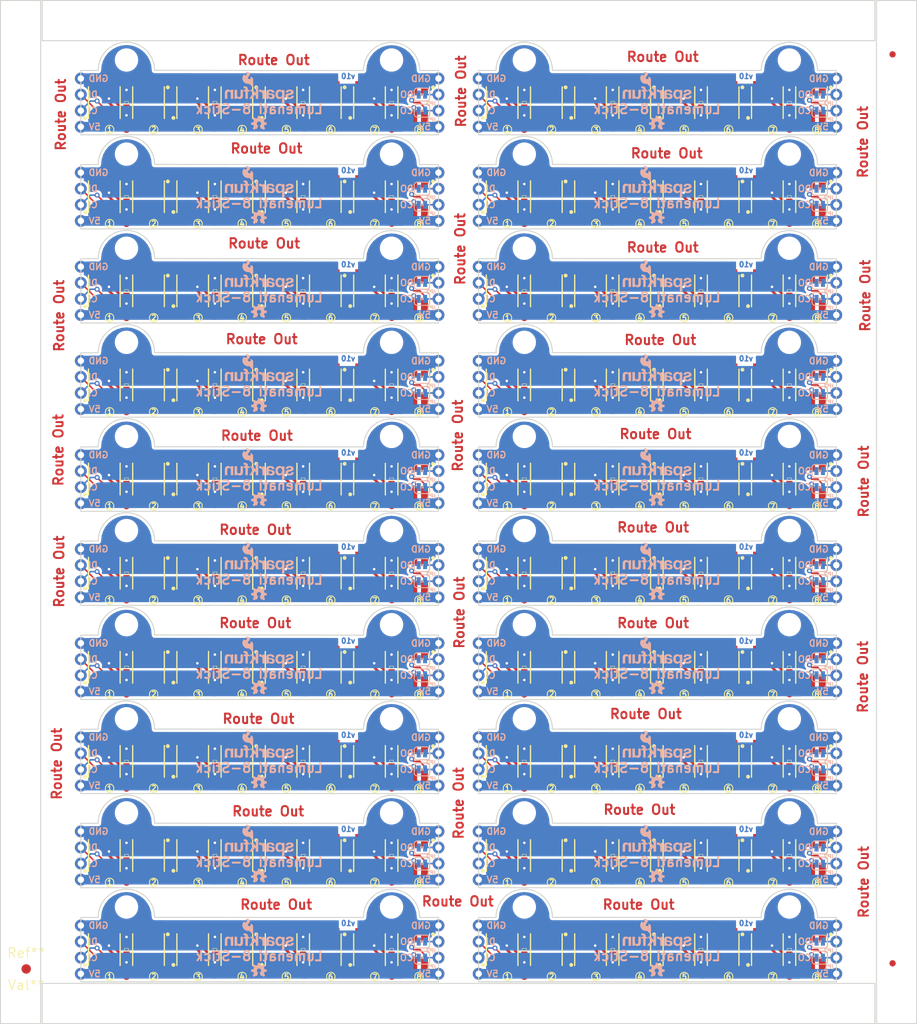
<source format=kicad_pcb>
(kicad_pcb (version 4) (host pcbnew 4.0.6)
  (layers (0 F.Cu signal) (31 B.Cu signal) (34 B.Paste user) (35 F.Paste user) (36 B.SilkS user) (37 F.SilkS user) (38 B.Mask user) (39 F.Mask user) (44 Edge.Cuts user))
  (net 0 "")
  (net 1 GND)
  (net 2 +5V)
  (net 3 "Net-(U1-Pad6)")
  (net 4 "Net-(U1-Pad5)")
  (net 5 "Net-(U2-Pad5)")
  (net 6 "Net-(U2-Pad6)")
  (net 7 "Net-(U3-Pad5)")
  (net 8 "Net-(U3-Pad6)")
  (net 9 "Net-(U4-Pad6)")
  (net 10 "Net-(U4-Pad5)")
  (net 11 "Net-(U5-Pad5)")
  (net 12 "Net-(U5-Pad6)")
  (net 13 "Net-(U6-Pad6)")
  (net 14 "Net-(U6-Pad5)")
  (net 15 "Net-(U7-Pad5)")
  (net 16 "Net-(U7-Pad6)")
  (net 17 /DI)
  (net 18 /CI)
  (net 19 /DO)
  (net 20 /CO)
  (net 21 "Net-(JP1-Pad1)")
  (net 22 "Net-(JP2-Pad1)")
  (module SparkFun:SFE_LOGO_NAME_FLAME_.1 (layer B.Cu) (at 119.5578 26.3652 180)
    (fp_text reference LOGO1 hide)
    (fp_text value SFE_LOGO_NAME_FLAME.1_INCH hide)
  )
  (module SparkFun:OSHW-LOGO-MINI (layer B.Cu) (at 113.6142 44.196 180)
    (fp_text reference LOGO2 hide)
    (fp_text value OSHW-LOGOMINI hide)
  )
  (module SparkFun:SFE_LOGO_NAME_FLAME_.1 (layer B.Cu) (at 119.5578 41.2242 180)
    (fp_text reference LOGO1 hide)
    (fp_text value SFE_LOGO_NAME_FLAME.1_INCH hide)
  )
  (module SparkFun:OSHW-LOGO-MINI (layer B.Cu) (at 113.6142 59.055 180)
    (fp_text reference LOGO2 hide)
    (fp_text value OSHW-LOGOMINI hide)
  )
  (module SparkFun:OSHW-LOGO-MINI (layer B.Cu) (at 113.6142 73.914 180)
    (fp_text reference LOGO2 hide)
    (fp_text value OSHW-LOGOMINI hide)
  )
  (module SparkFun:SFE_LOGO_NAME_FLAME_.1 (layer B.Cu) (at 119.5578 70.9422 180)
    (fp_text reference LOGO1 hide)
    (fp_text value SFE_LOGO_NAME_FLAME.1_INCH hide)
  )
  (module SparkFun:OSHW-LOGO-MINI (layer B.Cu) (at 113.6142 29.337 180)
    (fp_text reference LOGO2 hide)
    (fp_text value OSHW-LOGOMINI hide)
  )
  (module SparkFun:SFE_LOGO_NAME_FLAME_.1 (layer B.Cu) (at 119.5578 56.0832 180)
    (fp_text reference LOGO1 hide)
    (fp_text value SFE_LOGO_NAME_FLAME.1_INCH hide)
  )
  (module Pete:SMT-JUMPER_2_NC_TRACE_SILK (layer B.Cu) (at 139.3698 24.765)
    (fp_text reference JP2 (at 1.524 1.4478) (layer B.SilkS) (effects (font (size 0.6096 0.6096) (thickness 0.127)) (justify mirror)))
    (fp_text value JUMPER-SMT_2_NC_TRACE_SILK hide)
    (fp_line (start -0.508 0) (end 0.508 0) (layer B.Cu) (width 0.254))
    (pad 2 smd rect (at 0.508 0) (size 0.635 1.27) (layers B.Cu B.Paste B.Mask) (net 19 /DO))
    (pad 1 smd rect (at -0.508 0) (size 0.635 1.27) (layers B.Cu B.Paste B.Mask) (net 22 "Net-(JP2-Pad1)"))
  )
  (module Pete:SMT-JUMPER_2_NC_TRACE_SILK (layer B.Cu) (at 139.3698 42.164)
    (fp_text reference JP1 (at 1.524 1.4478) (layer B.SilkS) (effects (font (size 0.6096 0.6096) (thickness 0.127)) (justify mirror)))
    (fp_text value JUMPER-SMT_2_NC_TRACE_SILK hide)
    (fp_line (start -0.508 0) (end 0.508 0) (layer B.Cu) (width 0.254))
    (pad 2 smd rect (at 0.508 0) (size 0.635 1.27) (layers B.Cu B.Paste B.Mask) (net 20 /CO))
    (pad 1 smd rect (at -0.508 0) (size 0.635 1.27) (layers B.Cu B.Paste B.Mask) (net 21 "Net-(JP1-Pad1)"))
  )
  (module Pete:SMT-JUMPER_2_NC_TRACE_SILK (layer B.Cu) (at 139.3698 39.624)
    (fp_text reference JP2 (at 1.524 1.4478) (layer B.SilkS) (effects (font (size 0.6096 0.6096) (thickness 0.127)) (justify mirror)))
    (fp_text value JUMPER-SMT_2_NC_TRACE_SILK hide)
    (fp_line (start -0.508 0) (end 0.508 0) (layer B.Cu) (width 0.254))
    (pad 2 smd rect (at 0.508 0) (size 0.635 1.27) (layers B.Cu B.Paste B.Mask) (net 19 /DO))
    (pad 1 smd rect (at -0.508 0) (size 0.635 1.27) (layers B.Cu B.Paste B.Mask) (net 22 "Net-(JP2-Pad1)"))
  )
  (module Pete:SMT-JUMPER_2_NC_TRACE_SILK (layer B.Cu) (at 139.3698 57.023)
    (fp_text reference JP1 (at 1.524 1.4478) (layer B.SilkS) (effects (font (size 0.6096 0.6096) (thickness 0.127)) (justify mirror)))
    (fp_text value JUMPER-SMT_2_NC_TRACE_SILK hide)
    (fp_line (start -0.508 0) (end 0.508 0) (layer B.Cu) (width 0.254))
    (pad 2 smd rect (at 0.508 0) (size 0.635 1.27) (layers B.Cu B.Paste B.Mask) (net 20 /CO))
    (pad 1 smd rect (at -0.508 0) (size 0.635 1.27) (layers B.Cu B.Paste B.Mask) (net 21 "Net-(JP1-Pad1)"))
  )
  (module Pete:SMT-JUMPER_2_NC_TRACE_SILK (layer B.Cu) (at 139.3698 54.483)
    (fp_text reference JP2 (at 1.524 1.4478) (layer B.SilkS) (effects (font (size 0.6096 0.6096) (thickness 0.127)) (justify mirror)))
    (fp_text value JUMPER-SMT_2_NC_TRACE_SILK hide)
    (fp_line (start -0.508 0) (end 0.508 0) (layer B.Cu) (width 0.254))
    (pad 2 smd rect (at 0.508 0) (size 0.635 1.27) (layers B.Cu B.Paste B.Mask) (net 19 /DO))
    (pad 1 smd rect (at -0.508 0) (size 0.635 1.27) (layers B.Cu B.Paste B.Mask) (net 22 "Net-(JP2-Pad1)"))
  )
  (module Pete:SMT-JUMPER_2_NC_TRACE_SILK (layer B.Cu) (at 139.3698 27.305)
    (fp_text reference JP1 (at 1.524 1.4478) (layer B.SilkS) (effects (font (size 0.6096 0.6096) (thickness 0.127)) (justify mirror)))
    (fp_text value JUMPER-SMT_2_NC_TRACE_SILK hide)
    (fp_line (start -0.508 0) (end 0.508 0) (layer B.Cu) (width 0.254))
    (pad 2 smd rect (at 0.508 0) (size 0.635 1.27) (layers B.Cu B.Paste B.Mask) (net 20 /CO))
    (pad 1 smd rect (at -0.508 0) (size 0.635 1.27) (layers B.Cu B.Paste B.Mask) (net 21 "Net-(JP1-Pad1)"))
  )
  (module SparkFun:OSHW-LOGO-MINI (layer B.Cu) (at 113.6142 88.773 180)
    (fp_text reference LOGO2 hide)
    (fp_text value OSHW-LOGOMINI hide)
  )
  (module SparkFun:OSHW-LOGO-MINI (layer B.Cu) (at 113.6142 103.632 180)
    (fp_text reference LOGO2 hide)
    (fp_text value OSHW-LOGOMINI hide)
  )
  (module SparkFun:SFE_LOGO_NAME_FLAME_.1 (layer B.Cu) (at 119.5578 100.6602 180)
    (fp_text reference LOGO1 hide)
    (fp_text value SFE_LOGO_NAME_FLAME.1_INCH hide)
  )
  (module SparkFun:SFE_LOGO_NAME_FLAME_.1 (layer B.Cu) (at 119.5578 85.8012 180)
    (fp_text reference LOGO1 hide)
    (fp_text value SFE_LOGO_NAME_FLAME.1_INCH hide)
  )
  (module Pete:SMT-JUMPER_2_NC_TRACE_SILK (layer B.Cu) (at 139.3698 71.882)
    (fp_text reference JP1 (at 1.524 1.4478) (layer B.SilkS) (effects (font (size 0.6096 0.6096) (thickness 0.127)) (justify mirror)))
    (fp_text value JUMPER-SMT_2_NC_TRACE_SILK hide)
    (fp_line (start -0.508 0) (end 0.508 0) (layer B.Cu) (width 0.254))
    (pad 2 smd rect (at 0.508 0) (size 0.635 1.27) (layers B.Cu B.Paste B.Mask) (net 20 /CO))
    (pad 1 smd rect (at -0.508 0) (size 0.635 1.27) (layers B.Cu B.Paste B.Mask) (net 21 "Net-(JP1-Pad1)"))
  )
  (module Pete:SMT-JUMPER_2_NC_TRACE_SILK (layer B.Cu) (at 139.3698 86.741)
    (fp_text reference JP1 (at 1.524 1.4478) (layer B.SilkS) (effects (font (size 0.6096 0.6096) (thickness 0.127)) (justify mirror)))
    (fp_text value JUMPER-SMT_2_NC_TRACE_SILK hide)
    (fp_line (start -0.508 0) (end 0.508 0) (layer B.Cu) (width 0.254))
    (pad 2 smd rect (at 0.508 0) (size 0.635 1.27) (layers B.Cu B.Paste B.Mask) (net 20 /CO))
    (pad 1 smd rect (at -0.508 0) (size 0.635 1.27) (layers B.Cu B.Paste B.Mask) (net 21 "Net-(JP1-Pad1)"))
  )
  (module Pete:SMT-JUMPER_2_NC_TRACE_SILK (layer B.Cu) (at 139.3698 69.342)
    (fp_text reference JP2 (at 1.524 1.4478) (layer B.SilkS) (effects (font (size 0.6096 0.6096) (thickness 0.127)) (justify mirror)))
    (fp_text value JUMPER-SMT_2_NC_TRACE_SILK hide)
    (fp_line (start -0.508 0) (end 0.508 0) (layer B.Cu) (width 0.254))
    (pad 2 smd rect (at 0.508 0) (size 0.635 1.27) (layers B.Cu B.Paste B.Mask) (net 19 /DO))
    (pad 1 smd rect (at -0.508 0) (size 0.635 1.27) (layers B.Cu B.Paste B.Mask) (net 22 "Net-(JP2-Pad1)"))
  )
  (module Pete:SMT-JUMPER_2_NC_TRACE_SILK (layer B.Cu) (at 139.3698 101.6)
    (fp_text reference JP1 (at 1.524 1.4478) (layer B.SilkS) (effects (font (size 0.6096 0.6096) (thickness 0.127)) (justify mirror)))
    (fp_text value JUMPER-SMT_2_NC_TRACE_SILK hide)
    (fp_line (start -0.508 0) (end 0.508 0) (layer B.Cu) (width 0.254))
    (pad 2 smd rect (at 0.508 0) (size 0.635 1.27) (layers B.Cu B.Paste B.Mask) (net 20 /CO))
    (pad 1 smd rect (at -0.508 0) (size 0.635 1.27) (layers B.Cu B.Paste B.Mask) (net 21 "Net-(JP1-Pad1)"))
  )
  (module Pete:SMT-JUMPER_2_NC_TRACE_SILK (layer B.Cu) (at 139.3698 84.201)
    (fp_text reference JP2 (at 1.524 1.4478) (layer B.SilkS) (effects (font (size 0.6096 0.6096) (thickness 0.127)) (justify mirror)))
    (fp_text value JUMPER-SMT_2_NC_TRACE_SILK hide)
    (fp_line (start -0.508 0) (end 0.508 0) (layer B.Cu) (width 0.254))
    (pad 2 smd rect (at 0.508 0) (size 0.635 1.27) (layers B.Cu B.Paste B.Mask) (net 19 /DO))
    (pad 1 smd rect (at -0.508 0) (size 0.635 1.27) (layers B.Cu B.Paste B.Mask) (net 22 "Net-(JP2-Pad1)"))
  )
  (module Pete:SMT-JUMPER_2_NC_TRACE_SILK (layer B.Cu) (at 139.3698 99.06)
    (fp_text reference JP2 (at 1.524 1.4478) (layer B.SilkS) (effects (font (size 0.6096 0.6096) (thickness 0.127)) (justify mirror)))
    (fp_text value JUMPER-SMT_2_NC_TRACE_SILK hide)
    (fp_line (start -0.508 0) (end 0.508 0) (layer B.Cu) (width 0.254))
    (pad 2 smd rect (at 0.508 0) (size 0.635 1.27) (layers B.Cu B.Paste B.Mask) (net 19 /DO))
    (pad 1 smd rect (at -0.508 0) (size 0.635 1.27) (layers B.Cu B.Paste B.Mask) (net 22 "Net-(JP2-Pad1)"))
  )
  (module SparkFun:OSHW-LOGO-MINI (layer B.Cu) (at 113.6142 118.491 180)
    (fp_text reference LOGO2 hide)
    (fp_text value OSHW-LOGOMINI hide)
  )
  (module SparkFun:OSHW-LOGO-MINI (layer B.Cu) (at 113.6142 133.35 180)
    (fp_text reference LOGO2 hide)
    (fp_text value OSHW-LOGOMINI hide)
  )
  (module SparkFun:SFE_LOGO_NAME_FLAME_.1 (layer B.Cu) (at 119.5578 115.5192 180)
    (fp_text reference LOGO1 hide)
    (fp_text value SFE_LOGO_NAME_FLAME.1_INCH hide)
  )
  (module SparkFun:SFE_LOGO_NAME_FLAME_.1 (layer B.Cu) (at 119.5578 130.3782 180)
    (fp_text reference LOGO1 hide)
    (fp_text value SFE_LOGO_NAME_FLAME.1_INCH hide)
  )
  (module Pete:SMT-JUMPER_2_NC_TRACE_SILK (layer B.Cu) (at 139.3698 146.177)
    (fp_text reference JP1 (at 1.524 1.4478) (layer B.SilkS) (effects (font (size 0.6096 0.6096) (thickness 0.127)) (justify mirror)))
    (fp_text value JUMPER-SMT_2_NC_TRACE_SILK hide)
    (fp_line (start -0.508 0) (end 0.508 0) (layer B.Cu) (width 0.254))
    (pad 2 smd rect (at 0.508 0) (size 0.635 1.27) (layers B.Cu B.Paste B.Mask) (net 20 /CO))
    (pad 1 smd rect (at -0.508 0) (size 0.635 1.27) (layers B.Cu B.Paste B.Mask) (net 21 "Net-(JP1-Pad1)"))
  )
  (module Pete:SMT-JUMPER_2_NC_TRACE_SILK (layer B.Cu) (at 139.3698 158.496)
    (fp_text reference JP2 (at 1.524 1.4478) (layer B.SilkS) (effects (font (size 0.6096 0.6096) (thickness 0.127)) (justify mirror)))
    (fp_text value JUMPER-SMT_2_NC_TRACE_SILK hide)
    (fp_line (start -0.508 0) (end 0.508 0) (layer B.Cu) (width 0.254))
    (pad 2 smd rect (at 0.508 0) (size 0.635 1.27) (layers B.Cu B.Paste B.Mask) (net 19 /DO))
    (pad 1 smd rect (at -0.508 0) (size 0.635 1.27) (layers B.Cu B.Paste B.Mask) (net 22 "Net-(JP2-Pad1)"))
  )
  (module Pete:SMT-JUMPER_2_NC_TRACE_SILK (layer B.Cu) (at 139.3698 161.036)
    (fp_text reference JP1 (at 1.524 1.4478) (layer B.SilkS) (effects (font (size 0.6096 0.6096) (thickness 0.127)) (justify mirror)))
    (fp_text value JUMPER-SMT_2_NC_TRACE_SILK hide)
    (fp_line (start -0.508 0) (end 0.508 0) (layer B.Cu) (width 0.254))
    (pad 2 smd rect (at 0.508 0) (size 0.635 1.27) (layers B.Cu B.Paste B.Mask) (net 20 /CO))
    (pad 1 smd rect (at -0.508 0) (size 0.635 1.27) (layers B.Cu B.Paste B.Mask) (net 21 "Net-(JP1-Pad1)"))
  )
  (module Pete:SMT-JUMPER_2_NC_TRACE_SILK (layer B.Cu) (at 139.3698 143.637)
    (fp_text reference JP2 (at 1.524 1.4478) (layer B.SilkS) (effects (font (size 0.6096 0.6096) (thickness 0.127)) (justify mirror)))
    (fp_text value JUMPER-SMT_2_NC_TRACE_SILK hide)
    (fp_line (start -0.508 0) (end 0.508 0) (layer B.Cu) (width 0.254))
    (pad 2 smd rect (at 0.508 0) (size 0.635 1.27) (layers B.Cu B.Paste B.Mask) (net 19 /DO))
    (pad 1 smd rect (at -0.508 0) (size 0.635 1.27) (layers B.Cu B.Paste B.Mask) (net 22 "Net-(JP2-Pad1)"))
  )
  (module Pete:SMT-JUMPER_2_NC_TRACE_SILK (layer B.Cu) (at 139.3698 116.459)
    (fp_text reference JP1 (at 1.524 1.4478) (layer B.SilkS) (effects (font (size 0.6096 0.6096) (thickness 0.127)) (justify mirror)))
    (fp_text value JUMPER-SMT_2_NC_TRACE_SILK hide)
    (fp_line (start -0.508 0) (end 0.508 0) (layer B.Cu) (width 0.254))
    (pad 2 smd rect (at 0.508 0) (size 0.635 1.27) (layers B.Cu B.Paste B.Mask) (net 20 /CO))
    (pad 1 smd rect (at -0.508 0) (size 0.635 1.27) (layers B.Cu B.Paste B.Mask) (net 21 "Net-(JP1-Pad1)"))
  )
  (module Pete:SMT-JUMPER_2_NC_TRACE_SILK (layer B.Cu) (at 139.3698 113.919)
    (fp_text reference JP2 (at 1.524 1.4478) (layer B.SilkS) (effects (font (size 0.6096 0.6096) (thickness 0.127)) (justify mirror)))
    (fp_text value JUMPER-SMT_2_NC_TRACE_SILK hide)
    (fp_line (start -0.508 0) (end 0.508 0) (layer B.Cu) (width 0.254))
    (pad 2 smd rect (at 0.508 0) (size 0.635 1.27) (layers B.Cu B.Paste B.Mask) (net 19 /DO))
    (pad 1 smd rect (at -0.508 0) (size 0.635 1.27) (layers B.Cu B.Paste B.Mask) (net 22 "Net-(JP2-Pad1)"))
  )
  (module Pete:SMT-JUMPER_2_NC_TRACE_SILK (layer B.Cu) (at 139.3698 131.318)
    (fp_text reference JP1 (at 1.524 1.4478) (layer B.SilkS) (effects (font (size 0.6096 0.6096) (thickness 0.127)) (justify mirror)))
    (fp_text value JUMPER-SMT_2_NC_TRACE_SILK hide)
    (fp_line (start -0.508 0) (end 0.508 0) (layer B.Cu) (width 0.254))
    (pad 2 smd rect (at 0.508 0) (size 0.635 1.27) (layers B.Cu B.Paste B.Mask) (net 20 /CO))
    (pad 1 smd rect (at -0.508 0) (size 0.635 1.27) (layers B.Cu B.Paste B.Mask) (net 21 "Net-(JP1-Pad1)"))
  )
  (module Pete:SMT-JUMPER_2_NC_TRACE_SILK (layer B.Cu) (at 139.3698 128.778)
    (fp_text reference JP2 (at 1.524 1.4478) (layer B.SilkS) (effects (font (size 0.6096 0.6096) (thickness 0.127)) (justify mirror)))
    (fp_text value JUMPER-SMT_2_NC_TRACE_SILK hide)
    (fp_line (start -0.508 0) (end 0.508 0) (layer B.Cu) (width 0.254))
    (pad 2 smd rect (at 0.508 0) (size 0.635 1.27) (layers B.Cu B.Paste B.Mask) (net 19 /DO))
    (pad 1 smd rect (at -0.508 0) (size 0.635 1.27) (layers B.Cu B.Paste B.Mask) (net 22 "Net-(JP2-Pad1)"))
  )
  (module SparkFun:OSHW-LOGO-MINI (layer B.Cu) (at 113.6142 148.209 180)
    (fp_text reference LOGO2 hide)
    (fp_text value OSHW-LOGOMINI hide)
  )
  (module SparkFun:SFE_LOGO_NAME_FLAME_.1 (layer B.Cu) (at 119.5578 145.2372 180)
    (fp_text reference LOGO1 hide)
    (fp_text value SFE_LOGO_NAME_FLAME.1_INCH hide)
  )
  (module SparkFun:OSHW-LOGO-MINI (layer B.Cu) (at 113.6142 163.068 180)
    (fp_text reference LOGO2 hide)
    (fp_text value OSHW-LOGOMINI hide)
  )
  (module SparkFun:SFE_LOGO_NAME_FLAME_.1 (layer B.Cu) (at 119.5578 160.0962 180)
    (fp_text reference LOGO1 hide)
    (fp_text value SFE_LOGO_NAME_FLAME.1_INCH hide)
  )
  (module Pete:APA102_3 (layer F.Cu) (at 96.1644 26.035 90)
    (fp_text reference U2 hide)
    (fp_text value APA102 hide)
    (pad 1 smd rect (at 2.4 1.7 90) (size 2 1.1) (layers F.Cu F.Paste F.Mask) (net 3 "Net-(U1-Pad6)"))
    (pad 2 smd rect (at 2.399998 0 90) (size 2 1.1) (layers F.Cu F.Paste F.Mask) (net 4 "Net-(U1-Pad5)"))
    (pad 3 smd rect (at 2.4 -1.700001 90) (size 2 1.1) (layers F.Cu F.Paste F.Mask) (net 1 GND))
    (pad 4 smd rect (at -2.4 -1.7 270) (size 2 1.1) (layers F.Cu F.Paste F.Mask) (net 2 +5V))
    (pad 5 smd rect (at -2.399998 0 270) (size 2 1.1) (layers F.Cu F.Paste F.Mask) (net 5 "Net-(U2-Pad5)"))
    (pad 6 smd rect (at -2.4 1.700001 270) (size 2 1.1) (layers F.Cu F.Paste F.Mask) (net 6 "Net-(U2-Pad6)"))
  )
  (module Pete:APA102_3 (layer F.Cu) (at 110.1344 26.035 90)
    (fp_text reference U4 hide)
    (fp_text value APA102 hide)
    (pad 6 smd rect (at -2.4 1.700001 270) (size 2 1.1) (layers F.Cu F.Paste F.Mask) (net 9 "Net-(U4-Pad6)"))
    (pad 5 smd rect (at -2.399998 0 270) (size 2 1.1) (layers F.Cu F.Paste F.Mask) (net 10 "Net-(U4-Pad5)"))
    (pad 4 smd rect (at -2.4 -1.7 270) (size 2 1.1) (layers F.Cu F.Paste F.Mask) (net 2 +5V))
    (pad 3 smd rect (at 2.4 -1.700001 90) (size 2 1.1) (layers F.Cu F.Paste F.Mask) (net 1 GND))
    (pad 2 smd rect (at 2.399998 0 90) (size 2 1.1) (layers F.Cu F.Paste F.Mask) (net 7 "Net-(U3-Pad5)"))
    (pad 1 smd rect (at 2.4 1.7 90) (size 2 1.1) (layers F.Cu F.Paste F.Mask) (net 8 "Net-(U3-Pad6)"))
  )
  (module Pete:0603_revised (layer F.Cu) (at 106.6546 26.035 270)
    (fp_text reference C2 hide)
    (fp_text value 0.1uF hide)
    (pad 1 smd rect (at -0.84836 0 270) (size 1.09982 0.99822) (layers F.Cu F.Paste F.Mask) (net 1 GND))
    (pad 2 smd rect (at 0.84836 0 270) (size 1.09982 0.99822) (layers F.Cu F.Paste F.Mask) (net 2 +5V))
  )
  (module Pete:APA102_3 (layer F.Cu) (at 103.1494 26.035 270)
    (fp_text reference U3 hide)
    (fp_text value APA102 hide)
    (pad 1 smd rect (at 2.4 1.7 270) (size 2 1.1) (layers F.Cu F.Paste F.Mask) (net 6 "Net-(U2-Pad6)"))
    (pad 2 smd rect (at 2.399998 0 270) (size 2 1.1) (layers F.Cu F.Paste F.Mask) (net 5 "Net-(U2-Pad5)"))
    (pad 3 smd rect (at 2.4 -1.700001 270) (size 2 1.1) (layers F.Cu F.Paste F.Mask) (net 1 GND))
    (pad 4 smd rect (at -2.4 -1.7 90) (size 2 1.1) (layers F.Cu F.Paste F.Mask) (net 2 +5V))
    (pad 5 smd rect (at -2.399998 0 90) (size 2 1.1) (layers F.Cu F.Paste F.Mask) (net 7 "Net-(U3-Pad5)"))
    (pad 6 smd rect (at -2.4 1.700001 90) (size 2 1.1) (layers F.Cu F.Paste F.Mask) (net 8 "Net-(U3-Pad6)"))
  )
  (module SFE_Connectors:1X04_NO_SILK (layer F.Cu) (at 85.471 22.225 270)
    (fp_text reference J1 hide)
    (fp_text value CONN_041X04_NO_SILK hide)
    (pad 1 thru_hole circle (at 0 0 270) (size 1.8796 1.8796) (drill 1.016) (layers *.Cu *.Paste *.Mask) (net 1 GND))
    (pad 2 thru_hole circle (at 2.54 0 270) (size 1.8796 1.8796) (drill 1.016) (layers *.Cu *.Paste *.Mask) (net 17 /DI))
    (pad 3 thru_hole circle (at 5.08 0 270) (size 1.8796 1.8796) (drill 1.016) (layers *.Cu *.Paste *.Mask) (net 18 /CI))
    (pad 4 thru_hole circle (at 7.62 0 270) (size 1.8796 1.8796) (drill 1.016) (layers *.Cu *.Paste *.Mask) (net 2 +5V))
  )
  (module Pete:APA102_3 (layer F.Cu) (at 89.1794 26.035 270)
    (fp_text reference U1 hide)
    (fp_text value APA102 hide)
    (pad 6 smd rect (at -2.4 1.700001 90) (size 2 1.1) (layers F.Cu F.Paste F.Mask) (net 3 "Net-(U1-Pad6)"))
    (pad 5 smd rect (at -2.399998 0 90) (size 2 1.1) (layers F.Cu F.Paste F.Mask) (net 4 "Net-(U1-Pad5)"))
    (pad 4 smd rect (at -2.4 -1.7 90) (size 2 1.1) (layers F.Cu F.Paste F.Mask) (net 2 +5V))
    (pad 3 smd rect (at 2.4 -1.700001 270) (size 2 1.1) (layers F.Cu F.Paste F.Mask) (net 1 GND))
    (pad 2 smd rect (at 2.399998 0 270) (size 2 1.1) (layers F.Cu F.Paste F.Mask) (net 18 /CI))
    (pad 1 smd rect (at 2.4 1.7 270) (size 2 1.1) (layers F.Cu F.Paste F.Mask) (net 17 /DI))
  )
  (module Pete:0603_revised (layer F.Cu) (at 92.6846 26.035 270)
    (fp_text reference C1 hide)
    (fp_text value 0.1uF hide)
    (pad 2 smd rect (at 0.84836 0 270) (size 1.09982 0.99822) (layers F.Cu F.Paste F.Mask) (net 2 +5V))
    (pad 1 smd rect (at -0.84836 0 270) (size 1.09982 0.99822) (layers F.Cu F.Paste F.Mask) (net 1 GND))
  )
  (module FIDUCIAL-1X2 (layer F.Cu) (at 92.6846 30.3276)
    (fp_text reference FD1 hide)
    (fp_text value FIDUCIAL1X2 hide)
    (pad 1 smd circle (at 0 0) (size 0.99822 0.99822) (layers F.Cu F.Paste F.Mask))
  )
  (module Pete:STAND-OFF_115_2 (layer F.Cu) (at 92.6846 19.304)
    (fp_text reference Ref** hide)
    (fp_text value Val** hide)
    (pad "" np_thru_hole circle (at 0 0) (size 2.921 2.921) (drill 2.921) (layers *.Cu *.Mask))
  )
  (module Pete:0603_revised (layer F.Cu) (at 106.6546 40.894 270)
    (fp_text reference C2 hide)
    (fp_text value 0.1uF hide)
    (pad 1 smd rect (at -0.84836 0 270) (size 1.09982 0.99822) (layers F.Cu F.Paste F.Mask) (net 1 GND))
    (pad 2 smd rect (at 0.84836 0 270) (size 1.09982 0.99822) (layers F.Cu F.Paste F.Mask) (net 2 +5V))
  )
  (module Pete:APA102_3 (layer F.Cu) (at 103.1494 40.894 270)
    (fp_text reference U3 hide)
    (fp_text value APA102 hide)
    (pad 1 smd rect (at 2.4 1.7 270) (size 2 1.1) (layers F.Cu F.Paste F.Mask) (net 6 "Net-(U2-Pad6)"))
    (pad 2 smd rect (at 2.399998 0 270) (size 2 1.1) (layers F.Cu F.Paste F.Mask) (net 5 "Net-(U2-Pad5)"))
    (pad 3 smd rect (at 2.4 -1.700001 270) (size 2 1.1) (layers F.Cu F.Paste F.Mask) (net 1 GND))
    (pad 4 smd rect (at -2.4 -1.7 90) (size 2 1.1) (layers F.Cu F.Paste F.Mask) (net 2 +5V))
    (pad 5 smd rect (at -2.399998 0 90) (size 2 1.1) (layers F.Cu F.Paste F.Mask) (net 7 "Net-(U3-Pad5)"))
    (pad 6 smd rect (at -2.4 1.700001 90) (size 2 1.1) (layers F.Cu F.Paste F.Mask) (net 8 "Net-(U3-Pad6)"))
  )
  (module Pete:APA102_3 (layer F.Cu) (at 110.1344 40.894 90)
    (fp_text reference U4 hide)
    (fp_text value APA102 hide)
    (pad 6 smd rect (at -2.4 1.700001 270) (size 2 1.1) (layers F.Cu F.Paste F.Mask) (net 9 "Net-(U4-Pad6)"))
    (pad 5 smd rect (at -2.399998 0 270) (size 2 1.1) (layers F.Cu F.Paste F.Mask) (net 10 "Net-(U4-Pad5)"))
    (pad 4 smd rect (at -2.4 -1.7 270) (size 2 1.1) (layers F.Cu F.Paste F.Mask) (net 2 +5V))
    (pad 3 smd rect (at 2.4 -1.700001 90) (size 2 1.1) (layers F.Cu F.Paste F.Mask) (net 1 GND))
    (pad 2 smd rect (at 2.399998 0 90) (size 2 1.1) (layers F.Cu F.Paste F.Mask) (net 7 "Net-(U3-Pad5)"))
    (pad 1 smd rect (at 2.4 1.7 90) (size 2 1.1) (layers F.Cu F.Paste F.Mask) (net 8 "Net-(U3-Pad6)"))
  )
  (module Pete:APA102_3 (layer F.Cu) (at 110.1344 55.753 90)
    (fp_text reference U4 hide)
    (fp_text value APA102 hide)
    (pad 6 smd rect (at -2.4 1.700001 270) (size 2 1.1) (layers F.Cu F.Paste F.Mask) (net 9 "Net-(U4-Pad6)"))
    (pad 5 smd rect (at -2.399998 0 270) (size 2 1.1) (layers F.Cu F.Paste F.Mask) (net 10 "Net-(U4-Pad5)"))
    (pad 4 smd rect (at -2.4 -1.7 270) (size 2 1.1) (layers F.Cu F.Paste F.Mask) (net 2 +5V))
    (pad 3 smd rect (at 2.4 -1.700001 90) (size 2 1.1) (layers F.Cu F.Paste F.Mask) (net 1 GND))
    (pad 2 smd rect (at 2.399998 0 90) (size 2 1.1) (layers F.Cu F.Paste F.Mask) (net 7 "Net-(U3-Pad5)"))
    (pad 1 smd rect (at 2.4 1.7 90) (size 2 1.1) (layers F.Cu F.Paste F.Mask) (net 8 "Net-(U3-Pad6)"))
  )
  (module Pete:APA102_3 (layer F.Cu) (at 103.1494 55.753 270)
    (fp_text reference U3 hide)
    (fp_text value APA102 hide)
    (pad 1 smd rect (at 2.4 1.7 270) (size 2 1.1) (layers F.Cu F.Paste F.Mask) (net 6 "Net-(U2-Pad6)"))
    (pad 2 smd rect (at 2.399998 0 270) (size 2 1.1) (layers F.Cu F.Paste F.Mask) (net 5 "Net-(U2-Pad5)"))
    (pad 3 smd rect (at 2.4 -1.700001 270) (size 2 1.1) (layers F.Cu F.Paste F.Mask) (net 1 GND))
    (pad 4 smd rect (at -2.4 -1.7 90) (size 2 1.1) (layers F.Cu F.Paste F.Mask) (net 2 +5V))
    (pad 5 smd rect (at -2.399998 0 90) (size 2 1.1) (layers F.Cu F.Paste F.Mask) (net 7 "Net-(U3-Pad5)"))
    (pad 6 smd rect (at -2.4 1.700001 90) (size 2 1.1) (layers F.Cu F.Paste F.Mask) (net 8 "Net-(U3-Pad6)"))
  )
  (module Pete:0603_revised (layer F.Cu) (at 106.6546 55.753 270)
    (fp_text reference C2 hide)
    (fp_text value 0.1uF hide)
    (pad 1 smd rect (at -0.84836 0 270) (size 1.09982 0.99822) (layers F.Cu F.Paste F.Mask) (net 1 GND))
    (pad 2 smd rect (at 0.84836 0 270) (size 1.09982 0.99822) (layers F.Cu F.Paste F.Mask) (net 2 +5V))
  )
  (module Pete:APA102_3 (layer F.Cu) (at 96.1644 55.753 90)
    (fp_text reference U2 hide)
    (fp_text value APA102 hide)
    (pad 1 smd rect (at 2.4 1.7 90) (size 2 1.1) (layers F.Cu F.Paste F.Mask) (net 3 "Net-(U1-Pad6)"))
    (pad 2 smd rect (at 2.399998 0 90) (size 2 1.1) (layers F.Cu F.Paste F.Mask) (net 4 "Net-(U1-Pad5)"))
    (pad 3 smd rect (at 2.4 -1.700001 90) (size 2 1.1) (layers F.Cu F.Paste F.Mask) (net 1 GND))
    (pad 4 smd rect (at -2.4 -1.7 270) (size 2 1.1) (layers F.Cu F.Paste F.Mask) (net 2 +5V))
    (pad 5 smd rect (at -2.399998 0 270) (size 2 1.1) (layers F.Cu F.Paste F.Mask) (net 5 "Net-(U2-Pad5)"))
    (pad 6 smd rect (at -2.4 1.700001 270) (size 2 1.1) (layers F.Cu F.Paste F.Mask) (net 6 "Net-(U2-Pad6)"))
  )
  (module FIDUCIAL-1X2 (layer F.Cu) (at 92.6846 45.1866)
    (fp_text reference FD1 hide)
    (fp_text value FIDUCIAL1X2 hide)
    (pad 1 smd circle (at 0 0) (size 0.99822 0.99822) (layers F.Cu F.Paste F.Mask))
  )
  (module SFE_Connectors:1X04_NO_SILK (layer F.Cu) (at 85.471 37.084 270)
    (fp_text reference J1 hide)
    (fp_text value CONN_041X04_NO_SILK hide)
    (pad 1 thru_hole circle (at 0 0 270) (size 1.8796 1.8796) (drill 1.016) (layers *.Cu *.Paste *.Mask) (net 1 GND))
    (pad 2 thru_hole circle (at 2.54 0 270) (size 1.8796 1.8796) (drill 1.016) (layers *.Cu *.Paste *.Mask) (net 17 /DI))
    (pad 3 thru_hole circle (at 5.08 0 270) (size 1.8796 1.8796) (drill 1.016) (layers *.Cu *.Paste *.Mask) (net 18 /CI))
    (pad 4 thru_hole circle (at 7.62 0 270) (size 1.8796 1.8796) (drill 1.016) (layers *.Cu *.Paste *.Mask) (net 2 +5V))
  )
  (module Pete:0603_revised (layer F.Cu) (at 92.6846 40.894 270)
    (fp_text reference C1 hide)
    (fp_text value 0.1uF hide)
    (pad 2 smd rect (at 0.84836 0 270) (size 1.09982 0.99822) (layers F.Cu F.Paste F.Mask) (net 2 +5V))
    (pad 1 smd rect (at -0.84836 0 270) (size 1.09982 0.99822) (layers F.Cu F.Paste F.Mask) (net 1 GND))
  )
  (module Pete:STAND-OFF_115_2 (layer F.Cu) (at 92.6846 34.163)
    (fp_text reference Ref** hide)
    (fp_text value Val** hide)
    (pad "" np_thru_hole circle (at 0 0) (size 2.921 2.921) (drill 2.921) (layers *.Cu *.Mask))
  )
  (module Pete:APA102_3 (layer F.Cu) (at 96.1644 40.894 90)
    (fp_text reference U2 hide)
    (fp_text value APA102 hide)
    (pad 1 smd rect (at 2.4 1.7 90) (size 2 1.1) (layers F.Cu F.Paste F.Mask) (net 3 "Net-(U1-Pad6)"))
    (pad 2 smd rect (at 2.399998 0 90) (size 2 1.1) (layers F.Cu F.Paste F.Mask) (net 4 "Net-(U1-Pad5)"))
    (pad 3 smd rect (at 2.4 -1.700001 90) (size 2 1.1) (layers F.Cu F.Paste F.Mask) (net 1 GND))
    (pad 4 smd rect (at -2.4 -1.7 270) (size 2 1.1) (layers F.Cu F.Paste F.Mask) (net 2 +5V))
    (pad 5 smd rect (at -2.399998 0 270) (size 2 1.1) (layers F.Cu F.Paste F.Mask) (net 5 "Net-(U2-Pad5)"))
    (pad 6 smd rect (at -2.4 1.700001 270) (size 2 1.1) (layers F.Cu F.Paste F.Mask) (net 6 "Net-(U2-Pad6)"))
  )
  (module Pete:APA102_3 (layer F.Cu) (at 89.1794 40.894 270)
    (fp_text reference U1 hide)
    (fp_text value APA102 hide)
    (pad 6 smd rect (at -2.4 1.700001 90) (size 2 1.1) (layers F.Cu F.Paste F.Mask) (net 3 "Net-(U1-Pad6)"))
    (pad 5 smd rect (at -2.399998 0 90) (size 2 1.1) (layers F.Cu F.Paste F.Mask) (net 4 "Net-(U1-Pad5)"))
    (pad 4 smd rect (at -2.4 -1.7 90) (size 2 1.1) (layers F.Cu F.Paste F.Mask) (net 2 +5V))
    (pad 3 smd rect (at 2.4 -1.700001 270) (size 2 1.1) (layers F.Cu F.Paste F.Mask) (net 1 GND))
    (pad 2 smd rect (at 2.399998 0 270) (size 2 1.1) (layers F.Cu F.Paste F.Mask) (net 18 /CI))
    (pad 1 smd rect (at 2.4 1.7 270) (size 2 1.1) (layers F.Cu F.Paste F.Mask) (net 17 /DI))
  )
  (module Pete:0603_revised (layer F.Cu) (at 92.6846 55.753 270)
    (fp_text reference C1 hide)
    (fp_text value 0.1uF hide)
    (pad 2 smd rect (at 0.84836 0 270) (size 1.09982 0.99822) (layers F.Cu F.Paste F.Mask) (net 2 +5V))
    (pad 1 smd rect (at -0.84836 0 270) (size 1.09982 0.99822) (layers F.Cu F.Paste F.Mask) (net 1 GND))
  )
  (module Pete:STAND-OFF_115_2 (layer F.Cu) (at 92.6846 49.022)
    (fp_text reference Ref** hide)
    (fp_text value Val** hide)
    (pad "" np_thru_hole circle (at 0 0) (size 2.921 2.921) (drill 2.921) (layers *.Cu *.Mask))
  )
  (module SFE_Connectors:1X04_NO_SILK (layer F.Cu) (at 85.471 51.943 270)
    (fp_text reference J1 hide)
    (fp_text value CONN_041X04_NO_SILK hide)
    (pad 1 thru_hole circle (at 0 0 270) (size 1.8796 1.8796) (drill 1.016) (layers *.Cu *.Paste *.Mask) (net 1 GND))
    (pad 2 thru_hole circle (at 2.54 0 270) (size 1.8796 1.8796) (drill 1.016) (layers *.Cu *.Paste *.Mask) (net 17 /DI))
    (pad 3 thru_hole circle (at 5.08 0 270) (size 1.8796 1.8796) (drill 1.016) (layers *.Cu *.Paste *.Mask) (net 18 /CI))
    (pad 4 thru_hole circle (at 7.62 0 270) (size 1.8796 1.8796) (drill 1.016) (layers *.Cu *.Paste *.Mask) (net 2 +5V))
  )
  (module FIDUCIAL-1X2 (layer F.Cu) (at 92.6846 60.0456)
    (fp_text reference FD1 hide)
    (fp_text value FIDUCIAL1X2 hide)
    (pad 1 smd circle (at 0 0) (size 0.99822 0.99822) (layers F.Cu F.Paste F.Mask))
  )
  (module Pete:APA102_3 (layer F.Cu) (at 89.1794 55.753 270)
    (fp_text reference U1 hide)
    (fp_text value APA102 hide)
    (pad 6 smd rect (at -2.4 1.700001 90) (size 2 1.1) (layers F.Cu F.Paste F.Mask) (net 3 "Net-(U1-Pad6)"))
    (pad 5 smd rect (at -2.399998 0 90) (size 2 1.1) (layers F.Cu F.Paste F.Mask) (net 4 "Net-(U1-Pad5)"))
    (pad 4 smd rect (at -2.4 -1.7 90) (size 2 1.1) (layers F.Cu F.Paste F.Mask) (net 2 +5V))
    (pad 3 smd rect (at 2.4 -1.700001 270) (size 2 1.1) (layers F.Cu F.Paste F.Mask) (net 1 GND))
    (pad 2 smd rect (at 2.399998 0 270) (size 2 1.1) (layers F.Cu F.Paste F.Mask) (net 18 /CI))
    (pad 1 smd rect (at 2.4 1.7 270) (size 2 1.1) (layers F.Cu F.Paste F.Mask) (net 17 /DI))
  )
  (module SFE_Connectors:1X04_NO_SILK (layer F.Cu) (at 85.471 66.802 270)
    (fp_text reference J1 hide)
    (fp_text value CONN_041X04_NO_SILK hide)
    (pad 1 thru_hole circle (at 0 0 270) (size 1.8796 1.8796) (drill 1.016) (layers *.Cu *.Paste *.Mask) (net 1 GND))
    (pad 2 thru_hole circle (at 2.54 0 270) (size 1.8796 1.8796) (drill 1.016) (layers *.Cu *.Paste *.Mask) (net 17 /DI))
    (pad 3 thru_hole circle (at 5.08 0 270) (size 1.8796 1.8796) (drill 1.016) (layers *.Cu *.Paste *.Mask) (net 18 /CI))
    (pad 4 thru_hole circle (at 7.62 0 270) (size 1.8796 1.8796) (drill 1.016) (layers *.Cu *.Paste *.Mask) (net 2 +5V))
  )
  (module Pete:APA102_3 (layer F.Cu) (at 89.1794 70.612 270)
    (fp_text reference U1 hide)
    (fp_text value APA102 hide)
    (pad 6 smd rect (at -2.4 1.700001 90) (size 2 1.1) (layers F.Cu F.Paste F.Mask) (net 3 "Net-(U1-Pad6)"))
    (pad 5 smd rect (at -2.399998 0 90) (size 2 1.1) (layers F.Cu F.Paste F.Mask) (net 4 "Net-(U1-Pad5)"))
    (pad 4 smd rect (at -2.4 -1.7 90) (size 2 1.1) (layers F.Cu F.Paste F.Mask) (net 2 +5V))
    (pad 3 smd rect (at 2.4 -1.700001 270) (size 2 1.1) (layers F.Cu F.Paste F.Mask) (net 1 GND))
    (pad 2 smd rect (at 2.399998 0 270) (size 2 1.1) (layers F.Cu F.Paste F.Mask) (net 18 /CI))
    (pad 1 smd rect (at 2.4 1.7 270) (size 2 1.1) (layers F.Cu F.Paste F.Mask) (net 17 /DI))
  )
  (module Pete:0603_revised (layer F.Cu) (at 92.6846 70.612 270)
    (fp_text reference C1 hide)
    (fp_text value 0.1uF hide)
    (pad 2 smd rect (at 0.84836 0 270) (size 1.09982 0.99822) (layers F.Cu F.Paste F.Mask) (net 2 +5V))
    (pad 1 smd rect (at -0.84836 0 270) (size 1.09982 0.99822) (layers F.Cu F.Paste F.Mask) (net 1 GND))
  )
  (module Pete:STAND-OFF_115_2 (layer F.Cu) (at 92.6846 63.881)
    (fp_text reference Ref** hide)
    (fp_text value Val** hide)
    (pad "" np_thru_hole circle (at 0 0) (size 2.921 2.921) (drill 2.921) (layers *.Cu *.Mask))
  )
  (module Pete:APA102_3 (layer F.Cu) (at 96.1644 70.612 90)
    (fp_text reference U2 hide)
    (fp_text value APA102 hide)
    (pad 1 smd rect (at 2.4 1.7 90) (size 2 1.1) (layers F.Cu F.Paste F.Mask) (net 3 "Net-(U1-Pad6)"))
    (pad 2 smd rect (at 2.399998 0 90) (size 2 1.1) (layers F.Cu F.Paste F.Mask) (net 4 "Net-(U1-Pad5)"))
    (pad 3 smd rect (at 2.4 -1.700001 90) (size 2 1.1) (layers F.Cu F.Paste F.Mask) (net 1 GND))
    (pad 4 smd rect (at -2.4 -1.7 270) (size 2 1.1) (layers F.Cu F.Paste F.Mask) (net 2 +5V))
    (pad 5 smd rect (at -2.399998 0 270) (size 2 1.1) (layers F.Cu F.Paste F.Mask) (net 5 "Net-(U2-Pad5)"))
    (pad 6 smd rect (at -2.4 1.700001 270) (size 2 1.1) (layers F.Cu F.Paste F.Mask) (net 6 "Net-(U2-Pad6)"))
  )
  (module Pete:0603_revised (layer F.Cu) (at 106.6546 70.612 270)
    (fp_text reference C2 hide)
    (fp_text value 0.1uF hide)
    (pad 1 smd rect (at -0.84836 0 270) (size 1.09982 0.99822) (layers F.Cu F.Paste F.Mask) (net 1 GND))
    (pad 2 smd rect (at 0.84836 0 270) (size 1.09982 0.99822) (layers F.Cu F.Paste F.Mask) (net 2 +5V))
  )
  (module Pete:APA102_3 (layer F.Cu) (at 103.1494 70.612 270)
    (fp_text reference U3 hide)
    (fp_text value APA102 hide)
    (pad 1 smd rect (at 2.4 1.7 270) (size 2 1.1) (layers F.Cu F.Paste F.Mask) (net 6 "Net-(U2-Pad6)"))
    (pad 2 smd rect (at 2.399998 0 270) (size 2 1.1) (layers F.Cu F.Paste F.Mask) (net 5 "Net-(U2-Pad5)"))
    (pad 3 smd rect (at 2.4 -1.700001 270) (size 2 1.1) (layers F.Cu F.Paste F.Mask) (net 1 GND))
    (pad 4 smd rect (at -2.4 -1.7 90) (size 2 1.1) (layers F.Cu F.Paste F.Mask) (net 2 +5V))
    (pad 5 smd rect (at -2.399998 0 90) (size 2 1.1) (layers F.Cu F.Paste F.Mask) (net 7 "Net-(U3-Pad5)"))
    (pad 6 smd rect (at -2.4 1.700001 90) (size 2 1.1) (layers F.Cu F.Paste F.Mask) (net 8 "Net-(U3-Pad6)"))
  )
  (module Pete:APA102_3 (layer F.Cu) (at 110.1344 70.612 90)
    (fp_text reference U4 hide)
    (fp_text value APA102 hide)
    (pad 6 smd rect (at -2.4 1.700001 270) (size 2 1.1) (layers F.Cu F.Paste F.Mask) (net 9 "Net-(U4-Pad6)"))
    (pad 5 smd rect (at -2.399998 0 270) (size 2 1.1) (layers F.Cu F.Paste F.Mask) (net 10 "Net-(U4-Pad5)"))
    (pad 4 smd rect (at -2.4 -1.7 270) (size 2 1.1) (layers F.Cu F.Paste F.Mask) (net 2 +5V))
    (pad 3 smd rect (at 2.4 -1.700001 90) (size 2 1.1) (layers F.Cu F.Paste F.Mask) (net 1 GND))
    (pad 2 smd rect (at 2.399998 0 90) (size 2 1.1) (layers F.Cu F.Paste F.Mask) (net 7 "Net-(U3-Pad5)"))
    (pad 1 smd rect (at 2.4 1.7 90) (size 2 1.1) (layers F.Cu F.Paste F.Mask) (net 8 "Net-(U3-Pad6)"))
  )
  (module Pete:APA102_3 (layer F.Cu) (at 117.1194 26.035 270)
    (fp_text reference U5 hide)
    (fp_text value APA102 hide)
    (pad 1 smd rect (at 2.4 1.7 270) (size 2 1.1) (layers F.Cu F.Paste F.Mask) (net 9 "Net-(U4-Pad6)"))
    (pad 2 smd rect (at 2.399998 0 270) (size 2 1.1) (layers F.Cu F.Paste F.Mask) (net 10 "Net-(U4-Pad5)"))
    (pad 3 smd rect (at 2.4 -1.700001 270) (size 2 1.1) (layers F.Cu F.Paste F.Mask) (net 1 GND))
    (pad 4 smd rect (at -2.4 -1.7 90) (size 2 1.1) (layers F.Cu F.Paste F.Mask) (net 2 +5V))
    (pad 5 smd rect (at -2.399998 0 90) (size 2 1.1) (layers F.Cu F.Paste F.Mask) (net 11 "Net-(U5-Pad5)"))
    (pad 6 smd rect (at -2.4 1.700001 90) (size 2 1.1) (layers F.Cu F.Paste F.Mask) (net 12 "Net-(U5-Pad6)"))
  )
  (module Pete:0603_revised (layer F.Cu) (at 120.5992 26.035 270)
    (fp_text reference C3 hide)
    (fp_text value 0.1uF hide)
    (pad 2 smd rect (at 0.84836 0 270) (size 1.09982 0.99822) (layers F.Cu F.Paste F.Mask) (net 2 +5V))
    (pad 1 smd rect (at -0.84836 0 270) (size 1.09982 0.99822) (layers F.Cu F.Paste F.Mask) (net 1 GND))
  )
  (module Pete:APA102_3 (layer F.Cu) (at 124.1044 26.035 90)
    (fp_text reference U6 hide)
    (fp_text value APA102 hide)
    (pad 6 smd rect (at -2.4 1.700001 270) (size 2 1.1) (layers F.Cu F.Paste F.Mask) (net 13 "Net-(U6-Pad6)"))
    (pad 5 smd rect (at -2.399998 0 270) (size 2 1.1) (layers F.Cu F.Paste F.Mask) (net 14 "Net-(U6-Pad5)"))
    (pad 4 smd rect (at -2.4 -1.7 270) (size 2 1.1) (layers F.Cu F.Paste F.Mask) (net 2 +5V))
    (pad 3 smd rect (at 2.4 -1.700001 90) (size 2 1.1) (layers F.Cu F.Paste F.Mask) (net 1 GND))
    (pad 2 smd rect (at 2.399998 0 90) (size 2 1.1) (layers F.Cu F.Paste F.Mask) (net 11 "Net-(U5-Pad5)"))
    (pad 1 smd rect (at 2.4 1.7 90) (size 2 1.1) (layers F.Cu F.Paste F.Mask) (net 12 "Net-(U5-Pad6)"))
  )
  (module Pete:APA102_3 (layer F.Cu) (at 131.0894 26.035 270)
    (fp_text reference U7 hide)
    (fp_text value APA102 hide)
    (pad 1 smd rect (at 2.4 1.7 270) (size 2 1.1) (layers F.Cu F.Paste F.Mask) (net 13 "Net-(U6-Pad6)"))
    (pad 2 smd rect (at 2.399998 0 270) (size 2 1.1) (layers F.Cu F.Paste F.Mask) (net 14 "Net-(U6-Pad5)"))
    (pad 3 smd rect (at 2.4 -1.700001 270) (size 2 1.1) (layers F.Cu F.Paste F.Mask) (net 1 GND))
    (pad 4 smd rect (at -2.4 -1.7 90) (size 2 1.1) (layers F.Cu F.Paste F.Mask) (net 2 +5V))
    (pad 5 smd rect (at -2.399998 0 90) (size 2 1.1) (layers F.Cu F.Paste F.Mask) (net 15 "Net-(U7-Pad5)"))
    (pad 6 smd rect (at -2.4 1.700001 90) (size 2 1.1) (layers F.Cu F.Paste F.Mask) (net 16 "Net-(U7-Pad6)"))
  )
  (module SFE_Connectors:1X04_NO_SILK (layer F.Cu) (at 141.986 29.845 90)
    (fp_text reference J2 hide)
    (fp_text value CONN_041X04_NO_SILK hide)
    (pad 4 thru_hole circle (at 7.62 0 90) (size 1.8796 1.8796) (drill 1.016) (layers *.Cu *.Paste *.Mask) (net 1 GND))
    (pad 3 thru_hole circle (at 5.08 0 90) (size 1.8796 1.8796) (drill 1.016) (layers *.Cu *.Paste *.Mask) (net 19 /DO))
    (pad 2 thru_hole circle (at 2.54 0 90) (size 1.8796 1.8796) (drill 1.016) (layers *.Cu *.Paste *.Mask) (net 20 /CO))
    (pad 1 thru_hole circle (at 0 0 90) (size 1.8796 1.8796) (drill 1.016) (layers *.Cu *.Paste *.Mask) (net 2 +5V))
  )
  (module FIDUCIAL-1X2 (layer F.Cu) (at 134.5946 30.3022)
    (fp_text reference FD2 hide)
    (fp_text value FIDUCIAL1X2 hide)
    (pad 1 smd circle (at 0 0) (size 0.99822 0.99822) (layers F.Cu F.Paste F.Mask))
  )
  (module Pete:APA102_3 (layer F.Cu) (at 138.0744 26.035 90)
    (fp_text reference U8 hide)
    (fp_text value APA102 hide)
    (pad 6 smd rect (at -2.4 1.700001 270) (size 2 1.1) (layers F.Cu F.Paste F.Mask) (net 22 "Net-(JP2-Pad1)"))
    (pad 5 smd rect (at -2.399998 0 270) (size 2 1.1) (layers F.Cu F.Paste F.Mask) (net 21 "Net-(JP1-Pad1)"))
    (pad 4 smd rect (at -2.4 -1.7 270) (size 2 1.1) (layers F.Cu F.Paste F.Mask) (net 2 +5V))
    (pad 3 smd rect (at 2.4 -1.700001 90) (size 2 1.1) (layers F.Cu F.Paste F.Mask) (net 1 GND))
    (pad 2 smd rect (at 2.399998 0 90) (size 2 1.1) (layers F.Cu F.Paste F.Mask) (net 15 "Net-(U7-Pad5)"))
    (pad 1 smd rect (at 2.4 1.7 90) (size 2 1.1) (layers F.Cu F.Paste F.Mask) (net 16 "Net-(U7-Pad6)"))
  )
  (module Pete:STAND-OFF_115_2 (layer F.Cu) (at 134.5692 19.304)
    (fp_text reference Ref** hide)
    (fp_text value Val** hide)
    (pad "" np_thru_hole circle (at 0 0) (size 2.921 2.921) (drill 2.921) (layers *.Cu *.Mask))
  )
  (module Pete:0603_revised (layer F.Cu) (at 134.5692 26.035 270)
    (fp_text reference C4 hide)
    (fp_text value 0.1uF hide)
    (pad 1 smd rect (at -0.84836 0 270) (size 1.09982 0.99822) (layers F.Cu F.Paste F.Mask) (net 1 GND))
    (pad 2 smd rect (at 0.84836 0 270) (size 1.09982 0.99822) (layers F.Cu F.Paste F.Mask) (net 2 +5V))
  )
  (module Pete:APA102_3 (layer F.Cu) (at 131.0894 40.894 270)
    (fp_text reference U7 hide)
    (fp_text value APA102 hide)
    (pad 1 smd rect (at 2.4 1.7 270) (size 2 1.1) (layers F.Cu F.Paste F.Mask) (net 13 "Net-(U6-Pad6)"))
    (pad 2 smd rect (at 2.399998 0 270) (size 2 1.1) (layers F.Cu F.Paste F.Mask) (net 14 "Net-(U6-Pad5)"))
    (pad 3 smd rect (at 2.4 -1.700001 270) (size 2 1.1) (layers F.Cu F.Paste F.Mask) (net 1 GND))
    (pad 4 smd rect (at -2.4 -1.7 90) (size 2 1.1) (layers F.Cu F.Paste F.Mask) (net 2 +5V))
    (pad 5 smd rect (at -2.399998 0 90) (size 2 1.1) (layers F.Cu F.Paste F.Mask) (net 15 "Net-(U7-Pad5)"))
    (pad 6 smd rect (at -2.4 1.700001 90) (size 2 1.1) (layers F.Cu F.Paste F.Mask) (net 16 "Net-(U7-Pad6)"))
  )
  (module SFE_Connectors:1X04_NO_SILK (layer F.Cu) (at 141.986 44.704 90)
    (fp_text reference J2 hide)
    (fp_text value CONN_041X04_NO_SILK hide)
    (pad 4 thru_hole circle (at 7.62 0 90) (size 1.8796 1.8796) (drill 1.016) (layers *.Cu *.Paste *.Mask) (net 1 GND))
    (pad 3 thru_hole circle (at 5.08 0 90) (size 1.8796 1.8796) (drill 1.016) (layers *.Cu *.Paste *.Mask) (net 19 /DO))
    (pad 2 thru_hole circle (at 2.54 0 90) (size 1.8796 1.8796) (drill 1.016) (layers *.Cu *.Paste *.Mask) (net 20 /CO))
    (pad 1 thru_hole circle (at 0 0 90) (size 1.8796 1.8796) (drill 1.016) (layers *.Cu *.Paste *.Mask) (net 2 +5V))
  )
  (module Pete:STAND-OFF_115_2 (layer F.Cu) (at 134.5692 34.163)
    (fp_text reference Ref** hide)
    (fp_text value Val** hide)
    (pad "" np_thru_hole circle (at 0 0) (size 2.921 2.921) (drill 2.921) (layers *.Cu *.Mask))
  )
  (module Pete:APA102_3 (layer F.Cu) (at 138.0744 40.894 90)
    (fp_text reference U8 hide)
    (fp_text value APA102 hide)
    (pad 6 smd rect (at -2.4 1.700001 270) (size 2 1.1) (layers F.Cu F.Paste F.Mask) (net 22 "Net-(JP2-Pad1)"))
    (pad 5 smd rect (at -2.399998 0 270) (size 2 1.1) (layers F.Cu F.Paste F.Mask) (net 21 "Net-(JP1-Pad1)"))
    (pad 4 smd rect (at -2.4 -1.7 270) (size 2 1.1) (layers F.Cu F.Paste F.Mask) (net 2 +5V))
    (pad 3 smd rect (at 2.4 -1.700001 90) (size 2 1.1) (layers F.Cu F.Paste F.Mask) (net 1 GND))
    (pad 2 smd rect (at 2.399998 0 90) (size 2 1.1) (layers F.Cu F.Paste F.Mask) (net 15 "Net-(U7-Pad5)"))
    (pad 1 smd rect (at 2.4 1.7 90) (size 2 1.1) (layers F.Cu F.Paste F.Mask) (net 16 "Net-(U7-Pad6)"))
  )
  (module Pete:0603_revised (layer F.Cu) (at 134.5692 40.894 270)
    (fp_text reference C4 hide)
    (fp_text value 0.1uF hide)
    (pad 1 smd rect (at -0.84836 0 270) (size 1.09982 0.99822) (layers F.Cu F.Paste F.Mask) (net 1 GND))
    (pad 2 smd rect (at 0.84836 0 270) (size 1.09982 0.99822) (layers F.Cu F.Paste F.Mask) (net 2 +5V))
  )
  (module FIDUCIAL-1X2 (layer F.Cu) (at 134.5946 45.1612)
    (fp_text reference FD2 hide)
    (fp_text value FIDUCIAL1X2 hide)
    (pad 1 smd circle (at 0 0) (size 0.99822 0.99822) (layers F.Cu F.Paste F.Mask))
  )
  (module FIDUCIAL-1X2 (layer F.Cu) (at 134.5946 60.0202)
    (fp_text reference FD2 hide)
    (fp_text value FIDUCIAL1X2 hide)
    (pad 1 smd circle (at 0 0) (size 0.99822 0.99822) (layers F.Cu F.Paste F.Mask))
  )
  (module FIDUCIAL-1X2 (layer F.Cu) (at 134.5946 74.8792)
    (fp_text reference FD2 hide)
    (fp_text value FIDUCIAL1X2 hide)
    (pad 1 smd circle (at 0 0) (size 0.99822 0.99822) (layers F.Cu F.Paste F.Mask))
  )
  (module SFE_Connectors:1X04_NO_SILK (layer F.Cu) (at 141.986 74.422 90)
    (fp_text reference J2 hide)
    (fp_text value CONN_041X04_NO_SILK hide)
    (pad 4 thru_hole circle (at 7.62 0 90) (size 1.8796 1.8796) (drill 1.016) (layers *.Cu *.Paste *.Mask) (net 1 GND))
    (pad 3 thru_hole circle (at 5.08 0 90) (size 1.8796 1.8796) (drill 1.016) (layers *.Cu *.Paste *.Mask) (net 19 /DO))
    (pad 2 thru_hole circle (at 2.54 0 90) (size 1.8796 1.8796) (drill 1.016) (layers *.Cu *.Paste *.Mask) (net 20 /CO))
    (pad 1 thru_hole circle (at 0 0 90) (size 1.8796 1.8796) (drill 1.016) (layers *.Cu *.Paste *.Mask) (net 2 +5V))
  )
  (module Pete:APA102_3 (layer F.Cu) (at 138.0744 70.612 90)
    (fp_text reference U8 hide)
    (fp_text value APA102 hide)
    (pad 6 smd rect (at -2.4 1.700001 270) (size 2 1.1) (layers F.Cu F.Paste F.Mask) (net 22 "Net-(JP2-Pad1)"))
    (pad 5 smd rect (at -2.399998 0 270) (size 2 1.1) (layers F.Cu F.Paste F.Mask) (net 21 "Net-(JP1-Pad1)"))
    (pad 4 smd rect (at -2.4 -1.7 270) (size 2 1.1) (layers F.Cu F.Paste F.Mask) (net 2 +5V))
    (pad 3 smd rect (at 2.4 -1.700001 90) (size 2 1.1) (layers F.Cu F.Paste F.Mask) (net 1 GND))
    (pad 2 smd rect (at 2.399998 0 90) (size 2 1.1) (layers F.Cu F.Paste F.Mask) (net 15 "Net-(U7-Pad5)"))
    (pad 1 smd rect (at 2.4 1.7 90) (size 2 1.1) (layers F.Cu F.Paste F.Mask) (net 16 "Net-(U7-Pad6)"))
  )
  (module Pete:STAND-OFF_115_2 (layer F.Cu) (at 134.5692 63.881)
    (fp_text reference Ref** hide)
    (fp_text value Val** hide)
    (pad "" np_thru_hole circle (at 0 0) (size 2.921 2.921) (drill 2.921) (layers *.Cu *.Mask))
  )
  (module Pete:0603_revised (layer F.Cu) (at 134.5692 70.612 270)
    (fp_text reference C4 hide)
    (fp_text value 0.1uF hide)
    (pad 1 smd rect (at -0.84836 0 270) (size 1.09982 0.99822) (layers F.Cu F.Paste F.Mask) (net 1 GND))
    (pad 2 smd rect (at 0.84836 0 270) (size 1.09982 0.99822) (layers F.Cu F.Paste F.Mask) (net 2 +5V))
  )
  (module Pete:APA102_3 (layer F.Cu) (at 131.0894 70.612 270)
    (fp_text reference U7 hide)
    (fp_text value APA102 hide)
    (pad 1 smd rect (at 2.4 1.7 270) (size 2 1.1) (layers F.Cu F.Paste F.Mask) (net 13 "Net-(U6-Pad6)"))
    (pad 2 smd rect (at 2.399998 0 270) (size 2 1.1) (layers F.Cu F.Paste F.Mask) (net 14 "Net-(U6-Pad5)"))
    (pad 3 smd rect (at 2.4 -1.700001 270) (size 2 1.1) (layers F.Cu F.Paste F.Mask) (net 1 GND))
    (pad 4 smd rect (at -2.4 -1.7 90) (size 2 1.1) (layers F.Cu F.Paste F.Mask) (net 2 +5V))
    (pad 5 smd rect (at -2.399998 0 90) (size 2 1.1) (layers F.Cu F.Paste F.Mask) (net 15 "Net-(U7-Pad5)"))
    (pad 6 smd rect (at -2.4 1.700001 90) (size 2 1.1) (layers F.Cu F.Paste F.Mask) (net 16 "Net-(U7-Pad6)"))
  )
  (module Pete:STAND-OFF_115_2 (layer F.Cu) (at 134.5692 49.022)
    (fp_text reference Ref** hide)
    (fp_text value Val** hide)
    (pad "" np_thru_hole circle (at 0 0) (size 2.921 2.921) (drill 2.921) (layers *.Cu *.Mask))
  )
  (module Pete:APA102_3 (layer F.Cu) (at 138.0744 55.753 90)
    (fp_text reference U8 hide)
    (fp_text value APA102 hide)
    (pad 6 smd rect (at -2.4 1.700001 270) (size 2 1.1) (layers F.Cu F.Paste F.Mask) (net 22 "Net-(JP2-Pad1)"))
    (pad 5 smd rect (at -2.399998 0 270) (size 2 1.1) (layers F.Cu F.Paste F.Mask) (net 21 "Net-(JP1-Pad1)"))
    (pad 4 smd rect (at -2.4 -1.7 270) (size 2 1.1) (layers F.Cu F.Paste F.Mask) (net 2 +5V))
    (pad 3 smd rect (at 2.4 -1.700001 90) (size 2 1.1) (layers F.Cu F.Paste F.Mask) (net 1 GND))
    (pad 2 smd rect (at 2.399998 0 90) (size 2 1.1) (layers F.Cu F.Paste F.Mask) (net 15 "Net-(U7-Pad5)"))
    (pad 1 smd rect (at 2.4 1.7 90) (size 2 1.1) (layers F.Cu F.Paste F.Mask) (net 16 "Net-(U7-Pad6)"))
  )
  (module Pete:0603_revised (layer F.Cu) (at 134.5692 55.753 270)
    (fp_text reference C4 hide)
    (fp_text value 0.1uF hide)
    (pad 1 smd rect (at -0.84836 0 270) (size 1.09982 0.99822) (layers F.Cu F.Paste F.Mask) (net 1 GND))
    (pad 2 smd rect (at 0.84836 0 270) (size 1.09982 0.99822) (layers F.Cu F.Paste F.Mask) (net 2 +5V))
  )
  (module SFE_Connectors:1X04_NO_SILK (layer F.Cu) (at 141.986 59.563 90)
    (fp_text reference J2 hide)
    (fp_text value CONN_041X04_NO_SILK hide)
    (pad 4 thru_hole circle (at 7.62 0 90) (size 1.8796 1.8796) (drill 1.016) (layers *.Cu *.Paste *.Mask) (net 1 GND))
    (pad 3 thru_hole circle (at 5.08 0 90) (size 1.8796 1.8796) (drill 1.016) (layers *.Cu *.Paste *.Mask) (net 19 /DO))
    (pad 2 thru_hole circle (at 2.54 0 90) (size 1.8796 1.8796) (drill 1.016) (layers *.Cu *.Paste *.Mask) (net 20 /CO))
    (pad 1 thru_hole circle (at 0 0 90) (size 1.8796 1.8796) (drill 1.016) (layers *.Cu *.Paste *.Mask) (net 2 +5V))
  )
  (module Pete:APA102_3 (layer F.Cu) (at 131.0894 55.753 270)
    (fp_text reference U7 hide)
    (fp_text value APA102 hide)
    (pad 1 smd rect (at 2.4 1.7 270) (size 2 1.1) (layers F.Cu F.Paste F.Mask) (net 13 "Net-(U6-Pad6)"))
    (pad 2 smd rect (at 2.399998 0 270) (size 2 1.1) (layers F.Cu F.Paste F.Mask) (net 14 "Net-(U6-Pad5)"))
    (pad 3 smd rect (at 2.4 -1.700001 270) (size 2 1.1) (layers F.Cu F.Paste F.Mask) (net 1 GND))
    (pad 4 smd rect (at -2.4 -1.7 90) (size 2 1.1) (layers F.Cu F.Paste F.Mask) (net 2 +5V))
    (pad 5 smd rect (at -2.399998 0 90) (size 2 1.1) (layers F.Cu F.Paste F.Mask) (net 15 "Net-(U7-Pad5)"))
    (pad 6 smd rect (at -2.4 1.700001 90) (size 2 1.1) (layers F.Cu F.Paste F.Mask) (net 16 "Net-(U7-Pad6)"))
  )
  (module Pete:APA102_3 (layer F.Cu) (at 138.0744 85.471 90)
    (fp_text reference U8 hide)
    (fp_text value APA102 hide)
    (pad 6 smd rect (at -2.4 1.700001 270) (size 2 1.1) (layers F.Cu F.Paste F.Mask) (net 22 "Net-(JP2-Pad1)"))
    (pad 5 smd rect (at -2.399998 0 270) (size 2 1.1) (layers F.Cu F.Paste F.Mask) (net 21 "Net-(JP1-Pad1)"))
    (pad 4 smd rect (at -2.4 -1.7 270) (size 2 1.1) (layers F.Cu F.Paste F.Mask) (net 2 +5V))
    (pad 3 smd rect (at 2.4 -1.700001 90) (size 2 1.1) (layers F.Cu F.Paste F.Mask) (net 1 GND))
    (pad 2 smd rect (at 2.399998 0 90) (size 2 1.1) (layers F.Cu F.Paste F.Mask) (net 15 "Net-(U7-Pad5)"))
    (pad 1 smd rect (at 2.4 1.7 90) (size 2 1.1) (layers F.Cu F.Paste F.Mask) (net 16 "Net-(U7-Pad6)"))
  )
  (module Pete:0603_revised (layer F.Cu) (at 134.5692 85.471 270)
    (fp_text reference C4 hide)
    (fp_text value 0.1uF hide)
    (pad 1 smd rect (at -0.84836 0 270) (size 1.09982 0.99822) (layers F.Cu F.Paste F.Mask) (net 1 GND))
    (pad 2 smd rect (at 0.84836 0 270) (size 1.09982 0.99822) (layers F.Cu F.Paste F.Mask) (net 2 +5V))
  )
  (module SFE_Connectors:1X04_NO_SILK (layer F.Cu) (at 141.986 89.281 90)
    (fp_text reference J2 hide)
    (fp_text value CONN_041X04_NO_SILK hide)
    (pad 4 thru_hole circle (at 7.62 0 90) (size 1.8796 1.8796) (drill 1.016) (layers *.Cu *.Paste *.Mask) (net 1 GND))
    (pad 3 thru_hole circle (at 5.08 0 90) (size 1.8796 1.8796) (drill 1.016) (layers *.Cu *.Paste *.Mask) (net 19 /DO))
    (pad 2 thru_hole circle (at 2.54 0 90) (size 1.8796 1.8796) (drill 1.016) (layers *.Cu *.Paste *.Mask) (net 20 /CO))
    (pad 1 thru_hole circle (at 0 0 90) (size 1.8796 1.8796) (drill 1.016) (layers *.Cu *.Paste *.Mask) (net 2 +5V))
  )
  (module Pete:STAND-OFF_115_2 (layer F.Cu) (at 134.5692 78.74)
    (fp_text reference Ref** hide)
    (fp_text value Val** hide)
    (pad "" np_thru_hole circle (at 0 0) (size 2.921 2.921) (drill 2.921) (layers *.Cu *.Mask))
  )
  (module Pete:0603_revised (layer F.Cu) (at 120.5992 70.612 270)
    (fp_text reference C3 hide)
    (fp_text value 0.1uF hide)
    (pad 2 smd rect (at 0.84836 0 270) (size 1.09982 0.99822) (layers F.Cu F.Paste F.Mask) (net 2 +5V))
    (pad 1 smd rect (at -0.84836 0 270) (size 1.09982 0.99822) (layers F.Cu F.Paste F.Mask) (net 1 GND))
  )
  (module Pete:APA102_3 (layer F.Cu) (at 124.1044 70.612 90)
    (fp_text reference U6 hide)
    (fp_text value APA102 hide)
    (pad 6 smd rect (at -2.4 1.700001 270) (size 2 1.1) (layers F.Cu F.Paste F.Mask) (net 13 "Net-(U6-Pad6)"))
    (pad 5 smd rect (at -2.399998 0 270) (size 2 1.1) (layers F.Cu F.Paste F.Mask) (net 14 "Net-(U6-Pad5)"))
    (pad 4 smd rect (at -2.4 -1.7 270) (size 2 1.1) (layers F.Cu F.Paste F.Mask) (net 2 +5V))
    (pad 3 smd rect (at 2.4 -1.700001 90) (size 2 1.1) (layers F.Cu F.Paste F.Mask) (net 1 GND))
    (pad 2 smd rect (at 2.399998 0 90) (size 2 1.1) (layers F.Cu F.Paste F.Mask) (net 11 "Net-(U5-Pad5)"))
    (pad 1 smd rect (at 2.4 1.7 90) (size 2 1.1) (layers F.Cu F.Paste F.Mask) (net 12 "Net-(U5-Pad6)"))
  )
  (module Pete:APA102_3 (layer F.Cu) (at 117.1194 70.612 270)
    (fp_text reference U5 hide)
    (fp_text value APA102 hide)
    (pad 1 smd rect (at 2.4 1.7 270) (size 2 1.1) (layers F.Cu F.Paste F.Mask) (net 9 "Net-(U4-Pad6)"))
    (pad 2 smd rect (at 2.399998 0 270) (size 2 1.1) (layers F.Cu F.Paste F.Mask) (net 10 "Net-(U4-Pad5)"))
    (pad 3 smd rect (at 2.4 -1.700001 270) (size 2 1.1) (layers F.Cu F.Paste F.Mask) (net 1 GND))
    (pad 4 smd rect (at -2.4 -1.7 90) (size 2 1.1) (layers F.Cu F.Paste F.Mask) (net 2 +5V))
    (pad 5 smd rect (at -2.399998 0 90) (size 2 1.1) (layers F.Cu F.Paste F.Mask) (net 11 "Net-(U5-Pad5)"))
    (pad 6 smd rect (at -2.4 1.700001 90) (size 2 1.1) (layers F.Cu F.Paste F.Mask) (net 12 "Net-(U5-Pad6)"))
  )
  (module Pete:0603_revised (layer F.Cu) (at 120.5992 85.471 270)
    (fp_text reference C3 hide)
    (fp_text value 0.1uF hide)
    (pad 2 smd rect (at 0.84836 0 270) (size 1.09982 0.99822) (layers F.Cu F.Paste F.Mask) (net 2 +5V))
    (pad 1 smd rect (at -0.84836 0 270) (size 1.09982 0.99822) (layers F.Cu F.Paste F.Mask) (net 1 GND))
  )
  (module Pete:APA102_3 (layer F.Cu) (at 131.0894 85.471 270)
    (fp_text reference U7 hide)
    (fp_text value APA102 hide)
    (pad 1 smd rect (at 2.4 1.7 270) (size 2 1.1) (layers F.Cu F.Paste F.Mask) (net 13 "Net-(U6-Pad6)"))
    (pad 2 smd rect (at 2.399998 0 270) (size 2 1.1) (layers F.Cu F.Paste F.Mask) (net 14 "Net-(U6-Pad5)"))
    (pad 3 smd rect (at 2.4 -1.700001 270) (size 2 1.1) (layers F.Cu F.Paste F.Mask) (net 1 GND))
    (pad 4 smd rect (at -2.4 -1.7 90) (size 2 1.1) (layers F.Cu F.Paste F.Mask) (net 2 +5V))
    (pad 5 smd rect (at -2.399998 0 90) (size 2 1.1) (layers F.Cu F.Paste F.Mask) (net 15 "Net-(U7-Pad5)"))
    (pad 6 smd rect (at -2.4 1.700001 90) (size 2 1.1) (layers F.Cu F.Paste F.Mask) (net 16 "Net-(U7-Pad6)"))
  )
  (module Pete:APA102_3 (layer F.Cu) (at 124.1044 85.471 90)
    (fp_text reference U6 hide)
    (fp_text value APA102 hide)
    (pad 6 smd rect (at -2.4 1.700001 270) (size 2 1.1) (layers F.Cu F.Paste F.Mask) (net 13 "Net-(U6-Pad6)"))
    (pad 5 smd rect (at -2.399998 0 270) (size 2 1.1) (layers F.Cu F.Paste F.Mask) (net 14 "Net-(U6-Pad5)"))
    (pad 4 smd rect (at -2.4 -1.7 270) (size 2 1.1) (layers F.Cu F.Paste F.Mask) (net 2 +5V))
    (pad 3 smd rect (at 2.4 -1.700001 90) (size 2 1.1) (layers F.Cu F.Paste F.Mask) (net 1 GND))
    (pad 2 smd rect (at 2.399998 0 90) (size 2 1.1) (layers F.Cu F.Paste F.Mask) (net 11 "Net-(U5-Pad5)"))
    (pad 1 smd rect (at 2.4 1.7 90) (size 2 1.1) (layers F.Cu F.Paste F.Mask) (net 12 "Net-(U5-Pad6)"))
  )
  (module Pete:APA102_3 (layer F.Cu) (at 117.1194 85.471 270)
    (fp_text reference U5 hide)
    (fp_text value APA102 hide)
    (pad 1 smd rect (at 2.4 1.7 270) (size 2 1.1) (layers F.Cu F.Paste F.Mask) (net 9 "Net-(U4-Pad6)"))
    (pad 2 smd rect (at 2.399998 0 270) (size 2 1.1) (layers F.Cu F.Paste F.Mask) (net 10 "Net-(U4-Pad5)"))
    (pad 3 smd rect (at 2.4 -1.700001 270) (size 2 1.1) (layers F.Cu F.Paste F.Mask) (net 1 GND))
    (pad 4 smd rect (at -2.4 -1.7 90) (size 2 1.1) (layers F.Cu F.Paste F.Mask) (net 2 +5V))
    (pad 5 smd rect (at -2.399998 0 90) (size 2 1.1) (layers F.Cu F.Paste F.Mask) (net 11 "Net-(U5-Pad5)"))
    (pad 6 smd rect (at -2.4 1.700001 90) (size 2 1.1) (layers F.Cu F.Paste F.Mask) (net 12 "Net-(U5-Pad6)"))
  )
  (module Pete:APA102_3 (layer F.Cu) (at 124.1044 40.894 90)
    (fp_text reference U6 hide)
    (fp_text value APA102 hide)
    (pad 6 smd rect (at -2.4 1.700001 270) (size 2 1.1) (layers F.Cu F.Paste F.Mask) (net 13 "Net-(U6-Pad6)"))
    (pad 5 smd rect (at -2.399998 0 270) (size 2 1.1) (layers F.Cu F.Paste F.Mask) (net 14 "Net-(U6-Pad5)"))
    (pad 4 smd rect (at -2.4 -1.7 270) (size 2 1.1) (layers F.Cu F.Paste F.Mask) (net 2 +5V))
    (pad 3 smd rect (at 2.4 -1.700001 90) (size 2 1.1) (layers F.Cu F.Paste F.Mask) (net 1 GND))
    (pad 2 smd rect (at 2.399998 0 90) (size 2 1.1) (layers F.Cu F.Paste F.Mask) (net 11 "Net-(U5-Pad5)"))
    (pad 1 smd rect (at 2.4 1.7 90) (size 2 1.1) (layers F.Cu F.Paste F.Mask) (net 12 "Net-(U5-Pad6)"))
  )
  (module Pete:0603_revised (layer F.Cu) (at 120.5992 40.894 270)
    (fp_text reference C3 hide)
    (fp_text value 0.1uF hide)
    (pad 2 smd rect (at 0.84836 0 270) (size 1.09982 0.99822) (layers F.Cu F.Paste F.Mask) (net 2 +5V))
    (pad 1 smd rect (at -0.84836 0 270) (size 1.09982 0.99822) (layers F.Cu F.Paste F.Mask) (net 1 GND))
  )
  (module Pete:APA102_3 (layer F.Cu) (at 117.1194 40.894 270)
    (fp_text reference U5 hide)
    (fp_text value APA102 hide)
    (pad 1 smd rect (at 2.4 1.7 270) (size 2 1.1) (layers F.Cu F.Paste F.Mask) (net 9 "Net-(U4-Pad6)"))
    (pad 2 smd rect (at 2.399998 0 270) (size 2 1.1) (layers F.Cu F.Paste F.Mask) (net 10 "Net-(U4-Pad5)"))
    (pad 3 smd rect (at 2.4 -1.700001 270) (size 2 1.1) (layers F.Cu F.Paste F.Mask) (net 1 GND))
    (pad 4 smd rect (at -2.4 -1.7 90) (size 2 1.1) (layers F.Cu F.Paste F.Mask) (net 2 +5V))
    (pad 5 smd rect (at -2.399998 0 90) (size 2 1.1) (layers F.Cu F.Paste F.Mask) (net 11 "Net-(U5-Pad5)"))
    (pad 6 smd rect (at -2.4 1.700001 90) (size 2 1.1) (layers F.Cu F.Paste F.Mask) (net 12 "Net-(U5-Pad6)"))
  )
  (module Pete:APA102_3 (layer F.Cu) (at 117.1194 55.753 270)
    (fp_text reference U5 hide)
    (fp_text value APA102 hide)
    (pad 1 smd rect (at 2.4 1.7 270) (size 2 1.1) (layers F.Cu F.Paste F.Mask) (net 9 "Net-(U4-Pad6)"))
    (pad 2 smd rect (at 2.399998 0 270) (size 2 1.1) (layers F.Cu F.Paste F.Mask) (net 10 "Net-(U4-Pad5)"))
    (pad 3 smd rect (at 2.4 -1.700001 270) (size 2 1.1) (layers F.Cu F.Paste F.Mask) (net 1 GND))
    (pad 4 smd rect (at -2.4 -1.7 90) (size 2 1.1) (layers F.Cu F.Paste F.Mask) (net 2 +5V))
    (pad 5 smd rect (at -2.399998 0 90) (size 2 1.1) (layers F.Cu F.Paste F.Mask) (net 11 "Net-(U5-Pad5)"))
    (pad 6 smd rect (at -2.4 1.700001 90) (size 2 1.1) (layers F.Cu F.Paste F.Mask) (net 12 "Net-(U5-Pad6)"))
  )
  (module Pete:0603_revised (layer F.Cu) (at 120.5992 55.753 270)
    (fp_text reference C3 hide)
    (fp_text value 0.1uF hide)
    (pad 2 smd rect (at 0.84836 0 270) (size 1.09982 0.99822) (layers F.Cu F.Paste F.Mask) (net 2 +5V))
    (pad 1 smd rect (at -0.84836 0 270) (size 1.09982 0.99822) (layers F.Cu F.Paste F.Mask) (net 1 GND))
  )
  (module Pete:APA102_3 (layer F.Cu) (at 124.1044 55.753 90)
    (fp_text reference U6 hide)
    (fp_text value APA102 hide)
    (pad 6 smd rect (at -2.4 1.700001 270) (size 2 1.1) (layers F.Cu F.Paste F.Mask) (net 13 "Net-(U6-Pad6)"))
    (pad 5 smd rect (at -2.399998 0 270) (size 2 1.1) (layers F.Cu F.Paste F.Mask) (net 14 "Net-(U6-Pad5)"))
    (pad 4 smd rect (at -2.4 -1.7 270) (size 2 1.1) (layers F.Cu F.Paste F.Mask) (net 2 +5V))
    (pad 3 smd rect (at 2.4 -1.700001 90) (size 2 1.1) (layers F.Cu F.Paste F.Mask) (net 1 GND))
    (pad 2 smd rect (at 2.399998 0 90) (size 2 1.1) (layers F.Cu F.Paste F.Mask) (net 11 "Net-(U5-Pad5)"))
    (pad 1 smd rect (at 2.4 1.7 90) (size 2 1.1) (layers F.Cu F.Paste F.Mask) (net 12 "Net-(U5-Pad6)"))
  )
  (module FIDUCIAL-1X2 (layer F.Cu) (at 92.6846 74.9046)
    (fp_text reference FD1 hide)
    (fp_text value FIDUCIAL1X2 hide)
    (pad 1 smd circle (at 0 0) (size 0.99822 0.99822) (layers F.Cu F.Paste F.Mask))
  )
  (module Pete:STAND-OFF_115_2 (layer F.Cu) (at 92.6846 78.74)
    (fp_text reference Ref** hide)
    (fp_text value Val** hide)
    (pad "" np_thru_hole circle (at 0 0) (size 2.921 2.921) (drill 2.921) (layers *.Cu *.Mask))
  )
  (module FIDUCIAL-1X2 (layer F.Cu) (at 92.6846 89.7636)
    (fp_text reference FD1 hide)
    (fp_text value FIDUCIAL1X2 hide)
    (pad 1 smd circle (at 0 0) (size 0.99822 0.99822) (layers F.Cu F.Paste F.Mask))
  )
  (module SFE_Connectors:1X04_NO_SILK (layer F.Cu) (at 85.471 81.661 270)
    (fp_text reference J1 hide)
    (fp_text value CONN_041X04_NO_SILK hide)
    (pad 1 thru_hole circle (at 0 0 270) (size 1.8796 1.8796) (drill 1.016) (layers *.Cu *.Paste *.Mask) (net 1 GND))
    (pad 2 thru_hole circle (at 2.54 0 270) (size 1.8796 1.8796) (drill 1.016) (layers *.Cu *.Paste *.Mask) (net 17 /DI))
    (pad 3 thru_hole circle (at 5.08 0 270) (size 1.8796 1.8796) (drill 1.016) (layers *.Cu *.Paste *.Mask) (net 18 /CI))
    (pad 4 thru_hole circle (at 7.62 0 270) (size 1.8796 1.8796) (drill 1.016) (layers *.Cu *.Paste *.Mask) (net 2 +5V))
  )
  (module Pete:0603_revised (layer F.Cu) (at 92.6846 85.471 270)
    (fp_text reference C1 hide)
    (fp_text value 0.1uF hide)
    (pad 2 smd rect (at 0.84836 0 270) (size 1.09982 0.99822) (layers F.Cu F.Paste F.Mask) (net 2 +5V))
    (pad 1 smd rect (at -0.84836 0 270) (size 1.09982 0.99822) (layers F.Cu F.Paste F.Mask) (net 1 GND))
  )
  (module Pete:APA102_3 (layer F.Cu) (at 89.1794 85.471 270)
    (fp_text reference U1 hide)
    (fp_text value APA102 hide)
    (pad 6 smd rect (at -2.4 1.700001 90) (size 2 1.1) (layers F.Cu F.Paste F.Mask) (net 3 "Net-(U1-Pad6)"))
    (pad 5 smd rect (at -2.399998 0 90) (size 2 1.1) (layers F.Cu F.Paste F.Mask) (net 4 "Net-(U1-Pad5)"))
    (pad 4 smd rect (at -2.4 -1.7 90) (size 2 1.1) (layers F.Cu F.Paste F.Mask) (net 2 +5V))
    (pad 3 smd rect (at 2.4 -1.700001 270) (size 2 1.1) (layers F.Cu F.Paste F.Mask) (net 1 GND))
    (pad 2 smd rect (at 2.399998 0 270) (size 2 1.1) (layers F.Cu F.Paste F.Mask) (net 18 /CI))
    (pad 1 smd rect (at 2.4 1.7 270) (size 2 1.1) (layers F.Cu F.Paste F.Mask) (net 17 /DI))
  )
  (module Pete:APA102_3 (layer F.Cu) (at 110.1344 85.471 90)
    (fp_text reference U4 hide)
    (fp_text value APA102 hide)
    (pad 6 smd rect (at -2.4 1.700001 270) (size 2 1.1) (layers F.Cu F.Paste F.Mask) (net 9 "Net-(U4-Pad6)"))
    (pad 5 smd rect (at -2.399998 0 270) (size 2 1.1) (layers F.Cu F.Paste F.Mask) (net 10 "Net-(U4-Pad5)"))
    (pad 4 smd rect (at -2.4 -1.7 270) (size 2 1.1) (layers F.Cu F.Paste F.Mask) (net 2 +5V))
    (pad 3 smd rect (at 2.4 -1.700001 90) (size 2 1.1) (layers F.Cu F.Paste F.Mask) (net 1 GND))
    (pad 2 smd rect (at 2.399998 0 90) (size 2 1.1) (layers F.Cu F.Paste F.Mask) (net 7 "Net-(U3-Pad5)"))
    (pad 1 smd rect (at 2.4 1.7 90) (size 2 1.1) (layers F.Cu F.Paste F.Mask) (net 8 "Net-(U3-Pad6)"))
  )
  (module Pete:APA102_3 (layer F.Cu) (at 96.1644 85.471 90)
    (fp_text reference U2 hide)
    (fp_text value APA102 hide)
    (pad 1 smd rect (at 2.4 1.7 90) (size 2 1.1) (layers F.Cu F.Paste F.Mask) (net 3 "Net-(U1-Pad6)"))
    (pad 2 smd rect (at 2.399998 0 90) (size 2 1.1) (layers F.Cu F.Paste F.Mask) (net 4 "Net-(U1-Pad5)"))
    (pad 3 smd rect (at 2.4 -1.700001 90) (size 2 1.1) (layers F.Cu F.Paste F.Mask) (net 1 GND))
    (pad 4 smd rect (at -2.4 -1.7 270) (size 2 1.1) (layers F.Cu F.Paste F.Mask) (net 2 +5V))
    (pad 5 smd rect (at -2.399998 0 270) (size 2 1.1) (layers F.Cu F.Paste F.Mask) (net 5 "Net-(U2-Pad5)"))
    (pad 6 smd rect (at -2.4 1.700001 270) (size 2 1.1) (layers F.Cu F.Paste F.Mask) (net 6 "Net-(U2-Pad6)"))
  )
  (module Pete:APA102_3 (layer F.Cu) (at 103.1494 85.471 270)
    (fp_text reference U3 hide)
    (fp_text value APA102 hide)
    (pad 1 smd rect (at 2.4 1.7 270) (size 2 1.1) (layers F.Cu F.Paste F.Mask) (net 6 "Net-(U2-Pad6)"))
    (pad 2 smd rect (at 2.399998 0 270) (size 2 1.1) (layers F.Cu F.Paste F.Mask) (net 5 "Net-(U2-Pad5)"))
    (pad 3 smd rect (at 2.4 -1.700001 270) (size 2 1.1) (layers F.Cu F.Paste F.Mask) (net 1 GND))
    (pad 4 smd rect (at -2.4 -1.7 90) (size 2 1.1) (layers F.Cu F.Paste F.Mask) (net 2 +5V))
    (pad 5 smd rect (at -2.399998 0 90) (size 2 1.1) (layers F.Cu F.Paste F.Mask) (net 7 "Net-(U3-Pad5)"))
    (pad 6 smd rect (at -2.4 1.700001 90) (size 2 1.1) (layers F.Cu F.Paste F.Mask) (net 8 "Net-(U3-Pad6)"))
  )
  (module Pete:0603_revised (layer F.Cu) (at 106.6546 85.471 270)
    (fp_text reference C2 hide)
    (fp_text value 0.1uF hide)
    (pad 1 smd rect (at -0.84836 0 270) (size 1.09982 0.99822) (layers F.Cu F.Paste F.Mask) (net 1 GND))
    (pad 2 smd rect (at 0.84836 0 270) (size 1.09982 0.99822) (layers F.Cu F.Paste F.Mask) (net 2 +5V))
  )
  (module Pete:APA102_3 (layer F.Cu) (at 110.1344 100.33 90)
    (fp_text reference U4 hide)
    (fp_text value APA102 hide)
    (pad 6 smd rect (at -2.4 1.700001 270) (size 2 1.1) (layers F.Cu F.Paste F.Mask) (net 9 "Net-(U4-Pad6)"))
    (pad 5 smd rect (at -2.399998 0 270) (size 2 1.1) (layers F.Cu F.Paste F.Mask) (net 10 "Net-(U4-Pad5)"))
    (pad 4 smd rect (at -2.4 -1.7 270) (size 2 1.1) (layers F.Cu F.Paste F.Mask) (net 2 +5V))
    (pad 3 smd rect (at 2.4 -1.700001 90) (size 2 1.1) (layers F.Cu F.Paste F.Mask) (net 1 GND))
    (pad 2 smd rect (at 2.399998 0 90) (size 2 1.1) (layers F.Cu F.Paste F.Mask) (net 7 "Net-(U3-Pad5)"))
    (pad 1 smd rect (at 2.4 1.7 90) (size 2 1.1) (layers F.Cu F.Paste F.Mask) (net 8 "Net-(U3-Pad6)"))
  )
  (module Pete:APA102_3 (layer F.Cu) (at 103.1494 100.33 270)
    (fp_text reference U3 hide)
    (fp_text value APA102 hide)
    (pad 1 smd rect (at 2.4 1.7 270) (size 2 1.1) (layers F.Cu F.Paste F.Mask) (net 6 "Net-(U2-Pad6)"))
    (pad 2 smd rect (at 2.399998 0 270) (size 2 1.1) (layers F.Cu F.Paste F.Mask) (net 5 "Net-(U2-Pad5)"))
    (pad 3 smd rect (at 2.4 -1.700001 270) (size 2 1.1) (layers F.Cu F.Paste F.Mask) (net 1 GND))
    (pad 4 smd rect (at -2.4 -1.7 90) (size 2 1.1) (layers F.Cu F.Paste F.Mask) (net 2 +5V))
    (pad 5 smd rect (at -2.399998 0 90) (size 2 1.1) (layers F.Cu F.Paste F.Mask) (net 7 "Net-(U3-Pad5)"))
    (pad 6 smd rect (at -2.4 1.700001 90) (size 2 1.1) (layers F.Cu F.Paste F.Mask) (net 8 "Net-(U3-Pad6)"))
  )
  (module Pete:0603_revised (layer F.Cu) (at 106.6546 100.33 270)
    (fp_text reference C2 hide)
    (fp_text value 0.1uF hide)
    (pad 1 smd rect (at -0.84836 0 270) (size 1.09982 0.99822) (layers F.Cu F.Paste F.Mask) (net 1 GND))
    (pad 2 smd rect (at 0.84836 0 270) (size 1.09982 0.99822) (layers F.Cu F.Paste F.Mask) (net 2 +5V))
  )
  (module Pete:APA102_3 (layer F.Cu) (at 96.1644 100.33 90)
    (fp_text reference U2 hide)
    (fp_text value APA102 hide)
    (pad 1 smd rect (at 2.4 1.7 90) (size 2 1.1) (layers F.Cu F.Paste F.Mask) (net 3 "Net-(U1-Pad6)"))
    (pad 2 smd rect (at 2.399998 0 90) (size 2 1.1) (layers F.Cu F.Paste F.Mask) (net 4 "Net-(U1-Pad5)"))
    (pad 3 smd rect (at 2.4 -1.700001 90) (size 2 1.1) (layers F.Cu F.Paste F.Mask) (net 1 GND))
    (pad 4 smd rect (at -2.4 -1.7 270) (size 2 1.1) (layers F.Cu F.Paste F.Mask) (net 2 +5V))
    (pad 5 smd rect (at -2.399998 0 270) (size 2 1.1) (layers F.Cu F.Paste F.Mask) (net 5 "Net-(U2-Pad5)"))
    (pad 6 smd rect (at -2.4 1.700001 270) (size 2 1.1) (layers F.Cu F.Paste F.Mask) (net 6 "Net-(U2-Pad6)"))
  )
  (module Pete:STAND-OFF_115_2 (layer F.Cu) (at 92.6846 93.599)
    (fp_text reference Ref** hide)
    (fp_text value Val** hide)
    (pad "" np_thru_hole circle (at 0 0) (size 2.921 2.921) (drill 2.921) (layers *.Cu *.Mask))
  )
  (module SFE_Connectors:1X04_NO_SILK (layer F.Cu) (at 85.471 96.52 270)
    (fp_text reference J1 hide)
    (fp_text value CONN_041X04_NO_SILK hide)
    (pad 1 thru_hole circle (at 0 0 270) (size 1.8796 1.8796) (drill 1.016) (layers *.Cu *.Paste *.Mask) (net 1 GND))
    (pad 2 thru_hole circle (at 2.54 0 270) (size 1.8796 1.8796) (drill 1.016) (layers *.Cu *.Paste *.Mask) (net 17 /DI))
    (pad 3 thru_hole circle (at 5.08 0 270) (size 1.8796 1.8796) (drill 1.016) (layers *.Cu *.Paste *.Mask) (net 18 /CI))
    (pad 4 thru_hole circle (at 7.62 0 270) (size 1.8796 1.8796) (drill 1.016) (layers *.Cu *.Paste *.Mask) (net 2 +5V))
  )
  (module FIDUCIAL-1X2 (layer F.Cu) (at 92.6846 104.6226)
    (fp_text reference FD1 hide)
    (fp_text value FIDUCIAL1X2 hide)
    (pad 1 smd circle (at 0 0) (size 0.99822 0.99822) (layers F.Cu F.Paste F.Mask))
  )
  (module Pete:0603_revised (layer F.Cu) (at 92.6846 100.33 270)
    (fp_text reference C1 hide)
    (fp_text value 0.1uF hide)
    (pad 2 smd rect (at 0.84836 0 270) (size 1.09982 0.99822) (layers F.Cu F.Paste F.Mask) (net 2 +5V))
    (pad 1 smd rect (at -0.84836 0 270) (size 1.09982 0.99822) (layers F.Cu F.Paste F.Mask) (net 1 GND))
  )
  (module Pete:APA102_3 (layer F.Cu) (at 89.1794 100.33 270)
    (fp_text reference U1 hide)
    (fp_text value APA102 hide)
    (pad 6 smd rect (at -2.4 1.700001 90) (size 2 1.1) (layers F.Cu F.Paste F.Mask) (net 3 "Net-(U1-Pad6)"))
    (pad 5 smd rect (at -2.399998 0 90) (size 2 1.1) (layers F.Cu F.Paste F.Mask) (net 4 "Net-(U1-Pad5)"))
    (pad 4 smd rect (at -2.4 -1.7 90) (size 2 1.1) (layers F.Cu F.Paste F.Mask) (net 2 +5V))
    (pad 3 smd rect (at 2.4 -1.700001 270) (size 2 1.1) (layers F.Cu F.Paste F.Mask) (net 1 GND))
    (pad 2 smd rect (at 2.399998 0 270) (size 2 1.1) (layers F.Cu F.Paste F.Mask) (net 18 /CI))
    (pad 1 smd rect (at 2.4 1.7 270) (size 2 1.1) (layers F.Cu F.Paste F.Mask) (net 17 /DI))
  )
  (module Pete:STAND-OFF_115_2 (layer F.Cu) (at 92.6846 108.458)
    (fp_text reference Ref** hide)
    (fp_text value Val** hide)
    (pad "" np_thru_hole circle (at 0 0) (size 2.921 2.921) (drill 2.921) (layers *.Cu *.Mask))
  )
  (module FIDUCIAL-1X2 (layer F.Cu) (at 134.5946 89.7382)
    (fp_text reference FD2 hide)
    (fp_text value FIDUCIAL1X2 hide)
    (pad 1 smd circle (at 0 0) (size 0.99822 0.99822) (layers F.Cu F.Paste F.Mask))
  )
  (module Pete:APA102_3 (layer F.Cu) (at 138.0744 100.33 90)
    (fp_text reference U8 hide)
    (fp_text value APA102 hide)
    (pad 6 smd rect (at -2.4 1.700001 270) (size 2 1.1) (layers F.Cu F.Paste F.Mask) (net 22 "Net-(JP2-Pad1)"))
    (pad 5 smd rect (at -2.399998 0 270) (size 2 1.1) (layers F.Cu F.Paste F.Mask) (net 21 "Net-(JP1-Pad1)"))
    (pad 4 smd rect (at -2.4 -1.7 270) (size 2 1.1) (layers F.Cu F.Paste F.Mask) (net 2 +5V))
    (pad 3 smd rect (at 2.4 -1.700001 90) (size 2 1.1) (layers F.Cu F.Paste F.Mask) (net 1 GND))
    (pad 2 smd rect (at 2.399998 0 90) (size 2 1.1) (layers F.Cu F.Paste F.Mask) (net 15 "Net-(U7-Pad5)"))
    (pad 1 smd rect (at 2.4 1.7 90) (size 2 1.1) (layers F.Cu F.Paste F.Mask) (net 16 "Net-(U7-Pad6)"))
  )
  (module SFE_Connectors:1X04_NO_SILK (layer F.Cu) (at 141.986 104.14 90)
    (fp_text reference J2 hide)
    (fp_text value CONN_041X04_NO_SILK hide)
    (pad 4 thru_hole circle (at 7.62 0 90) (size 1.8796 1.8796) (drill 1.016) (layers *.Cu *.Paste *.Mask) (net 1 GND))
    (pad 3 thru_hole circle (at 5.08 0 90) (size 1.8796 1.8796) (drill 1.016) (layers *.Cu *.Paste *.Mask) (net 19 /DO))
    (pad 2 thru_hole circle (at 2.54 0 90) (size 1.8796 1.8796) (drill 1.016) (layers *.Cu *.Paste *.Mask) (net 20 /CO))
    (pad 1 thru_hole circle (at 0 0 90) (size 1.8796 1.8796) (drill 1.016) (layers *.Cu *.Paste *.Mask) (net 2 +5V))
  )
  (module Pete:0603_revised (layer F.Cu) (at 134.5692 100.33 270)
    (fp_text reference C4 hide)
    (fp_text value 0.1uF hide)
    (pad 1 smd rect (at -0.84836 0 270) (size 1.09982 0.99822) (layers F.Cu F.Paste F.Mask) (net 1 GND))
    (pad 2 smd rect (at 0.84836 0 270) (size 1.09982 0.99822) (layers F.Cu F.Paste F.Mask) (net 2 +5V))
  )
  (module Pete:STAND-OFF_115_2 (layer F.Cu) (at 134.5692 93.599)
    (fp_text reference Ref** hide)
    (fp_text value Val** hide)
    (pad "" np_thru_hole circle (at 0 0) (size 2.921 2.921) (drill 2.921) (layers *.Cu *.Mask))
  )
  (module Pete:APA102_3 (layer F.Cu) (at 131.0894 100.33 270)
    (fp_text reference U7 hide)
    (fp_text value APA102 hide)
    (pad 1 smd rect (at 2.4 1.7 270) (size 2 1.1) (layers F.Cu F.Paste F.Mask) (net 13 "Net-(U6-Pad6)"))
    (pad 2 smd rect (at 2.399998 0 270) (size 2 1.1) (layers F.Cu F.Paste F.Mask) (net 14 "Net-(U6-Pad5)"))
    (pad 3 smd rect (at 2.4 -1.700001 270) (size 2 1.1) (layers F.Cu F.Paste F.Mask) (net 1 GND))
    (pad 4 smd rect (at -2.4 -1.7 90) (size 2 1.1) (layers F.Cu F.Paste F.Mask) (net 2 +5V))
    (pad 5 smd rect (at -2.399998 0 90) (size 2 1.1) (layers F.Cu F.Paste F.Mask) (net 15 "Net-(U7-Pad5)"))
    (pad 6 smd rect (at -2.4 1.700001 90) (size 2 1.1) (layers F.Cu F.Paste F.Mask) (net 16 "Net-(U7-Pad6)"))
  )
  (module Pete:0603_revised (layer F.Cu) (at 120.5992 100.33 270)
    (fp_text reference C3 hide)
    (fp_text value 0.1uF hide)
    (pad 2 smd rect (at 0.84836 0 270) (size 1.09982 0.99822) (layers F.Cu F.Paste F.Mask) (net 2 +5V))
    (pad 1 smd rect (at -0.84836 0 270) (size 1.09982 0.99822) (layers F.Cu F.Paste F.Mask) (net 1 GND))
  )
  (module Pete:APA102_3 (layer F.Cu) (at 124.1044 100.33 90)
    (fp_text reference U6 hide)
    (fp_text value APA102 hide)
    (pad 6 smd rect (at -2.4 1.700001 270) (size 2 1.1) (layers F.Cu F.Paste F.Mask) (net 13 "Net-(U6-Pad6)"))
    (pad 5 smd rect (at -2.399998 0 270) (size 2 1.1) (layers F.Cu F.Paste F.Mask) (net 14 "Net-(U6-Pad5)"))
    (pad 4 smd rect (at -2.4 -1.7 270) (size 2 1.1) (layers F.Cu F.Paste F.Mask) (net 2 +5V))
    (pad 3 smd rect (at 2.4 -1.700001 90) (size 2 1.1) (layers F.Cu F.Paste F.Mask) (net 1 GND))
    (pad 2 smd rect (at 2.399998 0 90) (size 2 1.1) (layers F.Cu F.Paste F.Mask) (net 11 "Net-(U5-Pad5)"))
    (pad 1 smd rect (at 2.4 1.7 90) (size 2 1.1) (layers F.Cu F.Paste F.Mask) (net 12 "Net-(U5-Pad6)"))
  )
  (module Pete:APA102_3 (layer F.Cu) (at 117.1194 100.33 270)
    (fp_text reference U5 hide)
    (fp_text value APA102 hide)
    (pad 1 smd rect (at 2.4 1.7 270) (size 2 1.1) (layers F.Cu F.Paste F.Mask) (net 9 "Net-(U4-Pad6)"))
    (pad 2 smd rect (at 2.399998 0 270) (size 2 1.1) (layers F.Cu F.Paste F.Mask) (net 10 "Net-(U4-Pad5)"))
    (pad 3 smd rect (at 2.4 -1.700001 270) (size 2 1.1) (layers F.Cu F.Paste F.Mask) (net 1 GND))
    (pad 4 smd rect (at -2.4 -1.7 90) (size 2 1.1) (layers F.Cu F.Paste F.Mask) (net 2 +5V))
    (pad 5 smd rect (at -2.399998 0 90) (size 2 1.1) (layers F.Cu F.Paste F.Mask) (net 11 "Net-(U5-Pad5)"))
    (pad 6 smd rect (at -2.4 1.700001 90) (size 2 1.1) (layers F.Cu F.Paste F.Mask) (net 12 "Net-(U5-Pad6)"))
  )
  (module FIDUCIAL-1X2 (layer F.Cu) (at 134.5946 104.5972)
    (fp_text reference FD2 hide)
    (fp_text value FIDUCIAL1X2 hide)
    (pad 1 smd circle (at 0 0) (size 0.99822 0.99822) (layers F.Cu F.Paste F.Mask))
  )
  (module Pete:APA102_3 (layer F.Cu) (at 138.0744 115.189 90)
    (fp_text reference U8 hide)
    (fp_text value APA102 hide)
    (pad 6 smd rect (at -2.4 1.700001 270) (size 2 1.1) (layers F.Cu F.Paste F.Mask) (net 22 "Net-(JP2-Pad1)"))
    (pad 5 smd rect (at -2.399998 0 270) (size 2 1.1) (layers F.Cu F.Paste F.Mask) (net 21 "Net-(JP1-Pad1)"))
    (pad 4 smd rect (at -2.4 -1.7 270) (size 2 1.1) (layers F.Cu F.Paste F.Mask) (net 2 +5V))
    (pad 3 smd rect (at 2.4 -1.700001 90) (size 2 1.1) (layers F.Cu F.Paste F.Mask) (net 1 GND))
    (pad 2 smd rect (at 2.399998 0 90) (size 2 1.1) (layers F.Cu F.Paste F.Mask) (net 15 "Net-(U7-Pad5)"))
    (pad 1 smd rect (at 2.4 1.7 90) (size 2 1.1) (layers F.Cu F.Paste F.Mask) (net 16 "Net-(U7-Pad6)"))
  )
  (module Pete:0603_revised (layer F.Cu) (at 134.5692 115.189 270)
    (fp_text reference C4 hide)
    (fp_text value 0.1uF hide)
    (pad 1 smd rect (at -0.84836 0 270) (size 1.09982 0.99822) (layers F.Cu F.Paste F.Mask) (net 1 GND))
    (pad 2 smd rect (at 0.84836 0 270) (size 1.09982 0.99822) (layers F.Cu F.Paste F.Mask) (net 2 +5V))
  )
  (module SFE_Connectors:1X04_NO_SILK (layer F.Cu) (at 141.986 118.999 90)
    (fp_text reference J2 hide)
    (fp_text value CONN_041X04_NO_SILK hide)
    (pad 4 thru_hole circle (at 7.62 0 90) (size 1.8796 1.8796) (drill 1.016) (layers *.Cu *.Paste *.Mask) (net 1 GND))
    (pad 3 thru_hole circle (at 5.08 0 90) (size 1.8796 1.8796) (drill 1.016) (layers *.Cu *.Paste *.Mask) (net 19 /DO))
    (pad 2 thru_hole circle (at 2.54 0 90) (size 1.8796 1.8796) (drill 1.016) (layers *.Cu *.Paste *.Mask) (net 20 /CO))
    (pad 1 thru_hole circle (at 0 0 90) (size 1.8796 1.8796) (drill 1.016) (layers *.Cu *.Paste *.Mask) (net 2 +5V))
  )
  (module Pete:STAND-OFF_115_2 (layer F.Cu) (at 134.5692 108.458)
    (fp_text reference Ref** hide)
    (fp_text value Val** hide)
    (pad "" np_thru_hole circle (at 0 0) (size 2.921 2.921) (drill 2.921) (layers *.Cu *.Mask))
  )
  (module Pete:APA102_3 (layer F.Cu) (at 131.0894 115.189 270)
    (fp_text reference U7 hide)
    (fp_text value APA102 hide)
    (pad 1 smd rect (at 2.4 1.7 270) (size 2 1.1) (layers F.Cu F.Paste F.Mask) (net 13 "Net-(U6-Pad6)"))
    (pad 2 smd rect (at 2.399998 0 270) (size 2 1.1) (layers F.Cu F.Paste F.Mask) (net 14 "Net-(U6-Pad5)"))
    (pad 3 smd rect (at 2.4 -1.700001 270) (size 2 1.1) (layers F.Cu F.Paste F.Mask) (net 1 GND))
    (pad 4 smd rect (at -2.4 -1.7 90) (size 2 1.1) (layers F.Cu F.Paste F.Mask) (net 2 +5V))
    (pad 5 smd rect (at -2.399998 0 90) (size 2 1.1) (layers F.Cu F.Paste F.Mask) (net 15 "Net-(U7-Pad5)"))
    (pad 6 smd rect (at -2.4 1.700001 90) (size 2 1.1) (layers F.Cu F.Paste F.Mask) (net 16 "Net-(U7-Pad6)"))
  )
  (module Pete:APA102_3 (layer F.Cu) (at 117.1194 115.189 270)
    (fp_text reference U5 hide)
    (fp_text value APA102 hide)
    (pad 1 smd rect (at 2.4 1.7 270) (size 2 1.1) (layers F.Cu F.Paste F.Mask) (net 9 "Net-(U4-Pad6)"))
    (pad 2 smd rect (at 2.399998 0 270) (size 2 1.1) (layers F.Cu F.Paste F.Mask) (net 10 "Net-(U4-Pad5)"))
    (pad 3 smd rect (at 2.4 -1.700001 270) (size 2 1.1) (layers F.Cu F.Paste F.Mask) (net 1 GND))
    (pad 4 smd rect (at -2.4 -1.7 90) (size 2 1.1) (layers F.Cu F.Paste F.Mask) (net 2 +5V))
    (pad 5 smd rect (at -2.399998 0 90) (size 2 1.1) (layers F.Cu F.Paste F.Mask) (net 11 "Net-(U5-Pad5)"))
    (pad 6 smd rect (at -2.4 1.700001 90) (size 2 1.1) (layers F.Cu F.Paste F.Mask) (net 12 "Net-(U5-Pad6)"))
  )
  (module Pete:0603_revised (layer F.Cu) (at 120.5992 115.189 270)
    (fp_text reference C3 hide)
    (fp_text value 0.1uF hide)
    (pad 2 smd rect (at 0.84836 0 270) (size 1.09982 0.99822) (layers F.Cu F.Paste F.Mask) (net 2 +5V))
    (pad 1 smd rect (at -0.84836 0 270) (size 1.09982 0.99822) (layers F.Cu F.Paste F.Mask) (net 1 GND))
  )
  (module Pete:APA102_3 (layer F.Cu) (at 124.1044 115.189 90)
    (fp_text reference U6 hide)
    (fp_text value APA102 hide)
    (pad 6 smd rect (at -2.4 1.700001 270) (size 2 1.1) (layers F.Cu F.Paste F.Mask) (net 13 "Net-(U6-Pad6)"))
    (pad 5 smd rect (at -2.399998 0 270) (size 2 1.1) (layers F.Cu F.Paste F.Mask) (net 14 "Net-(U6-Pad5)"))
    (pad 4 smd rect (at -2.4 -1.7 270) (size 2 1.1) (layers F.Cu F.Paste F.Mask) (net 2 +5V))
    (pad 3 smd rect (at 2.4 -1.700001 90) (size 2 1.1) (layers F.Cu F.Paste F.Mask) (net 1 GND))
    (pad 2 smd rect (at 2.399998 0 90) (size 2 1.1) (layers F.Cu F.Paste F.Mask) (net 11 "Net-(U5-Pad5)"))
    (pad 1 smd rect (at 2.4 1.7 90) (size 2 1.1) (layers F.Cu F.Paste F.Mask) (net 12 "Net-(U5-Pad6)"))
  )
  (module SFE_Connectors:1X04_NO_SILK (layer F.Cu) (at 85.471 111.379 270)
    (fp_text reference J1 hide)
    (fp_text value CONN_041X04_NO_SILK hide)
    (pad 1 thru_hole circle (at 0 0 270) (size 1.8796 1.8796) (drill 1.016) (layers *.Cu *.Paste *.Mask) (net 1 GND))
    (pad 2 thru_hole circle (at 2.54 0 270) (size 1.8796 1.8796) (drill 1.016) (layers *.Cu *.Paste *.Mask) (net 17 /DI))
    (pad 3 thru_hole circle (at 5.08 0 270) (size 1.8796 1.8796) (drill 1.016) (layers *.Cu *.Paste *.Mask) (net 18 /CI))
    (pad 4 thru_hole circle (at 7.62 0 270) (size 1.8796 1.8796) (drill 1.016) (layers *.Cu *.Paste *.Mask) (net 2 +5V))
  )
  (module Pete:APA102_3 (layer F.Cu) (at 89.1794 115.189 270)
    (fp_text reference U1 hide)
    (fp_text value APA102 hide)
    (pad 6 smd rect (at -2.4 1.700001 90) (size 2 1.1) (layers F.Cu F.Paste F.Mask) (net 3 "Net-(U1-Pad6)"))
    (pad 5 smd rect (at -2.399998 0 90) (size 2 1.1) (layers F.Cu F.Paste F.Mask) (net 4 "Net-(U1-Pad5)"))
    (pad 4 smd rect (at -2.4 -1.7 90) (size 2 1.1) (layers F.Cu F.Paste F.Mask) (net 2 +5V))
    (pad 3 smd rect (at 2.4 -1.700001 270) (size 2 1.1) (layers F.Cu F.Paste F.Mask) (net 1 GND))
    (pad 2 smd rect (at 2.399998 0 270) (size 2 1.1) (layers F.Cu F.Paste F.Mask) (net 18 /CI))
    (pad 1 smd rect (at 2.4 1.7 270) (size 2 1.1) (layers F.Cu F.Paste F.Mask) (net 17 /DI))
  )
  (module Pete:0603_revised (layer F.Cu) (at 92.6846 115.189 270)
    (fp_text reference C1 hide)
    (fp_text value 0.1uF hide)
    (pad 2 smd rect (at 0.84836 0 270) (size 1.09982 0.99822) (layers F.Cu F.Paste F.Mask) (net 2 +5V))
    (pad 1 smd rect (at -0.84836 0 270) (size 1.09982 0.99822) (layers F.Cu F.Paste F.Mask) (net 1 GND))
  )
  (module FIDUCIAL-1X2 (layer F.Cu) (at 92.6846 119.4816)
    (fp_text reference FD1 hide)
    (fp_text value FIDUCIAL1X2 hide)
    (pad 1 smd circle (at 0 0) (size 0.99822 0.99822) (layers F.Cu F.Paste F.Mask))
  )
  (module Pete:APA102_3 (layer F.Cu) (at 110.1344 115.189 90)
    (fp_text reference U4 hide)
    (fp_text value APA102 hide)
    (pad 6 smd rect (at -2.4 1.700001 270) (size 2 1.1) (layers F.Cu F.Paste F.Mask) (net 9 "Net-(U4-Pad6)"))
    (pad 5 smd rect (at -2.399998 0 270) (size 2 1.1) (layers F.Cu F.Paste F.Mask) (net 10 "Net-(U4-Pad5)"))
    (pad 4 smd rect (at -2.4 -1.7 270) (size 2 1.1) (layers F.Cu F.Paste F.Mask) (net 2 +5V))
    (pad 3 smd rect (at 2.4 -1.700001 90) (size 2 1.1) (layers F.Cu F.Paste F.Mask) (net 1 GND))
    (pad 2 smd rect (at 2.399998 0 90) (size 2 1.1) (layers F.Cu F.Paste F.Mask) (net 7 "Net-(U3-Pad5)"))
    (pad 1 smd rect (at 2.4 1.7 90) (size 2 1.1) (layers F.Cu F.Paste F.Mask) (net 8 "Net-(U3-Pad6)"))
  )
  (module Pete:APA102_3 (layer F.Cu) (at 96.1644 115.189 90)
    (fp_text reference U2 hide)
    (fp_text value APA102 hide)
    (pad 1 smd rect (at 2.4 1.7 90) (size 2 1.1) (layers F.Cu F.Paste F.Mask) (net 3 "Net-(U1-Pad6)"))
    (pad 2 smd rect (at 2.399998 0 90) (size 2 1.1) (layers F.Cu F.Paste F.Mask) (net 4 "Net-(U1-Pad5)"))
    (pad 3 smd rect (at 2.4 -1.700001 90) (size 2 1.1) (layers F.Cu F.Paste F.Mask) (net 1 GND))
    (pad 4 smd rect (at -2.4 -1.7 270) (size 2 1.1) (layers F.Cu F.Paste F.Mask) (net 2 +5V))
    (pad 5 smd rect (at -2.399998 0 270) (size 2 1.1) (layers F.Cu F.Paste F.Mask) (net 5 "Net-(U2-Pad5)"))
    (pad 6 smd rect (at -2.4 1.700001 270) (size 2 1.1) (layers F.Cu F.Paste F.Mask) (net 6 "Net-(U2-Pad6)"))
  )
  (module Pete:APA102_3 (layer F.Cu) (at 103.1494 115.189 270)
    (fp_text reference U3 hide)
    (fp_text value APA102 hide)
    (pad 1 smd rect (at 2.4 1.7 270) (size 2 1.1) (layers F.Cu F.Paste F.Mask) (net 6 "Net-(U2-Pad6)"))
    (pad 2 smd rect (at 2.399998 0 270) (size 2 1.1) (layers F.Cu F.Paste F.Mask) (net 5 "Net-(U2-Pad5)"))
    (pad 3 smd rect (at 2.4 -1.700001 270) (size 2 1.1) (layers F.Cu F.Paste F.Mask) (net 1 GND))
    (pad 4 smd rect (at -2.4 -1.7 90) (size 2 1.1) (layers F.Cu F.Paste F.Mask) (net 2 +5V))
    (pad 5 smd rect (at -2.399998 0 90) (size 2 1.1) (layers F.Cu F.Paste F.Mask) (net 7 "Net-(U3-Pad5)"))
    (pad 6 smd rect (at -2.4 1.700001 90) (size 2 1.1) (layers F.Cu F.Paste F.Mask) (net 8 "Net-(U3-Pad6)"))
  )
  (module Pete:0603_revised (layer F.Cu) (at 106.6546 115.189 270)
    (fp_text reference C2 hide)
    (fp_text value 0.1uF hide)
    (pad 1 smd rect (at -0.84836 0 270) (size 1.09982 0.99822) (layers F.Cu F.Paste F.Mask) (net 1 GND))
    (pad 2 smd rect (at 0.84836 0 270) (size 1.09982 0.99822) (layers F.Cu F.Paste F.Mask) (net 2 +5V))
  )
  (module Pete:0603_revised (layer F.Cu) (at 106.6546 130.048 270)
    (fp_text reference C2 hide)
    (fp_text value 0.1uF hide)
    (pad 1 smd rect (at -0.84836 0 270) (size 1.09982 0.99822) (layers F.Cu F.Paste F.Mask) (net 1 GND))
    (pad 2 smd rect (at 0.84836 0 270) (size 1.09982 0.99822) (layers F.Cu F.Paste F.Mask) (net 2 +5V))
  )
  (module Pete:APA102_3 (layer F.Cu) (at 110.1344 130.048 90)
    (fp_text reference U4 hide)
    (fp_text value APA102 hide)
    (pad 6 smd rect (at -2.4 1.700001 270) (size 2 1.1) (layers F.Cu F.Paste F.Mask) (net 9 "Net-(U4-Pad6)"))
    (pad 5 smd rect (at -2.399998 0 270) (size 2 1.1) (layers F.Cu F.Paste F.Mask) (net 10 "Net-(U4-Pad5)"))
    (pad 4 smd rect (at -2.4 -1.7 270) (size 2 1.1) (layers F.Cu F.Paste F.Mask) (net 2 +5V))
    (pad 3 smd rect (at 2.4 -1.700001 90) (size 2 1.1) (layers F.Cu F.Paste F.Mask) (net 1 GND))
    (pad 2 smd rect (at 2.399998 0 90) (size 2 1.1) (layers F.Cu F.Paste F.Mask) (net 7 "Net-(U3-Pad5)"))
    (pad 1 smd rect (at 2.4 1.7 90) (size 2 1.1) (layers F.Cu F.Paste F.Mask) (net 8 "Net-(U3-Pad6)"))
  )
  (module Pete:APA102_3 (layer F.Cu) (at 103.1494 130.048 270)
    (fp_text reference U3 hide)
    (fp_text value APA102 hide)
    (pad 1 smd rect (at 2.4 1.7 270) (size 2 1.1) (layers F.Cu F.Paste F.Mask) (net 6 "Net-(U2-Pad6)"))
    (pad 2 smd rect (at 2.399998 0 270) (size 2 1.1) (layers F.Cu F.Paste F.Mask) (net 5 "Net-(U2-Pad5)"))
    (pad 3 smd rect (at 2.4 -1.700001 270) (size 2 1.1) (layers F.Cu F.Paste F.Mask) (net 1 GND))
    (pad 4 smd rect (at -2.4 -1.7 90) (size 2 1.1) (layers F.Cu F.Paste F.Mask) (net 2 +5V))
    (pad 5 smd rect (at -2.399998 0 90) (size 2 1.1) (layers F.Cu F.Paste F.Mask) (net 7 "Net-(U3-Pad5)"))
    (pad 6 smd rect (at -2.4 1.700001 90) (size 2 1.1) (layers F.Cu F.Paste F.Mask) (net 8 "Net-(U3-Pad6)"))
  )
  (module Pete:APA102_3 (layer F.Cu) (at 96.1644 130.048 90)
    (fp_text reference U2 hide)
    (fp_text value APA102 hide)
    (pad 1 smd rect (at 2.4 1.7 90) (size 2 1.1) (layers F.Cu F.Paste F.Mask) (net 3 "Net-(U1-Pad6)"))
    (pad 2 smd rect (at 2.399998 0 90) (size 2 1.1) (layers F.Cu F.Paste F.Mask) (net 4 "Net-(U1-Pad5)"))
    (pad 3 smd rect (at 2.4 -1.700001 90) (size 2 1.1) (layers F.Cu F.Paste F.Mask) (net 1 GND))
    (pad 4 smd rect (at -2.4 -1.7 270) (size 2 1.1) (layers F.Cu F.Paste F.Mask) (net 2 +5V))
    (pad 5 smd rect (at -2.399998 0 270) (size 2 1.1) (layers F.Cu F.Paste F.Mask) (net 5 "Net-(U2-Pad5)"))
    (pad 6 smd rect (at -2.4 1.700001 270) (size 2 1.1) (layers F.Cu F.Paste F.Mask) (net 6 "Net-(U2-Pad6)"))
  )
  (module Pete:STAND-OFF_115_2 (layer F.Cu) (at 92.6846 123.317)
    (fp_text reference Ref** hide)
    (fp_text value Val** hide)
    (pad "" np_thru_hole circle (at 0 0) (size 2.921 2.921) (drill 2.921) (layers *.Cu *.Mask))
  )
  (module FIDUCIAL-1X2 (layer F.Cu) (at 92.6846 134.3406)
    (fp_text reference FD1 hide)
    (fp_text value FIDUCIAL1X2 hide)
    (pad 1 smd circle (at 0 0) (size 0.99822 0.99822) (layers F.Cu F.Paste F.Mask))
  )
  (module Pete:0603_revised (layer F.Cu) (at 92.6846 130.048 270)
    (fp_text reference C1 hide)
    (fp_text value 0.1uF hide)
    (pad 2 smd rect (at 0.84836 0 270) (size 1.09982 0.99822) (layers F.Cu F.Paste F.Mask) (net 2 +5V))
    (pad 1 smd rect (at -0.84836 0 270) (size 1.09982 0.99822) (layers F.Cu F.Paste F.Mask) (net 1 GND))
  )
  (module SFE_Connectors:1X04_NO_SILK (layer F.Cu) (at 85.471 126.238 270)
    (fp_text reference J1 hide)
    (fp_text value CONN_041X04_NO_SILK hide)
    (pad 1 thru_hole circle (at 0 0 270) (size 1.8796 1.8796) (drill 1.016) (layers *.Cu *.Paste *.Mask) (net 1 GND))
    (pad 2 thru_hole circle (at 2.54 0 270) (size 1.8796 1.8796) (drill 1.016) (layers *.Cu *.Paste *.Mask) (net 17 /DI))
    (pad 3 thru_hole circle (at 5.08 0 270) (size 1.8796 1.8796) (drill 1.016) (layers *.Cu *.Paste *.Mask) (net 18 /CI))
    (pad 4 thru_hole circle (at 7.62 0 270) (size 1.8796 1.8796) (drill 1.016) (layers *.Cu *.Paste *.Mask) (net 2 +5V))
  )
  (module Pete:APA102_3 (layer F.Cu) (at 89.1794 130.048 270)
    (fp_text reference U1 hide)
    (fp_text value APA102 hide)
    (pad 6 smd rect (at -2.4 1.700001 90) (size 2 1.1) (layers F.Cu F.Paste F.Mask) (net 3 "Net-(U1-Pad6)"))
    (pad 5 smd rect (at -2.399998 0 90) (size 2 1.1) (layers F.Cu F.Paste F.Mask) (net 4 "Net-(U1-Pad5)"))
    (pad 4 smd rect (at -2.4 -1.7 90) (size 2 1.1) (layers F.Cu F.Paste F.Mask) (net 2 +5V))
    (pad 3 smd rect (at 2.4 -1.700001 270) (size 2 1.1) (layers F.Cu F.Paste F.Mask) (net 1 GND))
    (pad 2 smd rect (at 2.399998 0 270) (size 2 1.1) (layers F.Cu F.Paste F.Mask) (net 18 /CI))
    (pad 1 smd rect (at 2.4 1.7 270) (size 2 1.1) (layers F.Cu F.Paste F.Mask) (net 17 /DI))
  )
  (module FIDUCIAL-1X2 (layer F.Cu) (at 134.5946 119.4562)
    (fp_text reference FD2 hide)
    (fp_text value FIDUCIAL1X2 hide)
    (pad 1 smd circle (at 0 0) (size 0.99822 0.99822) (layers F.Cu F.Paste F.Mask))
  )
  (module SFE_Connectors:1X04_NO_SILK (layer F.Cu) (at 141.986 133.858 90)
    (fp_text reference J2 hide)
    (fp_text value CONN_041X04_NO_SILK hide)
    (pad 4 thru_hole circle (at 7.62 0 90) (size 1.8796 1.8796) (drill 1.016) (layers *.Cu *.Paste *.Mask) (net 1 GND))
    (pad 3 thru_hole circle (at 5.08 0 90) (size 1.8796 1.8796) (drill 1.016) (layers *.Cu *.Paste *.Mask) (net 19 /DO))
    (pad 2 thru_hole circle (at 2.54 0 90) (size 1.8796 1.8796) (drill 1.016) (layers *.Cu *.Paste *.Mask) (net 20 /CO))
    (pad 1 thru_hole circle (at 0 0 90) (size 1.8796 1.8796) (drill 1.016) (layers *.Cu *.Paste *.Mask) (net 2 +5V))
  )
  (module FIDUCIAL-1X2 (layer F.Cu) (at 134.5946 134.3152)
    (fp_text reference FD2 hide)
    (fp_text value FIDUCIAL1X2 hide)
    (pad 1 smd circle (at 0 0) (size 0.99822 0.99822) (layers F.Cu F.Paste F.Mask))
  )
  (module Pete:0603_revised (layer F.Cu) (at 134.5692 130.048 270)
    (fp_text reference C4 hide)
    (fp_text value 0.1uF hide)
    (pad 1 smd rect (at -0.84836 0 270) (size 1.09982 0.99822) (layers F.Cu F.Paste F.Mask) (net 1 GND))
    (pad 2 smd rect (at 0.84836 0 270) (size 1.09982 0.99822) (layers F.Cu F.Paste F.Mask) (net 2 +5V))
  )
  (module Pete:STAND-OFF_115_2 (layer F.Cu) (at 134.5692 123.317)
    (fp_text reference Ref** hide)
    (fp_text value Val** hide)
    (pad "" np_thru_hole circle (at 0 0) (size 2.921 2.921) (drill 2.921) (layers *.Cu *.Mask))
  )
  (module Pete:APA102_3 (layer F.Cu) (at 138.0744 130.048 90)
    (fp_text reference U8 hide)
    (fp_text value APA102 hide)
    (pad 6 smd rect (at -2.4 1.700001 270) (size 2 1.1) (layers F.Cu F.Paste F.Mask) (net 22 "Net-(JP2-Pad1)"))
    (pad 5 smd rect (at -2.399998 0 270) (size 2 1.1) (layers F.Cu F.Paste F.Mask) (net 21 "Net-(JP1-Pad1)"))
    (pad 4 smd rect (at -2.4 -1.7 270) (size 2 1.1) (layers F.Cu F.Paste F.Mask) (net 2 +5V))
    (pad 3 smd rect (at 2.4 -1.700001 90) (size 2 1.1) (layers F.Cu F.Paste F.Mask) (net 1 GND))
    (pad 2 smd rect (at 2.399998 0 90) (size 2 1.1) (layers F.Cu F.Paste F.Mask) (net 15 "Net-(U7-Pad5)"))
    (pad 1 smd rect (at 2.4 1.7 90) (size 2 1.1) (layers F.Cu F.Paste F.Mask) (net 16 "Net-(U7-Pad6)"))
  )
  (module Pete:0603_revised (layer F.Cu) (at 120.5992 130.048 270)
    (fp_text reference C3 hide)
    (fp_text value 0.1uF hide)
    (pad 2 smd rect (at 0.84836 0 270) (size 1.09982 0.99822) (layers F.Cu F.Paste F.Mask) (net 2 +5V))
    (pad 1 smd rect (at -0.84836 0 270) (size 1.09982 0.99822) (layers F.Cu F.Paste F.Mask) (net 1 GND))
  )
  (module Pete:APA102_3 (layer F.Cu) (at 124.1044 130.048 90)
    (fp_text reference U6 hide)
    (fp_text value APA102 hide)
    (pad 6 smd rect (at -2.4 1.700001 270) (size 2 1.1) (layers F.Cu F.Paste F.Mask) (net 13 "Net-(U6-Pad6)"))
    (pad 5 smd rect (at -2.399998 0 270) (size 2 1.1) (layers F.Cu F.Paste F.Mask) (net 14 "Net-(U6-Pad5)"))
    (pad 4 smd rect (at -2.4 -1.7 270) (size 2 1.1) (layers F.Cu F.Paste F.Mask) (net 2 +5V))
    (pad 3 smd rect (at 2.4 -1.700001 90) (size 2 1.1) (layers F.Cu F.Paste F.Mask) (net 1 GND))
    (pad 2 smd rect (at 2.399998 0 90) (size 2 1.1) (layers F.Cu F.Paste F.Mask) (net 11 "Net-(U5-Pad5)"))
    (pad 1 smd rect (at 2.4 1.7 90) (size 2 1.1) (layers F.Cu F.Paste F.Mask) (net 12 "Net-(U5-Pad6)"))
  )
  (module Pete:APA102_3 (layer F.Cu) (at 117.1194 130.048 270)
    (fp_text reference U5 hide)
    (fp_text value APA102 hide)
    (pad 1 smd rect (at 2.4 1.7 270) (size 2 1.1) (layers F.Cu F.Paste F.Mask) (net 9 "Net-(U4-Pad6)"))
    (pad 2 smd rect (at 2.399998 0 270) (size 2 1.1) (layers F.Cu F.Paste F.Mask) (net 10 "Net-(U4-Pad5)"))
    (pad 3 smd rect (at 2.4 -1.700001 270) (size 2 1.1) (layers F.Cu F.Paste F.Mask) (net 1 GND))
    (pad 4 smd rect (at -2.4 -1.7 90) (size 2 1.1) (layers F.Cu F.Paste F.Mask) (net 2 +5V))
    (pad 5 smd rect (at -2.399998 0 90) (size 2 1.1) (layers F.Cu F.Paste F.Mask) (net 11 "Net-(U5-Pad5)"))
    (pad 6 smd rect (at -2.4 1.700001 90) (size 2 1.1) (layers F.Cu F.Paste F.Mask) (net 12 "Net-(U5-Pad6)"))
  )
  (module Pete:APA102_3 (layer F.Cu) (at 131.0894 130.048 270)
    (fp_text reference U7 hide)
    (fp_text value APA102 hide)
    (pad 1 smd rect (at 2.4 1.7 270) (size 2 1.1) (layers F.Cu F.Paste F.Mask) (net 13 "Net-(U6-Pad6)"))
    (pad 2 smd rect (at 2.399998 0 270) (size 2 1.1) (layers F.Cu F.Paste F.Mask) (net 14 "Net-(U6-Pad5)"))
    (pad 3 smd rect (at 2.4 -1.700001 270) (size 2 1.1) (layers F.Cu F.Paste F.Mask) (net 1 GND))
    (pad 4 smd rect (at -2.4 -1.7 90) (size 2 1.1) (layers F.Cu F.Paste F.Mask) (net 2 +5V))
    (pad 5 smd rect (at -2.399998 0 90) (size 2 1.1) (layers F.Cu F.Paste F.Mask) (net 15 "Net-(U7-Pad5)"))
    (pad 6 smd rect (at -2.4 1.700001 90) (size 2 1.1) (layers F.Cu F.Paste F.Mask) (net 16 "Net-(U7-Pad6)"))
  )
  (module Pete:APA102_3 (layer F.Cu) (at 117.1194 159.766 270)
    (fp_text reference U5 hide)
    (fp_text value APA102 hide)
    (pad 1 smd rect (at 2.4 1.7 270) (size 2 1.1) (layers F.Cu F.Paste F.Mask) (net 9 "Net-(U4-Pad6)"))
    (pad 2 smd rect (at 2.399998 0 270) (size 2 1.1) (layers F.Cu F.Paste F.Mask) (net 10 "Net-(U4-Pad5)"))
    (pad 3 smd rect (at 2.4 -1.700001 270) (size 2 1.1) (layers F.Cu F.Paste F.Mask) (net 1 GND))
    (pad 4 smd rect (at -2.4 -1.7 90) (size 2 1.1) (layers F.Cu F.Paste F.Mask) (net 2 +5V))
    (pad 5 smd rect (at -2.399998 0 90) (size 2 1.1) (layers F.Cu F.Paste F.Mask) (net 11 "Net-(U5-Pad5)"))
    (pad 6 smd rect (at -2.4 1.700001 90) (size 2 1.1) (layers F.Cu F.Paste F.Mask) (net 12 "Net-(U5-Pad6)"))
  )
  (module Pete:APA102_3 (layer F.Cu) (at 124.1044 159.766 90)
    (fp_text reference U6 hide)
    (fp_text value APA102 hide)
    (pad 6 smd rect (at -2.4 1.700001 270) (size 2 1.1) (layers F.Cu F.Paste F.Mask) (net 13 "Net-(U6-Pad6)"))
    (pad 5 smd rect (at -2.399998 0 270) (size 2 1.1) (layers F.Cu F.Paste F.Mask) (net 14 "Net-(U6-Pad5)"))
    (pad 4 smd rect (at -2.4 -1.7 270) (size 2 1.1) (layers F.Cu F.Paste F.Mask) (net 2 +5V))
    (pad 3 smd rect (at 2.4 -1.700001 90) (size 2 1.1) (layers F.Cu F.Paste F.Mask) (net 1 GND))
    (pad 2 smd rect (at 2.399998 0 90) (size 2 1.1) (layers F.Cu F.Paste F.Mask) (net 11 "Net-(U5-Pad5)"))
    (pad 1 smd rect (at 2.4 1.7 90) (size 2 1.1) (layers F.Cu F.Paste F.Mask) (net 12 "Net-(U5-Pad6)"))
  )
  (module Pete:APA102_3 (layer F.Cu) (at 117.1194 144.907 270)
    (fp_text reference U5 hide)
    (fp_text value APA102 hide)
    (pad 1 smd rect (at 2.4 1.7 270) (size 2 1.1) (layers F.Cu F.Paste F.Mask) (net 9 "Net-(U4-Pad6)"))
    (pad 2 smd rect (at 2.399998 0 270) (size 2 1.1) (layers F.Cu F.Paste F.Mask) (net 10 "Net-(U4-Pad5)"))
    (pad 3 smd rect (at 2.4 -1.700001 270) (size 2 1.1) (layers F.Cu F.Paste F.Mask) (net 1 GND))
    (pad 4 smd rect (at -2.4 -1.7 90) (size 2 1.1) (layers F.Cu F.Paste F.Mask) (net 2 +5V))
    (pad 5 smd rect (at -2.399998 0 90) (size 2 1.1) (layers F.Cu F.Paste F.Mask) (net 11 "Net-(U5-Pad5)"))
    (pad 6 smd rect (at -2.4 1.700001 90) (size 2 1.1) (layers F.Cu F.Paste F.Mask) (net 12 "Net-(U5-Pad6)"))
  )
  (module Pete:0603_revised (layer F.Cu) (at 120.5992 159.766 270)
    (fp_text reference C3 hide)
    (fp_text value 0.1uF hide)
    (pad 2 smd rect (at 0.84836 0 270) (size 1.09982 0.99822) (layers F.Cu F.Paste F.Mask) (net 2 +5V))
    (pad 1 smd rect (at -0.84836 0 270) (size 1.09982 0.99822) (layers F.Cu F.Paste F.Mask) (net 1 GND))
  )
  (module Pete:0603_revised (layer F.Cu) (at 120.5992 144.907 270)
    (fp_text reference C3 hide)
    (fp_text value 0.1uF hide)
    (pad 2 smd rect (at 0.84836 0 270) (size 1.09982 0.99822) (layers F.Cu F.Paste F.Mask) (net 2 +5V))
    (pad 1 smd rect (at -0.84836 0 270) (size 1.09982 0.99822) (layers F.Cu F.Paste F.Mask) (net 1 GND))
  )
  (module Pete:APA102_3 (layer F.Cu) (at 124.1044 144.907 90)
    (fp_text reference U6 hide)
    (fp_text value APA102 hide)
    (pad 6 smd rect (at -2.4 1.700001 270) (size 2 1.1) (layers F.Cu F.Paste F.Mask) (net 13 "Net-(U6-Pad6)"))
    (pad 5 smd rect (at -2.399998 0 270) (size 2 1.1) (layers F.Cu F.Paste F.Mask) (net 14 "Net-(U6-Pad5)"))
    (pad 4 smd rect (at -2.4 -1.7 270) (size 2 1.1) (layers F.Cu F.Paste F.Mask) (net 2 +5V))
    (pad 3 smd rect (at 2.4 -1.700001 90) (size 2 1.1) (layers F.Cu F.Paste F.Mask) (net 1 GND))
    (pad 2 smd rect (at 2.399998 0 90) (size 2 1.1) (layers F.Cu F.Paste F.Mask) (net 11 "Net-(U5-Pad5)"))
    (pad 1 smd rect (at 2.4 1.7 90) (size 2 1.1) (layers F.Cu F.Paste F.Mask) (net 12 "Net-(U5-Pad6)"))
  )
  (module FIDUCIAL-1X2 (layer F.Cu) (at 134.5946 149.1742)
    (fp_text reference FD2 hide)
    (fp_text value FIDUCIAL1X2 hide)
    (pad 1 smd circle (at 0 0) (size 0.99822 0.99822) (layers F.Cu F.Paste F.Mask))
  )
  (module SFE_Connectors:1X04_NO_SILK (layer F.Cu) (at 141.986 148.717 90)
    (fp_text reference J2 hide)
    (fp_text value CONN_041X04_NO_SILK hide)
    (pad 4 thru_hole circle (at 7.62 0 90) (size 1.8796 1.8796) (drill 1.016) (layers *.Cu *.Paste *.Mask) (net 1 GND))
    (pad 3 thru_hole circle (at 5.08 0 90) (size 1.8796 1.8796) (drill 1.016) (layers *.Cu *.Paste *.Mask) (net 19 /DO))
    (pad 2 thru_hole circle (at 2.54 0 90) (size 1.8796 1.8796) (drill 1.016) (layers *.Cu *.Paste *.Mask) (net 20 /CO))
    (pad 1 thru_hole circle (at 0 0 90) (size 1.8796 1.8796) (drill 1.016) (layers *.Cu *.Paste *.Mask) (net 2 +5V))
  )
  (module Pete:STAND-OFF_115_2 (layer F.Cu) (at 134.5692 138.176)
    (fp_text reference Ref** hide)
    (fp_text value Val** hide)
    (pad "" np_thru_hole circle (at 0 0) (size 2.921 2.921) (drill 2.921) (layers *.Cu *.Mask))
  )
  (module Pete:0603_revised (layer F.Cu) (at 134.5692 144.907 270)
    (fp_text reference C4 hide)
    (fp_text value 0.1uF hide)
    (pad 1 smd rect (at -0.84836 0 270) (size 1.09982 0.99822) (layers F.Cu F.Paste F.Mask) (net 1 GND))
    (pad 2 smd rect (at 0.84836 0 270) (size 1.09982 0.99822) (layers F.Cu F.Paste F.Mask) (net 2 +5V))
  )
  (module Pete:APA102_3 (layer F.Cu) (at 138.0744 144.907 90)
    (fp_text reference U8 hide)
    (fp_text value APA102 hide)
    (pad 6 smd rect (at -2.4 1.700001 270) (size 2 1.1) (layers F.Cu F.Paste F.Mask) (net 22 "Net-(JP2-Pad1)"))
    (pad 5 smd rect (at -2.399998 0 270) (size 2 1.1) (layers F.Cu F.Paste F.Mask) (net 21 "Net-(JP1-Pad1)"))
    (pad 4 smd rect (at -2.4 -1.7 270) (size 2 1.1) (layers F.Cu F.Paste F.Mask) (net 2 +5V))
    (pad 3 smd rect (at 2.4 -1.700001 90) (size 2 1.1) (layers F.Cu F.Paste F.Mask) (net 1 GND))
    (pad 2 smd rect (at 2.399998 0 90) (size 2 1.1) (layers F.Cu F.Paste F.Mask) (net 15 "Net-(U7-Pad5)"))
    (pad 1 smd rect (at 2.4 1.7 90) (size 2 1.1) (layers F.Cu F.Paste F.Mask) (net 16 "Net-(U7-Pad6)"))
  )
  (module Pete:APA102_3 (layer F.Cu) (at 131.0894 144.907 270)
    (fp_text reference U7 hide)
    (fp_text value APA102 hide)
    (pad 1 smd rect (at 2.4 1.7 270) (size 2 1.1) (layers F.Cu F.Paste F.Mask) (net 13 "Net-(U6-Pad6)"))
    (pad 2 smd rect (at 2.399998 0 270) (size 2 1.1) (layers F.Cu F.Paste F.Mask) (net 14 "Net-(U6-Pad5)"))
    (pad 3 smd rect (at 2.4 -1.700001 270) (size 2 1.1) (layers F.Cu F.Paste F.Mask) (net 1 GND))
    (pad 4 smd rect (at -2.4 -1.7 90) (size 2 1.1) (layers F.Cu F.Paste F.Mask) (net 2 +5V))
    (pad 5 smd rect (at -2.399998 0 90) (size 2 1.1) (layers F.Cu F.Paste F.Mask) (net 15 "Net-(U7-Pad5)"))
    (pad 6 smd rect (at -2.4 1.700001 90) (size 2 1.1) (layers F.Cu F.Paste F.Mask) (net 16 "Net-(U7-Pad6)"))
  )
  (module Pete:APA102_3 (layer F.Cu) (at 131.0894 159.766 270)
    (fp_text reference U7 hide)
    (fp_text value APA102 hide)
    (pad 1 smd rect (at 2.4 1.7 270) (size 2 1.1) (layers F.Cu F.Paste F.Mask) (net 13 "Net-(U6-Pad6)"))
    (pad 2 smd rect (at 2.399998 0 270) (size 2 1.1) (layers F.Cu F.Paste F.Mask) (net 14 "Net-(U6-Pad5)"))
    (pad 3 smd rect (at 2.4 -1.700001 270) (size 2 1.1) (layers F.Cu F.Paste F.Mask) (net 1 GND))
    (pad 4 smd rect (at -2.4 -1.7 90) (size 2 1.1) (layers F.Cu F.Paste F.Mask) (net 2 +5V))
    (pad 5 smd rect (at -2.399998 0 90) (size 2 1.1) (layers F.Cu F.Paste F.Mask) (net 15 "Net-(U7-Pad5)"))
    (pad 6 smd rect (at -2.4 1.700001 90) (size 2 1.1) (layers F.Cu F.Paste F.Mask) (net 16 "Net-(U7-Pad6)"))
  )
  (module FIDUCIAL-1X2 (layer F.Cu) (at 134.5946 164.0332)
    (fp_text reference FD2 hide)
    (fp_text value FIDUCIAL1X2 hide)
    (pad 1 smd circle (at 0 0) (size 0.99822 0.99822) (layers F.Cu F.Paste F.Mask))
  )
  (module SFE_Connectors:1X04_NO_SILK (layer F.Cu) (at 141.986 163.576 90)
    (fp_text reference J2 hide)
    (fp_text value CONN_041X04_NO_SILK hide)
    (pad 4 thru_hole circle (at 7.62 0 90) (size 1.8796 1.8796) (drill 1.016) (layers *.Cu *.Paste *.Mask) (net 1 GND))
    (pad 3 thru_hole circle (at 5.08 0 90) (size 1.8796 1.8796) (drill 1.016) (layers *.Cu *.Paste *.Mask) (net 19 /DO))
    (pad 2 thru_hole circle (at 2.54 0 90) (size 1.8796 1.8796) (drill 1.016) (layers *.Cu *.Paste *.Mask) (net 20 /CO))
    (pad 1 thru_hole circle (at 0 0 90) (size 1.8796 1.8796) (drill 1.016) (layers *.Cu *.Paste *.Mask) (net 2 +5V))
  )
  (module Pete:0603_revised (layer F.Cu) (at 134.5692 159.766 270)
    (fp_text reference C4 hide)
    (fp_text value 0.1uF hide)
    (pad 1 smd rect (at -0.84836 0 270) (size 1.09982 0.99822) (layers F.Cu F.Paste F.Mask) (net 1 GND))
    (pad 2 smd rect (at 0.84836 0 270) (size 1.09982 0.99822) (layers F.Cu F.Paste F.Mask) (net 2 +5V))
  )
  (module Pete:APA102_3 (layer F.Cu) (at 138.0744 159.766 90)
    (fp_text reference U8 hide)
    (fp_text value APA102 hide)
    (pad 6 smd rect (at -2.4 1.700001 270) (size 2 1.1) (layers F.Cu F.Paste F.Mask) (net 22 "Net-(JP2-Pad1)"))
    (pad 5 smd rect (at -2.399998 0 270) (size 2 1.1) (layers F.Cu F.Paste F.Mask) (net 21 "Net-(JP1-Pad1)"))
    (pad 4 smd rect (at -2.4 -1.7 270) (size 2 1.1) (layers F.Cu F.Paste F.Mask) (net 2 +5V))
    (pad 3 smd rect (at 2.4 -1.700001 90) (size 2 1.1) (layers F.Cu F.Paste F.Mask) (net 1 GND))
    (pad 2 smd rect (at 2.399998 0 90) (size 2 1.1) (layers F.Cu F.Paste F.Mask) (net 15 "Net-(U7-Pad5)"))
    (pad 1 smd rect (at 2.4 1.7 90) (size 2 1.1) (layers F.Cu F.Paste F.Mask) (net 16 "Net-(U7-Pad6)"))
  )
  (module Pete:STAND-OFF_115_2 (layer F.Cu) (at 134.5692 153.035)
    (fp_text reference Ref** hide)
    (fp_text value Val** hide)
    (pad "" np_thru_hole circle (at 0 0) (size 2.921 2.921) (drill 2.921) (layers *.Cu *.Mask))
  )
  (module SFE_Connectors:1X04_NO_SILK (layer F.Cu) (at 85.471 141.097 270)
    (fp_text reference J1 hide)
    (fp_text value CONN_041X04_NO_SILK hide)
    (pad 1 thru_hole circle (at 0 0 270) (size 1.8796 1.8796) (drill 1.016) (layers *.Cu *.Paste *.Mask) (net 1 GND))
    (pad 2 thru_hole circle (at 2.54 0 270) (size 1.8796 1.8796) (drill 1.016) (layers *.Cu *.Paste *.Mask) (net 17 /DI))
    (pad 3 thru_hole circle (at 5.08 0 270) (size 1.8796 1.8796) (drill 1.016) (layers *.Cu *.Paste *.Mask) (net 18 /CI))
    (pad 4 thru_hole circle (at 7.62 0 270) (size 1.8796 1.8796) (drill 1.016) (layers *.Cu *.Paste *.Mask) (net 2 +5V))
  )
  (module Pete:APA102_3 (layer F.Cu) (at 89.1794 144.907 270)
    (fp_text reference U1 hide)
    (fp_text value APA102 hide)
    (pad 6 smd rect (at -2.4 1.700001 90) (size 2 1.1) (layers F.Cu F.Paste F.Mask) (net 3 "Net-(U1-Pad6)"))
    (pad 5 smd rect (at -2.399998 0 90) (size 2 1.1) (layers F.Cu F.Paste F.Mask) (net 4 "Net-(U1-Pad5)"))
    (pad 4 smd rect (at -2.4 -1.7 90) (size 2 1.1) (layers F.Cu F.Paste F.Mask) (net 2 +5V))
    (pad 3 smd rect (at 2.4 -1.700001 270) (size 2 1.1) (layers F.Cu F.Paste F.Mask) (net 1 GND))
    (pad 2 smd rect (at 2.399998 0 270) (size 2 1.1) (layers F.Cu F.Paste F.Mask) (net 18 /CI))
    (pad 1 smd rect (at 2.4 1.7 270) (size 2 1.1) (layers F.Cu F.Paste F.Mask) (net 17 /DI))
  )
  (module Pete:0603_revised (layer F.Cu) (at 92.6846 144.907 270)
    (fp_text reference C1 hide)
    (fp_text value 0.1uF hide)
    (pad 2 smd rect (at 0.84836 0 270) (size 1.09982 0.99822) (layers F.Cu F.Paste F.Mask) (net 2 +5V))
    (pad 1 smd rect (at -0.84836 0 270) (size 1.09982 0.99822) (layers F.Cu F.Paste F.Mask) (net 1 GND))
  )
  (module Pete:STAND-OFF_115_2 (layer F.Cu) (at 92.6846 138.176)
    (fp_text reference Ref** hide)
    (fp_text value Val** hide)
    (pad "" np_thru_hole circle (at 0 0) (size 2.921 2.921) (drill 2.921) (layers *.Cu *.Mask))
  )
  (module FIDUCIAL-1X2 (layer F.Cu) (at 92.6846 149.1996)
    (fp_text reference FD1 hide)
    (fp_text value FIDUCIAL1X2 hide)
    (pad 1 smd circle (at 0 0) (size 0.99822 0.99822) (layers F.Cu F.Paste F.Mask))
  )
  (module Pete:STAND-OFF_115_2 (layer F.Cu) (at 92.6846 153.035)
    (fp_text reference Ref** hide)
    (fp_text value Val** hide)
    (pad "" np_thru_hole circle (at 0 0) (size 2.921 2.921) (drill 2.921) (layers *.Cu *.Mask))
  )
  (module Pete:APA102_3 (layer F.Cu) (at 89.1794 159.766 270)
    (fp_text reference U1 hide)
    (fp_text value APA102 hide)
    (pad 6 smd rect (at -2.4 1.700001 90) (size 2 1.1) (layers F.Cu F.Paste F.Mask) (net 3 "Net-(U1-Pad6)"))
    (pad 5 smd rect (at -2.399998 0 90) (size 2 1.1) (layers F.Cu F.Paste F.Mask) (net 4 "Net-(U1-Pad5)"))
    (pad 4 smd rect (at -2.4 -1.7 90) (size 2 1.1) (layers F.Cu F.Paste F.Mask) (net 2 +5V))
    (pad 3 smd rect (at 2.4 -1.700001 270) (size 2 1.1) (layers F.Cu F.Paste F.Mask) (net 1 GND))
    (pad 2 smd rect (at 2.399998 0 270) (size 2 1.1) (layers F.Cu F.Paste F.Mask) (net 18 /CI))
    (pad 1 smd rect (at 2.4 1.7 270) (size 2 1.1) (layers F.Cu F.Paste F.Mask) (net 17 /DI))
  )
  (module SFE_Connectors:1X04_NO_SILK (layer F.Cu) (at 85.471 155.956 270)
    (fp_text reference J1 hide)
    (fp_text value CONN_041X04_NO_SILK hide)
    (pad 1 thru_hole circle (at 0 0 270) (size 1.8796 1.8796) (drill 1.016) (layers *.Cu *.Paste *.Mask) (net 1 GND))
    (pad 2 thru_hole circle (at 2.54 0 270) (size 1.8796 1.8796) (drill 1.016) (layers *.Cu *.Paste *.Mask) (net 17 /DI))
    (pad 3 thru_hole circle (at 5.08 0 270) (size 1.8796 1.8796) (drill 1.016) (layers *.Cu *.Paste *.Mask) (net 18 /CI))
    (pad 4 thru_hole circle (at 7.62 0 270) (size 1.8796 1.8796) (drill 1.016) (layers *.Cu *.Paste *.Mask) (net 2 +5V))
  )
  (module Pete:0603_revised (layer F.Cu) (at 92.6846 159.766 270)
    (fp_text reference C1 hide)
    (fp_text value 0.1uF hide)
    (pad 2 smd rect (at 0.84836 0 270) (size 1.09982 0.99822) (layers F.Cu F.Paste F.Mask) (net 2 +5V))
    (pad 1 smd rect (at -0.84836 0 270) (size 1.09982 0.99822) (layers F.Cu F.Paste F.Mask) (net 1 GND))
  )
  (module FIDUCIAL-1X2 (layer F.Cu) (at 92.6846 164.0586)
    (fp_text reference FD1 hide)
    (fp_text value FIDUCIAL1X2 hide)
    (pad 1 smd circle (at 0 0) (size 0.99822 0.99822) (layers F.Cu F.Paste F.Mask))
  )
  (module Pete:APA102_3 (layer F.Cu) (at 110.1344 159.766 90)
    (fp_text reference U4 hide)
    (fp_text value APA102 hide)
    (pad 6 smd rect (at -2.4 1.700001 270) (size 2 1.1) (layers F.Cu F.Paste F.Mask) (net 9 "Net-(U4-Pad6)"))
    (pad 5 smd rect (at -2.399998 0 270) (size 2 1.1) (layers F.Cu F.Paste F.Mask) (net 10 "Net-(U4-Pad5)"))
    (pad 4 smd rect (at -2.4 -1.7 270) (size 2 1.1) (layers F.Cu F.Paste F.Mask) (net 2 +5V))
    (pad 3 smd rect (at 2.4 -1.700001 90) (size 2 1.1) (layers F.Cu F.Paste F.Mask) (net 1 GND))
    (pad 2 smd rect (at 2.399998 0 90) (size 2 1.1) (layers F.Cu F.Paste F.Mask) (net 7 "Net-(U3-Pad5)"))
    (pad 1 smd rect (at 2.4 1.7 90) (size 2 1.1) (layers F.Cu F.Paste F.Mask) (net 8 "Net-(U3-Pad6)"))
  )
  (module Pete:APA102_3 (layer F.Cu) (at 96.1644 159.766 90)
    (fp_text reference U2 hide)
    (fp_text value APA102 hide)
    (pad 1 smd rect (at 2.4 1.7 90) (size 2 1.1) (layers F.Cu F.Paste F.Mask) (net 3 "Net-(U1-Pad6)"))
    (pad 2 smd rect (at 2.399998 0 90) (size 2 1.1) (layers F.Cu F.Paste F.Mask) (net 4 "Net-(U1-Pad5)"))
    (pad 3 smd rect (at 2.4 -1.700001 90) (size 2 1.1) (layers F.Cu F.Paste F.Mask) (net 1 GND))
    (pad 4 smd rect (at -2.4 -1.7 270) (size 2 1.1) (layers F.Cu F.Paste F.Mask) (net 2 +5V))
    (pad 5 smd rect (at -2.399998 0 270) (size 2 1.1) (layers F.Cu F.Paste F.Mask) (net 5 "Net-(U2-Pad5)"))
    (pad 6 smd rect (at -2.4 1.700001 270) (size 2 1.1) (layers F.Cu F.Paste F.Mask) (net 6 "Net-(U2-Pad6)"))
  )
  (module Pete:APA102_3 (layer F.Cu) (at 103.1494 159.766 270)
    (fp_text reference U3 hide)
    (fp_text value APA102 hide)
    (pad 1 smd rect (at 2.4 1.7 270) (size 2 1.1) (layers F.Cu F.Paste F.Mask) (net 6 "Net-(U2-Pad6)"))
    (pad 2 smd rect (at 2.399998 0 270) (size 2 1.1) (layers F.Cu F.Paste F.Mask) (net 5 "Net-(U2-Pad5)"))
    (pad 3 smd rect (at 2.4 -1.700001 270) (size 2 1.1) (layers F.Cu F.Paste F.Mask) (net 1 GND))
    (pad 4 smd rect (at -2.4 -1.7 90) (size 2 1.1) (layers F.Cu F.Paste F.Mask) (net 2 +5V))
    (pad 5 smd rect (at -2.399998 0 90) (size 2 1.1) (layers F.Cu F.Paste F.Mask) (net 7 "Net-(U3-Pad5)"))
    (pad 6 smd rect (at -2.4 1.700001 90) (size 2 1.1) (layers F.Cu F.Paste F.Mask) (net 8 "Net-(U3-Pad6)"))
  )
  (module Pete:0603_revised (layer F.Cu) (at 106.6546 159.766 270)
    (fp_text reference C2 hide)
    (fp_text value 0.1uF hide)
    (pad 1 smd rect (at -0.84836 0 270) (size 1.09982 0.99822) (layers F.Cu F.Paste F.Mask) (net 1 GND))
    (pad 2 smd rect (at 0.84836 0 270) (size 1.09982 0.99822) (layers F.Cu F.Paste F.Mask) (net 2 +5V))
  )
  (module Pete:APA102_3 (layer F.Cu) (at 96.1644 144.907 90)
    (fp_text reference U2 hide)
    (fp_text value APA102 hide)
    (pad 1 smd rect (at 2.4 1.7 90) (size 2 1.1) (layers F.Cu F.Paste F.Mask) (net 3 "Net-(U1-Pad6)"))
    (pad 2 smd rect (at 2.399998 0 90) (size 2 1.1) (layers F.Cu F.Paste F.Mask) (net 4 "Net-(U1-Pad5)"))
    (pad 3 smd rect (at 2.4 -1.700001 90) (size 2 1.1) (layers F.Cu F.Paste F.Mask) (net 1 GND))
    (pad 4 smd rect (at -2.4 -1.7 270) (size 2 1.1) (layers F.Cu F.Paste F.Mask) (net 2 +5V))
    (pad 5 smd rect (at -2.399998 0 270) (size 2 1.1) (layers F.Cu F.Paste F.Mask) (net 5 "Net-(U2-Pad5)"))
    (pad 6 smd rect (at -2.4 1.700001 270) (size 2 1.1) (layers F.Cu F.Paste F.Mask) (net 6 "Net-(U2-Pad6)"))
  )
  (module Pete:APA102_3 (layer F.Cu) (at 103.1494 144.907 270)
    (fp_text reference U3 hide)
    (fp_text value APA102 hide)
    (pad 1 smd rect (at 2.4 1.7 270) (size 2 1.1) (layers F.Cu F.Paste F.Mask) (net 6 "Net-(U2-Pad6)"))
    (pad 2 smd rect (at 2.399998 0 270) (size 2 1.1) (layers F.Cu F.Paste F.Mask) (net 5 "Net-(U2-Pad5)"))
    (pad 3 smd rect (at 2.4 -1.700001 270) (size 2 1.1) (layers F.Cu F.Paste F.Mask) (net 1 GND))
    (pad 4 smd rect (at -2.4 -1.7 90) (size 2 1.1) (layers F.Cu F.Paste F.Mask) (net 2 +5V))
    (pad 5 smd rect (at -2.399998 0 90) (size 2 1.1) (layers F.Cu F.Paste F.Mask) (net 7 "Net-(U3-Pad5)"))
    (pad 6 smd rect (at -2.4 1.700001 90) (size 2 1.1) (layers F.Cu F.Paste F.Mask) (net 8 "Net-(U3-Pad6)"))
  )
  (module Pete:APA102_3 (layer F.Cu) (at 110.1344 144.907 90)
    (fp_text reference U4 hide)
    (fp_text value APA102 hide)
    (pad 6 smd rect (at -2.4 1.700001 270) (size 2 1.1) (layers F.Cu F.Paste F.Mask) (net 9 "Net-(U4-Pad6)"))
    (pad 5 smd rect (at -2.399998 0 270) (size 2 1.1) (layers F.Cu F.Paste F.Mask) (net 10 "Net-(U4-Pad5)"))
    (pad 4 smd rect (at -2.4 -1.7 270) (size 2 1.1) (layers F.Cu F.Paste F.Mask) (net 2 +5V))
    (pad 3 smd rect (at 2.4 -1.700001 90) (size 2 1.1) (layers F.Cu F.Paste F.Mask) (net 1 GND))
    (pad 2 smd rect (at 2.399998 0 90) (size 2 1.1) (layers F.Cu F.Paste F.Mask) (net 7 "Net-(U3-Pad5)"))
    (pad 1 smd rect (at 2.4 1.7 90) (size 2 1.1) (layers F.Cu F.Paste F.Mask) (net 8 "Net-(U3-Pad6)"))
  )
  (module Pete:0603_revised (layer F.Cu) (at 106.6546 144.907 270)
    (fp_text reference C2 hide)
    (fp_text value 0.1uF hide)
    (pad 1 smd rect (at -0.84836 0 270) (size 1.09982 0.99822) (layers F.Cu F.Paste F.Mask) (net 1 GND))
    (pad 2 smd rect (at 0.84836 0 270) (size 1.09982 0.99822) (layers F.Cu F.Paste F.Mask) (net 2 +5V))
  )
  (module SparkFun:SFE_LOGO_NAME_FLAME_.1 (layer B.Cu) (at 56.6928 26.3652 180)
    (fp_text reference LOGO1 hide)
    (fp_text value SFE_LOGO_NAME_FLAME.1_INCH hide)
  )
  (module SparkFun:OSHW-LOGO-MINI (layer B.Cu) (at 50.7492 29.337 180)
    (fp_text reference LOGO2 hide)
    (fp_text value OSHW-LOGOMINI hide)
  )
  (module Pete:SMT-JUMPER_2_NC_TRACE_SILK (layer B.Cu) (at 76.5048 24.765)
    (fp_text reference JP2 (at 1.524 1.4478) (layer B.SilkS) (effects (font (size 0.6096 0.6096) (thickness 0.127)) (justify mirror)))
    (fp_text value JUMPER-SMT_2_NC_TRACE_SILK hide)
    (fp_line (start -0.508 0) (end 0.508 0) (layer B.Cu) (width 0.254))
    (pad 2 smd rect (at 0.508 0) (size 0.635 1.27) (layers B.Cu B.Paste B.Mask) (net 19 /DO))
    (pad 1 smd rect (at -0.508 0) (size 0.635 1.27) (layers B.Cu B.Paste B.Mask) (net 22 "Net-(JP2-Pad1)"))
  )
  (module Pete:SMT-JUMPER_2_NC_TRACE_SILK (layer B.Cu) (at 76.5048 27.305)
    (fp_text reference JP1 (at 1.524 1.4478) (layer B.SilkS) (effects (font (size 0.6096 0.6096) (thickness 0.127)) (justify mirror)))
    (fp_text value JUMPER-SMT_2_NC_TRACE_SILK hide)
    (fp_line (start -0.508 0) (end 0.508 0) (layer B.Cu) (width 0.254))
    (pad 2 smd rect (at 0.508 0) (size 0.635 1.27) (layers B.Cu B.Paste B.Mask) (net 20 /CO))
    (pad 1 smd rect (at -0.508 0) (size 0.635 1.27) (layers B.Cu B.Paste B.Mask) (net 21 "Net-(JP1-Pad1)"))
  )
  (module Pete:APA102_3 (layer F.Cu) (at 54.2544 26.035 270)
    (fp_text reference U5 hide)
    (fp_text value APA102 hide)
    (pad 1 smd rect (at 2.4 1.7 270) (size 2 1.1) (layers F.Cu F.Paste F.Mask) (net 9 "Net-(U4-Pad6)"))
    (pad 2 smd rect (at 2.399998 0 270) (size 2 1.1) (layers F.Cu F.Paste F.Mask) (net 10 "Net-(U4-Pad5)"))
    (pad 3 smd rect (at 2.4 -1.700001 270) (size 2 1.1) (layers F.Cu F.Paste F.Mask) (net 1 GND))
    (pad 4 smd rect (at -2.4 -1.7 90) (size 2 1.1) (layers F.Cu F.Paste F.Mask) (net 2 +5V))
    (pad 5 smd rect (at -2.399998 0 90) (size 2 1.1) (layers F.Cu F.Paste F.Mask) (net 11 "Net-(U5-Pad5)"))
    (pad 6 smd rect (at -2.4 1.700001 90) (size 2 1.1) (layers F.Cu F.Paste F.Mask) (net 12 "Net-(U5-Pad6)"))
  )
  (module Pete:0603_revised (layer F.Cu) (at 57.7342 26.035 270)
    (fp_text reference C3 hide)
    (fp_text value 0.1uF hide)
    (pad 2 smd rect (at 0.84836 0 270) (size 1.09982 0.99822) (layers F.Cu F.Paste F.Mask) (net 2 +5V))
    (pad 1 smd rect (at -0.84836 0 270) (size 1.09982 0.99822) (layers F.Cu F.Paste F.Mask) (net 1 GND))
  )
  (module Pete:APA102_3 (layer F.Cu) (at 68.2244 26.035 270)
    (fp_text reference U7 hide)
    (fp_text value APA102 hide)
    (pad 1 smd rect (at 2.4 1.7 270) (size 2 1.1) (layers F.Cu F.Paste F.Mask) (net 13 "Net-(U6-Pad6)"))
    (pad 2 smd rect (at 2.399998 0 270) (size 2 1.1) (layers F.Cu F.Paste F.Mask) (net 14 "Net-(U6-Pad5)"))
    (pad 3 smd rect (at 2.4 -1.700001 270) (size 2 1.1) (layers F.Cu F.Paste F.Mask) (net 1 GND))
    (pad 4 smd rect (at -2.4 -1.7 90) (size 2 1.1) (layers F.Cu F.Paste F.Mask) (net 2 +5V))
    (pad 5 smd rect (at -2.399998 0 90) (size 2 1.1) (layers F.Cu F.Paste F.Mask) (net 15 "Net-(U7-Pad5)"))
    (pad 6 smd rect (at -2.4 1.700001 90) (size 2 1.1) (layers F.Cu F.Paste F.Mask) (net 16 "Net-(U7-Pad6)"))
  )
  (module Pete:APA102_3 (layer F.Cu) (at 61.2394 26.035 90)
    (fp_text reference U6 hide)
    (fp_text value APA102 hide)
    (pad 6 smd rect (at -2.4 1.700001 270) (size 2 1.1) (layers F.Cu F.Paste F.Mask) (net 13 "Net-(U6-Pad6)"))
    (pad 5 smd rect (at -2.399998 0 270) (size 2 1.1) (layers F.Cu F.Paste F.Mask) (net 14 "Net-(U6-Pad5)"))
    (pad 4 smd rect (at -2.4 -1.7 270) (size 2 1.1) (layers F.Cu F.Paste F.Mask) (net 2 +5V))
    (pad 3 smd rect (at 2.4 -1.700001 90) (size 2 1.1) (layers F.Cu F.Paste F.Mask) (net 1 GND))
    (pad 2 smd rect (at 2.399998 0 90) (size 2 1.1) (layers F.Cu F.Paste F.Mask) (net 11 "Net-(U5-Pad5)"))
    (pad 1 smd rect (at 2.4 1.7 90) (size 2 1.1) (layers F.Cu F.Paste F.Mask) (net 12 "Net-(U5-Pad6)"))
  )
  (module Pete:STAND-OFF_115_2 (layer F.Cu) (at 71.7042 19.304)
    (fp_text reference Ref** hide)
    (fp_text value Val** hide)
    (pad "" np_thru_hole circle (at 0 0) (size 2.921 2.921) (drill 2.921) (layers *.Cu *.Mask))
  )
  (module SFE_Connectors:1X04_NO_SILK (layer F.Cu) (at 79.121 29.845 90)
    (fp_text reference J2 hide)
    (fp_text value CONN_041X04_NO_SILK hide)
    (pad 4 thru_hole circle (at 7.62 0 90) (size 1.8796 1.8796) (drill 1.016) (layers *.Cu *.Paste *.Mask) (net 1 GND))
    (pad 3 thru_hole circle (at 5.08 0 90) (size 1.8796 1.8796) (drill 1.016) (layers *.Cu *.Paste *.Mask) (net 19 /DO))
    (pad 2 thru_hole circle (at 2.54 0 90) (size 1.8796 1.8796) (drill 1.016) (layers *.Cu *.Paste *.Mask) (net 20 /CO))
    (pad 1 thru_hole circle (at 0 0 90) (size 1.8796 1.8796) (drill 1.016) (layers *.Cu *.Paste *.Mask) (net 2 +5V))
  )
  (module Pete:0603_revised (layer F.Cu) (at 71.7042 26.035 270)
    (fp_text reference C4 hide)
    (fp_text value 0.1uF hide)
    (pad 1 smd rect (at -0.84836 0 270) (size 1.09982 0.99822) (layers F.Cu F.Paste F.Mask) (net 1 GND))
    (pad 2 smd rect (at 0.84836 0 270) (size 1.09982 0.99822) (layers F.Cu F.Paste F.Mask) (net 2 +5V))
  )
  (module Pete:APA102_3 (layer F.Cu) (at 75.2094 26.035 90)
    (fp_text reference U8 hide)
    (fp_text value APA102 hide)
    (pad 6 smd rect (at -2.4 1.700001 270) (size 2 1.1) (layers F.Cu F.Paste F.Mask) (net 22 "Net-(JP2-Pad1)"))
    (pad 5 smd rect (at -2.399998 0 270) (size 2 1.1) (layers F.Cu F.Paste F.Mask) (net 21 "Net-(JP1-Pad1)"))
    (pad 4 smd rect (at -2.4 -1.7 270) (size 2 1.1) (layers F.Cu F.Paste F.Mask) (net 2 +5V))
    (pad 3 smd rect (at 2.4 -1.700001 90) (size 2 1.1) (layers F.Cu F.Paste F.Mask) (net 1 GND))
    (pad 2 smd rect (at 2.399998 0 90) (size 2 1.1) (layers F.Cu F.Paste F.Mask) (net 15 "Net-(U7-Pad5)"))
    (pad 1 smd rect (at 2.4 1.7 90) (size 2 1.1) (layers F.Cu F.Paste F.Mask) (net 16 "Net-(U7-Pad6)"))
  )
  (module FIDUCIAL-1X2 (layer F.Cu) (at 71.7296 30.3022)
    (fp_text reference FD2 hide)
    (fp_text value FIDUCIAL1X2 hide)
    (pad 1 smd circle (at 0 0) (size 0.99822 0.99822) (layers F.Cu F.Paste F.Mask))
  )
  (module Pete:0603_revised (layer F.Cu) (at 43.7896 26.035 270)
    (fp_text reference C2 hide)
    (fp_text value 0.1uF hide)
    (pad 1 smd rect (at -0.84836 0 270) (size 1.09982 0.99822) (layers F.Cu F.Paste F.Mask) (net 1 GND))
    (pad 2 smd rect (at 0.84836 0 270) (size 1.09982 0.99822) (layers F.Cu F.Paste F.Mask) (net 2 +5V))
  )
  (module Pete:APA102_3 (layer F.Cu) (at 47.2694 26.035 90)
    (fp_text reference U4 hide)
    (fp_text value APA102 hide)
    (pad 6 smd rect (at -2.4 1.700001 270) (size 2 1.1) (layers F.Cu F.Paste F.Mask) (net 9 "Net-(U4-Pad6)"))
    (pad 5 smd rect (at -2.399998 0 270) (size 2 1.1) (layers F.Cu F.Paste F.Mask) (net 10 "Net-(U4-Pad5)"))
    (pad 4 smd rect (at -2.4 -1.7 270) (size 2 1.1) (layers F.Cu F.Paste F.Mask) (net 2 +5V))
    (pad 3 smd rect (at 2.4 -1.700001 90) (size 2 1.1) (layers F.Cu F.Paste F.Mask) (net 1 GND))
    (pad 2 smd rect (at 2.399998 0 90) (size 2 1.1) (layers F.Cu F.Paste F.Mask) (net 7 "Net-(U3-Pad5)"))
    (pad 1 smd rect (at 2.4 1.7 90) (size 2 1.1) (layers F.Cu F.Paste F.Mask) (net 8 "Net-(U3-Pad6)"))
  )
  (module Pete:APA102_3 (layer F.Cu) (at 33.2994 26.035 90)
    (fp_text reference U2 hide)
    (fp_text value APA102 hide)
    (pad 1 smd rect (at 2.4 1.7 90) (size 2 1.1) (layers F.Cu F.Paste F.Mask) (net 3 "Net-(U1-Pad6)"))
    (pad 2 smd rect (at 2.399998 0 90) (size 2 1.1) (layers F.Cu F.Paste F.Mask) (net 4 "Net-(U1-Pad5)"))
    (pad 3 smd rect (at 2.4 -1.700001 90) (size 2 1.1) (layers F.Cu F.Paste F.Mask) (net 1 GND))
    (pad 4 smd rect (at -2.4 -1.7 270) (size 2 1.1) (layers F.Cu F.Paste F.Mask) (net 2 +5V))
    (pad 5 smd rect (at -2.399998 0 270) (size 2 1.1) (layers F.Cu F.Paste F.Mask) (net 5 "Net-(U2-Pad5)"))
    (pad 6 smd rect (at -2.4 1.700001 270) (size 2 1.1) (layers F.Cu F.Paste F.Mask) (net 6 "Net-(U2-Pad6)"))
  )
  (module Pete:APA102_3 (layer F.Cu) (at 40.2844 26.035 270)
    (fp_text reference U3 hide)
    (fp_text value APA102 hide)
    (pad 1 smd rect (at 2.4 1.7 270) (size 2 1.1) (layers F.Cu F.Paste F.Mask) (net 6 "Net-(U2-Pad6)"))
    (pad 2 smd rect (at 2.399998 0 270) (size 2 1.1) (layers F.Cu F.Paste F.Mask) (net 5 "Net-(U2-Pad5)"))
    (pad 3 smd rect (at 2.4 -1.700001 270) (size 2 1.1) (layers F.Cu F.Paste F.Mask) (net 1 GND))
    (pad 4 smd rect (at -2.4 -1.7 90) (size 2 1.1) (layers F.Cu F.Paste F.Mask) (net 2 +5V))
    (pad 5 smd rect (at -2.399998 0 90) (size 2 1.1) (layers F.Cu F.Paste F.Mask) (net 7 "Net-(U3-Pad5)"))
    (pad 6 smd rect (at -2.4 1.700001 90) (size 2 1.1) (layers F.Cu F.Paste F.Mask) (net 8 "Net-(U3-Pad6)"))
  )
  (module Pete:APA102_3 (layer F.Cu) (at 26.3144 26.035 270)
    (fp_text reference U1 hide)
    (fp_text value APA102 hide)
    (pad 6 smd rect (at -2.4 1.700001 90) (size 2 1.1) (layers F.Cu F.Paste F.Mask) (net 3 "Net-(U1-Pad6)"))
    (pad 5 smd rect (at -2.399998 0 90) (size 2 1.1) (layers F.Cu F.Paste F.Mask) (net 4 "Net-(U1-Pad5)"))
    (pad 4 smd rect (at -2.4 -1.7 90) (size 2 1.1) (layers F.Cu F.Paste F.Mask) (net 2 +5V))
    (pad 3 smd rect (at 2.4 -1.700001 270) (size 2 1.1) (layers F.Cu F.Paste F.Mask) (net 1 GND))
    (pad 2 smd rect (at 2.399998 0 270) (size 2 1.1) (layers F.Cu F.Paste F.Mask) (net 18 /CI))
    (pad 1 smd rect (at 2.4 1.7 270) (size 2 1.1) (layers F.Cu F.Paste F.Mask) (net 17 /DI))
  )
  (module Pete:STAND-OFF_115_2 (layer F.Cu) (at 29.8196 19.304)
    (fp_text reference Ref** hide)
    (fp_text value Val** hide)
    (pad "" np_thru_hole circle (at 0 0) (size 2.921 2.921) (drill 2.921) (layers *.Cu *.Mask))
  )
  (module SFE_Connectors:1X04_NO_SILK (layer F.Cu) (at 22.606 22.225 270)
    (fp_text reference J1 hide)
    (fp_text value CONN_041X04_NO_SILK hide)
    (pad 1 thru_hole circle (at 0 0 270) (size 1.8796 1.8796) (drill 1.016) (layers *.Cu *.Paste *.Mask) (net 1 GND))
    (pad 2 thru_hole circle (at 2.54 0 270) (size 1.8796 1.8796) (drill 1.016) (layers *.Cu *.Paste *.Mask) (net 17 /DI))
    (pad 3 thru_hole circle (at 5.08 0 270) (size 1.8796 1.8796) (drill 1.016) (layers *.Cu *.Paste *.Mask) (net 18 /CI))
    (pad 4 thru_hole circle (at 7.62 0 270) (size 1.8796 1.8796) (drill 1.016) (layers *.Cu *.Paste *.Mask) (net 2 +5V))
  )
  (module FIDUCIAL-1X2 (layer F.Cu) (at 29.8196 30.3276)
    (fp_text reference FD1 hide)
    (fp_text value FIDUCIAL1X2 hide)
    (pad 1 smd circle (at 0 0) (size 0.99822 0.99822) (layers F.Cu F.Paste F.Mask))
  )
  (module Pete:0603_revised (layer F.Cu) (at 29.8196 26.035 270)
    (fp_text reference C1 hide)
    (fp_text value 0.1uF hide)
    (pad 2 smd rect (at 0.84836 0 270) (size 1.09982 0.99822) (layers F.Cu F.Paste F.Mask) (net 2 +5V))
    (pad 1 smd rect (at -0.84836 0 270) (size 1.09982 0.99822) (layers F.Cu F.Paste F.Mask) (net 1 GND))
  )
  (module SparkFun:SFE_LOGO_NAME_FLAME_.1 (layer B.Cu) (at 56.6928 41.2242 180)
    (fp_text reference LOGO1 hide)
    (fp_text value SFE_LOGO_NAME_FLAME.1_INCH hide)
  )
  (module SparkFun:OSHW-LOGO-MINI (layer B.Cu) (at 50.7492 44.196 180)
    (fp_text reference LOGO2 hide)
    (fp_text value OSHW-LOGOMINI hide)
  )
  (module Pete:SMT-JUMPER_2_NC_TRACE_SILK (layer B.Cu) (at 76.5048 39.624)
    (fp_text reference JP2 (at 1.524 1.4478) (layer B.SilkS) (effects (font (size 0.6096 0.6096) (thickness 0.127)) (justify mirror)))
    (fp_text value JUMPER-SMT_2_NC_TRACE_SILK hide)
    (fp_line (start -0.508 0) (end 0.508 0) (layer B.Cu) (width 0.254))
    (pad 2 smd rect (at 0.508 0) (size 0.635 1.27) (layers B.Cu B.Paste B.Mask) (net 19 /DO))
    (pad 1 smd rect (at -0.508 0) (size 0.635 1.27) (layers B.Cu B.Paste B.Mask) (net 22 "Net-(JP2-Pad1)"))
  )
  (module Pete:SMT-JUMPER_2_NC_TRACE_SILK (layer B.Cu) (at 76.5048 42.164)
    (fp_text reference JP1 (at 1.524 1.4478) (layer B.SilkS) (effects (font (size 0.6096 0.6096) (thickness 0.127)) (justify mirror)))
    (fp_text value JUMPER-SMT_2_NC_TRACE_SILK hide)
    (fp_line (start -0.508 0) (end 0.508 0) (layer B.Cu) (width 0.254))
    (pad 2 smd rect (at 0.508 0) (size 0.635 1.27) (layers B.Cu B.Paste B.Mask) (net 20 /CO))
    (pad 1 smd rect (at -0.508 0) (size 0.635 1.27) (layers B.Cu B.Paste B.Mask) (net 21 "Net-(JP1-Pad1)"))
  )
  (module Pete:APA102_3 (layer F.Cu) (at 54.2544 40.894 270)
    (fp_text reference U5 hide)
    (fp_text value APA102 hide)
    (pad 1 smd rect (at 2.4 1.7 270) (size 2 1.1) (layers F.Cu F.Paste F.Mask) (net 9 "Net-(U4-Pad6)"))
    (pad 2 smd rect (at 2.399998 0 270) (size 2 1.1) (layers F.Cu F.Paste F.Mask) (net 10 "Net-(U4-Pad5)"))
    (pad 3 smd rect (at 2.4 -1.700001 270) (size 2 1.1) (layers F.Cu F.Paste F.Mask) (net 1 GND))
    (pad 4 smd rect (at -2.4 -1.7 90) (size 2 1.1) (layers F.Cu F.Paste F.Mask) (net 2 +5V))
    (pad 5 smd rect (at -2.399998 0 90) (size 2 1.1) (layers F.Cu F.Paste F.Mask) (net 11 "Net-(U5-Pad5)"))
    (pad 6 smd rect (at -2.4 1.700001 90) (size 2 1.1) (layers F.Cu F.Paste F.Mask) (net 12 "Net-(U5-Pad6)"))
  )
  (module Pete:0603_revised (layer F.Cu) (at 57.7342 40.894 270)
    (fp_text reference C3 hide)
    (fp_text value 0.1uF hide)
    (pad 2 smd rect (at 0.84836 0 270) (size 1.09982 0.99822) (layers F.Cu F.Paste F.Mask) (net 2 +5V))
    (pad 1 smd rect (at -0.84836 0 270) (size 1.09982 0.99822) (layers F.Cu F.Paste F.Mask) (net 1 GND))
  )
  (module Pete:APA102_3 (layer F.Cu) (at 68.2244 40.894 270)
    (fp_text reference U7 hide)
    (fp_text value APA102 hide)
    (pad 1 smd rect (at 2.4 1.7 270) (size 2 1.1) (layers F.Cu F.Paste F.Mask) (net 13 "Net-(U6-Pad6)"))
    (pad 2 smd rect (at 2.399998 0 270) (size 2 1.1) (layers F.Cu F.Paste F.Mask) (net 14 "Net-(U6-Pad5)"))
    (pad 3 smd rect (at 2.4 -1.700001 270) (size 2 1.1) (layers F.Cu F.Paste F.Mask) (net 1 GND))
    (pad 4 smd rect (at -2.4 -1.7 90) (size 2 1.1) (layers F.Cu F.Paste F.Mask) (net 2 +5V))
    (pad 5 smd rect (at -2.399998 0 90) (size 2 1.1) (layers F.Cu F.Paste F.Mask) (net 15 "Net-(U7-Pad5)"))
    (pad 6 smd rect (at -2.4 1.700001 90) (size 2 1.1) (layers F.Cu F.Paste F.Mask) (net 16 "Net-(U7-Pad6)"))
  )
  (module Pete:APA102_3 (layer F.Cu) (at 61.2394 40.894 90)
    (fp_text reference U6 hide)
    (fp_text value APA102 hide)
    (pad 6 smd rect (at -2.4 1.700001 270) (size 2 1.1) (layers F.Cu F.Paste F.Mask) (net 13 "Net-(U6-Pad6)"))
    (pad 5 smd rect (at -2.399998 0 270) (size 2 1.1) (layers F.Cu F.Paste F.Mask) (net 14 "Net-(U6-Pad5)"))
    (pad 4 smd rect (at -2.4 -1.7 270) (size 2 1.1) (layers F.Cu F.Paste F.Mask) (net 2 +5V))
    (pad 3 smd rect (at 2.4 -1.700001 90) (size 2 1.1) (layers F.Cu F.Paste F.Mask) (net 1 GND))
    (pad 2 smd rect (at 2.399998 0 90) (size 2 1.1) (layers F.Cu F.Paste F.Mask) (net 11 "Net-(U5-Pad5)"))
    (pad 1 smd rect (at 2.4 1.7 90) (size 2 1.1) (layers F.Cu F.Paste F.Mask) (net 12 "Net-(U5-Pad6)"))
  )
  (module Pete:STAND-OFF_115_2 (layer F.Cu) (at 71.7042 34.163)
    (fp_text reference Ref** hide)
    (fp_text value Val** hide)
    (pad "" np_thru_hole circle (at 0 0) (size 2.921 2.921) (drill 2.921) (layers *.Cu *.Mask))
  )
  (module SFE_Connectors:1X04_NO_SILK (layer F.Cu) (at 79.121 44.704 90)
    (fp_text reference J2 hide)
    (fp_text value CONN_041X04_NO_SILK hide)
    (pad 4 thru_hole circle (at 7.62 0 90) (size 1.8796 1.8796) (drill 1.016) (layers *.Cu *.Paste *.Mask) (net 1 GND))
    (pad 3 thru_hole circle (at 5.08 0 90) (size 1.8796 1.8796) (drill 1.016) (layers *.Cu *.Paste *.Mask) (net 19 /DO))
    (pad 2 thru_hole circle (at 2.54 0 90) (size 1.8796 1.8796) (drill 1.016) (layers *.Cu *.Paste *.Mask) (net 20 /CO))
    (pad 1 thru_hole circle (at 0 0 90) (size 1.8796 1.8796) (drill 1.016) (layers *.Cu *.Paste *.Mask) (net 2 +5V))
  )
  (module Pete:0603_revised (layer F.Cu) (at 71.7042 40.894 270)
    (fp_text reference C4 hide)
    (fp_text value 0.1uF hide)
    (pad 1 smd rect (at -0.84836 0 270) (size 1.09982 0.99822) (layers F.Cu F.Paste F.Mask) (net 1 GND))
    (pad 2 smd rect (at 0.84836 0 270) (size 1.09982 0.99822) (layers F.Cu F.Paste F.Mask) (net 2 +5V))
  )
  (module Pete:APA102_3 (layer F.Cu) (at 75.2094 40.894 90)
    (fp_text reference U8 hide)
    (fp_text value APA102 hide)
    (pad 6 smd rect (at -2.4 1.700001 270) (size 2 1.1) (layers F.Cu F.Paste F.Mask) (net 22 "Net-(JP2-Pad1)"))
    (pad 5 smd rect (at -2.399998 0 270) (size 2 1.1) (layers F.Cu F.Paste F.Mask) (net 21 "Net-(JP1-Pad1)"))
    (pad 4 smd rect (at -2.4 -1.7 270) (size 2 1.1) (layers F.Cu F.Paste F.Mask) (net 2 +5V))
    (pad 3 smd rect (at 2.4 -1.700001 90) (size 2 1.1) (layers F.Cu F.Paste F.Mask) (net 1 GND))
    (pad 2 smd rect (at 2.399998 0 90) (size 2 1.1) (layers F.Cu F.Paste F.Mask) (net 15 "Net-(U7-Pad5)"))
    (pad 1 smd rect (at 2.4 1.7 90) (size 2 1.1) (layers F.Cu F.Paste F.Mask) (net 16 "Net-(U7-Pad6)"))
  )
  (module FIDUCIAL-1X2 (layer F.Cu) (at 71.7296 45.1612)
    (fp_text reference FD2 hide)
    (fp_text value FIDUCIAL1X2 hide)
    (pad 1 smd circle (at 0 0) (size 0.99822 0.99822) (layers F.Cu F.Paste F.Mask))
  )
  (module Pete:0603_revised (layer F.Cu) (at 43.7896 40.894 270)
    (fp_text reference C2 hide)
    (fp_text value 0.1uF hide)
    (pad 1 smd rect (at -0.84836 0 270) (size 1.09982 0.99822) (layers F.Cu F.Paste F.Mask) (net 1 GND))
    (pad 2 smd rect (at 0.84836 0 270) (size 1.09982 0.99822) (layers F.Cu F.Paste F.Mask) (net 2 +5V))
  )
  (module Pete:APA102_3 (layer F.Cu) (at 47.2694 40.894 90)
    (fp_text reference U4 hide)
    (fp_text value APA102 hide)
    (pad 6 smd rect (at -2.4 1.700001 270) (size 2 1.1) (layers F.Cu F.Paste F.Mask) (net 9 "Net-(U4-Pad6)"))
    (pad 5 smd rect (at -2.399998 0 270) (size 2 1.1) (layers F.Cu F.Paste F.Mask) (net 10 "Net-(U4-Pad5)"))
    (pad 4 smd rect (at -2.4 -1.7 270) (size 2 1.1) (layers F.Cu F.Paste F.Mask) (net 2 +5V))
    (pad 3 smd rect (at 2.4 -1.700001 90) (size 2 1.1) (layers F.Cu F.Paste F.Mask) (net 1 GND))
    (pad 2 smd rect (at 2.399998 0 90) (size 2 1.1) (layers F.Cu F.Paste F.Mask) (net 7 "Net-(U3-Pad5)"))
    (pad 1 smd rect (at 2.4 1.7 90) (size 2 1.1) (layers F.Cu F.Paste F.Mask) (net 8 "Net-(U3-Pad6)"))
  )
  (module Pete:APA102_3 (layer F.Cu) (at 33.2994 40.894 90)
    (fp_text reference U2 hide)
    (fp_text value APA102 hide)
    (pad 1 smd rect (at 2.4 1.7 90) (size 2 1.1) (layers F.Cu F.Paste F.Mask) (net 3 "Net-(U1-Pad6)"))
    (pad 2 smd rect (at 2.399998 0 90) (size 2 1.1) (layers F.Cu F.Paste F.Mask) (net 4 "Net-(U1-Pad5)"))
    (pad 3 smd rect (at 2.4 -1.700001 90) (size 2 1.1) (layers F.Cu F.Paste F.Mask) (net 1 GND))
    (pad 4 smd rect (at -2.4 -1.7 270) (size 2 1.1) (layers F.Cu F.Paste F.Mask) (net 2 +5V))
    (pad 5 smd rect (at -2.399998 0 270) (size 2 1.1) (layers F.Cu F.Paste F.Mask) (net 5 "Net-(U2-Pad5)"))
    (pad 6 smd rect (at -2.4 1.700001 270) (size 2 1.1) (layers F.Cu F.Paste F.Mask) (net 6 "Net-(U2-Pad6)"))
  )
  (module Pete:APA102_3 (layer F.Cu) (at 40.2844 40.894 270)
    (fp_text reference U3 hide)
    (fp_text value APA102 hide)
    (pad 1 smd rect (at 2.4 1.7 270) (size 2 1.1) (layers F.Cu F.Paste F.Mask) (net 6 "Net-(U2-Pad6)"))
    (pad 2 smd rect (at 2.399998 0 270) (size 2 1.1) (layers F.Cu F.Paste F.Mask) (net 5 "Net-(U2-Pad5)"))
    (pad 3 smd rect (at 2.4 -1.700001 270) (size 2 1.1) (layers F.Cu F.Paste F.Mask) (net 1 GND))
    (pad 4 smd rect (at -2.4 -1.7 90) (size 2 1.1) (layers F.Cu F.Paste F.Mask) (net 2 +5V))
    (pad 5 smd rect (at -2.399998 0 90) (size 2 1.1) (layers F.Cu F.Paste F.Mask) (net 7 "Net-(U3-Pad5)"))
    (pad 6 smd rect (at -2.4 1.700001 90) (size 2 1.1) (layers F.Cu F.Paste F.Mask) (net 8 "Net-(U3-Pad6)"))
  )
  (module Pete:APA102_3 (layer F.Cu) (at 26.3144 40.894 270)
    (fp_text reference U1 hide)
    (fp_text value APA102 hide)
    (pad 6 smd rect (at -2.4 1.700001 90) (size 2 1.1) (layers F.Cu F.Paste F.Mask) (net 3 "Net-(U1-Pad6)"))
    (pad 5 smd rect (at -2.399998 0 90) (size 2 1.1) (layers F.Cu F.Paste F.Mask) (net 4 "Net-(U1-Pad5)"))
    (pad 4 smd rect (at -2.4 -1.7 90) (size 2 1.1) (layers F.Cu F.Paste F.Mask) (net 2 +5V))
    (pad 3 smd rect (at 2.4 -1.700001 270) (size 2 1.1) (layers F.Cu F.Paste F.Mask) (net 1 GND))
    (pad 2 smd rect (at 2.399998 0 270) (size 2 1.1) (layers F.Cu F.Paste F.Mask) (net 18 /CI))
    (pad 1 smd rect (at 2.4 1.7 270) (size 2 1.1) (layers F.Cu F.Paste F.Mask) (net 17 /DI))
  )
  (module Pete:STAND-OFF_115_2 (layer F.Cu) (at 29.8196 34.163)
    (fp_text reference Ref** hide)
    (fp_text value Val** hide)
    (pad "" np_thru_hole circle (at 0 0) (size 2.921 2.921) (drill 2.921) (layers *.Cu *.Mask))
  )
  (module SFE_Connectors:1X04_NO_SILK (layer F.Cu) (at 22.606 37.084 270)
    (fp_text reference J1 hide)
    (fp_text value CONN_041X04_NO_SILK hide)
    (pad 1 thru_hole circle (at 0 0 270) (size 1.8796 1.8796) (drill 1.016) (layers *.Cu *.Paste *.Mask) (net 1 GND))
    (pad 2 thru_hole circle (at 2.54 0 270) (size 1.8796 1.8796) (drill 1.016) (layers *.Cu *.Paste *.Mask) (net 17 /DI))
    (pad 3 thru_hole circle (at 5.08 0 270) (size 1.8796 1.8796) (drill 1.016) (layers *.Cu *.Paste *.Mask) (net 18 /CI))
    (pad 4 thru_hole circle (at 7.62 0 270) (size 1.8796 1.8796) (drill 1.016) (layers *.Cu *.Paste *.Mask) (net 2 +5V))
  )
  (module FIDUCIAL-1X2 (layer F.Cu) (at 29.8196 45.1866)
    (fp_text reference FD1 hide)
    (fp_text value FIDUCIAL1X2 hide)
    (pad 1 smd circle (at 0 0) (size 0.99822 0.99822) (layers F.Cu F.Paste F.Mask))
  )
  (module Pete:0603_revised (layer F.Cu) (at 29.8196 40.894 270)
    (fp_text reference C1 hide)
    (fp_text value 0.1uF hide)
    (pad 2 smd rect (at 0.84836 0 270) (size 1.09982 0.99822) (layers F.Cu F.Paste F.Mask) (net 2 +5V))
    (pad 1 smd rect (at -0.84836 0 270) (size 1.09982 0.99822) (layers F.Cu F.Paste F.Mask) (net 1 GND))
  )
  (module SparkFun:SFE_LOGO_NAME_FLAME_.1 (layer B.Cu) (at 56.6928 56.0832 180)
    (fp_text reference LOGO1 hide)
    (fp_text value SFE_LOGO_NAME_FLAME.1_INCH hide)
  )
  (module SparkFun:OSHW-LOGO-MINI (layer B.Cu) (at 50.7492 59.055 180)
    (fp_text reference LOGO2 hide)
    (fp_text value OSHW-LOGOMINI hide)
  )
  (module Pete:SMT-JUMPER_2_NC_TRACE_SILK (layer B.Cu) (at 76.5048 54.483)
    (fp_text reference JP2 (at 1.524 1.4478) (layer B.SilkS) (effects (font (size 0.6096 0.6096) (thickness 0.127)) (justify mirror)))
    (fp_text value JUMPER-SMT_2_NC_TRACE_SILK hide)
    (fp_line (start -0.508 0) (end 0.508 0) (layer B.Cu) (width 0.254))
    (pad 2 smd rect (at 0.508 0) (size 0.635 1.27) (layers B.Cu B.Paste B.Mask) (net 19 /DO))
    (pad 1 smd rect (at -0.508 0) (size 0.635 1.27) (layers B.Cu B.Paste B.Mask) (net 22 "Net-(JP2-Pad1)"))
  )
  (module Pete:SMT-JUMPER_2_NC_TRACE_SILK (layer B.Cu) (at 76.5048 57.023)
    (fp_text reference JP1 (at 1.524 1.4478) (layer B.SilkS) (effects (font (size 0.6096 0.6096) (thickness 0.127)) (justify mirror)))
    (fp_text value JUMPER-SMT_2_NC_TRACE_SILK hide)
    (fp_line (start -0.508 0) (end 0.508 0) (layer B.Cu) (width 0.254))
    (pad 2 smd rect (at 0.508 0) (size 0.635 1.27) (layers B.Cu B.Paste B.Mask) (net 20 /CO))
    (pad 1 smd rect (at -0.508 0) (size 0.635 1.27) (layers B.Cu B.Paste B.Mask) (net 21 "Net-(JP1-Pad1)"))
  )
  (module Pete:APA102_3 (layer F.Cu) (at 54.2544 55.753 270)
    (fp_text reference U5 hide)
    (fp_text value APA102 hide)
    (pad 1 smd rect (at 2.4 1.7 270) (size 2 1.1) (layers F.Cu F.Paste F.Mask) (net 9 "Net-(U4-Pad6)"))
    (pad 2 smd rect (at 2.399998 0 270) (size 2 1.1) (layers F.Cu F.Paste F.Mask) (net 10 "Net-(U4-Pad5)"))
    (pad 3 smd rect (at 2.4 -1.700001 270) (size 2 1.1) (layers F.Cu F.Paste F.Mask) (net 1 GND))
    (pad 4 smd rect (at -2.4 -1.7 90) (size 2 1.1) (layers F.Cu F.Paste F.Mask) (net 2 +5V))
    (pad 5 smd rect (at -2.399998 0 90) (size 2 1.1) (layers F.Cu F.Paste F.Mask) (net 11 "Net-(U5-Pad5)"))
    (pad 6 smd rect (at -2.4 1.700001 90) (size 2 1.1) (layers F.Cu F.Paste F.Mask) (net 12 "Net-(U5-Pad6)"))
  )
  (module Pete:0603_revised (layer F.Cu) (at 57.7342 55.753 270)
    (fp_text reference C3 hide)
    (fp_text value 0.1uF hide)
    (pad 2 smd rect (at 0.84836 0 270) (size 1.09982 0.99822) (layers F.Cu F.Paste F.Mask) (net 2 +5V))
    (pad 1 smd rect (at -0.84836 0 270) (size 1.09982 0.99822) (layers F.Cu F.Paste F.Mask) (net 1 GND))
  )
  (module Pete:APA102_3 (layer F.Cu) (at 68.2244 55.753 270)
    (fp_text reference U7 hide)
    (fp_text value APA102 hide)
    (pad 1 smd rect (at 2.4 1.7 270) (size 2 1.1) (layers F.Cu F.Paste F.Mask) (net 13 "Net-(U6-Pad6)"))
    (pad 2 smd rect (at 2.399998 0 270) (size 2 1.1) (layers F.Cu F.Paste F.Mask) (net 14 "Net-(U6-Pad5)"))
    (pad 3 smd rect (at 2.4 -1.700001 270) (size 2 1.1) (layers F.Cu F.Paste F.Mask) (net 1 GND))
    (pad 4 smd rect (at -2.4 -1.7 90) (size 2 1.1) (layers F.Cu F.Paste F.Mask) (net 2 +5V))
    (pad 5 smd rect (at -2.399998 0 90) (size 2 1.1) (layers F.Cu F.Paste F.Mask) (net 15 "Net-(U7-Pad5)"))
    (pad 6 smd rect (at -2.4 1.700001 90) (size 2 1.1) (layers F.Cu F.Paste F.Mask) (net 16 "Net-(U7-Pad6)"))
  )
  (module Pete:APA102_3 (layer F.Cu) (at 61.2394 55.753 90)
    (fp_text reference U6 hide)
    (fp_text value APA102 hide)
    (pad 6 smd rect (at -2.4 1.700001 270) (size 2 1.1) (layers F.Cu F.Paste F.Mask) (net 13 "Net-(U6-Pad6)"))
    (pad 5 smd rect (at -2.399998 0 270) (size 2 1.1) (layers F.Cu F.Paste F.Mask) (net 14 "Net-(U6-Pad5)"))
    (pad 4 smd rect (at -2.4 -1.7 270) (size 2 1.1) (layers F.Cu F.Paste F.Mask) (net 2 +5V))
    (pad 3 smd rect (at 2.4 -1.700001 90) (size 2 1.1) (layers F.Cu F.Paste F.Mask) (net 1 GND))
    (pad 2 smd rect (at 2.399998 0 90) (size 2 1.1) (layers F.Cu F.Paste F.Mask) (net 11 "Net-(U5-Pad5)"))
    (pad 1 smd rect (at 2.4 1.7 90) (size 2 1.1) (layers F.Cu F.Paste F.Mask) (net 12 "Net-(U5-Pad6)"))
  )
  (module Pete:STAND-OFF_115_2 (layer F.Cu) (at 71.7042 49.022)
    (fp_text reference Ref** hide)
    (fp_text value Val** hide)
    (pad "" np_thru_hole circle (at 0 0) (size 2.921 2.921) (drill 2.921) (layers *.Cu *.Mask))
  )
  (module SFE_Connectors:1X04_NO_SILK (layer F.Cu) (at 79.121 59.563 90)
    (fp_text reference J2 hide)
    (fp_text value CONN_041X04_NO_SILK hide)
    (pad 4 thru_hole circle (at 7.62 0 90) (size 1.8796 1.8796) (drill 1.016) (layers *.Cu *.Paste *.Mask) (net 1 GND))
    (pad 3 thru_hole circle (at 5.08 0 90) (size 1.8796 1.8796) (drill 1.016) (layers *.Cu *.Paste *.Mask) (net 19 /DO))
    (pad 2 thru_hole circle (at 2.54 0 90) (size 1.8796 1.8796) (drill 1.016) (layers *.Cu *.Paste *.Mask) (net 20 /CO))
    (pad 1 thru_hole circle (at 0 0 90) (size 1.8796 1.8796) (drill 1.016) (layers *.Cu *.Paste *.Mask) (net 2 +5V))
  )
  (module Pete:0603_revised (layer F.Cu) (at 71.7042 55.753 270)
    (fp_text reference C4 hide)
    (fp_text value 0.1uF hide)
    (pad 1 smd rect (at -0.84836 0 270) (size 1.09982 0.99822) (layers F.Cu F.Paste F.Mask) (net 1 GND))
    (pad 2 smd rect (at 0.84836 0 270) (size 1.09982 0.99822) (layers F.Cu F.Paste F.Mask) (net 2 +5V))
  )
  (module Pete:APA102_3 (layer F.Cu) (at 75.2094 55.753 90)
    (fp_text reference U8 hide)
    (fp_text value APA102 hide)
    (pad 6 smd rect (at -2.4 1.700001 270) (size 2 1.1) (layers F.Cu F.Paste F.Mask) (net 22 "Net-(JP2-Pad1)"))
    (pad 5 smd rect (at -2.399998 0 270) (size 2 1.1) (layers F.Cu F.Paste F.Mask) (net 21 "Net-(JP1-Pad1)"))
    (pad 4 smd rect (at -2.4 -1.7 270) (size 2 1.1) (layers F.Cu F.Paste F.Mask) (net 2 +5V))
    (pad 3 smd rect (at 2.4 -1.700001 90) (size 2 1.1) (layers F.Cu F.Paste F.Mask) (net 1 GND))
    (pad 2 smd rect (at 2.399998 0 90) (size 2 1.1) (layers F.Cu F.Paste F.Mask) (net 15 "Net-(U7-Pad5)"))
    (pad 1 smd rect (at 2.4 1.7 90) (size 2 1.1) (layers F.Cu F.Paste F.Mask) (net 16 "Net-(U7-Pad6)"))
  )
  (module FIDUCIAL-1X2 (layer F.Cu) (at 71.7296 60.0202)
    (fp_text reference FD2 hide)
    (fp_text value FIDUCIAL1X2 hide)
    (pad 1 smd circle (at 0 0) (size 0.99822 0.99822) (layers F.Cu F.Paste F.Mask))
  )
  (module Pete:0603_revised (layer F.Cu) (at 43.7896 55.753 270)
    (fp_text reference C2 hide)
    (fp_text value 0.1uF hide)
    (pad 1 smd rect (at -0.84836 0 270) (size 1.09982 0.99822) (layers F.Cu F.Paste F.Mask) (net 1 GND))
    (pad 2 smd rect (at 0.84836 0 270) (size 1.09982 0.99822) (layers F.Cu F.Paste F.Mask) (net 2 +5V))
  )
  (module Pete:APA102_3 (layer F.Cu) (at 47.2694 55.753 90)
    (fp_text reference U4 hide)
    (fp_text value APA102 hide)
    (pad 6 smd rect (at -2.4 1.700001 270) (size 2 1.1) (layers F.Cu F.Paste F.Mask) (net 9 "Net-(U4-Pad6)"))
    (pad 5 smd rect (at -2.399998 0 270) (size 2 1.1) (layers F.Cu F.Paste F.Mask) (net 10 "Net-(U4-Pad5)"))
    (pad 4 smd rect (at -2.4 -1.7 270) (size 2 1.1) (layers F.Cu F.Paste F.Mask) (net 2 +5V))
    (pad 3 smd rect (at 2.4 -1.700001 90) (size 2 1.1) (layers F.Cu F.Paste F.Mask) (net 1 GND))
    (pad 2 smd rect (at 2.399998 0 90) (size 2 1.1) (layers F.Cu F.Paste F.Mask) (net 7 "Net-(U3-Pad5)"))
    (pad 1 smd rect (at 2.4 1.7 90) (size 2 1.1) (layers F.Cu F.Paste F.Mask) (net 8 "Net-(U3-Pad6)"))
  )
  (module Pete:APA102_3 (layer F.Cu) (at 33.2994 55.753 90)
    (fp_text reference U2 hide)
    (fp_text value APA102 hide)
    (pad 1 smd rect (at 2.4 1.7 90) (size 2 1.1) (layers F.Cu F.Paste F.Mask) (net 3 "Net-(U1-Pad6)"))
    (pad 2 smd rect (at 2.399998 0 90) (size 2 1.1) (layers F.Cu F.Paste F.Mask) (net 4 "Net-(U1-Pad5)"))
    (pad 3 smd rect (at 2.4 -1.700001 90) (size 2 1.1) (layers F.Cu F.Paste F.Mask) (net 1 GND))
    (pad 4 smd rect (at -2.4 -1.7 270) (size 2 1.1) (layers F.Cu F.Paste F.Mask) (net 2 +5V))
    (pad 5 smd rect (at -2.399998 0 270) (size 2 1.1) (layers F.Cu F.Paste F.Mask) (net 5 "Net-(U2-Pad5)"))
    (pad 6 smd rect (at -2.4 1.700001 270) (size 2 1.1) (layers F.Cu F.Paste F.Mask) (net 6 "Net-(U2-Pad6)"))
  )
  (module Pete:APA102_3 (layer F.Cu) (at 40.2844 55.753 270)
    (fp_text reference U3 hide)
    (fp_text value APA102 hide)
    (pad 1 smd rect (at 2.4 1.7 270) (size 2 1.1) (layers F.Cu F.Paste F.Mask) (net 6 "Net-(U2-Pad6)"))
    (pad 2 smd rect (at 2.399998 0 270) (size 2 1.1) (layers F.Cu F.Paste F.Mask) (net 5 "Net-(U2-Pad5)"))
    (pad 3 smd rect (at 2.4 -1.700001 270) (size 2 1.1) (layers F.Cu F.Paste F.Mask) (net 1 GND))
    (pad 4 smd rect (at -2.4 -1.7 90) (size 2 1.1) (layers F.Cu F.Paste F.Mask) (net 2 +5V))
    (pad 5 smd rect (at -2.399998 0 90) (size 2 1.1) (layers F.Cu F.Paste F.Mask) (net 7 "Net-(U3-Pad5)"))
    (pad 6 smd rect (at -2.4 1.700001 90) (size 2 1.1) (layers F.Cu F.Paste F.Mask) (net 8 "Net-(U3-Pad6)"))
  )
  (module Pete:APA102_3 (layer F.Cu) (at 26.3144 55.753 270)
    (fp_text reference U1 hide)
    (fp_text value APA102 hide)
    (pad 6 smd rect (at -2.4 1.700001 90) (size 2 1.1) (layers F.Cu F.Paste F.Mask) (net 3 "Net-(U1-Pad6)"))
    (pad 5 smd rect (at -2.399998 0 90) (size 2 1.1) (layers F.Cu F.Paste F.Mask) (net 4 "Net-(U1-Pad5)"))
    (pad 4 smd rect (at -2.4 -1.7 90) (size 2 1.1) (layers F.Cu F.Paste F.Mask) (net 2 +5V))
    (pad 3 smd rect (at 2.4 -1.700001 270) (size 2 1.1) (layers F.Cu F.Paste F.Mask) (net 1 GND))
    (pad 2 smd rect (at 2.399998 0 270) (size 2 1.1) (layers F.Cu F.Paste F.Mask) (net 18 /CI))
    (pad 1 smd rect (at 2.4 1.7 270) (size 2 1.1) (layers F.Cu F.Paste F.Mask) (net 17 /DI))
  )
  (module Pete:STAND-OFF_115_2 (layer F.Cu) (at 29.8196 49.022)
    (fp_text reference Ref** hide)
    (fp_text value Val** hide)
    (pad "" np_thru_hole circle (at 0 0) (size 2.921 2.921) (drill 2.921) (layers *.Cu *.Mask))
  )
  (module SFE_Connectors:1X04_NO_SILK (layer F.Cu) (at 22.606 51.943 270)
    (fp_text reference J1 hide)
    (fp_text value CONN_041X04_NO_SILK hide)
    (pad 1 thru_hole circle (at 0 0 270) (size 1.8796 1.8796) (drill 1.016) (layers *.Cu *.Paste *.Mask) (net 1 GND))
    (pad 2 thru_hole circle (at 2.54 0 270) (size 1.8796 1.8796) (drill 1.016) (layers *.Cu *.Paste *.Mask) (net 17 /DI))
    (pad 3 thru_hole circle (at 5.08 0 270) (size 1.8796 1.8796) (drill 1.016) (layers *.Cu *.Paste *.Mask) (net 18 /CI))
    (pad 4 thru_hole circle (at 7.62 0 270) (size 1.8796 1.8796) (drill 1.016) (layers *.Cu *.Paste *.Mask) (net 2 +5V))
  )
  (module FIDUCIAL-1X2 (layer F.Cu) (at 29.8196 60.0456)
    (fp_text reference FD1 hide)
    (fp_text value FIDUCIAL1X2 hide)
    (pad 1 smd circle (at 0 0) (size 0.99822 0.99822) (layers F.Cu F.Paste F.Mask))
  )
  (module Pete:0603_revised (layer F.Cu) (at 29.8196 55.753 270)
    (fp_text reference C1 hide)
    (fp_text value 0.1uF hide)
    (pad 2 smd rect (at 0.84836 0 270) (size 1.09982 0.99822) (layers F.Cu F.Paste F.Mask) (net 2 +5V))
    (pad 1 smd rect (at -0.84836 0 270) (size 1.09982 0.99822) (layers F.Cu F.Paste F.Mask) (net 1 GND))
  )
  (module SparkFun:SFE_LOGO_NAME_FLAME_.1 (layer B.Cu) (at 56.6928 70.9422 180)
    (fp_text reference LOGO1 hide)
    (fp_text value SFE_LOGO_NAME_FLAME.1_INCH hide)
  )
  (module SparkFun:OSHW-LOGO-MINI (layer B.Cu) (at 50.7492 73.914 180)
    (fp_text reference LOGO2 hide)
    (fp_text value OSHW-LOGOMINI hide)
  )
  (module Pete:SMT-JUMPER_2_NC_TRACE_SILK (layer B.Cu) (at 76.5048 69.342)
    (fp_text reference JP2 (at 1.524 1.4478) (layer B.SilkS) (effects (font (size 0.6096 0.6096) (thickness 0.127)) (justify mirror)))
    (fp_text value JUMPER-SMT_2_NC_TRACE_SILK hide)
    (fp_line (start -0.508 0) (end 0.508 0) (layer B.Cu) (width 0.254))
    (pad 2 smd rect (at 0.508 0) (size 0.635 1.27) (layers B.Cu B.Paste B.Mask) (net 19 /DO))
    (pad 1 smd rect (at -0.508 0) (size 0.635 1.27) (layers B.Cu B.Paste B.Mask) (net 22 "Net-(JP2-Pad1)"))
  )
  (module Pete:SMT-JUMPER_2_NC_TRACE_SILK (layer B.Cu) (at 76.5048 71.882)
    (fp_text reference JP1 (at 1.524 1.4478) (layer B.SilkS) (effects (font (size 0.6096 0.6096) (thickness 0.127)) (justify mirror)))
    (fp_text value JUMPER-SMT_2_NC_TRACE_SILK hide)
    (fp_line (start -0.508 0) (end 0.508 0) (layer B.Cu) (width 0.254))
    (pad 2 smd rect (at 0.508 0) (size 0.635 1.27) (layers B.Cu B.Paste B.Mask) (net 20 /CO))
    (pad 1 smd rect (at -0.508 0) (size 0.635 1.27) (layers B.Cu B.Paste B.Mask) (net 21 "Net-(JP1-Pad1)"))
  )
  (module Pete:APA102_3 (layer F.Cu) (at 54.2544 70.612 270)
    (fp_text reference U5 hide)
    (fp_text value APA102 hide)
    (pad 1 smd rect (at 2.4 1.7 270) (size 2 1.1) (layers F.Cu F.Paste F.Mask) (net 9 "Net-(U4-Pad6)"))
    (pad 2 smd rect (at 2.399998 0 270) (size 2 1.1) (layers F.Cu F.Paste F.Mask) (net 10 "Net-(U4-Pad5)"))
    (pad 3 smd rect (at 2.4 -1.700001 270) (size 2 1.1) (layers F.Cu F.Paste F.Mask) (net 1 GND))
    (pad 4 smd rect (at -2.4 -1.7 90) (size 2 1.1) (layers F.Cu F.Paste F.Mask) (net 2 +5V))
    (pad 5 smd rect (at -2.399998 0 90) (size 2 1.1) (layers F.Cu F.Paste F.Mask) (net 11 "Net-(U5-Pad5)"))
    (pad 6 smd rect (at -2.4 1.700001 90) (size 2 1.1) (layers F.Cu F.Paste F.Mask) (net 12 "Net-(U5-Pad6)"))
  )
  (module Pete:0603_revised (layer F.Cu) (at 57.7342 70.612 270)
    (fp_text reference C3 hide)
    (fp_text value 0.1uF hide)
    (pad 2 smd rect (at 0.84836 0 270) (size 1.09982 0.99822) (layers F.Cu F.Paste F.Mask) (net 2 +5V))
    (pad 1 smd rect (at -0.84836 0 270) (size 1.09982 0.99822) (layers F.Cu F.Paste F.Mask) (net 1 GND))
  )
  (module Pete:APA102_3 (layer F.Cu) (at 68.2244 70.612 270)
    (fp_text reference U7 hide)
    (fp_text value APA102 hide)
    (pad 1 smd rect (at 2.4 1.7 270) (size 2 1.1) (layers F.Cu F.Paste F.Mask) (net 13 "Net-(U6-Pad6)"))
    (pad 2 smd rect (at 2.399998 0 270) (size 2 1.1) (layers F.Cu F.Paste F.Mask) (net 14 "Net-(U6-Pad5)"))
    (pad 3 smd rect (at 2.4 -1.700001 270) (size 2 1.1) (layers F.Cu F.Paste F.Mask) (net 1 GND))
    (pad 4 smd rect (at -2.4 -1.7 90) (size 2 1.1) (layers F.Cu F.Paste F.Mask) (net 2 +5V))
    (pad 5 smd rect (at -2.399998 0 90) (size 2 1.1) (layers F.Cu F.Paste F.Mask) (net 15 "Net-(U7-Pad5)"))
    (pad 6 smd rect (at -2.4 1.700001 90) (size 2 1.1) (layers F.Cu F.Paste F.Mask) (net 16 "Net-(U7-Pad6)"))
  )
  (module Pete:APA102_3 (layer F.Cu) (at 61.2394 70.612 90)
    (fp_text reference U6 hide)
    (fp_text value APA102 hide)
    (pad 6 smd rect (at -2.4 1.700001 270) (size 2 1.1) (layers F.Cu F.Paste F.Mask) (net 13 "Net-(U6-Pad6)"))
    (pad 5 smd rect (at -2.399998 0 270) (size 2 1.1) (layers F.Cu F.Paste F.Mask) (net 14 "Net-(U6-Pad5)"))
    (pad 4 smd rect (at -2.4 -1.7 270) (size 2 1.1) (layers F.Cu F.Paste F.Mask) (net 2 +5V))
    (pad 3 smd rect (at 2.4 -1.700001 90) (size 2 1.1) (layers F.Cu F.Paste F.Mask) (net 1 GND))
    (pad 2 smd rect (at 2.399998 0 90) (size 2 1.1) (layers F.Cu F.Paste F.Mask) (net 11 "Net-(U5-Pad5)"))
    (pad 1 smd rect (at 2.4 1.7 90) (size 2 1.1) (layers F.Cu F.Paste F.Mask) (net 12 "Net-(U5-Pad6)"))
  )
  (module Pete:STAND-OFF_115_2 (layer F.Cu) (at 71.7042 63.881)
    (fp_text reference Ref** hide)
    (fp_text value Val** hide)
    (pad "" np_thru_hole circle (at 0 0) (size 2.921 2.921) (drill 2.921) (layers *.Cu *.Mask))
  )
  (module SFE_Connectors:1X04_NO_SILK (layer F.Cu) (at 79.121 74.422 90)
    (fp_text reference J2 hide)
    (fp_text value CONN_041X04_NO_SILK hide)
    (pad 4 thru_hole circle (at 7.62 0 90) (size 1.8796 1.8796) (drill 1.016) (layers *.Cu *.Paste *.Mask) (net 1 GND))
    (pad 3 thru_hole circle (at 5.08 0 90) (size 1.8796 1.8796) (drill 1.016) (layers *.Cu *.Paste *.Mask) (net 19 /DO))
    (pad 2 thru_hole circle (at 2.54 0 90) (size 1.8796 1.8796) (drill 1.016) (layers *.Cu *.Paste *.Mask) (net 20 /CO))
    (pad 1 thru_hole circle (at 0 0 90) (size 1.8796 1.8796) (drill 1.016) (layers *.Cu *.Paste *.Mask) (net 2 +5V))
  )
  (module Pete:0603_revised (layer F.Cu) (at 71.7042 70.612 270)
    (fp_text reference C4 hide)
    (fp_text value 0.1uF hide)
    (pad 1 smd rect (at -0.84836 0 270) (size 1.09982 0.99822) (layers F.Cu F.Paste F.Mask) (net 1 GND))
    (pad 2 smd rect (at 0.84836 0 270) (size 1.09982 0.99822) (layers F.Cu F.Paste F.Mask) (net 2 +5V))
  )
  (module Pete:APA102_3 (layer F.Cu) (at 75.2094 70.612 90)
    (fp_text reference U8 hide)
    (fp_text value APA102 hide)
    (pad 6 smd rect (at -2.4 1.700001 270) (size 2 1.1) (layers F.Cu F.Paste F.Mask) (net 22 "Net-(JP2-Pad1)"))
    (pad 5 smd rect (at -2.399998 0 270) (size 2 1.1) (layers F.Cu F.Paste F.Mask) (net 21 "Net-(JP1-Pad1)"))
    (pad 4 smd rect (at -2.4 -1.7 270) (size 2 1.1) (layers F.Cu F.Paste F.Mask) (net 2 +5V))
    (pad 3 smd rect (at 2.4 -1.700001 90) (size 2 1.1) (layers F.Cu F.Paste F.Mask) (net 1 GND))
    (pad 2 smd rect (at 2.399998 0 90) (size 2 1.1) (layers F.Cu F.Paste F.Mask) (net 15 "Net-(U7-Pad5)"))
    (pad 1 smd rect (at 2.4 1.7 90) (size 2 1.1) (layers F.Cu F.Paste F.Mask) (net 16 "Net-(U7-Pad6)"))
  )
  (module FIDUCIAL-1X2 (layer F.Cu) (at 71.7296 74.8792)
    (fp_text reference FD2 hide)
    (fp_text value FIDUCIAL1X2 hide)
    (pad 1 smd circle (at 0 0) (size 0.99822 0.99822) (layers F.Cu F.Paste F.Mask))
  )
  (module Pete:0603_revised (layer F.Cu) (at 43.7896 70.612 270)
    (fp_text reference C2 hide)
    (fp_text value 0.1uF hide)
    (pad 1 smd rect (at -0.84836 0 270) (size 1.09982 0.99822) (layers F.Cu F.Paste F.Mask) (net 1 GND))
    (pad 2 smd rect (at 0.84836 0 270) (size 1.09982 0.99822) (layers F.Cu F.Paste F.Mask) (net 2 +5V))
  )
  (module Pete:APA102_3 (layer F.Cu) (at 47.2694 70.612 90)
    (fp_text reference U4 hide)
    (fp_text value APA102 hide)
    (pad 6 smd rect (at -2.4 1.700001 270) (size 2 1.1) (layers F.Cu F.Paste F.Mask) (net 9 "Net-(U4-Pad6)"))
    (pad 5 smd rect (at -2.399998 0 270) (size 2 1.1) (layers F.Cu F.Paste F.Mask) (net 10 "Net-(U4-Pad5)"))
    (pad 4 smd rect (at -2.4 -1.7 270) (size 2 1.1) (layers F.Cu F.Paste F.Mask) (net 2 +5V))
    (pad 3 smd rect (at 2.4 -1.700001 90) (size 2 1.1) (layers F.Cu F.Paste F.Mask) (net 1 GND))
    (pad 2 smd rect (at 2.399998 0 90) (size 2 1.1) (layers F.Cu F.Paste F.Mask) (net 7 "Net-(U3-Pad5)"))
    (pad 1 smd rect (at 2.4 1.7 90) (size 2 1.1) (layers F.Cu F.Paste F.Mask) (net 8 "Net-(U3-Pad6)"))
  )
  (module Pete:APA102_3 (layer F.Cu) (at 33.2994 70.612 90)
    (fp_text reference U2 hide)
    (fp_text value APA102 hide)
    (pad 1 smd rect (at 2.4 1.7 90) (size 2 1.1) (layers F.Cu F.Paste F.Mask) (net 3 "Net-(U1-Pad6)"))
    (pad 2 smd rect (at 2.399998 0 90) (size 2 1.1) (layers F.Cu F.Paste F.Mask) (net 4 "Net-(U1-Pad5)"))
    (pad 3 smd rect (at 2.4 -1.700001 90) (size 2 1.1) (layers F.Cu F.Paste F.Mask) (net 1 GND))
    (pad 4 smd rect (at -2.4 -1.7 270) (size 2 1.1) (layers F.Cu F.Paste F.Mask) (net 2 +5V))
    (pad 5 smd rect (at -2.399998 0 270) (size 2 1.1) (layers F.Cu F.Paste F.Mask) (net 5 "Net-(U2-Pad5)"))
    (pad 6 smd rect (at -2.4 1.700001 270) (size 2 1.1) (layers F.Cu F.Paste F.Mask) (net 6 "Net-(U2-Pad6)"))
  )
  (module Pete:APA102_3 (layer F.Cu) (at 40.2844 70.612 270)
    (fp_text reference U3 hide)
    (fp_text value APA102 hide)
    (pad 1 smd rect (at 2.4 1.7 270) (size 2 1.1) (layers F.Cu F.Paste F.Mask) (net 6 "Net-(U2-Pad6)"))
    (pad 2 smd rect (at 2.399998 0 270) (size 2 1.1) (layers F.Cu F.Paste F.Mask) (net 5 "Net-(U2-Pad5)"))
    (pad 3 smd rect (at 2.4 -1.700001 270) (size 2 1.1) (layers F.Cu F.Paste F.Mask) (net 1 GND))
    (pad 4 smd rect (at -2.4 -1.7 90) (size 2 1.1) (layers F.Cu F.Paste F.Mask) (net 2 +5V))
    (pad 5 smd rect (at -2.399998 0 90) (size 2 1.1) (layers F.Cu F.Paste F.Mask) (net 7 "Net-(U3-Pad5)"))
    (pad 6 smd rect (at -2.4 1.700001 90) (size 2 1.1) (layers F.Cu F.Paste F.Mask) (net 8 "Net-(U3-Pad6)"))
  )
  (module Pete:APA102_3 (layer F.Cu) (at 26.3144 70.612 270)
    (fp_text reference U1 hide)
    (fp_text value APA102 hide)
    (pad 6 smd rect (at -2.4 1.700001 90) (size 2 1.1) (layers F.Cu F.Paste F.Mask) (net 3 "Net-(U1-Pad6)"))
    (pad 5 smd rect (at -2.399998 0 90) (size 2 1.1) (layers F.Cu F.Paste F.Mask) (net 4 "Net-(U1-Pad5)"))
    (pad 4 smd rect (at -2.4 -1.7 90) (size 2 1.1) (layers F.Cu F.Paste F.Mask) (net 2 +5V))
    (pad 3 smd rect (at 2.4 -1.700001 270) (size 2 1.1) (layers F.Cu F.Paste F.Mask) (net 1 GND))
    (pad 2 smd rect (at 2.399998 0 270) (size 2 1.1) (layers F.Cu F.Paste F.Mask) (net 18 /CI))
    (pad 1 smd rect (at 2.4 1.7 270) (size 2 1.1) (layers F.Cu F.Paste F.Mask) (net 17 /DI))
  )
  (module Pete:STAND-OFF_115_2 (layer F.Cu) (at 29.8196 63.881)
    (fp_text reference Ref** hide)
    (fp_text value Val** hide)
    (pad "" np_thru_hole circle (at 0 0) (size 2.921 2.921) (drill 2.921) (layers *.Cu *.Mask))
  )
  (module SFE_Connectors:1X04_NO_SILK (layer F.Cu) (at 22.606 66.802 270)
    (fp_text reference J1 hide)
    (fp_text value CONN_041X04_NO_SILK hide)
    (pad 1 thru_hole circle (at 0 0 270) (size 1.8796 1.8796) (drill 1.016) (layers *.Cu *.Paste *.Mask) (net 1 GND))
    (pad 2 thru_hole circle (at 2.54 0 270) (size 1.8796 1.8796) (drill 1.016) (layers *.Cu *.Paste *.Mask) (net 17 /DI))
    (pad 3 thru_hole circle (at 5.08 0 270) (size 1.8796 1.8796) (drill 1.016) (layers *.Cu *.Paste *.Mask) (net 18 /CI))
    (pad 4 thru_hole circle (at 7.62 0 270) (size 1.8796 1.8796) (drill 1.016) (layers *.Cu *.Paste *.Mask) (net 2 +5V))
  )
  (module FIDUCIAL-1X2 (layer F.Cu) (at 29.8196 74.9046)
    (fp_text reference FD1 hide)
    (fp_text value FIDUCIAL1X2 hide)
    (pad 1 smd circle (at 0 0) (size 0.99822 0.99822) (layers F.Cu F.Paste F.Mask))
  )
  (module Pete:0603_revised (layer F.Cu) (at 29.8196 70.612 270)
    (fp_text reference C1 hide)
    (fp_text value 0.1uF hide)
    (pad 2 smd rect (at 0.84836 0 270) (size 1.09982 0.99822) (layers F.Cu F.Paste F.Mask) (net 2 +5V))
    (pad 1 smd rect (at -0.84836 0 270) (size 1.09982 0.99822) (layers F.Cu F.Paste F.Mask) (net 1 GND))
  )
  (module SparkFun:SFE_LOGO_NAME_FLAME_.1 (layer B.Cu) (at 56.6928 85.8012 180)
    (fp_text reference LOGO1 hide)
    (fp_text value SFE_LOGO_NAME_FLAME.1_INCH hide)
  )
  (module SparkFun:OSHW-LOGO-MINI (layer B.Cu) (at 50.7492 88.773 180)
    (fp_text reference LOGO2 hide)
    (fp_text value OSHW-LOGOMINI hide)
  )
  (module Pete:SMT-JUMPER_2_NC_TRACE_SILK (layer B.Cu) (at 76.5048 84.201)
    (fp_text reference JP2 (at 1.524 1.4478) (layer B.SilkS) (effects (font (size 0.6096 0.6096) (thickness 0.127)) (justify mirror)))
    (fp_text value JUMPER-SMT_2_NC_TRACE_SILK hide)
    (fp_line (start -0.508 0) (end 0.508 0) (layer B.Cu) (width 0.254))
    (pad 2 smd rect (at 0.508 0) (size 0.635 1.27) (layers B.Cu B.Paste B.Mask) (net 19 /DO))
    (pad 1 smd rect (at -0.508 0) (size 0.635 1.27) (layers B.Cu B.Paste B.Mask) (net 22 "Net-(JP2-Pad1)"))
  )
  (module Pete:SMT-JUMPER_2_NC_TRACE_SILK (layer B.Cu) (at 76.5048 86.741)
    (fp_text reference JP1 (at 1.524 1.4478) (layer B.SilkS) (effects (font (size 0.6096 0.6096) (thickness 0.127)) (justify mirror)))
    (fp_text value JUMPER-SMT_2_NC_TRACE_SILK hide)
    (fp_line (start -0.508 0) (end 0.508 0) (layer B.Cu) (width 0.254))
    (pad 2 smd rect (at 0.508 0) (size 0.635 1.27) (layers B.Cu B.Paste B.Mask) (net 20 /CO))
    (pad 1 smd rect (at -0.508 0) (size 0.635 1.27) (layers B.Cu B.Paste B.Mask) (net 21 "Net-(JP1-Pad1)"))
  )
  (module Pete:APA102_3 (layer F.Cu) (at 54.2544 85.471 270)
    (fp_text reference U5 hide)
    (fp_text value APA102 hide)
    (pad 1 smd rect (at 2.4 1.7 270) (size 2 1.1) (layers F.Cu F.Paste F.Mask) (net 9 "Net-(U4-Pad6)"))
    (pad 2 smd rect (at 2.399998 0 270) (size 2 1.1) (layers F.Cu F.Paste F.Mask) (net 10 "Net-(U4-Pad5)"))
    (pad 3 smd rect (at 2.4 -1.700001 270) (size 2 1.1) (layers F.Cu F.Paste F.Mask) (net 1 GND))
    (pad 4 smd rect (at -2.4 -1.7 90) (size 2 1.1) (layers F.Cu F.Paste F.Mask) (net 2 +5V))
    (pad 5 smd rect (at -2.399998 0 90) (size 2 1.1) (layers F.Cu F.Paste F.Mask) (net 11 "Net-(U5-Pad5)"))
    (pad 6 smd rect (at -2.4 1.700001 90) (size 2 1.1) (layers F.Cu F.Paste F.Mask) (net 12 "Net-(U5-Pad6)"))
  )
  (module Pete:0603_revised (layer F.Cu) (at 57.7342 85.471 270)
    (fp_text reference C3 hide)
    (fp_text value 0.1uF hide)
    (pad 2 smd rect (at 0.84836 0 270) (size 1.09982 0.99822) (layers F.Cu F.Paste F.Mask) (net 2 +5V))
    (pad 1 smd rect (at -0.84836 0 270) (size 1.09982 0.99822) (layers F.Cu F.Paste F.Mask) (net 1 GND))
  )
  (module Pete:APA102_3 (layer F.Cu) (at 68.2244 85.471 270)
    (fp_text reference U7 hide)
    (fp_text value APA102 hide)
    (pad 1 smd rect (at 2.4 1.7 270) (size 2 1.1) (layers F.Cu F.Paste F.Mask) (net 13 "Net-(U6-Pad6)"))
    (pad 2 smd rect (at 2.399998 0 270) (size 2 1.1) (layers F.Cu F.Paste F.Mask) (net 14 "Net-(U6-Pad5)"))
    (pad 3 smd rect (at 2.4 -1.700001 270) (size 2 1.1) (layers F.Cu F.Paste F.Mask) (net 1 GND))
    (pad 4 smd rect (at -2.4 -1.7 90) (size 2 1.1) (layers F.Cu F.Paste F.Mask) (net 2 +5V))
    (pad 5 smd rect (at -2.399998 0 90) (size 2 1.1) (layers F.Cu F.Paste F.Mask) (net 15 "Net-(U7-Pad5)"))
    (pad 6 smd rect (at -2.4 1.700001 90) (size 2 1.1) (layers F.Cu F.Paste F.Mask) (net 16 "Net-(U7-Pad6)"))
  )
  (module Pete:APA102_3 (layer F.Cu) (at 61.2394 85.471 90)
    (fp_text reference U6 hide)
    (fp_text value APA102 hide)
    (pad 6 smd rect (at -2.4 1.700001 270) (size 2 1.1) (layers F.Cu F.Paste F.Mask) (net 13 "Net-(U6-Pad6)"))
    (pad 5 smd rect (at -2.399998 0 270) (size 2 1.1) (layers F.Cu F.Paste F.Mask) (net 14 "Net-(U6-Pad5)"))
    (pad 4 smd rect (at -2.4 -1.7 270) (size 2 1.1) (layers F.Cu F.Paste F.Mask) (net 2 +5V))
    (pad 3 smd rect (at 2.4 -1.700001 90) (size 2 1.1) (layers F.Cu F.Paste F.Mask) (net 1 GND))
    (pad 2 smd rect (at 2.399998 0 90) (size 2 1.1) (layers F.Cu F.Paste F.Mask) (net 11 "Net-(U5-Pad5)"))
    (pad 1 smd rect (at 2.4 1.7 90) (size 2 1.1) (layers F.Cu F.Paste F.Mask) (net 12 "Net-(U5-Pad6)"))
  )
  (module Pete:STAND-OFF_115_2 (layer F.Cu) (at 71.7042 78.74)
    (fp_text reference Ref** hide)
    (fp_text value Val** hide)
    (pad "" np_thru_hole circle (at 0 0) (size 2.921 2.921) (drill 2.921) (layers *.Cu *.Mask))
  )
  (module SFE_Connectors:1X04_NO_SILK (layer F.Cu) (at 79.121 89.281 90)
    (fp_text reference J2 hide)
    (fp_text value CONN_041X04_NO_SILK hide)
    (pad 4 thru_hole circle (at 7.62 0 90) (size 1.8796 1.8796) (drill 1.016) (layers *.Cu *.Paste *.Mask) (net 1 GND))
    (pad 3 thru_hole circle (at 5.08 0 90) (size 1.8796 1.8796) (drill 1.016) (layers *.Cu *.Paste *.Mask) (net 19 /DO))
    (pad 2 thru_hole circle (at 2.54 0 90) (size 1.8796 1.8796) (drill 1.016) (layers *.Cu *.Paste *.Mask) (net 20 /CO))
    (pad 1 thru_hole circle (at 0 0 90) (size 1.8796 1.8796) (drill 1.016) (layers *.Cu *.Paste *.Mask) (net 2 +5V))
  )
  (module Pete:0603_revised (layer F.Cu) (at 71.7042 85.471 270)
    (fp_text reference C4 hide)
    (fp_text value 0.1uF hide)
    (pad 1 smd rect (at -0.84836 0 270) (size 1.09982 0.99822) (layers F.Cu F.Paste F.Mask) (net 1 GND))
    (pad 2 smd rect (at 0.84836 0 270) (size 1.09982 0.99822) (layers F.Cu F.Paste F.Mask) (net 2 +5V))
  )
  (module Pete:APA102_3 (layer F.Cu) (at 75.2094 85.471 90)
    (fp_text reference U8 hide)
    (fp_text value APA102 hide)
    (pad 6 smd rect (at -2.4 1.700001 270) (size 2 1.1) (layers F.Cu F.Paste F.Mask) (net 22 "Net-(JP2-Pad1)"))
    (pad 5 smd rect (at -2.399998 0 270) (size 2 1.1) (layers F.Cu F.Paste F.Mask) (net 21 "Net-(JP1-Pad1)"))
    (pad 4 smd rect (at -2.4 -1.7 270) (size 2 1.1) (layers F.Cu F.Paste F.Mask) (net 2 +5V))
    (pad 3 smd rect (at 2.4 -1.700001 90) (size 2 1.1) (layers F.Cu F.Paste F.Mask) (net 1 GND))
    (pad 2 smd rect (at 2.399998 0 90) (size 2 1.1) (layers F.Cu F.Paste F.Mask) (net 15 "Net-(U7-Pad5)"))
    (pad 1 smd rect (at 2.4 1.7 90) (size 2 1.1) (layers F.Cu F.Paste F.Mask) (net 16 "Net-(U7-Pad6)"))
  )
  (module FIDUCIAL-1X2 (layer F.Cu) (at 71.7296 89.7382)
    (fp_text reference FD2 hide)
    (fp_text value FIDUCIAL1X2 hide)
    (pad 1 smd circle (at 0 0) (size 0.99822 0.99822) (layers F.Cu F.Paste F.Mask))
  )
  (module Pete:0603_revised (layer F.Cu) (at 43.7896 85.471 270)
    (fp_text reference C2 hide)
    (fp_text value 0.1uF hide)
    (pad 1 smd rect (at -0.84836 0 270) (size 1.09982 0.99822) (layers F.Cu F.Paste F.Mask) (net 1 GND))
    (pad 2 smd rect (at 0.84836 0 270) (size 1.09982 0.99822) (layers F.Cu F.Paste F.Mask) (net 2 +5V))
  )
  (module Pete:APA102_3 (layer F.Cu) (at 47.2694 85.471 90)
    (fp_text reference U4 hide)
    (fp_text value APA102 hide)
    (pad 6 smd rect (at -2.4 1.700001 270) (size 2 1.1) (layers F.Cu F.Paste F.Mask) (net 9 "Net-(U4-Pad6)"))
    (pad 5 smd rect (at -2.399998 0 270) (size 2 1.1) (layers F.Cu F.Paste F.Mask) (net 10 "Net-(U4-Pad5)"))
    (pad 4 smd rect (at -2.4 -1.7 270) (size 2 1.1) (layers F.Cu F.Paste F.Mask) (net 2 +5V))
    (pad 3 smd rect (at 2.4 -1.700001 90) (size 2 1.1) (layers F.Cu F.Paste F.Mask) (net 1 GND))
    (pad 2 smd rect (at 2.399998 0 90) (size 2 1.1) (layers F.Cu F.Paste F.Mask) (net 7 "Net-(U3-Pad5)"))
    (pad 1 smd rect (at 2.4 1.7 90) (size 2 1.1) (layers F.Cu F.Paste F.Mask) (net 8 "Net-(U3-Pad6)"))
  )
  (module Pete:APA102_3 (layer F.Cu) (at 33.2994 85.471 90)
    (fp_text reference U2 hide)
    (fp_text value APA102 hide)
    (pad 1 smd rect (at 2.4 1.7 90) (size 2 1.1) (layers F.Cu F.Paste F.Mask) (net 3 "Net-(U1-Pad6)"))
    (pad 2 smd rect (at 2.399998 0 90) (size 2 1.1) (layers F.Cu F.Paste F.Mask) (net 4 "Net-(U1-Pad5)"))
    (pad 3 smd rect (at 2.4 -1.700001 90) (size 2 1.1) (layers F.Cu F.Paste F.Mask) (net 1 GND))
    (pad 4 smd rect (at -2.4 -1.7 270) (size 2 1.1) (layers F.Cu F.Paste F.Mask) (net 2 +5V))
    (pad 5 smd rect (at -2.399998 0 270) (size 2 1.1) (layers F.Cu F.Paste F.Mask) (net 5 "Net-(U2-Pad5)"))
    (pad 6 smd rect (at -2.4 1.700001 270) (size 2 1.1) (layers F.Cu F.Paste F.Mask) (net 6 "Net-(U2-Pad6)"))
  )
  (module Pete:APA102_3 (layer F.Cu) (at 40.2844 85.471 270)
    (fp_text reference U3 hide)
    (fp_text value APA102 hide)
    (pad 1 smd rect (at 2.4 1.7 270) (size 2 1.1) (layers F.Cu F.Paste F.Mask) (net 6 "Net-(U2-Pad6)"))
    (pad 2 smd rect (at 2.399998 0 270) (size 2 1.1) (layers F.Cu F.Paste F.Mask) (net 5 "Net-(U2-Pad5)"))
    (pad 3 smd rect (at 2.4 -1.700001 270) (size 2 1.1) (layers F.Cu F.Paste F.Mask) (net 1 GND))
    (pad 4 smd rect (at -2.4 -1.7 90) (size 2 1.1) (layers F.Cu F.Paste F.Mask) (net 2 +5V))
    (pad 5 smd rect (at -2.399998 0 90) (size 2 1.1) (layers F.Cu F.Paste F.Mask) (net 7 "Net-(U3-Pad5)"))
    (pad 6 smd rect (at -2.4 1.700001 90) (size 2 1.1) (layers F.Cu F.Paste F.Mask) (net 8 "Net-(U3-Pad6)"))
  )
  (module Pete:APA102_3 (layer F.Cu) (at 26.3144 85.471 270)
    (fp_text reference U1 hide)
    (fp_text value APA102 hide)
    (pad 6 smd rect (at -2.4 1.700001 90) (size 2 1.1) (layers F.Cu F.Paste F.Mask) (net 3 "Net-(U1-Pad6)"))
    (pad 5 smd rect (at -2.399998 0 90) (size 2 1.1) (layers F.Cu F.Paste F.Mask) (net 4 "Net-(U1-Pad5)"))
    (pad 4 smd rect (at -2.4 -1.7 90) (size 2 1.1) (layers F.Cu F.Paste F.Mask) (net 2 +5V))
    (pad 3 smd rect (at 2.4 -1.700001 270) (size 2 1.1) (layers F.Cu F.Paste F.Mask) (net 1 GND))
    (pad 2 smd rect (at 2.399998 0 270) (size 2 1.1) (layers F.Cu F.Paste F.Mask) (net 18 /CI))
    (pad 1 smd rect (at 2.4 1.7 270) (size 2 1.1) (layers F.Cu F.Paste F.Mask) (net 17 /DI))
  )
  (module Pete:STAND-OFF_115_2 (layer F.Cu) (at 29.8196 78.74)
    (fp_text reference Ref** hide)
    (fp_text value Val** hide)
    (pad "" np_thru_hole circle (at 0 0) (size 2.921 2.921) (drill 2.921) (layers *.Cu *.Mask))
  )
  (module SFE_Connectors:1X04_NO_SILK (layer F.Cu) (at 22.606 81.661 270)
    (fp_text reference J1 hide)
    (fp_text value CONN_041X04_NO_SILK hide)
    (pad 1 thru_hole circle (at 0 0 270) (size 1.8796 1.8796) (drill 1.016) (layers *.Cu *.Paste *.Mask) (net 1 GND))
    (pad 2 thru_hole circle (at 2.54 0 270) (size 1.8796 1.8796) (drill 1.016) (layers *.Cu *.Paste *.Mask) (net 17 /DI))
    (pad 3 thru_hole circle (at 5.08 0 270) (size 1.8796 1.8796) (drill 1.016) (layers *.Cu *.Paste *.Mask) (net 18 /CI))
    (pad 4 thru_hole circle (at 7.62 0 270) (size 1.8796 1.8796) (drill 1.016) (layers *.Cu *.Paste *.Mask) (net 2 +5V))
  )
  (module FIDUCIAL-1X2 (layer F.Cu) (at 29.8196 89.7636)
    (fp_text reference FD1 hide)
    (fp_text value FIDUCIAL1X2 hide)
    (pad 1 smd circle (at 0 0) (size 0.99822 0.99822) (layers F.Cu F.Paste F.Mask))
  )
  (module Pete:0603_revised (layer F.Cu) (at 29.8196 85.471 270)
    (fp_text reference C1 hide)
    (fp_text value 0.1uF hide)
    (pad 2 smd rect (at 0.84836 0 270) (size 1.09982 0.99822) (layers F.Cu F.Paste F.Mask) (net 2 +5V))
    (pad 1 smd rect (at -0.84836 0 270) (size 1.09982 0.99822) (layers F.Cu F.Paste F.Mask) (net 1 GND))
  )
  (module SparkFun:SFE_LOGO_NAME_FLAME_.1 (layer B.Cu) (at 56.6928 100.6602 180)
    (fp_text reference LOGO1 hide)
    (fp_text value SFE_LOGO_NAME_FLAME.1_INCH hide)
  )
  (module SparkFun:OSHW-LOGO-MINI (layer B.Cu) (at 50.7492 103.632 180)
    (fp_text reference LOGO2 hide)
    (fp_text value OSHW-LOGOMINI hide)
  )
  (module Pete:SMT-JUMPER_2_NC_TRACE_SILK (layer B.Cu) (at 76.5048 99.06)
    (fp_text reference JP2 (at 1.524 1.4478) (layer B.SilkS) (effects (font (size 0.6096 0.6096) (thickness 0.127)) (justify mirror)))
    (fp_text value JUMPER-SMT_2_NC_TRACE_SILK hide)
    (fp_line (start -0.508 0) (end 0.508 0) (layer B.Cu) (width 0.254))
    (pad 2 smd rect (at 0.508 0) (size 0.635 1.27) (layers B.Cu B.Paste B.Mask) (net 19 /DO))
    (pad 1 smd rect (at -0.508 0) (size 0.635 1.27) (layers B.Cu B.Paste B.Mask) (net 22 "Net-(JP2-Pad1)"))
  )
  (module Pete:SMT-JUMPER_2_NC_TRACE_SILK (layer B.Cu) (at 76.5048 101.6)
    (fp_text reference JP1 (at 1.524 1.4478) (layer B.SilkS) (effects (font (size 0.6096 0.6096) (thickness 0.127)) (justify mirror)))
    (fp_text value JUMPER-SMT_2_NC_TRACE_SILK hide)
    (fp_line (start -0.508 0) (end 0.508 0) (layer B.Cu) (width 0.254))
    (pad 2 smd rect (at 0.508 0) (size 0.635 1.27) (layers B.Cu B.Paste B.Mask) (net 20 /CO))
    (pad 1 smd rect (at -0.508 0) (size 0.635 1.27) (layers B.Cu B.Paste B.Mask) (net 21 "Net-(JP1-Pad1)"))
  )
  (module Pete:APA102_3 (layer F.Cu) (at 54.2544 100.33 270)
    (fp_text reference U5 hide)
    (fp_text value APA102 hide)
    (pad 1 smd rect (at 2.4 1.7 270) (size 2 1.1) (layers F.Cu F.Paste F.Mask) (net 9 "Net-(U4-Pad6)"))
    (pad 2 smd rect (at 2.399998 0 270) (size 2 1.1) (layers F.Cu F.Paste F.Mask) (net 10 "Net-(U4-Pad5)"))
    (pad 3 smd rect (at 2.4 -1.700001 270) (size 2 1.1) (layers F.Cu F.Paste F.Mask) (net 1 GND))
    (pad 4 smd rect (at -2.4 -1.7 90) (size 2 1.1) (layers F.Cu F.Paste F.Mask) (net 2 +5V))
    (pad 5 smd rect (at -2.399998 0 90) (size 2 1.1) (layers F.Cu F.Paste F.Mask) (net 11 "Net-(U5-Pad5)"))
    (pad 6 smd rect (at -2.4 1.700001 90) (size 2 1.1) (layers F.Cu F.Paste F.Mask) (net 12 "Net-(U5-Pad6)"))
  )
  (module Pete:0603_revised (layer F.Cu) (at 57.7342 100.33 270)
    (fp_text reference C3 hide)
    (fp_text value 0.1uF hide)
    (pad 2 smd rect (at 0.84836 0 270) (size 1.09982 0.99822) (layers F.Cu F.Paste F.Mask) (net 2 +5V))
    (pad 1 smd rect (at -0.84836 0 270) (size 1.09982 0.99822) (layers F.Cu F.Paste F.Mask) (net 1 GND))
  )
  (module Pete:APA102_3 (layer F.Cu) (at 68.2244 100.33 270)
    (fp_text reference U7 hide)
    (fp_text value APA102 hide)
    (pad 1 smd rect (at 2.4 1.7 270) (size 2 1.1) (layers F.Cu F.Paste F.Mask) (net 13 "Net-(U6-Pad6)"))
    (pad 2 smd rect (at 2.399998 0 270) (size 2 1.1) (layers F.Cu F.Paste F.Mask) (net 14 "Net-(U6-Pad5)"))
    (pad 3 smd rect (at 2.4 -1.700001 270) (size 2 1.1) (layers F.Cu F.Paste F.Mask) (net 1 GND))
    (pad 4 smd rect (at -2.4 -1.7 90) (size 2 1.1) (layers F.Cu F.Paste F.Mask) (net 2 +5V))
    (pad 5 smd rect (at -2.399998 0 90) (size 2 1.1) (layers F.Cu F.Paste F.Mask) (net 15 "Net-(U7-Pad5)"))
    (pad 6 smd rect (at -2.4 1.700001 90) (size 2 1.1) (layers F.Cu F.Paste F.Mask) (net 16 "Net-(U7-Pad6)"))
  )
  (module Pete:APA102_3 (layer F.Cu) (at 61.2394 100.33 90)
    (fp_text reference U6 hide)
    (fp_text value APA102 hide)
    (pad 6 smd rect (at -2.4 1.700001 270) (size 2 1.1) (layers F.Cu F.Paste F.Mask) (net 13 "Net-(U6-Pad6)"))
    (pad 5 smd rect (at -2.399998 0 270) (size 2 1.1) (layers F.Cu F.Paste F.Mask) (net 14 "Net-(U6-Pad5)"))
    (pad 4 smd rect (at -2.4 -1.7 270) (size 2 1.1) (layers F.Cu F.Paste F.Mask) (net 2 +5V))
    (pad 3 smd rect (at 2.4 -1.700001 90) (size 2 1.1) (layers F.Cu F.Paste F.Mask) (net 1 GND))
    (pad 2 smd rect (at 2.399998 0 90) (size 2 1.1) (layers F.Cu F.Paste F.Mask) (net 11 "Net-(U5-Pad5)"))
    (pad 1 smd rect (at 2.4 1.7 90) (size 2 1.1) (layers F.Cu F.Paste F.Mask) (net 12 "Net-(U5-Pad6)"))
  )
  (module Pete:STAND-OFF_115_2 (layer F.Cu) (at 71.7042 93.599)
    (fp_text reference Ref** hide)
    (fp_text value Val** hide)
    (pad "" np_thru_hole circle (at 0 0) (size 2.921 2.921) (drill 2.921) (layers *.Cu *.Mask))
  )
  (module SFE_Connectors:1X04_NO_SILK (layer F.Cu) (at 79.121 104.14 90)
    (fp_text reference J2 hide)
    (fp_text value CONN_041X04_NO_SILK hide)
    (pad 4 thru_hole circle (at 7.62 0 90) (size 1.8796 1.8796) (drill 1.016) (layers *.Cu *.Paste *.Mask) (net 1 GND))
    (pad 3 thru_hole circle (at 5.08 0 90) (size 1.8796 1.8796) (drill 1.016) (layers *.Cu *.Paste *.Mask) (net 19 /DO))
    (pad 2 thru_hole circle (at 2.54 0 90) (size 1.8796 1.8796) (drill 1.016) (layers *.Cu *.Paste *.Mask) (net 20 /CO))
    (pad 1 thru_hole circle (at 0 0 90) (size 1.8796 1.8796) (drill 1.016) (layers *.Cu *.Paste *.Mask) (net 2 +5V))
  )
  (module Pete:0603_revised (layer F.Cu) (at 71.7042 100.33 270)
    (fp_text reference C4 hide)
    (fp_text value 0.1uF hide)
    (pad 1 smd rect (at -0.84836 0 270) (size 1.09982 0.99822) (layers F.Cu F.Paste F.Mask) (net 1 GND))
    (pad 2 smd rect (at 0.84836 0 270) (size 1.09982 0.99822) (layers F.Cu F.Paste F.Mask) (net 2 +5V))
  )
  (module Pete:APA102_3 (layer F.Cu) (at 75.2094 100.33 90)
    (fp_text reference U8 hide)
    (fp_text value APA102 hide)
    (pad 6 smd rect (at -2.4 1.700001 270) (size 2 1.1) (layers F.Cu F.Paste F.Mask) (net 22 "Net-(JP2-Pad1)"))
    (pad 5 smd rect (at -2.399998 0 270) (size 2 1.1) (layers F.Cu F.Paste F.Mask) (net 21 "Net-(JP1-Pad1)"))
    (pad 4 smd rect (at -2.4 -1.7 270) (size 2 1.1) (layers F.Cu F.Paste F.Mask) (net 2 +5V))
    (pad 3 smd rect (at 2.4 -1.700001 90) (size 2 1.1) (layers F.Cu F.Paste F.Mask) (net 1 GND))
    (pad 2 smd rect (at 2.399998 0 90) (size 2 1.1) (layers F.Cu F.Paste F.Mask) (net 15 "Net-(U7-Pad5)"))
    (pad 1 smd rect (at 2.4 1.7 90) (size 2 1.1) (layers F.Cu F.Paste F.Mask) (net 16 "Net-(U7-Pad6)"))
  )
  (module FIDUCIAL-1X2 (layer F.Cu) (at 71.7296 104.5972)
    (fp_text reference FD2 hide)
    (fp_text value FIDUCIAL1X2 hide)
    (pad 1 smd circle (at 0 0) (size 0.99822 0.99822) (layers F.Cu F.Paste F.Mask))
  )
  (module Pete:0603_revised (layer F.Cu) (at 43.7896 100.33 270)
    (fp_text reference C2 hide)
    (fp_text value 0.1uF hide)
    (pad 1 smd rect (at -0.84836 0 270) (size 1.09982 0.99822) (layers F.Cu F.Paste F.Mask) (net 1 GND))
    (pad 2 smd rect (at 0.84836 0 270) (size 1.09982 0.99822) (layers F.Cu F.Paste F.Mask) (net 2 +5V))
  )
  (module Pete:APA102_3 (layer F.Cu) (at 47.2694 100.33 90)
    (fp_text reference U4 hide)
    (fp_text value APA102 hide)
    (pad 6 smd rect (at -2.4 1.700001 270) (size 2 1.1) (layers F.Cu F.Paste F.Mask) (net 9 "Net-(U4-Pad6)"))
    (pad 5 smd rect (at -2.399998 0 270) (size 2 1.1) (layers F.Cu F.Paste F.Mask) (net 10 "Net-(U4-Pad5)"))
    (pad 4 smd rect (at -2.4 -1.7 270) (size 2 1.1) (layers F.Cu F.Paste F.Mask) (net 2 +5V))
    (pad 3 smd rect (at 2.4 -1.700001 90) (size 2 1.1) (layers F.Cu F.Paste F.Mask) (net 1 GND))
    (pad 2 smd rect (at 2.399998 0 90) (size 2 1.1) (layers F.Cu F.Paste F.Mask) (net 7 "Net-(U3-Pad5)"))
    (pad 1 smd rect (at 2.4 1.7 90) (size 2 1.1) (layers F.Cu F.Paste F.Mask) (net 8 "Net-(U3-Pad6)"))
  )
  (module Pete:APA102_3 (layer F.Cu) (at 33.2994 100.33 90)
    (fp_text reference U2 hide)
    (fp_text value APA102 hide)
    (pad 1 smd rect (at 2.4 1.7 90) (size 2 1.1) (layers F.Cu F.Paste F.Mask) (net 3 "Net-(U1-Pad6)"))
    (pad 2 smd rect (at 2.399998 0 90) (size 2 1.1) (layers F.Cu F.Paste F.Mask) (net 4 "Net-(U1-Pad5)"))
    (pad 3 smd rect (at 2.4 -1.700001 90) (size 2 1.1) (layers F.Cu F.Paste F.Mask) (net 1 GND))
    (pad 4 smd rect (at -2.4 -1.7 270) (size 2 1.1) (layers F.Cu F.Paste F.Mask) (net 2 +5V))
    (pad 5 smd rect (at -2.399998 0 270) (size 2 1.1) (layers F.Cu F.Paste F.Mask) (net 5 "Net-(U2-Pad5)"))
    (pad 6 smd rect (at -2.4 1.700001 270) (size 2 1.1) (layers F.Cu F.Paste F.Mask) (net 6 "Net-(U2-Pad6)"))
  )
  (module Pete:APA102_3 (layer F.Cu) (at 40.2844 100.33 270)
    (fp_text reference U3 hide)
    (fp_text value APA102 hide)
    (pad 1 smd rect (at 2.4 1.7 270) (size 2 1.1) (layers F.Cu F.Paste F.Mask) (net 6 "Net-(U2-Pad6)"))
    (pad 2 smd rect (at 2.399998 0 270) (size 2 1.1) (layers F.Cu F.Paste F.Mask) (net 5 "Net-(U2-Pad5)"))
    (pad 3 smd rect (at 2.4 -1.700001 270) (size 2 1.1) (layers F.Cu F.Paste F.Mask) (net 1 GND))
    (pad 4 smd rect (at -2.4 -1.7 90) (size 2 1.1) (layers F.Cu F.Paste F.Mask) (net 2 +5V))
    (pad 5 smd rect (at -2.399998 0 90) (size 2 1.1) (layers F.Cu F.Paste F.Mask) (net 7 "Net-(U3-Pad5)"))
    (pad 6 smd rect (at -2.4 1.700001 90) (size 2 1.1) (layers F.Cu F.Paste F.Mask) (net 8 "Net-(U3-Pad6)"))
  )
  (module Pete:APA102_3 (layer F.Cu) (at 26.3144 100.33 270)
    (fp_text reference U1 hide)
    (fp_text value APA102 hide)
    (pad 6 smd rect (at -2.4 1.700001 90) (size 2 1.1) (layers F.Cu F.Paste F.Mask) (net 3 "Net-(U1-Pad6)"))
    (pad 5 smd rect (at -2.399998 0 90) (size 2 1.1) (layers F.Cu F.Paste F.Mask) (net 4 "Net-(U1-Pad5)"))
    (pad 4 smd rect (at -2.4 -1.7 90) (size 2 1.1) (layers F.Cu F.Paste F.Mask) (net 2 +5V))
    (pad 3 smd rect (at 2.4 -1.700001 270) (size 2 1.1) (layers F.Cu F.Paste F.Mask) (net 1 GND))
    (pad 2 smd rect (at 2.399998 0 270) (size 2 1.1) (layers F.Cu F.Paste F.Mask) (net 18 /CI))
    (pad 1 smd rect (at 2.4 1.7 270) (size 2 1.1) (layers F.Cu F.Paste F.Mask) (net 17 /DI))
  )
  (module Pete:STAND-OFF_115_2 (layer F.Cu) (at 29.8196 93.599)
    (fp_text reference Ref** hide)
    (fp_text value Val** hide)
    (pad "" np_thru_hole circle (at 0 0) (size 2.921 2.921) (drill 2.921) (layers *.Cu *.Mask))
  )
  (module SFE_Connectors:1X04_NO_SILK (layer F.Cu) (at 22.606 96.52 270)
    (fp_text reference J1 hide)
    (fp_text value CONN_041X04_NO_SILK hide)
    (pad 1 thru_hole circle (at 0 0 270) (size 1.8796 1.8796) (drill 1.016) (layers *.Cu *.Paste *.Mask) (net 1 GND))
    (pad 2 thru_hole circle (at 2.54 0 270) (size 1.8796 1.8796) (drill 1.016) (layers *.Cu *.Paste *.Mask) (net 17 /DI))
    (pad 3 thru_hole circle (at 5.08 0 270) (size 1.8796 1.8796) (drill 1.016) (layers *.Cu *.Paste *.Mask) (net 18 /CI))
    (pad 4 thru_hole circle (at 7.62 0 270) (size 1.8796 1.8796) (drill 1.016) (layers *.Cu *.Paste *.Mask) (net 2 +5V))
  )
  (module FIDUCIAL-1X2 (layer F.Cu) (at 29.8196 104.6226)
    (fp_text reference FD1 hide)
    (fp_text value FIDUCIAL1X2 hide)
    (pad 1 smd circle (at 0 0) (size 0.99822 0.99822) (layers F.Cu F.Paste F.Mask))
  )
  (module Pete:0603_revised (layer F.Cu) (at 29.8196 100.33 270)
    (fp_text reference C1 hide)
    (fp_text value 0.1uF hide)
    (pad 2 smd rect (at 0.84836 0 270) (size 1.09982 0.99822) (layers F.Cu F.Paste F.Mask) (net 2 +5V))
    (pad 1 smd rect (at -0.84836 0 270) (size 1.09982 0.99822) (layers F.Cu F.Paste F.Mask) (net 1 GND))
  )
  (module SparkFun:SFE_LOGO_NAME_FLAME_.1 (layer B.Cu) (at 56.6928 115.5192 180)
    (fp_text reference LOGO1 hide)
    (fp_text value SFE_LOGO_NAME_FLAME.1_INCH hide)
  )
  (module SparkFun:OSHW-LOGO-MINI (layer B.Cu) (at 50.7492 118.491 180)
    (fp_text reference LOGO2 hide)
    (fp_text value OSHW-LOGOMINI hide)
  )
  (module Pete:SMT-JUMPER_2_NC_TRACE_SILK (layer B.Cu) (at 76.5048 113.919)
    (fp_text reference JP2 (at 1.524 1.4478) (layer B.SilkS) (effects (font (size 0.6096 0.6096) (thickness 0.127)) (justify mirror)))
    (fp_text value JUMPER-SMT_2_NC_TRACE_SILK hide)
    (fp_line (start -0.508 0) (end 0.508 0) (layer B.Cu) (width 0.254))
    (pad 2 smd rect (at 0.508 0) (size 0.635 1.27) (layers B.Cu B.Paste B.Mask) (net 19 /DO))
    (pad 1 smd rect (at -0.508 0) (size 0.635 1.27) (layers B.Cu B.Paste B.Mask) (net 22 "Net-(JP2-Pad1)"))
  )
  (module Pete:SMT-JUMPER_2_NC_TRACE_SILK (layer B.Cu) (at 76.5048 116.459)
    (fp_text reference JP1 (at 1.524 1.4478) (layer B.SilkS) (effects (font (size 0.6096 0.6096) (thickness 0.127)) (justify mirror)))
    (fp_text value JUMPER-SMT_2_NC_TRACE_SILK hide)
    (fp_line (start -0.508 0) (end 0.508 0) (layer B.Cu) (width 0.254))
    (pad 2 smd rect (at 0.508 0) (size 0.635 1.27) (layers B.Cu B.Paste B.Mask) (net 20 /CO))
    (pad 1 smd rect (at -0.508 0) (size 0.635 1.27) (layers B.Cu B.Paste B.Mask) (net 21 "Net-(JP1-Pad1)"))
  )
  (module Pete:APA102_3 (layer F.Cu) (at 54.2544 115.189 270)
    (fp_text reference U5 hide)
    (fp_text value APA102 hide)
    (pad 1 smd rect (at 2.4 1.7 270) (size 2 1.1) (layers F.Cu F.Paste F.Mask) (net 9 "Net-(U4-Pad6)"))
    (pad 2 smd rect (at 2.399998 0 270) (size 2 1.1) (layers F.Cu F.Paste F.Mask) (net 10 "Net-(U4-Pad5)"))
    (pad 3 smd rect (at 2.4 -1.700001 270) (size 2 1.1) (layers F.Cu F.Paste F.Mask) (net 1 GND))
    (pad 4 smd rect (at -2.4 -1.7 90) (size 2 1.1) (layers F.Cu F.Paste F.Mask) (net 2 +5V))
    (pad 5 smd rect (at -2.399998 0 90) (size 2 1.1) (layers F.Cu F.Paste F.Mask) (net 11 "Net-(U5-Pad5)"))
    (pad 6 smd rect (at -2.4 1.700001 90) (size 2 1.1) (layers F.Cu F.Paste F.Mask) (net 12 "Net-(U5-Pad6)"))
  )
  (module Pete:0603_revised (layer F.Cu) (at 57.7342 115.189 270)
    (fp_text reference C3 hide)
    (fp_text value 0.1uF hide)
    (pad 2 smd rect (at 0.84836 0 270) (size 1.09982 0.99822) (layers F.Cu F.Paste F.Mask) (net 2 +5V))
    (pad 1 smd rect (at -0.84836 0 270) (size 1.09982 0.99822) (layers F.Cu F.Paste F.Mask) (net 1 GND))
  )
  (module Pete:APA102_3 (layer F.Cu) (at 68.2244 115.189 270)
    (fp_text reference U7 hide)
    (fp_text value APA102 hide)
    (pad 1 smd rect (at 2.4 1.7 270) (size 2 1.1) (layers F.Cu F.Paste F.Mask) (net 13 "Net-(U6-Pad6)"))
    (pad 2 smd rect (at 2.399998 0 270) (size 2 1.1) (layers F.Cu F.Paste F.Mask) (net 14 "Net-(U6-Pad5)"))
    (pad 3 smd rect (at 2.4 -1.700001 270) (size 2 1.1) (layers F.Cu F.Paste F.Mask) (net 1 GND))
    (pad 4 smd rect (at -2.4 -1.7 90) (size 2 1.1) (layers F.Cu F.Paste F.Mask) (net 2 +5V))
    (pad 5 smd rect (at -2.399998 0 90) (size 2 1.1) (layers F.Cu F.Paste F.Mask) (net 15 "Net-(U7-Pad5)"))
    (pad 6 smd rect (at -2.4 1.700001 90) (size 2 1.1) (layers F.Cu F.Paste F.Mask) (net 16 "Net-(U7-Pad6)"))
  )
  (module Pete:APA102_3 (layer F.Cu) (at 61.2394 115.189 90)
    (fp_text reference U6 hide)
    (fp_text value APA102 hide)
    (pad 6 smd rect (at -2.4 1.700001 270) (size 2 1.1) (layers F.Cu F.Paste F.Mask) (net 13 "Net-(U6-Pad6)"))
    (pad 5 smd rect (at -2.399998 0 270) (size 2 1.1) (layers F.Cu F.Paste F.Mask) (net 14 "Net-(U6-Pad5)"))
    (pad 4 smd rect (at -2.4 -1.7 270) (size 2 1.1) (layers F.Cu F.Paste F.Mask) (net 2 +5V))
    (pad 3 smd rect (at 2.4 -1.700001 90) (size 2 1.1) (layers F.Cu F.Paste F.Mask) (net 1 GND))
    (pad 2 smd rect (at 2.399998 0 90) (size 2 1.1) (layers F.Cu F.Paste F.Mask) (net 11 "Net-(U5-Pad5)"))
    (pad 1 smd rect (at 2.4 1.7 90) (size 2 1.1) (layers F.Cu F.Paste F.Mask) (net 12 "Net-(U5-Pad6)"))
  )
  (module Pete:STAND-OFF_115_2 (layer F.Cu) (at 71.7042 108.458)
    (fp_text reference Ref** hide)
    (fp_text value Val** hide)
    (pad "" np_thru_hole circle (at 0 0) (size 2.921 2.921) (drill 2.921) (layers *.Cu *.Mask))
  )
  (module SFE_Connectors:1X04_NO_SILK (layer F.Cu) (at 79.121 118.999 90)
    (fp_text reference J2 hide)
    (fp_text value CONN_041X04_NO_SILK hide)
    (pad 4 thru_hole circle (at 7.62 0 90) (size 1.8796 1.8796) (drill 1.016) (layers *.Cu *.Paste *.Mask) (net 1 GND))
    (pad 3 thru_hole circle (at 5.08 0 90) (size 1.8796 1.8796) (drill 1.016) (layers *.Cu *.Paste *.Mask) (net 19 /DO))
    (pad 2 thru_hole circle (at 2.54 0 90) (size 1.8796 1.8796) (drill 1.016) (layers *.Cu *.Paste *.Mask) (net 20 /CO))
    (pad 1 thru_hole circle (at 0 0 90) (size 1.8796 1.8796) (drill 1.016) (layers *.Cu *.Paste *.Mask) (net 2 +5V))
  )
  (module Pete:0603_revised (layer F.Cu) (at 71.7042 115.189 270)
    (fp_text reference C4 hide)
    (fp_text value 0.1uF hide)
    (pad 1 smd rect (at -0.84836 0 270) (size 1.09982 0.99822) (layers F.Cu F.Paste F.Mask) (net 1 GND))
    (pad 2 smd rect (at 0.84836 0 270) (size 1.09982 0.99822) (layers F.Cu F.Paste F.Mask) (net 2 +5V))
  )
  (module Pete:APA102_3 (layer F.Cu) (at 75.2094 115.189 90)
    (fp_text reference U8 hide)
    (fp_text value APA102 hide)
    (pad 6 smd rect (at -2.4 1.700001 270) (size 2 1.1) (layers F.Cu F.Paste F.Mask) (net 22 "Net-(JP2-Pad1)"))
    (pad 5 smd rect (at -2.399998 0 270) (size 2 1.1) (layers F.Cu F.Paste F.Mask) (net 21 "Net-(JP1-Pad1)"))
    (pad 4 smd rect (at -2.4 -1.7 270) (size 2 1.1) (layers F.Cu F.Paste F.Mask) (net 2 +5V))
    (pad 3 smd rect (at 2.4 -1.700001 90) (size 2 1.1) (layers F.Cu F.Paste F.Mask) (net 1 GND))
    (pad 2 smd rect (at 2.399998 0 90) (size 2 1.1) (layers F.Cu F.Paste F.Mask) (net 15 "Net-(U7-Pad5)"))
    (pad 1 smd rect (at 2.4 1.7 90) (size 2 1.1) (layers F.Cu F.Paste F.Mask) (net 16 "Net-(U7-Pad6)"))
  )
  (module FIDUCIAL-1X2 (layer F.Cu) (at 71.7296 119.4562)
    (fp_text reference FD2 hide)
    (fp_text value FIDUCIAL1X2 hide)
    (pad 1 smd circle (at 0 0) (size 0.99822 0.99822) (layers F.Cu F.Paste F.Mask))
  )
  (module Pete:0603_revised (layer F.Cu) (at 43.7896 115.189 270)
    (fp_text reference C2 hide)
    (fp_text value 0.1uF hide)
    (pad 1 smd rect (at -0.84836 0 270) (size 1.09982 0.99822) (layers F.Cu F.Paste F.Mask) (net 1 GND))
    (pad 2 smd rect (at 0.84836 0 270) (size 1.09982 0.99822) (layers F.Cu F.Paste F.Mask) (net 2 +5V))
  )
  (module Pete:APA102_3 (layer F.Cu) (at 47.2694 115.189 90)
    (fp_text reference U4 hide)
    (fp_text value APA102 hide)
    (pad 6 smd rect (at -2.4 1.700001 270) (size 2 1.1) (layers F.Cu F.Paste F.Mask) (net 9 "Net-(U4-Pad6)"))
    (pad 5 smd rect (at -2.399998 0 270) (size 2 1.1) (layers F.Cu F.Paste F.Mask) (net 10 "Net-(U4-Pad5)"))
    (pad 4 smd rect (at -2.4 -1.7 270) (size 2 1.1) (layers F.Cu F.Paste F.Mask) (net 2 +5V))
    (pad 3 smd rect (at 2.4 -1.700001 90) (size 2 1.1) (layers F.Cu F.Paste F.Mask) (net 1 GND))
    (pad 2 smd rect (at 2.399998 0 90) (size 2 1.1) (layers F.Cu F.Paste F.Mask) (net 7 "Net-(U3-Pad5)"))
    (pad 1 smd rect (at 2.4 1.7 90) (size 2 1.1) (layers F.Cu F.Paste F.Mask) (net 8 "Net-(U3-Pad6)"))
  )
  (module Pete:APA102_3 (layer F.Cu) (at 33.2994 115.189 90)
    (fp_text reference U2 hide)
    (fp_text value APA102 hide)
    (pad 1 smd rect (at 2.4 1.7 90) (size 2 1.1) (layers F.Cu F.Paste F.Mask) (net 3 "Net-(U1-Pad6)"))
    (pad 2 smd rect (at 2.399998 0 90) (size 2 1.1) (layers F.Cu F.Paste F.Mask) (net 4 "Net-(U1-Pad5)"))
    (pad 3 smd rect (at 2.4 -1.700001 90) (size 2 1.1) (layers F.Cu F.Paste F.Mask) (net 1 GND))
    (pad 4 smd rect (at -2.4 -1.7 270) (size 2 1.1) (layers F.Cu F.Paste F.Mask) (net 2 +5V))
    (pad 5 smd rect (at -2.399998 0 270) (size 2 1.1) (layers F.Cu F.Paste F.Mask) (net 5 "Net-(U2-Pad5)"))
    (pad 6 smd rect (at -2.4 1.700001 270) (size 2 1.1) (layers F.Cu F.Paste F.Mask) (net 6 "Net-(U2-Pad6)"))
  )
  (module Pete:APA102_3 (layer F.Cu) (at 40.2844 115.189 270)
    (fp_text reference U3 hide)
    (fp_text value APA102 hide)
    (pad 1 smd rect (at 2.4 1.7 270) (size 2 1.1) (layers F.Cu F.Paste F.Mask) (net 6 "Net-(U2-Pad6)"))
    (pad 2 smd rect (at 2.399998 0 270) (size 2 1.1) (layers F.Cu F.Paste F.Mask) (net 5 "Net-(U2-Pad5)"))
    (pad 3 smd rect (at 2.4 -1.700001 270) (size 2 1.1) (layers F.Cu F.Paste F.Mask) (net 1 GND))
    (pad 4 smd rect (at -2.4 -1.7 90) (size 2 1.1) (layers F.Cu F.Paste F.Mask) (net 2 +5V))
    (pad 5 smd rect (at -2.399998 0 90) (size 2 1.1) (layers F.Cu F.Paste F.Mask) (net 7 "Net-(U3-Pad5)"))
    (pad 6 smd rect (at -2.4 1.700001 90) (size 2 1.1) (layers F.Cu F.Paste F.Mask) (net 8 "Net-(U3-Pad6)"))
  )
  (module Pete:APA102_3 (layer F.Cu) (at 26.3144 115.189 270)
    (fp_text reference U1 hide)
    (fp_text value APA102 hide)
    (pad 6 smd rect (at -2.4 1.700001 90) (size 2 1.1) (layers F.Cu F.Paste F.Mask) (net 3 "Net-(U1-Pad6)"))
    (pad 5 smd rect (at -2.399998 0 90) (size 2 1.1) (layers F.Cu F.Paste F.Mask) (net 4 "Net-(U1-Pad5)"))
    (pad 4 smd rect (at -2.4 -1.7 90) (size 2 1.1) (layers F.Cu F.Paste F.Mask) (net 2 +5V))
    (pad 3 smd rect (at 2.4 -1.700001 270) (size 2 1.1) (layers F.Cu F.Paste F.Mask) (net 1 GND))
    (pad 2 smd rect (at 2.399998 0 270) (size 2 1.1) (layers F.Cu F.Paste F.Mask) (net 18 /CI))
    (pad 1 smd rect (at 2.4 1.7 270) (size 2 1.1) (layers F.Cu F.Paste F.Mask) (net 17 /DI))
  )
  (module Pete:STAND-OFF_115_2 (layer F.Cu) (at 29.8196 108.458)
    (fp_text reference Ref** hide)
    (fp_text value Val** hide)
    (pad "" np_thru_hole circle (at 0 0) (size 2.921 2.921) (drill 2.921) (layers *.Cu *.Mask))
  )
  (module SFE_Connectors:1X04_NO_SILK (layer F.Cu) (at 22.606 111.379 270)
    (fp_text reference J1 hide)
    (fp_text value CONN_041X04_NO_SILK hide)
    (pad 1 thru_hole circle (at 0 0 270) (size 1.8796 1.8796) (drill 1.016) (layers *.Cu *.Paste *.Mask) (net 1 GND))
    (pad 2 thru_hole circle (at 2.54 0 270) (size 1.8796 1.8796) (drill 1.016) (layers *.Cu *.Paste *.Mask) (net 17 /DI))
    (pad 3 thru_hole circle (at 5.08 0 270) (size 1.8796 1.8796) (drill 1.016) (layers *.Cu *.Paste *.Mask) (net 18 /CI))
    (pad 4 thru_hole circle (at 7.62 0 270) (size 1.8796 1.8796) (drill 1.016) (layers *.Cu *.Paste *.Mask) (net 2 +5V))
  )
  (module FIDUCIAL-1X2 (layer F.Cu) (at 29.8196 119.4816)
    (fp_text reference FD1 hide)
    (fp_text value FIDUCIAL1X2 hide)
    (pad 1 smd circle (at 0 0) (size 0.99822 0.99822) (layers F.Cu F.Paste F.Mask))
  )
  (module Pete:0603_revised (layer F.Cu) (at 29.8196 115.189 270)
    (fp_text reference C1 hide)
    (fp_text value 0.1uF hide)
    (pad 2 smd rect (at 0.84836 0 270) (size 1.09982 0.99822) (layers F.Cu F.Paste F.Mask) (net 2 +5V))
    (pad 1 smd rect (at -0.84836 0 270) (size 1.09982 0.99822) (layers F.Cu F.Paste F.Mask) (net 1 GND))
  )
  (module SparkFun:SFE_LOGO_NAME_FLAME_.1 (layer B.Cu) (at 56.6928 130.3782 180)
    (fp_text reference LOGO1 hide)
    (fp_text value SFE_LOGO_NAME_FLAME.1_INCH hide)
  )
  (module SparkFun:OSHW-LOGO-MINI (layer B.Cu) (at 50.7492 133.35 180)
    (fp_text reference LOGO2 hide)
    (fp_text value OSHW-LOGOMINI hide)
  )
  (module Pete:SMT-JUMPER_2_NC_TRACE_SILK (layer B.Cu) (at 76.5048 128.778)
    (fp_text reference JP2 (at 1.524 1.4478) (layer B.SilkS) (effects (font (size 0.6096 0.6096) (thickness 0.127)) (justify mirror)))
    (fp_text value JUMPER-SMT_2_NC_TRACE_SILK hide)
    (fp_line (start -0.508 0) (end 0.508 0) (layer B.Cu) (width 0.254))
    (pad 2 smd rect (at 0.508 0) (size 0.635 1.27) (layers B.Cu B.Paste B.Mask) (net 19 /DO))
    (pad 1 smd rect (at -0.508 0) (size 0.635 1.27) (layers B.Cu B.Paste B.Mask) (net 22 "Net-(JP2-Pad1)"))
  )
  (module Pete:SMT-JUMPER_2_NC_TRACE_SILK (layer B.Cu) (at 76.5048 131.318)
    (fp_text reference JP1 (at 1.524 1.4478) (layer B.SilkS) (effects (font (size 0.6096 0.6096) (thickness 0.127)) (justify mirror)))
    (fp_text value JUMPER-SMT_2_NC_TRACE_SILK hide)
    (fp_line (start -0.508 0) (end 0.508 0) (layer B.Cu) (width 0.254))
    (pad 2 smd rect (at 0.508 0) (size 0.635 1.27) (layers B.Cu B.Paste B.Mask) (net 20 /CO))
    (pad 1 smd rect (at -0.508 0) (size 0.635 1.27) (layers B.Cu B.Paste B.Mask) (net 21 "Net-(JP1-Pad1)"))
  )
  (module Pete:APA102_3 (layer F.Cu) (at 54.2544 130.048 270)
    (fp_text reference U5 hide)
    (fp_text value APA102 hide)
    (pad 1 smd rect (at 2.4 1.7 270) (size 2 1.1) (layers F.Cu F.Paste F.Mask) (net 9 "Net-(U4-Pad6)"))
    (pad 2 smd rect (at 2.399998 0 270) (size 2 1.1) (layers F.Cu F.Paste F.Mask) (net 10 "Net-(U4-Pad5)"))
    (pad 3 smd rect (at 2.4 -1.700001 270) (size 2 1.1) (layers F.Cu F.Paste F.Mask) (net 1 GND))
    (pad 4 smd rect (at -2.4 -1.7 90) (size 2 1.1) (layers F.Cu F.Paste F.Mask) (net 2 +5V))
    (pad 5 smd rect (at -2.399998 0 90) (size 2 1.1) (layers F.Cu F.Paste F.Mask) (net 11 "Net-(U5-Pad5)"))
    (pad 6 smd rect (at -2.4 1.700001 90) (size 2 1.1) (layers F.Cu F.Paste F.Mask) (net 12 "Net-(U5-Pad6)"))
  )
  (module Pete:0603_revised (layer F.Cu) (at 57.7342 130.048 270)
    (fp_text reference C3 hide)
    (fp_text value 0.1uF hide)
    (pad 2 smd rect (at 0.84836 0 270) (size 1.09982 0.99822) (layers F.Cu F.Paste F.Mask) (net 2 +5V))
    (pad 1 smd rect (at -0.84836 0 270) (size 1.09982 0.99822) (layers F.Cu F.Paste F.Mask) (net 1 GND))
  )
  (module Pete:APA102_3 (layer F.Cu) (at 68.2244 130.048 270)
    (fp_text reference U7 hide)
    (fp_text value APA102 hide)
    (pad 1 smd rect (at 2.4 1.7 270) (size 2 1.1) (layers F.Cu F.Paste F.Mask) (net 13 "Net-(U6-Pad6)"))
    (pad 2 smd rect (at 2.399998 0 270) (size 2 1.1) (layers F.Cu F.Paste F.Mask) (net 14 "Net-(U6-Pad5)"))
    (pad 3 smd rect (at 2.4 -1.700001 270) (size 2 1.1) (layers F.Cu F.Paste F.Mask) (net 1 GND))
    (pad 4 smd rect (at -2.4 -1.7 90) (size 2 1.1) (layers F.Cu F.Paste F.Mask) (net 2 +5V))
    (pad 5 smd rect (at -2.399998 0 90) (size 2 1.1) (layers F.Cu F.Paste F.Mask) (net 15 "Net-(U7-Pad5)"))
    (pad 6 smd rect (at -2.4 1.700001 90) (size 2 1.1) (layers F.Cu F.Paste F.Mask) (net 16 "Net-(U7-Pad6)"))
  )
  (module Pete:APA102_3 (layer F.Cu) (at 61.2394 130.048 90)
    (fp_text reference U6 hide)
    (fp_text value APA102 hide)
    (pad 6 smd rect (at -2.4 1.700001 270) (size 2 1.1) (layers F.Cu F.Paste F.Mask) (net 13 "Net-(U6-Pad6)"))
    (pad 5 smd rect (at -2.399998 0 270) (size 2 1.1) (layers F.Cu F.Paste F.Mask) (net 14 "Net-(U6-Pad5)"))
    (pad 4 smd rect (at -2.4 -1.7 270) (size 2 1.1) (layers F.Cu F.Paste F.Mask) (net 2 +5V))
    (pad 3 smd rect (at 2.4 -1.700001 90) (size 2 1.1) (layers F.Cu F.Paste F.Mask) (net 1 GND))
    (pad 2 smd rect (at 2.399998 0 90) (size 2 1.1) (layers F.Cu F.Paste F.Mask) (net 11 "Net-(U5-Pad5)"))
    (pad 1 smd rect (at 2.4 1.7 90) (size 2 1.1) (layers F.Cu F.Paste F.Mask) (net 12 "Net-(U5-Pad6)"))
  )
  (module Pete:STAND-OFF_115_2 (layer F.Cu) (at 71.7042 123.317)
    (fp_text reference Ref** hide)
    (fp_text value Val** hide)
    (pad "" np_thru_hole circle (at 0 0) (size 2.921 2.921) (drill 2.921) (layers *.Cu *.Mask))
  )
  (module SFE_Connectors:1X04_NO_SILK (layer F.Cu) (at 79.121 133.858 90)
    (fp_text reference J2 hide)
    (fp_text value CONN_041X04_NO_SILK hide)
    (pad 4 thru_hole circle (at 7.62 0 90) (size 1.8796 1.8796) (drill 1.016) (layers *.Cu *.Paste *.Mask) (net 1 GND))
    (pad 3 thru_hole circle (at 5.08 0 90) (size 1.8796 1.8796) (drill 1.016) (layers *.Cu *.Paste *.Mask) (net 19 /DO))
    (pad 2 thru_hole circle (at 2.54 0 90) (size 1.8796 1.8796) (drill 1.016) (layers *.Cu *.Paste *.Mask) (net 20 /CO))
    (pad 1 thru_hole circle (at 0 0 90) (size 1.8796 1.8796) (drill 1.016) (layers *.Cu *.Paste *.Mask) (net 2 +5V))
  )
  (module Pete:0603_revised (layer F.Cu) (at 71.7042 130.048 270)
    (fp_text reference C4 hide)
    (fp_text value 0.1uF hide)
    (pad 1 smd rect (at -0.84836 0 270) (size 1.09982 0.99822) (layers F.Cu F.Paste F.Mask) (net 1 GND))
    (pad 2 smd rect (at 0.84836 0 270) (size 1.09982 0.99822) (layers F.Cu F.Paste F.Mask) (net 2 +5V))
  )
  (module Pete:APA102_3 (layer F.Cu) (at 75.2094 130.048 90)
    (fp_text reference U8 hide)
    (fp_text value APA102 hide)
    (pad 6 smd rect (at -2.4 1.700001 270) (size 2 1.1) (layers F.Cu F.Paste F.Mask) (net 22 "Net-(JP2-Pad1)"))
    (pad 5 smd rect (at -2.399998 0 270) (size 2 1.1) (layers F.Cu F.Paste F.Mask) (net 21 "Net-(JP1-Pad1)"))
    (pad 4 smd rect (at -2.4 -1.7 270) (size 2 1.1) (layers F.Cu F.Paste F.Mask) (net 2 +5V))
    (pad 3 smd rect (at 2.4 -1.700001 90) (size 2 1.1) (layers F.Cu F.Paste F.Mask) (net 1 GND))
    (pad 2 smd rect (at 2.399998 0 90) (size 2 1.1) (layers F.Cu F.Paste F.Mask) (net 15 "Net-(U7-Pad5)"))
    (pad 1 smd rect (at 2.4 1.7 90) (size 2 1.1) (layers F.Cu F.Paste F.Mask) (net 16 "Net-(U7-Pad6)"))
  )
  (module FIDUCIAL-1X2 (layer F.Cu) (at 71.7296 134.3152)
    (fp_text reference FD2 hide)
    (fp_text value FIDUCIAL1X2 hide)
    (pad 1 smd circle (at 0 0) (size 0.99822 0.99822) (layers F.Cu F.Paste F.Mask))
  )
  (module Pete:0603_revised (layer F.Cu) (at 43.7896 130.048 270)
    (fp_text reference C2 hide)
    (fp_text value 0.1uF hide)
    (pad 1 smd rect (at -0.84836 0 270) (size 1.09982 0.99822) (layers F.Cu F.Paste F.Mask) (net 1 GND))
    (pad 2 smd rect (at 0.84836 0 270) (size 1.09982 0.99822) (layers F.Cu F.Paste F.Mask) (net 2 +5V))
  )
  (module Pete:APA102_3 (layer F.Cu) (at 47.2694 130.048 90)
    (fp_text reference U4 hide)
    (fp_text value APA102 hide)
    (pad 6 smd rect (at -2.4 1.700001 270) (size 2 1.1) (layers F.Cu F.Paste F.Mask) (net 9 "Net-(U4-Pad6)"))
    (pad 5 smd rect (at -2.399998 0 270) (size 2 1.1) (layers F.Cu F.Paste F.Mask) (net 10 "Net-(U4-Pad5)"))
    (pad 4 smd rect (at -2.4 -1.7 270) (size 2 1.1) (layers F.Cu F.Paste F.Mask) (net 2 +5V))
    (pad 3 smd rect (at 2.4 -1.700001 90) (size 2 1.1) (layers F.Cu F.Paste F.Mask) (net 1 GND))
    (pad 2 smd rect (at 2.399998 0 90) (size 2 1.1) (layers F.Cu F.Paste F.Mask) (net 7 "Net-(U3-Pad5)"))
    (pad 1 smd rect (at 2.4 1.7 90) (size 2 1.1) (layers F.Cu F.Paste F.Mask) (net 8 "Net-(U3-Pad6)"))
  )
  (module Pete:APA102_3 (layer F.Cu) (at 33.2994 130.048 90)
    (fp_text reference U2 hide)
    (fp_text value APA102 hide)
    (pad 1 smd rect (at 2.4 1.7 90) (size 2 1.1) (layers F.Cu F.Paste F.Mask) (net 3 "Net-(U1-Pad6)"))
    (pad 2 smd rect (at 2.399998 0 90) (size 2 1.1) (layers F.Cu F.Paste F.Mask) (net 4 "Net-(U1-Pad5)"))
    (pad 3 smd rect (at 2.4 -1.700001 90) (size 2 1.1) (layers F.Cu F.Paste F.Mask) (net 1 GND))
    (pad 4 smd rect (at -2.4 -1.7 270) (size 2 1.1) (layers F.Cu F.Paste F.Mask) (net 2 +5V))
    (pad 5 smd rect (at -2.399998 0 270) (size 2 1.1) (layers F.Cu F.Paste F.Mask) (net 5 "Net-(U2-Pad5)"))
    (pad 6 smd rect (at -2.4 1.700001 270) (size 2 1.1) (layers F.Cu F.Paste F.Mask) (net 6 "Net-(U2-Pad6)"))
  )
  (module Pete:APA102_3 (layer F.Cu) (at 40.2844 130.048 270)
    (fp_text reference U3 hide)
    (fp_text value APA102 hide)
    (pad 1 smd rect (at 2.4 1.7 270) (size 2 1.1) (layers F.Cu F.Paste F.Mask) (net 6 "Net-(U2-Pad6)"))
    (pad 2 smd rect (at 2.399998 0 270) (size 2 1.1) (layers F.Cu F.Paste F.Mask) (net 5 "Net-(U2-Pad5)"))
    (pad 3 smd rect (at 2.4 -1.700001 270) (size 2 1.1) (layers F.Cu F.Paste F.Mask) (net 1 GND))
    (pad 4 smd rect (at -2.4 -1.7 90) (size 2 1.1) (layers F.Cu F.Paste F.Mask) (net 2 +5V))
    (pad 5 smd rect (at -2.399998 0 90) (size 2 1.1) (layers F.Cu F.Paste F.Mask) (net 7 "Net-(U3-Pad5)"))
    (pad 6 smd rect (at -2.4 1.700001 90) (size 2 1.1) (layers F.Cu F.Paste F.Mask) (net 8 "Net-(U3-Pad6)"))
  )
  (module Pete:APA102_3 (layer F.Cu) (at 26.3144 130.048 270)
    (fp_text reference U1 hide)
    (fp_text value APA102 hide)
    (pad 6 smd rect (at -2.4 1.700001 90) (size 2 1.1) (layers F.Cu F.Paste F.Mask) (net 3 "Net-(U1-Pad6)"))
    (pad 5 smd rect (at -2.399998 0 90) (size 2 1.1) (layers F.Cu F.Paste F.Mask) (net 4 "Net-(U1-Pad5)"))
    (pad 4 smd rect (at -2.4 -1.7 90) (size 2 1.1) (layers F.Cu F.Paste F.Mask) (net 2 +5V))
    (pad 3 smd rect (at 2.4 -1.700001 270) (size 2 1.1) (layers F.Cu F.Paste F.Mask) (net 1 GND))
    (pad 2 smd rect (at 2.399998 0 270) (size 2 1.1) (layers F.Cu F.Paste F.Mask) (net 18 /CI))
    (pad 1 smd rect (at 2.4 1.7 270) (size 2 1.1) (layers F.Cu F.Paste F.Mask) (net 17 /DI))
  )
  (module Pete:STAND-OFF_115_2 (layer F.Cu) (at 29.8196 123.317)
    (fp_text reference Ref** hide)
    (fp_text value Val** hide)
    (pad "" np_thru_hole circle (at 0 0) (size 2.921 2.921) (drill 2.921) (layers *.Cu *.Mask))
  )
  (module SFE_Connectors:1X04_NO_SILK (layer F.Cu) (at 22.606 126.238 270)
    (fp_text reference J1 hide)
    (fp_text value CONN_041X04_NO_SILK hide)
    (pad 1 thru_hole circle (at 0 0 270) (size 1.8796 1.8796) (drill 1.016) (layers *.Cu *.Paste *.Mask) (net 1 GND))
    (pad 2 thru_hole circle (at 2.54 0 270) (size 1.8796 1.8796) (drill 1.016) (layers *.Cu *.Paste *.Mask) (net 17 /DI))
    (pad 3 thru_hole circle (at 5.08 0 270) (size 1.8796 1.8796) (drill 1.016) (layers *.Cu *.Paste *.Mask) (net 18 /CI))
    (pad 4 thru_hole circle (at 7.62 0 270) (size 1.8796 1.8796) (drill 1.016) (layers *.Cu *.Paste *.Mask) (net 2 +5V))
  )
  (module FIDUCIAL-1X2 (layer F.Cu) (at 29.8196 134.3406)
    (fp_text reference FD1 hide)
    (fp_text value FIDUCIAL1X2 hide)
    (pad 1 smd circle (at 0 0) (size 0.99822 0.99822) (layers F.Cu F.Paste F.Mask))
  )
  (module Pete:0603_revised (layer F.Cu) (at 29.8196 130.048 270)
    (fp_text reference C1 hide)
    (fp_text value 0.1uF hide)
    (pad 2 smd rect (at 0.84836 0 270) (size 1.09982 0.99822) (layers F.Cu F.Paste F.Mask) (net 2 +5V))
    (pad 1 smd rect (at -0.84836 0 270) (size 1.09982 0.99822) (layers F.Cu F.Paste F.Mask) (net 1 GND))
  )
  (module SparkFun:SFE_LOGO_NAME_FLAME_.1 (layer B.Cu) (at 56.6928 145.2372 180)
    (fp_text reference LOGO1 hide)
    (fp_text value SFE_LOGO_NAME_FLAME.1_INCH hide)
  )
  (module SparkFun:OSHW-LOGO-MINI (layer B.Cu) (at 50.7492 148.209 180)
    (fp_text reference LOGO2 hide)
    (fp_text value OSHW-LOGOMINI hide)
  )
  (module Pete:SMT-JUMPER_2_NC_TRACE_SILK (layer B.Cu) (at 76.5048 143.637)
    (fp_text reference JP2 (at 1.524 1.4478) (layer B.SilkS) (effects (font (size 0.6096 0.6096) (thickness 0.127)) (justify mirror)))
    (fp_text value JUMPER-SMT_2_NC_TRACE_SILK hide)
    (fp_line (start -0.508 0) (end 0.508 0) (layer B.Cu) (width 0.254))
    (pad 2 smd rect (at 0.508 0) (size 0.635 1.27) (layers B.Cu B.Paste B.Mask) (net 19 /DO))
    (pad 1 smd rect (at -0.508 0) (size 0.635 1.27) (layers B.Cu B.Paste B.Mask) (net 22 "Net-(JP2-Pad1)"))
  )
  (module Pete:SMT-JUMPER_2_NC_TRACE_SILK (layer B.Cu) (at 76.5048 146.177)
    (fp_text reference JP1 (at 1.524 1.4478) (layer B.SilkS) (effects (font (size 0.6096 0.6096) (thickness 0.127)) (justify mirror)))
    (fp_text value JUMPER-SMT_2_NC_TRACE_SILK hide)
    (fp_line (start -0.508 0) (end 0.508 0) (layer B.Cu) (width 0.254))
    (pad 2 smd rect (at 0.508 0) (size 0.635 1.27) (layers B.Cu B.Paste B.Mask) (net 20 /CO))
    (pad 1 smd rect (at -0.508 0) (size 0.635 1.27) (layers B.Cu B.Paste B.Mask) (net 21 "Net-(JP1-Pad1)"))
  )
  (module Pete:APA102_3 (layer F.Cu) (at 54.2544 144.907 270)
    (fp_text reference U5 hide)
    (fp_text value APA102 hide)
    (pad 1 smd rect (at 2.4 1.7 270) (size 2 1.1) (layers F.Cu F.Paste F.Mask) (net 9 "Net-(U4-Pad6)"))
    (pad 2 smd rect (at 2.399998 0 270) (size 2 1.1) (layers F.Cu F.Paste F.Mask) (net 10 "Net-(U4-Pad5)"))
    (pad 3 smd rect (at 2.4 -1.700001 270) (size 2 1.1) (layers F.Cu F.Paste F.Mask) (net 1 GND))
    (pad 4 smd rect (at -2.4 -1.7 90) (size 2 1.1) (layers F.Cu F.Paste F.Mask) (net 2 +5V))
    (pad 5 smd rect (at -2.399998 0 90) (size 2 1.1) (layers F.Cu F.Paste F.Mask) (net 11 "Net-(U5-Pad5)"))
    (pad 6 smd rect (at -2.4 1.700001 90) (size 2 1.1) (layers F.Cu F.Paste F.Mask) (net 12 "Net-(U5-Pad6)"))
  )
  (module Pete:0603_revised (layer F.Cu) (at 57.7342 144.907 270)
    (fp_text reference C3 hide)
    (fp_text value 0.1uF hide)
    (pad 2 smd rect (at 0.84836 0 270) (size 1.09982 0.99822) (layers F.Cu F.Paste F.Mask) (net 2 +5V))
    (pad 1 smd rect (at -0.84836 0 270) (size 1.09982 0.99822) (layers F.Cu F.Paste F.Mask) (net 1 GND))
  )
  (module Pete:APA102_3 (layer F.Cu) (at 68.2244 144.907 270)
    (fp_text reference U7 hide)
    (fp_text value APA102 hide)
    (pad 1 smd rect (at 2.4 1.7 270) (size 2 1.1) (layers F.Cu F.Paste F.Mask) (net 13 "Net-(U6-Pad6)"))
    (pad 2 smd rect (at 2.399998 0 270) (size 2 1.1) (layers F.Cu F.Paste F.Mask) (net 14 "Net-(U6-Pad5)"))
    (pad 3 smd rect (at 2.4 -1.700001 270) (size 2 1.1) (layers F.Cu F.Paste F.Mask) (net 1 GND))
    (pad 4 smd rect (at -2.4 -1.7 90) (size 2 1.1) (layers F.Cu F.Paste F.Mask) (net 2 +5V))
    (pad 5 smd rect (at -2.399998 0 90) (size 2 1.1) (layers F.Cu F.Paste F.Mask) (net 15 "Net-(U7-Pad5)"))
    (pad 6 smd rect (at -2.4 1.700001 90) (size 2 1.1) (layers F.Cu F.Paste F.Mask) (net 16 "Net-(U7-Pad6)"))
  )
  (module Pete:APA102_3 (layer F.Cu) (at 61.2394 144.907 90)
    (fp_text reference U6 hide)
    (fp_text value APA102 hide)
    (pad 6 smd rect (at -2.4 1.700001 270) (size 2 1.1) (layers F.Cu F.Paste F.Mask) (net 13 "Net-(U6-Pad6)"))
    (pad 5 smd rect (at -2.399998 0 270) (size 2 1.1) (layers F.Cu F.Paste F.Mask) (net 14 "Net-(U6-Pad5)"))
    (pad 4 smd rect (at -2.4 -1.7 270) (size 2 1.1) (layers F.Cu F.Paste F.Mask) (net 2 +5V))
    (pad 3 smd rect (at 2.4 -1.700001 90) (size 2 1.1) (layers F.Cu F.Paste F.Mask) (net 1 GND))
    (pad 2 smd rect (at 2.399998 0 90) (size 2 1.1) (layers F.Cu F.Paste F.Mask) (net 11 "Net-(U5-Pad5)"))
    (pad 1 smd rect (at 2.4 1.7 90) (size 2 1.1) (layers F.Cu F.Paste F.Mask) (net 12 "Net-(U5-Pad6)"))
  )
  (module Pete:STAND-OFF_115_2 (layer F.Cu) (at 71.7042 138.176)
    (fp_text reference Ref** hide)
    (fp_text value Val** hide)
    (pad "" np_thru_hole circle (at 0 0) (size 2.921 2.921) (drill 2.921) (layers *.Cu *.Mask))
  )
  (module SFE_Connectors:1X04_NO_SILK (layer F.Cu) (at 79.121 148.717 90)
    (fp_text reference J2 hide)
    (fp_text value CONN_041X04_NO_SILK hide)
    (pad 4 thru_hole circle (at 7.62 0 90) (size 1.8796 1.8796) (drill 1.016) (layers *.Cu *.Paste *.Mask) (net 1 GND))
    (pad 3 thru_hole circle (at 5.08 0 90) (size 1.8796 1.8796) (drill 1.016) (layers *.Cu *.Paste *.Mask) (net 19 /DO))
    (pad 2 thru_hole circle (at 2.54 0 90) (size 1.8796 1.8796) (drill 1.016) (layers *.Cu *.Paste *.Mask) (net 20 /CO))
    (pad 1 thru_hole circle (at 0 0 90) (size 1.8796 1.8796) (drill 1.016) (layers *.Cu *.Paste *.Mask) (net 2 +5V))
  )
  (module Pete:0603_revised (layer F.Cu) (at 71.7042 144.907 270)
    (fp_text reference C4 hide)
    (fp_text value 0.1uF hide)
    (pad 1 smd rect (at -0.84836 0 270) (size 1.09982 0.99822) (layers F.Cu F.Paste F.Mask) (net 1 GND))
    (pad 2 smd rect (at 0.84836 0 270) (size 1.09982 0.99822) (layers F.Cu F.Paste F.Mask) (net 2 +5V))
  )
  (module Pete:APA102_3 (layer F.Cu) (at 75.2094 144.907 90)
    (fp_text reference U8 hide)
    (fp_text value APA102 hide)
    (pad 6 smd rect (at -2.4 1.700001 270) (size 2 1.1) (layers F.Cu F.Paste F.Mask) (net 22 "Net-(JP2-Pad1)"))
    (pad 5 smd rect (at -2.399998 0 270) (size 2 1.1) (layers F.Cu F.Paste F.Mask) (net 21 "Net-(JP1-Pad1)"))
    (pad 4 smd rect (at -2.4 -1.7 270) (size 2 1.1) (layers F.Cu F.Paste F.Mask) (net 2 +5V))
    (pad 3 smd rect (at 2.4 -1.700001 90) (size 2 1.1) (layers F.Cu F.Paste F.Mask) (net 1 GND))
    (pad 2 smd rect (at 2.399998 0 90) (size 2 1.1) (layers F.Cu F.Paste F.Mask) (net 15 "Net-(U7-Pad5)"))
    (pad 1 smd rect (at 2.4 1.7 90) (size 2 1.1) (layers F.Cu F.Paste F.Mask) (net 16 "Net-(U7-Pad6)"))
  )
  (module FIDUCIAL-1X2 (layer F.Cu) (at 71.7296 149.1742)
    (fp_text reference FD2 hide)
    (fp_text value FIDUCIAL1X2 hide)
    (pad 1 smd circle (at 0 0) (size 0.99822 0.99822) (layers F.Cu F.Paste F.Mask))
  )
  (module Pete:0603_revised (layer F.Cu) (at 43.7896 144.907 270)
    (fp_text reference C2 hide)
    (fp_text value 0.1uF hide)
    (pad 1 smd rect (at -0.84836 0 270) (size 1.09982 0.99822) (layers F.Cu F.Paste F.Mask) (net 1 GND))
    (pad 2 smd rect (at 0.84836 0 270) (size 1.09982 0.99822) (layers F.Cu F.Paste F.Mask) (net 2 +5V))
  )
  (module Pete:APA102_3 (layer F.Cu) (at 47.2694 144.907 90)
    (fp_text reference U4 hide)
    (fp_text value APA102 hide)
    (pad 6 smd rect (at -2.4 1.700001 270) (size 2 1.1) (layers F.Cu F.Paste F.Mask) (net 9 "Net-(U4-Pad6)"))
    (pad 5 smd rect (at -2.399998 0 270) (size 2 1.1) (layers F.Cu F.Paste F.Mask) (net 10 "Net-(U4-Pad5)"))
    (pad 4 smd rect (at -2.4 -1.7 270) (size 2 1.1) (layers F.Cu F.Paste F.Mask) (net 2 +5V))
    (pad 3 smd rect (at 2.4 -1.700001 90) (size 2 1.1) (layers F.Cu F.Paste F.Mask) (net 1 GND))
    (pad 2 smd rect (at 2.399998 0 90) (size 2 1.1) (layers F.Cu F.Paste F.Mask) (net 7 "Net-(U3-Pad5)"))
    (pad 1 smd rect (at 2.4 1.7 90) (size 2 1.1) (layers F.Cu F.Paste F.Mask) (net 8 "Net-(U3-Pad6)"))
  )
  (module Pete:APA102_3 (layer F.Cu) (at 33.2994 144.907 90)
    (fp_text reference U2 hide)
    (fp_text value APA102 hide)
    (pad 1 smd rect (at 2.4 1.7 90) (size 2 1.1) (layers F.Cu F.Paste F.Mask) (net 3 "Net-(U1-Pad6)"))
    (pad 2 smd rect (at 2.399998 0 90) (size 2 1.1) (layers F.Cu F.Paste F.Mask) (net 4 "Net-(U1-Pad5)"))
    (pad 3 smd rect (at 2.4 -1.700001 90) (size 2 1.1) (layers F.Cu F.Paste F.Mask) (net 1 GND))
    (pad 4 smd rect (at -2.4 -1.7 270) (size 2 1.1) (layers F.Cu F.Paste F.Mask) (net 2 +5V))
    (pad 5 smd rect (at -2.399998 0 270) (size 2 1.1) (layers F.Cu F.Paste F.Mask) (net 5 "Net-(U2-Pad5)"))
    (pad 6 smd rect (at -2.4 1.700001 270) (size 2 1.1) (layers F.Cu F.Paste F.Mask) (net 6 "Net-(U2-Pad6)"))
  )
  (module Pete:APA102_3 (layer F.Cu) (at 40.2844 144.907 270)
    (fp_text reference U3 hide)
    (fp_text value APA102 hide)
    (pad 1 smd rect (at 2.4 1.7 270) (size 2 1.1) (layers F.Cu F.Paste F.Mask) (net 6 "Net-(U2-Pad6)"))
    (pad 2 smd rect (at 2.399998 0 270) (size 2 1.1) (layers F.Cu F.Paste F.Mask) (net 5 "Net-(U2-Pad5)"))
    (pad 3 smd rect (at 2.4 -1.700001 270) (size 2 1.1) (layers F.Cu F.Paste F.Mask) (net 1 GND))
    (pad 4 smd rect (at -2.4 -1.7 90) (size 2 1.1) (layers F.Cu F.Paste F.Mask) (net 2 +5V))
    (pad 5 smd rect (at -2.399998 0 90) (size 2 1.1) (layers F.Cu F.Paste F.Mask) (net 7 "Net-(U3-Pad5)"))
    (pad 6 smd rect (at -2.4 1.700001 90) (size 2 1.1) (layers F.Cu F.Paste F.Mask) (net 8 "Net-(U3-Pad6)"))
  )
  (module Pete:APA102_3 (layer F.Cu) (at 26.3144 144.907 270)
    (fp_text reference U1 hide)
    (fp_text value APA102 hide)
    (pad 6 smd rect (at -2.4 1.700001 90) (size 2 1.1) (layers F.Cu F.Paste F.Mask) (net 3 "Net-(U1-Pad6)"))
    (pad 5 smd rect (at -2.399998 0 90) (size 2 1.1) (layers F.Cu F.Paste F.Mask) (net 4 "Net-(U1-Pad5)"))
    (pad 4 smd rect (at -2.4 -1.7 90) (size 2 1.1) (layers F.Cu F.Paste F.Mask) (net 2 +5V))
    (pad 3 smd rect (at 2.4 -1.700001 270) (size 2 1.1) (layers F.Cu F.Paste F.Mask) (net 1 GND))
    (pad 2 smd rect (at 2.399998 0 270) (size 2 1.1) (layers F.Cu F.Paste F.Mask) (net 18 /CI))
    (pad 1 smd rect (at 2.4 1.7 270) (size 2 1.1) (layers F.Cu F.Paste F.Mask) (net 17 /DI))
  )
  (module Pete:STAND-OFF_115_2 (layer F.Cu) (at 29.8196 138.176)
    (fp_text reference Ref** hide)
    (fp_text value Val** hide)
    (pad "" np_thru_hole circle (at 0 0) (size 2.921 2.921) (drill 2.921) (layers *.Cu *.Mask))
  )
  (module SFE_Connectors:1X04_NO_SILK (layer F.Cu) (at 22.606 141.097 270)
    (fp_text reference J1 hide)
    (fp_text value CONN_041X04_NO_SILK hide)
    (pad 1 thru_hole circle (at 0 0 270) (size 1.8796 1.8796) (drill 1.016) (layers *.Cu *.Paste *.Mask) (net 1 GND))
    (pad 2 thru_hole circle (at 2.54 0 270) (size 1.8796 1.8796) (drill 1.016) (layers *.Cu *.Paste *.Mask) (net 17 /DI))
    (pad 3 thru_hole circle (at 5.08 0 270) (size 1.8796 1.8796) (drill 1.016) (layers *.Cu *.Paste *.Mask) (net 18 /CI))
    (pad 4 thru_hole circle (at 7.62 0 270) (size 1.8796 1.8796) (drill 1.016) (layers *.Cu *.Paste *.Mask) (net 2 +5V))
  )
  (module FIDUCIAL-1X2 (layer F.Cu) (at 29.8196 149.1996)
    (fp_text reference FD1 hide)
    (fp_text value FIDUCIAL1X2 hide)
    (pad 1 smd circle (at 0 0) (size 0.99822 0.99822) (layers F.Cu F.Paste F.Mask))
  )
  (module Pete:0603_revised (layer F.Cu) (at 29.8196 144.907 270)
    (fp_text reference C1 hide)
    (fp_text value 0.1uF hide)
    (pad 2 smd rect (at 0.84836 0 270) (size 1.09982 0.99822) (layers F.Cu F.Paste F.Mask) (net 2 +5V))
    (pad 1 smd rect (at -0.84836 0 270) (size 1.09982 0.99822) (layers F.Cu F.Paste F.Mask) (net 1 GND))
  )
  (module Pete:SMT-JUMPER_2_NC_TRACE_SILK (layer B.Cu) (at 76.5048 161.036)
    (fp_text reference JP1 (at 1.524 1.4478) (layer B.SilkS) (effects (font (size 0.6096 0.6096) (thickness 0.127)) (justify mirror)))
    (fp_text value JUMPER-SMT_2_NC_TRACE_SILK hide)
    (fp_line (start -0.508 0) (end 0.508 0) (layer B.Cu) (width 0.254))
    (pad 2 smd rect (at 0.508 0) (size 0.635 1.27) (layers B.Cu B.Paste B.Mask) (net 20 /CO))
    (pad 1 smd rect (at -0.508 0) (size 0.635 1.27) (layers B.Cu B.Paste B.Mask) (net 21 "Net-(JP1-Pad1)"))
  )
  (module Pete:SMT-JUMPER_2_NC_TRACE_SILK (layer B.Cu) (at 76.5048 158.496)
    (fp_text reference JP2 (at 1.524 1.4478) (layer B.SilkS) (effects (font (size 0.6096 0.6096) (thickness 0.127)) (justify mirror)))
    (fp_text value JUMPER-SMT_2_NC_TRACE_SILK hide)
    (fp_line (start -0.508 0) (end 0.508 0) (layer B.Cu) (width 0.254))
    (pad 2 smd rect (at 0.508 0) (size 0.635 1.27) (layers B.Cu B.Paste B.Mask) (net 19 /DO))
    (pad 1 smd rect (at -0.508 0) (size 0.635 1.27) (layers B.Cu B.Paste B.Mask) (net 22 "Net-(JP2-Pad1)"))
  )
  (module Pete:APA102_3 (layer F.Cu) (at 26.3144 159.766 270)
    (fp_text reference U1 hide)
    (fp_text value APA102 hide)
    (pad 6 smd rect (at -2.4 1.700001 90) (size 2 1.1) (layers F.Cu F.Paste F.Mask) (net 3 "Net-(U1-Pad6)"))
    (pad 5 smd rect (at -2.399998 0 90) (size 2 1.1) (layers F.Cu F.Paste F.Mask) (net 4 "Net-(U1-Pad5)"))
    (pad 4 smd rect (at -2.4 -1.7 90) (size 2 1.1) (layers F.Cu F.Paste F.Mask) (net 2 +5V))
    (pad 3 smd rect (at 2.4 -1.700001 270) (size 2 1.1) (layers F.Cu F.Paste F.Mask) (net 1 GND))
    (pad 2 smd rect (at 2.399998 0 270) (size 2 1.1) (layers F.Cu F.Paste F.Mask) (net 18 /CI))
    (pad 1 smd rect (at 2.4 1.7 270) (size 2 1.1) (layers F.Cu F.Paste F.Mask) (net 17 /DI))
  )
  (module Pete:0603_revised (layer F.Cu) (at 29.8196 159.766 270)
    (fp_text reference C1 hide)
    (fp_text value 0.1uF hide)
    (pad 2 smd rect (at 0.84836 0 270) (size 1.09982 0.99822) (layers F.Cu F.Paste F.Mask) (net 2 +5V))
    (pad 1 smd rect (at -0.84836 0 270) (size 1.09982 0.99822) (layers F.Cu F.Paste F.Mask) (net 1 GND))
  )
  (module Pete:0603_revised (layer F.Cu) (at 43.7896 159.766 270)
    (fp_text reference C2 hide)
    (fp_text value 0.1uF hide)
    (pad 1 smd rect (at -0.84836 0 270) (size 1.09982 0.99822) (layers F.Cu F.Paste F.Mask) (net 1 GND))
    (pad 2 smd rect (at 0.84836 0 270) (size 1.09982 0.99822) (layers F.Cu F.Paste F.Mask) (net 2 +5V))
  )
  (module Pete:0603_revised (layer F.Cu) (at 57.7342 159.766 270)
    (fp_text reference C3 hide)
    (fp_text value 0.1uF hide)
    (pad 2 smd rect (at 0.84836 0 270) (size 1.09982 0.99822) (layers F.Cu F.Paste F.Mask) (net 2 +5V))
    (pad 1 smd rect (at -0.84836 0 270) (size 1.09982 0.99822) (layers F.Cu F.Paste F.Mask) (net 1 GND))
  )
  (module Pete:0603_revised (layer F.Cu) (at 71.7042 159.766 270)
    (fp_text reference C4 hide)
    (fp_text value 0.1uF hide)
    (pad 1 smd rect (at -0.84836 0 270) (size 1.09982 0.99822) (layers F.Cu F.Paste F.Mask) (net 1 GND))
    (pad 2 smd rect (at 0.84836 0 270) (size 1.09982 0.99822) (layers F.Cu F.Paste F.Mask) (net 2 +5V))
  )
  (module SparkFun:SFE_LOGO_NAME_FLAME_.1 (layer B.Cu) (at 56.6928 160.0962 180)
    (fp_text reference LOGO1 hide)
    (fp_text value SFE_LOGO_NAME_FLAME.1_INCH hide)
  )
  (module SparkFun:OSHW-LOGO-MINI (layer B.Cu) (at 50.7492 163.068 180)
    (fp_text reference LOGO2 hide)
    (fp_text value OSHW-LOGOMINI hide)
  )
  (module Pete:APA102_3 (layer F.Cu) (at 33.2994 159.766 90)
    (fp_text reference U2 hide)
    (fp_text value APA102 hide)
    (pad 1 smd rect (at 2.4 1.7 90) (size 2 1.1) (layers F.Cu F.Paste F.Mask) (net 3 "Net-(U1-Pad6)"))
    (pad 2 smd rect (at 2.399998 0 90) (size 2 1.1) (layers F.Cu F.Paste F.Mask) (net 4 "Net-(U1-Pad5)"))
    (pad 3 smd rect (at 2.4 -1.700001 90) (size 2 1.1) (layers F.Cu F.Paste F.Mask) (net 1 GND))
    (pad 4 smd rect (at -2.4 -1.7 270) (size 2 1.1) (layers F.Cu F.Paste F.Mask) (net 2 +5V))
    (pad 5 smd rect (at -2.399998 0 270) (size 2 1.1) (layers F.Cu F.Paste F.Mask) (net 5 "Net-(U2-Pad5)"))
    (pad 6 smd rect (at -2.4 1.700001 270) (size 2 1.1) (layers F.Cu F.Paste F.Mask) (net 6 "Net-(U2-Pad6)"))
  )
  (module Pete:APA102_3 (layer F.Cu) (at 40.2844 159.766 270)
    (fp_text reference U3 hide)
    (fp_text value APA102 hide)
    (pad 1 smd rect (at 2.4 1.7 270) (size 2 1.1) (layers F.Cu F.Paste F.Mask) (net 6 "Net-(U2-Pad6)"))
    (pad 2 smd rect (at 2.399998 0 270) (size 2 1.1) (layers F.Cu F.Paste F.Mask) (net 5 "Net-(U2-Pad5)"))
    (pad 3 smd rect (at 2.4 -1.700001 270) (size 2 1.1) (layers F.Cu F.Paste F.Mask) (net 1 GND))
    (pad 4 smd rect (at -2.4 -1.7 90) (size 2 1.1) (layers F.Cu F.Paste F.Mask) (net 2 +5V))
    (pad 5 smd rect (at -2.399998 0 90) (size 2 1.1) (layers F.Cu F.Paste F.Mask) (net 7 "Net-(U3-Pad5)"))
    (pad 6 smd rect (at -2.4 1.700001 90) (size 2 1.1) (layers F.Cu F.Paste F.Mask) (net 8 "Net-(U3-Pad6)"))
  )
  (module Pete:APA102_3 (layer F.Cu) (at 47.2694 159.766 90)
    (fp_text reference U4 hide)
    (fp_text value APA102 hide)
    (pad 6 smd rect (at -2.4 1.700001 270) (size 2 1.1) (layers F.Cu F.Paste F.Mask) (net 9 "Net-(U4-Pad6)"))
    (pad 5 smd rect (at -2.399998 0 270) (size 2 1.1) (layers F.Cu F.Paste F.Mask) (net 10 "Net-(U4-Pad5)"))
    (pad 4 smd rect (at -2.4 -1.7 270) (size 2 1.1) (layers F.Cu F.Paste F.Mask) (net 2 +5V))
    (pad 3 smd rect (at 2.4 -1.700001 90) (size 2 1.1) (layers F.Cu F.Paste F.Mask) (net 1 GND))
    (pad 2 smd rect (at 2.399998 0 90) (size 2 1.1) (layers F.Cu F.Paste F.Mask) (net 7 "Net-(U3-Pad5)"))
    (pad 1 smd rect (at 2.4 1.7 90) (size 2 1.1) (layers F.Cu F.Paste F.Mask) (net 8 "Net-(U3-Pad6)"))
  )
  (module Pete:APA102_3 (layer F.Cu) (at 54.2544 159.766 270)
    (fp_text reference U5 hide)
    (fp_text value APA102 hide)
    (pad 1 smd rect (at 2.4 1.7 270) (size 2 1.1) (layers F.Cu F.Paste F.Mask) (net 9 "Net-(U4-Pad6)"))
    (pad 2 smd rect (at 2.399998 0 270) (size 2 1.1) (layers F.Cu F.Paste F.Mask) (net 10 "Net-(U4-Pad5)"))
    (pad 3 smd rect (at 2.4 -1.700001 270) (size 2 1.1) (layers F.Cu F.Paste F.Mask) (net 1 GND))
    (pad 4 smd rect (at -2.4 -1.7 90) (size 2 1.1) (layers F.Cu F.Paste F.Mask) (net 2 +5V))
    (pad 5 smd rect (at -2.399998 0 90) (size 2 1.1) (layers F.Cu F.Paste F.Mask) (net 11 "Net-(U5-Pad5)"))
    (pad 6 smd rect (at -2.4 1.700001 90) (size 2 1.1) (layers F.Cu F.Paste F.Mask) (net 12 "Net-(U5-Pad6)"))
  )
  (module Pete:APA102_3 (layer F.Cu) (at 61.2394 159.766 90)
    (fp_text reference U6 hide)
    (fp_text value APA102 hide)
    (pad 6 smd rect (at -2.4 1.700001 270) (size 2 1.1) (layers F.Cu F.Paste F.Mask) (net 13 "Net-(U6-Pad6)"))
    (pad 5 smd rect (at -2.399998 0 270) (size 2 1.1) (layers F.Cu F.Paste F.Mask) (net 14 "Net-(U6-Pad5)"))
    (pad 4 smd rect (at -2.4 -1.7 270) (size 2 1.1) (layers F.Cu F.Paste F.Mask) (net 2 +5V))
    (pad 3 smd rect (at 2.4 -1.700001 90) (size 2 1.1) (layers F.Cu F.Paste F.Mask) (net 1 GND))
    (pad 2 smd rect (at 2.399998 0 90) (size 2 1.1) (layers F.Cu F.Paste F.Mask) (net 11 "Net-(U5-Pad5)"))
    (pad 1 smd rect (at 2.4 1.7 90) (size 2 1.1) (layers F.Cu F.Paste F.Mask) (net 12 "Net-(U5-Pad6)"))
  )
  (module Pete:APA102_3 (layer F.Cu) (at 68.2244 159.766 270)
    (fp_text reference U7 hide)
    (fp_text value APA102 hide)
    (pad 1 smd rect (at 2.4 1.7 270) (size 2 1.1) (layers F.Cu F.Paste F.Mask) (net 13 "Net-(U6-Pad6)"))
    (pad 2 smd rect (at 2.399998 0 270) (size 2 1.1) (layers F.Cu F.Paste F.Mask) (net 14 "Net-(U6-Pad5)"))
    (pad 3 smd rect (at 2.4 -1.700001 270) (size 2 1.1) (layers F.Cu F.Paste F.Mask) (net 1 GND))
    (pad 4 smd rect (at -2.4 -1.7 90) (size 2 1.1) (layers F.Cu F.Paste F.Mask) (net 2 +5V))
    (pad 5 smd rect (at -2.399998 0 90) (size 2 1.1) (layers F.Cu F.Paste F.Mask) (net 15 "Net-(U7-Pad5)"))
    (pad 6 smd rect (at -2.4 1.700001 90) (size 2 1.1) (layers F.Cu F.Paste F.Mask) (net 16 "Net-(U7-Pad6)"))
  )
  (module Pete:APA102_3 (layer F.Cu) (at 75.2094 159.766 90)
    (fp_text reference U8 hide)
    (fp_text value APA102 hide)
    (pad 6 smd rect (at -2.4 1.700001 270) (size 2 1.1) (layers F.Cu F.Paste F.Mask) (net 22 "Net-(JP2-Pad1)"))
    (pad 5 smd rect (at -2.399998 0 270) (size 2 1.1) (layers F.Cu F.Paste F.Mask) (net 21 "Net-(JP1-Pad1)"))
    (pad 4 smd rect (at -2.4 -1.7 270) (size 2 1.1) (layers F.Cu F.Paste F.Mask) (net 2 +5V))
    (pad 3 smd rect (at 2.4 -1.700001 90) (size 2 1.1) (layers F.Cu F.Paste F.Mask) (net 1 GND))
    (pad 2 smd rect (at 2.399998 0 90) (size 2 1.1) (layers F.Cu F.Paste F.Mask) (net 15 "Net-(U7-Pad5)"))
    (pad 1 smd rect (at 2.4 1.7 90) (size 2 1.1) (layers F.Cu F.Paste F.Mask) (net 16 "Net-(U7-Pad6)"))
  )
  (module SFE_Connectors:1X04_NO_SILK (layer F.Cu) (at 22.606 155.956 270)
    (fp_text reference J1 hide)
    (fp_text value CONN_041X04_NO_SILK hide)
    (pad 1 thru_hole circle (at 0 0 270) (size 1.8796 1.8796) (drill 1.016) (layers *.Cu *.Paste *.Mask) (net 1 GND))
    (pad 2 thru_hole circle (at 2.54 0 270) (size 1.8796 1.8796) (drill 1.016) (layers *.Cu *.Paste *.Mask) (net 17 /DI))
    (pad 3 thru_hole circle (at 5.08 0 270) (size 1.8796 1.8796) (drill 1.016) (layers *.Cu *.Paste *.Mask) (net 18 /CI))
    (pad 4 thru_hole circle (at 7.62 0 270) (size 1.8796 1.8796) (drill 1.016) (layers *.Cu *.Paste *.Mask) (net 2 +5V))
  )
  (module SFE_Connectors:1X04_NO_SILK (layer F.Cu) (at 79.121 163.576 90)
    (fp_text reference J2 hide)
    (fp_text value CONN_041X04_NO_SILK hide)
    (pad 4 thru_hole circle (at 7.62 0 90) (size 1.8796 1.8796) (drill 1.016) (layers *.Cu *.Paste *.Mask) (net 1 GND))
    (pad 3 thru_hole circle (at 5.08 0 90) (size 1.8796 1.8796) (drill 1.016) (layers *.Cu *.Paste *.Mask) (net 19 /DO))
    (pad 2 thru_hole circle (at 2.54 0 90) (size 1.8796 1.8796) (drill 1.016) (layers *.Cu *.Paste *.Mask) (net 20 /CO))
    (pad 1 thru_hole circle (at 0 0 90) (size 1.8796 1.8796) (drill 1.016) (layers *.Cu *.Paste *.Mask) (net 2 +5V))
  )
  (module FIDUCIAL-1X2 (layer F.Cu) (at 29.8196 164.0586)
    (fp_text reference FD1 hide)
    (fp_text value FIDUCIAL1X2 hide)
    (pad 1 smd circle (at 0 0) (size 0.99822 0.99822) (layers F.Cu F.Paste F.Mask))
  )
  (module FIDUCIAL-1X2 (layer F.Cu) (at 71.7296 164.0332)
    (fp_text reference FD2 hide)
    (fp_text value FIDUCIAL1X2 hide)
    (pad 1 smd circle (at 0 0) (size 0.99822 0.99822) (layers F.Cu F.Paste F.Mask))
  )
  (module Pete:STAND-OFF_115_2 (layer F.Cu) (at 71.7042 153.035)
    (fp_text reference Ref** hide)
    (fp_text value Val** hide)
    (pad "" np_thru_hole circle (at 0 0) (size 2.921 2.921) (drill 2.921) (layers *.Cu *.Mask))
  )
  (module Pete:STAND-OFF_115_2 (layer F.Cu) (at 29.8196 153.035)
    (fp_text reference Ref** hide)
    (fp_text value Val** hide)
    (pad "" np_thru_hole circle (at 0 0) (size 2.921 2.921) (drill 2.921) (layers *.Cu *.Mask))
  )
  (module Aesthetics:FIDUCIAL-FRAME-1_5MM (layer F.Cu) (at 13.97 162.814)
    (fp_text reference Ref** (at 0 -2.54) (layer F.SilkS))
    (fp_text value Val** (at 0 2.54) (layer F.SilkS))
    (pad 1 smd circle (at 0 0) (size 1.5 1.5) (layers F.Cu F.Paste F.Mask))
  )
  (module Aesthetics:FIDUCIAL-1X2 (layer F.Cu) (at 150.876 161.925)
    (fp_text reference "" (at 0 0) (layer F.SilkS))
    (fp_text value "" (at 0 0) (layer F.SilkS))
    (pad 1 smd circle (at 0 0) (size 0.99822 0.99822) (layers F.Cu F.Paste F.Mask))
  )
  (module Aesthetics:FIDUCIAL-1X2 (layer F.Cu) (at 150.876 18.415)
    (fp_text reference "" (at 0 0) (layer F.SilkS))
    (fp_text value "" (at 0 0) (layer F.SilkS))
    (pad 1 smd circle (at 0 0) (size 0.99822 0.99822) (layers F.Cu F.Paste F.Mask))
  )
  (gr_text "Route Out" (at 82.677 24.257 90) (layer F.Cu) (effects (font (size 1.5 1.5) (thickness 0.3))))
  (gr_text "Route Out" (at 82.55 49.149 90) (layer F.Cu) (effects (font (size 1.5 1.5) (thickness 0.3))))
  (gr_text "Route Out" (at 82.169 78.613 90) (layer F.Cu) (effects (font (size 1.5 1.5) (thickness 0.3))))
  (gr_text "Route Out" (at 82.423 106.553 90) (layer F.Cu) (effects (font (size 1.5 1.5) (thickness 0.3))))
  (gr_text "Route Out" (at 82.296 136.652 90) (layer F.Cu) (effects (font (size 1.5 1.5) (thickness 0.3))))
  (gr_text "Route Out" (at 18.796 130.429 90) (layer F.Cu) (effects (font (size 1.5 1.5) (thickness 0.3))))
  (gr_text "Route Out" (at 19.177 100.076 90) (layer F.Cu) (effects (font (size 1.5 1.5) (thickness 0.3))))
  (gr_text "Route Out" (at 19.05 80.899 90) (layer F.Cu) (effects (font (size 1.5 1.5) (thickness 0.3))))
  (gr_text "Route Out" (at 19.177 59.69 90) (layer F.Cu) (effects (font (size 1.5 1.5) (thickness 0.3))))
  (gr_text "Route Out" (at 19.431 27.94 90) (layer F.Cu) (effects (font (size 1.5 1.5) (thickness 0.3))))
  (gr_text "Route Out" (at 146.177 32.258 90) (layer F.Cu) (effects (font (size 1.5 1.5) (thickness 0.3))))
  (gr_text "Route Out" (at 146.558 56.515 90) (layer F.Cu) (effects (font (size 1.5 1.5) (thickness 0.3))))
  (gr_text "Route Out" (at 146.304 85.852 90) (layer F.Cu) (effects (font (size 1.5 1.5) (thickness 0.3))))
  (gr_text "Route Out" (at 146.177 116.713 90) (layer F.Cu) (effects (font (size 1.5 1.5) (thickness 0.3))))
  (gr_text "Route Out" (at 146.304 149.098 90) (layer F.Cu) (effects (font (size 1.5 1.5) (thickness 0.3))))
  (gr_text "Route Out" (at 53.467 152.654) (layer F.Cu) (effects (font (size 1.5 1.5) (thickness 0.3))))
  (gr_text "Route Out" (at 52.197 137.922) (layer F.Cu) (effects (font (size 1.5 1.5) (thickness 0.3))))
  (gr_text "Route Out" (at 50.673 123.317) (layer F.Cu) (effects (font (size 1.5 1.5) (thickness 0.3))))
  (gr_text "Route Out" (at 50.165 108.204) (layer F.Cu) (effects (font (size 1.5 1.5) (thickness 0.3))))
  (gr_text "Route Out" (at 50.165 93.472) (layer F.Cu) (effects (font (size 1.5 1.5) (thickness 0.3))))
  (gr_text "Route Out" (at 50.419 78.613) (layer F.Cu) (effects (font (size 1.5 1.5) (thickness 0.3))))
  (gr_text "Route Out" (at 51.181 63.373) (layer F.Cu) (effects (font (size 1.5 1.5) (thickness 0.3))))
  (gr_text "Route Out" (at 51.562 48.26) (layer F.Cu) (effects (font (size 1.5 1.5) (thickness 0.3))))
  (gr_text "Route Out" (at 51.943 33.274) (layer F.Cu) (effects (font (size 1.5 1.5) (thickness 0.3))))
  (gr_text "Route Out" (at 53.086 19.304) (layer F.Cu) (effects (font (size 1.5 1.5) (thickness 0.3))))
  (gr_text "Route Out" (at 114.554 18.796) (layer F.Cu) (effects (font (size 1.5 1.5) (thickness 0.3))))
  (gr_text "Route Out" (at 115.189 34.036) (layer F.Cu) (effects (font (size 1.5 1.5) (thickness 0.3))))
  (gr_text "Route Out" (at 114.554 48.895) (layer F.Cu) (effects (font (size 1.5 1.5) (thickness 0.3))))
  (gr_text "Route Out" (at 114.173 63.5) (layer F.Cu) (effects (font (size 1.5 1.5) (thickness 0.3))))
  (gr_text "Route Out" (at 113.411 78.359) (layer F.Cu) (effects (font (size 1.5 1.5) (thickness 0.3))))
  (gr_text "Route Out" (at 113.03 93.091) (layer F.Cu) (effects (font (size 1.5 1.5) (thickness 0.3))))
  (gr_text "Route Out" (at 113.03 108.204) (layer F.Cu) (effects (font (size 1.5 1.5) (thickness 0.3))))
  (gr_text "Route Out" (at 111.887 122.555) (layer F.Cu) (effects (font (size 1.5 1.5) (thickness 0.3))))
  (gr_text "Route Out" (at 110.871 137.668) (layer F.Cu) (effects (font (size 1.5 1.5) (thickness 0.3))))
  (gr_text "Route Out" (at 110.744 152.654) (layer F.Cu) (effects (font (size 1.5 1.5) (thickness 0.3))))
  (gr_text "Route Out" (at 82.169 152.146) (layer F.Cu) (effects (font (size 1.5 1.5) (thickness 0.3))))
  (gr_line (start 148.082 16.256) (end 148.082 9.906) (layer Edge.Cuts) (width 0.15))
  (gr_line (start 16.51 9.906) (end 16.51 16.256) (layer Edge.Cuts) (width 0.15))
  (gr_line (start 16.51 16.256) (end 148.082 16.256) (layer Edge.Cuts) (width 0.15))
  (gr_line (start 148.082 9.906) (end 16.51 9.906) (layer Edge.Cuts) (width 0.15))
  (gr_line (start 9.906 171.45) (end 16.256 171.45) (layer Edge.Cuts) (width 0.15))
  (gr_line (start 16.256 9.906) (end 9.906 9.906) (layer Edge.Cuts) (width 0.15))
  (gr_line (start 16.256 171.45) (end 16.256 9.906) (layer Edge.Cuts) (width 0.15))
  (gr_line (start 9.906 9.906) (end 9.906 171.45) (layer Edge.Cuts) (width 0.15))
  (gr_line (start 148.336 171.45) (end 154.686 171.45) (layer Edge.Cuts) (width 0.15))
  (gr_line (start 154.686 9.906) (end 148.336 9.906) (layer Edge.Cuts) (width 0.15))
  (gr_line (start 154.686 171.45) (end 154.686 9.906) (layer Edge.Cuts) (width 0.15))
  (gr_line (start 148.336 9.906) (end 148.336 171.45) (layer Edge.Cuts) (width 0.15))
  (gr_line (start 148.082 165.1) (end 16.51 165.1) (layer Edge.Cuts) (width 0.15))
  (gr_line (start 148.082 171.45) (end 148.082 165.1) (layer Edge.Cuts) (width 0.15))
  (gr_line (start 16.51 171.45) (end 148.082 171.45) (layer Edge.Cuts) (width 0.15))
  (gr_line (start 16.51 165.1) (end 16.51 171.45) (layer Edge.Cuts) (width 0.15))
  (gr_text "Lumenati 8-Stick" (at 113.6396 27.051) (layer B.SilkS) (effects (font (size 1.5 1.5) (thickness 0.299999)) (justify mirror)))
  (gr_text "Lumenati 8-Stick" (at 113.6396 41.91) (layer B.SilkS) (effects (font (size 1.5 1.5) (thickness 0.299999)) (justify mirror)))
  (gr_text GND (at 139.2174 22.2504) (layer B.SilkS) (effects (font (size 1.016 1.016) (thickness 0.2032)) (justify mirror)))
  (gr_text 5V (at 139.8524 29.845) (layer B.SilkS) (effects (font (size 1.016 1.016) (thickness 0.2032)) (justify mirror)))
  (gr_text GND (at 139.2174 37.1094) (layer B.SilkS) (effects (font (size 1.016 1.016) (thickness 0.2032)) (justify mirror)))
  (gr_text DO (at 136.9822 24.765) (layer B.SilkS) (effects (font (size 1.016 1.016) (thickness 0.2032)) (justify mirror)))
  (gr_text CO (at 136.9568 27.305) (layer B.SilkS) (effects (font (size 1.016 1.016) (thickness 0.2032)) (justify mirror)))
  (gr_text CO (at 136.9568 42.164) (layer B.SilkS) (effects (font (size 1.016 1.016) (thickness 0.2032)) (justify mirror)))
  (gr_text DO (at 136.9822 39.624) (layer B.SilkS) (effects (font (size 1.016 1.016) (thickness 0.2032)) (justify mirror)))
  (gr_text DI (at 87.376 24.765) (layer B.SilkS) (effects (font (size 1.016 1.016) (thickness 0.2032)) (justify mirror)))
  (gr_text CI (at 87.376 27.305) (layer B.SilkS) (effects (font (size 1.016 1.016) (thickness 0.2032)) (justify mirror)))
  (gr_text GND (at 88.265 22.225) (layer B.SilkS) (effects (font (size 1.016 1.016) (thickness 0.2032)) (justify mirror)))
  (gr_text 5V (at 87.6554 59.563) (layer B.SilkS) (effects (font (size 1.016 1.016) (thickness 0.2032)) (justify mirror)))
  (gr_text GND (at 88.265 51.943) (layer B.SilkS) (effects (font (size 1.016 1.016) (thickness 0.2032)) (justify mirror)))
  (gr_text CI (at 87.376 57.023) (layer B.SilkS) (effects (font (size 1.016 1.016) (thickness 0.2032)) (justify mirror)))
  (gr_text DI (at 87.376 54.483) (layer B.SilkS) (effects (font (size 1.016 1.016) (thickness 0.2032)) (justify mirror)))
  (gr_text 5V (at 87.6554 29.845) (layer B.SilkS) (effects (font (size 1.016 1.016) (thickness 0.2032)) (justify mirror)))
  (gr_text 5V (at 87.6554 44.704) (layer B.SilkS) (effects (font (size 1.016 1.016) (thickness 0.2032)) (justify mirror)))
  (gr_text GND (at 88.265 37.084) (layer B.SilkS) (effects (font (size 1.016 1.016) (thickness 0.2032)) (justify mirror)))
  (gr_text CI (at 87.376 42.164) (layer B.SilkS) (effects (font (size 1.016 1.016) (thickness 0.2032)) (justify mirror)))
  (gr_text DI (at 87.376 39.624) (layer B.SilkS) (effects (font (size 1.016 1.016) (thickness 0.2032)) (justify mirror)))
  (gr_text "Lumenati 8-Stick" (at 113.6396 56.769) (layer B.SilkS) (effects (font (size 1.5 1.5) (thickness 0.299999)) (justify mirror)))
  (gr_text DO (at 136.9822 54.483) (layer B.SilkS) (effects (font (size 1.016 1.016) (thickness 0.2032)) (justify mirror)))
  (gr_text 5V (at 139.8524 44.704) (layer B.SilkS) (effects (font (size 1.016 1.016) (thickness 0.2032)) (justify mirror)))
  (gr_text GND (at 139.2174 51.9684) (layer B.SilkS) (effects (font (size 1.016 1.016) (thickness 0.2032)) (justify mirror)))
  (gr_text DO (at 136.9822 69.342) (layer B.SilkS) (effects (font (size 1.016 1.016) (thickness 0.2032)) (justify mirror)))
  (gr_text CO (at 136.9568 71.882) (layer B.SilkS) (effects (font (size 1.016 1.016) (thickness 0.2032)) (justify mirror)))
  (gr_text 5V (at 139.8524 74.422) (layer B.SilkS) (effects (font (size 1.016 1.016) (thickness 0.2032)) (justify mirror)))
  (gr_text GND (at 139.2174 81.6864) (layer B.SilkS) (effects (font (size 1.016 1.016) (thickness 0.2032)) (justify mirror)))
  (gr_text 5V (at 139.8524 89.281) (layer B.SilkS) (effects (font (size 1.016 1.016) (thickness 0.2032)) (justify mirror)))
  (gr_text "Lumenati 8-Stick" (at 113.6396 71.628) (layer B.SilkS) (effects (font (size 1.5 1.5) (thickness 0.299999)) (justify mirror)))
  (gr_text "Lumenati 8-Stick" (at 113.6396 86.487) (layer B.SilkS) (effects (font (size 1.5 1.5) (thickness 0.299999)) (justify mirror)))
  (gr_text "Lumenati 8-Stick" (at 113.6396 101.346) (layer B.SilkS) (effects (font (size 1.5 1.5) (thickness 0.299999)) (justify mirror)))
  (gr_text 5V (at 139.8524 59.563) (layer B.SilkS) (effects (font (size 1.016 1.016) (thickness 0.2032)) (justify mirror)))
  (gr_text GND (at 139.2174 66.8274) (layer B.SilkS) (effects (font (size 1.016 1.016) (thickness 0.2032)) (justify mirror)))
  (gr_text CO (at 136.9568 57.023) (layer B.SilkS) (effects (font (size 1.016 1.016) (thickness 0.2032)) (justify mirror)))
  (gr_text GND (at 139.2174 96.5454) (layer B.SilkS) (effects (font (size 1.016 1.016) (thickness 0.2032)) (justify mirror)))
  (gr_text GND (at 139.2174 111.4044) (layer B.SilkS) (effects (font (size 1.016 1.016) (thickness 0.2032)) (justify mirror)))
  (gr_text 5V (at 139.8524 104.14) (layer B.SilkS) (effects (font (size 1.016 1.016) (thickness 0.2032)) (justify mirror)))
  (gr_text CO (at 136.9568 86.741) (layer B.SilkS) (effects (font (size 1.016 1.016) (thickness 0.2032)) (justify mirror)))
  (gr_text CO (at 136.9568 101.6) (layer B.SilkS) (effects (font (size 1.016 1.016) (thickness 0.2032)) (justify mirror)))
  (gr_text DO (at 136.9822 99.06) (layer B.SilkS) (effects (font (size 1.016 1.016) (thickness 0.2032)) (justify mirror)))
  (gr_text DO (at 136.9822 84.201) (layer B.SilkS) (effects (font (size 1.016 1.016) (thickness 0.2032)) (justify mirror)))
  (gr_text 5V (at 139.8524 133.858) (layer B.SilkS) (effects (font (size 1.016 1.016) (thickness 0.2032)) (justify mirror)))
  (gr_text CO (at 136.9568 131.318) (layer B.SilkS) (effects (font (size 1.016 1.016) (thickness 0.2032)) (justify mirror)))
  (gr_text DO (at 136.9822 128.778) (layer B.SilkS) (effects (font (size 1.016 1.016) (thickness 0.2032)) (justify mirror)))
  (gr_text DO (at 136.9822 113.919) (layer B.SilkS) (effects (font (size 1.016 1.016) (thickness 0.2032)) (justify mirror)))
  (gr_text 5V (at 139.8524 118.999) (layer B.SilkS) (effects (font (size 1.016 1.016) (thickness 0.2032)) (justify mirror)))
  (gr_text CO (at 136.9568 116.459) (layer B.SilkS) (effects (font (size 1.016 1.016) (thickness 0.2032)) (justify mirror)))
  (gr_text GND (at 139.2174 126.2634) (layer B.SilkS) (effects (font (size 1.016 1.016) (thickness 0.2032)) (justify mirror)))
  (gr_text 5V (at 87.6554 148.717) (layer B.SilkS) (effects (font (size 1.016 1.016) (thickness 0.2032)) (justify mirror)))
  (gr_text GND (at 88.265 141.097) (layer B.SilkS) (effects (font (size 1.016 1.016) (thickness 0.2032)) (justify mirror)))
  (gr_text CI (at 87.376 146.177) (layer B.SilkS) (effects (font (size 1.016 1.016) (thickness 0.2032)) (justify mirror)))
  (gr_text DI (at 87.376 143.637) (layer B.SilkS) (effects (font (size 1.016 1.016) (thickness 0.2032)) (justify mirror)))
  (gr_text 5V (at 87.6554 163.576) (layer B.SilkS) (effects (font (size 1.016 1.016) (thickness 0.2032)) (justify mirror)))
  (gr_text GND (at 88.265 155.956) (layer B.SilkS) (effects (font (size 1.016 1.016) (thickness 0.2032)) (justify mirror)))
  (gr_text CI (at 87.376 161.036) (layer B.SilkS) (effects (font (size 1.016 1.016) (thickness 0.2032)) (justify mirror)))
  (gr_text DI (at 87.376 158.496) (layer B.SilkS) (effects (font (size 1.016 1.016) (thickness 0.2032)) (justify mirror)))
  (gr_text 5V (at 87.6554 133.858) (layer B.SilkS) (effects (font (size 1.016 1.016) (thickness 0.2032)) (justify mirror)))
  (gr_text CI (at 87.376 131.318) (layer B.SilkS) (effects (font (size 1.016 1.016) (thickness 0.2032)) (justify mirror)))
  (gr_text DI (at 87.376 128.778) (layer B.SilkS) (effects (font (size 1.016 1.016) (thickness 0.2032)) (justify mirror)))
  (gr_text GND (at 88.265 126.238) (layer B.SilkS) (effects (font (size 1.016 1.016) (thickness 0.2032)) (justify mirror)))
  (gr_text 5V (at 87.6554 74.422) (layer B.SilkS) (effects (font (size 1.016 1.016) (thickness 0.2032)) (justify mirror)))
  (gr_text GND (at 88.265 66.802) (layer B.SilkS) (effects (font (size 1.016 1.016) (thickness 0.2032)) (justify mirror)))
  (gr_text CI (at 87.376 71.882) (layer B.SilkS) (effects (font (size 1.016 1.016) (thickness 0.2032)) (justify mirror)))
  (gr_text DI (at 87.376 69.342) (layer B.SilkS) (effects (font (size 1.016 1.016) (thickness 0.2032)) (justify mirror)))
  (gr_text 5V (at 87.6554 104.14) (layer B.SilkS) (effects (font (size 1.016 1.016) (thickness 0.2032)) (justify mirror)))
  (gr_text GND (at 88.265 96.52) (layer B.SilkS) (effects (font (size 1.016 1.016) (thickness 0.2032)) (justify mirror)))
  (gr_text CI (at 87.376 101.6) (layer B.SilkS) (effects (font (size 1.016 1.016) (thickness 0.2032)) (justify mirror)))
  (gr_text DI (at 87.376 99.06) (layer B.SilkS) (effects (font (size 1.016 1.016) (thickness 0.2032)) (justify mirror)))
  (gr_text 5V (at 87.6554 118.999) (layer B.SilkS) (effects (font (size 1.016 1.016) (thickness 0.2032)) (justify mirror)))
  (gr_text GND (at 88.265 111.379) (layer B.SilkS) (effects (font (size 1.016 1.016) (thickness 0.2032)) (justify mirror)))
  (gr_text CI (at 87.376 116.459) (layer B.SilkS) (effects (font (size 1.016 1.016) (thickness 0.2032)) (justify mirror)))
  (gr_text DI (at 87.376 113.919) (layer B.SilkS) (effects (font (size 1.016 1.016) (thickness 0.2032)) (justify mirror)))
  (gr_text CI (at 87.376 86.741) (layer B.SilkS) (effects (font (size 1.016 1.016) (thickness 0.2032)) (justify mirror)))
  (gr_text DI (at 87.376 84.201) (layer B.SilkS) (effects (font (size 1.016 1.016) (thickness 0.2032)) (justify mirror)))
  (gr_text 5V (at 87.6554 89.281) (layer B.SilkS) (effects (font (size 1.016 1.016) (thickness 0.2032)) (justify mirror)))
  (gr_text GND (at 88.265 81.661) (layer B.SilkS) (effects (font (size 1.016 1.016) (thickness 0.2032)) (justify mirror)))
  (gr_text "Lumenati 8-Stick" (at 113.6396 116.205) (layer B.SilkS) (effects (font (size 1.5 1.5) (thickness 0.299999)) (justify mirror)))
  (gr_text "Lumenati 8-Stick" (at 113.6396 131.064) (layer B.SilkS) (effects (font (size 1.5 1.5) (thickness 0.299999)) (justify mirror)))
  (gr_text 5V (at 139.8524 148.717) (layer B.SilkS) (effects (font (size 1.016 1.016) (thickness 0.2032)) (justify mirror)))
  (gr_text GND (at 139.2174 141.1224) (layer B.SilkS) (effects (font (size 1.016 1.016) (thickness 0.2032)) (justify mirror)))
  (gr_text "Lumenati 8-Stick" (at 113.6396 145.923) (layer B.SilkS) (effects (font (size 1.5 1.5) (thickness 0.299999)) (justify mirror)))
  (gr_text "Lumenati 8-Stick" (at 113.6396 160.782) (layer B.SilkS) (effects (font (size 1.5 1.5) (thickness 0.299999)) (justify mirror)))
  (gr_text DO (at 136.9822 143.637) (layer B.SilkS) (effects (font (size 1.016 1.016) (thickness 0.2032)) (justify mirror)))
  (gr_text DO (at 136.9822 158.496) (layer B.SilkS) (effects (font (size 1.016 1.016) (thickness 0.2032)) (justify mirror)))
  (gr_text CO (at 136.9568 161.036) (layer B.SilkS) (effects (font (size 1.016 1.016) (thickness 0.2032)) (justify mirror)))
  (gr_text CO (at 136.9568 146.177) (layer B.SilkS) (effects (font (size 1.016 1.016) (thickness 0.2032)) (justify mirror)))
  (gr_text GND (at 139.2174 155.9814) (layer B.SilkS) (effects (font (size 1.016 1.016) (thickness 0.2032)) (justify mirror)))
  (gr_text 5V (at 139.8524 163.576) (layer B.SilkS) (effects (font (size 1.016 1.016) (thickness 0.2032)) (justify mirror)))
  (gr_text v10 (at 127.7112 36.7284) (layer B.Cu) (effects (font (size 0.8128 0.8128) (thickness 0.2032)) (justify mirror)))
  (gr_text v10 (at 127.7112 21.8694) (layer B.Cu) (effects (font (size 0.8128 0.8128) (thickness 0.2032)) (justify mirror)))
  (gr_text v10 (at 127.7112 51.5874) (layer B.Cu) (effects (font (size 0.8128 0.8128) (thickness 0.2032)) (justify mirror)))
  (gr_text v10 (at 127.7112 66.4464) (layer B.Cu) (effects (font (size 0.8128 0.8128) (thickness 0.2032)) (justify mirror)))
  (gr_text v10 (at 127.7112 96.1644) (layer B.Cu) (effects (font (size 0.8128 0.8128) (thickness 0.2032)) (justify mirror)))
  (gr_text v10 (at 127.7112 81.3054) (layer B.Cu) (effects (font (size 0.8128 0.8128) (thickness 0.2032)) (justify mirror)))
  (gr_text v10 (at 127.7112 111.0234) (layer B.Cu) (effects (font (size 0.8128 0.8128) (thickness 0.2032)) (justify mirror)))
  (gr_text v10 (at 127.7112 125.8824) (layer B.Cu) (effects (font (size 0.8128 0.8128) (thickness 0.2032)) (justify mirror)))
  (gr_text v10 (at 127.7112 140.7414) (layer B.Cu) (effects (font (size 0.8128 0.8128) (thickness 0.2032)) (justify mirror)))
  (gr_text v10 (at 127.7112 155.6004) (layer B.Cu) (effects (font (size 0.8128 0.8128) (thickness 0.2032)) (justify mirror)))
  (gr_line (start 97.1296 20.9296) (end 130.1242 20.955) (angle 90) (layer Edge.Cuts) (width 0.15))
  (gr_line (start 85.471 45.974) (end 141.986 45.974) (angle 90) (layer Edge.Cuts) (width 0.15))
  (gr_line (start 97.1296 50.6476) (end 130.1242 50.673) (angle 90) (layer Edge.Cuts) (width 0.15))
  (gr_line (start 85.471 60.833) (end 141.986 60.833) (angle 90) (layer Edge.Cuts) (width 0.15))
  (gr_line (start 85.471 31.115) (end 141.986 31.115) (angle 90) (layer Edge.Cuts) (width 0.15))
  (gr_line (start 97.1296 35.7886) (end 130.1242 35.814) (angle 90) (layer Edge.Cuts) (width 0.15))
  (gr_arc (start 92.6846 20.9296) (end 92.6846 16.4846) (angle 90) (layer Edge.Cuts) (width 0.15))
  (gr_line (start 85.471 20.955) (end 88.2142 20.955) (angle 90) (layer Edge.Cuts) (width 0.15))
  (gr_line (start 85.471 35.814) (end 88.2142 35.814) (angle 90) (layer Edge.Cuts) (width 0.15))
  (gr_arc (start 92.6846 35.7886) (end 92.6846 31.3436) (angle 90) (layer Edge.Cuts) (width 0.15))
  (gr_line (start 85.471 20.955) (end 85.471 31.115) (angle 90) (layer Edge.Cuts) (width 0.15))
  (gr_arc (start 92.6846 35.814) (end 88.2142 35.814) (angle 90) (layer Edge.Cuts) (width 0.15))
  (gr_arc (start 92.6846 20.955) (end 88.2142 20.955) (angle 90) (layer Edge.Cuts) (width 0.15))
  (gr_line (start 141.986 35.814) (end 141.986 45.974) (angle 90) (layer Edge.Cuts) (width 0.15))
  (gr_line (start 139.0142 50.673) (end 141.986 50.673) (angle 90) (layer Edge.Cuts) (width 0.15))
  (gr_line (start 141.986 50.673) (end 141.986 60.833) (angle 90) (layer Edge.Cuts) (width 0.15))
  (gr_arc (start 134.5692 50.673) (end 130.1242 50.673) (angle 90) (layer Edge.Cuts) (width 0.15))
  (gr_arc (start 134.5692 50.673) (end 134.5692 46.228) (angle 90) (layer Edge.Cuts) (width 0.15))
  (gr_line (start 139.0142 35.814) (end 141.986 35.814) (angle 90) (layer Edge.Cuts) (width 0.15))
  (gr_arc (start 134.5692 20.955) (end 130.1242 20.955) (angle 90) (layer Edge.Cuts) (width 0.15))
  (gr_arc (start 134.5692 20.955) (end 134.5692 16.51) (angle 90) (layer Edge.Cuts) (width 0.15))
  (gr_line (start 141.986 20.955) (end 141.986 31.115) (angle 90) (layer Edge.Cuts) (width 0.15))
  (gr_arc (start 134.5692 35.814) (end 130.1242 35.814) (angle 90) (layer Edge.Cuts) (width 0.15))
  (gr_arc (start 134.5692 35.814) (end 134.5692 31.369) (angle 90) (layer Edge.Cuts) (width 0.15))
  (gr_line (start 139.0142 20.955) (end 141.986 20.955) (angle 90) (layer Edge.Cuts) (width 0.15))
  (gr_line (start 85.471 50.673) (end 85.471 60.833) (angle 90) (layer Edge.Cuts) (width 0.15))
  (gr_line (start 85.471 65.532) (end 88.2142 65.532) (angle 90) (layer Edge.Cuts) (width 0.15))
  (gr_arc (start 92.6846 65.5066) (end 92.6846 61.0616) (angle 90) (layer Edge.Cuts) (width 0.15))
  (gr_arc (start 92.6846 65.532) (end 88.2142 65.532) (angle 90) (layer Edge.Cuts) (width 0.15))
  (gr_line (start 85.471 35.814) (end 85.471 45.974) (angle 90) (layer Edge.Cuts) (width 0.15))
  (gr_line (start 85.471 50.673) (end 88.2142 50.673) (angle 90) (layer Edge.Cuts) (width 0.15))
  (gr_arc (start 92.6846 50.673) (end 88.2142 50.673) (angle 90) (layer Edge.Cuts) (width 0.15))
  (gr_arc (start 92.6846 50.6476) (end 92.6846 46.2026) (angle 90) (layer Edge.Cuts) (width 0.15))
  (gr_line (start 85.471 80.391) (end 85.471 90.551) (angle 90) (layer Edge.Cuts) (width 0.15))
  (gr_arc (start 92.6846 95.25) (end 88.2142 95.25) (angle 90) (layer Edge.Cuts) (width 0.15))
  (gr_line (start 85.471 95.25) (end 88.2142 95.25) (angle 90) (layer Edge.Cuts) (width 0.15))
  (gr_arc (start 92.6846 95.2246) (end 92.6846 90.7796) (angle 90) (layer Edge.Cuts) (width 0.15))
  (gr_line (start 85.471 65.532) (end 85.471 75.692) (angle 90) (layer Edge.Cuts) (width 0.15))
  (gr_arc (start 92.6846 80.391) (end 88.2142 80.391) (angle 90) (layer Edge.Cuts) (width 0.15))
  (gr_line (start 85.471 80.391) (end 88.2142 80.391) (angle 90) (layer Edge.Cuts) (width 0.15))
  (gr_arc (start 92.6846 80.3656) (end 92.6846 75.9206) (angle 90) (layer Edge.Cuts) (width 0.15))
  (gr_line (start 85.471 75.692) (end 141.986 75.692) (angle 90) (layer Edge.Cuts) (width 0.15))
  (gr_line (start 97.1296 80.3656) (end 130.1242 80.391) (angle 90) (layer Edge.Cuts) (width 0.15))
  (gr_line (start 97.1296 65.5066) (end 130.1242 65.532) (angle 90) (layer Edge.Cuts) (width 0.15))
  (gr_line (start 85.471 90.551) (end 141.986 90.551) (angle 90) (layer Edge.Cuts) (width 0.15))
  (gr_line (start 141.986 65.532) (end 141.986 75.692) (angle 90) (layer Edge.Cuts) (width 0.15))
  (gr_arc (start 134.5692 65.532) (end 134.5692 61.087) (angle 90) (layer Edge.Cuts) (width 0.15))
  (gr_arc (start 134.5692 65.532) (end 130.1242 65.532) (angle 90) (layer Edge.Cuts) (width 0.15))
  (gr_line (start 139.0142 65.532) (end 141.986 65.532) (angle 90) (layer Edge.Cuts) (width 0.15))
  (gr_line (start 141.986 80.391) (end 141.986 90.551) (angle 90) (layer Edge.Cuts) (width 0.15))
  (gr_arc (start 134.5692 80.391) (end 134.5692 75.946) (angle 90) (layer Edge.Cuts) (width 0.15))
  (gr_arc (start 134.5692 80.391) (end 130.1242 80.391) (angle 90) (layer Edge.Cuts) (width 0.15))
  (gr_line (start 139.0142 80.391) (end 141.986 80.391) (angle 90) (layer Edge.Cuts) (width 0.15))
  (gr_line (start 85.471 95.25) (end 85.471 105.41) (angle 90) (layer Edge.Cuts) (width 0.15))
  (gr_line (start 85.471 105.41) (end 141.986 105.41) (angle 90) (layer Edge.Cuts) (width 0.15))
  (gr_line (start 97.1296 110.0836) (end 130.1242 110.109) (angle 90) (layer Edge.Cuts) (width 0.15))
  (gr_line (start 97.1296 95.2246) (end 130.1242 95.25) (angle 90) (layer Edge.Cuts) (width 0.15))
  (gr_line (start 141.986 95.25) (end 141.986 105.41) (angle 90) (layer Edge.Cuts) (width 0.15))
  (gr_arc (start 134.5692 95.25) (end 134.5692 90.805) (angle 90) (layer Edge.Cuts) (width 0.15))
  (gr_arc (start 134.5692 95.25) (end 130.1242 95.25) (angle 90) (layer Edge.Cuts) (width 0.15))
  (gr_line (start 139.0142 95.25) (end 141.986 95.25) (angle 90) (layer Edge.Cuts) (width 0.15))
  (gr_arc (start 92.6846 110.0836) (end 92.6846 105.6386) (angle 90) (layer Edge.Cuts) (width 0.15))
  (gr_arc (start 92.6846 110.109) (end 88.2142 110.109) (angle 90) (layer Edge.Cuts) (width 0.15))
  (gr_line (start 85.471 110.109) (end 85.471 120.269) (angle 90) (layer Edge.Cuts) (width 0.15))
  (gr_line (start 85.471 110.109) (end 88.2142 110.109) (angle 90) (layer Edge.Cuts) (width 0.15))
  (gr_line (start 85.471 120.269) (end 141.986 120.269) (angle 90) (layer Edge.Cuts) (width 0.15))
  (gr_line (start 141.986 110.109) (end 141.986 120.269) (angle 90) (layer Edge.Cuts) (width 0.15))
  (gr_arc (start 134.5692 110.109) (end 134.5692 105.664) (angle 90) (layer Edge.Cuts) (width 0.15))
  (gr_arc (start 134.5692 110.109) (end 130.1242 110.109) (angle 90) (layer Edge.Cuts) (width 0.15))
  (gr_line (start 139.0142 110.109) (end 141.986 110.109) (angle 90) (layer Edge.Cuts) (width 0.15))
  (gr_line (start 141.986 124.968) (end 141.986 135.128) (angle 90) (layer Edge.Cuts) (width 0.15))
  (gr_arc (start 134.5692 124.968) (end 134.5692 120.523) (angle 90) (layer Edge.Cuts) (width 0.15))
  (gr_arc (start 134.5692 124.968) (end 130.1242 124.968) (angle 90) (layer Edge.Cuts) (width 0.15))
  (gr_line (start 139.0142 124.968) (end 141.986 124.968) (angle 90) (layer Edge.Cuts) (width 0.15))
  (gr_line (start 85.471 135.128) (end 141.986 135.128) (angle 90) (layer Edge.Cuts) (width 0.15))
  (gr_line (start 97.1296 154.6606) (end 130.1242 154.686) (angle 90) (layer Edge.Cuts) (width 0.15))
  (gr_line (start 85.471 149.987) (end 141.986 149.987) (angle 90) (layer Edge.Cuts) (width 0.15))
  (gr_line (start 85.471 164.846) (end 141.986 164.846) (angle 90) (layer Edge.Cuts) (width 0.15))
  (gr_line (start 141.986 139.827) (end 141.986 149.987) (angle 90) (layer Edge.Cuts) (width 0.15))
  (gr_line (start 139.0142 139.827) (end 141.986 139.827) (angle 90) (layer Edge.Cuts) (width 0.15))
  (gr_arc (start 134.5692 139.827) (end 130.1242 139.827) (angle 90) (layer Edge.Cuts) (width 0.15))
  (gr_arc (start 134.5692 139.827) (end 134.5692 135.382) (angle 90) (layer Edge.Cuts) (width 0.15))
  (gr_line (start 85.471 139.827) (end 85.471 149.987) (angle 90) (layer Edge.Cuts) (width 0.15))
  (gr_line (start 85.471 139.827) (end 88.2142 139.827) (angle 90) (layer Edge.Cuts) (width 0.15))
  (gr_arc (start 92.6846 139.827) (end 88.2142 139.827) (angle 90) (layer Edge.Cuts) (width 0.15))
  (gr_arc (start 92.6846 139.8016) (end 92.6846 135.3566) (angle 90) (layer Edge.Cuts) (width 0.15))
  (gr_arc (start 134.5692 154.686) (end 134.5692 150.241) (angle 90) (layer Edge.Cuts) (width 0.15))
  (gr_line (start 139.0142 154.686) (end 141.986 154.686) (angle 90) (layer Edge.Cuts) (width 0.15))
  (gr_arc (start 134.5692 154.686) (end 130.1242 154.686) (angle 90) (layer Edge.Cuts) (width 0.15))
  (gr_line (start 141.986 154.686) (end 141.986 164.846) (angle 90) (layer Edge.Cuts) (width 0.15))
  (gr_line (start 85.471 154.686) (end 85.471 164.846) (angle 90) (layer Edge.Cuts) (width 0.15))
  (gr_line (start 85.471 154.686) (end 88.2142 154.686) (angle 90) (layer Edge.Cuts) (width 0.15))
  (gr_arc (start 92.6846 154.686) (end 88.2142 154.686) (angle 90) (layer Edge.Cuts) (width 0.15))
  (gr_arc (start 92.6846 154.6606) (end 92.6846 150.2156) (angle 90) (layer Edge.Cuts) (width 0.15))
  (gr_line (start 97.1296 139.8016) (end 130.1242 139.827) (angle 90) (layer Edge.Cuts) (width 0.15))
  (gr_line (start 97.1296 124.9426) (end 130.1242 124.968) (angle 90) (layer Edge.Cuts) (width 0.15))
  (gr_arc (start 92.6846 124.968) (end 88.2142 124.968) (angle 90) (layer Edge.Cuts) (width 0.15))
  (gr_line (start 85.471 124.968) (end 85.471 135.128) (angle 90) (layer Edge.Cuts) (width 0.15))
  (gr_line (start 85.471 124.968) (end 88.2142 124.968) (angle 90) (layer Edge.Cuts) (width 0.15))
  (gr_arc (start 92.6846 124.9426) (end 92.6846 120.4976) (angle 90) (layer Edge.Cuts) (width 0.15))
  (gr_text 1 (at 90.0176 45.1358) (layer F.SilkS) (effects (font (size 0.8128 0.8128) (thickness 0.1778))))
  (gr_circle (center 90.0176 45.1358) (end 90.678 45.2374) (layer F.SilkS) (width 0.15))
  (gr_text 2 (at 97.0026 45.1358) (layer F.SilkS) (effects (font (size 0.8128 0.8128) (thickness 0.1778))))
  (gr_circle (center 96.9772 45.1358) (end 97.6376 45.2374) (layer F.SilkS) (width 0.15))
  (gr_text 3 (at 104.013 45.212) (layer F.SilkS) (effects (font (size 0.8128 0.8128) (thickness 0.1778))))
  (gr_circle (center 103.9876 45.1358) (end 104.648 45.2374) (layer F.SilkS) (width 0.15))
  (gr_text 7 (at 131.9276 30.353) (layer F.SilkS) (effects (font (size 0.8128 0.8128) (thickness 0.1778))))
  (gr_circle (center 131.9276 30.2768) (end 132.588 30.3784) (layer F.SilkS) (width 0.15))
  (gr_text 6 (at 124.9426 30.3276) (layer F.SilkS) (effects (font (size 0.8128 0.8128) (thickness 0.1778))))
  (gr_circle (center 124.968 30.2768) (end 125.6284 30.3784) (layer F.SilkS) (width 0.15))
  (gr_circle (center 131.9276 45.1358) (end 132.588 45.2374) (layer F.SilkS) (width 0.15))
  (gr_circle (center 124.968 45.1358) (end 125.6284 45.2374) (layer F.SilkS) (width 0.15))
  (gr_circle (center 138.9126 45.1358) (end 139.573 45.2374) (layer F.SilkS) (width 0.15))
  (gr_text 8 (at 138.9126 30.3276) (layer F.SilkS) (effects (font (size 0.8128 0.8128) (thickness 0.1778))))
  (gr_circle (center 138.9126 30.2768) (end 139.573 30.3784) (layer F.SilkS) (width 0.15))
  (gr_text 1 (at 90.0176 59.9948) (layer F.SilkS) (effects (font (size 0.8128 0.8128) (thickness 0.1778))))
  (gr_circle (center 90.0176 59.9948) (end 90.678 60.0964) (layer F.SilkS) (width 0.15))
  (gr_circle (center 96.9772 59.9948) (end 97.6376 60.0964) (layer F.SilkS) (width 0.15))
  (gr_text 2 (at 97.0026 59.9948) (layer F.SilkS) (effects (font (size 0.8128 0.8128) (thickness 0.1778))))
  (gr_circle (center 110.9726 59.9948) (end 111.633 60.0964) (layer F.SilkS) (width 0.15))
  (gr_text 4 (at 110.9472 60.0456) (layer F.SilkS) (effects (font (size 0.8128 0.8128) (thickness 0.2032))))
  (gr_text 5 (at 117.983 60.0456) (layer F.SilkS) (effects (font (size 0.8128 0.8128) (thickness 0.1778))))
  (gr_circle (center 117.9576 59.9948) (end 118.618 60.0964) (layer F.SilkS) (width 0.15))
  (gr_circle (center 103.9876 59.9948) (end 104.648 60.0964) (layer F.SilkS) (width 0.15))
  (gr_text 3 (at 104.013 60.071) (layer F.SilkS) (effects (font (size 0.8128 0.8128) (thickness 0.1778))))
  (gr_text 3 (at 104.013 30.353) (layer F.SilkS) (effects (font (size 0.8128 0.8128) (thickness 0.1778))))
  (gr_circle (center 96.9772 30.2768) (end 97.6376 30.3784) (layer F.SilkS) (width 0.15))
  (gr_circle (center 103.9876 30.2768) (end 104.648 30.3784) (layer F.SilkS) (width 0.15))
  (gr_text 2 (at 97.0026 30.2768) (layer F.SilkS) (effects (font (size 0.8128 0.8128) (thickness 0.1778))))
  (gr_text 1 (at 90.0176 30.2768) (layer F.SilkS) (effects (font (size 0.8128 0.8128) (thickness 0.1778))))
  (gr_circle (center 90.0176 30.2768) (end 90.678 30.3784) (layer F.SilkS) (width 0.15))
  (gr_text 6 (at 124.9426 60.0456) (layer F.SilkS) (effects (font (size 0.8128 0.8128) (thickness 0.1778))))
  (gr_circle (center 124.968 59.9948) (end 125.6284 60.0964) (layer F.SilkS) (width 0.15))
  (gr_circle (center 138.9126 59.9948) (end 139.573 60.0964) (layer F.SilkS) (width 0.15))
  (gr_text 8 (at 138.9126 60.0456) (layer F.SilkS) (effects (font (size 0.8128 0.8128) (thickness 0.1778))))
  (gr_text 7 (at 131.9276 60.071) (layer F.SilkS) (effects (font (size 0.8128 0.8128) (thickness 0.1778))))
  (gr_circle (center 131.9276 59.9948) (end 132.588 60.0964) (layer F.SilkS) (width 0.15))
  (gr_text 6 (at 124.9426 45.1866) (layer F.SilkS) (effects (font (size 0.8128 0.8128) (thickness 0.1778))))
  (gr_text 8 (at 138.9126 45.1866) (layer F.SilkS) (effects (font (size 0.8128 0.8128) (thickness 0.1778))))
  (gr_text 7 (at 131.9276 45.212) (layer F.SilkS) (effects (font (size 0.8128 0.8128) (thickness 0.1778))))
  (gr_text 4 (at 110.9472 45.1866) (layer F.SilkS) (effects (font (size 0.8128 0.8128) (thickness 0.2032))))
  (gr_circle (center 110.9726 45.1358) (end 111.633 45.2374) (layer F.SilkS) (width 0.15))
  (gr_text 4 (at 110.9472 30.3276) (layer F.SilkS) (effects (font (size 0.8128 0.8128) (thickness 0.2032))))
  (gr_circle (center 110.9726 30.2768) (end 111.633 30.3784) (layer F.SilkS) (width 0.15))
  (gr_circle (center 117.9576 45.1358) (end 118.618 45.2374) (layer F.SilkS) (width 0.15))
  (gr_text 5 (at 117.983 45.1866) (layer F.SilkS) (effects (font (size 0.8128 0.8128) (thickness 0.1778))))
  (gr_text 5 (at 117.983 30.3276) (layer F.SilkS) (effects (font (size 0.8128 0.8128) (thickness 0.1778))))
  (gr_circle (center 117.9576 30.2768) (end 118.618 30.3784) (layer F.SilkS) (width 0.15))
  (gr_text 2 (at 97.0026 74.8538) (layer F.SilkS) (effects (font (size 0.8128 0.8128) (thickness 0.1778))))
  (gr_circle (center 96.9772 74.8538) (end 97.6376 74.9554) (layer F.SilkS) (width 0.15))
  (gr_circle (center 90.0176 74.8538) (end 90.678 74.9554) (layer F.SilkS) (width 0.15))
  (gr_text 1 (at 90.0176 74.8538) (layer F.SilkS) (effects (font (size 0.8128 0.8128) (thickness 0.1778))))
  (gr_circle (center 90.0176 89.7128) (end 90.678 89.8144) (layer F.SilkS) (width 0.15))
  (gr_text 1 (at 90.0176 89.7128) (layer F.SilkS) (effects (font (size 0.8128 0.8128) (thickness 0.1778))))
  (gr_circle (center 96.9772 89.7128) (end 97.6376 89.8144) (layer F.SilkS) (width 0.15))
  (gr_text 2 (at 97.0026 89.7128) (layer F.SilkS) (effects (font (size 0.8128 0.8128) (thickness 0.1778))))
  (gr_text 3 (at 104.013 89.789) (layer F.SilkS) (effects (font (size 0.8128 0.8128) (thickness 0.1778))))
  (gr_circle (center 103.9876 89.7128) (end 104.648 89.8144) (layer F.SilkS) (width 0.15))
  (gr_text 3 (at 104.013 74.93) (layer F.SilkS) (effects (font (size 0.8128 0.8128) (thickness 0.1778))))
  (gr_circle (center 103.9876 74.8538) (end 104.648 74.9554) (layer F.SilkS) (width 0.15))
  (gr_circle (center 110.9726 74.8538) (end 111.633 74.9554) (layer F.SilkS) (width 0.15))
  (gr_text 4 (at 110.9472 74.9046) (layer F.SilkS) (effects (font (size 0.8128 0.8128) (thickness 0.2032))))
  (gr_circle (center 117.9576 74.8538) (end 118.618 74.9554) (layer F.SilkS) (width 0.15))
  (gr_text 5 (at 117.983 74.9046) (layer F.SilkS) (effects (font (size 0.8128 0.8128) (thickness 0.1778))))
  (gr_text 6 (at 124.9426 74.9046) (layer F.SilkS) (effects (font (size 0.8128 0.8128) (thickness 0.1778))))
  (gr_circle (center 124.968 74.8538) (end 125.6284 74.9554) (layer F.SilkS) (width 0.15))
  (gr_text 6 (at 124.9426 89.7636) (layer F.SilkS) (effects (font (size 0.8128 0.8128) (thickness 0.1778))))
  (gr_circle (center 124.968 89.7128) (end 125.6284 89.8144) (layer F.SilkS) (width 0.15))
  (gr_text 5 (at 117.983 89.7636) (layer F.SilkS) (effects (font (size 0.8128 0.8128) (thickness 0.1778))))
  (gr_circle (center 117.9576 89.7128) (end 118.618 89.8144) (layer F.SilkS) (width 0.15))
  (gr_circle (center 110.9726 89.7128) (end 111.633 89.8144) (layer F.SilkS) (width 0.15))
  (gr_text 4 (at 110.9472 89.7636) (layer F.SilkS) (effects (font (size 0.8128 0.8128) (thickness 0.2032))))
  (gr_circle (center 90.0176 104.5718) (end 90.678 104.6734) (layer F.SilkS) (width 0.15))
  (gr_text 1 (at 90.0176 104.5718) (layer F.SilkS) (effects (font (size 0.8128 0.8128) (thickness 0.1778))))
  (gr_text 2 (at 97.0026 104.5718) (layer F.SilkS) (effects (font (size 0.8128 0.8128) (thickness 0.1778))))
  (gr_circle (center 96.9772 104.5718) (end 97.6376 104.6734) (layer F.SilkS) (width 0.15))
  (gr_circle (center 131.9276 74.8538) (end 132.588 74.9554) (layer F.SilkS) (width 0.15))
  (gr_text 7 (at 131.9276 74.93) (layer F.SilkS) (effects (font (size 0.8128 0.8128) (thickness 0.1778))))
  (gr_circle (center 138.9126 74.8538) (end 139.573 74.9554) (layer F.SilkS) (width 0.15))
  (gr_text 8 (at 138.9126 74.9046) (layer F.SilkS) (effects (font (size 0.8128 0.8128) (thickness 0.1778))))
  (gr_circle (center 138.9126 89.7128) (end 139.573 89.8144) (layer F.SilkS) (width 0.15))
  (gr_text 8 (at 138.9126 89.7636) (layer F.SilkS) (effects (font (size 0.8128 0.8128) (thickness 0.1778))))
  (gr_circle (center 131.9276 89.7128) (end 132.588 89.8144) (layer F.SilkS) (width 0.15))
  (gr_text 7 (at 131.9276 89.789) (layer F.SilkS) (effects (font (size 0.8128 0.8128) (thickness 0.1778))))
  (gr_circle (center 131.9276 104.5718) (end 132.588 104.6734) (layer F.SilkS) (width 0.15))
  (gr_circle (center 124.968 104.5718) (end 125.6284 104.6734) (layer F.SilkS) (width 0.15))
  (gr_text 7 (at 131.9276 104.648) (layer F.SilkS) (effects (font (size 0.8128 0.8128) (thickness 0.1778))))
  (gr_text 6 (at 124.9426 104.6226) (layer F.SilkS) (effects (font (size 0.8128 0.8128) (thickness 0.1778))))
  (gr_text 8 (at 138.9126 104.6226) (layer F.SilkS) (effects (font (size 0.8128 0.8128) (thickness 0.1778))))
  (gr_circle (center 138.9126 104.5718) (end 139.573 104.6734) (layer F.SilkS) (width 0.15))
  (gr_circle (center 103.9876 104.5718) (end 104.648 104.6734) (layer F.SilkS) (width 0.15))
  (gr_text 3 (at 104.013 104.648) (layer F.SilkS) (effects (font (size 0.8128 0.8128) (thickness 0.1778))))
  (gr_text 5 (at 117.983 104.6226) (layer F.SilkS) (effects (font (size 0.8128 0.8128) (thickness 0.1778))))
  (gr_circle (center 117.9576 104.5718) (end 118.618 104.6734) (layer F.SilkS) (width 0.15))
  (gr_circle (center 110.9726 104.5718) (end 111.633 104.6734) (layer F.SilkS) (width 0.15))
  (gr_text 4 (at 110.9472 104.6226) (layer F.SilkS) (effects (font (size 0.8128 0.8128) (thickness 0.2032))))
  (gr_circle (center 96.9772 119.4308) (end 97.6376 119.5324) (layer F.SilkS) (width 0.15))
  (gr_text 2 (at 97.0026 119.4308) (layer F.SilkS) (effects (font (size 0.8128 0.8128) (thickness 0.1778))))
  (gr_text 1 (at 90.0176 119.4308) (layer F.SilkS) (effects (font (size 0.8128 0.8128) (thickness 0.1778))))
  (gr_circle (center 90.0176 119.4308) (end 90.678 119.5324) (layer F.SilkS) (width 0.15))
  (gr_text 3 (at 104.013 119.507) (layer F.SilkS) (effects (font (size 0.8128 0.8128) (thickness 0.1778))))
  (gr_circle (center 103.9876 119.4308) (end 104.648 119.5324) (layer F.SilkS) (width 0.15))
  (gr_circle (center 96.9772 134.2898) (end 97.6376 134.3914) (layer F.SilkS) (width 0.15))
  (gr_text 2 (at 97.0026 134.2898) (layer F.SilkS) (effects (font (size 0.8128 0.8128) (thickness 0.1778))))
  (gr_circle (center 103.9876 164.0078) (end 104.648 164.1094) (layer F.SilkS) (width 0.15))
  (gr_text 3 (at 104.013 164.084) (layer F.SilkS) (effects (font (size 0.8128 0.8128) (thickness 0.1778))))
  (gr_circle (center 90.0176 164.0078) (end 90.678 164.1094) (layer F.SilkS) (width 0.15))
  (gr_text 1 (at 90.0176 164.0078) (layer F.SilkS) (effects (font (size 0.8128 0.8128) (thickness 0.1778))))
  (gr_text 2 (at 97.0026 164.0078) (layer F.SilkS) (effects (font (size 0.8128 0.8128) (thickness 0.1778))))
  (gr_circle (center 96.9772 164.0078) (end 97.6376 164.1094) (layer F.SilkS) (width 0.15))
  (gr_circle (center 110.9726 134.2898) (end 111.633 134.3914) (layer F.SilkS) (width 0.15))
  (gr_text 1 (at 90.0176 134.2898) (layer F.SilkS) (effects (font (size 0.8128 0.8128) (thickness 0.1778))))
  (gr_circle (center 90.0176 134.2898) (end 90.678 134.3914) (layer F.SilkS) (width 0.15))
  (gr_text 4 (at 110.9472 134.3406) (layer F.SilkS) (effects (font (size 0.8128 0.8128) (thickness 0.2032))))
  (gr_circle (center 103.9876 134.2898) (end 104.648 134.3914) (layer F.SilkS) (width 0.15))
  (gr_text 3 (at 104.013 134.366) (layer F.SilkS) (effects (font (size 0.8128 0.8128) (thickness 0.1778))))
  (gr_text 3 (at 104.013 149.225) (layer F.SilkS) (effects (font (size 0.8128 0.8128) (thickness 0.1778))))
  (gr_circle (center 103.9876 149.1488) (end 104.648 149.2504) (layer F.SilkS) (width 0.15))
  (gr_text 2 (at 97.0026 149.1488) (layer F.SilkS) (effects (font (size 0.8128 0.8128) (thickness 0.1778))))
  (gr_circle (center 96.9772 149.1488) (end 97.6376 149.2504) (layer F.SilkS) (width 0.15))
  (gr_text 1 (at 90.0176 149.1488) (layer F.SilkS) (effects (font (size 0.8128 0.8128) (thickness 0.1778))))
  (gr_circle (center 90.0176 149.1488) (end 90.678 149.2504) (layer F.SilkS) (width 0.15))
  (gr_text 5 (at 117.983 134.3406) (layer F.SilkS) (effects (font (size 0.8128 0.8128) (thickness 0.1778))))
  (gr_circle (center 117.9576 134.2898) (end 118.618 134.3914) (layer F.SilkS) (width 0.15))
  (gr_circle (center 124.968 134.2898) (end 125.6284 134.3914) (layer F.SilkS) (width 0.15))
  (gr_text 6 (at 124.9426 134.3406) (layer F.SilkS) (effects (font (size 0.8128 0.8128) (thickness 0.1778))))
  (gr_circle (center 131.9276 149.1488) (end 132.588 149.2504) (layer F.SilkS) (width 0.15))
  (gr_text 7 (at 131.9276 149.225) (layer F.SilkS) (effects (font (size 0.8128 0.8128) (thickness 0.1778))))
  (gr_text 8 (at 138.9126 149.1996) (layer F.SilkS) (effects (font (size 0.8128 0.8128) (thickness 0.1778))))
  (gr_circle (center 138.9126 149.1488) (end 139.573 149.2504) (layer F.SilkS) (width 0.15))
  (gr_circle (center 124.968 149.1488) (end 125.6284 149.2504) (layer F.SilkS) (width 0.15))
  (gr_text 6 (at 124.9426 149.1996) (layer F.SilkS) (effects (font (size 0.8128 0.8128) (thickness 0.1778))))
  (gr_text 4 (at 110.9472 149.1996) (layer F.SilkS) (effects (font (size 0.8128 0.8128) (thickness 0.2032))))
  (gr_text 5 (at 117.983 149.1996) (layer F.SilkS) (effects (font (size 0.8128 0.8128) (thickness 0.1778))))
  (gr_circle (center 110.9726 149.1488) (end 111.633 149.2504) (layer F.SilkS) (width 0.15))
  (gr_circle (center 117.9576 149.1488) (end 118.618 149.2504) (layer F.SilkS) (width 0.15))
  (gr_circle (center 117.9576 164.0078) (end 118.618 164.1094) (layer F.SilkS) (width 0.15))
  (gr_text 4 (at 110.9472 164.0586) (layer F.SilkS) (effects (font (size 0.8128 0.8128) (thickness 0.2032))))
  (gr_text 5 (at 117.983 164.0586) (layer F.SilkS) (effects (font (size 0.8128 0.8128) (thickness 0.1778))))
  (gr_circle (center 110.9726 164.0078) (end 111.633 164.1094) (layer F.SilkS) (width 0.15))
  (gr_circle (center 131.9276 164.0078) (end 132.588 164.1094) (layer F.SilkS) (width 0.15))
  (gr_text 7 (at 131.9276 164.084) (layer F.SilkS) (effects (font (size 0.8128 0.8128) (thickness 0.1778))))
  (gr_text 8 (at 138.9126 164.0586) (layer F.SilkS) (effects (font (size 0.8128 0.8128) (thickness 0.1778))))
  (gr_circle (center 138.9126 164.0078) (end 139.573 164.1094) (layer F.SilkS) (width 0.15))
  (gr_circle (center 124.968 164.0078) (end 125.6284 164.1094) (layer F.SilkS) (width 0.15))
  (gr_text 6 (at 124.9426 164.0586) (layer F.SilkS) (effects (font (size 0.8128 0.8128) (thickness 0.1778))))
  (gr_text 4 (at 110.9472 119.4816) (layer F.SilkS) (effects (font (size 0.8128 0.8128) (thickness 0.2032))))
  (gr_circle (center 110.9726 119.4308) (end 111.633 119.5324) (layer F.SilkS) (width 0.15))
  (gr_text 6 (at 124.9426 119.4816) (layer F.SilkS) (effects (font (size 0.8128 0.8128) (thickness 0.1778))))
  (gr_circle (center 124.968 119.4308) (end 125.6284 119.5324) (layer F.SilkS) (width 0.15))
  (gr_circle (center 131.9276 119.4308) (end 132.588 119.5324) (layer F.SilkS) (width 0.15))
  (gr_text 5 (at 117.983 119.4816) (layer F.SilkS) (effects (font (size 0.8128 0.8128) (thickness 0.1778))))
  (gr_circle (center 117.9576 119.4308) (end 118.618 119.5324) (layer F.SilkS) (width 0.15))
  (gr_text 7 (at 131.9276 119.507) (layer F.SilkS) (effects (font (size 0.8128 0.8128) (thickness 0.1778))))
  (gr_text 8 (at 138.9126 119.4816) (layer F.SilkS) (effects (font (size 0.8128 0.8128) (thickness 0.1778))))
  (gr_circle (center 138.9126 119.4308) (end 139.573 119.5324) (layer F.SilkS) (width 0.15))
  (gr_text 8 (at 138.9126 134.3406) (layer F.SilkS) (effects (font (size 0.8128 0.8128) (thickness 0.1778))))
  (gr_circle (center 138.9126 134.2898) (end 139.573 134.3914) (layer F.SilkS) (width 0.15))
  (gr_text 7 (at 131.9276 134.366) (layer F.SilkS) (effects (font (size 0.8128 0.8128) (thickness 0.1778))))
  (gr_circle (center 131.9276 134.2898) (end 132.588 134.3914) (layer F.SilkS) (width 0.15))
  (gr_text DI (at 24.511 24.765) (layer B.SilkS) (effects (font (size 1.016 1.016) (thickness 0.2032)) (justify mirror)))
  (gr_text 5V (at 24.7904 29.845) (layer B.SilkS) (effects (font (size 1.016 1.016) (thickness 0.2032)) (justify mirror)))
  (gr_text GND (at 25.4 22.225) (layer B.SilkS) (effects (font (size 1.016 1.016) (thickness 0.2032)) (justify mirror)))
  (gr_text CI (at 24.511 27.305) (layer B.SilkS) (effects (font (size 1.016 1.016) (thickness 0.2032)) (justify mirror)))
  (gr_text "Lumenati 8-Stick" (at 50.7746 27.051) (layer B.SilkS) (effects (font (size 1.5 1.5) (thickness 0.299999)) (justify mirror)))
  (gr_text DO (at 74.1172 24.765) (layer B.SilkS) (effects (font (size 1.016 1.016) (thickness 0.2032)) (justify mirror)))
  (gr_text CO (at 74.0918 27.305) (layer B.SilkS) (effects (font (size 1.016 1.016) (thickness 0.2032)) (justify mirror)))
  (gr_text GND (at 76.3524 22.2504) (layer B.SilkS) (effects (font (size 1.016 1.016) (thickness 0.2032)) (justify mirror)))
  (gr_text 5V (at 76.9874 29.845) (layer B.SilkS) (effects (font (size 1.016 1.016) (thickness 0.2032)) (justify mirror)))
  (gr_text v10 (at 64.8462 21.8694) (layer B.Cu) (effects (font (size 0.8128 0.8128) (thickness 0.2032)) (justify mirror)))
  (gr_arc (start 29.8196 20.9296) (end 29.8196 16.4846) (angle 90) (layer Edge.Cuts) (width 0.15))
  (gr_arc (start 29.8196 20.955) (end 25.3492 20.955) (angle 90) (layer Edge.Cuts) (width 0.15))
  (gr_line (start 22.606 20.955) (end 22.606 31.115) (angle 90) (layer Edge.Cuts) (width 0.15))
  (gr_line (start 22.606 20.955) (end 25.3492 20.955) (angle 90) (layer Edge.Cuts) (width 0.15))
  (gr_line (start 34.2646 20.9296) (end 67.2592 20.955) (angle 90) (layer Edge.Cuts) (width 0.15))
  (gr_line (start 22.606 31.115) (end 79.121 31.115) (angle 90) (layer Edge.Cuts) (width 0.15))
  (gr_line (start 76.1492 20.955) (end 79.121 20.955) (angle 90) (layer Edge.Cuts) (width 0.15))
  (gr_line (start 79.121 20.955) (end 79.121 31.115) (angle 90) (layer Edge.Cuts) (width 0.15))
  (gr_arc (start 71.7042 20.955) (end 71.7042 16.51) (angle 90) (layer Edge.Cuts) (width 0.15))
  (gr_arc (start 71.7042 20.955) (end 67.2592 20.955) (angle 90) (layer Edge.Cuts) (width 0.15))
  (gr_circle (center 48.1076 30.2768) (end 48.768 30.3784) (layer F.SilkS) (width 0.15))
  (gr_text 4 (at 48.0822 30.3276) (layer F.SilkS) (effects (font (size 0.8128 0.8128) (thickness 0.2032))))
  (gr_circle (center 27.1526 30.2768) (end 27.813 30.3784) (layer F.SilkS) (width 0.15))
  (gr_text 1 (at 27.1526 30.2768) (layer F.SilkS) (effects (font (size 0.8128 0.8128) (thickness 0.1778))))
  (gr_circle (center 41.1226 30.2768) (end 41.783 30.3784) (layer F.SilkS) (width 0.15))
  (gr_text 3 (at 41.148 30.353) (layer F.SilkS) (effects (font (size 0.8128 0.8128) (thickness 0.1778))))
  (gr_circle (center 34.1122 30.2768) (end 34.7726 30.3784) (layer F.SilkS) (width 0.15))
  (gr_text 2 (at 34.1376 30.2768) (layer F.SilkS) (effects (font (size 0.8128 0.8128) (thickness 0.1778))))
  (gr_circle (center 76.0476 30.2768) (end 76.708 30.3784) (layer F.SilkS) (width 0.15))
  (gr_text 8 (at 76.0476 30.3276) (layer F.SilkS) (effects (font (size 0.8128 0.8128) (thickness 0.1778))))
  (gr_text 5 (at 55.118 30.3276) (layer F.SilkS) (effects (font (size 0.8128 0.8128) (thickness 0.1778))))
  (gr_circle (center 55.0926 30.2768) (end 55.753 30.3784) (layer F.SilkS) (width 0.15))
  (gr_text 6 (at 62.0776 30.3276) (layer F.SilkS) (effects (font (size 0.8128 0.8128) (thickness 0.1778))))
  (gr_circle (center 62.103 30.2768) (end 62.7634 30.3784) (layer F.SilkS) (width 0.15))
  (gr_text 7 (at 69.0626 30.353) (layer F.SilkS) (effects (font (size 0.8128 0.8128) (thickness 0.1778))))
  (gr_circle (center 69.0626 30.2768) (end 69.723 30.3784) (layer F.SilkS) (width 0.15))
  (gr_text DI (at 24.511 39.624) (layer B.SilkS) (effects (font (size 1.016 1.016) (thickness 0.2032)) (justify mirror)))
  (gr_text 5V (at 24.7904 44.704) (layer B.SilkS) (effects (font (size 1.016 1.016) (thickness 0.2032)) (justify mirror)))
  (gr_text GND (at 25.4 37.084) (layer B.SilkS) (effects (font (size 1.016 1.016) (thickness 0.2032)) (justify mirror)))
  (gr_text CI (at 24.511 42.164) (layer B.SilkS) (effects (font (size 1.016 1.016) (thickness 0.2032)) (justify mirror)))
  (gr_text "Lumenati 8-Stick" (at 50.7746 41.91) (layer B.SilkS) (effects (font (size 1.5 1.5) (thickness 0.299999)) (justify mirror)))
  (gr_text DO (at 74.1172 39.624) (layer B.SilkS) (effects (font (size 1.016 1.016) (thickness 0.2032)) (justify mirror)))
  (gr_text CO (at 74.0918 42.164) (layer B.SilkS) (effects (font (size 1.016 1.016) (thickness 0.2032)) (justify mirror)))
  (gr_text GND (at 76.3524 37.1094) (layer B.SilkS) (effects (font (size 1.016 1.016) (thickness 0.2032)) (justify mirror)))
  (gr_text 5V (at 76.9874 44.704) (layer B.SilkS) (effects (font (size 1.016 1.016) (thickness 0.2032)) (justify mirror)))
  (gr_text v10 (at 64.8462 36.7284) (layer B.Cu) (effects (font (size 0.8128 0.8128) (thickness 0.2032)) (justify mirror)))
  (gr_arc (start 29.8196 35.7886) (end 29.8196 31.3436) (angle 90) (layer Edge.Cuts) (width 0.15))
  (gr_arc (start 29.8196 35.814) (end 25.3492 35.814) (angle 90) (layer Edge.Cuts) (width 0.15))
  (gr_line (start 22.606 35.814) (end 22.606 45.974) (angle 90) (layer Edge.Cuts) (width 0.15))
  (gr_line (start 22.606 35.814) (end 25.3492 35.814) (angle 90) (layer Edge.Cuts) (width 0.15))
  (gr_line (start 34.2646 35.7886) (end 67.2592 35.814) (angle 90) (layer Edge.Cuts) (width 0.15))
  (gr_line (start 22.606 45.974) (end 79.121 45.974) (angle 90) (layer Edge.Cuts) (width 0.15))
  (gr_line (start 76.1492 35.814) (end 79.121 35.814) (angle 90) (layer Edge.Cuts) (width 0.15))
  (gr_line (start 79.121 35.814) (end 79.121 45.974) (angle 90) (layer Edge.Cuts) (width 0.15))
  (gr_arc (start 71.7042 35.814) (end 71.7042 31.369) (angle 90) (layer Edge.Cuts) (width 0.15))
  (gr_arc (start 71.7042 35.814) (end 67.2592 35.814) (angle 90) (layer Edge.Cuts) (width 0.15))
  (gr_circle (center 48.1076 45.1358) (end 48.768 45.2374) (layer F.SilkS) (width 0.15))
  (gr_text 4 (at 48.0822 45.1866) (layer F.SilkS) (effects (font (size 0.8128 0.8128) (thickness 0.2032))))
  (gr_circle (center 27.1526 45.1358) (end 27.813 45.2374) (layer F.SilkS) (width 0.15))
  (gr_text 1 (at 27.1526 45.1358) (layer F.SilkS) (effects (font (size 0.8128 0.8128) (thickness 0.1778))))
  (gr_circle (center 41.1226 45.1358) (end 41.783 45.2374) (layer F.SilkS) (width 0.15))
  (gr_text 3 (at 41.148 45.212) (layer F.SilkS) (effects (font (size 0.8128 0.8128) (thickness 0.1778))))
  (gr_circle (center 34.1122 45.1358) (end 34.7726 45.2374) (layer F.SilkS) (width 0.15))
  (gr_text 2 (at 34.1376 45.1358) (layer F.SilkS) (effects (font (size 0.8128 0.8128) (thickness 0.1778))))
  (gr_circle (center 76.0476 45.1358) (end 76.708 45.2374) (layer F.SilkS) (width 0.15))
  (gr_text 8 (at 76.0476 45.1866) (layer F.SilkS) (effects (font (size 0.8128 0.8128) (thickness 0.1778))))
  (gr_text 5 (at 55.118 45.1866) (layer F.SilkS) (effects (font (size 0.8128 0.8128) (thickness 0.1778))))
  (gr_circle (center 55.0926 45.1358) (end 55.753 45.2374) (layer F.SilkS) (width 0.15))
  (gr_text 6 (at 62.0776 45.1866) (layer F.SilkS) (effects (font (size 0.8128 0.8128) (thickness 0.1778))))
  (gr_circle (center 62.103 45.1358) (end 62.7634 45.2374) (layer F.SilkS) (width 0.15))
  (gr_text 7 (at 69.0626 45.212) (layer F.SilkS) (effects (font (size 0.8128 0.8128) (thickness 0.1778))))
  (gr_circle (center 69.0626 45.1358) (end 69.723 45.2374) (layer F.SilkS) (width 0.15))
  (gr_text DI (at 24.511 54.483) (layer B.SilkS) (effects (font (size 1.016 1.016) (thickness 0.2032)) (justify mirror)))
  (gr_text 5V (at 24.7904 59.563) (layer B.SilkS) (effects (font (size 1.016 1.016) (thickness 0.2032)) (justify mirror)))
  (gr_text GND (at 25.4 51.943) (layer B.SilkS) (effects (font (size 1.016 1.016) (thickness 0.2032)) (justify mirror)))
  (gr_text CI (at 24.511 57.023) (layer B.SilkS) (effects (font (size 1.016 1.016) (thickness 0.2032)) (justify mirror)))
  (gr_text "Lumenati 8-Stick" (at 50.7746 56.769) (layer B.SilkS) (effects (font (size 1.5 1.5) (thickness 0.299999)) (justify mirror)))
  (gr_text DO (at 74.1172 54.483) (layer B.SilkS) (effects (font (size 1.016 1.016) (thickness 0.2032)) (justify mirror)))
  (gr_text CO (at 74.0918 57.023) (layer B.SilkS) (effects (font (size 1.016 1.016) (thickness 0.2032)) (justify mirror)))
  (gr_text GND (at 76.3524 51.9684) (layer B.SilkS) (effects (font (size 1.016 1.016) (thickness 0.2032)) (justify mirror)))
  (gr_text 5V (at 76.9874 59.563) (layer B.SilkS) (effects (font (size 1.016 1.016) (thickness 0.2032)) (justify mirror)))
  (gr_text v10 (at 64.8462 51.5874) (layer B.Cu) (effects (font (size 0.8128 0.8128) (thickness 0.2032)) (justify mirror)))
  (gr_arc (start 29.8196 50.6476) (end 29.8196 46.2026) (angle 90) (layer Edge.Cuts) (width 0.15))
  (gr_arc (start 29.8196 50.673) (end 25.3492 50.673) (angle 90) (layer Edge.Cuts) (width 0.15))
  (gr_line (start 22.606 50.673) (end 22.606 60.833) (angle 90) (layer Edge.Cuts) (width 0.15))
  (gr_line (start 22.606 50.673) (end 25.3492 50.673) (angle 90) (layer Edge.Cuts) (width 0.15))
  (gr_line (start 34.2646 50.6476) (end 67.2592 50.673) (angle 90) (layer Edge.Cuts) (width 0.15))
  (gr_line (start 22.606 60.833) (end 79.121 60.833) (angle 90) (layer Edge.Cuts) (width 0.15))
  (gr_line (start 76.1492 50.673) (end 79.121 50.673) (angle 90) (layer Edge.Cuts) (width 0.15))
  (gr_line (start 79.121 50.673) (end 79.121 60.833) (angle 90) (layer Edge.Cuts) (width 0.15))
  (gr_arc (start 71.7042 50.673) (end 71.7042 46.228) (angle 90) (layer Edge.Cuts) (width 0.15))
  (gr_arc (start 71.7042 50.673) (end 67.2592 50.673) (angle 90) (layer Edge.Cuts) (width 0.15))
  (gr_circle (center 48.1076 59.9948) (end 48.768 60.0964) (layer F.SilkS) (width 0.15))
  (gr_text 4 (at 48.0822 60.0456) (layer F.SilkS) (effects (font (size 0.8128 0.8128) (thickness 0.2032))))
  (gr_circle (center 27.1526 59.9948) (end 27.813 60.0964) (layer F.SilkS) (width 0.15))
  (gr_text 1 (at 27.1526 59.9948) (layer F.SilkS) (effects (font (size 0.8128 0.8128) (thickness 0.1778))))
  (gr_circle (center 41.1226 59.9948) (end 41.783 60.0964) (layer F.SilkS) (width 0.15))
  (gr_text 3 (at 41.148 60.071) (layer F.SilkS) (effects (font (size 0.8128 0.8128) (thickness 0.1778))))
  (gr_circle (center 34.1122 59.9948) (end 34.7726 60.0964) (layer F.SilkS) (width 0.15))
  (gr_text 2 (at 34.1376 59.9948) (layer F.SilkS) (effects (font (size 0.8128 0.8128) (thickness 0.1778))))
  (gr_circle (center 76.0476 59.9948) (end 76.708 60.0964) (layer F.SilkS) (width 0.15))
  (gr_text 8 (at 76.0476 60.0456) (layer F.SilkS) (effects (font (size 0.8128 0.8128) (thickness 0.1778))))
  (gr_text 5 (at 55.118 60.0456) (layer F.SilkS) (effects (font (size 0.8128 0.8128) (thickness 0.1778))))
  (gr_circle (center 55.0926 59.9948) (end 55.753 60.0964) (layer F.SilkS) (width 0.15))
  (gr_text 6 (at 62.0776 60.0456) (layer F.SilkS) (effects (font (size 0.8128 0.8128) (thickness 0.1778))))
  (gr_circle (center 62.103 59.9948) (end 62.7634 60.0964) (layer F.SilkS) (width 0.15))
  (gr_text 7 (at 69.0626 60.071) (layer F.SilkS) (effects (font (size 0.8128 0.8128) (thickness 0.1778))))
  (gr_circle (center 69.0626 59.9948) (end 69.723 60.0964) (layer F.SilkS) (width 0.15))
  (gr_text DI (at 24.511 69.342) (layer B.SilkS) (effects (font (size 1.016 1.016) (thickness 0.2032)) (justify mirror)))
  (gr_text 5V (at 24.7904 74.422) (layer B.SilkS) (effects (font (size 1.016 1.016) (thickness 0.2032)) (justify mirror)))
  (gr_text GND (at 25.4 66.802) (layer B.SilkS) (effects (font (size 1.016 1.016) (thickness 0.2032)) (justify mirror)))
  (gr_text CI (at 24.511 71.882) (layer B.SilkS) (effects (font (size 1.016 1.016) (thickness 0.2032)) (justify mirror)))
  (gr_text "Lumenati 8-Stick" (at 50.7746 71.628) (layer B.SilkS) (effects (font (size 1.5 1.5) (thickness 0.299999)) (justify mirror)))
  (gr_text DO (at 74.1172 69.342) (layer B.SilkS) (effects (font (size 1.016 1.016) (thickness 0.2032)) (justify mirror)))
  (gr_text CO (at 74.0918 71.882) (layer B.SilkS) (effects (font (size 1.016 1.016) (thickness 0.2032)) (justify mirror)))
  (gr_text GND (at 76.3524 66.8274) (layer B.SilkS) (effects (font (size 1.016 1.016) (thickness 0.2032)) (justify mirror)))
  (gr_text 5V (at 76.9874 74.422) (layer B.SilkS) (effects (font (size 1.016 1.016) (thickness 0.2032)) (justify mirror)))
  (gr_text v10 (at 64.8462 66.4464) (layer B.Cu) (effects (font (size 0.8128 0.8128) (thickness 0.2032)) (justify mirror)))
  (gr_arc (start 29.8196 65.5066) (end 29.8196 61.0616) (angle 90) (layer Edge.Cuts) (width 0.15))
  (gr_arc (start 29.8196 65.532) (end 25.3492 65.532) (angle 90) (layer Edge.Cuts) (width 0.15))
  (gr_line (start 22.606 65.532) (end 22.606 75.692) (angle 90) (layer Edge.Cuts) (width 0.15))
  (gr_line (start 22.606 65.532) (end 25.3492 65.532) (angle 90) (layer Edge.Cuts) (width 0.15))
  (gr_line (start 34.2646 65.5066) (end 67.2592 65.532) (angle 90) (layer Edge.Cuts) (width 0.15))
  (gr_line (start 22.606 75.692) (end 79.121 75.692) (angle 90) (layer Edge.Cuts) (width 0.15))
  (gr_line (start 76.1492 65.532) (end 79.121 65.532) (angle 90) (layer Edge.Cuts) (width 0.15))
  (gr_line (start 79.121 65.532) (end 79.121 75.692) (angle 90) (layer Edge.Cuts) (width 0.15))
  (gr_arc (start 71.7042 65.532) (end 71.7042 61.087) (angle 90) (layer Edge.Cuts) (width 0.15))
  (gr_arc (start 71.7042 65.532) (end 67.2592 65.532) (angle 90) (layer Edge.Cuts) (width 0.15))
  (gr_circle (center 48.1076 74.8538) (end 48.768 74.9554) (layer F.SilkS) (width 0.15))
  (gr_text 4 (at 48.0822 74.9046) (layer F.SilkS) (effects (font (size 0.8128 0.8128) (thickness 0.2032))))
  (gr_circle (center 27.1526 74.8538) (end 27.813 74.9554) (layer F.SilkS) (width 0.15))
  (gr_text 1 (at 27.1526 74.8538) (layer F.SilkS) (effects (font (size 0.8128 0.8128) (thickness 0.1778))))
  (gr_circle (center 41.1226 74.8538) (end 41.783 74.9554) (layer F.SilkS) (width 0.15))
  (gr_text 3 (at 41.148 74.93) (layer F.SilkS) (effects (font (size 0.8128 0.8128) (thickness 0.1778))))
  (gr_circle (center 34.1122 74.8538) (end 34.7726 74.9554) (layer F.SilkS) (width 0.15))
  (gr_text 2 (at 34.1376 74.8538) (layer F.SilkS) (effects (font (size 0.8128 0.8128) (thickness 0.1778))))
  (gr_circle (center 76.0476 74.8538) (end 76.708 74.9554) (layer F.SilkS) (width 0.15))
  (gr_text 8 (at 76.0476 74.9046) (layer F.SilkS) (effects (font (size 0.8128 0.8128) (thickness 0.1778))))
  (gr_text 5 (at 55.118 74.9046) (layer F.SilkS) (effects (font (size 0.8128 0.8128) (thickness 0.1778))))
  (gr_circle (center 55.0926 74.8538) (end 55.753 74.9554) (layer F.SilkS) (width 0.15))
  (gr_text 6 (at 62.0776 74.9046) (layer F.SilkS) (effects (font (size 0.8128 0.8128) (thickness 0.1778))))
  (gr_circle (center 62.103 74.8538) (end 62.7634 74.9554) (layer F.SilkS) (width 0.15))
  (gr_text 7 (at 69.0626 74.93) (layer F.SilkS) (effects (font (size 0.8128 0.8128) (thickness 0.1778))))
  (gr_circle (center 69.0626 74.8538) (end 69.723 74.9554) (layer F.SilkS) (width 0.15))
  (gr_text DI (at 24.511 84.201) (layer B.SilkS) (effects (font (size 1.016 1.016) (thickness 0.2032)) (justify mirror)))
  (gr_text 5V (at 24.7904 89.281) (layer B.SilkS) (effects (font (size 1.016 1.016) (thickness 0.2032)) (justify mirror)))
  (gr_text GND (at 25.4 81.661) (layer B.SilkS) (effects (font (size 1.016 1.016) (thickness 0.2032)) (justify mirror)))
  (gr_text CI (at 24.511 86.741) (layer B.SilkS) (effects (font (size 1.016 1.016) (thickness 0.2032)) (justify mirror)))
  (gr_text "Lumenati 8-Stick" (at 50.7746 86.487) (layer B.SilkS) (effects (font (size 1.5 1.5) (thickness 0.299999)) (justify mirror)))
  (gr_text DO (at 74.1172 84.201) (layer B.SilkS) (effects (font (size 1.016 1.016) (thickness 0.2032)) (justify mirror)))
  (gr_text CO (at 74.0918 86.741) (layer B.SilkS) (effects (font (size 1.016 1.016) (thickness 0.2032)) (justify mirror)))
  (gr_text GND (at 76.3524 81.6864) (layer B.SilkS) (effects (font (size 1.016 1.016) (thickness 0.2032)) (justify mirror)))
  (gr_text 5V (at 76.9874 89.281) (layer B.SilkS) (effects (font (size 1.016 1.016) (thickness 0.2032)) (justify mirror)))
  (gr_text v10 (at 64.8462 81.3054) (layer B.Cu) (effects (font (size 0.8128 0.8128) (thickness 0.2032)) (justify mirror)))
  (gr_arc (start 29.8196 80.3656) (end 29.8196 75.9206) (angle 90) (layer Edge.Cuts) (width 0.15))
  (gr_arc (start 29.8196 80.391) (end 25.3492 80.391) (angle 90) (layer Edge.Cuts) (width 0.15))
  (gr_line (start 22.606 80.391) (end 22.606 90.551) (angle 90) (layer Edge.Cuts) (width 0.15))
  (gr_line (start 22.606 80.391) (end 25.3492 80.391) (angle 90) (layer Edge.Cuts) (width 0.15))
  (gr_line (start 34.2646 80.3656) (end 67.2592 80.391) (angle 90) (layer Edge.Cuts) (width 0.15))
  (gr_line (start 22.606 90.551) (end 79.121 90.551) (angle 90) (layer Edge.Cuts) (width 0.15))
  (gr_line (start 76.1492 80.391) (end 79.121 80.391) (angle 90) (layer Edge.Cuts) (width 0.15))
  (gr_line (start 79.121 80.391) (end 79.121 90.551) (angle 90) (layer Edge.Cuts) (width 0.15))
  (gr_arc (start 71.7042 80.391) (end 71.7042 75.946) (angle 90) (layer Edge.Cuts) (width 0.15))
  (gr_arc (start 71.7042 80.391) (end 67.2592 80.391) (angle 90) (layer Edge.Cuts) (width 0.15))
  (gr_circle (center 48.1076 89.7128) (end 48.768 89.8144) (layer F.SilkS) (width 0.15))
  (gr_text 4 (at 48.0822 89.7636) (layer F.SilkS) (effects (font (size 0.8128 0.8128) (thickness 0.2032))))
  (gr_circle (center 27.1526 89.7128) (end 27.813 89.8144) (layer F.SilkS) (width 0.15))
  (gr_text 1 (at 27.1526 89.7128) (layer F.SilkS) (effects (font (size 0.8128 0.8128) (thickness 0.1778))))
  (gr_circle (center 41.1226 89.7128) (end 41.783 89.8144) (layer F.SilkS) (width 0.15))
  (gr_text 3 (at 41.148 89.789) (layer F.SilkS) (effects (font (size 0.8128 0.8128) (thickness 0.1778))))
  (gr_circle (center 34.1122 89.7128) (end 34.7726 89.8144) (layer F.SilkS) (width 0.15))
  (gr_text 2 (at 34.1376 89.7128) (layer F.SilkS) (effects (font (size 0.8128 0.8128) (thickness 0.1778))))
  (gr_circle (center 76.0476 89.7128) (end 76.708 89.8144) (layer F.SilkS) (width 0.15))
  (gr_text 8 (at 76.0476 89.7636) (layer F.SilkS) (effects (font (size 0.8128 0.8128) (thickness 0.1778))))
  (gr_text 5 (at 55.118 89.7636) (layer F.SilkS) (effects (font (size 0.8128 0.8128) (thickness 0.1778))))
  (gr_circle (center 55.0926 89.7128) (end 55.753 89.8144) (layer F.SilkS) (width 0.15))
  (gr_text 6 (at 62.0776 89.7636) (layer F.SilkS) (effects (font (size 0.8128 0.8128) (thickness 0.1778))))
  (gr_circle (center 62.103 89.7128) (end 62.7634 89.8144) (layer F.SilkS) (width 0.15))
  (gr_text 7 (at 69.0626 89.789) (layer F.SilkS) (effects (font (size 0.8128 0.8128) (thickness 0.1778))))
  (gr_circle (center 69.0626 89.7128) (end 69.723 89.8144) (layer F.SilkS) (width 0.15))
  (gr_text DI (at 24.511 99.06) (layer B.SilkS) (effects (font (size 1.016 1.016) (thickness 0.2032)) (justify mirror)))
  (gr_text 5V (at 24.7904 104.14) (layer B.SilkS) (effects (font (size 1.016 1.016) (thickness 0.2032)) (justify mirror)))
  (gr_text GND (at 25.4 96.52) (layer B.SilkS) (effects (font (size 1.016 1.016) (thickness 0.2032)) (justify mirror)))
  (gr_text CI (at 24.511 101.6) (layer B.SilkS) (effects (font (size 1.016 1.016) (thickness 0.2032)) (justify mirror)))
  (gr_text "Lumenati 8-Stick" (at 50.7746 101.346) (layer B.SilkS) (effects (font (size 1.5 1.5) (thickness 0.299999)) (justify mirror)))
  (gr_text DO (at 74.1172 99.06) (layer B.SilkS) (effects (font (size 1.016 1.016) (thickness 0.2032)) (justify mirror)))
  (gr_text CO (at 74.0918 101.6) (layer B.SilkS) (effects (font (size 1.016 1.016) (thickness 0.2032)) (justify mirror)))
  (gr_text GND (at 76.3524 96.5454) (layer B.SilkS) (effects (font (size 1.016 1.016) (thickness 0.2032)) (justify mirror)))
  (gr_text 5V (at 76.9874 104.14) (layer B.SilkS) (effects (font (size 1.016 1.016) (thickness 0.2032)) (justify mirror)))
  (gr_text v10 (at 64.8462 96.1644) (layer B.Cu) (effects (font (size 0.8128 0.8128) (thickness 0.2032)) (justify mirror)))
  (gr_arc (start 29.8196 95.2246) (end 29.8196 90.7796) (angle 90) (layer Edge.Cuts) (width 0.15))
  (gr_arc (start 29.8196 95.25) (end 25.3492 95.25) (angle 90) (layer Edge.Cuts) (width 0.15))
  (gr_line (start 22.606 95.25) (end 22.606 105.41) (angle 90) (layer Edge.Cuts) (width 0.15))
  (gr_line (start 22.606 95.25) (end 25.3492 95.25) (angle 90) (layer Edge.Cuts) (width 0.15))
  (gr_line (start 34.2646 95.2246) (end 67.2592 95.25) (angle 90) (layer Edge.Cuts) (width 0.15))
  (gr_line (start 22.606 105.41) (end 79.121 105.41) (angle 90) (layer Edge.Cuts) (width 0.15))
  (gr_line (start 76.1492 95.25) (end 79.121 95.25) (angle 90) (layer Edge.Cuts) (width 0.15))
  (gr_line (start 79.121 95.25) (end 79.121 105.41) (angle 90) (layer Edge.Cuts) (width 0.15))
  (gr_arc (start 71.7042 95.25) (end 71.7042 90.805) (angle 90) (layer Edge.Cuts) (width 0.15))
  (gr_arc (start 71.7042 95.25) (end 67.2592 95.25) (angle 90) (layer Edge.Cuts) (width 0.15))
  (gr_circle (center 48.1076 104.5718) (end 48.768 104.6734) (layer F.SilkS) (width 0.15))
  (gr_text 4 (at 48.0822 104.6226) (layer F.SilkS) (effects (font (size 0.8128 0.8128) (thickness 0.2032))))
  (gr_circle (center 27.1526 104.5718) (end 27.813 104.6734) (layer F.SilkS) (width 0.15))
  (gr_text 1 (at 27.1526 104.5718) (layer F.SilkS) (effects (font (size 0.8128 0.8128) (thickness 0.1778))))
  (gr_circle (center 41.1226 104.5718) (end 41.783 104.6734) (layer F.SilkS) (width 0.15))
  (gr_text 3 (at 41.148 104.648) (layer F.SilkS) (effects (font (size 0.8128 0.8128) (thickness 0.1778))))
  (gr_circle (center 34.1122 104.5718) (end 34.7726 104.6734) (layer F.SilkS) (width 0.15))
  (gr_text 2 (at 34.1376 104.5718) (layer F.SilkS) (effects (font (size 0.8128 0.8128) (thickness 0.1778))))
  (gr_circle (center 76.0476 104.5718) (end 76.708 104.6734) (layer F.SilkS) (width 0.15))
  (gr_text 8 (at 76.0476 104.6226) (layer F.SilkS) (effects (font (size 0.8128 0.8128) (thickness 0.1778))))
  (gr_text 5 (at 55.118 104.6226) (layer F.SilkS) (effects (font (size 0.8128 0.8128) (thickness 0.1778))))
  (gr_circle (center 55.0926 104.5718) (end 55.753 104.6734) (layer F.SilkS) (width 0.15))
  (gr_text 6 (at 62.0776 104.6226) (layer F.SilkS) (effects (font (size 0.8128 0.8128) (thickness 0.1778))))
  (gr_circle (center 62.103 104.5718) (end 62.7634 104.6734) (layer F.SilkS) (width 0.15))
  (gr_text 7 (at 69.0626 104.648) (layer F.SilkS) (effects (font (size 0.8128 0.8128) (thickness 0.1778))))
  (gr_circle (center 69.0626 104.5718) (end 69.723 104.6734) (layer F.SilkS) (width 0.15))
  (gr_text DI (at 24.511 113.919) (layer B.SilkS) (effects (font (size 1.016 1.016) (thickness 0.2032)) (justify mirror)))
  (gr_text 5V (at 24.7904 118.999) (layer B.SilkS) (effects (font (size 1.016 1.016) (thickness 0.2032)) (justify mirror)))
  (gr_text GND (at 25.4 111.379) (layer B.SilkS) (effects (font (size 1.016 1.016) (thickness 0.2032)) (justify mirror)))
  (gr_text CI (at 24.511 116.459) (layer B.SilkS) (effects (font (size 1.016 1.016) (thickness 0.2032)) (justify mirror)))
  (gr_text "Lumenati 8-Stick" (at 50.7746 116.205) (layer B.SilkS) (effects (font (size 1.5 1.5) (thickness 0.299999)) (justify mirror)))
  (gr_text DO (at 74.1172 113.919) (layer B.SilkS) (effects (font (size 1.016 1.016) (thickness 0.2032)) (justify mirror)))
  (gr_text CO (at 74.0918 116.459) (layer B.SilkS) (effects (font (size 1.016 1.016) (thickness 0.2032)) (justify mirror)))
  (gr_text GND (at 76.3524 111.4044) (layer B.SilkS) (effects (font (size 1.016 1.016) (thickness 0.2032)) (justify mirror)))
  (gr_text 5V (at 76.9874 118.999) (layer B.SilkS) (effects (font (size 1.016 1.016) (thickness 0.2032)) (justify mirror)))
  (gr_text v10 (at 64.8462 111.0234) (layer B.Cu) (effects (font (size 0.8128 0.8128) (thickness 0.2032)) (justify mirror)))
  (gr_arc (start 29.8196 110.0836) (end 29.8196 105.6386) (angle 90) (layer Edge.Cuts) (width 0.15))
  (gr_arc (start 29.8196 110.109) (end 25.3492 110.109) (angle 90) (layer Edge.Cuts) (width 0.15))
  (gr_line (start 22.606 110.109) (end 22.606 120.269) (angle 90) (layer Edge.Cuts) (width 0.15))
  (gr_line (start 22.606 110.109) (end 25.3492 110.109) (angle 90) (layer Edge.Cuts) (width 0.15))
  (gr_line (start 34.2646 110.0836) (end 67.2592 110.109) (angle 90) (layer Edge.Cuts) (width 0.15))
  (gr_line (start 22.606 120.269) (end 79.121 120.269) (angle 90) (layer Edge.Cuts) (width 0.15))
  (gr_line (start 76.1492 110.109) (end 79.121 110.109) (angle 90) (layer Edge.Cuts) (width 0.15))
  (gr_line (start 79.121 110.109) (end 79.121 120.269) (angle 90) (layer Edge.Cuts) (width 0.15))
  (gr_arc (start 71.7042 110.109) (end 71.7042 105.664) (angle 90) (layer Edge.Cuts) (width 0.15))
  (gr_arc (start 71.7042 110.109) (end 67.2592 110.109) (angle 90) (layer Edge.Cuts) (width 0.15))
  (gr_circle (center 48.1076 119.4308) (end 48.768 119.5324) (layer F.SilkS) (width 0.15))
  (gr_text 4 (at 48.0822 119.4816) (layer F.SilkS) (effects (font (size 0.8128 0.8128) (thickness 0.2032))))
  (gr_circle (center 27.1526 119.4308) (end 27.813 119.5324) (layer F.SilkS) (width 0.15))
  (gr_text 1 (at 27.1526 119.4308) (layer F.SilkS) (effects (font (size 0.8128 0.8128) (thickness 0.1778))))
  (gr_circle (center 41.1226 119.4308) (end 41.783 119.5324) (layer F.SilkS) (width 0.15))
  (gr_text 3 (at 41.148 119.507) (layer F.SilkS) (effects (font (size 0.8128 0.8128) (thickness 0.1778))))
  (gr_circle (center 34.1122 119.4308) (end 34.7726 119.5324) (layer F.SilkS) (width 0.15))
  (gr_text 2 (at 34.1376 119.4308) (layer F.SilkS) (effects (font (size 0.8128 0.8128) (thickness 0.1778))))
  (gr_circle (center 76.0476 119.4308) (end 76.708 119.5324) (layer F.SilkS) (width 0.15))
  (gr_text 8 (at 76.0476 119.4816) (layer F.SilkS) (effects (font (size 0.8128 0.8128) (thickness 0.1778))))
  (gr_text 5 (at 55.118 119.4816) (layer F.SilkS) (effects (font (size 0.8128 0.8128) (thickness 0.1778))))
  (gr_circle (center 55.0926 119.4308) (end 55.753 119.5324) (layer F.SilkS) (width 0.15))
  (gr_text 6 (at 62.0776 119.4816) (layer F.SilkS) (effects (font (size 0.8128 0.8128) (thickness 0.1778))))
  (gr_circle (center 62.103 119.4308) (end 62.7634 119.5324) (layer F.SilkS) (width 0.15))
  (gr_text 7 (at 69.0626 119.507) (layer F.SilkS) (effects (font (size 0.8128 0.8128) (thickness 0.1778))))
  (gr_circle (center 69.0626 119.4308) (end 69.723 119.5324) (layer F.SilkS) (width 0.15))
  (gr_text DI (at 24.511 128.778) (layer B.SilkS) (effects (font (size 1.016 1.016) (thickness 0.2032)) (justify mirror)))
  (gr_text 5V (at 24.7904 133.858) (layer B.SilkS) (effects (font (size 1.016 1.016) (thickness 0.2032)) (justify mirror)))
  (gr_text GND (at 25.4 126.238) (layer B.SilkS) (effects (font (size 1.016 1.016) (thickness 0.2032)) (justify mirror)))
  (gr_text CI (at 24.511 131.318) (layer B.SilkS) (effects (font (size 1.016 1.016) (thickness 0.2032)) (justify mirror)))
  (gr_text "Lumenati 8-Stick" (at 50.7746 131.064) (layer B.SilkS) (effects (font (size 1.5 1.5) (thickness 0.299999)) (justify mirror)))
  (gr_text DO (at 74.1172 128.778) (layer B.SilkS) (effects (font (size 1.016 1.016) (thickness 0.2032)) (justify mirror)))
  (gr_text CO (at 74.0918 131.318) (layer B.SilkS) (effects (font (size 1.016 1.016) (thickness 0.2032)) (justify mirror)))
  (gr_text GND (at 76.3524 126.2634) (layer B.SilkS) (effects (font (size 1.016 1.016) (thickness 0.2032)) (justify mirror)))
  (gr_text 5V (at 76.9874 133.858) (layer B.SilkS) (effects (font (size 1.016 1.016) (thickness 0.2032)) (justify mirror)))
  (gr_text v10 (at 64.8462 125.8824) (layer B.Cu) (effects (font (size 0.8128 0.8128) (thickness 0.2032)) (justify mirror)))
  (gr_arc (start 29.8196 124.9426) (end 29.8196 120.4976) (angle 90) (layer Edge.Cuts) (width 0.15))
  (gr_arc (start 29.8196 124.968) (end 25.3492 124.968) (angle 90) (layer Edge.Cuts) (width 0.15))
  (gr_line (start 22.606 124.968) (end 22.606 135.128) (angle 90) (layer Edge.Cuts) (width 0.15))
  (gr_line (start 22.606 124.968) (end 25.3492 124.968) (angle 90) (layer Edge.Cuts) (width 0.15))
  (gr_line (start 34.2646 124.9426) (end 67.2592 124.968) (angle 90) (layer Edge.Cuts) (width 0.15))
  (gr_line (start 22.606 135.128) (end 79.121 135.128) (angle 90) (layer Edge.Cuts) (width 0.15))
  (gr_line (start 76.1492 124.968) (end 79.121 124.968) (angle 90) (layer Edge.Cuts) (width 0.15))
  (gr_line (start 79.121 124.968) (end 79.121 135.128) (angle 90) (layer Edge.Cuts) (width 0.15))
  (gr_arc (start 71.7042 124.968) (end 71.7042 120.523) (angle 90) (layer Edge.Cuts) (width 0.15))
  (gr_arc (start 71.7042 124.968) (end 67.2592 124.968) (angle 90) (layer Edge.Cuts) (width 0.15))
  (gr_circle (center 48.1076 134.2898) (end 48.768 134.3914) (layer F.SilkS) (width 0.15))
  (gr_text 4 (at 48.0822 134.3406) (layer F.SilkS) (effects (font (size 0.8128 0.8128) (thickness 0.2032))))
  (gr_circle (center 27.1526 134.2898) (end 27.813 134.3914) (layer F.SilkS) (width 0.15))
  (gr_text 1 (at 27.1526 134.2898) (layer F.SilkS) (effects (font (size 0.8128 0.8128) (thickness 0.1778))))
  (gr_circle (center 41.1226 134.2898) (end 41.783 134.3914) (layer F.SilkS) (width 0.15))
  (gr_text 3 (at 41.148 134.366) (layer F.SilkS) (effects (font (size 0.8128 0.8128) (thickness 0.1778))))
  (gr_circle (center 34.1122 134.2898) (end 34.7726 134.3914) (layer F.SilkS) (width 0.15))
  (gr_text 2 (at 34.1376 134.2898) (layer F.SilkS) (effects (font (size 0.8128 0.8128) (thickness 0.1778))))
  (gr_circle (center 76.0476 134.2898) (end 76.708 134.3914) (layer F.SilkS) (width 0.15))
  (gr_text 8 (at 76.0476 134.3406) (layer F.SilkS) (effects (font (size 0.8128 0.8128) (thickness 0.1778))))
  (gr_text 5 (at 55.118 134.3406) (layer F.SilkS) (effects (font (size 0.8128 0.8128) (thickness 0.1778))))
  (gr_circle (center 55.0926 134.2898) (end 55.753 134.3914) (layer F.SilkS) (width 0.15))
  (gr_text 6 (at 62.0776 134.3406) (layer F.SilkS) (effects (font (size 0.8128 0.8128) (thickness 0.1778))))
  (gr_circle (center 62.103 134.2898) (end 62.7634 134.3914) (layer F.SilkS) (width 0.15))
  (gr_text 7 (at 69.0626 134.366) (layer F.SilkS) (effects (font (size 0.8128 0.8128) (thickness 0.1778))))
  (gr_circle (center 69.0626 134.2898) (end 69.723 134.3914) (layer F.SilkS) (width 0.15))
  (gr_text DI (at 24.511 143.637) (layer B.SilkS) (effects (font (size 1.016 1.016) (thickness 0.2032)) (justify mirror)))
  (gr_text 5V (at 24.7904 148.717) (layer B.SilkS) (effects (font (size 1.016 1.016) (thickness 0.2032)) (justify mirror)))
  (gr_text GND (at 25.4 141.097) (layer B.SilkS) (effects (font (size 1.016 1.016) (thickness 0.2032)) (justify mirror)))
  (gr_text CI (at 24.511 146.177) (layer B.SilkS) (effects (font (size 1.016 1.016) (thickness 0.2032)) (justify mirror)))
  (gr_text "Lumenati 8-Stick" (at 50.7746 145.923) (layer B.SilkS) (effects (font (size 1.5 1.5) (thickness 0.299999)) (justify mirror)))
  (gr_text DO (at 74.1172 143.637) (layer B.SilkS) (effects (font (size 1.016 1.016) (thickness 0.2032)) (justify mirror)))
  (gr_text CO (at 74.0918 146.177) (layer B.SilkS) (effects (font (size 1.016 1.016) (thickness 0.2032)) (justify mirror)))
  (gr_text GND (at 76.3524 141.1224) (layer B.SilkS) (effects (font (size 1.016 1.016) (thickness 0.2032)) (justify mirror)))
  (gr_text 5V (at 76.9874 148.717) (layer B.SilkS) (effects (font (size 1.016 1.016) (thickness 0.2032)) (justify mirror)))
  (gr_text v10 (at 64.8462 140.7414) (layer B.Cu) (effects (font (size 0.8128 0.8128) (thickness 0.2032)) (justify mirror)))
  (gr_arc (start 29.8196 139.8016) (end 29.8196 135.3566) (angle 90) (layer Edge.Cuts) (width 0.15))
  (gr_arc (start 29.8196 139.827) (end 25.3492 139.827) (angle 90) (layer Edge.Cuts) (width 0.15))
  (gr_line (start 22.606 139.827) (end 22.606 149.987) (angle 90) (layer Edge.Cuts) (width 0.15))
  (gr_line (start 22.606 139.827) (end 25.3492 139.827) (angle 90) (layer Edge.Cuts) (width 0.15))
  (gr_line (start 34.2646 139.8016) (end 67.2592 139.827) (angle 90) (layer Edge.Cuts) (width 0.15))
  (gr_line (start 22.606 149.987) (end 79.121 149.987) (angle 90) (layer Edge.Cuts) (width 0.15))
  (gr_line (start 76.1492 139.827) (end 79.121 139.827) (angle 90) (layer Edge.Cuts) (width 0.15))
  (gr_line (start 79.121 139.827) (end 79.121 149.987) (angle 90) (layer Edge.Cuts) (width 0.15))
  (gr_arc (start 71.7042 139.827) (end 71.7042 135.382) (angle 90) (layer Edge.Cuts) (width 0.15))
  (gr_arc (start 71.7042 139.827) (end 67.2592 139.827) (angle 90) (layer Edge.Cuts) (width 0.15))
  (gr_circle (center 48.1076 149.1488) (end 48.768 149.2504) (layer F.SilkS) (width 0.15))
  (gr_text 4 (at 48.0822 149.1996) (layer F.SilkS) (effects (font (size 0.8128 0.8128) (thickness 0.2032))))
  (gr_circle (center 27.1526 149.1488) (end 27.813 149.2504) (layer F.SilkS) (width 0.15))
  (gr_text 1 (at 27.1526 149.1488) (layer F.SilkS) (effects (font (size 0.8128 0.8128) (thickness 0.1778))))
  (gr_circle (center 41.1226 149.1488) (end 41.783 149.2504) (layer F.SilkS) (width 0.15))
  (gr_text 3 (at 41.148 149.225) (layer F.SilkS) (effects (font (size 0.8128 0.8128) (thickness 0.1778))))
  (gr_circle (center 34.1122 149.1488) (end 34.7726 149.2504) (layer F.SilkS) (width 0.15))
  (gr_text 2 (at 34.1376 149.1488) (layer F.SilkS) (effects (font (size 0.8128 0.8128) (thickness 0.1778))))
  (gr_circle (center 76.0476 149.1488) (end 76.708 149.2504) (layer F.SilkS) (width 0.15))
  (gr_text 8 (at 76.0476 149.1996) (layer F.SilkS) (effects (font (size 0.8128 0.8128) (thickness 0.1778))))
  (gr_text 5 (at 55.118 149.1996) (layer F.SilkS) (effects (font (size 0.8128 0.8128) (thickness 0.1778))))
  (gr_circle (center 55.0926 149.1488) (end 55.753 149.2504) (layer F.SilkS) (width 0.15))
  (gr_text 6 (at 62.0776 149.1996) (layer F.SilkS) (effects (font (size 0.8128 0.8128) (thickness 0.1778))))
  (gr_circle (center 62.103 149.1488) (end 62.7634 149.2504) (layer F.SilkS) (width 0.15))
  (gr_text 7 (at 69.0626 149.225) (layer F.SilkS) (effects (font (size 0.8128 0.8128) (thickness 0.1778))))
  (gr_circle (center 69.0626 149.1488) (end 69.723 149.2504) (layer F.SilkS) (width 0.15))
  (gr_line (start 79.121 154.686) (end 79.121 164.846) (angle 90) (layer Edge.Cuts) (width 0.15))
  (gr_line (start 22.606 154.686) (end 22.606 164.846) (angle 90) (layer Edge.Cuts) (width 0.15))
  (gr_line (start 22.606 154.686) (end 25.3492 154.686) (angle 90) (layer Edge.Cuts) (width 0.15))
  (gr_line (start 22.606 164.846) (end 79.121 164.846) (angle 90) (layer Edge.Cuts) (width 0.15))
  (gr_line (start 76.1492 154.686) (end 79.121 154.686) (angle 90) (layer Edge.Cuts) (width 0.15))
  (gr_line (start 34.2646 154.6606) (end 67.2592 154.686) (angle 90) (layer Edge.Cuts) (width 0.15))
  (gr_arc (start 71.7042 154.686) (end 67.2592 154.686) (angle 90) (layer Edge.Cuts) (width 0.15))
  (gr_arc (start 71.7042 154.686) (end 71.7042 150.241) (angle 90) (layer Edge.Cuts) (width 0.15))
  (gr_arc (start 29.8196 154.686) (end 25.3492 154.686) (angle 90) (layer Edge.Cuts) (width 0.15))
  (gr_arc (start 29.8196 154.6606) (end 29.8196 150.2156) (angle 90) (layer Edge.Cuts) (width 0.15))
  (gr_text v10 (at 64.8462 155.6004) (layer B.Cu) (effects (font (size 0.8128 0.8128) (thickness 0.2032)) (justify mirror)))
  (gr_circle (center 27.1526 164.0078) (end 27.813 164.1094) (layer F.SilkS) (width 0.15))
  (gr_circle (center 48.1076 164.0078) (end 48.768 164.1094) (layer F.SilkS) (width 0.15))
  (gr_circle (center 62.103 164.0078) (end 62.7634 164.1094) (layer F.SilkS) (width 0.15))
  (gr_circle (center 41.1226 164.0078) (end 41.783 164.1094) (layer F.SilkS) (width 0.15))
  (gr_circle (center 34.1122 164.0078) (end 34.7726 164.1094) (layer F.SilkS) (width 0.15))
  (gr_circle (center 76.0476 164.0078) (end 76.708 164.1094) (layer F.SilkS) (width 0.15))
  (gr_circle (center 69.0626 164.0078) (end 69.723 164.1094) (layer F.SilkS) (width 0.15))
  (gr_circle (center 55.0926 164.0078) (end 55.753 164.1094) (layer F.SilkS) (width 0.15))
  (gr_text 8 (at 76.0476 164.0586) (layer F.SilkS) (effects (font (size 0.8128 0.8128) (thickness 0.1778))))
  (gr_text 7 (at 69.0626 164.084) (layer F.SilkS) (effects (font (size 0.8128 0.8128) (thickness 0.1778))))
  (gr_text 6 (at 62.0776 164.0586) (layer F.SilkS) (effects (font (size 0.8128 0.8128) (thickness 0.1778))))
  (gr_text 5 (at 55.118 164.0586) (layer F.SilkS) (effects (font (size 0.8128 0.8128) (thickness 0.1778))))
  (gr_text 4 (at 48.0822 164.0586) (layer F.SilkS) (effects (font (size 0.8128 0.8128) (thickness 0.2032))))
  (gr_text 3 (at 41.148 164.084) (layer F.SilkS) (effects (font (size 0.8128 0.8128) (thickness 0.1778))))
  (gr_text 2 (at 34.1376 164.0078) (layer F.SilkS) (effects (font (size 0.8128 0.8128) (thickness 0.1778))))
  (gr_text 1 (at 27.1526 164.0078) (layer F.SilkS) (effects (font (size 0.8128 0.8128) (thickness 0.1778))))
  (gr_text GND (at 76.3524 155.9814) (layer B.SilkS) (effects (font (size 1.016 1.016) (thickness 0.2032)) (justify mirror)))
  (gr_text DO (at 74.1172 158.496) (layer B.SilkS) (effects (font (size 1.016 1.016) (thickness 0.2032)) (justify mirror)))
  (gr_text CO (at 74.0918 161.036) (layer B.SilkS) (effects (font (size 1.016 1.016) (thickness 0.2032)) (justify mirror)))
  (gr_text GND (at 25.4 155.956) (layer B.SilkS) (effects (font (size 1.016 1.016) (thickness 0.2032)) (justify mirror)))
  (gr_text DI (at 24.511 158.496) (layer B.SilkS) (effects (font (size 1.016 1.016) (thickness 0.2032)) (justify mirror)))
  (gr_text CI (at 24.511 161.036) (layer B.SilkS) (effects (font (size 1.016 1.016) (thickness 0.2032)) (justify mirror)))
  (gr_text 5V (at 76.9874 163.576) (layer B.SilkS) (effects (font (size 1.016 1.016) (thickness 0.2032)) (justify mirror)))
  (gr_text 5V (at 24.7904 163.576) (layer B.SilkS) (effects (font (size 1.016 1.016) (thickness 0.2032)) (justify mirror)))
  (gr_text "Lumenati 8-Stick" (at 50.7746 160.782) (layer B.SilkS) (effects (font (size 1.5 1.5) (thickness 0.299999)) (justify mirror)))
  (segment (start 139.3698 37.084) (end 136.3726 37.084) (width 0.4064) (layer B.Cu) (net 1))
  (segment (start 139.3698 37.0332) (end 139.3698 37.084) (width 1.524) (layer B.Cu) (net 1))
  (segment (start 141.986 37.084) (end 141.9352 37.0332) (width 1.524) (layer B.Cu) (net 1))
  (segment (start 141.9352 37.0332) (end 139.3698 37.0332) (width 1.524) (layer B.Cu) (net 1))
  (segment (start 141.986 37.084) (end 139.3698 37.084) (width 0.4064) (layer B.Cu) (net 1))
  (segment (start 136.3726 37.084) (end 134.5692 38.8874) (width 0.4064) (layer B.Cu) (net 1))
  (segment (start 87.6554 37.084) (end 90.8812 37.084) (width 0.4064) (layer B.Cu) (net 1))
  (segment (start 85.5218 37.0332) (end 87.6554 37.0332) (width 1.524) (layer B.Cu) (net 1))
  (segment (start 85.471 37.084) (end 85.5218 37.0332) (width 1.524) (layer B.Cu) (net 1))
  (segment (start 85.471 37.084) (end 87.6554 37.084) (width 0.4064) (layer B.Cu) (net 1))
  (segment (start 87.6554 37.0332) (end 87.6554 37.084) (width 1.524) (layer B.Cu) (net 1))
  (segment (start 90.8812 37.084) (end 92.6846 38.8874) (width 0.4064) (layer B.Cu) (net 1))
  (segment (start 85.5218 51.8922) (end 87.6554 51.8922) (width 1.524) (layer B.Cu) (net 1))
  (segment (start 90.8812 51.943) (end 92.6846 53.7464) (width 0.4064) (layer B.Cu) (net 1))
  (segment (start 87.6554 51.943) (end 90.8812 51.943) (width 0.4064) (layer B.Cu) (net 1))
  (segment (start 85.471 51.943) (end 87.6554 51.943) (width 0.4064) (layer B.Cu) (net 1))
  (segment (start 87.6554 51.8922) (end 87.6554 51.943) (width 1.524) (layer B.Cu) (net 1))
  (segment (start 85.471 51.943) (end 85.5218 51.8922) (width 1.524) (layer B.Cu) (net 1))
  (segment (start 136.3726 51.943) (end 134.5692 53.7464) (width 0.4064) (layer B.Cu) (net 1))
  (segment (start 139.3698 51.943) (end 136.3726 51.943) (width 0.4064) (layer B.Cu) (net 1))
  (segment (start 141.9352 51.8922) (end 139.3698 51.8922) (width 1.524) (layer B.Cu) (net 1))
  (segment (start 139.3698 51.8922) (end 139.3698 51.943) (width 1.524) (layer B.Cu) (net 1))
  (segment (start 141.986 51.943) (end 141.9352 51.8922) (width 1.524) (layer B.Cu) (net 1))
  (segment (start 141.986 51.943) (end 139.3698 51.943) (width 0.4064) (layer B.Cu) (net 1))
  (segment (start 141.9352 66.7512) (end 139.3698 66.7512) (width 1.524) (layer B.Cu) (net 1))
  (segment (start 141.986 66.802) (end 139.3698 66.802) (width 0.4064) (layer B.Cu) (net 1))
  (segment (start 139.3698 66.7512) (end 139.3698 66.802) (width 1.524) (layer B.Cu) (net 1))
  (segment (start 141.986 66.802) (end 141.9352 66.7512) (width 1.524) (layer B.Cu) (net 1))
  (segment (start 139.3698 22.225) (end 136.3726 22.225) (width 0.4064) (layer B.Cu) (net 1))
  (segment (start 136.3726 22.225) (end 134.5692 24.0284) (width 0.4064) (layer B.Cu) (net 1))
  (segment (start 90.8812 22.225) (end 92.6846 24.0284) (width 0.4064) (layer B.Cu) (net 1))
  (segment (start 139.3698 22.1742) (end 139.3698 22.225) (width 1.524) (layer B.Cu) (net 1))
  (segment (start 141.986 22.225) (end 139.3698 22.225) (width 0.4064) (layer B.Cu) (net 1))
  (segment (start 141.9352 22.1742) (end 139.3698 22.1742) (width 1.524) (layer B.Cu) (net 1))
  (segment (start 141.986 22.225) (end 141.9352 22.1742) (width 1.524) (layer B.Cu) (net 1))
  (segment (start 87.6554 22.1742) (end 87.6554 22.225) (width 1.524) (layer B.Cu) (net 1))
  (segment (start 85.471 22.225) (end 87.6554 22.225) (width 0.4064) (layer B.Cu) (net 1))
  (segment (start 85.471 22.225) (end 85.5218 22.1742) (width 1.524) (layer B.Cu) (net 1))
  (segment (start 87.6554 22.225) (end 90.8812 22.225) (width 0.4064) (layer B.Cu) (net 1))
  (segment (start 85.5218 22.1742) (end 87.6554 22.1742) (width 1.524) (layer B.Cu) (net 1))
  (segment (start 139.3698 81.6102) (end 139.3698 81.661) (width 1.524) (layer B.Cu) (net 1))
  (segment (start 141.9352 81.6102) (end 139.3698 81.6102) (width 1.524) (layer B.Cu) (net 1))
  (segment (start 141.986 81.661) (end 139.3698 81.661) (width 0.4064) (layer B.Cu) (net 1))
  (segment (start 141.986 81.661) (end 141.9352 81.6102) (width 1.524) (layer B.Cu) (net 1))
  (segment (start 90.8812 66.802) (end 92.6846 68.6054) (width 0.4064) (layer B.Cu) (net 1))
  (segment (start 85.471 66.802) (end 85.5218 66.7512) (width 1.524) (layer B.Cu) (net 1))
  (segment (start 87.6554 66.802) (end 90.8812 66.802) (width 0.4064) (layer B.Cu) (net 1))
  (segment (start 85.5218 66.7512) (end 87.6554 66.7512) (width 1.524) (layer B.Cu) (net 1))
  (segment (start 85.471 66.802) (end 87.6554 66.802) (width 0.4064) (layer B.Cu) (net 1))
  (segment (start 87.6554 66.7512) (end 87.6554 66.802) (width 1.524) (layer B.Cu) (net 1))
  (segment (start 136.3726 66.802) (end 134.5692 68.6054) (width 0.4064) (layer B.Cu) (net 1))
  (segment (start 139.3698 66.802) (end 136.3726 66.802) (width 0.4064) (layer B.Cu) (net 1))
  (segment (start 139.3698 81.661) (end 136.3726 81.661) (width 0.4064) (layer B.Cu) (net 1))
  (segment (start 136.3726 81.661) (end 134.5692 83.4644) (width 0.4064) (layer B.Cu) (net 1))
  (segment (start 136.3726 96.52) (end 134.5692 98.3234) (width 0.4064) (layer B.Cu) (net 1))
  (segment (start 139.3698 96.52) (end 136.3726 96.52) (width 0.4064) (layer B.Cu) (net 1))
  (segment (start 141.9352 96.4692) (end 139.3698 96.4692) (width 1.524) (layer B.Cu) (net 1))
  (segment (start 141.986 96.52) (end 141.9352 96.4692) (width 1.524) (layer B.Cu) (net 1))
  (segment (start 141.986 96.52) (end 139.3698 96.52) (width 0.4064) (layer B.Cu) (net 1))
  (segment (start 139.3698 96.4692) (end 139.3698 96.52) (width 1.524) (layer B.Cu) (net 1))
  (segment (start 85.471 96.52) (end 85.5218 96.4692) (width 1.524) (layer B.Cu) (net 1))
  (segment (start 85.471 96.52) (end 87.6554 96.52) (width 0.4064) (layer B.Cu) (net 1))
  (segment (start 85.5218 96.4692) (end 87.6554 96.4692) (width 1.524) (layer B.Cu) (net 1))
  (segment (start 90.8812 96.52) (end 92.6846 98.3234) (width 0.4064) (layer B.Cu) (net 1))
  (segment (start 87.6554 96.4692) (end 87.6554 96.52) (width 1.524) (layer B.Cu) (net 1))
  (segment (start 87.6554 96.52) (end 90.8812 96.52) (width 0.4064) (layer B.Cu) (net 1))
  (segment (start 87.6554 81.661) (end 90.8812 81.661) (width 0.4064) (layer B.Cu) (net 1))
  (segment (start 85.5218 81.6102) (end 87.6554 81.6102) (width 1.524) (layer B.Cu) (net 1))
  (segment (start 85.471 81.661) (end 85.5218 81.6102) (width 1.524) (layer B.Cu) (net 1))
  (segment (start 90.8812 81.661) (end 92.6846 83.4644) (width 0.4064) (layer B.Cu) (net 1))
  (segment (start 85.471 81.661) (end 87.6554 81.661) (width 0.4064) (layer B.Cu) (net 1))
  (segment (start 87.6554 81.6102) (end 87.6554 81.661) (width 1.524) (layer B.Cu) (net 1))
  (segment (start 90.8812 111.379) (end 92.6846 113.1824) (width 0.4064) (layer B.Cu) (net 1))
  (segment (start 87.6554 111.379) (end 90.8812 111.379) (width 0.4064) (layer B.Cu) (net 1))
  (segment (start 85.471 111.379) (end 85.5218 111.3282) (width 1.524) (layer B.Cu) (net 1))
  (segment (start 85.471 111.379) (end 87.6554 111.379) (width 0.4064) (layer B.Cu) (net 1))
  (segment (start 87.6554 111.3282) (end 87.6554 111.379) (width 1.524) (layer B.Cu) (net 1))
  (segment (start 85.5218 111.3282) (end 87.6554 111.3282) (width 1.524) (layer B.Cu) (net 1))
  (segment (start 85.471 126.238) (end 85.5218 126.1872) (width 1.524) (layer B.Cu) (net 1))
  (segment (start 85.471 126.238) (end 87.6554 126.238) (width 0.4064) (layer B.Cu) (net 1))
  (segment (start 85.5218 126.1872) (end 87.6554 126.1872) (width 1.524) (layer B.Cu) (net 1))
  (segment (start 87.6554 126.1872) (end 87.6554 126.238) (width 1.524) (layer B.Cu) (net 1))
  (segment (start 90.8812 126.238) (end 92.6846 128.0414) (width 0.4064) (layer B.Cu) (net 1))
  (segment (start 87.6554 126.238) (end 90.8812 126.238) (width 0.4064) (layer B.Cu) (net 1))
  (segment (start 90.8812 155.956) (end 92.6846 157.7594) (width 0.4064) (layer B.Cu) (net 1))
  (segment (start 85.471 155.956) (end 87.6554 155.956) (width 0.4064) (layer B.Cu) (net 1))
  (segment (start 85.5218 155.9052) (end 87.6554 155.9052) (width 1.524) (layer B.Cu) (net 1))
  (segment (start 87.6554 155.956) (end 90.8812 155.956) (width 0.4064) (layer B.Cu) (net 1))
  (segment (start 85.471 155.956) (end 85.5218 155.9052) (width 1.524) (layer B.Cu) (net 1))
  (segment (start 87.6554 155.9052) (end 87.6554 155.956) (width 1.524) (layer B.Cu) (net 1))
  (segment (start 85.5218 141.0462) (end 87.6554 141.0462) (width 1.524) (layer B.Cu) (net 1))
  (segment (start 87.6554 141.097) (end 90.8812 141.097) (width 0.4064) (layer B.Cu) (net 1))
  (segment (start 85.471 141.097) (end 85.5218 141.0462) (width 1.524) (layer B.Cu) (net 1))
  (segment (start 90.8812 141.097) (end 92.6846 142.9004) (width 0.4064) (layer B.Cu) (net 1))
  (segment (start 85.471 141.097) (end 87.6554 141.097) (width 0.4064) (layer B.Cu) (net 1))
  (segment (start 87.6554 141.0462) (end 87.6554 141.097) (width 1.524) (layer B.Cu) (net 1))
  (segment (start 136.3726 111.379) (end 134.5692 113.1824) (width 0.4064) (layer B.Cu) (net 1))
  (segment (start 139.3698 111.379) (end 136.3726 111.379) (width 0.4064) (layer B.Cu) (net 1))
  (segment (start 141.9352 111.3282) (end 139.3698 111.3282) (width 1.524) (layer B.Cu) (net 1))
  (segment (start 141.986 111.379) (end 139.3698 111.379) (width 0.4064) (layer B.Cu) (net 1))
  (segment (start 139.3698 111.3282) (end 139.3698 111.379) (width 1.524) (layer B.Cu) (net 1))
  (segment (start 139.3698 126.238) (end 136.3726 126.238) (width 0.4064) (layer B.Cu) (net 1))
  (segment (start 136.3726 126.238) (end 134.5692 128.0414) (width 0.4064) (layer B.Cu) (net 1))
  (segment (start 141.9352 126.1872) (end 139.3698 126.1872) (width 1.524) (layer B.Cu) (net 1))
  (segment (start 141.986 126.238) (end 139.3698 126.238) (width 0.4064) (layer B.Cu) (net 1))
  (segment (start 139.3698 126.1872) (end 139.3698 126.238) (width 1.524) (layer B.Cu) (net 1))
  (segment (start 141.986 111.379) (end 141.9352 111.3282) (width 1.524) (layer B.Cu) (net 1))
  (segment (start 141.986 126.238) (end 141.9352 126.1872) (width 1.524) (layer B.Cu) (net 1))
  (segment (start 141.9352 141.0462) (end 139.3698 141.0462) (width 1.524) (layer B.Cu) (net 1))
  (segment (start 139.3698 141.0462) (end 139.3698 141.097) (width 1.524) (layer B.Cu) (net 1))
  (segment (start 141.986 141.097) (end 141.9352 141.0462) (width 1.524) (layer B.Cu) (net 1))
  (segment (start 141.986 141.097) (end 139.3698 141.097) (width 0.4064) (layer B.Cu) (net 1))
  (segment (start 136.3726 141.097) (end 134.5692 142.9004) (width 0.4064) (layer B.Cu) (net 1))
  (segment (start 139.3698 141.097) (end 136.3726 141.097) (width 0.4064) (layer B.Cu) (net 1))
  (segment (start 141.986 155.956) (end 141.9352 155.9052) (width 1.524) (layer B.Cu) (net 1))
  (segment (start 141.9352 155.9052) (end 139.3698 155.9052) (width 1.524) (layer B.Cu) (net 1))
  (segment (start 141.986 155.956) (end 139.3698 155.956) (width 0.4064) (layer B.Cu) (net 1))
  (segment (start 139.3698 155.956) (end 136.3726 155.956) (width 0.4064) (layer B.Cu) (net 1))
  (segment (start 139.3698 155.9052) (end 139.3698 155.956) (width 1.524) (layer B.Cu) (net 1))
  (segment (start 136.3726 155.956) (end 134.5692 157.7594) (width 0.4064) (layer B.Cu) (net 1))
  (segment (start 118.819401 58.153) (end 118.819401 56.716401) (width 0.4064) (layer F.Cu) (net 1))
  (segment (start 118.819401 56.716401) (end 117.856 55.753) (width 0.4064) (layer F.Cu) (net 1))
  (segment (start 117.856 55.753) (end 117.856 55.118) (width 0.4064) (layer F.Cu) (net 1))
  (segment (start 122.404399 53.353) (end 122.404399 54.9148) (width 0.4064) (layer F.Cu) (net 1))
  (segment (start 120.5992 54.90464) (end 120.5992 53.7464) (width 0.4064) (layer F.Cu) (net 1))
  (segment (start 122.4026 54.9148) (end 122.404399 54.9148) (width 0.4064) (layer F.Cu) (net 1))
  (segment (start 120.5992 54.90464) (end 122.39244 54.90464) (width 0.4064) (layer F.Cu) (net 1))
  (segment (start 122.39244 54.90464) (end 122.4026 54.9148) (width 0.4064) (layer F.Cu) (net 1))
  (segment (start 90.879401 41.857401) (end 89.916 40.894) (width 0.4064) (layer F.Cu) (net 1))
  (segment (start 90.879401 43.294) (end 90.879401 41.857401) (width 0.4064) (layer F.Cu) (net 1))
  (segment (start 89.916 40.894) (end 89.916 40.259) (width 0.4064) (layer F.Cu) (net 1))
  (segment (start 92.6846 40.04564) (end 94.44736 40.04564) (width 0.4064) (layer F.Cu) (net 1))
  (segment (start 94.4626 40.0304) (end 94.464399 40.0304) (width 0.4064) (layer F.Cu) (net 1))
  (segment (start 94.464399 38.494) (end 94.464399 40.0304) (width 0.4064) (layer F.Cu) (net 1))
  (segment (start 94.44736 40.04564) (end 94.4626 40.0304) (width 0.4064) (layer F.Cu) (net 1))
  (segment (start 92.6846 38.8874) (end 92.6846 40.04564) (width 0.4064) (layer F.Cu) (net 1))
  (segment (start 104.849401 28.435) (end 104.849401 26.998401) (width 0.4064) (layer F.Cu) (net 1))
  (segment (start 106.6546 25.18664) (end 106.6546 24.0284) (width 0.4064) (layer F.Cu) (net 1))
  (segment (start 103.886 26.035) (end 103.886 25.4) (width 0.4064) (layer F.Cu) (net 1))
  (segment (start 104.849401 26.998401) (end 103.886 26.035) (width 0.4064) (layer F.Cu) (net 1))
  (segment (start 108.4326 25.1714) (end 108.434399 25.1714) (width 0.4064) (layer F.Cu) (net 1))
  (segment (start 108.434399 23.635) (end 108.434399 25.1714) (width 0.4064) (layer F.Cu) (net 1))
  (segment (start 106.6546 25.18664) (end 108.41736 25.18664) (width 0.4064) (layer F.Cu) (net 1))
  (segment (start 108.41736 25.18664) (end 108.4326 25.1714) (width 0.4064) (layer F.Cu) (net 1))
  (segment (start 120.5992 25.18664) (end 120.5992 24.0284) (width 0.4064) (layer F.Cu) (net 1))
  (segment (start 89.916 26.035) (end 89.916 25.4) (width 0.4064) (layer F.Cu) (net 1))
  (segment (start 90.879401 26.998401) (end 89.916 26.035) (width 0.4064) (layer F.Cu) (net 1))
  (segment (start 90.879401 28.435) (end 90.879401 26.998401) (width 0.4064) (layer F.Cu) (net 1))
  (segment (start 94.464399 23.635) (end 94.464399 25.1714) (width 0.4064) (layer F.Cu) (net 1))
  (segment (start 92.6846 25.18664) (end 94.44736 25.18664) (width 0.4064) (layer F.Cu) (net 1))
  (segment (start 94.44736 25.18664) (end 94.4626 25.1714) (width 0.4064) (layer F.Cu) (net 1))
  (segment (start 94.4626 25.1714) (end 94.464399 25.1714) (width 0.4064) (layer F.Cu) (net 1))
  (segment (start 92.6846 24.0284) (end 92.6846 25.18664) (width 0.4064) (layer F.Cu) (net 1))
  (segment (start 104.849401 43.294) (end 104.849401 41.857401) (width 0.4064) (layer F.Cu) (net 1))
  (segment (start 103.886 40.894) (end 103.886 40.259) (width 0.4064) (layer F.Cu) (net 1))
  (segment (start 104.849401 41.857401) (end 103.886 40.894) (width 0.4064) (layer F.Cu) (net 1))
  (segment (start 108.4326 40.0304) (end 108.434399 40.0304) (width 0.4064) (layer F.Cu) (net 1))
  (segment (start 108.41736 40.04564) (end 108.4326 40.0304) (width 0.4064) (layer F.Cu) (net 1))
  (segment (start 106.6546 40.04564) (end 106.6546 38.8874) (width 0.4064) (layer F.Cu) (net 1))
  (segment (start 108.434399 38.494) (end 108.434399 40.0304) (width 0.4064) (layer F.Cu) (net 1))
  (segment (start 106.6546 40.04564) (end 108.41736 40.04564) (width 0.4064) (layer F.Cu) (net 1))
  (segment (start 108.41736 54.90464) (end 108.4326 54.8894) (width 0.4064) (layer F.Cu) (net 1))
  (segment (start 106.6546 54.90464) (end 106.6546 53.7464) (width 0.4064) (layer F.Cu) (net 1))
  (segment (start 108.4326 54.8894) (end 108.434399 54.8894) (width 0.4064) (layer F.Cu) (net 1))
  (segment (start 106.6546 54.90464) (end 108.41736 54.90464) (width 0.4064) (layer F.Cu) (net 1))
  (segment (start 108.434399 53.353) (end 108.434399 54.8894) (width 0.4064) (layer F.Cu) (net 1))
  (segment (start 118.819401 73.012) (end 118.819401 71.575401) (width 0.4064) (layer F.Cu) (net 1))
  (segment (start 118.819401 71.575401) (end 117.856 70.612) (width 0.4064) (layer F.Cu) (net 1))
  (segment (start 117.856 85.471) (end 117.856 84.836) (width 0.4064) (layer F.Cu) (net 1))
  (segment (start 120.5992 84.62264) (end 120.5992 83.4644) (width 0.4064) (layer F.Cu) (net 1))
  (segment (start 122.39244 84.62264) (end 122.4026 84.6328) (width 0.4064) (layer F.Cu) (net 1))
  (segment (start 122.404399 83.071) (end 122.404399 84.6328) (width 0.4064) (layer F.Cu) (net 1))
  (segment (start 122.4026 84.6328) (end 122.404399 84.6328) (width 0.4064) (layer F.Cu) (net 1))
  (segment (start 120.5992 84.62264) (end 122.39244 84.62264) (width 0.4064) (layer F.Cu) (net 1))
  (segment (start 132.789401 73.012) (end 132.789401 71.575401) (width 0.4064) (layer F.Cu) (net 1))
  (segment (start 132.789401 71.575401) (end 131.826 70.612) (width 0.4064) (layer F.Cu) (net 1))
  (segment (start 131.826 70.612) (end 131.826 69.977) (width 0.4064) (layer F.Cu) (net 1))
  (segment (start 134.5692 69.76364) (end 136.36244 69.76364) (width 0.4064) (layer F.Cu) (net 1))
  (segment (start 136.374399 68.212) (end 136.374399 69.7738) (width 0.4064) (layer F.Cu) (net 1))
  (segment (start 136.36244 69.76364) (end 136.3726 69.7738) (width 0.4064) (layer F.Cu) (net 1))
  (segment (start 136.3726 69.7738) (end 136.374399 69.7738) (width 0.4064) (layer F.Cu) (net 1))
  (segment (start 134.5692 68.6054) (end 134.5692 69.76364) (width 0.4064) (layer F.Cu) (net 1))
  (segment (start 136.3726 84.6328) (end 136.374399 84.6328) (width 0.4064) (layer F.Cu) (net 1))
  (segment (start 136.374399 83.071) (end 136.374399 84.6328) (width 0.4064) (layer F.Cu) (net 1))
  (segment (start 136.36244 84.62264) (end 136.3726 84.6328) (width 0.4064) (layer F.Cu) (net 1))
  (segment (start 134.5692 84.62264) (end 136.36244 84.62264) (width 0.4064) (layer F.Cu) (net 1))
  (segment (start 134.5692 83.4644) (end 134.5692 84.62264) (width 0.4064) (layer F.Cu) (net 1))
  (segment (start 117.856 70.612) (end 117.856 69.977) (width 0.4064) (layer F.Cu) (net 1))
  (segment (start 120.5992 69.76364) (end 120.5992 68.6054) (width 0.4064) (layer F.Cu) (net 1))
  (segment (start 122.404399 68.212) (end 122.404399 69.7738) (width 0.4064) (layer F.Cu) (net 1))
  (segment (start 122.39244 69.76364) (end 122.4026 69.7738) (width 0.4064) (layer F.Cu) (net 1))
  (segment (start 122.4026 69.7738) (end 122.404399 69.7738) (width 0.4064) (layer F.Cu) (net 1))
  (segment (start 120.5992 69.76364) (end 122.39244 69.76364) (width 0.4064) (layer F.Cu) (net 1))
  (segment (start 117.856 40.894) (end 117.856 40.259) (width 0.4064) (layer F.Cu) (net 1))
  (segment (start 118.819401 41.857401) (end 117.856 40.894) (width 0.4064) (layer F.Cu) (net 1))
  (segment (start 118.819401 43.294) (end 118.819401 41.857401) (width 0.4064) (layer F.Cu) (net 1))
  (segment (start 122.4026 40.0558) (end 122.404399 40.0558) (width 0.4064) (layer F.Cu) (net 1))
  (segment (start 120.5992 40.04564) (end 120.5992 38.8874) (width 0.4064) (layer F.Cu) (net 1))
  (segment (start 120.5992 40.04564) (end 122.39244 40.04564) (width 0.4064) (layer F.Cu) (net 1))
  (segment (start 122.404399 38.494) (end 122.404399 40.0558) (width 0.4064) (layer F.Cu) (net 1))
  (segment (start 122.39244 40.04564) (end 122.4026 40.0558) (width 0.4064) (layer F.Cu) (net 1))
  (segment (start 134.5692 24.0284) (end 134.5692 25.18664) (width 0.4064) (layer F.Cu) (net 1))
  (segment (start 134.5692 25.18664) (end 136.36244 25.18664) (width 0.4064) (layer F.Cu) (net 1))
  (segment (start 136.36244 25.18664) (end 136.3726 25.1968) (width 0.4064) (layer F.Cu) (net 1))
  (segment (start 136.3726 25.1968) (end 136.374399 25.1968) (width 0.4064) (layer F.Cu) (net 1))
  (segment (start 136.374399 23.635) (end 136.374399 25.1968) (width 0.4064) (layer F.Cu) (net 1))
  (segment (start 132.789401 28.435) (end 132.789401 26.998401) (width 0.4064) (layer F.Cu) (net 1))
  (segment (start 118.819401 28.435) (end 118.819401 26.998401) (width 0.4064) (layer F.Cu) (net 1))
  (segment (start 118.819401 26.998401) (end 117.856 26.035) (width 0.4064) (layer F.Cu) (net 1))
  (segment (start 117.856 26.035) (end 117.856 25.4) (width 0.4064) (layer F.Cu) (net 1))
  (segment (start 131.826 26.035) (end 131.826 25.4) (width 0.4064) (layer F.Cu) (net 1))
  (segment (start 132.789401 26.998401) (end 131.826 26.035) (width 0.4064) (layer F.Cu) (net 1))
  (segment (start 120.5992 25.18664) (end 122.39244 25.18664) (width 0.4064) (layer F.Cu) (net 1))
  (segment (start 122.4026 25.1968) (end 122.404399 25.1968) (width 0.4064) (layer F.Cu) (net 1))
  (segment (start 122.404399 23.635) (end 122.404399 25.1968) (width 0.4064) (layer F.Cu) (net 1))
  (segment (start 122.39244 25.18664) (end 122.4026 25.1968) (width 0.4064) (layer F.Cu) (net 1))
  (segment (start 134.5692 53.7464) (end 134.5692 54.90464) (width 0.4064) (layer F.Cu) (net 1))
  (segment (start 134.5692 54.90464) (end 136.36244 54.90464) (width 0.4064) (layer F.Cu) (net 1))
  (segment (start 136.36244 54.90464) (end 136.3726 54.9148) (width 0.4064) (layer F.Cu) (net 1))
  (segment (start 136.3726 54.9148) (end 136.374399 54.9148) (width 0.4064) (layer F.Cu) (net 1))
  (segment (start 136.374399 53.353) (end 136.374399 54.9148) (width 0.4064) (layer F.Cu) (net 1))
  (segment (start 132.789401 58.153) (end 132.789401 56.716401) (width 0.4064) (layer F.Cu) (net 1))
  (segment (start 131.826 55.753) (end 131.826 55.118) (width 0.4064) (layer F.Cu) (net 1))
  (segment (start 132.789401 56.716401) (end 131.826 55.753) (width 0.4064) (layer F.Cu) (net 1))
  (segment (start 131.826 40.894) (end 131.826 40.259) (width 0.4064) (layer F.Cu) (net 1))
  (segment (start 132.789401 41.857401) (end 131.826 40.894) (width 0.4064) (layer F.Cu) (net 1))
  (segment (start 132.789401 43.294) (end 132.789401 41.857401) (width 0.4064) (layer F.Cu) (net 1))
  (segment (start 134.5692 38.8874) (end 134.5692 40.04564) (width 0.4064) (layer F.Cu) (net 1))
  (segment (start 136.36244 40.04564) (end 136.3726 40.0558) (width 0.4064) (layer F.Cu) (net 1))
  (segment (start 136.3726 40.0558) (end 136.374399 40.0558) (width 0.4064) (layer F.Cu) (net 1))
  (segment (start 136.374399 38.494) (end 136.374399 40.0558) (width 0.4064) (layer F.Cu) (net 1))
  (segment (start 134.5692 40.04564) (end 136.36244 40.04564) (width 0.4064) (layer F.Cu) (net 1))
  (segment (start 108.4326 84.6074) (end 108.434399 84.6074) (width 0.4064) (layer F.Cu) (net 1))
  (segment (start 108.41736 84.62264) (end 108.4326 84.6074) (width 0.4064) (layer F.Cu) (net 1))
  (segment (start 106.6546 84.62264) (end 108.41736 84.62264) (width 0.4064) (layer F.Cu) (net 1))
  (segment (start 108.434399 83.071) (end 108.434399 84.6074) (width 0.4064) (layer F.Cu) (net 1))
  (segment (start 118.819401 86.434401) (end 117.856 85.471) (width 0.4064) (layer F.Cu) (net 1))
  (segment (start 118.819401 87.871) (end 118.819401 86.434401) (width 0.4064) (layer F.Cu) (net 1))
  (segment (start 120.5992 99.48164) (end 122.39244 99.48164) (width 0.4064) (layer F.Cu) (net 1))
  (segment (start 120.5992 99.48164) (end 120.5992 98.3234) (width 0.4064) (layer F.Cu) (net 1))
  (segment (start 122.4026 99.4918) (end 122.404399 99.4918) (width 0.4064) (layer F.Cu) (net 1))
  (segment (start 122.404399 97.93) (end 122.404399 99.4918) (width 0.4064) (layer F.Cu) (net 1))
  (segment (start 122.39244 99.48164) (end 122.4026 99.4918) (width 0.4064) (layer F.Cu) (net 1))
  (segment (start 118.819401 102.73) (end 118.819401 101.293401) (width 0.4064) (layer F.Cu) (net 1))
  (segment (start 118.819401 101.293401) (end 117.856 100.33) (width 0.4064) (layer F.Cu) (net 1))
  (segment (start 117.856 100.33) (end 117.856 99.695) (width 0.4064) (layer F.Cu) (net 1))
  (segment (start 132.789401 87.871) (end 132.789401 86.434401) (width 0.4064) (layer F.Cu) (net 1))
  (segment (start 131.826 85.471) (end 131.826 84.836) (width 0.4064) (layer F.Cu) (net 1))
  (segment (start 132.789401 86.434401) (end 131.826 85.471) (width 0.4064) (layer F.Cu) (net 1))
  (segment (start 106.6546 114.34064) (end 108.41736 114.34064) (width 0.4064) (layer F.Cu) (net 1))
  (segment (start 108.41736 114.34064) (end 108.4326 114.3254) (width 0.4064) (layer F.Cu) (net 1))
  (segment (start 108.4326 114.3254) (end 108.434399 114.3254) (width 0.4064) (layer F.Cu) (net 1))
  (segment (start 108.434399 112.789) (end 108.434399 114.3254) (width 0.4064) (layer F.Cu) (net 1))
  (segment (start 106.6546 114.34064) (end 106.6546 113.1824) (width 0.4064) (layer F.Cu) (net 1))
  (segment (start 118.819401 117.589) (end 118.819401 116.152401) (width 0.4064) (layer F.Cu) (net 1))
  (segment (start 118.819401 116.152401) (end 117.856 115.189) (width 0.4064) (layer F.Cu) (net 1))
  (segment (start 117.856 115.189) (end 117.856 114.554) (width 0.4064) (layer F.Cu) (net 1))
  (segment (start 122.39244 114.34064) (end 122.4026 114.3508) (width 0.4064) (layer F.Cu) (net 1))
  (segment (start 122.4026 114.3508) (end 122.404399 114.3508) (width 0.4064) (layer F.Cu) (net 1))
  (segment (start 120.5992 114.34064) (end 122.39244 114.34064) (width 0.4064) (layer F.Cu) (net 1))
  (segment (start 120.5992 114.34064) (end 120.5992 113.1824) (width 0.4064) (layer F.Cu) (net 1))
  (segment (start 122.404399 112.789) (end 122.404399 114.3508) (width 0.4064) (layer F.Cu) (net 1))
  (segment (start 104.849401 56.716401) (end 103.886 55.753) (width 0.4064) (layer F.Cu) (net 1))
  (segment (start 104.849401 58.153) (end 104.849401 56.716401) (width 0.4064) (layer F.Cu) (net 1))
  (segment (start 103.886 55.753) (end 103.886 55.118) (width 0.4064) (layer F.Cu) (net 1))
  (segment (start 94.4626 84.6074) (end 94.464399 84.6074) (width 0.4064) (layer F.Cu) (net 1))
  (segment (start 94.44736 84.62264) (end 94.4626 84.6074) (width 0.4064) (layer F.Cu) (net 1))
  (segment (start 94.464399 83.071) (end 94.464399 84.6074) (width 0.4064) (layer F.Cu) (net 1))
  (segment (start 104.849401 87.871) (end 104.849401 86.434401) (width 0.4064) (layer F.Cu) (net 1))
  (segment (start 103.886 85.471) (end 103.886 84.836) (width 0.4064) (layer F.Cu) (net 1))
  (segment (start 104.849401 86.434401) (end 103.886 85.471) (width 0.4064) (layer F.Cu) (net 1))
  (segment (start 106.6546 84.62264) (end 106.6546 83.4644) (width 0.4064) (layer F.Cu) (net 1))
  (segment (start 90.879401 58.153) (end 90.879401 56.716401) (width 0.4064) (layer F.Cu) (net 1))
  (segment (start 92.6846 54.90464) (end 94.44736 54.90464) (width 0.4064) (layer F.Cu) (net 1))
  (segment (start 92.6846 53.7464) (end 92.6846 54.90464) (width 0.4064) (layer F.Cu) (net 1))
  (segment (start 94.464399 53.353) (end 94.464399 54.8894) (width 0.4064) (layer F.Cu) (net 1))
  (segment (start 94.44736 54.90464) (end 94.4626 54.8894) (width 0.4064) (layer F.Cu) (net 1))
  (segment (start 94.4626 54.8894) (end 94.464399 54.8894) (width 0.4064) (layer F.Cu) (net 1))
  (segment (start 90.879401 56.716401) (end 89.916 55.753) (width 0.4064) (layer F.Cu) (net 1))
  (segment (start 89.916 55.753) (end 89.916 55.118) (width 0.4064) (layer F.Cu) (net 1))
  (segment (start 94.464399 68.212) (end 94.464399 69.7484) (width 0.4064) (layer F.Cu) (net 1))
  (segment (start 92.6846 68.6054) (end 92.6846 69.76364) (width 0.4064) (layer F.Cu) (net 1))
  (segment (start 89.916 70.612) (end 89.916 69.977) (width 0.4064) (layer F.Cu) (net 1))
  (segment (start 90.879401 73.012) (end 90.879401 71.575401) (width 0.4064) (layer F.Cu) (net 1))
  (segment (start 90.879401 71.575401) (end 89.916 70.612) (width 0.4064) (layer F.Cu) (net 1))
  (segment (start 92.6846 69.76364) (end 94.44736 69.76364) (width 0.4064) (layer F.Cu) (net 1))
  (segment (start 94.44736 69.76364) (end 94.4626 69.7484) (width 0.4064) (layer F.Cu) (net 1))
  (segment (start 94.4626 69.7484) (end 94.464399 69.7484) (width 0.4064) (layer F.Cu) (net 1))
  (segment (start 104.849401 71.575401) (end 103.886 70.612) (width 0.4064) (layer F.Cu) (net 1))
  (segment (start 104.849401 73.012) (end 104.849401 71.575401) (width 0.4064) (layer F.Cu) (net 1))
  (segment (start 103.886 70.612) (end 103.886 69.977) (width 0.4064) (layer F.Cu) (net 1))
  (segment (start 106.6546 69.76364) (end 108.41736 69.76364) (width 0.4064) (layer F.Cu) (net 1))
  (segment (start 108.41736 69.76364) (end 108.4326 69.7484) (width 0.4064) (layer F.Cu) (net 1))
  (segment (start 108.4326 69.7484) (end 108.434399 69.7484) (width 0.4064) (layer F.Cu) (net 1))
  (segment (start 106.6546 69.76364) (end 106.6546 68.6054) (width 0.4064) (layer F.Cu) (net 1))
  (segment (start 108.434399 68.212) (end 108.434399 69.7484) (width 0.4064) (layer F.Cu) (net 1))
  (segment (start 92.6846 84.62264) (end 94.44736 84.62264) (width 0.4064) (layer F.Cu) (net 1))
  (segment (start 92.6846 83.4644) (end 92.6846 84.62264) (width 0.4064) (layer F.Cu) (net 1))
  (segment (start 90.879401 86.434401) (end 89.916 85.471) (width 0.4064) (layer F.Cu) (net 1))
  (segment (start 89.916 85.471) (end 89.916 84.836) (width 0.4064) (layer F.Cu) (net 1))
  (segment (start 90.879401 87.871) (end 90.879401 86.434401) (width 0.4064) (layer F.Cu) (net 1))
  (segment (start 132.789401 102.73) (end 132.789401 101.293401) (width 0.4064) (layer F.Cu) (net 1))
  (segment (start 134.5692 98.3234) (end 134.5692 99.48164) (width 0.4064) (layer F.Cu) (net 1))
  (segment (start 134.5692 99.48164) (end 136.36244 99.48164) (width 0.4064) (layer F.Cu) (net 1))
  (segment (start 136.36244 99.48164) (end 136.3726 99.4918) (width 0.4064) (layer F.Cu) (net 1))
  (segment (start 136.3726 99.4918) (end 136.374399 99.4918) (width 0.4064) (layer F.Cu) (net 1))
  (segment (start 136.374399 97.93) (end 136.374399 99.4918) (width 0.4064) (layer F.Cu) (net 1))
  (segment (start 131.826 100.33) (end 131.826 99.695) (width 0.4064) (layer F.Cu) (net 1))
  (segment (start 132.789401 101.293401) (end 131.826 100.33) (width 0.4064) (layer F.Cu) (net 1))
  (segment (start 134.5692 113.1824) (end 134.5692 114.34064) (width 0.4064) (layer F.Cu) (net 1))
  (segment (start 136.36244 114.34064) (end 136.3726 114.3508) (width 0.4064) (layer F.Cu) (net 1))
  (segment (start 136.3726 114.3508) (end 136.374399 114.3508) (width 0.4064) (layer F.Cu) (net 1))
  (segment (start 136.374399 112.789) (end 136.374399 114.3508) (width 0.4064) (layer F.Cu) (net 1))
  (segment (start 134.5692 114.34064) (end 136.36244 114.34064) (width 0.4064) (layer F.Cu) (net 1))
  (segment (start 132.789401 117.589) (end 132.789401 116.152401) (width 0.4064) (layer F.Cu) (net 1))
  (segment (start 131.826 115.189) (end 131.826 114.554) (width 0.4064) (layer F.Cu) (net 1))
  (segment (start 132.789401 116.152401) (end 131.826 115.189) (width 0.4064) (layer F.Cu) (net 1))
  (segment (start 104.849401 101.293401) (end 103.886 100.33) (width 0.4064) (layer F.Cu) (net 1))
  (segment (start 104.849401 102.73) (end 104.849401 101.293401) (width 0.4064) (layer F.Cu) (net 1))
  (segment (start 103.886 100.33) (end 103.886 99.695) (width 0.4064) (layer F.Cu) (net 1))
  (segment (start 108.4326 99.4664) (end 108.434399 99.4664) (width 0.4064) (layer F.Cu) (net 1))
  (segment (start 108.434399 97.93) (end 108.434399 99.4664) (width 0.4064) (layer F.Cu) (net 1))
  (segment (start 108.41736 99.48164) (end 108.4326 99.4664) (width 0.4064) (layer F.Cu) (net 1))
  (segment (start 106.6546 99.48164) (end 106.6546 98.3234) (width 0.4064) (layer F.Cu) (net 1))
  (segment (start 106.6546 99.48164) (end 108.41736 99.48164) (width 0.4064) (layer F.Cu) (net 1))
  (segment (start 94.4626 114.3254) (end 94.464399 114.3254) (width 0.4064) (layer F.Cu) (net 1))
  (segment (start 94.464399 112.789) (end 94.464399 114.3254) (width 0.4064) (layer F.Cu) (net 1))
  (segment (start 92.6846 114.34064) (end 94.44736 114.34064) (width 0.4064) (layer F.Cu) (net 1))
  (segment (start 92.6846 113.1824) (end 92.6846 114.34064) (width 0.4064) (layer F.Cu) (net 1))
  (segment (start 94.44736 114.34064) (end 94.4626 114.3254) (width 0.4064) (layer F.Cu) (net 1))
  (segment (start 104.849401 117.589) (end 104.849401 116.152401) (width 0.4064) (layer F.Cu) (net 1))
  (segment (start 104.849401 116.152401) (end 103.886 115.189) (width 0.4064) (layer F.Cu) (net 1))
  (segment (start 103.886 115.189) (end 103.886 114.554) (width 0.4064) (layer F.Cu) (net 1))
  (segment (start 90.879401 116.152401) (end 89.916 115.189) (width 0.4064) (layer F.Cu) (net 1))
  (segment (start 90.879401 117.589) (end 90.879401 116.152401) (width 0.4064) (layer F.Cu) (net 1))
  (segment (start 89.916 115.189) (end 89.916 114.554) (width 0.4064) (layer F.Cu) (net 1))
  (segment (start 106.6546 129.19964) (end 106.6546 128.0414) (width 0.4064) (layer F.Cu) (net 1))
  (segment (start 103.886 130.048) (end 103.886 129.413) (width 0.4064) (layer F.Cu) (net 1))
  (segment (start 104.849401 131.011401) (end 103.886 130.048) (width 0.4064) (layer F.Cu) (net 1))
  (segment (start 108.434399 127.648) (end 108.434399 129.1844) (width 0.4064) (layer F.Cu) (net 1))
  (segment (start 94.4626 99.4664) (end 94.464399 99.4664) (width 0.4064) (layer F.Cu) (net 1))
  (segment (start 92.6846 98.3234) (end 92.6846 99.48164) (width 0.4064) (layer F.Cu) (net 1))
  (segment (start 92.6846 99.48164) (end 94.44736 99.48164) (width 0.4064) (layer F.Cu) (net 1))
  (segment (start 94.44736 99.48164) (end 94.4626 99.4664) (width 0.4064) (layer F.Cu) (net 1))
  (segment (start 94.464399 97.93) (end 94.464399 99.4664) (width 0.4064) (layer F.Cu) (net 1))
  (segment (start 90.879401 102.73) (end 90.879401 101.293401) (width 0.4064) (layer F.Cu) (net 1))
  (segment (start 89.916 100.33) (end 89.916 99.695) (width 0.4064) (layer F.Cu) (net 1))
  (segment (start 90.879401 101.293401) (end 89.916 100.33) (width 0.4064) (layer F.Cu) (net 1))
  (segment (start 118.819401 147.307) (end 118.819401 145.870401) (width 0.4064) (layer F.Cu) (net 1))
  (segment (start 117.856 144.907) (end 117.856 144.272) (width 0.4064) (layer F.Cu) (net 1))
  (segment (start 118.819401 145.870401) (end 117.856 144.907) (width 0.4064) (layer F.Cu) (net 1))
  (segment (start 122.404399 142.507) (end 122.404399 144.0688) (width 0.4064) (layer F.Cu) (net 1))
  (segment (start 120.5992 144.05864) (end 120.5992 142.9004) (width 0.4064) (layer F.Cu) (net 1))
  (segment (start 122.4026 144.0688) (end 122.404399 144.0688) (width 0.4064) (layer F.Cu) (net 1))
  (segment (start 122.39244 144.05864) (end 122.4026 144.0688) (width 0.4064) (layer F.Cu) (net 1))
  (segment (start 120.5992 144.05864) (end 122.39244 144.05864) (width 0.4064) (layer F.Cu) (net 1))
  (segment (start 132.789401 131.011401) (end 131.826 130.048) (width 0.4064) (layer F.Cu) (net 1))
  (segment (start 132.789401 132.448) (end 132.789401 131.011401) (width 0.4064) (layer F.Cu) (net 1))
  (segment (start 131.826 130.048) (end 131.826 129.413) (width 0.4064) (layer F.Cu) (net 1))
  (segment (start 136.36244 129.19964) (end 136.3726 129.2098) (width 0.4064) (layer F.Cu) (net 1))
  (segment (start 136.3726 129.2098) (end 136.374399 129.2098) (width 0.4064) (layer F.Cu) (net 1))
  (segment (start 136.374399 127.648) (end 136.374399 129.2098) (width 0.4064) (layer F.Cu) (net 1))
  (segment (start 134.5692 128.0414) (end 134.5692 129.19964) (width 0.4064) (layer F.Cu) (net 1))
  (segment (start 134.5692 129.19964) (end 136.36244 129.19964) (width 0.4064) (layer F.Cu) (net 1))
  (segment (start 122.4026 129.2098) (end 122.404399 129.2098) (width 0.4064) (layer F.Cu) (net 1))
  (segment (start 122.39244 129.19964) (end 122.4026 129.2098) (width 0.4064) (layer F.Cu) (net 1))
  (segment (start 122.404399 127.648) (end 122.404399 129.2098) (width 0.4064) (layer F.Cu) (net 1))
  (segment (start 120.5992 129.19964) (end 122.39244 129.19964) (width 0.4064) (layer F.Cu) (net 1))
  (segment (start 120.5992 129.19964) (end 120.5992 128.0414) (width 0.4064) (layer F.Cu) (net 1))
  (segment (start 118.819401 131.011401) (end 117.856 130.048) (width 0.4064) (layer F.Cu) (net 1))
  (segment (start 117.856 130.048) (end 117.856 129.413) (width 0.4064) (layer F.Cu) (net 1))
  (segment (start 118.819401 132.448) (end 118.819401 131.011401) (width 0.4064) (layer F.Cu) (net 1))
  (segment (start 90.879401 132.448) (end 90.879401 131.011401) (width 0.4064) (layer F.Cu) (net 1))
  (segment (start 92.6846 144.05864) (end 94.44736 144.05864) (width 0.4064) (layer F.Cu) (net 1))
  (segment (start 92.6846 142.9004) (end 92.6846 144.05864) (width 0.4064) (layer F.Cu) (net 1))
  (segment (start 94.44736 144.05864) (end 94.4626 144.0434) (width 0.4064) (layer F.Cu) (net 1))
  (segment (start 94.4626 144.0434) (end 94.464399 144.0434) (width 0.4064) (layer F.Cu) (net 1))
  (segment (start 94.464399 142.507) (end 94.464399 144.0434) (width 0.4064) (layer F.Cu) (net 1))
  (segment (start 108.4326 129.1844) (end 108.434399 129.1844) (width 0.4064) (layer F.Cu) (net 1))
  (segment (start 108.41736 129.19964) (end 108.4326 129.1844) (width 0.4064) (layer F.Cu) (net 1))
  (segment (start 106.6546 129.19964) (end 108.41736 129.19964) (width 0.4064) (layer F.Cu) (net 1))
  (segment (start 104.849401 132.448) (end 104.849401 131.011401) (width 0.4064) (layer F.Cu) (net 1))
  (segment (start 90.879401 147.307) (end 90.879401 145.870401) (width 0.4064) (layer F.Cu) (net 1))
  (segment (start 89.916 144.907) (end 89.916 144.272) (width 0.4064) (layer F.Cu) (net 1))
  (segment (start 90.879401 145.870401) (end 89.916 144.907) (width 0.4064) (layer F.Cu) (net 1))
  (segment (start 94.4626 129.1844) (end 94.464399 129.1844) (width 0.4064) (layer F.Cu) (net 1))
  (segment (start 92.6846 128.0414) (end 92.6846 129.19964) (width 0.4064) (layer F.Cu) (net 1))
  (segment (start 94.44736 129.19964) (end 94.4626 129.1844) (width 0.4064) (layer F.Cu) (net 1))
  (segment (start 92.6846 129.19964) (end 94.44736 129.19964) (width 0.4064) (layer F.Cu) (net 1))
  (segment (start 94.464399 127.648) (end 94.464399 129.1844) (width 0.4064) (layer F.Cu) (net 1))
  (segment (start 90.879401 131.011401) (end 89.916 130.048) (width 0.4064) (layer F.Cu) (net 1))
  (segment (start 89.916 130.048) (end 89.916 129.413) (width 0.4064) (layer F.Cu) (net 1))
  (segment (start 108.4326 144.0434) (end 108.434399 144.0434) (width 0.4064) (layer F.Cu) (net 1))
  (segment (start 108.41736 144.05864) (end 108.4326 144.0434) (width 0.4064) (layer F.Cu) (net 1))
  (segment (start 108.434399 142.507) (end 108.434399 144.0434) (width 0.4064) (layer F.Cu) (net 1))
  (segment (start 106.6546 144.05864) (end 108.41736 144.05864) (width 0.4064) (layer F.Cu) (net 1))
  (segment (start 104.849401 147.307) (end 104.849401 145.870401) (width 0.4064) (layer F.Cu) (net 1))
  (segment (start 106.6546 144.05864) (end 106.6546 142.9004) (width 0.4064) (layer F.Cu) (net 1))
  (segment (start 103.886 144.907) (end 103.886 144.272) (width 0.4064) (layer F.Cu) (net 1))
  (segment (start 104.849401 145.870401) (end 103.886 144.907) (width 0.4064) (layer F.Cu) (net 1))
  (segment (start 92.6846 157.7594) (end 92.6846 158.91764) (width 0.4064) (layer F.Cu) (net 1))
  (segment (start 94.44736 158.91764) (end 94.4626 158.9024) (width 0.4064) (layer F.Cu) (net 1))
  (segment (start 94.464399 157.366) (end 94.464399 158.9024) (width 0.4064) (layer F.Cu) (net 1))
  (segment (start 94.4626 158.9024) (end 94.464399 158.9024) (width 0.4064) (layer F.Cu) (net 1))
  (segment (start 92.6846 158.91764) (end 94.44736 158.91764) (width 0.4064) (layer F.Cu) (net 1))
  (segment (start 90.879401 160.729401) (end 89.916 159.766) (width 0.4064) (layer F.Cu) (net 1))
  (segment (start 89.916 159.766) (end 89.916 159.131) (width 0.4064) (layer F.Cu) (net 1))
  (segment (start 90.879401 162.166) (end 90.879401 160.729401) (width 0.4064) (layer F.Cu) (net 1))
  (segment (start 103.886 159.766) (end 103.886 159.131) (width 0.4064) (layer F.Cu) (net 1))
  (segment (start 104.849401 160.729401) (end 103.886 159.766) (width 0.4064) (layer F.Cu) (net 1))
  (segment (start 104.849401 162.166) (end 104.849401 160.729401) (width 0.4064) (layer F.Cu) (net 1))
  (segment (start 106.6546 158.91764) (end 106.6546 157.7594) (width 0.4064) (layer F.Cu) (net 1))
  (segment (start 106.6546 158.91764) (end 108.41736 158.91764) (width 0.4064) (layer F.Cu) (net 1))
  (segment (start 108.41736 158.91764) (end 108.4326 158.9024) (width 0.4064) (layer F.Cu) (net 1))
  (segment (start 108.434399 157.366) (end 108.434399 158.9024) (width 0.4064) (layer F.Cu) (net 1))
  (segment (start 108.4326 158.9024) (end 108.434399 158.9024) (width 0.4064) (layer F.Cu) (net 1))
  (segment (start 136.374399 157.366) (end 136.374399 158.9278) (width 0.4064) (layer F.Cu) (net 1))
  (segment (start 134.5692 158.91764) (end 136.36244 158.91764) (width 0.4064) (layer F.Cu) (net 1))
  (segment (start 136.36244 158.91764) (end 136.3726 158.9278) (width 0.4064) (layer F.Cu) (net 1))
  (segment (start 136.3726 158.9278) (end 136.374399 158.9278) (width 0.4064) (layer F.Cu) (net 1))
  (segment (start 134.5692 157.7594) (end 134.5692 158.91764) (width 0.4064) (layer F.Cu) (net 1))
  (segment (start 118.819401 162.166) (end 118.819401 160.729401) (width 0.4064) (layer F.Cu) (net 1))
  (segment (start 122.404399 157.366) (end 122.404399 158.9278) (width 0.4064) (layer F.Cu) (net 1))
  (segment (start 122.39244 158.91764) (end 122.4026 158.9278) (width 0.4064) (layer F.Cu) (net 1))
  (segment (start 122.4026 158.9278) (end 122.404399 158.9278) (width 0.4064) (layer F.Cu) (net 1))
  (segment (start 120.5992 158.91764) (end 120.5992 157.7594) (width 0.4064) (layer F.Cu) (net 1))
  (segment (start 120.5992 158.91764) (end 122.39244 158.91764) (width 0.4064) (layer F.Cu) (net 1))
  (segment (start 118.819401 160.729401) (end 117.856 159.766) (width 0.4064) (layer F.Cu) (net 1))
  (segment (start 117.856 159.766) (end 117.856 159.131) (width 0.4064) (layer F.Cu) (net 1))
  (segment (start 132.789401 162.166) (end 132.789401 160.729401) (width 0.4064) (layer F.Cu) (net 1))
  (segment (start 132.789401 160.729401) (end 131.826 159.766) (width 0.4064) (layer F.Cu) (net 1))
  (segment (start 131.826 159.766) (end 131.826 159.131) (width 0.4064) (layer F.Cu) (net 1))
  (segment (start 134.5692 142.9004) (end 134.5692 144.05864) (width 0.4064) (layer F.Cu) (net 1))
  (segment (start 134.5692 144.05864) (end 136.36244 144.05864) (width 0.4064) (layer F.Cu) (net 1))
  (segment (start 132.789401 145.870401) (end 131.826 144.907) (width 0.4064) (layer F.Cu) (net 1))
  (segment (start 131.826 144.907) (end 131.826 144.272) (width 0.4064) (layer F.Cu) (net 1))
  (segment (start 136.3726 144.0688) (end 136.374399 144.0688) (width 0.4064) (layer F.Cu) (net 1))
  (segment (start 136.36244 144.05864) (end 136.3726 144.0688) (width 0.4064) (layer F.Cu) (net 1))
  (segment (start 136.374399 142.507) (end 136.374399 144.0688) (width 0.4064) (layer F.Cu) (net 1))
  (segment (start 132.789401 147.307) (end 132.789401 145.870401) (width 0.4064) (layer F.Cu) (net 1))
  (via (at 92.6846 38.8874) (size 0.8) (drill 0.4) (layers F.Cu B.Cu) (net 1))
  (via (at 103.886 40.259) (size 0.8) (drill 0.4) (layers F.Cu B.Cu) (net 1))
  (via (at 89.916 40.259) (size 0.8) (drill 0.4) (layers F.Cu B.Cu) (net 1))
  (via (at 131.826 25.4) (size 0.8) (drill 0.4) (layers F.Cu B.Cu) (net 1))
  (via (at 134.5692 24.0284) (size 0.8) (drill 0.4) (layers F.Cu B.Cu) (net 1))
  (via (at 106.6546 53.7464) (size 0.8) (drill 0.4) (layers F.Cu B.Cu) (net 1))
  (via (at 103.886 55.118) (size 0.8) (drill 0.4) (layers F.Cu B.Cu) (net 1))
  (via (at 103.886 69.977) (size 0.8) (drill 0.4) (layers F.Cu B.Cu) (net 1))
  (via (at 117.856 25.4) (size 0.8) (drill 0.4) (layers F.Cu B.Cu) (net 1))
  (via (at 120.5992 24.0284) (size 0.8) (drill 0.4) (layers F.Cu B.Cu) (net 1))
  (via (at 120.5992 38.8874) (size 0.8) (drill 0.4) (layers F.Cu B.Cu) (net 1))
  (via (at 117.856 40.259) (size 0.8) (drill 0.4) (layers F.Cu B.Cu) (net 1))
  (via (at 89.916 55.118) (size 0.8) (drill 0.4) (layers F.Cu B.Cu) (net 1))
  (via (at 92.6846 53.7464) (size 0.8) (drill 0.4) (layers F.Cu B.Cu) (net 1))
  (via (at 92.6846 24.0284) (size 0.8) (drill 0.4) (layers F.Cu B.Cu) (net 1))
  (via (at 106.6546 24.0284) (size 0.8) (drill 0.4) (layers F.Cu B.Cu) (net 1))
  (via (at 103.886 25.4) (size 0.8) (drill 0.4) (layers F.Cu B.Cu) (net 1))
  (via (at 89.916 25.4) (size 0.8) (drill 0.4) (layers F.Cu B.Cu) (net 1))
  (via (at 106.6546 38.8874) (size 0.8) (drill 0.4) (layers F.Cu B.Cu) (net 1))
  (via (at 117.856 55.118) (size 0.8) (drill 0.4) (layers F.Cu B.Cu) (net 1))
  (via (at 120.5992 53.7464) (size 0.8) (drill 0.4) (layers F.Cu B.Cu) (net 1))
  (via (at 134.5692 53.7464) (size 0.8) (drill 0.4) (layers F.Cu B.Cu) (net 1))
  (via (at 131.826 55.118) (size 0.8) (drill 0.4) (layers F.Cu B.Cu) (net 1))
  (via (at 134.5692 68.6054) (size 0.8) (drill 0.4) (layers F.Cu B.Cu) (net 1))
  (via (at 131.826 69.977) (size 0.8) (drill 0.4) (layers F.Cu B.Cu) (net 1))
  (via (at 131.826 40.259) (size 0.8) (drill 0.4) (layers F.Cu B.Cu) (net 1))
  (via (at 134.5692 38.8874) (size 0.8) (drill 0.4) (layers F.Cu B.Cu) (net 1))
  (via (at 120.5992 68.6054) (size 0.8) (drill 0.4) (layers F.Cu B.Cu) (net 1))
  (via (at 106.6546 68.6054) (size 0.8) (drill 0.4) (layers F.Cu B.Cu) (net 1))
  (via (at 117.856 69.977) (size 0.8) (drill 0.4) (layers F.Cu B.Cu) (net 1))
  (via (at 120.5992 83.4644) (size 0.8) (drill 0.4) (layers F.Cu B.Cu) (net 1))
  (via (at 103.886 84.836) (size 0.8) (drill 0.4) (layers F.Cu B.Cu) (net 1))
  (via (at 106.6546 83.4644) (size 0.8) (drill 0.4) (layers F.Cu B.Cu) (net 1))
  (via (at 117.856 84.836) (size 0.8) (drill 0.4) (layers F.Cu B.Cu) (net 1))
  (via (at 89.916 69.977) (size 0.8) (drill 0.4) (layers F.Cu B.Cu) (net 1))
  (via (at 92.6846 68.6054) (size 0.8) (drill 0.4) (layers F.Cu B.Cu) (net 1))
  (via (at 103.886 99.695) (size 0.8) (drill 0.4) (layers F.Cu B.Cu) (net 1))
  (via (at 106.6546 98.3234) (size 0.8) (drill 0.4) (layers F.Cu B.Cu) (net 1))
  (via (at 89.916 84.836) (size 0.8) (drill 0.4) (layers F.Cu B.Cu) (net 1))
  (via (at 92.6846 83.4644) (size 0.8) (drill 0.4) (layers F.Cu B.Cu) (net 1))
  (via (at 92.6846 98.3234) (size 0.8) (drill 0.4) (layers F.Cu B.Cu) (net 1))
  (via (at 89.916 99.695) (size 0.8) (drill 0.4) (layers F.Cu B.Cu) (net 1))
  (via (at 92.6846 113.1824) (size 0.8) (drill 0.4) (layers F.Cu B.Cu) (net 1))
  (via (at 89.916 114.554) (size 0.8) (drill 0.4) (layers F.Cu B.Cu) (net 1))
  (via (at 106.6546 113.1824) (size 0.8) (drill 0.4) (layers F.Cu B.Cu) (net 1))
  (via (at 103.886 114.554) (size 0.8) (drill 0.4) (layers F.Cu B.Cu) (net 1))
  (via (at 134.5692 83.4644) (size 0.8) (drill 0.4) (layers F.Cu B.Cu) (net 1))
  (via (at 131.826 84.836) (size 0.8) (drill 0.4) (layers F.Cu B.Cu) (net 1))
  (via (at 134.5692 98.3234) (size 0.8) (drill 0.4) (layers F.Cu B.Cu) (net 1))
  (via (at 131.826 99.695) (size 0.8) (drill 0.4) (layers F.Cu B.Cu) (net 1))
  (via (at 131.826 114.554) (size 0.8) (drill 0.4) (layers F.Cu B.Cu) (net 1))
  (via (at 134.5692 113.1824) (size 0.8) (drill 0.4) (layers F.Cu B.Cu) (net 1))
  (via (at 120.5992 98.3234) (size 0.8) (drill 0.4) (layers F.Cu B.Cu) (net 1))
  (via (at 117.856 99.695) (size 0.8) (drill 0.4) (layers F.Cu B.Cu) (net 1))
  (via (at 120.5992 113.1824) (size 0.8) (drill 0.4) (layers F.Cu B.Cu) (net 1))
  (via (at 117.856 114.554) (size 0.8) (drill 0.4) (layers F.Cu B.Cu) (net 1))
  (via (at 134.5692 128.0414) (size 0.8) (drill 0.4) (layers F.Cu B.Cu) (net 1))
  (via (at 89.916 129.413) (size 0.8) (drill 0.4) (layers F.Cu B.Cu) (net 1))
  (via (at 92.6846 128.0414) (size 0.8) (drill 0.4) (layers F.Cu B.Cu) (net 1))
  (via (at 106.6546 128.0414) (size 0.8) (drill 0.4) (layers F.Cu B.Cu) (net 1))
  (via (at 103.886 129.413) (size 0.8) (drill 0.4) (layers F.Cu B.Cu) (net 1))
  (via (at 89.916 144.272) (size 0.8) (drill 0.4) (layers F.Cu B.Cu) (net 1))
  (via (at 92.6846 142.9004) (size 0.8) (drill 0.4) (layers F.Cu B.Cu) (net 1))
  (via (at 106.6546 157.7594) (size 0.8) (drill 0.4) (layers F.Cu B.Cu) (net 1))
  (via (at 103.886 159.131) (size 0.8) (drill 0.4) (layers F.Cu B.Cu) (net 1))
  (via (at 103.886 144.272) (size 0.8) (drill 0.4) (layers F.Cu B.Cu) (net 1))
  (via (at 106.6546 142.9004) (size 0.8) (drill 0.4) (layers F.Cu B.Cu) (net 1))
  (via (at 92.6846 157.7594) (size 0.8) (drill 0.4) (layers F.Cu B.Cu) (net 1))
  (via (at 89.916 159.131) (size 0.8) (drill 0.4) (layers F.Cu B.Cu) (net 1))
  (via (at 120.5992 128.0414) (size 0.8) (drill 0.4) (layers F.Cu B.Cu) (net 1))
  (via (at 117.856 129.413) (size 0.8) (drill 0.4) (layers F.Cu B.Cu) (net 1))
  (via (at 131.826 129.413) (size 0.8) (drill 0.4) (layers F.Cu B.Cu) (net 1))
  (via (at 131.826 144.272) (size 0.8) (drill 0.4) (layers F.Cu B.Cu) (net 1))
  (via (at 134.5692 142.9004) (size 0.8) (drill 0.4) (layers F.Cu B.Cu) (net 1))
  (via (at 131.826 159.131) (size 0.8) (drill 0.4) (layers F.Cu B.Cu) (net 1))
  (via (at 134.5692 157.7594) (size 0.8) (drill 0.4) (layers F.Cu B.Cu) (net 1))
  (via (at 117.856 159.131) (size 0.8) (drill 0.4) (layers F.Cu B.Cu) (net 1))
  (via (at 120.5992 157.7594) (size 0.8) (drill 0.4) (layers F.Cu B.Cu) (net 1))
  (via (at 117.856 144.272) (size 0.8) (drill 0.4) (layers F.Cu B.Cu) (net 1))
  (via (at 120.5992 142.9004) (size 0.8) (drill 0.4) (layers F.Cu B.Cu) (net 1))
  (segment (start 24.7904 22.225) (end 28.0162 22.225) (width 0.4064) (layer B.Cu) (net 1))
  (segment (start 28.0162 22.225) (end 29.8196 24.0284) (width 0.4064) (layer B.Cu) (net 1))
  (segment (start 24.7904 22.1742) (end 24.7904 22.225) (width 1.524) (layer B.Cu) (net 1))
  (segment (start 22.6568 22.1742) (end 24.7904 22.1742) (width 1.524) (layer B.Cu) (net 1))
  (segment (start 22.606 22.225) (end 22.6568 22.1742) (width 1.524) (layer B.Cu) (net 1))
  (segment (start 22.606 22.225) (end 24.7904 22.225) (width 0.4064) (layer B.Cu) (net 1))
  (segment (start 79.121 22.225) (end 76.5048 22.225) (width 0.4064) (layer B.Cu) (net 1))
  (segment (start 79.0702 22.1742) (end 76.5048 22.1742) (width 1.524) (layer B.Cu) (net 1))
  (segment (start 79.121 22.225) (end 79.0702 22.1742) (width 1.524) (layer B.Cu) (net 1))
  (segment (start 76.5048 22.225) (end 73.5076 22.225) (width 0.4064) (layer B.Cu) (net 1))
  (segment (start 73.5076 22.225) (end 71.7042 24.0284) (width 0.4064) (layer B.Cu) (net 1))
  (segment (start 76.5048 22.1742) (end 76.5048 22.225) (width 1.524) (layer B.Cu) (net 1))
  (segment (start 41.984401 26.998401) (end 41.021 26.035) (width 0.4064) (layer F.Cu) (net 1))
  (segment (start 41.021 26.035) (end 41.021 25.4) (width 0.4064) (layer F.Cu) (net 1))
  (segment (start 41.984401 28.435) (end 41.984401 26.998401) (width 0.4064) (layer F.Cu) (net 1))
  (segment (start 59.5376 25.1968) (end 59.539399 25.1968) (width 0.4064) (layer F.Cu) (net 1))
  (segment (start 57.7342 25.18664) (end 57.7342 24.0284) (width 0.4064) (layer F.Cu) (net 1))
  (segment (start 59.539399 23.635) (end 59.539399 25.1968) (width 0.4064) (layer F.Cu) (net 1))
  (segment (start 57.7342 25.18664) (end 59.52744 25.18664) (width 0.4064) (layer F.Cu) (net 1))
  (segment (start 59.52744 25.18664) (end 59.5376 25.1968) (width 0.4064) (layer F.Cu) (net 1))
  (segment (start 55.954401 28.435) (end 55.954401 26.998401) (width 0.4064) (layer F.Cu) (net 1))
  (segment (start 55.954401 26.998401) (end 54.991 26.035) (width 0.4064) (layer F.Cu) (net 1))
  (segment (start 54.991 26.035) (end 54.991 25.4) (width 0.4064) (layer F.Cu) (net 1))
  (segment (start 68.961 26.035) (end 68.961 25.4) (width 0.4064) (layer F.Cu) (net 1))
  (segment (start 69.924401 26.998401) (end 68.961 26.035) (width 0.4064) (layer F.Cu) (net 1))
  (segment (start 69.924401 28.435) (end 69.924401 26.998401) (width 0.4064) (layer F.Cu) (net 1))
  (segment (start 73.509399 23.635) (end 73.509399 25.1968) (width 0.4064) (layer F.Cu) (net 1))
  (segment (start 71.7042 24.0284) (end 71.7042 25.18664) (width 0.4064) (layer F.Cu) (net 1))
  (segment (start 73.49744 25.18664) (end 73.5076 25.1968) (width 0.4064) (layer F.Cu) (net 1))
  (segment (start 73.5076 25.1968) (end 73.509399 25.1968) (width 0.4064) (layer F.Cu) (net 1))
  (segment (start 71.7042 25.18664) (end 73.49744 25.18664) (width 0.4064) (layer F.Cu) (net 1))
  (segment (start 31.599399 23.635) (end 31.599399 25.1714) (width 0.4064) (layer F.Cu) (net 1))
  (segment (start 31.58236 25.18664) (end 31.5976 25.1714) (width 0.4064) (layer F.Cu) (net 1))
  (segment (start 29.8196 25.18664) (end 31.58236 25.18664) (width 0.4064) (layer F.Cu) (net 1))
  (segment (start 31.5976 25.1714) (end 31.599399 25.1714) (width 0.4064) (layer F.Cu) (net 1))
  (segment (start 29.8196 24.0284) (end 29.8196 25.18664) (width 0.4064) (layer F.Cu) (net 1))
  (segment (start 28.014401 26.998401) (end 27.051 26.035) (width 0.4064) (layer F.Cu) (net 1))
  (segment (start 27.051 26.035) (end 27.051 25.4) (width 0.4064) (layer F.Cu) (net 1))
  (segment (start 28.014401 28.435) (end 28.014401 26.998401) (width 0.4064) (layer F.Cu) (net 1))
  (segment (start 43.7896 25.18664) (end 45.55236 25.18664) (width 0.4064) (layer F.Cu) (net 1))
  (segment (start 43.7896 25.18664) (end 43.7896 24.0284) (width 0.4064) (layer F.Cu) (net 1))
  (segment (start 45.5676 25.1714) (end 45.569399 25.1714) (width 0.4064) (layer F.Cu) (net 1))
  (segment (start 45.55236 25.18664) (end 45.5676 25.1714) (width 0.4064) (layer F.Cu) (net 1))
  (segment (start 45.569399 23.635) (end 45.569399 25.1714) (width 0.4064) (layer F.Cu) (net 1))
  (via (at 71.7042 24.0284) (size 0.8) (drill 0.4) (layers F.Cu B.Cu) (net 1))
  (via (at 68.961 25.4) (size 0.8) (drill 0.4) (layers F.Cu B.Cu) (net 1))
  (via (at 43.7896 24.0284) (size 0.8) (drill 0.4) (layers F.Cu B.Cu) (net 1))
  (via (at 54.991 25.4) (size 0.8) (drill 0.4) (layers F.Cu B.Cu) (net 1))
  (via (at 57.7342 24.0284) (size 0.8) (drill 0.4) (layers F.Cu B.Cu) (net 1))
  (via (at 41.021 25.4) (size 0.8) (drill 0.4) (layers F.Cu B.Cu) (net 1))
  (via (at 27.051 25.4) (size 0.8) (drill 0.4) (layers F.Cu B.Cu) (net 1))
  (via (at 29.8196 24.0284) (size 0.8) (drill 0.4) (layers F.Cu B.Cu) (net 1))
  (segment (start 24.7904 37.084) (end 28.0162 37.084) (width 0.4064) (layer B.Cu) (net 1))
  (segment (start 28.0162 37.084) (end 29.8196 38.8874) (width 0.4064) (layer B.Cu) (net 1))
  (segment (start 24.7904 37.0332) (end 24.7904 37.084) (width 1.524) (layer B.Cu) (net 1))
  (segment (start 22.6568 37.0332) (end 24.7904 37.0332) (width 1.524) (layer B.Cu) (net 1))
  (segment (start 22.606 37.084) (end 22.6568 37.0332) (width 1.524) (layer B.Cu) (net 1))
  (segment (start 22.606 37.084) (end 24.7904 37.084) (width 0.4064) (layer B.Cu) (net 1))
  (segment (start 79.121 37.084) (end 76.5048 37.084) (width 0.4064) (layer B.Cu) (net 1))
  (segment (start 79.0702 37.0332) (end 76.5048 37.0332) (width 1.524) (layer B.Cu) (net 1))
  (segment (start 79.121 37.084) (end 79.0702 37.0332) (width 1.524) (layer B.Cu) (net 1))
  (segment (start 76.5048 37.084) (end 73.5076 37.084) (width 0.4064) (layer B.Cu) (net 1))
  (segment (start 73.5076 37.084) (end 71.7042 38.8874) (width 0.4064) (layer B.Cu) (net 1))
  (segment (start 76.5048 37.0332) (end 76.5048 37.084) (width 1.524) (layer B.Cu) (net 1))
  (segment (start 41.984401 41.857401) (end 41.021 40.894) (width 0.4064) (layer F.Cu) (net 1))
  (segment (start 41.021 40.894) (end 41.021 40.259) (width 0.4064) (layer F.Cu) (net 1))
  (segment (start 41.984401 43.294) (end 41.984401 41.857401) (width 0.4064) (layer F.Cu) (net 1))
  (segment (start 59.5376 40.0558) (end 59.539399 40.0558) (width 0.4064) (layer F.Cu) (net 1))
  (segment (start 57.7342 40.04564) (end 57.7342 38.8874) (width 0.4064) (layer F.Cu) (net 1))
  (segment (start 59.539399 38.494) (end 59.539399 40.0558) (width 0.4064) (layer F.Cu) (net 1))
  (segment (start 57.7342 40.04564) (end 59.52744 40.04564) (width 0.4064) (layer F.Cu) (net 1))
  (segment (start 59.52744 40.04564) (end 59.5376 40.0558) (width 0.4064) (layer F.Cu) (net 1))
  (segment (start 55.954401 43.294) (end 55.954401 41.857401) (width 0.4064) (layer F.Cu) (net 1))
  (segment (start 55.954401 41.857401) (end 54.991 40.894) (width 0.4064) (layer F.Cu) (net 1))
  (segment (start 54.991 40.894) (end 54.991 40.259) (width 0.4064) (layer F.Cu) (net 1))
  (segment (start 68.961 40.894) (end 68.961 40.259) (width 0.4064) (layer F.Cu) (net 1))
  (segment (start 69.924401 41.857401) (end 68.961 40.894) (width 0.4064) (layer F.Cu) (net 1))
  (segment (start 69.924401 43.294) (end 69.924401 41.857401) (width 0.4064) (layer F.Cu) (net 1))
  (segment (start 73.509399 38.494) (end 73.509399 40.0558) (width 0.4064) (layer F.Cu) (net 1))
  (segment (start 71.7042 38.8874) (end 71.7042 40.04564) (width 0.4064) (layer F.Cu) (net 1))
  (segment (start 73.49744 40.04564) (end 73.5076 40.0558) (width 0.4064) (layer F.Cu) (net 1))
  (segment (start 73.5076 40.0558) (end 73.509399 40.0558) (width 0.4064) (layer F.Cu) (net 1))
  (segment (start 71.7042 40.04564) (end 73.49744 40.04564) (width 0.4064) (layer F.Cu) (net 1))
  (segment (start 31.599399 38.494) (end 31.599399 40.0304) (width 0.4064) (layer F.Cu) (net 1))
  (segment (start 31.58236 40.04564) (end 31.5976 40.0304) (width 0.4064) (layer F.Cu) (net 1))
  (segment (start 29.8196 40.04564) (end 31.58236 40.04564) (width 0.4064) (layer F.Cu) (net 1))
  (segment (start 31.5976 40.0304) (end 31.599399 40.0304) (width 0.4064) (layer F.Cu) (net 1))
  (segment (start 29.8196 38.8874) (end 29.8196 40.04564) (width 0.4064) (layer F.Cu) (net 1))
  (segment (start 28.014401 41.857401) (end 27.051 40.894) (width 0.4064) (layer F.Cu) (net 1))
  (segment (start 27.051 40.894) (end 27.051 40.259) (width 0.4064) (layer F.Cu) (net 1))
  (segment (start 28.014401 43.294) (end 28.014401 41.857401) (width 0.4064) (layer F.Cu) (net 1))
  (segment (start 43.7896 40.04564) (end 45.55236 40.04564) (width 0.4064) (layer F.Cu) (net 1))
  (segment (start 43.7896 40.04564) (end 43.7896 38.8874) (width 0.4064) (layer F.Cu) (net 1))
  (segment (start 45.5676 40.0304) (end 45.569399 40.0304) (width 0.4064) (layer F.Cu) (net 1))
  (segment (start 45.55236 40.04564) (end 45.5676 40.0304) (width 0.4064) (layer F.Cu) (net 1))
  (segment (start 45.569399 38.494) (end 45.569399 40.0304) (width 0.4064) (layer F.Cu) (net 1))
  (via (at 71.7042 38.8874) (size 0.8) (drill 0.4) (layers F.Cu B.Cu) (net 1))
  (via (at 68.961 40.259) (size 0.8) (drill 0.4) (layers F.Cu B.Cu) (net 1))
  (via (at 43.7896 38.8874) (size 0.8) (drill 0.4) (layers F.Cu B.Cu) (net 1))
  (via (at 54.991 40.259) (size 0.8) (drill 0.4) (layers F.Cu B.Cu) (net 1))
  (via (at 57.7342 38.8874) (size 0.8) (drill 0.4) (layers F.Cu B.Cu) (net 1))
  (via (at 41.021 40.259) (size 0.8) (drill 0.4) (layers F.Cu B.Cu) (net 1))
  (via (at 27.051 40.259) (size 0.8) (drill 0.4) (layers F.Cu B.Cu) (net 1))
  (via (at 29.8196 38.8874) (size 0.8) (drill 0.4) (layers F.Cu B.Cu) (net 1))
  (segment (start 24.7904 51.943) (end 28.0162 51.943) (width 0.4064) (layer B.Cu) (net 1))
  (segment (start 28.0162 51.943) (end 29.8196 53.7464) (width 0.4064) (layer B.Cu) (net 1))
  (segment (start 24.7904 51.8922) (end 24.7904 51.943) (width 1.524) (layer B.Cu) (net 1))
  (segment (start 22.6568 51.8922) (end 24.7904 51.8922) (width 1.524) (layer B.Cu) (net 1))
  (segment (start 22.606 51.943) (end 22.6568 51.8922) (width 1.524) (layer B.Cu) (net 1))
  (segment (start 22.606 51.943) (end 24.7904 51.943) (width 0.4064) (layer B.Cu) (net 1))
  (segment (start 79.121 51.943) (end 76.5048 51.943) (width 0.4064) (layer B.Cu) (net 1))
  (segment (start 79.0702 51.8922) (end 76.5048 51.8922) (width 1.524) (layer B.Cu) (net 1))
  (segment (start 79.121 51.943) (end 79.0702 51.8922) (width 1.524) (layer B.Cu) (net 1))
  (segment (start 76.5048 51.943) (end 73.5076 51.943) (width 0.4064) (layer B.Cu) (net 1))
  (segment (start 73.5076 51.943) (end 71.7042 53.7464) (width 0.4064) (layer B.Cu) (net 1))
  (segment (start 76.5048 51.8922) (end 76.5048 51.943) (width 1.524) (layer B.Cu) (net 1))
  (segment (start 41.984401 56.716401) (end 41.021 55.753) (width 0.4064) (layer F.Cu) (net 1))
  (segment (start 41.021 55.753) (end 41.021 55.118) (width 0.4064) (layer F.Cu) (net 1))
  (segment (start 41.984401 58.153) (end 41.984401 56.716401) (width 0.4064) (layer F.Cu) (net 1))
  (segment (start 59.5376 54.9148) (end 59.539399 54.9148) (width 0.4064) (layer F.Cu) (net 1))
  (segment (start 57.7342 54.90464) (end 57.7342 53.7464) (width 0.4064) (layer F.Cu) (net 1))
  (segment (start 59.539399 53.353) (end 59.539399 54.9148) (width 0.4064) (layer F.Cu) (net 1))
  (segment (start 57.7342 54.90464) (end 59.52744 54.90464) (width 0.4064) (layer F.Cu) (net 1))
  (segment (start 59.52744 54.90464) (end 59.5376 54.9148) (width 0.4064) (layer F.Cu) (net 1))
  (segment (start 55.954401 58.153) (end 55.954401 56.716401) (width 0.4064) (layer F.Cu) (net 1))
  (segment (start 55.954401 56.716401) (end 54.991 55.753) (width 0.4064) (layer F.Cu) (net 1))
  (segment (start 54.991 55.753) (end 54.991 55.118) (width 0.4064) (layer F.Cu) (net 1))
  (segment (start 68.961 55.753) (end 68.961 55.118) (width 0.4064) (layer F.Cu) (net 1))
  (segment (start 69.924401 56.716401) (end 68.961 55.753) (width 0.4064) (layer F.Cu) (net 1))
  (segment (start 69.924401 58.153) (end 69.924401 56.716401) (width 0.4064) (layer F.Cu) (net 1))
  (segment (start 73.509399 53.353) (end 73.509399 54.9148) (width 0.4064) (layer F.Cu) (net 1))
  (segment (start 71.7042 53.7464) (end 71.7042 54.90464) (width 0.4064) (layer F.Cu) (net 1))
  (segment (start 73.49744 54.90464) (end 73.5076 54.9148) (width 0.4064) (layer F.Cu) (net 1))
  (segment (start 73.5076 54.9148) (end 73.509399 54.9148) (width 0.4064) (layer F.Cu) (net 1))
  (segment (start 71.7042 54.90464) (end 73.49744 54.90464) (width 0.4064) (layer F.Cu) (net 1))
  (segment (start 31.599399 53.353) (end 31.599399 54.8894) (width 0.4064) (layer F.Cu) (net 1))
  (segment (start 31.58236 54.90464) (end 31.5976 54.8894) (width 0.4064) (layer F.Cu) (net 1))
  (segment (start 29.8196 54.90464) (end 31.58236 54.90464) (width 0.4064) (layer F.Cu) (net 1))
  (segment (start 31.5976 54.8894) (end 31.599399 54.8894) (width 0.4064) (layer F.Cu) (net 1))
  (segment (start 29.8196 53.7464) (end 29.8196 54.90464) (width 0.4064) (layer F.Cu) (net 1))
  (segment (start 28.014401 56.716401) (end 27.051 55.753) (width 0.4064) (layer F.Cu) (net 1))
  (segment (start 27.051 55.753) (end 27.051 55.118) (width 0.4064) (layer F.Cu) (net 1))
  (segment (start 28.014401 58.153) (end 28.014401 56.716401) (width 0.4064) (layer F.Cu) (net 1))
  (segment (start 43.7896 54.90464) (end 45.55236 54.90464) (width 0.4064) (layer F.Cu) (net 1))
  (segment (start 43.7896 54.90464) (end 43.7896 53.7464) (width 0.4064) (layer F.Cu) (net 1))
  (segment (start 45.5676 54.8894) (end 45.569399 54.8894) (width 0.4064) (layer F.Cu) (net 1))
  (segment (start 45.55236 54.90464) (end 45.5676 54.8894) (width 0.4064) (layer F.Cu) (net 1))
  (segment (start 45.569399 53.353) (end 45.569399 54.8894) (width 0.4064) (layer F.Cu) (net 1))
  (via (at 71.7042 53.7464) (size 0.8) (drill 0.4) (layers F.Cu B.Cu) (net 1))
  (via (at 68.961 55.118) (size 0.8) (drill 0.4) (layers F.Cu B.Cu) (net 1))
  (via (at 43.7896 53.7464) (size 0.8) (drill 0.4) (layers F.Cu B.Cu) (net 1))
  (via (at 54.991 55.118) (size 0.8) (drill 0.4) (layers F.Cu B.Cu) (net 1))
  (via (at 57.7342 53.7464) (size 0.8) (drill 0.4) (layers F.Cu B.Cu) (net 1))
  (via (at 41.021 55.118) (size 0.8) (drill 0.4) (layers F.Cu B.Cu) (net 1))
  (via (at 27.051 55.118) (size 0.8) (drill 0.4) (layers F.Cu B.Cu) (net 1))
  (via (at 29.8196 53.7464) (size 0.8) (drill 0.4) (layers F.Cu B.Cu) (net 1))
  (segment (start 24.7904 66.802) (end 28.0162 66.802) (width 0.4064) (layer B.Cu) (net 1))
  (segment (start 28.0162 66.802) (end 29.8196 68.6054) (width 0.4064) (layer B.Cu) (net 1))
  (segment (start 24.7904 66.7512) (end 24.7904 66.802) (width 1.524) (layer B.Cu) (net 1))
  (segment (start 22.6568 66.7512) (end 24.7904 66.7512) (width 1.524) (layer B.Cu) (net 1))
  (segment (start 22.606 66.802) (end 22.6568 66.7512) (width 1.524) (layer B.Cu) (net 1))
  (segment (start 22.606 66.802) (end 24.7904 66.802) (width 0.4064) (layer B.Cu) (net 1))
  (segment (start 79.121 66.802) (end 76.5048 66.802) (width 0.4064) (layer B.Cu) (net 1))
  (segment (start 79.0702 66.7512) (end 76.5048 66.7512) (width 1.524) (layer B.Cu) (net 1))
  (segment (start 79.121 66.802) (end 79.0702 66.7512) (width 1.524) (layer B.Cu) (net 1))
  (segment (start 76.5048 66.802) (end 73.5076 66.802) (width 0.4064) (layer B.Cu) (net 1))
  (segment (start 73.5076 66.802) (end 71.7042 68.6054) (width 0.4064) (layer B.Cu) (net 1))
  (segment (start 76.5048 66.7512) (end 76.5048 66.802) (width 1.524) (layer B.Cu) (net 1))
  (segment (start 41.984401 71.575401) (end 41.021 70.612) (width 0.4064) (layer F.Cu) (net 1))
  (segment (start 41.021 70.612) (end 41.021 69.977) (width 0.4064) (layer F.Cu) (net 1))
  (segment (start 41.984401 73.012) (end 41.984401 71.575401) (width 0.4064) (layer F.Cu) (net 1))
  (segment (start 59.5376 69.7738) (end 59.539399 69.7738) (width 0.4064) (layer F.Cu) (net 1))
  (segment (start 57.7342 69.76364) (end 57.7342 68.6054) (width 0.4064) (layer F.Cu) (net 1))
  (segment (start 59.539399 68.212) (end 59.539399 69.7738) (width 0.4064) (layer F.Cu) (net 1))
  (segment (start 57.7342 69.76364) (end 59.52744 69.76364) (width 0.4064) (layer F.Cu) (net 1))
  (segment (start 59.52744 69.76364) (end 59.5376 69.7738) (width 0.4064) (layer F.Cu) (net 1))
  (segment (start 55.954401 73.012) (end 55.954401 71.575401) (width 0.4064) (layer F.Cu) (net 1))
  (segment (start 55.954401 71.575401) (end 54.991 70.612) (width 0.4064) (layer F.Cu) (net 1))
  (segment (start 54.991 70.612) (end 54.991 69.977) (width 0.4064) (layer F.Cu) (net 1))
  (segment (start 68.961 70.612) (end 68.961 69.977) (width 0.4064) (layer F.Cu) (net 1))
  (segment (start 69.924401 71.575401) (end 68.961 70.612) (width 0.4064) (layer F.Cu) (net 1))
  (segment (start 69.924401 73.012) (end 69.924401 71.575401) (width 0.4064) (layer F.Cu) (net 1))
  (segment (start 73.509399 68.212) (end 73.509399 69.7738) (width 0.4064) (layer F.Cu) (net 1))
  (segment (start 71.7042 68.6054) (end 71.7042 69.76364) (width 0.4064) (layer F.Cu) (net 1))
  (segment (start 73.49744 69.76364) (end 73.5076 69.7738) (width 0.4064) (layer F.Cu) (net 1))
  (segment (start 73.5076 69.7738) (end 73.509399 69.7738) (width 0.4064) (layer F.Cu) (net 1))
  (segment (start 71.7042 69.76364) (end 73.49744 69.76364) (width 0.4064) (layer F.Cu) (net 1))
  (segment (start 31.599399 68.212) (end 31.599399 69.7484) (width 0.4064) (layer F.Cu) (net 1))
  (segment (start 31.58236 69.76364) (end 31.5976 69.7484) (width 0.4064) (layer F.Cu) (net 1))
  (segment (start 29.8196 69.76364) (end 31.58236 69.76364) (width 0.4064) (layer F.Cu) (net 1))
  (segment (start 31.5976 69.7484) (end 31.599399 69.7484) (width 0.4064) (layer F.Cu) (net 1))
  (segment (start 29.8196 68.6054) (end 29.8196 69.76364) (width 0.4064) (layer F.Cu) (net 1))
  (segment (start 28.014401 71.575401) (end 27.051 70.612) (width 0.4064) (layer F.Cu) (net 1))
  (segment (start 27.051 70.612) (end 27.051 69.977) (width 0.4064) (layer F.Cu) (net 1))
  (segment (start 28.014401 73.012) (end 28.014401 71.575401) (width 0.4064) (layer F.Cu) (net 1))
  (segment (start 43.7896 69.76364) (end 45.55236 69.76364) (width 0.4064) (layer F.Cu) (net 1))
  (segment (start 43.7896 69.76364) (end 43.7896 68.6054) (width 0.4064) (layer F.Cu) (net 1))
  (segment (start 45.5676 69.7484) (end 45.569399 69.7484) (width 0.4064) (layer F.Cu) (net 1))
  (segment (start 45.55236 69.76364) (end 45.5676 69.7484) (width 0.4064) (layer F.Cu) (net 1))
  (segment (start 45.569399 68.212) (end 45.569399 69.7484) (width 0.4064) (layer F.Cu) (net 1))
  (via (at 71.7042 68.6054) (size 0.8) (drill 0.4) (layers F.Cu B.Cu) (net 1))
  (via (at 68.961 69.977) (size 0.8) (drill 0.4) (layers F.Cu B.Cu) (net 1))
  (via (at 43.7896 68.6054) (size 0.8) (drill 0.4) (layers F.Cu B.Cu) (net 1))
  (via (at 54.991 69.977) (size 0.8) (drill 0.4) (layers F.Cu B.Cu) (net 1))
  (via (at 57.7342 68.6054) (size 0.8) (drill 0.4) (layers F.Cu B.Cu) (net 1))
  (via (at 41.021 69.977) (size 0.8) (drill 0.4) (layers F.Cu B.Cu) (net 1))
  (via (at 27.051 69.977) (size 0.8) (drill 0.4) (layers F.Cu B.Cu) (net 1))
  (via (at 29.8196 68.6054) (size 0.8) (drill 0.4) (layers F.Cu B.Cu) (net 1))
  (segment (start 24.7904 81.661) (end 28.0162 81.661) (width 0.4064) (layer B.Cu) (net 1))
  (segment (start 28.0162 81.661) (end 29.8196 83.4644) (width 0.4064) (layer B.Cu) (net 1))
  (segment (start 24.7904 81.6102) (end 24.7904 81.661) (width 1.524) (layer B.Cu) (net 1))
  (segment (start 22.6568 81.6102) (end 24.7904 81.6102) (width 1.524) (layer B.Cu) (net 1))
  (segment (start 22.606 81.661) (end 22.6568 81.6102) (width 1.524) (layer B.Cu) (net 1))
  (segment (start 22.606 81.661) (end 24.7904 81.661) (width 0.4064) (layer B.Cu) (net 1))
  (segment (start 79.121 81.661) (end 76.5048 81.661) (width 0.4064) (layer B.Cu) (net 1))
  (segment (start 79.0702 81.6102) (end 76.5048 81.6102) (width 1.524) (layer B.Cu) (net 1))
  (segment (start 79.121 81.661) (end 79.0702 81.6102) (width 1.524) (layer B.Cu) (net 1))
  (segment (start 76.5048 81.661) (end 73.5076 81.661) (width 0.4064) (layer B.Cu) (net 1))
  (segment (start 73.5076 81.661) (end 71.7042 83.4644) (width 0.4064) (layer B.Cu) (net 1))
  (segment (start 76.5048 81.6102) (end 76.5048 81.661) (width 1.524) (layer B.Cu) (net 1))
  (segment (start 41.984401 86.434401) (end 41.021 85.471) (width 0.4064) (layer F.Cu) (net 1))
  (segment (start 41.021 85.471) (end 41.021 84.836) (width 0.4064) (layer F.Cu) (net 1))
  (segment (start 41.984401 87.871) (end 41.984401 86.434401) (width 0.4064) (layer F.Cu) (net 1))
  (segment (start 59.5376 84.6328) (end 59.539399 84.6328) (width 0.4064) (layer F.Cu) (net 1))
  (segment (start 57.7342 84.62264) (end 57.7342 83.4644) (width 0.4064) (layer F.Cu) (net 1))
  (segment (start 59.539399 83.071) (end 59.539399 84.6328) (width 0.4064) (layer F.Cu) (net 1))
  (segment (start 57.7342 84.62264) (end 59.52744 84.62264) (width 0.4064) (layer F.Cu) (net 1))
  (segment (start 59.52744 84.62264) (end 59.5376 84.6328) (width 0.4064) (layer F.Cu) (net 1))
  (segment (start 55.954401 87.871) (end 55.954401 86.434401) (width 0.4064) (layer F.Cu) (net 1))
  (segment (start 55.954401 86.434401) (end 54.991 85.471) (width 0.4064) (layer F.Cu) (net 1))
  (segment (start 54.991 85.471) (end 54.991 84.836) (width 0.4064) (layer F.Cu) (net 1))
  (segment (start 68.961 85.471) (end 68.961 84.836) (width 0.4064) (layer F.Cu) (net 1))
  (segment (start 69.924401 86.434401) (end 68.961 85.471) (width 0.4064) (layer F.Cu) (net 1))
  (segment (start 69.924401 87.871) (end 69.924401 86.434401) (width 0.4064) (layer F.Cu) (net 1))
  (segment (start 73.509399 83.071) (end 73.509399 84.6328) (width 0.4064) (layer F.Cu) (net 1))
  (segment (start 71.7042 83.4644) (end 71.7042 84.62264) (width 0.4064) (layer F.Cu) (net 1))
  (segment (start 73.49744 84.62264) (end 73.5076 84.6328) (width 0.4064) (layer F.Cu) (net 1))
  (segment (start 73.5076 84.6328) (end 73.509399 84.6328) (width 0.4064) (layer F.Cu) (net 1))
  (segment (start 71.7042 84.62264) (end 73.49744 84.62264) (width 0.4064) (layer F.Cu) (net 1))
  (segment (start 31.599399 83.071) (end 31.599399 84.6074) (width 0.4064) (layer F.Cu) (net 1))
  (segment (start 31.58236 84.62264) (end 31.5976 84.6074) (width 0.4064) (layer F.Cu) (net 1))
  (segment (start 29.8196 84.62264) (end 31.58236 84.62264) (width 0.4064) (layer F.Cu) (net 1))
  (segment (start 31.5976 84.6074) (end 31.599399 84.6074) (width 0.4064) (layer F.Cu) (net 1))
  (segment (start 29.8196 83.4644) (end 29.8196 84.62264) (width 0.4064) (layer F.Cu) (net 1))
  (segment (start 28.014401 86.434401) (end 27.051 85.471) (width 0.4064) (layer F.Cu) (net 1))
  (segment (start 27.051 85.471) (end 27.051 84.836) (width 0.4064) (layer F.Cu) (net 1))
  (segment (start 28.014401 87.871) (end 28.014401 86.434401) (width 0.4064) (layer F.Cu) (net 1))
  (segment (start 43.7896 84.62264) (end 45.55236 84.62264) (width 0.4064) (layer F.Cu) (net 1))
  (segment (start 43.7896 84.62264) (end 43.7896 83.4644) (width 0.4064) (layer F.Cu) (net 1))
  (segment (start 45.5676 84.6074) (end 45.569399 84.6074) (width 0.4064) (layer F.Cu) (net 1))
  (segment (start 45.55236 84.62264) (end 45.5676 84.6074) (width 0.4064) (layer F.Cu) (net 1))
  (segment (start 45.569399 83.071) (end 45.569399 84.6074) (width 0.4064) (layer F.Cu) (net 1))
  (via (at 71.7042 83.4644) (size 0.8) (drill 0.4) (layers F.Cu B.Cu) (net 1))
  (via (at 68.961 84.836) (size 0.8) (drill 0.4) (layers F.Cu B.Cu) (net 1))
  (via (at 43.7896 83.4644) (size 0.8) (drill 0.4) (layers F.Cu B.Cu) (net 1))
  (via (at 54.991 84.836) (size 0.8) (drill 0.4) (layers F.Cu B.Cu) (net 1))
  (via (at 57.7342 83.4644) (size 0.8) (drill 0.4) (layers F.Cu B.Cu) (net 1))
  (via (at 41.021 84.836) (size 0.8) (drill 0.4) (layers F.Cu B.Cu) (net 1))
  (via (at 27.051 84.836) (size 0.8) (drill 0.4) (layers F.Cu B.Cu) (net 1))
  (via (at 29.8196 83.4644) (size 0.8) (drill 0.4) (layers F.Cu B.Cu) (net 1))
  (segment (start 24.7904 96.52) (end 28.0162 96.52) (width 0.4064) (layer B.Cu) (net 1))
  (segment (start 28.0162 96.52) (end 29.8196 98.3234) (width 0.4064) (layer B.Cu) (net 1))
  (segment (start 24.7904 96.4692) (end 24.7904 96.52) (width 1.524) (layer B.Cu) (net 1))
  (segment (start 22.6568 96.4692) (end 24.7904 96.4692) (width 1.524) (layer B.Cu) (net 1))
  (segment (start 22.606 96.52) (end 22.6568 96.4692) (width 1.524) (layer B.Cu) (net 1))
  (segment (start 22.606 96.52) (end 24.7904 96.52) (width 0.4064) (layer B.Cu) (net 1))
  (segment (start 79.121 96.52) (end 76.5048 96.52) (width 0.4064) (layer B.Cu) (net 1))
  (segment (start 79.0702 96.4692) (end 76.5048 96.4692) (width 1.524) (layer B.Cu) (net 1))
  (segment (start 79.121 96.52) (end 79.0702 96.4692) (width 1.524) (layer B.Cu) (net 1))
  (segment (start 76.5048 96.52) (end 73.5076 96.52) (width 0.4064) (layer B.Cu) (net 1))
  (segment (start 73.5076 96.52) (end 71.7042 98.3234) (width 0.4064) (layer B.Cu) (net 1))
  (segment (start 76.5048 96.4692) (end 76.5048 96.52) (width 1.524) (layer B.Cu) (net 1))
  (segment (start 41.984401 101.293401) (end 41.021 100.33) (width 0.4064) (layer F.Cu) (net 1))
  (segment (start 41.021 100.33) (end 41.021 99.695) (width 0.4064) (layer F.Cu) (net 1))
  (segment (start 41.984401 102.73) (end 41.984401 101.293401) (width 0.4064) (layer F.Cu) (net 1))
  (segment (start 59.5376 99.4918) (end 59.539399 99.4918) (width 0.4064) (layer F.Cu) (net 1))
  (segment (start 57.7342 99.48164) (end 57.7342 98.3234) (width 0.4064) (layer F.Cu) (net 1))
  (segment (start 59.539399 97.93) (end 59.539399 99.4918) (width 0.4064) (layer F.Cu) (net 1))
  (segment (start 57.7342 99.48164) (end 59.52744 99.48164) (width 0.4064) (layer F.Cu) (net 1))
  (segment (start 59.52744 99.48164) (end 59.5376 99.4918) (width 0.4064) (layer F.Cu) (net 1))
  (segment (start 55.954401 102.73) (end 55.954401 101.293401) (width 0.4064) (layer F.Cu) (net 1))
  (segment (start 55.954401 101.293401) (end 54.991 100.33) (width 0.4064) (layer F.Cu) (net 1))
  (segment (start 54.991 100.33) (end 54.991 99.695) (width 0.4064) (layer F.Cu) (net 1))
  (segment (start 68.961 100.33) (end 68.961 99.695) (width 0.4064) (layer F.Cu) (net 1))
  (segment (start 69.924401 101.293401) (end 68.961 100.33) (width 0.4064) (layer F.Cu) (net 1))
  (segment (start 69.924401 102.73) (end 69.924401 101.293401) (width 0.4064) (layer F.Cu) (net 1))
  (segment (start 73.509399 97.93) (end 73.509399 99.4918) (width 0.4064) (layer F.Cu) (net 1))
  (segment (start 71.7042 98.3234) (end 71.7042 99.48164) (width 0.4064) (layer F.Cu) (net 1))
  (segment (start 73.49744 99.48164) (end 73.5076 99.4918) (width 0.4064) (layer F.Cu) (net 1))
  (segment (start 73.5076 99.4918) (end 73.509399 99.4918) (width 0.4064) (layer F.Cu) (net 1))
  (segment (start 71.7042 99.48164) (end 73.49744 99.48164) (width 0.4064) (layer F.Cu) (net 1))
  (segment (start 31.599399 97.93) (end 31.599399 99.4664) (width 0.4064) (layer F.Cu) (net 1))
  (segment (start 31.58236 99.48164) (end 31.5976 99.4664) (width 0.4064) (layer F.Cu) (net 1))
  (segment (start 29.8196 99.48164) (end 31.58236 99.48164) (width 0.4064) (layer F.Cu) (net 1))
  (segment (start 31.5976 99.4664) (end 31.599399 99.4664) (width 0.4064) (layer F.Cu) (net 1))
  (segment (start 29.8196 98.3234) (end 29.8196 99.48164) (width 0.4064) (layer F.Cu) (net 1))
  (segment (start 28.014401 101.293401) (end 27.051 100.33) (width 0.4064) (layer F.Cu) (net 1))
  (segment (start 27.051 100.33) (end 27.051 99.695) (width 0.4064) (layer F.Cu) (net 1))
  (segment (start 28.014401 102.73) (end 28.014401 101.293401) (width 0.4064) (layer F.Cu) (net 1))
  (segment (start 43.7896 99.48164) (end 45.55236 99.48164) (width 0.4064) (layer F.Cu) (net 1))
  (segment (start 43.7896 99.48164) (end 43.7896 98.3234) (width 0.4064) (layer F.Cu) (net 1))
  (segment (start 45.5676 99.4664) (end 45.569399 99.4664) (width 0.4064) (layer F.Cu) (net 1))
  (segment (start 45.55236 99.48164) (end 45.5676 99.4664) (width 0.4064) (layer F.Cu) (net 1))
  (segment (start 45.569399 97.93) (end 45.569399 99.4664) (width 0.4064) (layer F.Cu) (net 1))
  (via (at 71.7042 98.3234) (size 0.8) (drill 0.4) (layers F.Cu B.Cu) (net 1))
  (via (at 68.961 99.695) (size 0.8) (drill 0.4) (layers F.Cu B.Cu) (net 1))
  (via (at 43.7896 98.3234) (size 0.8) (drill 0.4) (layers F.Cu B.Cu) (net 1))
  (via (at 54.991 99.695) (size 0.8) (drill 0.4) (layers F.Cu B.Cu) (net 1))
  (via (at 57.7342 98.3234) (size 0.8) (drill 0.4) (layers F.Cu B.Cu) (net 1))
  (via (at 41.021 99.695) (size 0.8) (drill 0.4) (layers F.Cu B.Cu) (net 1))
  (via (at 27.051 99.695) (size 0.8) (drill 0.4) (layers F.Cu B.Cu) (net 1))
  (via (at 29.8196 98.3234) (size 0.8) (drill 0.4) (layers F.Cu B.Cu) (net 1))
  (segment (start 24.7904 111.379) (end 28.0162 111.379) (width 0.4064) (layer B.Cu) (net 1))
  (segment (start 28.0162 111.379) (end 29.8196 113.1824) (width 0.4064) (layer B.Cu) (net 1))
  (segment (start 24.7904 111.3282) (end 24.7904 111.379) (width 1.524) (layer B.Cu) (net 1))
  (segment (start 22.6568 111.3282) (end 24.7904 111.3282) (width 1.524) (layer B.Cu) (net 1))
  (segment (start 22.606 111.379) (end 22.6568 111.3282) (width 1.524) (layer B.Cu) (net 1))
  (segment (start 22.606 111.379) (end 24.7904 111.379) (width 0.4064) (layer B.Cu) (net 1))
  (segment (start 79.121 111.379) (end 76.5048 111.379) (width 0.4064) (layer B.Cu) (net 1))
  (segment (start 79.0702 111.3282) (end 76.5048 111.3282) (width 1.524) (layer B.Cu) (net 1))
  (segment (start 79.121 111.379) (end 79.0702 111.3282) (width 1.524) (layer B.Cu) (net 1))
  (segment (start 76.5048 111.379) (end 73.5076 111.379) (width 0.4064) (layer B.Cu) (net 1))
  (segment (start 73.5076 111.379) (end 71.7042 113.1824) (width 0.4064) (layer B.Cu) (net 1))
  (segment (start 76.5048 111.3282) (end 76.5048 111.379) (width 1.524) (layer B.Cu) (net 1))
  (segment (start 41.984401 116.152401) (end 41.021 115.189) (width 0.4064) (layer F.Cu) (net 1))
  (segment (start 41.021 115.189) (end 41.021 114.554) (width 0.4064) (layer F.Cu) (net 1))
  (segment (start 41.984401 117.589) (end 41.984401 116.152401) (width 0.4064) (layer F.Cu) (net 1))
  (segment (start 59.5376 114.3508) (end 59.539399 114.3508) (width 0.4064) (layer F.Cu) (net 1))
  (segment (start 57.7342 114.34064) (end 57.7342 113.1824) (width 0.4064) (layer F.Cu) (net 1))
  (segment (start 59.539399 112.789) (end 59.539399 114.3508) (width 0.4064) (layer F.Cu) (net 1))
  (segment (start 57.7342 114.34064) (end 59.52744 114.34064) (width 0.4064) (layer F.Cu) (net 1))
  (segment (start 59.52744 114.34064) (end 59.5376 114.3508) (width 0.4064) (layer F.Cu) (net 1))
  (segment (start 55.954401 117.589) (end 55.954401 116.152401) (width 0.4064) (layer F.Cu) (net 1))
  (segment (start 55.954401 116.152401) (end 54.991 115.189) (width 0.4064) (layer F.Cu) (net 1))
  (segment (start 54.991 115.189) (end 54.991 114.554) (width 0.4064) (layer F.Cu) (net 1))
  (segment (start 68.961 115.189) (end 68.961 114.554) (width 0.4064) (layer F.Cu) (net 1))
  (segment (start 69.924401 116.152401) (end 68.961 115.189) (width 0.4064) (layer F.Cu) (net 1))
  (segment (start 69.924401 117.589) (end 69.924401 116.152401) (width 0.4064) (layer F.Cu) (net 1))
  (segment (start 73.509399 112.789) (end 73.509399 114.3508) (width 0.4064) (layer F.Cu) (net 1))
  (segment (start 71.7042 113.1824) (end 71.7042 114.34064) (width 0.4064) (layer F.Cu) (net 1))
  (segment (start 73.49744 114.34064) (end 73.5076 114.3508) (width 0.4064) (layer F.Cu) (net 1))
  (segment (start 73.5076 114.3508) (end 73.509399 114.3508) (width 0.4064) (layer F.Cu) (net 1))
  (segment (start 71.7042 114.34064) (end 73.49744 114.34064) (width 0.4064) (layer F.Cu) (net 1))
  (segment (start 31.599399 112.789) (end 31.599399 114.3254) (width 0.4064) (layer F.Cu) (net 1))
  (segment (start 31.58236 114.34064) (end 31.5976 114.3254) (width 0.4064) (layer F.Cu) (net 1))
  (segment (start 29.8196 114.34064) (end 31.58236 114.34064) (width 0.4064) (layer F.Cu) (net 1))
  (segment (start 31.5976 114.3254) (end 31.599399 114.3254) (width 0.4064) (layer F.Cu) (net 1))
  (segment (start 29.8196 113.1824) (end 29.8196 114.34064) (width 0.4064) (layer F.Cu) (net 1))
  (segment (start 28.014401 116.152401) (end 27.051 115.189) (width 0.4064) (layer F.Cu) (net 1))
  (segment (start 27.051 115.189) (end 27.051 114.554) (width 0.4064) (layer F.Cu) (net 1))
  (segment (start 28.014401 117.589) (end 28.014401 116.152401) (width 0.4064) (layer F.Cu) (net 1))
  (segment (start 43.7896 114.34064) (end 45.55236 114.34064) (width 0.4064) (layer F.Cu) (net 1))
  (segment (start 43.7896 114.34064) (end 43.7896 113.1824) (width 0.4064) (layer F.Cu) (net 1))
  (segment (start 45.5676 114.3254) (end 45.569399 114.3254) (width 0.4064) (layer F.Cu) (net 1))
  (segment (start 45.55236 114.34064) (end 45.5676 114.3254) (width 0.4064) (layer F.Cu) (net 1))
  (segment (start 45.569399 112.789) (end 45.569399 114.3254) (width 0.4064) (layer F.Cu) (net 1))
  (via (at 71.7042 113.1824) (size 0.8) (drill 0.4) (layers F.Cu B.Cu) (net 1))
  (via (at 68.961 114.554) (size 0.8) (drill 0.4) (layers F.Cu B.Cu) (net 1))
  (via (at 43.7896 113.1824) (size 0.8) (drill 0.4) (layers F.Cu B.Cu) (net 1))
  (via (at 54.991 114.554) (size 0.8) (drill 0.4) (layers F.Cu B.Cu) (net 1))
  (via (at 57.7342 113.1824) (size 0.8) (drill 0.4) (layers F.Cu B.Cu) (net 1))
  (via (at 41.021 114.554) (size 0.8) (drill 0.4) (layers F.Cu B.Cu) (net 1))
  (via (at 27.051 114.554) (size 0.8) (drill 0.4) (layers F.Cu B.Cu) (net 1))
  (via (at 29.8196 113.1824) (size 0.8) (drill 0.4) (layers F.Cu B.Cu) (net 1))
  (segment (start 24.7904 126.238) (end 28.0162 126.238) (width 0.4064) (layer B.Cu) (net 1))
  (segment (start 28.0162 126.238) (end 29.8196 128.0414) (width 0.4064) (layer B.Cu) (net 1))
  (segment (start 24.7904 126.1872) (end 24.7904 126.238) (width 1.524) (layer B.Cu) (net 1))
  (segment (start 22.6568 126.1872) (end 24.7904 126.1872) (width 1.524) (layer B.Cu) (net 1))
  (segment (start 22.606 126.238) (end 22.6568 126.1872) (width 1.524) (layer B.Cu) (net 1))
  (segment (start 22.606 126.238) (end 24.7904 126.238) (width 0.4064) (layer B.Cu) (net 1))
  (segment (start 79.121 126.238) (end 76.5048 126.238) (width 0.4064) (layer B.Cu) (net 1))
  (segment (start 79.0702 126.1872) (end 76.5048 126.1872) (width 1.524) (layer B.Cu) (net 1))
  (segment (start 79.121 126.238) (end 79.0702 126.1872) (width 1.524) (layer B.Cu) (net 1))
  (segment (start 76.5048 126.238) (end 73.5076 126.238) (width 0.4064) (layer B.Cu) (net 1))
  (segment (start 73.5076 126.238) (end 71.7042 128.0414) (width 0.4064) (layer B.Cu) (net 1))
  (segment (start 76.5048 126.1872) (end 76.5048 126.238) (width 1.524) (layer B.Cu) (net 1))
  (segment (start 41.984401 131.011401) (end 41.021 130.048) (width 0.4064) (layer F.Cu) (net 1))
  (segment (start 41.021 130.048) (end 41.021 129.413) (width 0.4064) (layer F.Cu) (net 1))
  (segment (start 41.984401 132.448) (end 41.984401 131.011401) (width 0.4064) (layer F.Cu) (net 1))
  (segment (start 59.5376 129.2098) (end 59.539399 129.2098) (width 0.4064) (layer F.Cu) (net 1))
  (segment (start 57.7342 129.19964) (end 57.7342 128.0414) (width 0.4064) (layer F.Cu) (net 1))
  (segment (start 59.539399 127.648) (end 59.539399 129.2098) (width 0.4064) (layer F.Cu) (net 1))
  (segment (start 57.7342 129.19964) (end 59.52744 129.19964) (width 0.4064) (layer F.Cu) (net 1))
  (segment (start 59.52744 129.19964) (end 59.5376 129.2098) (width 0.4064) (layer F.Cu) (net 1))
  (segment (start 55.954401 132.448) (end 55.954401 131.011401) (width 0.4064) (layer F.Cu) (net 1))
  (segment (start 55.954401 131.011401) (end 54.991 130.048) (width 0.4064) (layer F.Cu) (net 1))
  (segment (start 54.991 130.048) (end 54.991 129.413) (width 0.4064) (layer F.Cu) (net 1))
  (segment (start 68.961 130.048) (end 68.961 129.413) (width 0.4064) (layer F.Cu) (net 1))
  (segment (start 69.924401 131.011401) (end 68.961 130.048) (width 0.4064) (layer F.Cu) (net 1))
  (segment (start 69.924401 132.448) (end 69.924401 131.011401) (width 0.4064) (layer F.Cu) (net 1))
  (segment (start 73.509399 127.648) (end 73.509399 129.2098) (width 0.4064) (layer F.Cu) (net 1))
  (segment (start 71.7042 128.0414) (end 71.7042 129.19964) (width 0.4064) (layer F.Cu) (net 1))
  (segment (start 73.49744 129.19964) (end 73.5076 129.2098) (width 0.4064) (layer F.Cu) (net 1))
  (segment (start 73.5076 129.2098) (end 73.509399 129.2098) (width 0.4064) (layer F.Cu) (net 1))
  (segment (start 71.7042 129.19964) (end 73.49744 129.19964) (width 0.4064) (layer F.Cu) (net 1))
  (segment (start 31.599399 127.648) (end 31.599399 129.1844) (width 0.4064) (layer F.Cu) (net 1))
  (segment (start 31.58236 129.19964) (end 31.5976 129.1844) (width 0.4064) (layer F.Cu) (net 1))
  (segment (start 29.8196 129.19964) (end 31.58236 129.19964) (width 0.4064) (layer F.Cu) (net 1))
  (segment (start 31.5976 129.1844) (end 31.599399 129.1844) (width 0.4064) (layer F.Cu) (net 1))
  (segment (start 29.8196 128.0414) (end 29.8196 129.19964) (width 0.4064) (layer F.Cu) (net 1))
  (segment (start 28.014401 131.011401) (end 27.051 130.048) (width 0.4064) (layer F.Cu) (net 1))
  (segment (start 27.051 130.048) (end 27.051 129.413) (width 0.4064) (layer F.Cu) (net 1))
  (segment (start 28.014401 132.448) (end 28.014401 131.011401) (width 0.4064) (layer F.Cu) (net 1))
  (segment (start 43.7896 129.19964) (end 45.55236 129.19964) (width 0.4064) (layer F.Cu) (net 1))
  (segment (start 43.7896 129.19964) (end 43.7896 128.0414) (width 0.4064) (layer F.Cu) (net 1))
  (segment (start 45.5676 129.1844) (end 45.569399 129.1844) (width 0.4064) (layer F.Cu) (net 1))
  (segment (start 45.55236 129.19964) (end 45.5676 129.1844) (width 0.4064) (layer F.Cu) (net 1))
  (segment (start 45.569399 127.648) (end 45.569399 129.1844) (width 0.4064) (layer F.Cu) (net 1))
  (via (at 71.7042 128.0414) (size 0.8) (drill 0.4) (layers F.Cu B.Cu) (net 1))
  (via (at 68.961 129.413) (size 0.8) (drill 0.4) (layers F.Cu B.Cu) (net 1))
  (via (at 43.7896 128.0414) (size 0.8) (drill 0.4) (layers F.Cu B.Cu) (net 1))
  (via (at 54.991 129.413) (size 0.8) (drill 0.4) (layers F.Cu B.Cu) (net 1))
  (via (at 57.7342 128.0414) (size 0.8) (drill 0.4) (layers F.Cu B.Cu) (net 1))
  (via (at 41.021 129.413) (size 0.8) (drill 0.4) (layers F.Cu B.Cu) (net 1))
  (via (at 27.051 129.413) (size 0.8) (drill 0.4) (layers F.Cu B.Cu) (net 1))
  (via (at 29.8196 128.0414) (size 0.8) (drill 0.4) (layers F.Cu B.Cu) (net 1))
  (segment (start 24.7904 141.097) (end 28.0162 141.097) (width 0.4064) (layer B.Cu) (net 1))
  (segment (start 28.0162 141.097) (end 29.8196 142.9004) (width 0.4064) (layer B.Cu) (net 1))
  (segment (start 24.7904 141.0462) (end 24.7904 141.097) (width 1.524) (layer B.Cu) (net 1))
  (segment (start 22.6568 141.0462) (end 24.7904 141.0462) (width 1.524) (layer B.Cu) (net 1))
  (segment (start 22.606 141.097) (end 22.6568 141.0462) (width 1.524) (layer B.Cu) (net 1))
  (segment (start 22.606 141.097) (end 24.7904 141.097) (width 0.4064) (layer B.Cu) (net 1))
  (segment (start 79.121 141.097) (end 76.5048 141.097) (width 0.4064) (layer B.Cu) (net 1))
  (segment (start 79.0702 141.0462) (end 76.5048 141.0462) (width 1.524) (layer B.Cu) (net 1))
  (segment (start 79.121 141.097) (end 79.0702 141.0462) (width 1.524) (layer B.Cu) (net 1))
  (segment (start 76.5048 141.097) (end 73.5076 141.097) (width 0.4064) (layer B.Cu) (net 1))
  (segment (start 73.5076 141.097) (end 71.7042 142.9004) (width 0.4064) (layer B.Cu) (net 1))
  (segment (start 76.5048 141.0462) (end 76.5048 141.097) (width 1.524) (layer B.Cu) (net 1))
  (segment (start 41.984401 145.870401) (end 41.021 144.907) (width 0.4064) (layer F.Cu) (net 1))
  (segment (start 41.021 144.907) (end 41.021 144.272) (width 0.4064) (layer F.Cu) (net 1))
  (segment (start 41.984401 147.307) (end 41.984401 145.870401) (width 0.4064) (layer F.Cu) (net 1))
  (segment (start 59.5376 144.0688) (end 59.539399 144.0688) (width 0.4064) (layer F.Cu) (net 1))
  (segment (start 57.7342 144.05864) (end 57.7342 142.9004) (width 0.4064) (layer F.Cu) (net 1))
  (segment (start 59.539399 142.507) (end 59.539399 144.0688) (width 0.4064) (layer F.Cu) (net 1))
  (segment (start 57.7342 144.05864) (end 59.52744 144.05864) (width 0.4064) (layer F.Cu) (net 1))
  (segment (start 59.52744 144.05864) (end 59.5376 144.0688) (width 0.4064) (layer F.Cu) (net 1))
  (segment (start 55.954401 147.307) (end 55.954401 145.870401) (width 0.4064) (layer F.Cu) (net 1))
  (segment (start 55.954401 145.870401) (end 54.991 144.907) (width 0.4064) (layer F.Cu) (net 1))
  (segment (start 54.991 144.907) (end 54.991 144.272) (width 0.4064) (layer F.Cu) (net 1))
  (segment (start 68.961 144.907) (end 68.961 144.272) (width 0.4064) (layer F.Cu) (net 1))
  (segment (start 69.924401 145.870401) (end 68.961 144.907) (width 0.4064) (layer F.Cu) (net 1))
  (segment (start 69.924401 147.307) (end 69.924401 145.870401) (width 0.4064) (layer F.Cu) (net 1))
  (segment (start 73.509399 142.507) (end 73.509399 144.0688) (width 0.4064) (layer F.Cu) (net 1))
  (segment (start 71.7042 142.9004) (end 71.7042 144.05864) (width 0.4064) (layer F.Cu) (net 1))
  (segment (start 73.49744 144.05864) (end 73.5076 144.0688) (width 0.4064) (layer F.Cu) (net 1))
  (segment (start 73.5076 144.0688) (end 73.509399 144.0688) (width 0.4064) (layer F.Cu) (net 1))
  (segment (start 71.7042 144.05864) (end 73.49744 144.05864) (width 0.4064) (layer F.Cu) (net 1))
  (segment (start 31.599399 142.507) (end 31.599399 144.0434) (width 0.4064) (layer F.Cu) (net 1))
  (segment (start 31.58236 144.05864) (end 31.5976 144.0434) (width 0.4064) (layer F.Cu) (net 1))
  (segment (start 29.8196 144.05864) (end 31.58236 144.05864) (width 0.4064) (layer F.Cu) (net 1))
  (segment (start 31.5976 144.0434) (end 31.599399 144.0434) (width 0.4064) (layer F.Cu) (net 1))
  (segment (start 29.8196 142.9004) (end 29.8196 144.05864) (width 0.4064) (layer F.Cu) (net 1))
  (segment (start 28.014401 145.870401) (end 27.051 144.907) (width 0.4064) (layer F.Cu) (net 1))
  (segment (start 27.051 144.907) (end 27.051 144.272) (width 0.4064) (layer F.Cu) (net 1))
  (segment (start 28.014401 147.307) (end 28.014401 145.870401) (width 0.4064) (layer F.Cu) (net 1))
  (segment (start 43.7896 144.05864) (end 45.55236 144.05864) (width 0.4064) (layer F.Cu) (net 1))
  (segment (start 43.7896 144.05864) (end 43.7896 142.9004) (width 0.4064) (layer F.Cu) (net 1))
  (segment (start 45.5676 144.0434) (end 45.569399 144.0434) (width 0.4064) (layer F.Cu) (net 1))
  (segment (start 45.55236 144.05864) (end 45.5676 144.0434) (width 0.4064) (layer F.Cu) (net 1))
  (segment (start 45.569399 142.507) (end 45.569399 144.0434) (width 0.4064) (layer F.Cu) (net 1))
  (via (at 71.7042 142.9004) (size 0.8) (drill 0.4) (layers F.Cu B.Cu) (net 1))
  (via (at 68.961 144.272) (size 0.8) (drill 0.4) (layers F.Cu B.Cu) (net 1))
  (via (at 43.7896 142.9004) (size 0.8) (drill 0.4) (layers F.Cu B.Cu) (net 1))
  (via (at 54.991 144.272) (size 0.8) (drill 0.4) (layers F.Cu B.Cu) (net 1))
  (via (at 57.7342 142.9004) (size 0.8) (drill 0.4) (layers F.Cu B.Cu) (net 1))
  (via (at 41.021 144.272) (size 0.8) (drill 0.4) (layers F.Cu B.Cu) (net 1))
  (via (at 27.051 144.272) (size 0.8) (drill 0.4) (layers F.Cu B.Cu) (net 1))
  (via (at 29.8196 142.9004) (size 0.8) (drill 0.4) (layers F.Cu B.Cu) (net 1))
  (segment (start 79.121 155.956) (end 79.0702 155.9052) (width 1.524) (layer B.Cu) (net 1))
  (segment (start 79.0702 155.9052) (end 76.5048 155.9052) (width 1.524) (layer B.Cu) (net 1))
  (segment (start 76.5048 155.9052) (end 76.5048 155.956) (width 1.524) (layer B.Cu) (net 1))
  (segment (start 22.606 155.956) (end 22.6568 155.9052) (width 1.524) (layer B.Cu) (net 1))
  (segment (start 22.6568 155.9052) (end 24.7904 155.9052) (width 1.524) (layer B.Cu) (net 1))
  (segment (start 24.7904 155.9052) (end 24.7904 155.956) (width 1.524) (layer B.Cu) (net 1))
  (segment (start 22.606 155.956) (end 24.7904 155.956) (width 0.4064) (layer B.Cu) (net 1))
  (segment (start 24.7904 155.956) (end 28.0162 155.956) (width 0.4064) (layer B.Cu) (net 1))
  (via (at 29.8196 157.7594) (size 0.8) (drill 0.4) (layers F.Cu B.Cu) (net 1))
  (segment (start 29.8196 157.7594) (end 29.8196 158.91764) (width 0.4064) (layer F.Cu) (net 1))
  (segment (start 28.0162 155.956) (end 29.8196 157.7594) (width 0.4064) (layer B.Cu) (net 1))
  (segment (start 79.121 155.956) (end 76.5048 155.956) (width 0.4064) (layer B.Cu) (net 1))
  (segment (start 76.5048 155.956) (end 73.5076 155.956) (width 0.4064) (layer B.Cu) (net 1))
  (via (at 71.7042 157.7594) (size 0.8) (drill 0.4) (layers F.Cu B.Cu) (net 1))
  (segment (start 71.7042 157.7594) (end 71.7042 158.91764) (width 0.4064) (layer F.Cu) (net 1))
  (segment (start 73.5076 155.956) (end 71.7042 157.7594) (width 0.4064) (layer B.Cu) (net 1))
  (segment (start 28.014401 162.166) (end 28.014401 160.729401) (width 0.4064) (layer F.Cu) (net 1))
  (segment (start 28.014401 160.729401) (end 27.051 159.766) (width 0.4064) (layer F.Cu) (net 1))
  (segment (start 27.051 159.766) (end 27.051 159.131) (width 0.4064) (layer F.Cu) (net 1))
  (via (at 27.051 159.131) (size 0.8) (drill 0.4) (layers F.Cu B.Cu) (net 1))
  (segment (start 69.924401 162.166) (end 69.924401 160.729401) (width 0.4064) (layer F.Cu) (net 1))
  (segment (start 69.924401 160.729401) (end 68.961 159.766) (width 0.4064) (layer F.Cu) (net 1))
  (segment (start 68.961 159.766) (end 68.961 159.131) (width 0.4064) (layer F.Cu) (net 1))
  (via (at 68.961 159.131) (size 0.8) (drill 0.4) (layers F.Cu B.Cu) (net 1))
  (segment (start 55.954401 162.166) (end 55.954401 160.729401) (width 0.4064) (layer F.Cu) (net 1))
  (segment (start 55.954401 160.729401) (end 54.991 159.766) (width 0.4064) (layer F.Cu) (net 1))
  (segment (start 54.991 159.766) (end 54.991 159.131) (width 0.4064) (layer F.Cu) (net 1))
  (via (at 54.991 159.131) (size 0.8) (drill 0.4) (layers F.Cu B.Cu) (net 1))
  (segment (start 41.984401 162.166) (end 41.984401 160.729401) (width 0.4064) (layer F.Cu) (net 1))
  (segment (start 41.984401 160.729401) (end 41.021 159.766) (width 0.4064) (layer F.Cu) (net 1))
  (segment (start 41.021 159.766) (end 41.021 159.131) (width 0.4064) (layer F.Cu) (net 1))
  (via (at 41.021 159.131) (size 0.8) (drill 0.4) (layers F.Cu B.Cu) (net 1))
  (segment (start 57.7342 158.91764) (end 57.7342 157.7594) (width 0.4064) (layer F.Cu) (net 1))
  (via (at 57.7342 157.7594) (size 0.8) (drill 0.4) (layers F.Cu B.Cu) (net 1))
  (segment (start 43.7896 158.91764) (end 43.7896 157.7594) (width 0.4064) (layer F.Cu) (net 1))
  (via (at 43.7896 157.7594) (size 0.8) (drill 0.4) (layers F.Cu B.Cu) (net 1))
  (segment (start 71.7042 158.91764) (end 73.49744 158.91764) (width 0.4064) (layer F.Cu) (net 1))
  (segment (start 73.49744 158.91764) (end 73.5076 158.9278) (width 0.4064) (layer F.Cu) (net 1))
  (segment (start 73.5076 158.9278) (end 73.509399 158.9278) (width 0.4064) (layer F.Cu) (net 1))
  (segment (start 73.509399 157.366) (end 73.509399 158.9278) (width 0.4064) (layer F.Cu) (net 1))
  (segment (start 57.7342 158.91764) (end 59.52744 158.91764) (width 0.4064) (layer F.Cu) (net 1))
  (segment (start 59.52744 158.91764) (end 59.5376 158.9278) (width 0.4064) (layer F.Cu) (net 1))
  (segment (start 59.5376 158.9278) (end 59.539399 158.9278) (width 0.4064) (layer F.Cu) (net 1))
  (segment (start 59.539399 157.366) (end 59.539399 158.9278) (width 0.4064) (layer F.Cu) (net 1))
  (segment (start 43.7896 158.91764) (end 45.55236 158.91764) (width 0.4064) (layer F.Cu) (net 1))
  (segment (start 45.55236 158.91764) (end 45.5676 158.9024) (width 0.4064) (layer F.Cu) (net 1))
  (segment (start 45.5676 158.9024) (end 45.569399 158.9024) (width 0.4064) (layer F.Cu) (net 1))
  (segment (start 45.569399 157.366) (end 45.569399 158.9024) (width 0.4064) (layer F.Cu) (net 1))
  (segment (start 29.8196 158.91764) (end 31.58236 158.91764) (width 0.4064) (layer F.Cu) (net 1))
  (segment (start 31.58236 158.91764) (end 31.5976 158.9024) (width 0.4064) (layer F.Cu) (net 1))
  (segment (start 31.5976 158.9024) (end 31.599399 158.9024) (width 0.4064) (layer F.Cu) (net 1))
  (segment (start 31.599399 157.366) (end 31.599399 158.9024) (width 0.4064) (layer F.Cu) (net 1))
  (segment (start 135.9916 43.434) (end 135.636 43.434) (width 4.064) (layer B.Cu) (net 2))
  (segment (start 135.636 43.434) (end 135.9916 43.434) (width 4.064) (layer B.Cu) (net 2))
  (segment (start 135.5344 44.704) (end 135.9916 44.2468) (width 1.524) (layer B.Cu) (net 2))
  (segment (start 135.1026 42.9006) (end 135.636 43.434) (width 0.4064) (layer B.Cu) (net 2))
  (segment (start 135.9916 44.2468) (end 135.9916 43.434) (width 1.524) (layer B.Cu) (net 2))
  (segment (start 134.5692 42.9006) (end 135.1026 42.9006) (width 0.4064) (layer B.Cu) (net 2))
  (segment (start 120.5992 28.0416) (end 120.5992 28.575) (width 0.4064) (layer B.Cu) (net 2))
  (segment (start 120.7008 28.448) (end 120.8278 28.575) (width 0.4064) (layer B.Cu) (net 2))
  (segment (start 120.5992 28.448) (end 120.7008 28.448) (width 0.4064) (layer B.Cu) (net 2))
  (segment (start 120.5992 43.434) (end 120.5992 43.307) (width 0.4064) (layer B.Cu) (net 2))
  (segment (start 120.7008 43.307) (end 120.8278 43.434) (width 0.4064) (layer B.Cu) (net 2))
  (segment (start 120.5992 28.575) (end 120.5992 28.448) (width 0.4064) (layer B.Cu) (net 2))
  (segment (start 120.5992 43.307) (end 120.7008 43.307) (width 0.4064) (layer B.Cu) (net 2))
  (segment (start 120.5992 42.9006) (end 120.5992 43.434) (width 0.4064) (layer B.Cu) (net 2))
  (segment (start 135.5344 29.845) (end 135.9916 29.3878) (width 1.524) (layer B.Cu) (net 2))
  (segment (start 134.5692 28.0416) (end 135.1026 28.0416) (width 0.4064) (layer B.Cu) (net 2))
  (segment (start 135.001 28.575) (end 135.636 28.575) (width 4.064) (layer B.Cu) (net 2))
  (segment (start 135.1026 28.0416) (end 135.636 28.575) (width 0.4064) (layer B.Cu) (net 2))
  (segment (start 135.9916 29.3878) (end 135.9916 28.575) (width 1.524) (layer B.Cu) (net 2))
  (segment (start 135.636 28.575) (end 135.001 28.575) (width 4.064) (layer B.Cu) (net 2))
  (segment (start 135.636 28.575) (end 135.001 28.575) (width 4.064) (layer B.Cu) (net 2))
  (segment (start 135.636 28.575) (end 135.9916 28.575) (width 4.064) (layer B.Cu) (net 2))
  (segment (start 135.9916 28.575) (end 135.636 28.575) (width 4.064) (layer B.Cu) (net 2))
  (segment (start 141.986 29.845) (end 135.5344 29.845) (width 1.524) (layer B.Cu) (net 2))
  (segment (start 120.8278 28.575) (end 135.9916 28.575) (width 4.064) (layer B.Cu) (net 2))
  (segment (start 120.8278 43.434) (end 135.9916 43.434) (width 4.064) (layer B.Cu) (net 2))
  (segment (start 135.636 43.434) (end 135.001 43.434) (width 4.064) (layer B.Cu) (net 2))
  (segment (start 135.001 43.434) (end 135.636 43.434) (width 4.064) (layer B.Cu) (net 2))
  (segment (start 135.636 43.434) (end 135.001 43.434) (width 4.064) (layer B.Cu) (net 2))
  (segment (start 106.6546 28.575) (end 120.8278 28.575) (width 4.064) (layer B.Cu) (net 2))
  (segment (start 106.6546 28.575) (end 106.6546 28.0416) (width 0.4064) (layer B.Cu) (net 2))
  (segment (start 106.6546 28.0416) (end 106.6546 28.575) (width 0.4064) (layer B.Cu) (net 2))
  (segment (start 106.6546 42.9006) (end 106.6546 43.434) (width 0.4064) (layer B.Cu) (net 2))
  (segment (start 106.6546 43.434) (end 106.6546 42.9006) (width 0.4064) (layer B.Cu) (net 2))
  (segment (start 106.6546 42.9006) (end 106.6546 43.434) (width 0.4064) (layer B.Cu) (net 2))
  (segment (start 106.6546 28.0416) (end 106.6546 28.575) (width 0.4064) (layer B.Cu) (net 2))
  (segment (start 106.6546 57.7596) (end 106.6546 58.293) (width 0.4064) (layer B.Cu) (net 2))
  (segment (start 106.6546 58.293) (end 106.6546 57.7596) (width 0.4064) (layer B.Cu) (net 2))
  (segment (start 106.6546 57.7596) (end 106.6546 58.293) (width 0.4064) (layer B.Cu) (net 2))
  (segment (start 106.6546 43.434) (end 120.8278 43.434) (width 4.064) (layer B.Cu) (net 2))
  (segment (start 106.6546 58.293) (end 120.8278 58.293) (width 4.064) (layer B.Cu) (net 2))
  (segment (start 135.636 58.293) (end 135.001 58.293) (width 4.064) (layer B.Cu) (net 2))
  (segment (start 135.001 58.293) (end 135.636 58.293) (width 4.064) (layer B.Cu) (net 2))
  (segment (start 135.636 58.293) (end 135.9916 58.293) (width 4.064) (layer B.Cu) (net 2))
  (segment (start 135.9916 58.293) (end 135.636 58.293) (width 4.064) (layer B.Cu) (net 2))
  (segment (start 135.636 58.293) (end 135.001 58.293) (width 4.064) (layer B.Cu) (net 2))
  (segment (start 120.7008 58.166) (end 120.8278 58.293) (width 0.4064) (layer B.Cu) (net 2))
  (segment (start 120.5992 58.293) (end 120.5992 58.166) (width 0.4064) (layer B.Cu) (net 2))
  (segment (start 120.5992 58.166) (end 120.7008 58.166) (width 0.4064) (layer B.Cu) (net 2))
  (segment (start 120.5992 57.7596) (end 120.5992 58.293) (width 0.4064) (layer B.Cu) (net 2))
  (segment (start 120.8278 58.293) (end 135.9916 58.293) (width 4.064) (layer B.Cu) (net 2))
  (segment (start 92.6846 57.7596) (end 90.3732 57.7596) (width 0.4064) (layer B.Cu) (net 2))
  (segment (start 85.471 59.563) (end 88.7984 59.563) (width 1.524) (layer B.Cu) (net 2))
  (segment (start 88.646 58.293) (end 89.8398 58.293) (width 4.064) (layer B.Cu) (net 2))
  (segment (start 90.3732 57.7596) (end 89.8398 58.293) (width 0.4064) (layer B.Cu) (net 2))
  (segment (start 89.8398 43.5102) (end 89.8398 43.434) (width 1.524) (layer B.Cu) (net 2))
  (segment (start 90.3732 42.9006) (end 89.8398 43.434) (width 0.4064) (layer B.Cu) (net 2))
  (segment (start 90.0684 43.434) (end 89.916 43.434) (width 1.524) (layer B.Cu) (net 2))
  (segment (start 89.916 43.434) (end 89.8398 43.5102) (width 1.524) (layer B.Cu) (net 2))
  (segment (start 92.6846 42.9006) (end 90.3732 42.9006) (width 0.4064) (layer B.Cu) (net 2))
  (segment (start 89.916 58.293) (end 89.8398 58.3692) (width 1.524) (layer B.Cu) (net 2))
  (segment (start 88.7984 59.563) (end 90.0684 58.293) (width 1.524) (layer B.Cu) (net 2))
  (segment (start 90.0684 58.293) (end 89.916 58.293) (width 1.524) (layer B.Cu) (net 2))
  (segment (start 89.8398 58.3692) (end 89.8398 58.293) (width 1.524) (layer B.Cu) (net 2))
  (segment (start 88.646 43.434) (end 89.8398 43.434) (width 4.064) (layer B.Cu) (net 2))
  (segment (start 88.7984 44.704) (end 90.0684 43.434) (width 1.524) (layer B.Cu) (net 2))
  (segment (start 85.471 44.704) (end 88.7984 44.704) (width 1.524) (layer B.Cu) (net 2))
  (segment (start 135.9916 59.1058) (end 135.9916 58.293) (width 1.524) (layer B.Cu) (net 2))
  (segment (start 135.1026 57.7596) (end 135.636 58.293) (width 0.4064) (layer B.Cu) (net 2))
  (segment (start 134.5692 57.7596) (end 135.1026 57.7596) (width 0.4064) (layer B.Cu) (net 2))
  (segment (start 141.986 59.563) (end 135.5344 59.563) (width 1.524) (layer B.Cu) (net 2))
  (segment (start 135.5344 59.563) (end 135.9916 59.1058) (width 1.524) (layer B.Cu) (net 2))
  (segment (start 90.0684 28.575) (end 89.916 28.575) (width 1.524) (layer B.Cu) (net 2))
  (segment (start 89.8398 28.6512) (end 89.8398 28.575) (width 1.524) (layer B.Cu) (net 2))
  (segment (start 90.3732 28.0416) (end 89.8398 28.575) (width 0.4064) (layer B.Cu) (net 2))
  (segment (start 88.7984 29.845) (end 90.0684 28.575) (width 1.524) (layer B.Cu) (net 2))
  (segment (start 89.916 28.575) (end 89.8398 28.6512) (width 1.524) (layer B.Cu) (net 2))
  (segment (start 141.986 44.704) (end 135.5344 44.704) (width 1.524) (layer B.Cu) (net 2))
  (segment (start 92.6846 28.0416) (end 90.3732 28.0416) (width 0.4064) (layer B.Cu) (net 2))
  (segment (start 88.646 28.575) (end 89.8398 28.575) (width 4.064) (layer B.Cu) (net 2))
  (segment (start 85.471 29.845) (end 88.7984 29.845) (width 1.524) (layer B.Cu) (net 2))
  (segment (start 89.8398 28.575) (end 106.6546 28.575) (width 4.064) (layer B.Cu) (net 2))
  (segment (start 89.8398 43.434) (end 106.6546 43.434) (width 4.064) (layer B.Cu) (net 2))
  (segment (start 89.8398 58.293) (end 106.6546 58.293) (width 4.064) (layer B.Cu) (net 2))
  (segment (start 141.986 74.422) (end 135.5344 74.422) (width 1.524) (layer B.Cu) (net 2))
  (segment (start 135.636 73.152) (end 135.9916 73.152) (width 4.064) (layer B.Cu) (net 2))
  (segment (start 135.9916 73.152) (end 135.636 73.152) (width 4.064) (layer B.Cu) (net 2))
  (segment (start 135.001 73.152) (end 135.636 73.152) (width 4.064) (layer B.Cu) (net 2))
  (segment (start 135.636 73.152) (end 135.001 73.152) (width 4.064) (layer B.Cu) (net 2))
  (segment (start 135.9916 73.9648) (end 135.9916 73.152) (width 1.524) (layer B.Cu) (net 2))
  (segment (start 135.5344 74.422) (end 135.9916 73.9648) (width 1.524) (layer B.Cu) (net 2))
  (segment (start 135.1026 72.6186) (end 135.636 73.152) (width 0.4064) (layer B.Cu) (net 2))
  (segment (start 135.636 73.152) (end 135.001 73.152) (width 4.064) (layer B.Cu) (net 2))
  (segment (start 134.5692 72.6186) (end 135.1026 72.6186) (width 0.4064) (layer B.Cu) (net 2))
  (segment (start 106.6546 73.152) (end 120.8278 73.152) (width 4.064) (layer B.Cu) (net 2))
  (segment (start 106.6546 88.011) (end 120.8278 88.011) (width 4.064) (layer B.Cu) (net 2))
  (segment (start 120.5992 72.6186) (end 120.5992 73.152) (width 0.4064) (layer B.Cu) (net 2))
  (segment (start 106.6546 87.4776) (end 106.6546 88.011) (width 0.4064) (layer B.Cu) (net 2))
  (segment (start 106.6546 87.4776) (end 106.6546 88.011) (width 0.4064) (layer B.Cu) (net 2))
  (segment (start 106.6546 88.011) (end 106.6546 87.4776) (width 0.4064) (layer B.Cu) (net 2))
  (segment (start 135.001 102.87) (end 135.636 102.87) (width 4.064) (layer B.Cu) (net 2))
  (segment (start 135.636 102.87) (end 135.001 102.87) (width 4.064) (layer B.Cu) (net 2))
  (segment (start 135.636 102.87) (end 135.001 102.87) (width 4.064) (layer B.Cu) (net 2))
  (segment (start 120.8278 102.87) (end 135.9916 102.87) (width 4.064) (layer B.Cu) (net 2))
  (segment (start 89.8398 88.011) (end 106.6546 88.011) (width 4.064) (layer B.Cu) (net 2))
  (segment (start 89.8398 73.152) (end 106.6546 73.152) (width 4.064) (layer B.Cu) (net 2))
  (segment (start 106.6546 72.6186) (end 106.6546 73.152) (width 0.4064) (layer B.Cu) (net 2))
  (segment (start 106.6546 72.6186) (end 106.6546 73.152) (width 0.4064) (layer B.Cu) (net 2))
  (segment (start 106.6546 73.152) (end 106.6546 72.6186) (width 0.4064) (layer B.Cu) (net 2))
  (segment (start 92.6846 72.6186) (end 90.3732 72.6186) (width 0.4064) (layer B.Cu) (net 2))
  (segment (start 88.646 73.152) (end 89.8398 73.152) (width 4.064) (layer B.Cu) (net 2))
  (segment (start 85.471 74.422) (end 88.7984 74.422) (width 1.524) (layer B.Cu) (net 2))
  (segment (start 89.916 73.152) (end 89.8398 73.2282) (width 1.524) (layer B.Cu) (net 2))
  (segment (start 90.3732 72.6186) (end 89.8398 73.152) (width 0.4064) (layer B.Cu) (net 2))
  (segment (start 88.7984 74.422) (end 90.0684 73.152) (width 1.524) (layer B.Cu) (net 2))
  (segment (start 90.0684 73.152) (end 89.916 73.152) (width 1.524) (layer B.Cu) (net 2))
  (segment (start 89.8398 73.2282) (end 89.8398 73.152) (width 1.524) (layer B.Cu) (net 2))
  (segment (start 120.7008 73.025) (end 120.8278 73.152) (width 0.4064) (layer B.Cu) (net 2))
  (segment (start 120.5992 73.152) (end 120.5992 73.025) (width 0.4064) (layer B.Cu) (net 2))
  (segment (start 120.8278 73.152) (end 135.9916 73.152) (width 4.064) (layer B.Cu) (net 2))
  (segment (start 120.5992 73.025) (end 120.7008 73.025) (width 0.4064) (layer B.Cu) (net 2))
  (segment (start 120.7008 87.884) (end 120.8278 88.011) (width 0.4064) (layer B.Cu) (net 2))
  (segment (start 120.8278 88.011) (end 135.9916 88.011) (width 4.064) (layer B.Cu) (net 2))
  (segment (start 120.5992 87.884) (end 120.7008 87.884) (width 0.4064) (layer B.Cu) (net 2))
  (segment (start 120.5992 88.011) (end 120.5992 87.884) (width 0.4064) (layer B.Cu) (net 2))
  (segment (start 120.5992 87.4776) (end 120.5992 88.011) (width 0.4064) (layer B.Cu) (net 2))
  (segment (start 135.636 88.011) (end 135.9916 88.011) (width 4.064) (layer B.Cu) (net 2))
  (segment (start 134.5692 87.4776) (end 135.1026 87.4776) (width 0.4064) (layer B.Cu) (net 2))
  (segment (start 135.9916 88.011) (end 135.636 88.011) (width 4.064) (layer B.Cu) (net 2))
  (segment (start 141.986 89.281) (end 135.5344 89.281) (width 1.524) (layer B.Cu) (net 2))
  (segment (start 135.1026 87.4776) (end 135.636 88.011) (width 0.4064) (layer B.Cu) (net 2))
  (segment (start 135.636 88.011) (end 135.001 88.011) (width 4.064) (layer B.Cu) (net 2))
  (segment (start 135.9916 88.8238) (end 135.9916 88.011) (width 1.524) (layer B.Cu) (net 2))
  (segment (start 135.5344 89.281) (end 135.9916 88.8238) (width 1.524) (layer B.Cu) (net 2))
  (segment (start 135.636 88.011) (end 135.001 88.011) (width 4.064) (layer B.Cu) (net 2))
  (segment (start 135.001 88.011) (end 135.636 88.011) (width 4.064) (layer B.Cu) (net 2))
  (segment (start 135.9916 102.87) (end 135.636 102.87) (width 4.064) (layer B.Cu) (net 2))
  (segment (start 135.636 102.87) (end 135.9916 102.87) (width 4.064) (layer B.Cu) (net 2))
  (segment (start 141.986 104.14) (end 135.5344 104.14) (width 1.524) (layer B.Cu) (net 2))
  (segment (start 89.916 88.011) (end 89.8398 88.0872) (width 1.524) (layer B.Cu) (net 2))
  (segment (start 90.3732 87.4776) (end 89.8398 88.011) (width 0.4064) (layer B.Cu) (net 2))
  (segment (start 90.0684 88.011) (end 89.916 88.011) (width 1.524) (layer B.Cu) (net 2))
  (segment (start 92.6846 87.4776) (end 90.3732 87.4776) (width 0.4064) (layer B.Cu) (net 2))
  (segment (start 89.8398 88.0872) (end 89.8398 88.011) (width 1.524) (layer B.Cu) (net 2))
  (segment (start 85.471 89.281) (end 88.7984 89.281) (width 1.524) (layer B.Cu) (net 2))
  (segment (start 88.7984 89.281) (end 90.0684 88.011) (width 1.524) (layer B.Cu) (net 2))
  (segment (start 88.646 88.011) (end 89.8398 88.011) (width 4.064) (layer B.Cu) (net 2))
  (segment (start 106.6546 102.87) (end 106.6546 102.3366) (width 0.4064) (layer B.Cu) (net 2))
  (segment (start 106.6546 102.3366) (end 106.6546 102.87) (width 0.4064) (layer B.Cu) (net 2))
  (segment (start 106.6546 102.3366) (end 106.6546 102.87) (width 0.4064) (layer B.Cu) (net 2))
  (segment (start 106.6546 117.1956) (end 106.6546 117.729) (width 0.4064) (layer B.Cu) (net 2))
  (segment (start 106.6546 117.729) (end 106.6546 117.1956) (width 0.4064) (layer B.Cu) (net 2))
  (segment (start 106.6546 117.1956) (end 106.6546 117.729) (width 0.4064) (layer B.Cu) (net 2))
  (segment (start 88.7984 104.14) (end 90.0684 102.87) (width 1.524) (layer B.Cu) (net 2))
  (segment (start 85.471 104.14) (end 88.7984 104.14) (width 1.524) (layer B.Cu) (net 2))
  (segment (start 89.8398 102.9462) (end 89.8398 102.87) (width 1.524) (layer B.Cu) (net 2))
  (segment (start 90.3732 102.3366) (end 89.8398 102.87) (width 0.4064) (layer B.Cu) (net 2))
  (segment (start 92.6846 102.3366) (end 90.3732 102.3366) (width 0.4064) (layer B.Cu) (net 2))
  (segment (start 90.0684 102.87) (end 89.916 102.87) (width 1.524) (layer B.Cu) (net 2))
  (segment (start 89.916 102.87) (end 89.8398 102.9462) (width 1.524) (layer B.Cu) (net 2))
  (segment (start 85.471 118.999) (end 88.7984 118.999) (width 1.524) (layer B.Cu) (net 2))
  (segment (start 85.471 133.858) (end 88.7984 133.858) (width 1.524) (layer B.Cu) (net 2))
  (segment (start 88.646 132.588) (end 89.8398 132.588) (width 4.064) (layer B.Cu) (net 2))
  (segment (start 90.3732 117.1956) (end 89.8398 117.729) (width 0.4064) (layer B.Cu) (net 2))
  (segment (start 88.7984 118.999) (end 90.0684 117.729) (width 1.524) (layer B.Cu) (net 2))
  (segment (start 89.8398 117.8052) (end 89.8398 117.729) (width 1.524) (layer B.Cu) (net 2))
  (segment (start 89.916 117.729) (end 89.8398 117.8052) (width 1.524) (layer B.Cu) (net 2))
  (segment (start 88.646 117.729) (end 89.8398 117.729) (width 4.064) (layer B.Cu) (net 2))
  (segment (start 90.0684 117.729) (end 89.916 117.729) (width 1.524) (layer B.Cu) (net 2))
  (segment (start 92.6846 132.0546) (end 90.3732 132.0546) (width 0.4064) (layer B.Cu) (net 2))
  (segment (start 106.6546 132.588) (end 106.6546 132.0546) (width 0.4064) (layer B.Cu) (net 2))
  (segment (start 106.6546 132.0546) (end 106.6546 132.588) (width 0.4064) (layer B.Cu) (net 2))
  (segment (start 106.6546 132.0546) (end 106.6546 132.588) (width 0.4064) (layer B.Cu) (net 2))
  (segment (start 89.8398 132.588) (end 106.6546 132.588) (width 4.064) (layer B.Cu) (net 2))
  (segment (start 89.8398 132.6642) (end 89.8398 132.588) (width 1.524) (layer B.Cu) (net 2))
  (segment (start 90.3732 132.0546) (end 89.8398 132.588) (width 0.4064) (layer B.Cu) (net 2))
  (segment (start 88.7984 133.858) (end 90.0684 132.588) (width 1.524) (layer B.Cu) (net 2))
  (segment (start 90.0684 132.588) (end 89.916 132.588) (width 1.524) (layer B.Cu) (net 2))
  (segment (start 89.916 132.588) (end 89.8398 132.6642) (width 1.524) (layer B.Cu) (net 2))
  (segment (start 89.8398 147.447) (end 106.6546 147.447) (width 4.064) (layer B.Cu) (net 2))
  (segment (start 106.6546 147.447) (end 106.6546 146.9136) (width 0.4064) (layer B.Cu) (net 2))
  (segment (start 106.6546 146.9136) (end 106.6546 147.447) (width 0.4064) (layer B.Cu) (net 2))
  (segment (start 106.6546 146.9136) (end 106.6546 147.447) (width 0.4064) (layer B.Cu) (net 2))
  (segment (start 89.8398 162.3822) (end 89.8398 162.306) (width 1.524) (layer B.Cu) (net 2))
  (segment (start 90.0684 162.306) (end 89.916 162.306) (width 1.524) (layer B.Cu) (net 2))
  (segment (start 90.3732 161.7726) (end 89.8398 162.306) (width 0.4064) (layer B.Cu) (net 2))
  (segment (start 88.7984 163.576) (end 90.0684 162.306) (width 1.524) (layer B.Cu) (net 2))
  (segment (start 89.916 162.306) (end 89.8398 162.3822) (width 1.524) (layer B.Cu) (net 2))
  (segment (start 106.6546 161.7726) (end 106.6546 162.306) (width 0.4064) (layer B.Cu) (net 2))
  (segment (start 106.6546 162.306) (end 106.6546 161.7726) (width 0.4064) (layer B.Cu) (net 2))
  (segment (start 92.6846 161.7726) (end 90.3732 161.7726) (width 0.4064) (layer B.Cu) (net 2))
  (segment (start 106.6546 161.7726) (end 106.6546 162.306) (width 0.4064) (layer B.Cu) (net 2))
  (segment (start 89.8398 162.306) (end 106.6546 162.306) (width 4.064) (layer B.Cu) (net 2))
  (segment (start 90.3732 146.9136) (end 89.8398 147.447) (width 0.4064) (layer B.Cu) (net 2))
  (segment (start 89.916 147.447) (end 89.8398 147.5232) (width 1.524) (layer B.Cu) (net 2))
  (segment (start 90.0684 147.447) (end 89.916 147.447) (width 1.524) (layer B.Cu) (net 2))
  (segment (start 89.8398 147.5232) (end 89.8398 147.447) (width 1.524) (layer B.Cu) (net 2))
  (segment (start 92.6846 146.9136) (end 90.3732 146.9136) (width 0.4064) (layer B.Cu) (net 2))
  (segment (start 88.646 162.306) (end 89.8398 162.306) (width 4.064) (layer B.Cu) (net 2))
  (segment (start 85.471 163.576) (end 88.7984 163.576) (width 1.524) (layer B.Cu) (net 2))
  (segment (start 85.471 148.717) (end 88.7984 148.717) (width 1.524) (layer B.Cu) (net 2))
  (segment (start 88.7984 148.717) (end 90.0684 147.447) (width 1.524) (layer B.Cu) (net 2))
  (segment (start 88.646 147.447) (end 89.8398 147.447) (width 4.064) (layer B.Cu) (net 2))
  (segment (start 134.5692 117.1956) (end 135.1026 117.1956) (width 0.4064) (layer B.Cu) (net 2))
  (segment (start 135.9916 117.729) (end 135.636 117.729) (width 4.064) (layer B.Cu) (net 2))
  (segment (start 120.5992 102.87) (end 120.5992 102.743) (width 0.4064) (layer B.Cu) (net 2))
  (segment (start 120.5992 102.3366) (end 120.5992 102.87) (width 0.4064) (layer B.Cu) (net 2))
  (segment (start 120.5992 102.743) (end 120.7008 102.743) (width 0.4064) (layer B.Cu) (net 2))
  (segment (start 120.7008 102.743) (end 120.8278 102.87) (width 0.4064) (layer B.Cu) (net 2))
  (segment (start 134.5692 102.3366) (end 135.1026 102.3366) (width 0.4064) (layer B.Cu) (net 2))
  (segment (start 135.9916 103.6828) (end 135.9916 102.87) (width 1.524) (layer B.Cu) (net 2))
  (segment (start 135.1026 102.3366) (end 135.636 102.87) (width 0.4064) (layer B.Cu) (net 2))
  (segment (start 135.5344 104.14) (end 135.9916 103.6828) (width 1.524) (layer B.Cu) (net 2))
  (segment (start 135.636 117.729) (end 135.9916 117.729) (width 4.064) (layer B.Cu) (net 2))
  (segment (start 135.1026 117.1956) (end 135.636 117.729) (width 0.4064) (layer B.Cu) (net 2))
  (segment (start 135.5344 118.999) (end 135.9916 118.5418) (width 1.524) (layer B.Cu) (net 2))
  (segment (start 135.9916 118.5418) (end 135.9916 117.729) (width 1.524) (layer B.Cu) (net 2))
  (segment (start 106.6546 102.87) (end 120.8278 102.87) (width 4.064) (layer B.Cu) (net 2))
  (segment (start 141.986 118.999) (end 135.5344 118.999) (width 1.524) (layer B.Cu) (net 2))
  (segment (start 88.646 102.87) (end 89.8398 102.87) (width 4.064) (layer B.Cu) (net 2))
  (segment (start 89.8398 102.87) (end 106.6546 102.87) (width 4.064) (layer B.Cu) (net 2))
  (segment (start 92.6846 117.1956) (end 90.3732 117.1956) (width 0.4064) (layer B.Cu) (net 2))
  (segment (start 89.8398 117.729) (end 106.6546 117.729) (width 4.064) (layer B.Cu) (net 2))
  (segment (start 120.5992 117.602) (end 120.7008 117.602) (width 0.4064) (layer B.Cu) (net 2))
  (segment (start 120.7008 117.602) (end 120.8278 117.729) (width 0.4064) (layer B.Cu) (net 2))
  (segment (start 120.5992 117.1956) (end 120.5992 117.729) (width 0.4064) (layer B.Cu) (net 2))
  (segment (start 120.5992 117.729) (end 120.5992 117.602) (width 0.4064) (layer B.Cu) (net 2))
  (segment (start 120.5992 132.0546) (end 120.5992 132.588) (width 0.4064) (layer B.Cu) (net 2))
  (segment (start 120.8278 132.588) (end 135.9916 132.588) (width 4.064) (layer B.Cu) (net 2))
  (segment (start 135.636 117.729) (end 135.001 117.729) (width 4.064) (layer B.Cu) (net 2))
  (segment (start 135.001 117.729) (end 135.636 117.729) (width 4.064) (layer B.Cu) (net 2))
  (segment (start 135.636 117.729) (end 135.001 117.729) (width 4.064) (layer B.Cu) (net 2))
  (segment (start 120.8278 117.729) (end 135.9916 117.729) (width 4.064) (layer B.Cu) (net 2))
  (segment (start 106.6546 117.729) (end 120.8278 117.729) (width 4.064) (layer B.Cu) (net 2))
  (segment (start 106.6546 132.588) (end 120.8278 132.588) (width 4.064) (layer B.Cu) (net 2))
  (segment (start 120.5992 132.461) (end 120.7008 132.461) (width 0.4064) (layer B.Cu) (net 2))
  (segment (start 120.5992 132.588) (end 120.5992 132.461) (width 0.4064) (layer B.Cu) (net 2))
  (segment (start 120.7008 132.461) (end 120.8278 132.588) (width 0.4064) (layer B.Cu) (net 2))
  (segment (start 120.5992 147.32) (end 120.7008 147.32) (width 0.4064) (layer B.Cu) (net 2))
  (segment (start 120.5992 147.447) (end 120.5992 147.32) (width 0.4064) (layer B.Cu) (net 2))
  (segment (start 120.7008 147.32) (end 120.8278 147.447) (width 0.4064) (layer B.Cu) (net 2))
  (segment (start 120.5992 146.9136) (end 120.5992 147.447) (width 0.4064) (layer B.Cu) (net 2))
  (segment (start 134.5692 146.9136) (end 135.1026 146.9136) (width 0.4064) (layer B.Cu) (net 2))
  (segment (start 135.1026 146.9136) (end 135.636 147.447) (width 0.4064) (layer B.Cu) (net 2))
  (segment (start 135.9916 148.2598) (end 135.9916 147.447) (width 1.524) (layer B.Cu) (net 2))
  (segment (start 135.636 147.447) (end 135.9916 147.447) (width 4.064) (layer B.Cu) (net 2))
  (segment (start 135.9916 147.447) (end 135.636 147.447) (width 4.064) (layer B.Cu) (net 2))
  (segment (start 135.001 162.306) (end 135.636 162.306) (width 4.064) (layer B.Cu) (net 2))
  (segment (start 135.636 162.306) (end 135.001 162.306) (width 4.064) (layer B.Cu) (net 2))
  (segment (start 135.9916 162.306) (end 135.636 162.306) (width 4.064) (layer B.Cu) (net 2))
  (segment (start 135.636 162.306) (end 135.001 162.306) (width 4.064) (layer B.Cu) (net 2))
  (segment (start 120.8278 162.306) (end 135.9916 162.306) (width 4.064) (layer B.Cu) (net 2))
  (segment (start 135.636 162.306) (end 135.9916 162.306) (width 4.064) (layer B.Cu) (net 2))
  (segment (start 135.5344 148.717) (end 135.9916 148.2598) (width 1.524) (layer B.Cu) (net 2))
  (segment (start 135.001 147.447) (end 135.636 147.447) (width 4.064) (layer B.Cu) (net 2))
  (segment (start 135.636 147.447) (end 135.001 147.447) (width 4.064) (layer B.Cu) (net 2))
  (segment (start 120.8278 147.447) (end 135.9916 147.447) (width 4.064) (layer B.Cu) (net 2))
  (segment (start 135.636 147.447) (end 135.001 147.447) (width 4.064) (layer B.Cu) (net 2))
  (segment (start 106.6546 147.447) (end 120.8278 147.447) (width 4.064) (layer B.Cu) (net 2))
  (segment (start 120.5992 162.306) (end 120.5992 162.179) (width 0.4064) (layer B.Cu) (net 2))
  (segment (start 120.7008 162.179) (end 120.8278 162.306) (width 0.4064) (layer B.Cu) (net 2))
  (segment (start 106.6546 162.306) (end 120.8278 162.306) (width 4.064) (layer B.Cu) (net 2))
  (segment (start 120.5992 162.179) (end 120.7008 162.179) (width 0.4064) (layer B.Cu) (net 2))
  (segment (start 120.5992 161.7726) (end 120.5992 162.306) (width 0.4064) (layer B.Cu) (net 2))
  (segment (start 135.1026 132.0546) (end 135.636 132.588) (width 0.4064) (layer B.Cu) (net 2))
  (segment (start 135.9916 133.4008) (end 135.9916 132.588) (width 1.524) (layer B.Cu) (net 2))
  (segment (start 135.636 132.588) (end 135.001 132.588) (width 4.064) (layer B.Cu) (net 2))
  (segment (start 135.636 132.588) (end 135.001 132.588) (width 4.064) (layer B.Cu) (net 2))
  (segment (start 135.5344 133.858) (end 135.9916 133.4008) (width 1.524) (layer B.Cu) (net 2))
  (segment (start 134.5692 132.0546) (end 135.1026 132.0546) (width 0.4064) (layer B.Cu) (net 2))
  (segment (start 135.001 132.588) (end 135.636 132.588) (width 4.064) (layer B.Cu) (net 2))
  (segment (start 135.9916 132.588) (end 135.636 132.588) (width 4.064) (layer B.Cu) (net 2))
  (segment (start 141.986 133.858) (end 135.5344 133.858) (width 1.524) (layer B.Cu) (net 2))
  (segment (start 135.636 132.588) (end 135.9916 132.588) (width 4.064) (layer B.Cu) (net 2))
  (segment (start 141.986 148.717) (end 135.5344 148.717) (width 1.524) (layer B.Cu) (net 2))
  (segment (start 135.1026 161.7726) (end 135.636 162.306) (width 0.4064) (layer B.Cu) (net 2))
  (segment (start 135.9916 163.1188) (end 135.9916 162.306) (width 1.524) (layer B.Cu) (net 2))
  (segment (start 134.5692 161.7726) (end 135.1026 161.7726) (width 0.4064) (layer B.Cu) (net 2))
  (segment (start 135.5344 163.576) (end 135.9916 163.1188) (width 1.524) (layer B.Cu) (net 2))
  (segment (start 141.986 163.576) (end 135.5344 163.576) (width 1.524) (layer B.Cu) (net 2))
  (segment (start 120.5992 56.60136) (end 120.5992 57.7596) (width 0.4064) (layer F.Cu) (net 2))
  (segment (start 118.8194 55.548) (end 119.87276 56.60136) (width 0.4064) (layer F.Cu) (net 2))
  (segment (start 118.8194 53.353) (end 118.8194 55.548) (width 0.4064) (layer F.Cu) (net 2))
  (segment (start 122.4044 56.7962) (end 122.20956 56.60136) (width 0.4064) (layer F.Cu) (net 2))
  (segment (start 122.4044 58.153) (end 122.4044 56.7962) (width 0.4064) (layer F.Cu) (net 2))
  (segment (start 119.87276 56.60136) (end 120.5992 56.60136) (width 0.4064) (layer F.Cu) (net 2))
  (segment (start 122.20956 56.60136) (end 120.5992 56.60136) (width 0.4064) (layer F.Cu) (net 2))
  (segment (start 90.8794 40.7144) (end 91.90736 41.74236) (width 0.4064) (layer F.Cu) (net 2))
  (segment (start 90.8794 38.494) (end 90.8794 40.7144) (width 0.4064) (layer F.Cu) (net 2))
  (segment (start 94.26956 41.74236) (end 92.6846 41.74236) (width 0.4064) (layer F.Cu) (net 2))
  (segment (start 94.4644 43.294) (end 94.4644 41.9372) (width 0.4064) (layer F.Cu) (net 2))
  (segment (start 94.4644 41.9372) (end 94.26956 41.74236) (width 0.4064) (layer F.Cu) (net 2))
  (segment (start 92.6846 41.74236) (end 92.6846 42.9006) (width 0.4064) (layer F.Cu) (net 2))
  (segment (start 91.90736 41.74236) (end 92.6846 41.74236) (width 0.4064) (layer F.Cu) (net 2))
  (segment (start 108.4344 27.1544) (end 108.16336 26.88336) (width 0.4064) (layer F.Cu) (net 2))
  (segment (start 108.4344 28.435) (end 108.4344 27.1544) (width 0.4064) (layer F.Cu) (net 2))
  (segment (start 106.6546 26.88336) (end 106.6546 28.0416) (width 0.4064) (layer F.Cu) (net 2))
  (segment (start 108.16336 26.88336) (end 106.6546 26.88336) (width 0.4064) (layer F.Cu) (net 2))
  (segment (start 104.8494 25.8554) (end 105.87736 26.88336) (width 0.4064) (layer F.Cu) (net 2))
  (segment (start 104.8494 23.635) (end 104.8494 25.8554) (width 0.4064) (layer F.Cu) (net 2))
  (segment (start 105.87736 26.88336) (end 106.6546 26.88336) (width 0.4064) (layer F.Cu) (net 2))
  (segment (start 118.8194 23.635) (end 118.8194 25.83) (width 0.4064) (layer F.Cu) (net 2))
  (segment (start 92.6846 26.88336) (end 92.6846 28.0416) (width 0.4064) (layer F.Cu) (net 2))
  (segment (start 90.8794 25.8554) (end 91.90736 26.88336) (width 0.4064) (layer F.Cu) (net 2))
  (segment (start 94.4644 27.0782) (end 94.26956 26.88336) (width 0.4064) (layer F.Cu) (net 2))
  (segment (start 94.4644 28.435) (end 94.4644 27.0782) (width 0.4064) (layer F.Cu) (net 2))
  (segment (start 90.8794 23.635) (end 90.8794 25.8554) (width 0.4064) (layer F.Cu) (net 2))
  (segment (start 91.90736 26.88336) (end 92.6846 26.88336) (width 0.4064) (layer F.Cu) (net 2))
  (segment (start 94.26956 26.88336) (end 92.6846 26.88336) (width 0.4064) (layer F.Cu) (net 2))
  (segment (start 104.8494 38.494) (end 104.8494 40.7144) (width 0.4064) (layer F.Cu) (net 2))
  (segment (start 105.87736 41.74236) (end 106.6546 41.74236) (width 0.4064) (layer F.Cu) (net 2))
  (segment (start 104.8494 40.7144) (end 105.87736 41.74236) (width 0.4064) (layer F.Cu) (net 2))
  (segment (start 108.4344 42.0134) (end 108.16336 41.74236) (width 0.4064) (layer F.Cu) (net 2))
  (segment (start 108.4344 43.294) (end 108.4344 42.0134) (width 0.4064) (layer F.Cu) (net 2))
  (segment (start 108.16336 41.74236) (end 106.6546 41.74236) (width 0.4064) (layer F.Cu) (net 2))
  (segment (start 106.6546 41.74236) (end 106.6546 42.9006) (width 0.4064) (layer F.Cu) (net 2))
  (segment (start 108.4344 56.8724) (end 108.16336 56.60136) (width 0.4064) (layer F.Cu) (net 2))
  (segment (start 108.16336 56.60136) (end 106.6546 56.60136) (width 0.4064) (layer F.Cu) (net 2))
  (segment (start 106.6546 56.60136) (end 106.6546 57.7596) (width 0.4064) (layer F.Cu) (net 2))
  (segment (start 108.4344 58.153) (end 108.4344 56.8724) (width 0.4064) (layer F.Cu) (net 2))
  (segment (start 119.87276 71.46036) (end 120.5992 71.46036) (width 0.4064) (layer F.Cu) (net 2))
  (segment (start 118.8194 70.407) (end 119.87276 71.46036) (width 0.4064) (layer F.Cu) (net 2))
  (segment (start 118.8194 83.071) (end 118.8194 85.266) (width 0.4064) (layer F.Cu) (net 2))
  (segment (start 132.7894 70.4324) (end 133.81736 71.46036) (width 0.4064) (layer F.Cu) (net 2))
  (segment (start 134.5692 71.46036) (end 134.5692 72.6186) (width 0.4064) (layer F.Cu) (net 2))
  (segment (start 133.81736 71.46036) (end 134.5692 71.46036) (width 0.4064) (layer F.Cu) (net 2))
  (segment (start 136.3744 73.012) (end 136.3744 71.706) (width 0.4064) (layer F.Cu) (net 2))
  (segment (start 136.12876 71.46036) (end 134.5692 71.46036) (width 0.4064) (layer F.Cu) (net 2))
  (segment (start 136.3744 71.706) (end 136.12876 71.46036) (width 0.4064) (layer F.Cu) (net 2))
  (segment (start 132.7894 68.212) (end 132.7894 70.4324) (width 0.4064) (layer F.Cu) (net 2))
  (segment (start 136.3744 87.871) (end 136.3744 86.565) (width 0.4064) (layer F.Cu) (net 2))
  (segment (start 136.3744 86.565) (end 136.12876 86.31936) (width 0.4064) (layer F.Cu) (net 2))
  (segment (start 134.5692 86.31936) (end 134.5692 87.4776) (width 0.4064) (layer F.Cu) (net 2))
  (segment (start 136.12876 86.31936) (end 134.5692 86.31936) (width 0.4064) (layer F.Cu) (net 2))
  (segment (start 118.8194 68.212) (end 118.8194 70.407) (width 0.4064) (layer F.Cu) (net 2))
  (segment (start 122.4044 71.6552) (end 122.20956 71.46036) (width 0.4064) (layer F.Cu) (net 2))
  (segment (start 122.4044 73.012) (end 122.4044 71.6552) (width 0.4064) (layer F.Cu) (net 2))
  (segment (start 120.5992 71.46036) (end 120.5992 72.6186) (width 0.4064) (layer F.Cu) (net 2))
  (segment (start 122.20956 71.46036) (end 120.5992 71.46036) (width 0.4064) (layer F.Cu) (net 2))
  (segment (start 122.4044 41.9372) (end 122.20956 41.74236) (width 0.4064) (layer F.Cu) (net 2))
  (segment (start 122.20956 41.74236) (end 120.5992 41.74236) (width 0.4064) (layer F.Cu) (net 2))
  (segment (start 120.5992 41.74236) (end 120.5992 42.9006) (width 0.4064) (layer F.Cu) (net 2))
  (segment (start 122.4044 43.294) (end 122.4044 41.9372) (width 0.4064) (layer F.Cu) (net 2))
  (segment (start 118.8194 40.689) (end 119.87276 41.74236) (width 0.4064) (layer F.Cu) (net 2))
  (segment (start 119.87276 41.74236) (end 120.5992 41.74236) (width 0.4064) (layer F.Cu) (net 2))
  (segment (start 118.8194 38.494) (end 118.8194 40.689) (width 0.4064) (layer F.Cu) (net 2))
  (segment (start 132.7894 23.635) (end 132.7894 25.8554) (width 0.4064) (layer F.Cu) (net 2))
  (segment (start 136.12876 26.88336) (end 134.5692 26.88336) (width 0.4064) (layer F.Cu) (net 2))
  (segment (start 133.81736 26.88336) (end 134.5692 26.88336) (width 0.4064) (layer F.Cu) (net 2))
  (segment (start 134.5692 26.88336) (end 134.5692 28.0416) (width 0.4064) (layer F.Cu) (net 2))
  (segment (start 136.3744 27.129) (end 136.12876 26.88336) (width 0.4064) (layer F.Cu) (net 2))
  (segment (start 136.3744 28.435) (end 136.3744 27.129) (width 0.4064) (layer F.Cu) (net 2))
  (segment (start 132.7894 25.8554) (end 133.81736 26.88336) (width 0.4064) (layer F.Cu) (net 2))
  (segment (start 118.8194 25.83) (end 119.87276 26.88336) (width 0.4064) (layer F.Cu) (net 2))
  (segment (start 120.5992 26.88336) (end 120.5992 28.0416) (width 0.4064) (layer F.Cu) (net 2))
  (segment (start 119.87276 26.88336) (end 120.5992 26.88336) (width 0.4064) (layer F.Cu) (net 2))
  (segment (start 122.4044 27.0782) (end 122.20956 26.88336) (width 0.4064) (layer F.Cu) (net 2))
  (segment (start 122.20956 26.88336) (end 120.5992 26.88336) (width 0.4064) (layer F.Cu) (net 2))
  (segment (start 122.4044 28.435) (end 122.4044 27.0782) (width 0.4064) (layer F.Cu) (net 2))
  (segment (start 132.7894 53.353) (end 132.7894 55.5734) (width 0.4064) (layer F.Cu) (net 2))
  (segment (start 132.7894 55.5734) (end 133.81736 56.60136) (width 0.4064) (layer F.Cu) (net 2))
  (segment (start 136.3744 56.847) (end 136.12876 56.60136) (width 0.4064) (layer F.Cu) (net 2))
  (segment (start 133.81736 56.60136) (end 134.5692 56.60136) (width 0.4064) (layer F.Cu) (net 2))
  (segment (start 136.3744 58.153) (end 136.3744 56.847) (width 0.4064) (layer F.Cu) (net 2))
  (segment (start 134.5692 56.60136) (end 134.5692 57.7596) (width 0.4064) (layer F.Cu) (net 2))
  (segment (start 136.12876 56.60136) (end 134.5692 56.60136) (width 0.4064) (layer F.Cu) (net 2))
  (segment (start 132.7894 40.7144) (end 133.81736 41.74236) (width 0.4064) (layer F.Cu) (net 2))
  (segment (start 132.7894 38.494) (end 132.7894 40.7144) (width 0.4064) (layer F.Cu) (net 2))
  (segment (start 134.5692 41.74236) (end 134.5692 42.9006) (width 0.4064) (layer F.Cu) (net 2))
  (segment (start 136.3744 43.294) (end 136.3744 41.988) (width 0.4064) (layer F.Cu) (net 2))
  (segment (start 133.81736 41.74236) (end 134.5692 41.74236) (width 0.4064) (layer F.Cu) (net 2))
  (segment (start 136.3744 41.988) (end 136.12876 41.74236) (width 0.4064) (layer F.Cu) (net 2))
  (segment (start 136.12876 41.74236) (end 134.5692 41.74236) (width 0.4064) (layer F.Cu) (net 2))
  (segment (start 108.16336 86.31936) (end 106.6546 86.31936) (width 0.4064) (layer F.Cu) (net 2))
  (segment (start 108.4344 86.5904) (end 108.16336 86.31936) (width 0.4064) (layer F.Cu) (net 2))
  (segment (start 108.4344 87.871) (end 108.4344 86.5904) (width 0.4064) (layer F.Cu) (net 2))
  (segment (start 122.4044 86.5142) (end 122.20956 86.31936) (width 0.4064) (layer F.Cu) (net 2))
  (segment (start 122.4044 87.871) (end 122.4044 86.5142) (width 0.4064) (layer F.Cu) (net 2))
  (segment (start 122.20956 86.31936) (end 120.5992 86.31936) (width 0.4064) (layer F.Cu) (net 2))
  (segment (start 119.87276 86.31936) (end 120.5992 86.31936) (width 0.4064) (layer F.Cu) (net 2))
  (segment (start 120.5992 86.31936) (end 120.5992 87.4776) (width 0.4064) (layer F.Cu) (net 2))
  (segment (start 118.8194 85.266) (end 119.87276 86.31936) (width 0.4064) (layer F.Cu) (net 2))
  (segment (start 108.4344 102.73) (end 108.4344 101.4494) (width 0.4064) (layer F.Cu) (net 2))
  (segment (start 118.8194 97.93) (end 118.8194 100.125) (width 0.4064) (layer F.Cu) (net 2))
  (segment (start 119.87276 101.17836) (end 120.5992 101.17836) (width 0.4064) (layer F.Cu) (net 2))
  (segment (start 118.8194 100.125) (end 119.87276 101.17836) (width 0.4064) (layer F.Cu) (net 2))
  (segment (start 122.4044 101.3732) (end 122.20956 101.17836) (width 0.4064) (layer F.Cu) (net 2))
  (segment (start 122.4044 102.73) (end 122.4044 101.3732) (width 0.4064) (layer F.Cu) (net 2))
  (segment (start 122.20956 101.17836) (end 120.5992 101.17836) (width 0.4064) (layer F.Cu) (net 2))
  (segment (start 120.5992 101.17836) (end 120.5992 102.3366) (width 0.4064) (layer F.Cu) (net 2))
  (segment (start 132.7894 83.071) (end 132.7894 85.2914) (width 0.4064) (layer F.Cu) (net 2))
  (segment (start 133.81736 86.31936) (end 134.5692 86.31936) (width 0.4064) (layer F.Cu) (net 2))
  (segment (start 132.7894 85.2914) (end 133.81736 86.31936) (width 0.4064) (layer F.Cu) (net 2))
  (segment (start 122.4044 117.589) (end 122.4044 116.2322) (width 0.4064) (layer F.Cu) (net 2))
  (segment (start 122.20956 116.03736) (end 120.5992 116.03736) (width 0.4064) (layer F.Cu) (net 2))
  (segment (start 120.5992 116.03736) (end 120.5992 117.1956) (width 0.4064) (layer F.Cu) (net 2))
  (segment (start 122.4044 116.2322) (end 122.20956 116.03736) (width 0.4064) (layer F.Cu) (net 2))
  (segment (start 108.16336 116.03736) (end 106.6546 116.03736) (width 0.4064) (layer F.Cu) (net 2))
  (segment (start 106.6546 116.03736) (end 106.6546 117.1956) (width 0.4064) (layer F.Cu) (net 2))
  (segment (start 119.87276 116.03736) (end 120.5992 116.03736) (width 0.4064) (layer F.Cu) (net 2))
  (segment (start 118.8194 114.984) (end 119.87276 116.03736) (width 0.4064) (layer F.Cu) (net 2))
  (segment (start 118.8194 112.789) (end 118.8194 114.984) (width 0.4064) (layer F.Cu) (net 2))
  (segment (start 104.8494 55.5734) (end 105.87736 56.60136) (width 0.4064) (layer F.Cu) (net 2))
  (segment (start 105.87736 56.60136) (end 106.6546 56.60136) (width 0.4064) (layer F.Cu) (net 2))
  (segment (start 104.8494 53.353) (end 104.8494 55.5734) (width 0.4064) (layer F.Cu) (net 2))
  (segment (start 104.8494 85.2914) (end 105.87736 86.31936) (width 0.4064) (layer F.Cu) (net 2))
  (segment (start 105.87736 86.31936) (end 106.6546 86.31936) (width 0.4064) (layer F.Cu) (net 2))
  (segment (start 106.6546 86.31936) (end 106.6546 87.4776) (width 0.4064) (layer F.Cu) (net 2))
  (segment (start 104.8494 83.071) (end 104.8494 85.2914) (width 0.4064) (layer F.Cu) (net 2))
  (segment (start 94.4644 87.871) (end 94.4644 86.5142) (width 0.4064) (layer F.Cu) (net 2))
  (segment (start 94.4644 56.7962) (end 94.26956 56.60136) (width 0.4064) (layer F.Cu) (net 2))
  (segment (start 94.26956 56.60136) (end 92.6846 56.60136) (width 0.4064) (layer F.Cu) (net 2))
  (segment (start 92.6846 56.60136) (end 92.6846 57.7596) (width 0.4064) (layer F.Cu) (net 2))
  (segment (start 94.4644 58.153) (end 94.4644 56.7962) (width 0.4064) (layer F.Cu) (net 2))
  (segment (start 90.8794 55.5734) (end 91.90736 56.60136) (width 0.4064) (layer F.Cu) (net 2))
  (segment (start 90.8794 53.353) (end 90.8794 55.5734) (width 0.4064) (layer F.Cu) (net 2))
  (segment (start 91.90736 56.60136) (end 92.6846 56.60136) (width 0.4064) (layer F.Cu) (net 2))
  (segment (start 90.8794 68.212) (end 90.8794 70.4324) (width 0.4064) (layer F.Cu) (net 2))
  (segment (start 90.8794 70.4324) (end 91.90736 71.46036) (width 0.4064) (layer F.Cu) (net 2))
  (segment (start 91.90736 71.46036) (end 92.6846 71.46036) (width 0.4064) (layer F.Cu) (net 2))
  (segment (start 94.4644 71.6552) (end 94.26956 71.46036) (width 0.4064) (layer F.Cu) (net 2))
  (segment (start 94.4644 73.012) (end 94.4644 71.6552) (width 0.4064) (layer F.Cu) (net 2))
  (segment (start 92.6846 71.46036) (end 92.6846 72.6186) (width 0.4064) (layer F.Cu) (net 2))
  (segment (start 94.26956 71.46036) (end 92.6846 71.46036) (width 0.4064) (layer F.Cu) (net 2))
  (segment (start 104.8494 70.4324) (end 105.87736 71.46036) (width 0.4064) (layer F.Cu) (net 2))
  (segment (start 106.6546 71.46036) (end 106.6546 72.6186) (width 0.4064) (layer F.Cu) (net 2))
  (segment (start 105.87736 71.46036) (end 106.6546 71.46036) (width 0.4064) (layer F.Cu) (net 2))
  (segment (start 108.4344 73.012) (end 108.4344 71.7314) (width 0.4064) (layer F.Cu) (net 2))
  (segment (start 108.16336 71.46036) (end 106.6546 71.46036) (width 0.4064) (layer F.Cu) (net 2))
  (segment (start 108.4344 71.7314) (end 108.16336 71.46036) (width 0.4064) (layer F.Cu) (net 2))
  (segment (start 104.8494 68.212) (end 104.8494 70.4324) (width 0.4064) (layer F.Cu) (net 2))
  (segment (start 94.26956 86.31936) (end 92.6846 86.31936) (width 0.4064) (layer F.Cu) (net 2))
  (segment (start 90.8794 83.071) (end 90.8794 85.2914) (width 0.4064) (layer F.Cu) (net 2))
  (segment (start 94.4644 86.5142) (end 94.26956 86.31936) (width 0.4064) (layer F.Cu) (net 2))
  (segment (start 90.8794 85.2914) (end 91.90736 86.31936) (width 0.4064) (layer F.Cu) (net 2))
  (segment (start 92.6846 86.31936) (end 92.6846 87.4776) (width 0.4064) (layer F.Cu) (net 2))
  (segment (start 91.90736 86.31936) (end 92.6846 86.31936) (width 0.4064) (layer F.Cu) (net 2))
  (segment (start 136.3744 101.424) (end 136.12876 101.17836) (width 0.4064) (layer F.Cu) (net 2))
  (segment (start 136.12876 101.17836) (end 134.5692 101.17836) (width 0.4064) (layer F.Cu) (net 2))
  (segment (start 133.81736 101.17836) (end 134.5692 101.17836) (width 0.4064) (layer F.Cu) (net 2))
  (segment (start 136.3744 102.73) (end 136.3744 101.424) (width 0.4064) (layer F.Cu) (net 2))
  (segment (start 134.5692 101.17836) (end 134.5692 102.3366) (width 0.4064) (layer F.Cu) (net 2))
  (segment (start 132.7894 97.93) (end 132.7894 100.1504) (width 0.4064) (layer F.Cu) (net 2))
  (segment (start 132.7894 100.1504) (end 133.81736 101.17836) (width 0.4064) (layer F.Cu) (net 2))
  (segment (start 132.7894 112.789) (end 132.7894 115.0094) (width 0.4064) (layer F.Cu) (net 2))
  (segment (start 136.3744 117.589) (end 136.3744 116.283) (width 0.4064) (layer F.Cu) (net 2))
  (segment (start 136.12876 116.03736) (end 134.5692 116.03736) (width 0.4064) (layer F.Cu) (net 2))
  (segment (start 134.5692 116.03736) (end 134.5692 117.1956) (width 0.4064) (layer F.Cu) (net 2))
  (segment (start 133.81736 116.03736) (end 134.5692 116.03736) (width 0.4064) (layer F.Cu) (net 2))
  (segment (start 136.3744 116.283) (end 136.12876 116.03736) (width 0.4064) (layer F.Cu) (net 2))
  (segment (start 132.7894 115.0094) (end 133.81736 116.03736) (width 0.4064) (layer F.Cu) (net 2))
  (segment (start 106.6546 101.17836) (end 106.6546 102.3366) (width 0.4064) (layer F.Cu) (net 2))
  (segment (start 104.8494 97.93) (end 104.8494 100.1504) (width 0.4064) (layer F.Cu) (net 2))
  (segment (start 104.8494 100.1504) (end 105.87736 101.17836) (width 0.4064) (layer F.Cu) (net 2))
  (segment (start 94.4644 101.3732) (end 94.26956 101.17836) (width 0.4064) (layer F.Cu) (net 2))
  (segment (start 94.4644 102.73) (end 94.4644 101.3732) (width 0.4064) (layer F.Cu) (net 2))
  (segment (start 108.4344 101.4494) (end 108.16336 101.17836) (width 0.4064) (layer F.Cu) (net 2))
  (segment (start 108.16336 101.17836) (end 106.6546 101.17836) (width 0.4064) (layer F.Cu) (net 2))
  (segment (start 105.87736 101.17836) (end 106.6546 101.17836) (width 0.4064) (layer F.Cu) (net 2))
  (segment (start 94.4644 117.589) (end 94.4644 116.2322) (width 0.4064) (layer F.Cu) (net 2))
  (segment (start 94.4644 116.2322) (end 94.26956 116.03736) (width 0.4064) (layer F.Cu) (net 2))
  (segment (start 92.6846 116.03736) (end 92.6846 117.1956) (width 0.4064) (layer F.Cu) (net 2))
  (segment (start 94.26956 116.03736) (end 92.6846 116.03736) (width 0.4064) (layer F.Cu) (net 2))
  (segment (start 108.4344 116.3084) (end 108.16336 116.03736) (width 0.4064) (layer F.Cu) (net 2))
  (segment (start 108.4344 117.589) (end 108.4344 116.3084) (width 0.4064) (layer F.Cu) (net 2))
  (segment (start 104.8494 115.0094) (end 105.87736 116.03736) (width 0.4064) (layer F.Cu) (net 2))
  (segment (start 104.8494 112.789) (end 104.8494 115.0094) (width 0.4064) (layer F.Cu) (net 2))
  (segment (start 105.87736 116.03736) (end 106.6546 116.03736) (width 0.4064) (layer F.Cu) (net 2))
  (segment (start 90.8794 112.789) (end 90.8794 115.0094) (width 0.4064) (layer F.Cu) (net 2))
  (segment (start 90.8794 115.0094) (end 91.90736 116.03736) (width 0.4064) (layer F.Cu) (net 2))
  (segment (start 91.90736 116.03736) (end 92.6846 116.03736) (width 0.4064) (layer F.Cu) (net 2))
  (segment (start 104.8494 129.8684) (end 105.87736 130.89636) (width 0.4064) (layer F.Cu) (net 2))
  (segment (start 104.8494 127.648) (end 104.8494 129.8684) (width 0.4064) (layer F.Cu) (net 2))
  (segment (start 94.26956 101.17836) (end 92.6846 101.17836) (width 0.4064) (layer F.Cu) (net 2))
  (segment (start 91.90736 101.17836) (end 92.6846 101.17836) (width 0.4064) (layer F.Cu) (net 2))
  (segment (start 90.8794 97.93) (end 90.8794 100.1504) (width 0.4064) (layer F.Cu) (net 2))
  (segment (start 92.6846 101.17836) (end 92.6846 102.3366) (width 0.4064) (layer F.Cu) (net 2))
  (segment (start 90.8794 100.1504) (end 91.90736 101.17836) (width 0.4064) (layer F.Cu) (net 2))
  (segment (start 122.4044 145.9502) (end 122.20956 145.75536) (width 0.4064) (layer F.Cu) (net 2))
  (segment (start 122.20956 145.75536) (end 120.5992 145.75536) (width 0.4064) (layer F.Cu) (net 2))
  (segment (start 122.4044 147.307) (end 122.4044 145.9502) (width 0.4064) (layer F.Cu) (net 2))
  (segment (start 118.8194 144.702) (end 119.87276 145.75536) (width 0.4064) (layer F.Cu) (net 2))
  (segment (start 119.87276 145.75536) (end 120.5992 145.75536) (width 0.4064) (layer F.Cu) (net 2))
  (segment (start 120.5992 145.75536) (end 120.5992 146.9136) (width 0.4064) (layer F.Cu) (net 2))
  (segment (start 118.8194 142.507) (end 118.8194 144.702) (width 0.4064) (layer F.Cu) (net 2))
  (segment (start 132.7894 129.8684) (end 133.81736 130.89636) (width 0.4064) (layer F.Cu) (net 2))
  (segment (start 132.7894 127.648) (end 132.7894 129.8684) (width 0.4064) (layer F.Cu) (net 2))
  (segment (start 134.5692 130.89636) (end 134.5692 132.0546) (width 0.4064) (layer F.Cu) (net 2))
  (segment (start 136.3744 132.448) (end 136.3744 131.142) (width 0.4064) (layer F.Cu) (net 2))
  (segment (start 136.12876 130.89636) (end 134.5692 130.89636) (width 0.4064) (layer F.Cu) (net 2))
  (segment (start 136.3744 131.142) (end 136.12876 130.89636) (width 0.4064) (layer F.Cu) (net 2))
  (segment (start 133.81736 130.89636) (end 134.5692 130.89636) (width 0.4064) (layer F.Cu) (net 2))
  (segment (start 122.4044 132.448) (end 122.4044 131.0912) (width 0.4064) (layer F.Cu) (net 2))
  (segment (start 122.4044 131.0912) (end 122.20956 130.89636) (width 0.4064) (layer F.Cu) (net 2))
  (segment (start 118.8194 127.648) (end 118.8194 129.843) (width 0.4064) (layer F.Cu) (net 2))
  (segment (start 122.20956 130.89636) (end 120.5992 130.89636) (width 0.4064) (layer F.Cu) (net 2))
  (segment (start 119.87276 130.89636) (end 120.5992 130.89636) (width 0.4064) (layer F.Cu) (net 2))
  (segment (start 118.8194 129.843) (end 119.87276 130.89636) (width 0.4064) (layer F.Cu) (net 2))
  (segment (start 120.5992 130.89636) (end 120.5992 132.0546) (width 0.4064) (layer F.Cu) (net 2))
  (segment (start 92.6846 130.89636) (end 92.6846 132.0546) (width 0.4064) (layer F.Cu) (net 2))
  (segment (start 94.4644 131.0912) (end 94.26956 130.89636) (width 0.4064) (layer F.Cu) (net 2))
  (segment (start 94.4644 132.448) (end 94.4644 131.0912) (width 0.4064) (layer F.Cu) (net 2))
  (segment (start 108.4344 131.1674) (end 108.16336 130.89636) (width 0.4064) (layer F.Cu) (net 2))
  (segment (start 108.4344 132.448) (end 108.4344 131.1674) (width 0.4064) (layer F.Cu) (net 2))
  (segment (start 108.16336 130.89636) (end 106.6546 130.89636) (width 0.4064) (layer F.Cu) (net 2))
  (segment (start 106.6546 130.89636) (end 106.6546 132.0546) (width 0.4064) (layer F.Cu) (net 2))
  (segment (start 105.87736 130.89636) (end 106.6546 130.89636) (width 0.4064) (layer F.Cu) (net 2))
  (segment (start 90.8794 144.7274) (end 91.90736 145.75536) (width 0.4064) (layer F.Cu) (net 2))
  (segment (start 90.8794 142.507) (end 90.8794 144.7274) (width 0.4064) (layer F.Cu) (net 2))
  (segment (start 94.4644 145.9502) (end 94.26956 145.75536) (width 0.4064) (layer F.Cu) (net 2))
  (segment (start 91.90736 145.75536) (end 92.6846 145.75536) (width 0.4064) (layer F.Cu) (net 2))
  (segment (start 92.6846 145.75536) (end 92.6846 146.9136) (width 0.4064) (layer F.Cu) (net 2))
  (segment (start 94.26956 145.75536) (end 92.6846 145.75536) (width 0.4064) (layer F.Cu) (net 2))
  (segment (start 94.4644 147.307) (end 94.4644 145.9502) (width 0.4064) (layer F.Cu) (net 2))
  (segment (start 94.26956 130.89636) (end 92.6846 130.89636) (width 0.4064) (layer F.Cu) (net 2))
  (segment (start 90.8794 129.8684) (end 91.90736 130.89636) (width 0.4064) (layer F.Cu) (net 2))
  (segment (start 90.8794 127.648) (end 90.8794 129.8684) (width 0.4064) (layer F.Cu) (net 2))
  (segment (start 91.90736 130.89636) (end 92.6846 130.89636) (width 0.4064) (layer F.Cu) (net 2))
  (segment (start 105.87736 145.75536) (end 106.6546 145.75536) (width 0.4064) (layer F.Cu) (net 2))
  (segment (start 106.6546 145.75536) (end 106.6546 146.9136) (width 0.4064) (layer F.Cu) (net 2))
  (segment (start 108.16336 145.75536) (end 106.6546 145.75536) (width 0.4064) (layer F.Cu) (net 2))
  (segment (start 108.4344 146.0264) (end 108.16336 145.75536) (width 0.4064) (layer F.Cu) (net 2))
  (segment (start 108.4344 147.307) (end 108.4344 146.0264) (width 0.4064) (layer F.Cu) (net 2))
  (segment (start 104.8494 144.7274) (end 105.87736 145.75536) (width 0.4064) (layer F.Cu) (net 2))
  (segment (start 104.8494 142.507) (end 104.8494 144.7274) (width 0.4064) (layer F.Cu) (net 2))
  (segment (start 94.4644 160.8092) (end 94.26956 160.61436) (width 0.4064) (layer F.Cu) (net 2))
  (segment (start 92.6846 160.61436) (end 92.6846 161.7726) (width 0.4064) (layer F.Cu) (net 2))
  (segment (start 94.26956 160.61436) (end 92.6846 160.61436) (width 0.4064) (layer F.Cu) (net 2))
  (segment (start 94.4644 162.166) (end 94.4644 160.8092) (width 0.4064) (layer F.Cu) (net 2))
  (segment (start 91.90736 160.61436) (end 92.6846 160.61436) (width 0.4064) (layer F.Cu) (net 2))
  (segment (start 90.8794 159.5864) (end 91.90736 160.61436) (width 0.4064) (layer F.Cu) (net 2))
  (segment (start 90.8794 157.366) (end 90.8794 159.5864) (width 0.4064) (layer F.Cu) (net 2))
  (segment (start 104.8494 157.366) (end 104.8494 159.5864) (width 0.4064) (layer F.Cu) (net 2))
  (segment (start 108.4344 162.166) (end 108.4344 160.8854) (width 0.4064) (layer F.Cu) (net 2))
  (segment (start 108.4344 160.8854) (end 108.16336 160.61436) (width 0.4064) (layer F.Cu) (net 2))
  (segment (start 108.16336 160.61436) (end 106.6546 160.61436) (width 0.4064) (layer F.Cu) (net 2))
  (segment (start 106.6546 160.61436) (end 106.6546 161.7726) (width 0.4064) (layer F.Cu) (net 2))
  (segment (start 105.87736 160.61436) (end 106.6546 160.61436) (width 0.4064) (layer F.Cu) (net 2))
  (segment (start 104.8494 159.5864) (end 105.87736 160.61436) (width 0.4064) (layer F.Cu) (net 2))
  (segment (start 136.3744 162.166) (end 136.3744 160.86) (width 0.4064) (layer F.Cu) (net 2))
  (segment (start 136.12876 160.61436) (end 134.5692 160.61436) (width 0.4064) (layer F.Cu) (net 2))
  (segment (start 136.3744 160.86) (end 136.12876 160.61436) (width 0.4064) (layer F.Cu) (net 2))
  (segment (start 134.5692 160.61436) (end 134.5692 161.7726) (width 0.4064) (layer F.Cu) (net 2))
  (segment (start 119.87276 160.61436) (end 120.5992 160.61436) (width 0.4064) (layer F.Cu) (net 2))
  (segment (start 120.5992 160.61436) (end 120.5992 161.7726) (width 0.4064) (layer F.Cu) (net 2))
  (segment (start 122.4044 162.166) (end 122.4044 160.8092) (width 0.4064) (layer F.Cu) (net 2))
  (segment (start 122.4044 160.8092) (end 122.20956 160.61436) (width 0.4064) (layer F.Cu) (net 2))
  (segment (start 122.20956 160.61436) (end 120.5992 160.61436) (width 0.4064) (layer F.Cu) (net 2))
  (segment (start 118.8194 157.366) (end 118.8194 159.561) (width 0.4064) (layer F.Cu) (net 2))
  (segment (start 118.8194 159.561) (end 119.87276 160.61436) (width 0.4064) (layer F.Cu) (net 2))
  (segment (start 133.81736 160.61436) (end 134.5692 160.61436) (width 0.4064) (layer F.Cu) (net 2))
  (segment (start 132.7894 159.5864) (end 133.81736 160.61436) (width 0.4064) (layer F.Cu) (net 2))
  (segment (start 132.7894 157.366) (end 132.7894 159.5864) (width 0.4064) (layer F.Cu) (net 2))
  (segment (start 136.12876 145.75536) (end 134.5692 145.75536) (width 0.4064) (layer F.Cu) (net 2))
  (segment (start 132.7894 142.507) (end 132.7894 144.7274) (width 0.4064) (layer F.Cu) (net 2))
  (segment (start 132.7894 144.7274) (end 133.81736 145.75536) (width 0.4064) (layer F.Cu) (net 2))
  (segment (start 133.81736 145.75536) (end 134.5692 145.75536) (width 0.4064) (layer F.Cu) (net 2))
  (segment (start 134.5692 145.75536) (end 134.5692 146.9136) (width 0.4064) (layer F.Cu) (net 2))
  (segment (start 136.3744 147.307) (end 136.3744 146.001) (width 0.4064) (layer F.Cu) (net 2))
  (segment (start 136.3744 146.001) (end 136.12876 145.75536) (width 0.4064) (layer F.Cu) (net 2))
  (via (at 92.6846 42.9006) (size 0.8) (drill 0.4) (layers F.Cu B.Cu) (net 2))
  (via (at 134.5692 28.0416) (size 0.8) (drill 0.4) (layers F.Cu B.Cu) (net 2))
  (via (at 106.6546 57.7596) (size 0.8) (drill 0.4) (layers F.Cu B.Cu) (net 2))
  (via (at 120.5992 28.0416) (size 0.8) (drill 0.4) (layers F.Cu B.Cu) (net 2))
  (via (at 120.5992 42.9006) (size 0.8) (drill 0.4) (layers F.Cu B.Cu) (net 2))
  (via (at 92.6846 57.7596) (size 0.8) (drill 0.4) (layers F.Cu B.Cu) (net 2))
  (via (at 106.6546 28.0416) (size 0.8) (drill 0.4) (layers F.Cu B.Cu) (net 2))
  (via (at 92.6846 28.0416) (size 0.8) (drill 0.4) (layers F.Cu B.Cu) (net 2))
  (via (at 106.6546 42.9006) (size 0.8) (drill 0.4) (layers F.Cu B.Cu) (net 2))
  (via (at 120.5992 57.7596) (size 0.8) (drill 0.4) (layers F.Cu B.Cu) (net 2))
  (via (at 134.5692 57.7596) (size 0.8) (drill 0.4) (layers F.Cu B.Cu) (net 2))
  (via (at 134.5692 72.6186) (size 0.8) (drill 0.4) (layers F.Cu B.Cu) (net 2))
  (via (at 134.5692 42.9006) (size 0.8) (drill 0.4) (layers F.Cu B.Cu) (net 2))
  (via (at 120.5992 72.6186) (size 0.8) (drill 0.4) (layers F.Cu B.Cu) (net 2))
  (via (at 106.6546 72.6186) (size 0.8) (drill 0.4) (layers F.Cu B.Cu) (net 2))
  (via (at 120.5992 87.4776) (size 0.8) (drill 0.4) (layers F.Cu B.Cu) (net 2))
  (via (at 106.6546 87.4776) (size 0.8) (drill 0.4) (layers F.Cu B.Cu) (net 2))
  (via (at 92.6846 72.6186) (size 0.8) (drill 0.4) (layers F.Cu B.Cu) (net 2))
  (via (at 106.6546 102.3366) (size 0.8) (drill 0.4) (layers F.Cu B.Cu) (net 2))
  (via (at 92.6846 102.3366) (size 0.8) (drill 0.4) (layers F.Cu B.Cu) (net 2))
  (via (at 92.6846 87.4776) (size 0.8) (drill 0.4) (layers F.Cu B.Cu) (net 2))
  (via (at 106.6546 117.1956) (size 0.8) (drill 0.4) (layers F.Cu B.Cu) (net 2))
  (via (at 92.6846 117.1956) (size 0.8) (drill 0.4) (layers F.Cu B.Cu) (net 2))
  (via (at 134.5692 87.4776) (size 0.8) (drill 0.4) (layers F.Cu B.Cu) (net 2))
  (via (at 134.5692 102.3366) (size 0.8) (drill 0.4) (layers F.Cu B.Cu) (net 2))
  (via (at 134.5692 117.1956) (size 0.8) (drill 0.4) (layers F.Cu B.Cu) (net 2))
  (via (at 120.5992 102.3366) (size 0.8) (drill 0.4) (layers F.Cu B.Cu) (net 2))
  (via (at 120.5992 117.1956) (size 0.8) (drill 0.4) (layers F.Cu B.Cu) (net 2))
  (via (at 134.5692 132.0546) (size 0.8) (drill 0.4) (layers F.Cu B.Cu) (net 2))
  (via (at 92.6846 132.0546) (size 0.8) (drill 0.4) (layers F.Cu B.Cu) (net 2))
  (via (at 106.6546 132.0546) (size 0.8) (drill 0.4) (layers F.Cu B.Cu) (net 2))
  (via (at 92.6846 146.9136) (size 0.8) (drill 0.4) (layers F.Cu B.Cu) (net 2))
  (via (at 106.6546 161.7726) (size 0.8) (drill 0.4) (layers F.Cu B.Cu) (net 2))
  (via (at 106.6546 146.9136) (size 0.8) (drill 0.4) (layers F.Cu B.Cu) (net 2))
  (via (at 92.6846 161.7726) (size 0.8) (drill 0.4) (layers F.Cu B.Cu) (net 2))
  (via (at 120.5992 132.0546) (size 0.8) (drill 0.4) (layers F.Cu B.Cu) (net 2))
  (via (at 134.5692 146.9136) (size 0.8) (drill 0.4) (layers F.Cu B.Cu) (net 2))
  (via (at 134.5692 161.7726) (size 0.8) (drill 0.4) (layers F.Cu B.Cu) (net 2))
  (via (at 120.5992 161.7726) (size 0.8) (drill 0.4) (layers F.Cu B.Cu) (net 2))
  (via (at 120.5992 146.9136) (size 0.8) (drill 0.4) (layers F.Cu B.Cu) (net 2))
  (segment (start 72.771 28.575) (end 72.136 28.575) (width 4.064) (layer B.Cu) (net 2))
  (segment (start 72.771 28.575) (end 72.136 28.575) (width 4.064) (layer B.Cu) (net 2))
  (segment (start 72.136 28.575) (end 72.771 28.575) (width 4.064) (layer B.Cu) (net 2))
  (segment (start 26.9748 28.575) (end 43.7896 28.575) (width 4.064) (layer B.Cu) (net 2))
  (segment (start 57.9628 28.575) (end 73.1266 28.575) (width 4.064) (layer B.Cu) (net 2))
  (segment (start 27.051 28.575) (end 26.9748 28.6512) (width 1.524) (layer B.Cu) (net 2))
  (segment (start 27.2034 28.575) (end 27.051 28.575) (width 1.524) (layer B.Cu) (net 2))
  (segment (start 22.606 29.845) (end 25.9334 29.845) (width 1.524) (layer B.Cu) (net 2))
  (segment (start 25.781 28.575) (end 26.9748 28.575) (width 4.064) (layer B.Cu) (net 2))
  (segment (start 25.9334 29.845) (end 27.2034 28.575) (width 1.524) (layer B.Cu) (net 2))
  (segment (start 26.9748 28.6512) (end 26.9748 28.575) (width 1.524) (layer B.Cu) (net 2))
  (segment (start 29.8196 28.0416) (end 27.5082 28.0416) (width 0.4064) (layer B.Cu) (net 2))
  (segment (start 27.5082 28.0416) (end 26.9748 28.575) (width 0.4064) (layer B.Cu) (net 2))
  (segment (start 57.7342 28.0416) (end 57.7342 28.575) (width 0.4064) (layer B.Cu) (net 2))
  (segment (start 57.7342 28.448) (end 57.8358 28.448) (width 0.4064) (layer B.Cu) (net 2))
  (segment (start 57.7342 28.575) (end 57.7342 28.448) (width 0.4064) (layer B.Cu) (net 2))
  (segment (start 43.7896 28.0416) (end 43.7896 28.575) (width 0.4064) (layer B.Cu) (net 2))
  (segment (start 57.8358 28.448) (end 57.9628 28.575) (width 0.4064) (layer B.Cu) (net 2))
  (segment (start 43.7896 28.575) (end 43.7896 28.0416) (width 0.4064) (layer B.Cu) (net 2))
  (segment (start 43.7896 28.575) (end 57.9628 28.575) (width 4.064) (layer B.Cu) (net 2))
  (segment (start 43.7896 28.0416) (end 43.7896 28.575) (width 0.4064) (layer B.Cu) (net 2))
  (segment (start 79.121 29.845) (end 72.6694 29.845) (width 1.524) (layer B.Cu) (net 2))
  (segment (start 71.7042 28.0416) (end 72.2376 28.0416) (width 0.4064) (layer B.Cu) (net 2))
  (segment (start 73.1266 29.3878) (end 73.1266 28.575) (width 1.524) (layer B.Cu) (net 2))
  (segment (start 72.6694 29.845) (end 73.1266 29.3878) (width 1.524) (layer B.Cu) (net 2))
  (segment (start 72.2376 28.0416) (end 72.771 28.575) (width 0.4064) (layer B.Cu) (net 2))
  (segment (start 73.1266 28.575) (end 72.771 28.575) (width 4.064) (layer B.Cu) (net 2))
  (segment (start 72.771 28.575) (end 73.1266 28.575) (width 4.064) (layer B.Cu) (net 2))
  (segment (start 41.9844 25.8554) (end 43.01236 26.88336) (width 0.4064) (layer F.Cu) (net 2))
  (segment (start 43.01236 26.88336) (end 43.7896 26.88336) (width 0.4064) (layer F.Cu) (net 2))
  (segment (start 41.9844 23.635) (end 41.9844 25.8554) (width 0.4064) (layer F.Cu) (net 2))
  (segment (start 59.5394 28.435) (end 59.5394 27.0782) (width 0.4064) (layer F.Cu) (net 2))
  (segment (start 59.5394 27.0782) (end 59.34456 26.88336) (width 0.4064) (layer F.Cu) (net 2))
  (segment (start 59.34456 26.88336) (end 57.7342 26.88336) (width 0.4064) (layer F.Cu) (net 2))
  (segment (start 57.7342 26.88336) (end 57.7342 28.0416) (width 0.4064) (layer F.Cu) (net 2))
  (segment (start 57.00776 26.88336) (end 57.7342 26.88336) (width 0.4064) (layer F.Cu) (net 2))
  (segment (start 55.9544 25.83) (end 57.00776 26.88336) (width 0.4064) (layer F.Cu) (net 2))
  (segment (start 55.9544 23.635) (end 55.9544 25.83) (width 0.4064) (layer F.Cu) (net 2))
  (segment (start 69.9244 23.635) (end 69.9244 25.8554) (width 0.4064) (layer F.Cu) (net 2))
  (segment (start 70.95236 26.88336) (end 71.7042 26.88336) (width 0.4064) (layer F.Cu) (net 2))
  (segment (start 69.9244 25.8554) (end 70.95236 26.88336) (width 0.4064) (layer F.Cu) (net 2))
  (segment (start 71.7042 26.88336) (end 71.7042 28.0416) (width 0.4064) (layer F.Cu) (net 2))
  (segment (start 73.5094 27.129) (end 73.26376 26.88336) (width 0.4064) (layer F.Cu) (net 2))
  (segment (start 73.5094 28.435) (end 73.5094 27.129) (width 0.4064) (layer F.Cu) (net 2))
  (segment (start 73.26376 26.88336) (end 71.7042 26.88336) (width 0.4064) (layer F.Cu) (net 2))
  (segment (start 28.0144 25.8554) (end 29.04236 26.88336) (width 0.4064) (layer F.Cu) (net 2))
  (segment (start 28.0144 23.635) (end 28.0144 25.8554) (width 0.4064) (layer F.Cu) (net 2))
  (segment (start 29.04236 26.88336) (end 29.8196 26.88336) (width 0.4064) (layer F.Cu) (net 2))
  (segment (start 31.5994 28.435) (end 31.5994 27.0782) (width 0.4064) (layer F.Cu) (net 2))
  (segment (start 31.40456 26.88336) (end 29.8196 26.88336) (width 0.4064) (layer F.Cu) (net 2))
  (segment (start 29.8196 26.88336) (end 29.8196 28.0416) (width 0.4064) (layer F.Cu) (net 2))
  (segment (start 31.5994 27.0782) (end 31.40456 26.88336) (width 0.4064) (layer F.Cu) (net 2))
  (segment (start 45.5694 27.1544) (end 45.29836 26.88336) (width 0.4064) (layer F.Cu) (net 2))
  (segment (start 45.5694 28.435) (end 45.5694 27.1544) (width 0.4064) (layer F.Cu) (net 2))
  (segment (start 45.29836 26.88336) (end 43.7896 26.88336) (width 0.4064) (layer F.Cu) (net 2))
  (segment (start 43.7896 26.88336) (end 43.7896 28.0416) (width 0.4064) (layer F.Cu) (net 2))
  (via (at 71.7042 28.0416) (size 0.8) (drill 0.4) (layers F.Cu B.Cu) (net 2))
  (via (at 43.7896 28.0416) (size 0.8) (drill 0.4) (layers F.Cu B.Cu) (net 2))
  (via (at 57.7342 28.0416) (size 0.8) (drill 0.4) (layers F.Cu B.Cu) (net 2))
  (via (at 29.8196 28.0416) (size 0.8) (drill 0.4) (layers F.Cu B.Cu) (net 2))
  (segment (start 72.771 43.434) (end 72.136 43.434) (width 4.064) (layer B.Cu) (net 2))
  (segment (start 72.771 43.434) (end 72.136 43.434) (width 4.064) (layer B.Cu) (net 2))
  (segment (start 72.136 43.434) (end 72.771 43.434) (width 4.064) (layer B.Cu) (net 2))
  (segment (start 26.9748 43.434) (end 43.7896 43.434) (width 4.064) (layer B.Cu) (net 2))
  (segment (start 57.9628 43.434) (end 73.1266 43.434) (width 4.064) (layer B.Cu) (net 2))
  (segment (start 27.051 43.434) (end 26.9748 43.5102) (width 1.524) (layer B.Cu) (net 2))
  (segment (start 27.2034 43.434) (end 27.051 43.434) (width 1.524) (layer B.Cu) (net 2))
  (segment (start 22.606 44.704) (end 25.9334 44.704) (width 1.524) (layer B.Cu) (net 2))
  (segment (start 25.781 43.434) (end 26.9748 43.434) (width 4.064) (layer B.Cu) (net 2))
  (segment (start 25.9334 44.704) (end 27.2034 43.434) (width 1.524) (layer B.Cu) (net 2))
  (segment (start 26.9748 43.5102) (end 26.9748 43.434) (width 1.524) (layer B.Cu) (net 2))
  (segment (start 29.8196 42.9006) (end 27.5082 42.9006) (width 0.4064) (layer B.Cu) (net 2))
  (segment (start 27.5082 42.9006) (end 26.9748 43.434) (width 0.4064) (layer B.Cu) (net 2))
  (segment (start 57.7342 42.9006) (end 57.7342 43.434) (width 0.4064) (layer B.Cu) (net 2))
  (segment (start 57.7342 43.307) (end 57.8358 43.307) (width 0.4064) (layer B.Cu) (net 2))
  (segment (start 57.7342 43.434) (end 57.7342 43.307) (width 0.4064) (layer B.Cu) (net 2))
  (segment (start 43.7896 42.9006) (end 43.7896 43.434) (width 0.4064) (layer B.Cu) (net 2))
  (segment (start 57.8358 43.307) (end 57.9628 43.434) (width 0.4064) (layer B.Cu) (net 2))
  (segment (start 43.7896 43.434) (end 43.7896 42.9006) (width 0.4064) (layer B.Cu) (net 2))
  (segment (start 43.7896 43.434) (end 57.9628 43.434) (width 4.064) (layer B.Cu) (net 2))
  (segment (start 43.7896 42.9006) (end 43.7896 43.434) (width 0.4064) (layer B.Cu) (net 2))
  (segment (start 79.121 44.704) (end 72.6694 44.704) (width 1.524) (layer B.Cu) (net 2))
  (segment (start 71.7042 42.9006) (end 72.2376 42.9006) (width 0.4064) (layer B.Cu) (net 2))
  (segment (start 73.1266 44.2468) (end 73.1266 43.434) (width 1.524) (layer B.Cu) (net 2))
  (segment (start 72.6694 44.704) (end 73.1266 44.2468) (width 1.524) (layer B.Cu) (net 2))
  (segment (start 72.2376 42.9006) (end 72.771 43.434) (width 0.4064) (layer B.Cu) (net 2))
  (segment (start 73.1266 43.434) (end 72.771 43.434) (width 4.064) (layer B.Cu) (net 2))
  (segment (start 72.771 43.434) (end 73.1266 43.434) (width 4.064) (layer B.Cu) (net 2))
  (segment (start 41.9844 40.7144) (end 43.01236 41.74236) (width 0.4064) (layer F.Cu) (net 2))
  (segment (start 43.01236 41.74236) (end 43.7896 41.74236) (width 0.4064) (layer F.Cu) (net 2))
  (segment (start 41.9844 38.494) (end 41.9844 40.7144) (width 0.4064) (layer F.Cu) (net 2))
  (segment (start 59.5394 43.294) (end 59.5394 41.9372) (width 0.4064) (layer F.Cu) (net 2))
  (segment (start 59.5394 41.9372) (end 59.34456 41.74236) (width 0.4064) (layer F.Cu) (net 2))
  (segment (start 59.34456 41.74236) (end 57.7342 41.74236) (width 0.4064) (layer F.Cu) (net 2))
  (segment (start 57.7342 41.74236) (end 57.7342 42.9006) (width 0.4064) (layer F.Cu) (net 2))
  (segment (start 57.00776 41.74236) (end 57.7342 41.74236) (width 0.4064) (layer F.Cu) (net 2))
  (segment (start 55.9544 40.689) (end 57.00776 41.74236) (width 0.4064) (layer F.Cu) (net 2))
  (segment (start 55.9544 38.494) (end 55.9544 40.689) (width 0.4064) (layer F.Cu) (net 2))
  (segment (start 69.9244 38.494) (end 69.9244 40.7144) (width 0.4064) (layer F.Cu) (net 2))
  (segment (start 70.95236 41.74236) (end 71.7042 41.74236) (width 0.4064) (layer F.Cu) (net 2))
  (segment (start 69.9244 40.7144) (end 70.95236 41.74236) (width 0.4064) (layer F.Cu) (net 2))
  (segment (start 71.7042 41.74236) (end 71.7042 42.9006) (width 0.4064) (layer F.Cu) (net 2))
  (segment (start 73.5094 41.988) (end 73.26376 41.74236) (width 0.4064) (layer F.Cu) (net 2))
  (segment (start 73.5094 43.294) (end 73.5094 41.988) (width 0.4064) (layer F.Cu) (net 2))
  (segment (start 73.26376 41.74236) (end 71.7042 41.74236) (width 0.4064) (layer F.Cu) (net 2))
  (segment (start 28.0144 40.7144) (end 29.04236 41.74236) (width 0.4064) (layer F.Cu) (net 2))
  (segment (start 28.0144 38.494) (end 28.0144 40.7144) (width 0.4064) (layer F.Cu) (net 2))
  (segment (start 29.04236 41.74236) (end 29.8196 41.74236) (width 0.4064) (layer F.Cu) (net 2))
  (segment (start 31.5994 43.294) (end 31.5994 41.9372) (width 0.4064) (layer F.Cu) (net 2))
  (segment (start 31.40456 41.74236) (end 29.8196 41.74236) (width 0.4064) (layer F.Cu) (net 2))
  (segment (start 29.8196 41.74236) (end 29.8196 42.9006) (width 0.4064) (layer F.Cu) (net 2))
  (segment (start 31.5994 41.9372) (end 31.40456 41.74236) (width 0.4064) (layer F.Cu) (net 2))
  (segment (start 45.5694 42.0134) (end 45.29836 41.74236) (width 0.4064) (layer F.Cu) (net 2))
  (segment (start 45.5694 43.294) (end 45.5694 42.0134) (width 0.4064) (layer F.Cu) (net 2))
  (segment (start 45.29836 41.74236) (end 43.7896 41.74236) (width 0.4064) (layer F.Cu) (net 2))
  (segment (start 43.7896 41.74236) (end 43.7896 42.9006) (width 0.4064) (layer F.Cu) (net 2))
  (via (at 71.7042 42.9006) (size 0.8) (drill 0.4) (layers F.Cu B.Cu) (net 2))
  (via (at 43.7896 42.9006) (size 0.8) (drill 0.4) (layers F.Cu B.Cu) (net 2))
  (via (at 57.7342 42.9006) (size 0.8) (drill 0.4) (layers F.Cu B.Cu) (net 2))
  (via (at 29.8196 42.9006) (size 0.8) (drill 0.4) (layers F.Cu B.Cu) (net 2))
  (segment (start 72.771 58.293) (end 72.136 58.293) (width 4.064) (layer B.Cu) (net 2))
  (segment (start 72.771 58.293) (end 72.136 58.293) (width 4.064) (layer B.Cu) (net 2))
  (segment (start 72.136 58.293) (end 72.771 58.293) (width 4.064) (layer B.Cu) (net 2))
  (segment (start 26.9748 58.293) (end 43.7896 58.293) (width 4.064) (layer B.Cu) (net 2))
  (segment (start 57.9628 58.293) (end 73.1266 58.293) (width 4.064) (layer B.Cu) (net 2))
  (segment (start 27.051 58.293) (end 26.9748 58.3692) (width 1.524) (layer B.Cu) (net 2))
  (segment (start 27.2034 58.293) (end 27.051 58.293) (width 1.524) (layer B.Cu) (net 2))
  (segment (start 22.606 59.563) (end 25.9334 59.563) (width 1.524) (layer B.Cu) (net 2))
  (segment (start 25.781 58.293) (end 26.9748 58.293) (width 4.064) (layer B.Cu) (net 2))
  (segment (start 25.9334 59.563) (end 27.2034 58.293) (width 1.524) (layer B.Cu) (net 2))
  (segment (start 26.9748 58.3692) (end 26.9748 58.293) (width 1.524) (layer B.Cu) (net 2))
  (segment (start 29.8196 57.7596) (end 27.5082 57.7596) (width 0.4064) (layer B.Cu) (net 2))
  (segment (start 27.5082 57.7596) (end 26.9748 58.293) (width 0.4064) (layer B.Cu) (net 2))
  (segment (start 57.7342 57.7596) (end 57.7342 58.293) (width 0.4064) (layer B.Cu) (net 2))
  (segment (start 57.7342 58.166) (end 57.8358 58.166) (width 0.4064) (layer B.Cu) (net 2))
  (segment (start 57.7342 58.293) (end 57.7342 58.166) (width 0.4064) (layer B.Cu) (net 2))
  (segment (start 43.7896 57.7596) (end 43.7896 58.293) (width 0.4064) (layer B.Cu) (net 2))
  (segment (start 57.8358 58.166) (end 57.9628 58.293) (width 0.4064) (layer B.Cu) (net 2))
  (segment (start 43.7896 58.293) (end 43.7896 57.7596) (width 0.4064) (layer B.Cu) (net 2))
  (segment (start 43.7896 58.293) (end 57.9628 58.293) (width 4.064) (layer B.Cu) (net 2))
  (segment (start 43.7896 57.7596) (end 43.7896 58.293) (width 0.4064) (layer B.Cu) (net 2))
  (segment (start 79.121 59.563) (end 72.6694 59.563) (width 1.524) (layer B.Cu) (net 2))
  (segment (start 71.7042 57.7596) (end 72.2376 57.7596) (width 0.4064) (layer B.Cu) (net 2))
  (segment (start 73.1266 59.1058) (end 73.1266 58.293) (width 1.524) (layer B.Cu) (net 2))
  (segment (start 72.6694 59.563) (end 73.1266 59.1058) (width 1.524) (layer B.Cu) (net 2))
  (segment (start 72.2376 57.7596) (end 72.771 58.293) (width 0.4064) (layer B.Cu) (net 2))
  (segment (start 73.1266 58.293) (end 72.771 58.293) (width 4.064) (layer B.Cu) (net 2))
  (segment (start 72.771 58.293) (end 73.1266 58.293) (width 4.064) (layer B.Cu) (net 2))
  (segment (start 41.9844 55.5734) (end 43.01236 56.60136) (width 0.4064) (layer F.Cu) (net 2))
  (segment (start 43.01236 56.60136) (end 43.7896 56.60136) (width 0.4064) (layer F.Cu) (net 2))
  (segment (start 41.9844 53.353) (end 41.9844 55.5734) (width 0.4064) (layer F.Cu) (net 2))
  (segment (start 59.5394 58.153) (end 59.5394 56.7962) (width 0.4064) (layer F.Cu) (net 2))
  (segment (start 59.5394 56.7962) (end 59.34456 56.60136) (width 0.4064) (layer F.Cu) (net 2))
  (segment (start 59.34456 56.60136) (end 57.7342 56.60136) (width 0.4064) (layer F.Cu) (net 2))
  (segment (start 57.7342 56.60136) (end 57.7342 57.7596) (width 0.4064) (layer F.Cu) (net 2))
  (segment (start 57.00776 56.60136) (end 57.7342 56.60136) (width 0.4064) (layer F.Cu) (net 2))
  (segment (start 55.9544 55.548) (end 57.00776 56.60136) (width 0.4064) (layer F.Cu) (net 2))
  (segment (start 55.9544 53.353) (end 55.9544 55.548) (width 0.4064) (layer F.Cu) (net 2))
  (segment (start 69.9244 53.353) (end 69.9244 55.5734) (width 0.4064) (layer F.Cu) (net 2))
  (segment (start 70.95236 56.60136) (end 71.7042 56.60136) (width 0.4064) (layer F.Cu) (net 2))
  (segment (start 69.9244 55.5734) (end 70.95236 56.60136) (width 0.4064) (layer F.Cu) (net 2))
  (segment (start 71.7042 56.60136) (end 71.7042 57.7596) (width 0.4064) (layer F.Cu) (net 2))
  (segment (start 73.5094 56.847) (end 73.26376 56.60136) (width 0.4064) (layer F.Cu) (net 2))
  (segment (start 73.5094 58.153) (end 73.5094 56.847) (width 0.4064) (layer F.Cu) (net 2))
  (segment (start 73.26376 56.60136) (end 71.7042 56.60136) (width 0.4064) (layer F.Cu) (net 2))
  (segment (start 28.0144 55.5734) (end 29.04236 56.60136) (width 0.4064) (layer F.Cu) (net 2))
  (segment (start 28.0144 53.353) (end 28.0144 55.5734) (width 0.4064) (layer F.Cu) (net 2))
  (segment (start 29.04236 56.60136) (end 29.8196 56.60136) (width 0.4064) (layer F.Cu) (net 2))
  (segment (start 31.5994 58.153) (end 31.5994 56.7962) (width 0.4064) (layer F.Cu) (net 2))
  (segment (start 31.40456 56.60136) (end 29.8196 56.60136) (width 0.4064) (layer F.Cu) (net 2))
  (segment (start 29.8196 56.60136) (end 29.8196 57.7596) (width 0.4064) (layer F.Cu) (net 2))
  (segment (start 31.5994 56.7962) (end 31.40456 56.60136) (width 0.4064) (layer F.Cu) (net 2))
  (segment (start 45.5694 56.8724) (end 45.29836 56.60136) (width 0.4064) (layer F.Cu) (net 2))
  (segment (start 45.5694 58.153) (end 45.5694 56.8724) (width 0.4064) (layer F.Cu) (net 2))
  (segment (start 45.29836 56.60136) (end 43.7896 56.60136) (width 0.4064) (layer F.Cu) (net 2))
  (segment (start 43.7896 56.60136) (end 43.7896 57.7596) (width 0.4064) (layer F.Cu) (net 2))
  (via (at 71.7042 57.7596) (size 0.8) (drill 0.4) (layers F.Cu B.Cu) (net 2))
  (via (at 43.7896 57.7596) (size 0.8) (drill 0.4) (layers F.Cu B.Cu) (net 2))
  (via (at 57.7342 57.7596) (size 0.8) (drill 0.4) (layers F.Cu B.Cu) (net 2))
  (via (at 29.8196 57.7596) (size 0.8) (drill 0.4) (layers F.Cu B.Cu) (net 2))
  (segment (start 72.771 73.152) (end 72.136 73.152) (width 4.064) (layer B.Cu) (net 2))
  (segment (start 72.771 73.152) (end 72.136 73.152) (width 4.064) (layer B.Cu) (net 2))
  (segment (start 72.136 73.152) (end 72.771 73.152) (width 4.064) (layer B.Cu) (net 2))
  (segment (start 26.9748 73.152) (end 43.7896 73.152) (width 4.064) (layer B.Cu) (net 2))
  (segment (start 57.9628 73.152) (end 73.1266 73.152) (width 4.064) (layer B.Cu) (net 2))
  (segment (start 27.051 73.152) (end 26.9748 73.2282) (width 1.524) (layer B.Cu) (net 2))
  (segment (start 27.2034 73.152) (end 27.051 73.152) (width 1.524) (layer B.Cu) (net 2))
  (segment (start 22.606 74.422) (end 25.9334 74.422) (width 1.524) (layer B.Cu) (net 2))
  (segment (start 25.781 73.152) (end 26.9748 73.152) (width 4.064) (layer B.Cu) (net 2))
  (segment (start 25.9334 74.422) (end 27.2034 73.152) (width 1.524) (layer B.Cu) (net 2))
  (segment (start 26.9748 73.2282) (end 26.9748 73.152) (width 1.524) (layer B.Cu) (net 2))
  (segment (start 29.8196 72.6186) (end 27.5082 72.6186) (width 0.4064) (layer B.Cu) (net 2))
  (segment (start 27.5082 72.6186) (end 26.9748 73.152) (width 0.4064) (layer B.Cu) (net 2))
  (segment (start 57.7342 72.6186) (end 57.7342 73.152) (width 0.4064) (layer B.Cu) (net 2))
  (segment (start 57.7342 73.025) (end 57.8358 73.025) (width 0.4064) (layer B.Cu) (net 2))
  (segment (start 57.7342 73.152) (end 57.7342 73.025) (width 0.4064) (layer B.Cu) (net 2))
  (segment (start 43.7896 72.6186) (end 43.7896 73.152) (width 0.4064) (layer B.Cu) (net 2))
  (segment (start 57.8358 73.025) (end 57.9628 73.152) (width 0.4064) (layer B.Cu) (net 2))
  (segment (start 43.7896 73.152) (end 43.7896 72.6186) (width 0.4064) (layer B.Cu) (net 2))
  (segment (start 43.7896 73.152) (end 57.9628 73.152) (width 4.064) (layer B.Cu) (net 2))
  (segment (start 43.7896 72.6186) (end 43.7896 73.152) (width 0.4064) (layer B.Cu) (net 2))
  (segment (start 79.121 74.422) (end 72.6694 74.422) (width 1.524) (layer B.Cu) (net 2))
  (segment (start 71.7042 72.6186) (end 72.2376 72.6186) (width 0.4064) (layer B.Cu) (net 2))
  (segment (start 73.1266 73.9648) (end 73.1266 73.152) (width 1.524) (layer B.Cu) (net 2))
  (segment (start 72.6694 74.422) (end 73.1266 73.9648) (width 1.524) (layer B.Cu) (net 2))
  (segment (start 72.2376 72.6186) (end 72.771 73.152) (width 0.4064) (layer B.Cu) (net 2))
  (segment (start 73.1266 73.152) (end 72.771 73.152) (width 4.064) (layer B.Cu) (net 2))
  (segment (start 72.771 73.152) (end 73.1266 73.152) (width 4.064) (layer B.Cu) (net 2))
  (segment (start 41.9844 70.4324) (end 43.01236 71.46036) (width 0.4064) (layer F.Cu) (net 2))
  (segment (start 43.01236 71.46036) (end 43.7896 71.46036) (width 0.4064) (layer F.Cu) (net 2))
  (segment (start 41.9844 68.212) (end 41.9844 70.4324) (width 0.4064) (layer F.Cu) (net 2))
  (segment (start 59.5394 73.012) (end 59.5394 71.6552) (width 0.4064) (layer F.Cu) (net 2))
  (segment (start 59.5394 71.6552) (end 59.34456 71.46036) (width 0.4064) (layer F.Cu) (net 2))
  (segment (start 59.34456 71.46036) (end 57.7342 71.46036) (width 0.4064) (layer F.Cu) (net 2))
  (segment (start 57.7342 71.46036) (end 57.7342 72.6186) (width 0.4064) (layer F.Cu) (net 2))
  (segment (start 57.00776 71.46036) (end 57.7342 71.46036) (width 0.4064) (layer F.Cu) (net 2))
  (segment (start 55.9544 70.407) (end 57.00776 71.46036) (width 0.4064) (layer F.Cu) (net 2))
  (segment (start 55.9544 68.212) (end 55.9544 70.407) (width 0.4064) (layer F.Cu) (net 2))
  (segment (start 69.9244 68.212) (end 69.9244 70.4324) (width 0.4064) (layer F.Cu) (net 2))
  (segment (start 70.95236 71.46036) (end 71.7042 71.46036) (width 0.4064) (layer F.Cu) (net 2))
  (segment (start 69.9244 70.4324) (end 70.95236 71.46036) (width 0.4064) (layer F.Cu) (net 2))
  (segment (start 71.7042 71.46036) (end 71.7042 72.6186) (width 0.4064) (layer F.Cu) (net 2))
  (segment (start 73.5094 71.706) (end 73.26376 71.46036) (width 0.4064) (layer F.Cu) (net 2))
  (segment (start 73.5094 73.012) (end 73.5094 71.706) (width 0.4064) (layer F.Cu) (net 2))
  (segment (start 73.26376 71.46036) (end 71.7042 71.46036) (width 0.4064) (layer F.Cu) (net 2))
  (segment (start 28.0144 70.4324) (end 29.04236 71.46036) (width 0.4064) (layer F.Cu) (net 2))
  (segment (start 28.0144 68.212) (end 28.0144 70.4324) (width 0.4064) (layer F.Cu) (net 2))
  (segment (start 29.04236 71.46036) (end 29.8196 71.46036) (width 0.4064) (layer F.Cu) (net 2))
  (segment (start 31.5994 73.012) (end 31.5994 71.6552) (width 0.4064) (layer F.Cu) (net 2))
  (segment (start 31.40456 71.46036) (end 29.8196 71.46036) (width 0.4064) (layer F.Cu) (net 2))
  (segment (start 29.8196 71.46036) (end 29.8196 72.6186) (width 0.4064) (layer F.Cu) (net 2))
  (segment (start 31.5994 71.6552) (end 31.40456 71.46036) (width 0.4064) (layer F.Cu) (net 2))
  (segment (start 45.5694 71.7314) (end 45.29836 71.46036) (width 0.4064) (layer F.Cu) (net 2))
  (segment (start 45.5694 73.012) (end 45.5694 71.7314) (width 0.4064) (layer F.Cu) (net 2))
  (segment (start 45.29836 71.46036) (end 43.7896 71.46036) (width 0.4064) (layer F.Cu) (net 2))
  (segment (start 43.7896 71.46036) (end 43.7896 72.6186) (width 0.4064) (layer F.Cu) (net 2))
  (via (at 71.7042 72.6186) (size 0.8) (drill 0.4) (layers F.Cu B.Cu) (net 2))
  (via (at 43.7896 72.6186) (size 0.8) (drill 0.4) (layers F.Cu B.Cu) (net 2))
  (via (at 57.7342 72.6186) (size 0.8) (drill 0.4) (layers F.Cu B.Cu) (net 2))
  (via (at 29.8196 72.6186) (size 0.8) (drill 0.4) (layers F.Cu B.Cu) (net 2))
  (segment (start 72.771 88.011) (end 72.136 88.011) (width 4.064) (layer B.Cu) (net 2))
  (segment (start 72.771 88.011) (end 72.136 88.011) (width 4.064) (layer B.Cu) (net 2))
  (segment (start 72.136 88.011) (end 72.771 88.011) (width 4.064) (layer B.Cu) (net 2))
  (segment (start 26.9748 88.011) (end 43.7896 88.011) (width 4.064) (layer B.Cu) (net 2))
  (segment (start 57.9628 88.011) (end 73.1266 88.011) (width 4.064) (layer B.Cu) (net 2))
  (segment (start 27.051 88.011) (end 26.9748 88.0872) (width 1.524) (layer B.Cu) (net 2))
  (segment (start 27.2034 88.011) (end 27.051 88.011) (width 1.524) (layer B.Cu) (net 2))
  (segment (start 22.606 89.281) (end 25.9334 89.281) (width 1.524) (layer B.Cu) (net 2))
  (segment (start 25.781 88.011) (end 26.9748 88.011) (width 4.064) (layer B.Cu) (net 2))
  (segment (start 25.9334 89.281) (end 27.2034 88.011) (width 1.524) (layer B.Cu) (net 2))
  (segment (start 26.9748 88.0872) (end 26.9748 88.011) (width 1.524) (layer B.Cu) (net 2))
  (segment (start 29.8196 87.4776) (end 27.5082 87.4776) (width 0.4064) (layer B.Cu) (net 2))
  (segment (start 27.5082 87.4776) (end 26.9748 88.011) (width 0.4064) (layer B.Cu) (net 2))
  (segment (start 57.7342 87.4776) (end 57.7342 88.011) (width 0.4064) (layer B.Cu) (net 2))
  (segment (start 57.7342 87.884) (end 57.8358 87.884) (width 0.4064) (layer B.Cu) (net 2))
  (segment (start 57.7342 88.011) (end 57.7342 87.884) (width 0.4064) (layer B.Cu) (net 2))
  (segment (start 43.7896 87.4776) (end 43.7896 88.011) (width 0.4064) (layer B.Cu) (net 2))
  (segment (start 57.8358 87.884) (end 57.9628 88.011) (width 0.4064) (layer B.Cu) (net 2))
  (segment (start 43.7896 88.011) (end 43.7896 87.4776) (width 0.4064) (layer B.Cu) (net 2))
  (segment (start 43.7896 88.011) (end 57.9628 88.011) (width 4.064) (layer B.Cu) (net 2))
  (segment (start 43.7896 87.4776) (end 43.7896 88.011) (width 0.4064) (layer B.Cu) (net 2))
  (segment (start 79.121 89.281) (end 72.6694 89.281) (width 1.524) (layer B.Cu) (net 2))
  (segment (start 71.7042 87.4776) (end 72.2376 87.4776) (width 0.4064) (layer B.Cu) (net 2))
  (segment (start 73.1266 88.8238) (end 73.1266 88.011) (width 1.524) (layer B.Cu) (net 2))
  (segment (start 72.6694 89.281) (end 73.1266 88.8238) (width 1.524) (layer B.Cu) (net 2))
  (segment (start 72.2376 87.4776) (end 72.771 88.011) (width 0.4064) (layer B.Cu) (net 2))
  (segment (start 73.1266 88.011) (end 72.771 88.011) (width 4.064) (layer B.Cu) (net 2))
  (segment (start 72.771 88.011) (end 73.1266 88.011) (width 4.064) (layer B.Cu) (net 2))
  (segment (start 41.9844 85.2914) (end 43.01236 86.31936) (width 0.4064) (layer F.Cu) (net 2))
  (segment (start 43.01236 86.31936) (end 43.7896 86.31936) (width 0.4064) (layer F.Cu) (net 2))
  (segment (start 41.9844 83.071) (end 41.9844 85.2914) (width 0.4064) (layer F.Cu) (net 2))
  (segment (start 59.5394 87.871) (end 59.5394 86.5142) (width 0.4064) (layer F.Cu) (net 2))
  (segment (start 59.5394 86.5142) (end 59.34456 86.31936) (width 0.4064) (layer F.Cu) (net 2))
  (segment (start 59.34456 86.31936) (end 57.7342 86.31936) (width 0.4064) (layer F.Cu) (net 2))
  (segment (start 57.7342 86.31936) (end 57.7342 87.4776) (width 0.4064) (layer F.Cu) (net 2))
  (segment (start 57.00776 86.31936) (end 57.7342 86.31936) (width 0.4064) (layer F.Cu) (net 2))
  (segment (start 55.9544 85.266) (end 57.00776 86.31936) (width 0.4064) (layer F.Cu) (net 2))
  (segment (start 55.9544 83.071) (end 55.9544 85.266) (width 0.4064) (layer F.Cu) (net 2))
  (segment (start 69.9244 83.071) (end 69.9244 85.2914) (width 0.4064) (layer F.Cu) (net 2))
  (segment (start 70.95236 86.31936) (end 71.7042 86.31936) (width 0.4064) (layer F.Cu) (net 2))
  (segment (start 69.9244 85.2914) (end 70.95236 86.31936) (width 0.4064) (layer F.Cu) (net 2))
  (segment (start 71.7042 86.31936) (end 71.7042 87.4776) (width 0.4064) (layer F.Cu) (net 2))
  (segment (start 73.5094 86.565) (end 73.26376 86.31936) (width 0.4064) (layer F.Cu) (net 2))
  (segment (start 73.5094 87.871) (end 73.5094 86.565) (width 0.4064) (layer F.Cu) (net 2))
  (segment (start 73.26376 86.31936) (end 71.7042 86.31936) (width 0.4064) (layer F.Cu) (net 2))
  (segment (start 28.0144 85.2914) (end 29.04236 86.31936) (width 0.4064) (layer F.Cu) (net 2))
  (segment (start 28.0144 83.071) (end 28.0144 85.2914) (width 0.4064) (layer F.Cu) (net 2))
  (segment (start 29.04236 86.31936) (end 29.8196 86.31936) (width 0.4064) (layer F.Cu) (net 2))
  (segment (start 31.5994 87.871) (end 31.5994 86.5142) (width 0.4064) (layer F.Cu) (net 2))
  (segment (start 31.40456 86.31936) (end 29.8196 86.31936) (width 0.4064) (layer F.Cu) (net 2))
  (segment (start 29.8196 86.31936) (end 29.8196 87.4776) (width 0.4064) (layer F.Cu) (net 2))
  (segment (start 31.5994 86.5142) (end 31.40456 86.31936) (width 0.4064) (layer F.Cu) (net 2))
  (segment (start 45.5694 86.5904) (end 45.29836 86.31936) (width 0.4064) (layer F.Cu) (net 2))
  (segment (start 45.5694 87.871) (end 45.5694 86.5904) (width 0.4064) (layer F.Cu) (net 2))
  (segment (start 45.29836 86.31936) (end 43.7896 86.31936) (width 0.4064) (layer F.Cu) (net 2))
  (segment (start 43.7896 86.31936) (end 43.7896 87.4776) (width 0.4064) (layer F.Cu) (net 2))
  (via (at 71.7042 87.4776) (size 0.8) (drill 0.4) (layers F.Cu B.Cu) (net 2))
  (via (at 43.7896 87.4776) (size 0.8) (drill 0.4) (layers F.Cu B.Cu) (net 2))
  (via (at 57.7342 87.4776) (size 0.8) (drill 0.4) (layers F.Cu B.Cu) (net 2))
  (via (at 29.8196 87.4776) (size 0.8) (drill 0.4) (layers F.Cu B.Cu) (net 2))
  (segment (start 72.771 102.87) (end 72.136 102.87) (width 4.064) (layer B.Cu) (net 2))
  (segment (start 72.771 102.87) (end 72.136 102.87) (width 4.064) (layer B.Cu) (net 2))
  (segment (start 72.136 102.87) (end 72.771 102.87) (width 4.064) (layer B.Cu) (net 2))
  (segment (start 26.9748 102.87) (end 43.7896 102.87) (width 4.064) (layer B.Cu) (net 2))
  (segment (start 57.9628 102.87) (end 73.1266 102.87) (width 4.064) (layer B.Cu) (net 2))
  (segment (start 27.051 102.87) (end 26.9748 102.9462) (width 1.524) (layer B.Cu) (net 2))
  (segment (start 27.2034 102.87) (end 27.051 102.87) (width 1.524) (layer B.Cu) (net 2))
  (segment (start 22.606 104.14) (end 25.9334 104.14) (width 1.524) (layer B.Cu) (net 2))
  (segment (start 25.781 102.87) (end 26.9748 102.87) (width 4.064) (layer B.Cu) (net 2))
  (segment (start 25.9334 104.14) (end 27.2034 102.87) (width 1.524) (layer B.Cu) (net 2))
  (segment (start 26.9748 102.9462) (end 26.9748 102.87) (width 1.524) (layer B.Cu) (net 2))
  (segment (start 29.8196 102.3366) (end 27.5082 102.3366) (width 0.4064) (layer B.Cu) (net 2))
  (segment (start 27.5082 102.3366) (end 26.9748 102.87) (width 0.4064) (layer B.Cu) (net 2))
  (segment (start 57.7342 102.3366) (end 57.7342 102.87) (width 0.4064) (layer B.Cu) (net 2))
  (segment (start 57.7342 102.743) (end 57.8358 102.743) (width 0.4064) (layer B.Cu) (net 2))
  (segment (start 57.7342 102.87) (end 57.7342 102.743) (width 0.4064) (layer B.Cu) (net 2))
  (segment (start 43.7896 102.3366) (end 43.7896 102.87) (width 0.4064) (layer B.Cu) (net 2))
  (segment (start 57.8358 102.743) (end 57.9628 102.87) (width 0.4064) (layer B.Cu) (net 2))
  (segment (start 43.7896 102.87) (end 43.7896 102.3366) (width 0.4064) (layer B.Cu) (net 2))
  (segment (start 43.7896 102.87) (end 57.9628 102.87) (width 4.064) (layer B.Cu) (net 2))
  (segment (start 43.7896 102.3366) (end 43.7896 102.87) (width 0.4064) (layer B.Cu) (net 2))
  (segment (start 79.121 104.14) (end 72.6694 104.14) (width 1.524) (layer B.Cu) (net 2))
  (segment (start 71.7042 102.3366) (end 72.2376 102.3366) (width 0.4064) (layer B.Cu) (net 2))
  (segment (start 73.1266 103.6828) (end 73.1266 102.87) (width 1.524) (layer B.Cu) (net 2))
  (segment (start 72.6694 104.14) (end 73.1266 103.6828) (width 1.524) (layer B.Cu) (net 2))
  (segment (start 72.2376 102.3366) (end 72.771 102.87) (width 0.4064) (layer B.Cu) (net 2))
  (segment (start 73.1266 102.87) (end 72.771 102.87) (width 4.064) (layer B.Cu) (net 2))
  (segment (start 72.771 102.87) (end 73.1266 102.87) (width 4.064) (layer B.Cu) (net 2))
  (segment (start 41.9844 100.1504) (end 43.01236 101.17836) (width 0.4064) (layer F.Cu) (net 2))
  (segment (start 43.01236 101.17836) (end 43.7896 101.17836) (width 0.4064) (layer F.Cu) (net 2))
  (segment (start 41.9844 97.93) (end 41.9844 100.1504) (width 0.4064) (layer F.Cu) (net 2))
  (segment (start 59.5394 102.73) (end 59.5394 101.3732) (width 0.4064) (layer F.Cu) (net 2))
  (segment (start 59.5394 101.3732) (end 59.34456 101.17836) (width 0.4064) (layer F.Cu) (net 2))
  (segment (start 59.34456 101.17836) (end 57.7342 101.17836) (width 0.4064) (layer F.Cu) (net 2))
  (segment (start 57.7342 101.17836) (end 57.7342 102.3366) (width 0.4064) (layer F.Cu) (net 2))
  (segment (start 57.00776 101.17836) (end 57.7342 101.17836) (width 0.4064) (layer F.Cu) (net 2))
  (segment (start 55.9544 100.125) (end 57.00776 101.17836) (width 0.4064) (layer F.Cu) (net 2))
  (segment (start 55.9544 97.93) (end 55.9544 100.125) (width 0.4064) (layer F.Cu) (net 2))
  (segment (start 69.9244 97.93) (end 69.9244 100.1504) (width 0.4064) (layer F.Cu) (net 2))
  (segment (start 70.95236 101.17836) (end 71.7042 101.17836) (width 0.4064) (layer F.Cu) (net 2))
  (segment (start 69.9244 100.1504) (end 70.95236 101.17836) (width 0.4064) (layer F.Cu) (net 2))
  (segment (start 71.7042 101.17836) (end 71.7042 102.3366) (width 0.4064) (layer F.Cu) (net 2))
  (segment (start 73.5094 101.424) (end 73.26376 101.17836) (width 0.4064) (layer F.Cu) (net 2))
  (segment (start 73.5094 102.73) (end 73.5094 101.424) (width 0.4064) (layer F.Cu) (net 2))
  (segment (start 73.26376 101.17836) (end 71.7042 101.17836) (width 0.4064) (layer F.Cu) (net 2))
  (segment (start 28.0144 100.1504) (end 29.04236 101.17836) (width 0.4064) (layer F.Cu) (net 2))
  (segment (start 28.0144 97.93) (end 28.0144 100.1504) (width 0.4064) (layer F.Cu) (net 2))
  (segment (start 29.04236 101.17836) (end 29.8196 101.17836) (width 0.4064) (layer F.Cu) (net 2))
  (segment (start 31.5994 102.73) (end 31.5994 101.3732) (width 0.4064) (layer F.Cu) (net 2))
  (segment (start 31.40456 101.17836) (end 29.8196 101.17836) (width 0.4064) (layer F.Cu) (net 2))
  (segment (start 29.8196 101.17836) (end 29.8196 102.3366) (width 0.4064) (layer F.Cu) (net 2))
  (segment (start 31.5994 101.3732) (end 31.40456 101.17836) (width 0.4064) (layer F.Cu) (net 2))
  (segment (start 45.5694 101.4494) (end 45.29836 101.17836) (width 0.4064) (layer F.Cu) (net 2))
  (segment (start 45.5694 102.73) (end 45.5694 101.4494) (width 0.4064) (layer F.Cu) (net 2))
  (segment (start 45.29836 101.17836) (end 43.7896 101.17836) (width 0.4064) (layer F.Cu) (net 2))
  (segment (start 43.7896 101.17836) (end 43.7896 102.3366) (width 0.4064) (layer F.Cu) (net 2))
  (via (at 71.7042 102.3366) (size 0.8) (drill 0.4) (layers F.Cu B.Cu) (net 2))
  (via (at 43.7896 102.3366) (size 0.8) (drill 0.4) (layers F.Cu B.Cu) (net 2))
  (via (at 57.7342 102.3366) (size 0.8) (drill 0.4) (layers F.Cu B.Cu) (net 2))
  (via (at 29.8196 102.3366) (size 0.8) (drill 0.4) (layers F.Cu B.Cu) (net 2))
  (segment (start 72.771 117.729) (end 72.136 117.729) (width 4.064) (layer B.Cu) (net 2))
  (segment (start 72.771 117.729) (end 72.136 117.729) (width 4.064) (layer B.Cu) (net 2))
  (segment (start 72.136 117.729) (end 72.771 117.729) (width 4.064) (layer B.Cu) (net 2))
  (segment (start 26.9748 117.729) (end 43.7896 117.729) (width 4.064) (layer B.Cu) (net 2))
  (segment (start 57.9628 117.729) (end 73.1266 117.729) (width 4.064) (layer B.Cu) (net 2))
  (segment (start 27.051 117.729) (end 26.9748 117.8052) (width 1.524) (layer B.Cu) (net 2))
  (segment (start 27.2034 117.729) (end 27.051 117.729) (width 1.524) (layer B.Cu) (net 2))
  (segment (start 22.606 118.999) (end 25.9334 118.999) (width 1.524) (layer B.Cu) (net 2))
  (segment (start 25.781 117.729) (end 26.9748 117.729) (width 4.064) (layer B.Cu) (net 2))
  (segment (start 25.9334 118.999) (end 27.2034 117.729) (width 1.524) (layer B.Cu) (net 2))
  (segment (start 26.9748 117.8052) (end 26.9748 117.729) (width 1.524) (layer B.Cu) (net 2))
  (segment (start 29.8196 117.1956) (end 27.5082 117.1956) (width 0.4064) (layer B.Cu) (net 2))
  (segment (start 27.5082 117.1956) (end 26.9748 117.729) (width 0.4064) (layer B.Cu) (net 2))
  (segment (start 57.7342 117.1956) (end 57.7342 117.729) (width 0.4064) (layer B.Cu) (net 2))
  (segment (start 57.7342 117.602) (end 57.8358 117.602) (width 0.4064) (layer B.Cu) (net 2))
  (segment (start 57.7342 117.729) (end 57.7342 117.602) (width 0.4064) (layer B.Cu) (net 2))
  (segment (start 43.7896 117.1956) (end 43.7896 117.729) (width 0.4064) (layer B.Cu) (net 2))
  (segment (start 57.8358 117.602) (end 57.9628 117.729) (width 0.4064) (layer B.Cu) (net 2))
  (segment (start 43.7896 117.729) (end 43.7896 117.1956) (width 0.4064) (layer B.Cu) (net 2))
  (segment (start 43.7896 117.729) (end 57.9628 117.729) (width 4.064) (layer B.Cu) (net 2))
  (segment (start 43.7896 117.1956) (end 43.7896 117.729) (width 0.4064) (layer B.Cu) (net 2))
  (segment (start 79.121 118.999) (end 72.6694 118.999) (width 1.524) (layer B.Cu) (net 2))
  (segment (start 71.7042 117.1956) (end 72.2376 117.1956) (width 0.4064) (layer B.Cu) (net 2))
  (segment (start 73.1266 118.5418) (end 73.1266 117.729) (width 1.524) (layer B.Cu) (net 2))
  (segment (start 72.6694 118.999) (end 73.1266 118.5418) (width 1.524) (layer B.Cu) (net 2))
  (segment (start 72.2376 117.1956) (end 72.771 117.729) (width 0.4064) (layer B.Cu) (net 2))
  (segment (start 73.1266 117.729) (end 72.771 117.729) (width 4.064) (layer B.Cu) (net 2))
  (segment (start 72.771 117.729) (end 73.1266 117.729) (width 4.064) (layer B.Cu) (net 2))
  (segment (start 41.9844 115.0094) (end 43.01236 116.03736) (width 0.4064) (layer F.Cu) (net 2))
  (segment (start 43.01236 116.03736) (end 43.7896 116.03736) (width 0.4064) (layer F.Cu) (net 2))
  (segment (start 41.9844 112.789) (end 41.9844 115.0094) (width 0.4064) (layer F.Cu) (net 2))
  (segment (start 59.5394 117.589) (end 59.5394 116.2322) (width 0.4064) (layer F.Cu) (net 2))
  (segment (start 59.5394 116.2322) (end 59.34456 116.03736) (width 0.4064) (layer F.Cu) (net 2))
  (segment (start 59.34456 116.03736) (end 57.7342 116.03736) (width 0.4064) (layer F.Cu) (net 2))
  (segment (start 57.7342 116.03736) (end 57.7342 117.1956) (width 0.4064) (layer F.Cu) (net 2))
  (segment (start 57.00776 116.03736) (end 57.7342 116.03736) (width 0.4064) (layer F.Cu) (net 2))
  (segment (start 55.9544 114.984) (end 57.00776 116.03736) (width 0.4064) (layer F.Cu) (net 2))
  (segment (start 55.9544 112.789) (end 55.9544 114.984) (width 0.4064) (layer F.Cu) (net 2))
  (segment (start 69.9244 112.789) (end 69.9244 115.0094) (width 0.4064) (layer F.Cu) (net 2))
  (segment (start 70.95236 116.03736) (end 71.7042 116.03736) (width 0.4064) (layer F.Cu) (net 2))
  (segment (start 69.9244 115.0094) (end 70.95236 116.03736) (width 0.4064) (layer F.Cu) (net 2))
  (segment (start 71.7042 116.03736) (end 71.7042 117.1956) (width 0.4064) (layer F.Cu) (net 2))
  (segment (start 73.5094 116.283) (end 73.26376 116.03736) (width 0.4064) (layer F.Cu) (net 2))
  (segment (start 73.5094 117.589) (end 73.5094 116.283) (width 0.4064) (layer F.Cu) (net 2))
  (segment (start 73.26376 116.03736) (end 71.7042 116.03736) (width 0.4064) (layer F.Cu) (net 2))
  (segment (start 28.0144 115.0094) (end 29.04236 116.03736) (width 0.4064) (layer F.Cu) (net 2))
  (segment (start 28.0144 112.789) (end 28.0144 115.0094) (width 0.4064) (layer F.Cu) (net 2))
  (segment (start 29.04236 116.03736) (end 29.8196 116.03736) (width 0.4064) (layer F.Cu) (net 2))
  (segment (start 31.5994 117.589) (end 31.5994 116.2322) (width 0.4064) (layer F.Cu) (net 2))
  (segment (start 31.40456 116.03736) (end 29.8196 116.03736) (width 0.4064) (layer F.Cu) (net 2))
  (segment (start 29.8196 116.03736) (end 29.8196 117.1956) (width 0.4064) (layer F.Cu) (net 2))
  (segment (start 31.5994 116.2322) (end 31.40456 116.03736) (width 0.4064) (layer F.Cu) (net 2))
  (segment (start 45.5694 116.3084) (end 45.29836 116.03736) (width 0.4064) (layer F.Cu) (net 2))
  (segment (start 45.5694 117.589) (end 45.5694 116.3084) (width 0.4064) (layer F.Cu) (net 2))
  (segment (start 45.29836 116.03736) (end 43.7896 116.03736) (width 0.4064) (layer F.Cu) (net 2))
  (segment (start 43.7896 116.03736) (end 43.7896 117.1956) (width 0.4064) (layer F.Cu) (net 2))
  (via (at 71.7042 117.1956) (size 0.8) (drill 0.4) (layers F.Cu B.Cu) (net 2))
  (via (at 43.7896 117.1956) (size 0.8) (drill 0.4) (layers F.Cu B.Cu) (net 2))
  (via (at 57.7342 117.1956) (size 0.8) (drill 0.4) (layers F.Cu B.Cu) (net 2))
  (via (at 29.8196 117.1956) (size 0.8) (drill 0.4) (layers F.Cu B.Cu) (net 2))
  (segment (start 72.771 132.588) (end 72.136 132.588) (width 4.064) (layer B.Cu) (net 2))
  (segment (start 72.771 132.588) (end 72.136 132.588) (width 4.064) (layer B.Cu) (net 2))
  (segment (start 72.136 132.588) (end 72.771 132.588) (width 4.064) (layer B.Cu) (net 2))
  (segment (start 26.9748 132.588) (end 43.7896 132.588) (width 4.064) (layer B.Cu) (net 2))
  (segment (start 57.9628 132.588) (end 73.1266 132.588) (width 4.064) (layer B.Cu) (net 2))
  (segment (start 27.051 132.588) (end 26.9748 132.6642) (width 1.524) (layer B.Cu) (net 2))
  (segment (start 27.2034 132.588) (end 27.051 132.588) (width 1.524) (layer B.Cu) (net 2))
  (segment (start 22.606 133.858) (end 25.9334 133.858) (width 1.524) (layer B.Cu) (net 2))
  (segment (start 25.781 132.588) (end 26.9748 132.588) (width 4.064) (layer B.Cu) (net 2))
  (segment (start 25.9334 133.858) (end 27.2034 132.588) (width 1.524) (layer B.Cu) (net 2))
  (segment (start 26.9748 132.6642) (end 26.9748 132.588) (width 1.524) (layer B.Cu) (net 2))
  (segment (start 29.8196 132.0546) (end 27.5082 132.0546) (width 0.4064) (layer B.Cu) (net 2))
  (segment (start 27.5082 132.0546) (end 26.9748 132.588) (width 0.4064) (layer B.Cu) (net 2))
  (segment (start 57.7342 132.0546) (end 57.7342 132.588) (width 0.4064) (layer B.Cu) (net 2))
  (segment (start 57.7342 132.461) (end 57.8358 132.461) (width 0.4064) (layer B.Cu) (net 2))
  (segment (start 57.7342 132.588) (end 57.7342 132.461) (width 0.4064) (layer B.Cu) (net 2))
  (segment (start 43.7896 132.0546) (end 43.7896 132.588) (width 0.4064) (layer B.Cu) (net 2))
  (segment (start 57.8358 132.461) (end 57.9628 132.588) (width 0.4064) (layer B.Cu) (net 2))
  (segment (start 43.7896 132.588) (end 43.7896 132.0546) (width 0.4064) (layer B.Cu) (net 2))
  (segment (start 43.7896 132.588) (end 57.9628 132.588) (width 4.064) (layer B.Cu) (net 2))
  (segment (start 43.7896 132.0546) (end 43.7896 132.588) (width 0.4064) (layer B.Cu) (net 2))
  (segment (start 79.121 133.858) (end 72.6694 133.858) (width 1.524) (layer B.Cu) (net 2))
  (segment (start 71.7042 132.0546) (end 72.2376 132.0546) (width 0.4064) (layer B.Cu) (net 2))
  (segment (start 73.1266 133.4008) (end 73.1266 132.588) (width 1.524) (layer B.Cu) (net 2))
  (segment (start 72.6694 133.858) (end 73.1266 133.4008) (width 1.524) (layer B.Cu) (net 2))
  (segment (start 72.2376 132.0546) (end 72.771 132.588) (width 0.4064) (layer B.Cu) (net 2))
  (segment (start 73.1266 132.588) (end 72.771 132.588) (width 4.064) (layer B.Cu) (net 2))
  (segment (start 72.771 132.588) (end 73.1266 132.588) (width 4.064) (layer B.Cu) (net 2))
  (segment (start 41.9844 129.8684) (end 43.01236 130.89636) (width 0.4064) (layer F.Cu) (net 2))
  (segment (start 43.01236 130.89636) (end 43.7896 130.89636) (width 0.4064) (layer F.Cu) (net 2))
  (segment (start 41.9844 127.648) (end 41.9844 129.8684) (width 0.4064) (layer F.Cu) (net 2))
  (segment (start 59.5394 132.448) (end 59.5394 131.0912) (width 0.4064) (layer F.Cu) (net 2))
  (segment (start 59.5394 131.0912) (end 59.34456 130.89636) (width 0.4064) (layer F.Cu) (net 2))
  (segment (start 59.34456 130.89636) (end 57.7342 130.89636) (width 0.4064) (layer F.Cu) (net 2))
  (segment (start 57.7342 130.89636) (end 57.7342 132.0546) (width 0.4064) (layer F.Cu) (net 2))
  (segment (start 57.00776 130.89636) (end 57.7342 130.89636) (width 0.4064) (layer F.Cu) (net 2))
  (segment (start 55.9544 129.843) (end 57.00776 130.89636) (width 0.4064) (layer F.Cu) (net 2))
  (segment (start 55.9544 127.648) (end 55.9544 129.843) (width 0.4064) (layer F.Cu) (net 2))
  (segment (start 69.9244 127.648) (end 69.9244 129.8684) (width 0.4064) (layer F.Cu) (net 2))
  (segment (start 70.95236 130.89636) (end 71.7042 130.89636) (width 0.4064) (layer F.Cu) (net 2))
  (segment (start 69.9244 129.8684) (end 70.95236 130.89636) (width 0.4064) (layer F.Cu) (net 2))
  (segment (start 71.7042 130.89636) (end 71.7042 132.0546) (width 0.4064) (layer F.Cu) (net 2))
  (segment (start 73.5094 131.142) (end 73.26376 130.89636) (width 0.4064) (layer F.Cu) (net 2))
  (segment (start 73.5094 132.448) (end 73.5094 131.142) (width 0.4064) (layer F.Cu) (net 2))
  (segment (start 73.26376 130.89636) (end 71.7042 130.89636) (width 0.4064) (layer F.Cu) (net 2))
  (segment (start 28.0144 129.8684) (end 29.04236 130.89636) (width 0.4064) (layer F.Cu) (net 2))
  (segment (start 28.0144 127.648) (end 28.0144 129.8684) (width 0.4064) (layer F.Cu) (net 2))
  (segment (start 29.04236 130.89636) (end 29.8196 130.89636) (width 0.4064) (layer F.Cu) (net 2))
  (segment (start 31.5994 132.448) (end 31.5994 131.0912) (width 0.4064) (layer F.Cu) (net 2))
  (segment (start 31.40456 130.89636) (end 29.8196 130.89636) (width 0.4064) (layer F.Cu) (net 2))
  (segment (start 29.8196 130.89636) (end 29.8196 132.0546) (width 0.4064) (layer F.Cu) (net 2))
  (segment (start 31.5994 131.0912) (end 31.40456 130.89636) (width 0.4064) (layer F.Cu) (net 2))
  (segment (start 45.5694 131.1674) (end 45.29836 130.89636) (width 0.4064) (layer F.Cu) (net 2))
  (segment (start 45.5694 132.448) (end 45.5694 131.1674) (width 0.4064) (layer F.Cu) (net 2))
  (segment (start 45.29836 130.89636) (end 43.7896 130.89636) (width 0.4064) (layer F.Cu) (net 2))
  (segment (start 43.7896 130.89636) (end 43.7896 132.0546) (width 0.4064) (layer F.Cu) (net 2))
  (via (at 71.7042 132.0546) (size 0.8) (drill 0.4) (layers F.Cu B.Cu) (net 2))
  (via (at 43.7896 132.0546) (size 0.8) (drill 0.4) (layers F.Cu B.Cu) (net 2))
  (via (at 57.7342 132.0546) (size 0.8) (drill 0.4) (layers F.Cu B.Cu) (net 2))
  (via (at 29.8196 132.0546) (size 0.8) (drill 0.4) (layers F.Cu B.Cu) (net 2))
  (segment (start 72.771 147.447) (end 72.136 147.447) (width 4.064) (layer B.Cu) (net 2))
  (segment (start 72.771 147.447) (end 72.136 147.447) (width 4.064) (layer B.Cu) (net 2))
  (segment (start 72.136 147.447) (end 72.771 147.447) (width 4.064) (layer B.Cu) (net 2))
  (segment (start 26.9748 147.447) (end 43.7896 147.447) (width 4.064) (layer B.Cu) (net 2))
  (segment (start 57.9628 147.447) (end 73.1266 147.447) (width 4.064) (layer B.Cu) (net 2))
  (segment (start 27.051 147.447) (end 26.9748 147.5232) (width 1.524) (layer B.Cu) (net 2))
  (segment (start 27.2034 147.447) (end 27.051 147.447) (width 1.524) (layer B.Cu) (net 2))
  (segment (start 22.606 148.717) (end 25.9334 148.717) (width 1.524) (layer B.Cu) (net 2))
  (segment (start 25.781 147.447) (end 26.9748 147.447) (width 4.064) (layer B.Cu) (net 2))
  (segment (start 25.9334 148.717) (end 27.2034 147.447) (width 1.524) (layer B.Cu) (net 2))
  (segment (start 26.9748 147.5232) (end 26.9748 147.447) (width 1.524) (layer B.Cu) (net 2))
  (segment (start 29.8196 146.9136) (end 27.5082 146.9136) (width 0.4064) (layer B.Cu) (net 2))
  (segment (start 27.5082 146.9136) (end 26.9748 147.447) (width 0.4064) (layer B.Cu) (net 2))
  (segment (start 57.7342 146.9136) (end 57.7342 147.447) (width 0.4064) (layer B.Cu) (net 2))
  (segment (start 57.7342 147.32) (end 57.8358 147.32) (width 0.4064) (layer B.Cu) (net 2))
  (segment (start 57.7342 147.447) (end 57.7342 147.32) (width 0.4064) (layer B.Cu) (net 2))
  (segment (start 43.7896 146.9136) (end 43.7896 147.447) (width 0.4064) (layer B.Cu) (net 2))
  (segment (start 57.8358 147.32) (end 57.9628 147.447) (width 0.4064) (layer B.Cu) (net 2))
  (segment (start 43.7896 147.447) (end 43.7896 146.9136) (width 0.4064) (layer B.Cu) (net 2))
  (segment (start 43.7896 147.447) (end 57.9628 147.447) (width 4.064) (layer B.Cu) (net 2))
  (segment (start 43.7896 146.9136) (end 43.7896 147.447) (width 0.4064) (layer B.Cu) (net 2))
  (segment (start 79.121 148.717) (end 72.6694 148.717) (width 1.524) (layer B.Cu) (net 2))
  (segment (start 71.7042 146.9136) (end 72.2376 146.9136) (width 0.4064) (layer B.Cu) (net 2))
  (segment (start 73.1266 148.2598) (end 73.1266 147.447) (width 1.524) (layer B.Cu) (net 2))
  (segment (start 72.6694 148.717) (end 73.1266 148.2598) (width 1.524) (layer B.Cu) (net 2))
  (segment (start 72.2376 146.9136) (end 72.771 147.447) (width 0.4064) (layer B.Cu) (net 2))
  (segment (start 73.1266 147.447) (end 72.771 147.447) (width 4.064) (layer B.Cu) (net 2))
  (segment (start 72.771 147.447) (end 73.1266 147.447) (width 4.064) (layer B.Cu) (net 2))
  (segment (start 41.9844 144.7274) (end 43.01236 145.75536) (width 0.4064) (layer F.Cu) (net 2))
  (segment (start 43.01236 145.75536) (end 43.7896 145.75536) (width 0.4064) (layer F.Cu) (net 2))
  (segment (start 41.9844 142.507) (end 41.9844 144.7274) (width 0.4064) (layer F.Cu) (net 2))
  (segment (start 59.5394 147.307) (end 59.5394 145.9502) (width 0.4064) (layer F.Cu) (net 2))
  (segment (start 59.5394 145.9502) (end 59.34456 145.75536) (width 0.4064) (layer F.Cu) (net 2))
  (segment (start 59.34456 145.75536) (end 57.7342 145.75536) (width 0.4064) (layer F.Cu) (net 2))
  (segment (start 57.7342 145.75536) (end 57.7342 146.9136) (width 0.4064) (layer F.Cu) (net 2))
  (segment (start 57.00776 145.75536) (end 57.7342 145.75536) (width 0.4064) (layer F.Cu) (net 2))
  (segment (start 55.9544 144.702) (end 57.00776 145.75536) (width 0.4064) (layer F.Cu) (net 2))
  (segment (start 55.9544 142.507) (end 55.9544 144.702) (width 0.4064) (layer F.Cu) (net 2))
  (segment (start 69.9244 142.507) (end 69.9244 144.7274) (width 0.4064) (layer F.Cu) (net 2))
  (segment (start 70.95236 145.75536) (end 71.7042 145.75536) (width 0.4064) (layer F.Cu) (net 2))
  (segment (start 69.9244 144.7274) (end 70.95236 145.75536) (width 0.4064) (layer F.Cu) (net 2))
  (segment (start 71.7042 145.75536) (end 71.7042 146.9136) (width 0.4064) (layer F.Cu) (net 2))
  (segment (start 73.5094 146.001) (end 73.26376 145.75536) (width 0.4064) (layer F.Cu) (net 2))
  (segment (start 73.5094 147.307) (end 73.5094 146.001) (width 0.4064) (layer F.Cu) (net 2))
  (segment (start 73.26376 145.75536) (end 71.7042 145.75536) (width 0.4064) (layer F.Cu) (net 2))
  (segment (start 28.0144 144.7274) (end 29.04236 145.75536) (width 0.4064) (layer F.Cu) (net 2))
  (segment (start 28.0144 142.507) (end 28.0144 144.7274) (width 0.4064) (layer F.Cu) (net 2))
  (segment (start 29.04236 145.75536) (end 29.8196 145.75536) (width 0.4064) (layer F.Cu) (net 2))
  (segment (start 31.5994 147.307) (end 31.5994 145.9502) (width 0.4064) (layer F.Cu) (net 2))
  (segment (start 31.40456 145.75536) (end 29.8196 145.75536) (width 0.4064) (layer F.Cu) (net 2))
  (segment (start 29.8196 145.75536) (end 29.8196 146.9136) (width 0.4064) (layer F.Cu) (net 2))
  (segment (start 31.5994 145.9502) (end 31.40456 145.75536) (width 0.4064) (layer F.Cu) (net 2))
  (segment (start 45.5694 146.0264) (end 45.29836 145.75536) (width 0.4064) (layer F.Cu) (net 2))
  (segment (start 45.5694 147.307) (end 45.5694 146.0264) (width 0.4064) (layer F.Cu) (net 2))
  (segment (start 45.29836 145.75536) (end 43.7896 145.75536) (width 0.4064) (layer F.Cu) (net 2))
  (segment (start 43.7896 145.75536) (end 43.7896 146.9136) (width 0.4064) (layer F.Cu) (net 2))
  (via (at 71.7042 146.9136) (size 0.8) (drill 0.4) (layers F.Cu B.Cu) (net 2))
  (via (at 43.7896 146.9136) (size 0.8) (drill 0.4) (layers F.Cu B.Cu) (net 2))
  (via (at 57.7342 146.9136) (size 0.8) (drill 0.4) (layers F.Cu B.Cu) (net 2))
  (via (at 29.8196 146.9136) (size 0.8) (drill 0.4) (layers F.Cu B.Cu) (net 2))
  (segment (start 43.7896 160.61436) (end 43.7896 161.7726) (width 0.4064) (layer F.Cu) (net 2))
  (via (at 43.7896 161.7726) (size 0.8) (drill 0.4) (layers F.Cu B.Cu) (net 2))
  (segment (start 43.7896 161.7726) (end 43.7896 162.306) (width 0.4064) (layer B.Cu) (net 2))
  (segment (start 43.7896 162.306) (end 43.7896 161.7726) (width 0.4064) (layer B.Cu) (net 2))
  (segment (start 43.7896 161.7726) (end 43.7896 162.306) (width 0.4064) (layer B.Cu) (net 2))
  (segment (start 26.9748 162.306) (end 43.7896 162.306) (width 4.064) (layer B.Cu) (net 2))
  (segment (start 43.7896 162.306) (end 57.9628 162.306) (width 4.064) (layer B.Cu) (net 2))
  (segment (start 57.7342 160.61436) (end 57.7342 161.7726) (width 0.4064) (layer F.Cu) (net 2))
  (via (at 57.7342 161.7726) (size 0.8) (drill 0.4) (layers F.Cu B.Cu) (net 2))
  (segment (start 57.7342 161.7726) (end 57.7342 162.306) (width 0.4064) (layer B.Cu) (net 2))
  (segment (start 57.7342 162.306) (end 57.7342 162.179) (width 0.4064) (layer B.Cu) (net 2))
  (segment (start 72.771 162.306) (end 73.1266 162.306) (width 4.064) (layer B.Cu) (net 2))
  (segment (start 25.781 162.306) (end 26.9748 162.306) (width 4.064) (layer B.Cu) (net 2))
  (segment (start 57.9628 162.306) (end 73.1266 162.306) (width 4.064) (layer B.Cu) (net 2))
  (segment (start 73.1266 162.306) (end 72.771 162.306) (width 4.064) (layer B.Cu) (net 2))
  (segment (start 72.771 162.306) (end 72.136 162.306) (width 4.064) (layer B.Cu) (net 2))
  (segment (start 72.136 162.306) (end 72.771 162.306) (width 4.064) (layer B.Cu) (net 2))
  (segment (start 72.771 162.306) (end 72.136 162.306) (width 4.064) (layer B.Cu) (net 2))
  (segment (start 29.8196 161.7726) (end 27.5082 161.7726) (width 0.4064) (layer B.Cu) (net 2))
  (segment (start 27.5082 161.7726) (end 26.9748 162.306) (width 0.4064) (layer B.Cu) (net 2))
  (segment (start 57.7342 162.179) (end 57.8358 162.179) (width 0.4064) (layer B.Cu) (net 2))
  (segment (start 57.8358 162.179) (end 57.9628 162.306) (width 0.4064) (layer B.Cu) (net 2))
  (segment (start 71.7042 161.7726) (end 72.2376 161.7726) (width 0.4064) (layer B.Cu) (net 2))
  (segment (start 72.2376 161.7726) (end 72.771 162.306) (width 0.4064) (layer B.Cu) (net 2))
  (segment (start 22.606 163.576) (end 25.9334 163.576) (width 1.524) (layer B.Cu) (net 2))
  (segment (start 25.9334 163.576) (end 27.2034 162.306) (width 1.524) (layer B.Cu) (net 2))
  (segment (start 27.2034 162.306) (end 27.051 162.306) (width 1.524) (layer B.Cu) (net 2))
  (segment (start 27.051 162.306) (end 26.9748 162.3822) (width 1.524) (layer B.Cu) (net 2))
  (segment (start 26.9748 162.3822) (end 26.9748 162.306) (width 1.524) (layer B.Cu) (net 2))
  (segment (start 79.121 163.576) (end 72.6694 163.576) (width 1.524) (layer B.Cu) (net 2))
  (segment (start 72.6694 163.576) (end 73.1266 163.1188) (width 1.524) (layer B.Cu) (net 2))
  (segment (start 73.1266 163.1188) (end 73.1266 162.306) (width 1.524) (layer B.Cu) (net 2))
  (segment (start 69.9244 157.366) (end 69.9244 159.5864) (width 0.4064) (layer F.Cu) (net 2))
  (segment (start 69.9244 159.5864) (end 70.95236 160.61436) (width 0.4064) (layer F.Cu) (net 2))
  (segment (start 70.95236 160.61436) (end 71.7042 160.61436) (width 0.4064) (layer F.Cu) (net 2))
  (segment (start 41.9844 157.366) (end 41.9844 159.5864) (width 0.4064) (layer F.Cu) (net 2))
  (segment (start 41.9844 159.5864) (end 43.01236 160.61436) (width 0.4064) (layer F.Cu) (net 2))
  (segment (start 43.01236 160.61436) (end 43.7896 160.61436) (width 0.4064) (layer F.Cu) (net 2))
  (segment (start 28.0144 157.366) (end 28.0144 159.5864) (width 0.4064) (layer F.Cu) (net 2))
  (segment (start 28.0144 159.5864) (end 29.04236 160.61436) (width 0.4064) (layer F.Cu) (net 2))
  (segment (start 29.04236 160.61436) (end 29.8196 160.61436) (width 0.4064) (layer F.Cu) (net 2))
  (segment (start 71.7042 160.61436) (end 71.7042 161.7726) (width 0.4064) (layer F.Cu) (net 2))
  (via (at 71.7042 161.7726) (size 0.8) (drill 0.4) (layers F.Cu B.Cu) (net 2))
  (segment (start 29.8196 160.61436) (end 29.8196 161.7726) (width 0.4064) (layer F.Cu) (net 2))
  (via (at 29.8196 161.7726) (size 0.8) (drill 0.4) (layers F.Cu B.Cu) (net 2))
  (segment (start 73.5094 162.166) (end 73.5094 160.86) (width 0.4064) (layer F.Cu) (net 2))
  (segment (start 73.5094 160.86) (end 73.26376 160.61436) (width 0.4064) (layer F.Cu) (net 2))
  (segment (start 73.26376 160.61436) (end 71.7042 160.61436) (width 0.4064) (layer F.Cu) (net 2))
  (segment (start 59.5394 162.166) (end 59.5394 160.8092) (width 0.4064) (layer F.Cu) (net 2))
  (segment (start 59.5394 160.8092) (end 59.34456 160.61436) (width 0.4064) (layer F.Cu) (net 2))
  (segment (start 59.34456 160.61436) (end 57.7342 160.61436) (width 0.4064) (layer F.Cu) (net 2))
  (segment (start 55.9544 157.366) (end 55.9544 159.561) (width 0.4064) (layer F.Cu) (net 2))
  (segment (start 55.9544 159.561) (end 57.00776 160.61436) (width 0.4064) (layer F.Cu) (net 2))
  (segment (start 57.00776 160.61436) (end 57.7342 160.61436) (width 0.4064) (layer F.Cu) (net 2))
  (segment (start 45.5694 162.166) (end 45.5694 160.8854) (width 0.4064) (layer F.Cu) (net 2))
  (segment (start 45.5694 160.8854) (end 45.29836 160.61436) (width 0.4064) (layer F.Cu) (net 2))
  (segment (start 45.29836 160.61436) (end 43.7896 160.61436) (width 0.4064) (layer F.Cu) (net 2))
  (segment (start 31.5994 162.166) (end 31.5994 160.8092) (width 0.4064) (layer F.Cu) (net 2))
  (segment (start 31.5994 160.8092) (end 31.40456 160.61436) (width 0.4064) (layer F.Cu) (net 2))
  (segment (start 31.40456 160.61436) (end 29.8196 160.61436) (width 0.4064) (layer F.Cu) (net 2))
  (segment (start 93.726 21.717) (end 96.139 21.717) (width 0.2032) (layer F.Cu) (net 3))
  (segment (start 97.8644 23.635) (end 97.8644 22.1724) (width 0.2032) (layer F.Cu) (net 3))
  (segment (start 97.409 21.717) (end 96.139 21.717) (width 0.2032) (layer F.Cu) (net 3))
  (segment (start 97.8644 22.1724) (end 97.409 21.717) (width 0.2032) (layer F.Cu) (net 3))
  (segment (start 93.726 36.576) (end 96.139 36.576) (width 0.2032) (layer F.Cu) (net 3))
  (segment (start 97.8644 37.0314) (end 97.409 36.576) (width 0.2032) (layer F.Cu) (net 3))
  (segment (start 97.8644 38.494) (end 97.8644 37.0314) (width 0.2032) (layer F.Cu) (net 3))
  (segment (start 97.409 36.576) (end 96.139 36.576) (width 0.2032) (layer F.Cu) (net 3))
  (segment (start 93.091 22.352) (end 93.726 21.717) (width 0.2032) (layer F.Cu) (net 3))
  (segment (start 93.091 22.352) (end 93.091 22.352) (width 0.2032) (layer F.Cu) (net 3))
  (segment (start 92.329 22.352) (end 93.091 22.352) (width 0.2032) (layer F.Cu) (net 3))
  (segment (start 91.694 21.717) (end 92.329 22.352) (width 0.2032) (layer F.Cu) (net 3))
  (segment (start 91.694 36.576) (end 92.329 37.211) (width 0.2032) (layer F.Cu) (net 3))
  (segment (start 93.091 37.211) (end 93.091 37.211) (width 0.2032) (layer F.Cu) (net 3))
  (segment (start 93.091 37.211) (end 93.726 36.576) (width 0.2032) (layer F.Cu) (net 3))
  (segment (start 92.329 37.211) (end 93.091 37.211) (width 0.2032) (layer F.Cu) (net 3))
  (segment (start 87.479399 22.248601) (end 88.011 21.717) (width 0.2032) (layer F.Cu) (net 3))
  (segment (start 87.479399 23.635) (end 87.479399 22.248601) (width 0.2032) (layer F.Cu) (net 3))
  (segment (start 88.011 21.717) (end 91.694 21.717) (width 0.2032) (layer F.Cu) (net 3))
  (segment (start 88.011 36.576) (end 91.694 36.576) (width 0.2032) (layer F.Cu) (net 3))
  (segment (start 87.479399 37.107601) (end 88.011 36.576) (width 0.2032) (layer F.Cu) (net 3))
  (segment (start 87.479399 38.494) (end 87.479399 37.107601) (width 0.2032) (layer F.Cu) (net 3))
  (segment (start 97.409 51.435) (end 96.139 51.435) (width 0.2032) (layer F.Cu) (net 3))
  (segment (start 97.8644 51.8904) (end 97.409 51.435) (width 0.2032) (layer F.Cu) (net 3))
  (segment (start 97.8644 53.353) (end 97.8644 51.8904) (width 0.2032) (layer F.Cu) (net 3))
  (segment (start 93.726 81.153) (end 96.139 81.153) (width 0.2032) (layer F.Cu) (net 3))
  (segment (start 97.8644 83.071) (end 97.8644 81.6084) (width 0.2032) (layer F.Cu) (net 3))
  (segment (start 97.409 81.153) (end 96.139 81.153) (width 0.2032) (layer F.Cu) (net 3))
  (segment (start 97.8644 81.6084) (end 97.409 81.153) (width 0.2032) (layer F.Cu) (net 3))
  (segment (start 87.479399 53.353) (end 87.479399 51.966601) (width 0.2032) (layer F.Cu) (net 3))
  (segment (start 87.479399 51.966601) (end 88.011 51.435) (width 0.2032) (layer F.Cu) (net 3))
  (segment (start 88.011 51.435) (end 91.694 51.435) (width 0.2032) (layer F.Cu) (net 3))
  (segment (start 93.726 51.435) (end 96.139 51.435) (width 0.2032) (layer F.Cu) (net 3))
  (segment (start 93.091 52.07) (end 93.726 51.435) (width 0.2032) (layer F.Cu) (net 3))
  (segment (start 93.091 52.07) (end 93.091 52.07) (width 0.2032) (layer F.Cu) (net 3))
  (segment (start 91.694 51.435) (end 92.329 52.07) (width 0.2032) (layer F.Cu) (net 3))
  (segment (start 92.329 52.07) (end 93.091 52.07) (width 0.2032) (layer F.Cu) (net 3))
  (segment (start 97.8644 68.212) (end 97.8644 66.7494) (width 0.2032) (layer F.Cu) (net 3))
  (segment (start 97.8644 66.7494) (end 97.409 66.294) (width 0.2032) (layer F.Cu) (net 3))
  (segment (start 97.409 66.294) (end 96.139 66.294) (width 0.2032) (layer F.Cu) (net 3))
  (segment (start 93.726 66.294) (end 96.139 66.294) (width 0.2032) (layer F.Cu) (net 3))
  (segment (start 92.329 66.929) (end 93.091 66.929) (width 0.2032) (layer F.Cu) (net 3))
  (segment (start 93.091 66.929) (end 93.091 66.929) (width 0.2032) (layer F.Cu) (net 3))
  (segment (start 93.091 66.929) (end 93.726 66.294) (width 0.2032) (layer F.Cu) (net 3))
  (segment (start 91.694 66.294) (end 92.329 66.929) (width 0.2032) (layer F.Cu) (net 3))
  (segment (start 87.479399 68.212) (end 87.479399 66.825601) (width 0.2032) (layer F.Cu) (net 3))
  (segment (start 88.011 66.294) (end 91.694 66.294) (width 0.2032) (layer F.Cu) (net 3))
  (segment (start 87.479399 66.825601) (end 88.011 66.294) (width 0.2032) (layer F.Cu) (net 3))
  (segment (start 92.329 81.788) (end 93.091 81.788) (width 0.2032) (layer F.Cu) (net 3))
  (segment (start 93.091 81.788) (end 93.091 81.788) (width 0.2032) (layer F.Cu) (net 3))
  (segment (start 93.091 81.788) (end 93.726 81.153) (width 0.2032) (layer F.Cu) (net 3))
  (segment (start 87.479399 81.684601) (end 88.011 81.153) (width 0.2032) (layer F.Cu) (net 3))
  (segment (start 87.479399 83.071) (end 87.479399 81.684601) (width 0.2032) (layer F.Cu) (net 3))
  (segment (start 88.011 81.153) (end 91.694 81.153) (width 0.2032) (layer F.Cu) (net 3))
  (segment (start 91.694 81.153) (end 92.329 81.788) (width 0.2032) (layer F.Cu) (net 3))
  (segment (start 93.726 96.012) (end 96.139 96.012) (width 0.2032) (layer F.Cu) (net 3))
  (segment (start 97.8644 97.93) (end 97.8644 96.4674) (width 0.2032) (layer F.Cu) (net 3))
  (segment (start 97.8644 96.4674) (end 97.409 96.012) (width 0.2032) (layer F.Cu) (net 3))
  (segment (start 97.409 96.012) (end 96.139 96.012) (width 0.2032) (layer F.Cu) (net 3))
  (segment (start 93.091 111.506) (end 93.726 110.871) (width 0.2032) (layer F.Cu) (net 3))
  (segment (start 93.726 110.871) (end 96.139 110.871) (width 0.2032) (layer F.Cu) (net 3))
  (segment (start 97.409 110.871) (end 96.139 110.871) (width 0.2032) (layer F.Cu) (net 3))
  (segment (start 97.8644 111.3264) (end 97.409 110.871) (width 0.2032) (layer F.Cu) (net 3))
  (segment (start 97.8644 112.789) (end 97.8644 111.3264) (width 0.2032) (layer F.Cu) (net 3))
  (segment (start 92.329 111.506) (end 93.091 111.506) (width 0.2032) (layer F.Cu) (net 3))
  (segment (start 91.694 110.871) (end 92.329 111.506) (width 0.2032) (layer F.Cu) (net 3))
  (segment (start 93.091 111.506) (end 93.091 111.506) (width 0.2032) (layer F.Cu) (net 3))
  (segment (start 87.479399 112.789) (end 87.479399 111.402601) (width 0.2032) (layer F.Cu) (net 3))
  (segment (start 88.011 110.871) (end 91.694 110.871) (width 0.2032) (layer F.Cu) (net 3))
  (segment (start 87.479399 111.402601) (end 88.011 110.871) (width 0.2032) (layer F.Cu) (net 3))
  (segment (start 93.091 96.647) (end 93.726 96.012) (width 0.2032) (layer F.Cu) (net 3))
  (segment (start 91.694 96.012) (end 92.329 96.647) (width 0.2032) (layer F.Cu) (net 3))
  (segment (start 92.329 96.647) (end 93.091 96.647) (width 0.2032) (layer F.Cu) (net 3))
  (segment (start 93.091 96.647) (end 93.091 96.647) (width 0.2032) (layer F.Cu) (net 3))
  (segment (start 87.479399 97.93) (end 87.479399 96.543601) (width 0.2032) (layer F.Cu) (net 3))
  (segment (start 87.479399 96.543601) (end 88.011 96.012) (width 0.2032) (layer F.Cu) (net 3))
  (segment (start 88.011 96.012) (end 91.694 96.012) (width 0.2032) (layer F.Cu) (net 3))
  (segment (start 87.479399 142.507) (end 87.479399 141.120601) (width 0.2032) (layer F.Cu) (net 3))
  (segment (start 87.479399 141.120601) (end 88.011 140.589) (width 0.2032) (layer F.Cu) (net 3))
  (segment (start 88.011 140.589) (end 91.694 140.589) (width 0.2032) (layer F.Cu) (net 3))
  (segment (start 91.694 140.589) (end 92.329 141.224) (width 0.2032) (layer F.Cu) (net 3))
  (segment (start 93.091 141.224) (end 93.726 140.589) (width 0.2032) (layer F.Cu) (net 3))
  (segment (start 97.8644 142.507) (end 97.8644 141.0444) (width 0.2032) (layer F.Cu) (net 3))
  (segment (start 92.329 141.224) (end 93.091 141.224) (width 0.2032) (layer F.Cu) (net 3))
  (segment (start 93.091 141.224) (end 93.091 141.224) (width 0.2032) (layer F.Cu) (net 3))
  (segment (start 97.8644 141.0444) (end 97.409 140.589) (width 0.2032) (layer F.Cu) (net 3))
  (segment (start 93.726 140.589) (end 96.139 140.589) (width 0.2032) (layer F.Cu) (net 3))
  (segment (start 97.409 140.589) (end 96.139 140.589) (width 0.2032) (layer F.Cu) (net 3))
  (segment (start 97.8644 127.648) (end 97.8644 126.1854) (width 0.2032) (layer F.Cu) (net 3))
  (segment (start 97.8644 126.1854) (end 97.409 125.73) (width 0.2032) (layer F.Cu) (net 3))
  (segment (start 97.409 125.73) (end 96.139 125.73) (width 0.2032) (layer F.Cu) (net 3))
  (segment (start 93.726 125.73) (end 96.139 125.73) (width 0.2032) (layer F.Cu) (net 3))
  (segment (start 93.091 126.365) (end 93.726 125.73) (width 0.2032) (layer F.Cu) (net 3))
  (segment (start 93.091 126.365) (end 93.091 126.365) (width 0.2032) (layer F.Cu) (net 3))
  (segment (start 91.694 125.73) (end 92.329 126.365) (width 0.2032) (layer F.Cu) (net 3))
  (segment (start 92.329 126.365) (end 93.091 126.365) (width 0.2032) (layer F.Cu) (net 3))
  (segment (start 87.479399 127.648) (end 87.479399 126.261601) (width 0.2032) (layer F.Cu) (net 3))
  (segment (start 88.011 125.73) (end 91.694 125.73) (width 0.2032) (layer F.Cu) (net 3))
  (segment (start 87.479399 126.261601) (end 88.011 125.73) (width 0.2032) (layer F.Cu) (net 3))
  (segment (start 97.8644 157.366) (end 97.8644 155.9034) (width 0.2032) (layer F.Cu) (net 3))
  (segment (start 97.8644 155.9034) (end 97.409 155.448) (width 0.2032) (layer F.Cu) (net 3))
  (segment (start 97.409 155.448) (end 96.139 155.448) (width 0.2032) (layer F.Cu) (net 3))
  (segment (start 93.726 155.448) (end 96.139 155.448) (width 0.2032) (layer F.Cu) (net 3))
  (segment (start 93.091 156.083) (end 93.091 156.083) (width 0.2032) (layer F.Cu) (net 3))
  (segment (start 93.091 156.083) (end 93.726 155.448) (width 0.2032) (layer F.Cu) (net 3))
  (segment (start 92.329 156.083) (end 93.091 156.083) (width 0.2032) (layer F.Cu) (net 3))
  (segment (start 91.694 155.448) (end 92.329 156.083) (width 0.2032) (layer F.Cu) (net 3))
  (segment (start 87.479399 157.366) (end 87.479399 155.979601) (width 0.2032) (layer F.Cu) (net 3))
  (segment (start 88.011 155.448) (end 91.694 155.448) (width 0.2032) (layer F.Cu) (net 3))
  (segment (start 87.479399 155.979601) (end 88.011 155.448) (width 0.2032) (layer F.Cu) (net 3))
  (segment (start 34.544 21.717) (end 33.274 21.717) (width 0.2032) (layer F.Cu) (net 3))
  (segment (start 34.9994 22.1724) (end 34.544 21.717) (width 0.2032) (layer F.Cu) (net 3))
  (segment (start 34.9994 23.635) (end 34.9994 22.1724) (width 0.2032) (layer F.Cu) (net 3))
  (segment (start 30.861 21.717) (end 33.274 21.717) (width 0.2032) (layer F.Cu) (net 3))
  (segment (start 30.226 22.352) (end 30.226 22.352) (width 0.2032) (layer F.Cu) (net 3))
  (segment (start 30.226 22.352) (end 30.861 21.717) (width 0.2032) (layer F.Cu) (net 3))
  (segment (start 28.829 21.717) (end 29.464 22.352) (width 0.2032) (layer F.Cu) (net 3))
  (segment (start 24.614399 22.248601) (end 25.146 21.717) (width 0.2032) (layer F.Cu) (net 3))
  (segment (start 24.614399 23.635) (end 24.614399 22.248601) (width 0.2032) (layer F.Cu) (net 3))
  (segment (start 25.146 21.717) (end 28.829 21.717) (width 0.2032) (layer F.Cu) (net 3))
  (segment (start 29.464 22.352) (end 30.226 22.352) (width 0.2032) (layer F.Cu) (net 3))
  (segment (start 34.544 36.576) (end 33.274 36.576) (width 0.2032) (layer F.Cu) (net 3))
  (segment (start 34.9994 37.0314) (end 34.544 36.576) (width 0.2032) (layer F.Cu) (net 3))
  (segment (start 34.9994 38.494) (end 34.9994 37.0314) (width 0.2032) (layer F.Cu) (net 3))
  (segment (start 30.861 36.576) (end 33.274 36.576) (width 0.2032) (layer F.Cu) (net 3))
  (segment (start 30.226 37.211) (end 30.226 37.211) (width 0.2032) (layer F.Cu) (net 3))
  (segment (start 30.226 37.211) (end 30.861 36.576) (width 0.2032) (layer F.Cu) (net 3))
  (segment (start 28.829 36.576) (end 29.464 37.211) (width 0.2032) (layer F.Cu) (net 3))
  (segment (start 24.614399 37.107601) (end 25.146 36.576) (width 0.2032) (layer F.Cu) (net 3))
  (segment (start 24.614399 38.494) (end 24.614399 37.107601) (width 0.2032) (layer F.Cu) (net 3))
  (segment (start 25.146 36.576) (end 28.829 36.576) (width 0.2032) (layer F.Cu) (net 3))
  (segment (start 29.464 37.211) (end 30.226 37.211) (width 0.2032) (layer F.Cu) (net 3))
  (segment (start 34.544 51.435) (end 33.274 51.435) (width 0.2032) (layer F.Cu) (net 3))
  (segment (start 34.9994 51.8904) (end 34.544 51.435) (width 0.2032) (layer F.Cu) (net 3))
  (segment (start 34.9994 53.353) (end 34.9994 51.8904) (width 0.2032) (layer F.Cu) (net 3))
  (segment (start 30.861 51.435) (end 33.274 51.435) (width 0.2032) (layer F.Cu) (net 3))
  (segment (start 30.226 52.07) (end 30.226 52.07) (width 0.2032) (layer F.Cu) (net 3))
  (segment (start 30.226 52.07) (end 30.861 51.435) (width 0.2032) (layer F.Cu) (net 3))
  (segment (start 28.829 51.435) (end 29.464 52.07) (width 0.2032) (layer F.Cu) (net 3))
  (segment (start 24.614399 51.966601) (end 25.146 51.435) (width 0.2032) (layer F.Cu) (net 3))
  (segment (start 24.614399 53.353) (end 24.614399 51.966601) (width 0.2032) (layer F.Cu) (net 3))
  (segment (start 25.146 51.435) (end 28.829 51.435) (width 0.2032) (layer F.Cu) (net 3))
  (segment (start 29.464 52.07) (end 30.226 52.07) (width 0.2032) (layer F.Cu) (net 3))
  (segment (start 34.544 66.294) (end 33.274 66.294) (width 0.2032) (layer F.Cu) (net 3))
  (segment (start 34.9994 66.7494) (end 34.544 66.294) (width 0.2032) (layer F.Cu) (net 3))
  (segment (start 34.9994 68.212) (end 34.9994 66.7494) (width 0.2032) (layer F.Cu) (net 3))
  (segment (start 30.861 66.294) (end 33.274 66.294) (width 0.2032) (layer F.Cu) (net 3))
  (segment (start 30.226 66.929) (end 30.226 66.929) (width 0.2032) (layer F.Cu) (net 3))
  (segment (start 30.226 66.929) (end 30.861 66.294) (width 0.2032) (layer F.Cu) (net 3))
  (segment (start 28.829 66.294) (end 29.464 66.929) (width 0.2032) (layer F.Cu) (net 3))
  (segment (start 24.614399 66.825601) (end 25.146 66.294) (width 0.2032) (layer F.Cu) (net 3))
  (segment (start 24.614399 68.212) (end 24.614399 66.825601) (width 0.2032) (layer F.Cu) (net 3))
  (segment (start 25.146 66.294) (end 28.829 66.294) (width 0.2032) (layer F.Cu) (net 3))
  (segment (start 29.464 66.929) (end 30.226 66.929) (width 0.2032) (layer F.Cu) (net 3))
  (segment (start 34.544 81.153) (end 33.274 81.153) (width 0.2032) (layer F.Cu) (net 3))
  (segment (start 34.9994 81.6084) (end 34.544 81.153) (width 0.2032) (layer F.Cu) (net 3))
  (segment (start 34.9994 83.071) (end 34.9994 81.6084) (width 0.2032) (layer F.Cu) (net 3))
  (segment (start 30.861 81.153) (end 33.274 81.153) (width 0.2032) (layer F.Cu) (net 3))
  (segment (start 30.226 81.788) (end 30.226 81.788) (width 0.2032) (layer F.Cu) (net 3))
  (segment (start 30.226 81.788) (end 30.861 81.153) (width 0.2032) (layer F.Cu) (net 3))
  (segment (start 28.829 81.153) (end 29.464 81.788) (width 0.2032) (layer F.Cu) (net 3))
  (segment (start 24.614399 81.684601) (end 25.146 81.153) (width 0.2032) (layer F.Cu) (net 3))
  (segment (start 24.614399 83.071) (end 24.614399 81.684601) (width 0.2032) (layer F.Cu) (net 3))
  (segment (start 25.146 81.153) (end 28.829 81.153) (width 0.2032) (layer F.Cu) (net 3))
  (segment (start 29.464 81.788) (end 30.226 81.788) (width 0.2032) (layer F.Cu) (net 3))
  (segment (start 34.544 96.012) (end 33.274 96.012) (width 0.2032) (layer F.Cu) (net 3))
  (segment (start 34.9994 96.4674) (end 34.544 96.012) (width 0.2032) (layer F.Cu) (net 3))
  (segment (start 34.9994 97.93) (end 34.9994 96.4674) (width 0.2032) (layer F.Cu) (net 3))
  (segment (start 30.861 96.012) (end 33.274 96.012) (width 0.2032) (layer F.Cu) (net 3))
  (segment (start 30.226 96.647) (end 30.226 96.647) (width 0.2032) (layer F.Cu) (net 3))
  (segment (start 30.226 96.647) (end 30.861 96.012) (width 0.2032) (layer F.Cu) (net 3))
  (segment (start 28.829 96.012) (end 29.464 96.647) (width 0.2032) (layer F.Cu) (net 3))
  (segment (start 24.614399 96.543601) (end 25.146 96.012) (width 0.2032) (layer F.Cu) (net 3))
  (segment (start 24.614399 97.93) (end 24.614399 96.543601) (width 0.2032) (layer F.Cu) (net 3))
  (segment (start 25.146 96.012) (end 28.829 96.012) (width 0.2032) (layer F.Cu) (net 3))
  (segment (start 29.464 96.647) (end 30.226 96.647) (width 0.2032) (layer F.Cu) (net 3))
  (segment (start 34.544 110.871) (end 33.274 110.871) (width 0.2032) (layer F.Cu) (net 3))
  (segment (start 34.9994 111.3264) (end 34.544 110.871) (width 0.2032) (layer F.Cu) (net 3))
  (segment (start 34.9994 112.789) (end 34.9994 111.3264) (width 0.2032) (layer F.Cu) (net 3))
  (segment (start 30.861 110.871) (end 33.274 110.871) (width 0.2032) (layer F.Cu) (net 3))
  (segment (start 30.226 111.506) (end 30.226 111.506) (width 0.2032) (layer F.Cu) (net 3))
  (segment (start 30.226 111.506) (end 30.861 110.871) (width 0.2032) (layer F.Cu) (net 3))
  (segment (start 28.829 110.871) (end 29.464 111.506) (width 0.2032) (layer F.Cu) (net 3))
  (segment (start 24.614399 111.402601) (end 25.146 110.871) (width 0.2032) (layer F.Cu) (net 3))
  (segment (start 24.614399 112.789) (end 24.614399 111.402601) (width 0.2032) (layer F.Cu) (net 3))
  (segment (start 25.146 110.871) (end 28.829 110.871) (width 0.2032) (layer F.Cu) (net 3))
  (segment (start 29.464 111.506) (end 30.226 111.506) (width 0.2032) (layer F.Cu) (net 3))
  (segment (start 34.544 125.73) (end 33.274 125.73) (width 0.2032) (layer F.Cu) (net 3))
  (segment (start 34.9994 126.1854) (end 34.544 125.73) (width 0.2032) (layer F.Cu) (net 3))
  (segment (start 34.9994 127.648) (end 34.9994 126.1854) (width 0.2032) (layer F.Cu) (net 3))
  (segment (start 30.861 125.73) (end 33.274 125.73) (width 0.2032) (layer F.Cu) (net 3))
  (segment (start 30.226 126.365) (end 30.226 126.365) (width 0.2032) (layer F.Cu) (net 3))
  (segment (start 30.226 126.365) (end 30.861 125.73) (width 0.2032) (layer F.Cu) (net 3))
  (segment (start 28.829 125.73) (end 29.464 126.365) (width 0.2032) (layer F.Cu) (net 3))
  (segment (start 24.614399 126.261601) (end 25.146 125.73) (width 0.2032) (layer F.Cu) (net 3))
  (segment (start 24.614399 127.648) (end 24.614399 126.261601) (width 0.2032) (layer F.Cu) (net 3))
  (segment (start 25.146 125.73) (end 28.829 125.73) (width 0.2032) (layer F.Cu) (net 3))
  (segment (start 29.464 126.365) (end 30.226 126.365) (width 0.2032) (layer F.Cu) (net 3))
  (segment (start 34.544 140.589) (end 33.274 140.589) (width 0.2032) (layer F.Cu) (net 3))
  (segment (start 34.9994 141.0444) (end 34.544 140.589) (width 0.2032) (layer F.Cu) (net 3))
  (segment (start 34.9994 142.507) (end 34.9994 141.0444) (width 0.2032) (layer F.Cu) (net 3))
  (segment (start 30.861 140.589) (end 33.274 140.589) (width 0.2032) (layer F.Cu) (net 3))
  (segment (start 30.226 141.224) (end 30.226 141.224) (width 0.2032) (layer F.Cu) (net 3))
  (segment (start 30.226 141.224) (end 30.861 140.589) (width 0.2032) (layer F.Cu) (net 3))
  (segment (start 28.829 140.589) (end 29.464 141.224) (width 0.2032) (layer F.Cu) (net 3))
  (segment (start 24.614399 141.120601) (end 25.146 140.589) (width 0.2032) (layer F.Cu) (net 3))
  (segment (start 24.614399 142.507) (end 24.614399 141.120601) (width 0.2032) (layer F.Cu) (net 3))
  (segment (start 25.146 140.589) (end 28.829 140.589) (width 0.2032) (layer F.Cu) (net 3))
  (segment (start 29.464 141.224) (end 30.226 141.224) (width 0.2032) (layer F.Cu) (net 3))
  (segment (start 34.9994 157.366) (end 34.9994 155.9034) (width 0.2032) (layer F.Cu) (net 3))
  (segment (start 34.9994 155.9034) (end 34.544 155.448) (width 0.2032) (layer F.Cu) (net 3))
  (segment (start 34.544 155.448) (end 33.274 155.448) (width 0.2032) (layer F.Cu) (net 3))
  (segment (start 24.614399 157.366) (end 24.614399 155.979601) (width 0.2032) (layer F.Cu) (net 3))
  (segment (start 24.614399 155.979601) (end 25.146 155.448) (width 0.2032) (layer F.Cu) (net 3))
  (segment (start 25.146 155.448) (end 28.829 155.448) (width 0.2032) (layer F.Cu) (net 3))
  (segment (start 28.829 155.448) (end 29.464 156.083) (width 0.2032) (layer F.Cu) (net 3))
  (segment (start 29.464 156.083) (end 30.226 156.083) (width 0.2032) (layer F.Cu) (net 3))
  (segment (start 30.226 156.083) (end 30.226 156.083) (width 0.2032) (layer F.Cu) (net 3))
  (segment (start 30.226 156.083) (end 30.861 155.448) (width 0.2032) (layer F.Cu) (net 3))
  (segment (start 30.861 155.448) (end 33.274 155.448) (width 0.2032) (layer F.Cu) (net 3))
  (segment (start 93.853 22.225) (end 95.885 22.225) (width 0.2032) (layer F.Cu) (net 4))
  (segment (start 96.1644 22.5044) (end 96.1644 23.635002) (width 0.2032) (layer F.Cu) (net 4))
  (segment (start 95.885 22.225) (end 96.1644 22.5044) (width 0.2032) (layer F.Cu) (net 4))
  (segment (start 96.1644 37.3634) (end 96.1644 38.494002) (width 0.2032) (layer F.Cu) (net 4))
  (segment (start 95.885 37.084) (end 96.1644 37.3634) (width 0.2032) (layer F.Cu) (net 4))
  (segment (start 93.853 37.084) (end 95.885 37.084) (width 0.2032) (layer F.Cu) (net 4))
  (segment (start 93.218 22.86) (end 93.853 22.225) (width 0.2032) (layer F.Cu) (net 4))
  (segment (start 91.567 22.225) (end 92.202 22.86) (width 0.2032) (layer F.Cu) (net 4))
  (segment (start 92.202 22.86) (end 93.218 22.86) (width 0.2032) (layer F.Cu) (net 4))
  (segment (start 91.567 37.084) (end 92.202 37.719) (width 0.2032) (layer F.Cu) (net 4))
  (segment (start 93.218 37.719) (end 93.853 37.084) (width 0.2032) (layer F.Cu) (net 4))
  (segment (start 92.202 37.719) (end 93.218 37.719) (width 0.2032) (layer F.Cu) (net 4))
  (segment (start 89.408 22.225) (end 91.567 22.225) (width 0.2032) (layer F.Cu) (net 4))
  (segment (start 89.1794 22.4536) (end 89.408 22.225) (width 0.2032) (layer F.Cu) (net 4))
  (segment (start 89.1794 23.635002) (end 89.1794 22.4536) (width 0.2032) (layer F.Cu) (net 4))
  (segment (start 89.408 37.084) (end 91.567 37.084) (width 0.2032) (layer F.Cu) (net 4))
  (segment (start 89.1794 37.3126) (end 89.408 37.084) (width 0.2032) (layer F.Cu) (net 4))
  (segment (start 89.1794 38.494002) (end 89.1794 37.3126) (width 0.2032) (layer F.Cu) (net 4))
  (segment (start 96.1644 81.9404) (end 96.1644 83.071002) (width 0.2032) (layer F.Cu) (net 4))
  (segment (start 95.885 81.661) (end 96.1644 81.9404) (width 0.2032) (layer F.Cu) (net 4))
  (segment (start 93.853 81.661) (end 95.885 81.661) (width 0.2032) (layer F.Cu) (net 4))
  (segment (start 89.1794 53.353002) (end 89.1794 52.1716) (width 0.2032) (layer F.Cu) (net 4))
  (segment (start 89.408 51.943) (end 91.567 51.943) (width 0.2032) (layer F.Cu) (net 4))
  (segment (start 89.1794 52.1716) (end 89.408 51.943) (width 0.2032) (layer F.Cu) (net 4))
  (segment (start 96.1644 52.2224) (end 96.1644 53.353002) (width 0.2032) (layer F.Cu) (net 4))
  (segment (start 95.885 51.943) (end 96.1644 52.2224) (width 0.2032) (layer F.Cu) (net 4))
  (segment (start 93.218 52.578) (end 93.853 51.943) (width 0.2032) (layer F.Cu) (net 4))
  (segment (start 93.853 51.943) (end 95.885 51.943) (width 0.2032) (layer F.Cu) (net 4))
  (segment (start 91.567 51.943) (end 92.202 52.578) (width 0.2032) (layer F.Cu) (net 4))
  (segment (start 92.202 52.578) (end 93.218 52.578) (width 0.2032) (layer F.Cu) (net 4))
  (segment (start 95.885 66.802) (end 96.1644 67.0814) (width 0.2032) (layer F.Cu) (net 4))
  (segment (start 93.853 66.802) (end 95.885 66.802) (width 0.2032) (layer F.Cu) (net 4))
  (segment (start 96.1644 67.0814) (end 96.1644 68.212002) (width 0.2032) (layer F.Cu) (net 4))
  (segment (start 92.202 67.437) (end 93.218 67.437) (width 0.2032) (layer F.Cu) (net 4))
  (segment (start 93.218 67.437) (end 93.853 66.802) (width 0.2032) (layer F.Cu) (net 4))
  (segment (start 91.567 66.802) (end 92.202 67.437) (width 0.2032) (layer F.Cu) (net 4))
  (segment (start 89.1794 67.0306) (end 89.408 66.802) (width 0.2032) (layer F.Cu) (net 4))
  (segment (start 89.1794 68.212002) (end 89.1794 67.0306) (width 0.2032) (layer F.Cu) (net 4))
  (segment (start 89.408 66.802) (end 91.567 66.802) (width 0.2032) (layer F.Cu) (net 4))
  (segment (start 93.218 82.296) (end 93.853 81.661) (width 0.2032) (layer F.Cu) (net 4))
  (segment (start 92.202 82.296) (end 93.218 82.296) (width 0.2032) (layer F.Cu) (net 4))
  (segment (start 89.1794 83.071002) (end 89.1794 81.8896) (width 0.2032) (layer F.Cu) (net 4))
  (segment (start 89.408 81.661) (end 91.567 81.661) (width 0.2032) (layer F.Cu) (net 4))
  (segment (start 89.1794 81.8896) (end 89.408 81.661) (width 0.2032) (layer F.Cu) (net 4))
  (segment (start 91.567 81.661) (end 92.202 82.296) (width 0.2032) (layer F.Cu) (net 4))
  (segment (start 93.853 96.52) (end 95.885 96.52) (width 0.2032) (layer F.Cu) (net 4))
  (segment (start 95.885 96.52) (end 96.1644 96.7994) (width 0.2032) (layer F.Cu) (net 4))
  (segment (start 96.1644 96.7994) (end 96.1644 97.930002) (width 0.2032) (layer F.Cu) (net 4))
  (segment (start 93.853 111.379) (end 95.885 111.379) (width 0.2032) (layer F.Cu) (net 4))
  (segment (start 96.1644 111.6584) (end 96.1644 112.789002) (width 0.2032) (layer F.Cu) (net 4))
  (segment (start 93.218 112.014) (end 93.853 111.379) (width 0.2032) (layer F.Cu) (net 4))
  (segment (start 95.885 111.379) (end 96.1644 111.6584) (width 0.2032) (layer F.Cu) (net 4))
  (segment (start 95.885 126.238) (end 96.1644 126.5174) (width 0.2032) (layer F.Cu) (net 4))
  (segment (start 91.567 111.379) (end 92.202 112.014) (width 0.2032) (layer F.Cu) (net 4))
  (segment (start 92.202 112.014) (end 93.218 112.014) (width 0.2032) (layer F.Cu) (net 4))
  (segment (start 89.1794 112.789002) (end 89.1794 111.6076) (width 0.2032) (layer F.Cu) (net 4))
  (segment (start 89.1794 111.6076) (end 89.408 111.379) (width 0.2032) (layer F.Cu) (net 4))
  (segment (start 89.408 111.379) (end 91.567 111.379) (width 0.2032) (layer F.Cu) (net 4))
  (segment (start 93.218 97.155) (end 93.853 96.52) (width 0.2032) (layer F.Cu) (net 4))
  (segment (start 92.202 97.155) (end 93.218 97.155) (width 0.2032) (layer F.Cu) (net 4))
  (segment (start 89.1794 96.7486) (end 89.408 96.52) (width 0.2032) (layer F.Cu) (net 4))
  (segment (start 89.408 96.52) (end 91.567 96.52) (width 0.2032) (layer F.Cu) (net 4))
  (segment (start 91.567 96.52) (end 92.202 97.155) (width 0.2032) (layer F.Cu) (net 4))
  (segment (start 89.1794 97.930002) (end 89.1794 96.7486) (width 0.2032) (layer F.Cu) (net 4))
  (segment (start 89.1794 142.507002) (end 89.1794 141.3256) (width 0.2032) (layer F.Cu) (net 4))
  (segment (start 89.408 141.097) (end 91.567 141.097) (width 0.2032) (layer F.Cu) (net 4))
  (segment (start 89.1794 141.3256) (end 89.408 141.097) (width 0.2032) (layer F.Cu) (net 4))
  (segment (start 91.567 141.097) (end 92.202 141.732) (width 0.2032) (layer F.Cu) (net 4))
  (segment (start 93.218 141.732) (end 93.853 141.097) (width 0.2032) (layer F.Cu) (net 4))
  (segment (start 95.885 141.097) (end 96.1644 141.3764) (width 0.2032) (layer F.Cu) (net 4))
  (segment (start 96.1644 141.3764) (end 96.1644 142.507002) (width 0.2032) (layer F.Cu) (net 4))
  (segment (start 92.202 141.732) (end 93.218 141.732) (width 0.2032) (layer F.Cu) (net 4))
  (segment (start 93.853 141.097) (end 95.885 141.097) (width 0.2032) (layer F.Cu) (net 4))
  (segment (start 96.1644 126.5174) (end 96.1644 127.648002) (width 0.2032) (layer F.Cu) (net 4))
  (segment (start 93.853 126.238) (end 95.885 126.238) (width 0.2032) (layer F.Cu) (net 4))
  (segment (start 93.218 126.873) (end 93.853 126.238) (width 0.2032) (layer F.Cu) (net 4))
  (segment (start 91.567 126.238) (end 92.202 126.873) (width 0.2032) (layer F.Cu) (net 4))
  (segment (start 92.202 126.873) (end 93.218 126.873) (width 0.2032) (layer F.Cu) (net 4))
  (segment (start 89.1794 127.648002) (end 89.1794 126.4666) (width 0.2032) (layer F.Cu) (net 4))
  (segment (start 89.408 126.238) (end 91.567 126.238) (width 0.2032) (layer F.Cu) (net 4))
  (segment (start 89.1794 126.4666) (end 89.408 126.238) (width 0.2032) (layer F.Cu) (net 4))
  (segment (start 93.853 155.956) (end 95.885 155.956) (width 0.2032) (layer F.Cu) (net 4))
  (segment (start 95.885 155.956) (end 96.1644 156.2354) (width 0.2032) (layer F.Cu) (net 4))
  (segment (start 96.1644 156.2354) (end 96.1644 157.366002) (width 0.2032) (layer F.Cu) (net 4))
  (segment (start 93.218 156.591) (end 93.853 155.956) (width 0.2032) (layer F.Cu) (net 4))
  (segment (start 92.202 156.591) (end 93.218 156.591) (width 0.2032) (layer F.Cu) (net 4))
  (segment (start 91.567 155.956) (end 92.202 156.591) (width 0.2032) (layer F.Cu) (net 4))
  (segment (start 89.408 155.956) (end 91.567 155.956) (width 0.2032) (layer F.Cu) (net 4))
  (segment (start 89.1794 156.1846) (end 89.408 155.956) (width 0.2032) (layer F.Cu) (net 4))
  (segment (start 89.1794 157.366002) (end 89.1794 156.1846) (width 0.2032) (layer F.Cu) (net 4))
  (segment (start 33.2994 22.5044) (end 33.2994 23.635002) (width 0.2032) (layer F.Cu) (net 4))
  (segment (start 33.02 22.225) (end 33.2994 22.5044) (width 0.2032) (layer F.Cu) (net 4))
  (segment (start 30.988 22.225) (end 33.02 22.225) (width 0.2032) (layer F.Cu) (net 4))
  (segment (start 30.353 22.86) (end 30.988 22.225) (width 0.2032) (layer F.Cu) (net 4))
  (segment (start 28.702 22.225) (end 29.337 22.86) (width 0.2032) (layer F.Cu) (net 4))
  (segment (start 26.3144 22.4536) (end 26.543 22.225) (width 0.2032) (layer F.Cu) (net 4))
  (segment (start 26.543 22.225) (end 28.702 22.225) (width 0.2032) (layer F.Cu) (net 4))
  (segment (start 26.3144 23.635002) (end 26.3144 22.4536) (width 0.2032) (layer F.Cu) (net 4))
  (segment (start 29.337 22.86) (end 30.353 22.86) (width 0.2032) (layer F.Cu) (net 4))
  (segment (start 33.2994 37.3634) (end 33.2994 38.494002) (width 0.2032) (layer F.Cu) (net 4))
  (segment (start 33.02 37.084) (end 33.2994 37.3634) (width 0.2032) (layer F.Cu) (net 4))
  (segment (start 30.988 37.084) (end 33.02 37.084) (width 0.2032) (layer F.Cu) (net 4))
  (segment (start 30.353 37.719) (end 30.988 37.084) (width 0.2032) (layer F.Cu) (net 4))
  (segment (start 28.702 37.084) (end 29.337 37.719) (width 0.2032) (layer F.Cu) (net 4))
  (segment (start 26.3144 37.3126) (end 26.543 37.084) (width 0.2032) (layer F.Cu) (net 4))
  (segment (start 26.543 37.084) (end 28.702 37.084) (width 0.2032) (layer F.Cu) (net 4))
  (segment (start 26.3144 38.494002) (end 26.3144 37.3126) (width 0.2032) (layer F.Cu) (net 4))
  (segment (start 29.337 37.719) (end 30.353 37.719) (width 0.2032) (layer F.Cu) (net 4))
  (segment (start 33.2994 52.2224) (end 33.2994 53.353002) (width 0.2032) (layer F.Cu) (net 4))
  (segment (start 33.02 51.943) (end 33.2994 52.2224) (width 0.2032) (layer F.Cu) (net 4))
  (segment (start 30.988 51.943) (end 33.02 51.943) (width 0.2032) (layer F.Cu) (net 4))
  (segment (start 30.353 52.578) (end 30.988 51.943) (width 0.2032) (layer F.Cu) (net 4))
  (segment (start 28.702 51.943) (end 29.337 52.578) (width 0.2032) (layer F.Cu) (net 4))
  (segment (start 26.3144 52.1716) (end 26.543 51.943) (width 0.2032) (layer F.Cu) (net 4))
  (segment (start 26.543 51.943) (end 28.702 51.943) (width 0.2032) (layer F.Cu) (net 4))
  (segment (start 26.3144 53.353002) (end 26.3144 52.1716) (width 0.2032) (layer F.Cu) (net 4))
  (segment (start 29.337 52.578) (end 30.353 52.578) (width 0.2032) (layer F.Cu) (net 4))
  (segment (start 33.2994 67.0814) (end 33.2994 68.212002) (width 0.2032) (layer F.Cu) (net 4))
  (segment (start 33.02 66.802) (end 33.2994 67.0814) (width 0.2032) (layer F.Cu) (net 4))
  (segment (start 30.988 66.802) (end 33.02 66.802) (width 0.2032) (layer F.Cu) (net 4))
  (segment (start 30.353 67.437) (end 30.988 66.802) (width 0.2032) (layer F.Cu) (net 4))
  (segment (start 28.702 66.802) (end 29.337 67.437) (width 0.2032) (layer F.Cu) (net 4))
  (segment (start 26.3144 67.0306) (end 26.543 66.802) (width 0.2032) (layer F.Cu) (net 4))
  (segment (start 26.543 66.802) (end 28.702 66.802) (width 0.2032) (layer F.Cu) (net 4))
  (segment (start 26.3144 68.212002) (end 26.3144 67.0306) (width 0.2032) (layer F.Cu) (net 4))
  (segment (start 29.337 67.437) (end 30.353 67.437) (width 0.2032) (layer F.Cu) (net 4))
  (segment (start 33.2994 81.9404) (end 33.2994 83.071002) (width 0.2032) (layer F.Cu) (net 4))
  (segment (start 33.02 81.661) (end 33.2994 81.9404) (width 0.2032) (layer F.Cu) (net 4))
  (segment (start 30.988 81.661) (end 33.02 81.661) (width 0.2032) (layer F.Cu) (net 4))
  (segment (start 30.353 82.296) (end 30.988 81.661) (width 0.2032) (layer F.Cu) (net 4))
  (segment (start 28.702 81.661) (end 29.337 82.296) (width 0.2032) (layer F.Cu) (net 4))
  (segment (start 26.3144 81.8896) (end 26.543 81.661) (width 0.2032) (layer F.Cu) (net 4))
  (segment (start 26.543 81.661) (end 28.702 81.661) (width 0.2032) (layer F.Cu) (net 4))
  (segment (start 26.3144 83.071002) (end 26.3144 81.8896) (width 0.2032) (layer F.Cu) (net 4))
  (segment (start 29.337 82.296) (end 30.353 82.296) (width 0.2032) (layer F.Cu) (net 4))
  (segment (start 33.2994 96.7994) (end 33.2994 97.930002) (width 0.2032) (layer F.Cu) (net 4))
  (segment (start 33.02 96.52) (end 33.2994 96.7994) (width 0.2032) (layer F.Cu) (net 4))
  (segment (start 30.988 96.52) (end 33.02 96.52) (width 0.2032) (layer F.Cu) (net 4))
  (segment (start 30.353 97.155) (end 30.988 96.52) (width 0.2032) (layer F.Cu) (net 4))
  (segment (start 28.702 96.52) (end 29.337 97.155) (width 0.2032) (layer F.Cu) (net 4))
  (segment (start 26.3144 96.7486) (end 26.543 96.52) (width 0.2032) (layer F.Cu) (net 4))
  (segment (start 26.543 96.52) (end 28.702 96.52) (width 0.2032) (layer F.Cu) (net 4))
  (segment (start 26.3144 97.930002) (end 26.3144 96.7486) (width 0.2032) (layer F.Cu) (net 4))
  (segment (start 29.337 97.155) (end 30.353 97.155) (width 0.2032) (layer F.Cu) (net 4))
  (segment (start 33.2994 111.6584) (end 33.2994 112.789002) (width 0.2032) (layer F.Cu) (net 4))
  (segment (start 33.02 111.379) (end 33.2994 111.6584) (width 0.2032) (layer F.Cu) (net 4))
  (segment (start 30.988 111.379) (end 33.02 111.379) (width 0.2032) (layer F.Cu) (net 4))
  (segment (start 30.353 112.014) (end 30.988 111.379) (width 0.2032) (layer F.Cu) (net 4))
  (segment (start 28.702 111.379) (end 29.337 112.014) (width 0.2032) (layer F.Cu) (net 4))
  (segment (start 26.3144 111.6076) (end 26.543 111.379) (width 0.2032) (layer F.Cu) (net 4))
  (segment (start 26.543 111.379) (end 28.702 111.379) (width 0.2032) (layer F.Cu) (net 4))
  (segment (start 26.3144 112.789002) (end 26.3144 111.6076) (width 0.2032) (layer F.Cu) (net 4))
  (segment (start 29.337 112.014) (end 30.353 112.014) (width 0.2032) (layer F.Cu) (net 4))
  (segment (start 33.2994 126.5174) (end 33.2994 127.648002) (width 0.2032) (layer F.Cu) (net 4))
  (segment (start 33.02 126.238) (end 33.2994 126.5174) (width 0.2032) (layer F.Cu) (net 4))
  (segment (start 30.988 126.238) (end 33.02 126.238) (width 0.2032) (layer F.Cu) (net 4))
  (segment (start 30.353 126.873) (end 30.988 126.238) (width 0.2032) (layer F.Cu) (net 4))
  (segment (start 28.702 126.238) (end 29.337 126.873) (width 0.2032) (layer F.Cu) (net 4))
  (segment (start 26.3144 126.4666) (end 26.543 126.238) (width 0.2032) (layer F.Cu) (net 4))
  (segment (start 26.543 126.238) (end 28.702 126.238) (width 0.2032) (layer F.Cu) (net 4))
  (segment (start 26.3144 127.648002) (end 26.3144 126.4666) (width 0.2032) (layer F.Cu) (net 4))
  (segment (start 29.337 126.873) (end 30.353 126.873) (width 0.2032) (layer F.Cu) (net 4))
  (segment (start 33.2994 141.3764) (end 33.2994 142.507002) (width 0.2032) (layer F.Cu) (net 4))
  (segment (start 33.02 141.097) (end 33.2994 141.3764) (width 0.2032) (layer F.Cu) (net 4))
  (segment (start 30.988 141.097) (end 33.02 141.097) (width 0.2032) (layer F.Cu) (net 4))
  (segment (start 30.353 141.732) (end 30.988 141.097) (width 0.2032) (layer F.Cu) (net 4))
  (segment (start 28.702 141.097) (end 29.337 141.732) (width 0.2032) (layer F.Cu) (net 4))
  (segment (start 26.3144 141.3256) (end 26.543 141.097) (width 0.2032) (layer F.Cu) (net 4))
  (segment (start 26.543 141.097) (end 28.702 141.097) (width 0.2032) (layer F.Cu) (net 4))
  (segment (start 26.3144 142.507002) (end 26.3144 141.3256) (width 0.2032) (layer F.Cu) (net 4))
  (segment (start 29.337 141.732) (end 30.353 141.732) (width 0.2032) (layer F.Cu) (net 4))
  (segment (start 26.3144 157.366002) (end 26.3144 156.1846) (width 0.2032) (layer F.Cu) (net 4))
  (segment (start 26.3144 156.1846) (end 26.543 155.956) (width 0.2032) (layer F.Cu) (net 4))
  (segment (start 26.543 155.956) (end 28.702 155.956) (width 0.2032) (layer F.Cu) (net 4))
  (segment (start 28.702 155.956) (end 29.337 156.591) (width 0.2032) (layer F.Cu) (net 4))
  (segment (start 29.337 156.591) (end 30.353 156.591) (width 0.2032) (layer F.Cu) (net 4))
  (segment (start 30.353 156.591) (end 30.988 155.956) (width 0.2032) (layer F.Cu) (net 4))
  (segment (start 30.988 155.956) (end 33.02 155.956) (width 0.2032) (layer F.Cu) (net 4))
  (segment (start 33.02 155.956) (end 33.2994 156.2354) (width 0.2032) (layer F.Cu) (net 4))
  (segment (start 33.2994 156.2354) (end 33.2994 157.366002) (width 0.2032) (layer F.Cu) (net 4))
  (segment (start 102.5144 30.48) (end 103.1494 29.845) (width 0.2032) (layer F.Cu) (net 5))
  (segment (start 96.1644 29.845) (end 96.7994 30.48) (width 0.2032) (layer F.Cu) (net 5))
  (segment (start 96.1644 28.434998) (end 96.1644 29.845) (width 0.2032) (layer F.Cu) (net 5))
  (segment (start 103.1494 29.845) (end 103.1494 28.434998) (width 0.2032) (layer F.Cu) (net 5))
  (segment (start 96.7994 30.48) (end 102.5144 30.48) (width 0.2032) (layer F.Cu) (net 5))
  (segment (start 103.1494 44.704) (end 103.1494 43.293998) (width 0.2032) (layer F.Cu) (net 5))
  (segment (start 102.5144 45.339) (end 103.1494 44.704) (width 0.2032) (layer F.Cu) (net 5))
  (segment (start 96.7994 45.339) (end 102.5144 45.339) (width 0.2032) (layer F.Cu) (net 5))
  (segment (start 96.1644 44.704) (end 96.7994 45.339) (width 0.2032) (layer F.Cu) (net 5))
  (segment (start 96.1644 43.293998) (end 96.1644 44.704) (width 0.2032) (layer F.Cu) (net 5))
  (segment (start 103.1494 59.563) (end 103.1494 58.152998) (width 0.2032) (layer F.Cu) (net 5))
  (segment (start 96.1644 58.152998) (end 96.1644 59.563) (width 0.2032) (layer F.Cu) (net 5))
  (segment (start 96.1644 59.563) (end 96.7994 60.198) (width 0.2032) (layer F.Cu) (net 5))
  (segment (start 96.7994 60.198) (end 102.5144 60.198) (width 0.2032) (layer F.Cu) (net 5))
  (segment (start 102.5144 60.198) (end 103.1494 59.563) (width 0.2032) (layer F.Cu) (net 5))
  (segment (start 102.5144 89.916) (end 103.1494 89.281) (width 0.2032) (layer F.Cu) (net 5))
  (segment (start 103.1494 89.281) (end 103.1494 87.870998) (width 0.2032) (layer F.Cu) (net 5))
  (segment (start 96.7994 89.916) (end 102.5144 89.916) (width 0.2032) (layer F.Cu) (net 5))
  (segment (start 96.1644 89.281) (end 96.7994 89.916) (width 0.2032) (layer F.Cu) (net 5))
  (segment (start 96.1644 87.870998) (end 96.1644 89.281) (width 0.2032) (layer F.Cu) (net 5))
  (segment (start 96.1644 73.011998) (end 96.1644 74.422) (width 0.2032) (layer F.Cu) (net 5))
  (segment (start 96.7994 75.057) (end 102.5144 75.057) (width 0.2032) (layer F.Cu) (net 5))
  (segment (start 96.1644 74.422) (end 96.7994 75.057) (width 0.2032) (layer F.Cu) (net 5))
  (segment (start 102.5144 75.057) (end 103.1494 74.422) (width 0.2032) (layer F.Cu) (net 5))
  (segment (start 103.1494 74.422) (end 103.1494 73.011998) (width 0.2032) (layer F.Cu) (net 5))
  (segment (start 96.7994 104.775) (end 102.5144 104.775) (width 0.2032) (layer F.Cu) (net 5))
  (segment (start 102.5144 104.775) (end 103.1494 104.14) (width 0.2032) (layer F.Cu) (net 5))
  (segment (start 103.1494 104.14) (end 103.1494 102.729998) (width 0.2032) (layer F.Cu) (net 5))
  (segment (start 96.1644 104.14) (end 96.7994 104.775) (width 0.2032) (layer F.Cu) (net 5))
  (segment (start 96.1644 102.729998) (end 96.1644 104.14) (width 0.2032) (layer F.Cu) (net 5))
  (segment (start 96.1644 117.588998) (end 96.1644 118.999) (width 0.2032) (layer F.Cu) (net 5))
  (segment (start 96.1644 118.999) (end 96.7994 119.634) (width 0.2032) (layer F.Cu) (net 5))
  (segment (start 96.7994 119.634) (end 102.5144 119.634) (width 0.2032) (layer F.Cu) (net 5))
  (segment (start 102.5144 119.634) (end 103.1494 118.999) (width 0.2032) (layer F.Cu) (net 5))
  (segment (start 103.1494 118.999) (end 103.1494 117.588998) (width 0.2032) (layer F.Cu) (net 5))
  (segment (start 102.5144 134.493) (end 103.1494 133.858) (width 0.2032) (layer F.Cu) (net 5))
  (segment (start 103.1494 133.858) (end 103.1494 132.447998) (width 0.2032) (layer F.Cu) (net 5))
  (segment (start 96.1644 147.306998) (end 96.1644 148.717) (width 0.2032) (layer F.Cu) (net 5))
  (segment (start 96.7994 149.352) (end 102.5144 149.352) (width 0.2032) (layer F.Cu) (net 5))
  (segment (start 96.1644 148.717) (end 96.7994 149.352) (width 0.2032) (layer F.Cu) (net 5))
  (segment (start 103.1494 148.717) (end 103.1494 147.306998) (width 0.2032) (layer F.Cu) (net 5))
  (segment (start 102.5144 149.352) (end 103.1494 148.717) (width 0.2032) (layer F.Cu) (net 5))
  (segment (start 96.1644 133.858) (end 96.7994 134.493) (width 0.2032) (layer F.Cu) (net 5))
  (segment (start 96.1644 132.447998) (end 96.1644 133.858) (width 0.2032) (layer F.Cu) (net 5))
  (segment (start 96.7994 134.493) (end 102.5144 134.493) (width 0.2032) (layer F.Cu) (net 5))
  (segment (start 102.5144 164.211) (end 103.1494 163.576) (width 0.2032) (layer F.Cu) (net 5))
  (segment (start 96.1644 163.576) (end 96.7994 164.211) (width 0.2032) (layer F.Cu) (net 5))
  (segment (start 96.1644 162.165998) (end 96.1644 163.576) (width 0.2032) (layer F.Cu) (net 5))
  (segment (start 103.1494 163.576) (end 103.1494 162.165998) (width 0.2032) (layer F.Cu) (net 5))
  (segment (start 96.7994 164.211) (end 102.5144 164.211) (width 0.2032) (layer F.Cu) (net 5))
  (segment (start 39.6494 30.48) (end 40.2844 29.845) (width 0.2032) (layer F.Cu) (net 5))
  (segment (start 33.9344 30.48) (end 39.6494 30.48) (width 0.2032) (layer F.Cu) (net 5))
  (segment (start 33.2994 29.845) (end 33.9344 30.48) (width 0.2032) (layer F.Cu) (net 5))
  (segment (start 33.2994 28.434998) (end 33.2994 29.845) (width 0.2032) (layer F.Cu) (net 5))
  (segment (start 40.2844 29.845) (end 40.2844 28.434998) (width 0.2032) (layer F.Cu) (net 5))
  (segment (start 39.6494 45.339) (end 40.2844 44.704) (width 0.2032) (layer F.Cu) (net 5))
  (segment (start 33.9344 45.339) (end 39.6494 45.339) (width 0.2032) (layer F.Cu) (net 5))
  (segment (start 33.2994 44.704) (end 33.9344 45.339) (width 0.2032) (layer F.Cu) (net 5))
  (segment (start 33.2994 43.293998) (end 33.2994 44.704) (width 0.2032) (layer F.Cu) (net 5))
  (segment (start 40.2844 44.704) (end 40.2844 43.293998) (width 0.2032) (layer F.Cu) (net 5))
  (segment (start 39.6494 60.198) (end 40.2844 59.563) (width 0.2032) (layer F.Cu) (net 5))
  (segment (start 33.9344 60.198) (end 39.6494 60.198) (width 0.2032) (layer F.Cu) (net 5))
  (segment (start 33.2994 59.563) (end 33.9344 60.198) (width 0.2032) (layer F.Cu) (net 5))
  (segment (start 33.2994 58.152998) (end 33.2994 59.563) (width 0.2032) (layer F.Cu) (net 5))
  (segment (start 40.2844 59.563) (end 40.2844 58.152998) (width 0.2032) (layer F.Cu) (net 5))
  (segment (start 39.6494 75.057) (end 40.2844 74.422) (width 0.2032) (layer F.Cu) (net 5))
  (segment (start 33.9344 75.057) (end 39.6494 75.057) (width 0.2032) (layer F.Cu) (net 5))
  (segment (start 33.2994 74.422) (end 33.9344 75.057) (width 0.2032) (layer F.Cu) (net 5))
  (segment (start 33.2994 73.011998) (end 33.2994 74.422) (width 0.2032) (layer F.Cu) (net 5))
  (segment (start 40.2844 74.422) (end 40.2844 73.011998) (width 0.2032) (layer F.Cu) (net 5))
  (segment (start 39.6494 89.916) (end 40.2844 89.281) (width 0.2032) (layer F.Cu) (net 5))
  (segment (start 33.9344 89.916) (end 39.6494 89.916) (width 0.2032) (layer F.Cu) (net 5))
  (segment (start 33.2994 89.281) (end 33.9344 89.916) (width 0.2032) (layer F.Cu) (net 5))
  (segment (start 33.2994 87.870998) (end 33.2994 89.281) (width 0.2032) (layer F.Cu) (net 5))
  (segment (start 40.2844 89.281) (end 40.2844 87.870998) (width 0.2032) (layer F.Cu) (net 5))
  (segment (start 39.6494 104.775) (end 40.2844 104.14) (width 0.2032) (layer F.Cu) (net 5))
  (segment (start 33.9344 104.775) (end 39.6494 104.775) (width 0.2032) (layer F.Cu) (net 5))
  (segment (start 33.2994 104.14) (end 33.9344 104.775) (width 0.2032) (layer F.Cu) (net 5))
  (segment (start 33.2994 102.729998) (end 33.2994 104.14) (width 0.2032) (layer F.Cu) (net 5))
  (segment (start 40.2844 104.14) (end 40.2844 102.729998) (width 0.2032) (layer F.Cu) (net 5))
  (segment (start 39.6494 119.634) (end 40.2844 118.999) (width 0.2032) (layer F.Cu) (net 5))
  (segment (start 33.9344 119.634) (end 39.6494 119.634) (width 0.2032) (layer F.Cu) (net 5))
  (segment (start 33.2994 118.999) (end 33.9344 119.634) (width 0.2032) (layer F.Cu) (net 5))
  (segment (start 33.2994 117.588998) (end 33.2994 118.999) (width 0.2032) (layer F.Cu) (net 5))
  (segment (start 40.2844 118.999) (end 40.2844 117.588998) (width 0.2032) (layer F.Cu) (net 5))
  (segment (start 39.6494 134.493) (end 40.2844 133.858) (width 0.2032) (layer F.Cu) (net 5))
  (segment (start 33.9344 134.493) (end 39.6494 134.493) (width 0.2032) (layer F.Cu) (net 5))
  (segment (start 33.2994 133.858) (end 33.9344 134.493) (width 0.2032) (layer F.Cu) (net 5))
  (segment (start 33.2994 132.447998) (end 33.2994 133.858) (width 0.2032) (layer F.Cu) (net 5))
  (segment (start 40.2844 133.858) (end 40.2844 132.447998) (width 0.2032) (layer F.Cu) (net 5))
  (segment (start 39.6494 149.352) (end 40.2844 148.717) (width 0.2032) (layer F.Cu) (net 5))
  (segment (start 33.9344 149.352) (end 39.6494 149.352) (width 0.2032) (layer F.Cu) (net 5))
  (segment (start 33.2994 148.717) (end 33.9344 149.352) (width 0.2032) (layer F.Cu) (net 5))
  (segment (start 33.2994 147.306998) (end 33.2994 148.717) (width 0.2032) (layer F.Cu) (net 5))
  (segment (start 40.2844 148.717) (end 40.2844 147.306998) (width 0.2032) (layer F.Cu) (net 5))
  (segment (start 33.2994 162.165998) (end 33.2994 163.576) (width 0.2032) (layer F.Cu) (net 5))
  (segment (start 33.2994 163.576) (end 33.9344 164.211) (width 0.2032) (layer F.Cu) (net 5))
  (segment (start 33.9344 164.211) (end 39.6494 164.211) (width 0.2032) (layer F.Cu) (net 5))
  (segment (start 39.6494 164.211) (end 40.2844 163.576) (width 0.2032) (layer F.Cu) (net 5))
  (segment (start 40.2844 163.576) (end 40.2844 162.165998) (width 0.2032) (layer F.Cu) (net 5))
  (segment (start 97.864401 28.435) (end 101.4494 28.435) (width 0.2032) (layer F.Cu) (net 6))
  (segment (start 97.864401 43.294) (end 101.4494 43.294) (width 0.2032) (layer F.Cu) (net 6))
  (segment (start 97.864401 58.153) (end 101.4494 58.153) (width 0.2032) (layer F.Cu) (net 6))
  (segment (start 97.864401 87.871) (end 101.4494 87.871) (width 0.2032) (layer F.Cu) (net 6))
  (segment (start 97.864401 73.012) (end 101.4494 73.012) (width 0.2032) (layer F.Cu) (net 6))
  (segment (start 97.864401 102.73) (end 101.4494 102.73) (width 0.2032) (layer F.Cu) (net 6))
  (segment (start 97.864401 117.589) (end 101.4494 117.589) (width 0.2032) (layer F.Cu) (net 6))
  (segment (start 97.864401 147.307) (end 101.4494 147.307) (width 0.2032) (layer F.Cu) (net 6))
  (segment (start 97.864401 132.448) (end 101.4494 132.448) (width 0.2032) (layer F.Cu) (net 6))
  (segment (start 97.864401 162.166) (end 101.4494 162.166) (width 0.2032) (layer F.Cu) (net 6))
  (segment (start 34.999401 28.435) (end 38.5844 28.435) (width 0.2032) (layer F.Cu) (net 6))
  (segment (start 34.999401 43.294) (end 38.5844 43.294) (width 0.2032) (layer F.Cu) (net 6))
  (segment (start 34.999401 58.153) (end 38.5844 58.153) (width 0.2032) (layer F.Cu) (net 6))
  (segment (start 34.999401 73.012) (end 38.5844 73.012) (width 0.2032) (layer F.Cu) (net 6))
  (segment (start 34.999401 87.871) (end 38.5844 87.871) (width 0.2032) (layer F.Cu) (net 6))
  (segment (start 34.999401 102.73) (end 38.5844 102.73) (width 0.2032) (layer F.Cu) (net 6))
  (segment (start 34.999401 117.589) (end 38.5844 117.589) (width 0.2032) (layer F.Cu) (net 6))
  (segment (start 34.999401 132.448) (end 38.5844 132.448) (width 0.2032) (layer F.Cu) (net 6))
  (segment (start 34.999401 147.307) (end 38.5844 147.307) (width 0.2032) (layer F.Cu) (net 6))
  (segment (start 34.999401 162.166) (end 38.5844 162.166) (width 0.2032) (layer F.Cu) (net 6))
  (segment (start 103.1494 22.352) (end 103.4542 22.0472) (width 0.2032) (layer F.Cu) (net 7))
  (segment (start 103.1494 23.635002) (end 103.1494 22.352) (width 0.2032) (layer F.Cu) (net 7))
  (segment (start 103.1494 37.211) (end 103.4542 36.9062) (width 0.2032) (layer F.Cu) (net 7))
  (segment (start 103.1494 38.494002) (end 103.1494 37.211) (width 0.2032) (layer F.Cu) (net 7))
  (segment (start 110.1344 22.352) (end 110.1344 23.635002) (width 0.2032) (layer F.Cu) (net 7))
  (segment (start 109.8296 22.0472) (end 110.1344 22.352) (width 0.2032) (layer F.Cu) (net 7))
  (segment (start 103.4542 22.0472) (end 109.8296 22.0472) (width 0.2032) (layer F.Cu) (net 7))
  (segment (start 109.8296 36.9062) (end 110.1344 37.211) (width 0.2032) (layer F.Cu) (net 7))
  (segment (start 110.1344 37.211) (end 110.1344 38.494002) (width 0.2032) (layer F.Cu) (net 7))
  (segment (start 103.4542 36.9062) (end 109.8296 36.9062) (width 0.2032) (layer F.Cu) (net 7))
  (segment (start 109.8296 51.7652) (end 110.1344 52.07) (width 0.2032) (layer F.Cu) (net 7))
  (segment (start 110.1344 52.07) (end 110.1344 53.353002) (width 0.2032) (layer F.Cu) (net 7))
  (segment (start 103.4542 81.4832) (end 109.8296 81.4832) (width 0.2032) (layer F.Cu) (net 7))
  (segment (start 103.1494 97.930002) (end 103.1494 96.647) (width 0.2032) (layer F.Cu) (net 7))
  (segment (start 103.4542 96.3422) (end 109.8296 96.3422) (width 0.2032) (layer F.Cu) (net 7))
  (segment (start 103.1494 96.647) (end 103.4542 96.3422) (width 0.2032) (layer F.Cu) (net 7))
  (segment (start 110.1344 81.788) (end 110.1344 83.071002) (width 0.2032) (layer F.Cu) (net 7))
  (segment (start 109.8296 81.4832) (end 110.1344 81.788) (width 0.2032) (layer F.Cu) (net 7))
  (segment (start 109.8296 111.2012) (end 110.1344 111.506) (width 0.2032) (layer F.Cu) (net 7))
  (segment (start 110.1344 111.506) (end 110.1344 112.789002) (width 0.2032) (layer F.Cu) (net 7))
  (segment (start 103.4542 51.7652) (end 109.8296 51.7652) (width 0.2032) (layer F.Cu) (net 7))
  (segment (start 103.1494 53.353002) (end 103.1494 52.07) (width 0.2032) (layer F.Cu) (net 7))
  (segment (start 103.1494 52.07) (end 103.4542 51.7652) (width 0.2032) (layer F.Cu) (net 7))
  (segment (start 103.1494 83.071002) (end 103.1494 81.788) (width 0.2032) (layer F.Cu) (net 7))
  (segment (start 103.1494 81.788) (end 103.4542 81.4832) (width 0.2032) (layer F.Cu) (net 7))
  (segment (start 103.1494 66.929) (end 103.4542 66.6242) (width 0.2032) (layer F.Cu) (net 7))
  (segment (start 110.1344 66.929) (end 110.1344 68.212002) (width 0.2032) (layer F.Cu) (net 7))
  (segment (start 103.4542 66.6242) (end 109.8296 66.6242) (width 0.2032) (layer F.Cu) (net 7))
  (segment (start 109.8296 66.6242) (end 110.1344 66.929) (width 0.2032) (layer F.Cu) (net 7))
  (segment (start 103.1494 68.212002) (end 103.1494 66.929) (width 0.2032) (layer F.Cu) (net 7))
  (segment (start 109.8296 96.3422) (end 110.1344 96.647) (width 0.2032) (layer F.Cu) (net 7))
  (segment (start 110.1344 96.647) (end 110.1344 97.930002) (width 0.2032) (layer F.Cu) (net 7))
  (segment (start 103.1494 112.789002) (end 103.1494 111.506) (width 0.2032) (layer F.Cu) (net 7))
  (segment (start 103.1494 111.506) (end 103.4542 111.2012) (width 0.2032) (layer F.Cu) (net 7))
  (segment (start 103.4542 111.2012) (end 109.8296 111.2012) (width 0.2032) (layer F.Cu) (net 7))
  (segment (start 103.1494 126.365) (end 103.4542 126.0602) (width 0.2032) (layer F.Cu) (net 7))
  (segment (start 103.1494 127.648002) (end 103.1494 126.365) (width 0.2032) (layer F.Cu) (net 7))
  (segment (start 103.4542 126.0602) (end 109.8296 126.0602) (width 0.2032) (layer F.Cu) (net 7))
  (segment (start 109.8296 126.0602) (end 110.1344 126.365) (width 0.2032) (layer F.Cu) (net 7))
  (segment (start 110.1344 126.365) (end 110.1344 127.648002) (width 0.2032) (layer F.Cu) (net 7))
  (segment (start 103.4542 140.9192) (end 109.8296 140.9192) (width 0.2032) (layer F.Cu) (net 7))
  (segment (start 103.1494 142.507002) (end 103.1494 141.224) (width 0.2032) (layer F.Cu) (net 7))
  (segment (start 103.1494 141.224) (end 103.4542 140.9192) (width 0.2032) (layer F.Cu) (net 7))
  (segment (start 109.8296 140.9192) (end 110.1344 141.224) (width 0.2032) (layer F.Cu) (net 7))
  (segment (start 110.1344 141.224) (end 110.1344 142.507002) (width 0.2032) (layer F.Cu) (net 7))
  (segment (start 109.8296 155.7782) (end 110.1344 156.083) (width 0.2032) (layer F.Cu) (net 7))
  (segment (start 110.1344 156.083) (end 110.1344 157.366002) (width 0.2032) (layer F.Cu) (net 7))
  (segment (start 103.1494 157.366002) (end 103.1494 156.083) (width 0.2032) (layer F.Cu) (net 7))
  (segment (start 103.1494 156.083) (end 103.4542 155.7782) (width 0.2032) (layer F.Cu) (net 7))
  (segment (start 103.4542 155.7782) (end 109.8296 155.7782) (width 0.2032) (layer F.Cu) (net 7))
  (segment (start 40.2844 22.352) (end 40.5892 22.0472) (width 0.2032) (layer F.Cu) (net 7))
  (segment (start 40.2844 23.635002) (end 40.2844 22.352) (width 0.2032) (layer F.Cu) (net 7))
  (segment (start 40.5892 22.0472) (end 46.9646 22.0472) (width 0.2032) (layer F.Cu) (net 7))
  (segment (start 47.2694 22.352) (end 47.2694 23.635002) (width 0.2032) (layer F.Cu) (net 7))
  (segment (start 46.9646 22.0472) (end 47.2694 22.352) (width 0.2032) (layer F.Cu) (net 7))
  (segment (start 40.2844 37.211) (end 40.5892 36.9062) (width 0.2032) (layer F.Cu) (net 7))
  (segment (start 40.2844 38.494002) (end 40.2844 37.211) (width 0.2032) (layer F.Cu) (net 7))
  (segment (start 40.5892 36.9062) (end 46.9646 36.9062) (width 0.2032) (layer F.Cu) (net 7))
  (segment (start 47.2694 37.211) (end 47.2694 38.494002) (width 0.2032) (layer F.Cu) (net 7))
  (segment (start 46.9646 36.9062) (end 47.2694 37.211) (width 0.2032) (layer F.Cu) (net 7))
  (segment (start 40.2844 52.07) (end 40.5892 51.7652) (width 0.2032) (layer F.Cu) (net 7))
  (segment (start 40.2844 53.353002) (end 40.2844 52.07) (width 0.2032) (layer F.Cu) (net 7))
  (segment (start 40.5892 51.7652) (end 46.9646 51.7652) (width 0.2032) (layer F.Cu) (net 7))
  (segment (start 47.2694 52.07) (end 47.2694 53.353002) (width 0.2032) (layer F.Cu) (net 7))
  (segment (start 46.9646 51.7652) (end 47.2694 52.07) (width 0.2032) (layer F.Cu) (net 7))
  (segment (start 40.2844 66.929) (end 40.5892 66.6242) (width 0.2032) (layer F.Cu) (net 7))
  (segment (start 40.2844 68.212002) (end 40.2844 66.929) (width 0.2032) (layer F.Cu) (net 7))
  (segment (start 40.5892 66.6242) (end 46.9646 66.6242) (width 0.2032) (layer F.Cu) (net 7))
  (segment (start 47.2694 66.929) (end 47.2694 68.212002) (width 0.2032) (layer F.Cu) (net 7))
  (segment (start 46.9646 66.6242) (end 47.2694 66.929) (width 0.2032) (layer F.Cu) (net 7))
  (segment (start 40.2844 81.788) (end 40.5892 81.4832) (width 0.2032) (layer F.Cu) (net 7))
  (segment (start 40.2844 83.071002) (end 40.2844 81.788) (width 0.2032) (layer F.Cu) (net 7))
  (segment (start 40.5892 81.4832) (end 46.9646 81.4832) (width 0.2032) (layer F.Cu) (net 7))
  (segment (start 47.2694 81.788) (end 47.2694 83.071002) (width 0.2032) (layer F.Cu) (net 7))
  (segment (start 46.9646 81.4832) (end 47.2694 81.788) (width 0.2032) (layer F.Cu) (net 7))
  (segment (start 40.2844 96.647) (end 40.5892 96.3422) (width 0.2032) (layer F.Cu) (net 7))
  (segment (start 40.2844 97.930002) (end 40.2844 96.647) (width 0.2032) (layer F.Cu) (net 7))
  (segment (start 40.5892 96.3422) (end 46.9646 96.3422) (width 0.2032) (layer F.Cu) (net 7))
  (segment (start 47.2694 96.647) (end 47.2694 97.930002) (width 0.2032) (layer F.Cu) (net 7))
  (segment (start 46.9646 96.3422) (end 47.2694 96.647) (width 0.2032) (layer F.Cu) (net 7))
  (segment (start 40.2844 111.506) (end 40.5892 111.2012) (width 0.2032) (layer F.Cu) (net 7))
  (segment (start 40.2844 112.789002) (end 40.2844 111.506) (width 0.2032) (layer F.Cu) (net 7))
  (segment (start 40.5892 111.2012) (end 46.9646 111.2012) (width 0.2032) (layer F.Cu) (net 7))
  (segment (start 47.2694 111.506) (end 47.2694 112.789002) (width 0.2032) (layer F.Cu) (net 7))
  (segment (start 46.9646 111.2012) (end 47.2694 111.506) (width 0.2032) (layer F.Cu) (net 7))
  (segment (start 40.2844 126.365) (end 40.5892 126.0602) (width 0.2032) (layer F.Cu) (net 7))
  (segment (start 40.2844 127.648002) (end 40.2844 126.365) (width 0.2032) (layer F.Cu) (net 7))
  (segment (start 40.5892 126.0602) (end 46.9646 126.0602) (width 0.2032) (layer F.Cu) (net 7))
  (segment (start 47.2694 126.365) (end 47.2694 127.648002) (width 0.2032) (layer F.Cu) (net 7))
  (segment (start 46.9646 126.0602) (end 47.2694 126.365) (width 0.2032) (layer F.Cu) (net 7))
  (segment (start 40.2844 141.224) (end 40.5892 140.9192) (width 0.2032) (layer F.Cu) (net 7))
  (segment (start 40.2844 142.507002) (end 40.2844 141.224) (width 0.2032) (layer F.Cu) (net 7))
  (segment (start 40.5892 140.9192) (end 46.9646 140.9192) (width 0.2032) (layer F.Cu) (net 7))
  (segment (start 47.2694 141.224) (end 47.2694 142.507002) (width 0.2032) (layer F.Cu) (net 7))
  (segment (start 46.9646 140.9192) (end 47.2694 141.224) (width 0.2032) (layer F.Cu) (net 7))
  (segment (start 40.2844 157.366002) (end 40.2844 156.083) (width 0.2032) (layer F.Cu) (net 7))
  (segment (start 40.2844 156.083) (end 40.5892 155.7782) (width 0.2032) (layer F.Cu) (net 7))
  (segment (start 40.5892 155.7782) (end 46.9646 155.7782) (width 0.2032) (layer F.Cu) (net 7))
  (segment (start 46.9646 155.7782) (end 47.2694 156.083) (width 0.2032) (layer F.Cu) (net 7))
  (segment (start 47.2694 156.083) (end 47.2694 157.366002) (width 0.2032) (layer F.Cu) (net 7))
  (segment (start 101.449399 22.020001) (end 101.8794 21.59) (width 0.2032) (layer F.Cu) (net 8))
  (segment (start 101.449399 23.635) (end 101.449399 22.020001) (width 0.2032) (layer F.Cu) (net 8))
  (segment (start 101.449399 38.494) (end 101.449399 36.879001) (width 0.2032) (layer F.Cu) (net 8))
  (segment (start 101.449399 36.879001) (end 101.8794 36.449) (width 0.2032) (layer F.Cu) (net 8))
  (segment (start 111.8344 22.02) (end 111.8344 23.635) (width 0.2032) (layer F.Cu) (net 8))
  (segment (start 111.4044 21.59) (end 111.8344 22.02) (width 0.2032) (layer F.Cu) (net 8))
  (segment (start 101.8794 21.59) (end 111.4044 21.59) (width 0.2032) (layer F.Cu) (net 8))
  (segment (start 111.4044 36.449) (end 111.8344 36.879) (width 0.2032) (layer F.Cu) (net 8))
  (segment (start 111.8344 36.879) (end 111.8344 38.494) (width 0.2032) (layer F.Cu) (net 8))
  (segment (start 101.8794 36.449) (end 111.4044 36.449) (width 0.2032) (layer F.Cu) (net 8))
  (segment (start 111.4044 51.308) (end 111.8344 51.738) (width 0.2032) (layer F.Cu) (net 8))
  (segment (start 111.8344 51.738) (end 111.8344 53.353) (width 0.2032) (layer F.Cu) (net 8))
  (segment (start 111.8344 66.597) (end 111.8344 68.212) (width 0.2032) (layer F.Cu) (net 8))
  (segment (start 111.4044 66.167) (end 111.8344 66.597) (width 0.2032) (layer F.Cu) (net 8))
  (segment (start 101.449399 81.456001) (end 101.8794 81.026) (width 0.2032) (layer F.Cu) (net 8))
  (segment (start 101.8794 81.026) (end 111.4044 81.026) (width 0.2032) (layer F.Cu) (net 8))
  (segment (start 101.8794 95.885) (end 111.4044 95.885) (width 0.2032) (layer F.Cu) (net 8))
  (segment (start 101.449399 97.93) (end 101.449399 96.315001) (width 0.2032) (layer F.Cu) (net 8))
  (segment (start 101.449399 96.315001) (end 101.8794 95.885) (width 0.2032) (layer F.Cu) (net 8))
  (segment (start 111.4044 81.026) (end 111.8344 81.456) (width 0.2032) (layer F.Cu) (net 8))
  (segment (start 111.8344 81.456) (end 111.8344 83.071) (width 0.2032) (layer F.Cu) (net 8))
  (segment (start 111.4044 95.885) (end 111.8344 96.315) (width 0.2032) (layer F.Cu) (net 8))
  (segment (start 111.4044 110.744) (end 111.8344 111.174) (width 0.2032) (layer F.Cu) (net 8))
  (segment (start 111.8344 111.174) (end 111.8344 112.789) (width 0.2032) (layer F.Cu) (net 8))
  (segment (start 101.8794 51.308) (end 111.4044 51.308) (width 0.2032) (layer F.Cu) (net 8))
  (segment (start 101.449399 51.738001) (end 101.8794 51.308) (width 0.2032) (layer F.Cu) (net 8))
  (segment (start 101.449399 53.353) (end 101.449399 51.738001) (width 0.2032) (layer F.Cu) (net 8))
  (segment (start 101.449399 83.071) (end 101.449399 81.456001) (width 0.2032) (layer F.Cu) (net 8))
  (segment (start 101.449399 66.597001) (end 101.8794 66.167) (width 0.2032) (layer F.Cu) (net 8))
  (segment (start 101.449399 68.212) (end 101.449399 66.597001) (width 0.2032) (layer F.Cu) (net 8))
  (segment (start 101.8794 66.167) (end 111.4044 66.167) (width 0.2032) (layer F.Cu) (net 8))
  (segment (start 111.8344 96.315) (end 111.8344 97.93) (width 0.2032) (layer F.Cu) (net 8))
  (segment (start 101.449399 126.033001) (end 101.8794 125.603) (width 0.2032) (layer F.Cu) (net 8))
  (segment (start 101.449399 127.648) (end 101.449399 126.033001) (width 0.2032) (layer F.Cu) (net 8))
  (segment (start 101.449399 111.174001) (end 101.8794 110.744) (width 0.2032) (layer F.Cu) (net 8))
  (segment (start 101.449399 112.789) (end 101.449399 111.174001) (width 0.2032) (layer F.Cu) (net 8))
  (segment (start 101.8794 110.744) (end 111.4044 110.744) (width 0.2032) (layer F.Cu) (net 8))
  (segment (start 101.8794 125.603) (end 111.4044 125.603) (width 0.2032) (layer F.Cu) (net 8))
  (segment (start 111.4044 125.603) (end 111.8344 126.033) (width 0.2032) (layer F.Cu) (net 8))
  (segment (start 111.8344 126.033) (end 111.8344 127.648) (width 0.2032) (layer F.Cu) (net 8))
  (segment (start 101.8794 140.462) (end 111.4044 140.462) (width 0.2032) (layer F.Cu) (net 8))
  (segment (start 101.449399 142.507) (end 101.449399 140.892001) (width 0.2032) (layer F.Cu) (net 8))
  (segment (start 101.449399 140.892001) (end 101.8794 140.462) (width 0.2032) (layer F.Cu) (net 8))
  (segment (start 111.4044 140.462) (end 111.8344 140.892) (width 0.2032) (layer F.Cu) (net 8))
  (segment (start 111.8344 140.892) (end 111.8344 142.507) (width 0.2032) (layer F.Cu) (net 8))
  (segment (start 101.449399 155.751001) (end 101.8794 155.321) (width 0.2032) (layer F.Cu) (net 8))
  (segment (start 101.449399 157.366) (end 101.449399 155.751001) (width 0.2032) (layer F.Cu) (net 8))
  (segment (start 101.8794 155.321) (end 111.4044 155.321) (width 0.2032) (layer F.Cu) (net 8))
  (segment (start 111.4044 155.321) (end 111.8344 155.751) (width 0.2032) (layer F.Cu) (net 8))
  (segment (start 111.8344 155.751) (end 111.8344 157.366) (width 0.2032) (layer F.Cu) (net 8))
  (segment (start 39.0144 21.59) (end 48.5394 21.59) (width 0.2032) (layer F.Cu) (net 8))
  (segment (start 38.584399 23.635) (end 38.584399 22.020001) (width 0.2032) (layer F.Cu) (net 8))
  (segment (start 38.584399 22.020001) (end 39.0144 21.59) (width 0.2032) (layer F.Cu) (net 8))
  (segment (start 48.9694 22.02) (end 48.9694 23.635) (width 0.2032) (layer F.Cu) (net 8))
  (segment (start 48.5394 21.59) (end 48.9694 22.02) (width 0.2032) (layer F.Cu) (net 8))
  (segment (start 39.0144 36.449) (end 48.5394 36.449) (width 0.2032) (layer F.Cu) (net 8))
  (segment (start 38.584399 38.494) (end 38.584399 36.879001) (width 0.2032) (layer F.Cu) (net 8))
  (segment (start 38.584399 36.879001) (end 39.0144 36.449) (width 0.2032) (layer F.Cu) (net 8))
  (segment (start 48.9694 36.879) (end 48.9694 38.494) (width 0.2032) (layer F.Cu) (net 8))
  (segment (start 48.5394 36.449) (end 48.9694 36.879) (width 0.2032) (layer F.Cu) (net 8))
  (segment (start 39.0144 51.308) (end 48.5394 51.308) (width 0.2032) (layer F.Cu) (net 8))
  (segment (start 38.584399 53.353) (end 38.584399 51.738001) (width 0.2032) (layer F.Cu) (net 8))
  (segment (start 38.584399 51.738001) (end 39.0144 51.308) (width 0.2032) (layer F.Cu) (net 8))
  (segment (start 48.9694 51.738) (end 48.9694 53.353) (width 0.2032) (layer F.Cu) (net 8))
  (segment (start 48.5394 51.308) (end 48.9694 51.738) (width 0.2032) (layer F.Cu) (net 8))
  (segment (start 39.0144 66.167) (end 48.5394 66.167) (width 0.2032) (layer F.Cu) (net 8))
  (segment (start 38.584399 68.212) (end 38.584399 66.597001) (width 0.2032) (layer F.Cu) (net 8))
  (segment (start 38.584399 66.597001) (end 39.0144 66.167) (width 0.2032) (layer F.Cu) (net 8))
  (segment (start 48.9694 66.597) (end 48.9694 68.212) (width 0.2032) (layer F.Cu) (net 8))
  (segment (start 48.5394 66.167) (end 48.9694 66.597) (width 0.2032) (layer F.Cu) (net 8))
  (segment (start 39.0144 81.026) (end 48.5394 81.026) (width 0.2032) (layer F.Cu) (net 8))
  (segment (start 38.584399 83.071) (end 38.584399 81.456001) (width 0.2032) (layer F.Cu) (net 8))
  (segment (start 38.584399 81.456001) (end 39.0144 81.026) (width 0.2032) (layer F.Cu) (net 8))
  (segment (start 48.9694 81.456) (end 48.9694 83.071) (width 0.2032) (layer F.Cu) (net 8))
  (segment (start 48.5394 81.026) (end 48.9694 81.456) (width 0.2032) (layer F.Cu) (net 8))
  (segment (start 39.0144 95.885) (end 48.5394 95.885) (width 0.2032) (layer F.Cu) (net 8))
  (segment (start 38.584399 97.93) (end 38.584399 96.315001) (width 0.2032) (layer F.Cu) (net 8))
  (segment (start 38.584399 96.315001) (end 39.0144 95.885) (width 0.2032) (layer F.Cu) (net 8))
  (segment (start 48.9694 96.315) (end 48.9694 97.93) (width 0.2032) (layer F.Cu) (net 8))
  (segment (start 48.5394 95.885) (end 48.9694 96.315) (width 0.2032) (layer F.Cu) (net 8))
  (segment (start 39.0144 110.744) (end 48.5394 110.744) (width 0.2032) (layer F.Cu) (net 8))
  (segment (start 38.584399 112.789) (end 38.584399 111.174001) (width 0.2032) (layer F.Cu) (net 8))
  (segment (start 38.584399 111.174001) (end 39.0144 110.744) (width 0.2032) (layer F.Cu) (net 8))
  (segment (start 48.9694 111.174) (end 48.9694 112.789) (width 0.2032) (layer F.Cu) (net 8))
  (segment (start 48.5394 110.744) (end 48.9694 111.174) (width 0.2032) (layer F.Cu) (net 8))
  (segment (start 39.0144 125.603) (end 48.5394 125.603) (width 0.2032) (layer F.Cu) (net 8))
  (segment (start 38.584399 127.648) (end 38.584399 126.033001) (width 0.2032) (layer F.Cu) (net 8))
  (segment (start 38.584399 126.033001) (end 39.0144 125.603) (width 0.2032) (layer F.Cu) (net 8))
  (segment (start 48.9694 126.033) (end 48.9694 127.648) (width 0.2032) (layer F.Cu) (net 8))
  (segment (start 48.5394 125.603) (end 48.9694 126.033) (width 0.2032) (layer F.Cu) (net 8))
  (segment (start 39.0144 140.462) (end 48.5394 140.462) (width 0.2032) (layer F.Cu) (net 8))
  (segment (start 38.584399 142.507) (end 38.584399 140.892001) (width 0.2032) (layer F.Cu) (net 8))
  (segment (start 38.584399 140.892001) (end 39.0144 140.462) (width 0.2032) (layer F.Cu) (net 8))
  (segment (start 48.9694 140.892) (end 48.9694 142.507) (width 0.2032) (layer F.Cu) (net 8))
  (segment (start 48.5394 140.462) (end 48.9694 140.892) (width 0.2032) (layer F.Cu) (net 8))
  (segment (start 38.584399 157.366) (end 38.584399 155.751001) (width 0.2032) (layer F.Cu) (net 8))
  (segment (start 38.584399 155.751001) (end 39.0144 155.321) (width 0.2032) (layer F.Cu) (net 8))
  (segment (start 39.0144 155.321) (end 48.5394 155.321) (width 0.2032) (layer F.Cu) (net 8))
  (segment (start 48.5394 155.321) (end 48.9694 155.751) (width 0.2032) (layer F.Cu) (net 8))
  (segment (start 48.9694 155.751) (end 48.9694 157.366) (width 0.2032) (layer F.Cu) (net 8))
  (segment (start 111.834401 28.435) (end 115.4194 28.435) (width 0.2032) (layer F.Cu) (net 9))
  (segment (start 111.834401 43.294) (end 115.4194 43.294) (width 0.2032) (layer F.Cu) (net 9))
  (segment (start 111.834401 58.153) (end 115.4194 58.153) (width 0.2032) (layer F.Cu) (net 9))
  (segment (start 111.834401 73.012) (end 115.4194 73.012) (width 0.2032) (layer F.Cu) (net 9))
  (segment (start 111.834401 87.871) (end 115.4194 87.871) (width 0.2032) (layer F.Cu) (net 9))
  (segment (start 111.834401 117.589) (end 115.4194 117.589) (width 0.2032) (layer F.Cu) (net 9))
  (segment (start 111.834401 102.73) (end 115.4194 102.73) (width 0.2032) (layer F.Cu) (net 9))
  (segment (start 111.834401 132.448) (end 115.4194 132.448) (width 0.2032) (layer F.Cu) (net 9))
  (segment (start 111.834401 147.307) (end 115.4194 147.307) (width 0.2032) (layer F.Cu) (net 9))
  (segment (start 111.834401 162.166) (end 115.4194 162.166) (width 0.2032) (layer F.Cu) (net 9))
  (segment (start 48.969401 28.435) (end 52.5544 28.435) (width 0.2032) (layer F.Cu) (net 9))
  (segment (start 48.969401 43.294) (end 52.5544 43.294) (width 0.2032) (layer F.Cu) (net 9))
  (segment (start 48.969401 58.153) (end 52.5544 58.153) (width 0.2032) (layer F.Cu) (net 9))
  (segment (start 48.969401 73.012) (end 52.5544 73.012) (width 0.2032) (layer F.Cu) (net 9))
  (segment (start 48.969401 87.871) (end 52.5544 87.871) (width 0.2032) (layer F.Cu) (net 9))
  (segment (start 48.969401 102.73) (end 52.5544 102.73) (width 0.2032) (layer F.Cu) (net 9))
  (segment (start 48.969401 117.589) (end 52.5544 117.589) (width 0.2032) (layer F.Cu) (net 9))
  (segment (start 48.969401 132.448) (end 52.5544 132.448) (width 0.2032) (layer F.Cu) (net 9))
  (segment (start 48.969401 147.307) (end 52.5544 147.307) (width 0.2032) (layer F.Cu) (net 9))
  (segment (start 48.969401 162.166) (end 52.5544 162.166) (width 0.2032) (layer F.Cu) (net 9))
  (segment (start 110.7694 30.48) (end 116.4844 30.48) (width 0.2032) (layer F.Cu) (net 10))
  (segment (start 110.1344 29.845) (end 110.7694 30.48) (width 0.2032) (layer F.Cu) (net 10))
  (segment (start 110.1344 28.434998) (end 110.1344 29.845) (width 0.2032) (layer F.Cu) (net 10))
  (segment (start 110.7694 45.339) (end 116.4844 45.339) (width 0.2032) (layer F.Cu) (net 10))
  (segment (start 110.1344 43.293998) (end 110.1344 44.704) (width 0.2032) (layer F.Cu) (net 10))
  (segment (start 110.1344 44.704) (end 110.7694 45.339) (width 0.2032) (layer F.Cu) (net 10))
  (segment (start 117.1194 59.563) (end 117.1194 58.152998) (width 0.2032) (layer F.Cu) (net 10))
  (segment (start 116.4844 60.198) (end 117.1194 59.563) (width 0.2032) (layer F.Cu) (net 10))
  (segment (start 110.7694 60.198) (end 116.4844 60.198) (width 0.2032) (layer F.Cu) (net 10))
  (segment (start 116.4844 75.057) (end 117.1194 74.422) (width 0.2032) (layer F.Cu) (net 10))
  (segment (start 117.1194 74.422) (end 117.1194 73.011998) (width 0.2032) (layer F.Cu) (net 10))
  (segment (start 110.7694 75.057) (end 116.4844 75.057) (width 0.2032) (layer F.Cu) (net 10))
  (segment (start 116.4844 45.339) (end 117.1194 44.704) (width 0.2032) (layer F.Cu) (net 10))
  (segment (start 117.1194 44.704) (end 117.1194 43.293998) (width 0.2032) (layer F.Cu) (net 10))
  (segment (start 116.4844 30.48) (end 117.1194 29.845) (width 0.2032) (layer F.Cu) (net 10))
  (segment (start 117.1194 29.845) (end 117.1194 28.434998) (width 0.2032) (layer F.Cu) (net 10))
  (segment (start 110.1344 87.870998) (end 110.1344 89.281) (width 0.2032) (layer F.Cu) (net 10))
  (segment (start 110.1344 89.281) (end 110.7694 89.916) (width 0.2032) (layer F.Cu) (net 10))
  (segment (start 110.7694 89.916) (end 116.4844 89.916) (width 0.2032) (layer F.Cu) (net 10))
  (segment (start 117.1194 89.281) (end 117.1194 87.870998) (width 0.2032) (layer F.Cu) (net 10))
  (segment (start 116.4844 89.916) (end 117.1194 89.281) (width 0.2032) (layer F.Cu) (net 10))
  (segment (start 116.4844 104.775) (end 117.1194 104.14) (width 0.2032) (layer F.Cu) (net 10))
  (segment (start 110.1344 104.14) (end 110.7694 104.775) (width 0.2032) (layer F.Cu) (net 10))
  (segment (start 110.1344 102.729998) (end 110.1344 104.14) (width 0.2032) (layer F.Cu) (net 10))
  (segment (start 117.1194 104.14) (end 117.1194 102.729998) (width 0.2032) (layer F.Cu) (net 10))
  (segment (start 116.4844 119.634) (end 117.1194 118.999) (width 0.2032) (layer F.Cu) (net 10))
  (segment (start 117.1194 118.999) (end 117.1194 117.588998) (width 0.2032) (layer F.Cu) (net 10))
  (segment (start 110.7694 119.634) (end 116.4844 119.634) (width 0.2032) (layer F.Cu) (net 10))
  (segment (start 110.1344 59.563) (end 110.7694 60.198) (width 0.2032) (layer F.Cu) (net 10))
  (segment (start 110.1344 58.152998) (end 110.1344 59.563) (width 0.2032) (layer F.Cu) (net 10))
  (segment (start 110.1344 73.011998) (end 110.1344 74.422) (width 0.2032) (layer F.Cu) (net 10))
  (segment (start 110.1344 74.422) (end 110.7694 75.057) (width 0.2032) (layer F.Cu) (net 10))
  (segment (start 110.7694 104.775) (end 116.4844 104.775) (width 0.2032) (layer F.Cu) (net 10))
  (segment (start 110.1344 117.588998) (end 110.1344 118.999) (width 0.2032) (layer F.Cu) (net 10))
  (segment (start 110.1344 118.999) (end 110.7694 119.634) (width 0.2032) (layer F.Cu) (net 10))
  (segment (start 110.1344 133.858) (end 110.7694 134.493) (width 0.2032) (layer F.Cu) (net 10))
  (segment (start 110.7694 134.493) (end 116.4844 134.493) (width 0.2032) (layer F.Cu) (net 10))
  (segment (start 110.1344 132.447998) (end 110.1344 133.858) (width 0.2032) (layer F.Cu) (net 10))
  (segment (start 116.4844 149.352) (end 117.1194 148.717) (width 0.2032) (layer F.Cu) (net 10))
  (segment (start 117.1194 148.717) (end 117.1194 147.306998) (width 0.2032) (layer F.Cu) (net 10))
  (segment (start 116.4844 134.493) (end 117.1194 133.858) (width 0.2032) (layer F.Cu) (net 10))
  (segment (start 117.1194 133.858) (end 117.1194 132.447998) (width 0.2032) (layer F.Cu) (net 10))
  (segment (start 110.7694 149.352) (end 116.4844 149.352) (width 0.2032) (layer F.Cu) (net 10))
  (segment (start 110.1344 148.717) (end 110.7694 149.352) (width 0.2032) (layer F.Cu) (net 10))
  (segment (start 110.1344 147.306998) (end 110.1344 148.717) (width 0.2032) (layer F.Cu) (net 10))
  (segment (start 110.1344 162.165998) (end 110.1344 163.576) (width 0.2032) (layer F.Cu) (net 10))
  (segment (start 110.1344 163.576) (end 110.7694 164.211) (width 0.2032) (layer F.Cu) (net 10))
  (segment (start 110.7694 164.211) (end 116.4844 164.211) (width 0.2032) (layer F.Cu) (net 10))
  (segment (start 117.1194 163.576) (end 117.1194 162.165998) (width 0.2032) (layer F.Cu) (net 10))
  (segment (start 116.4844 164.211) (end 117.1194 163.576) (width 0.2032) (layer F.Cu) (net 10))
  (segment (start 54.2544 29.845) (end 54.2544 28.434998) (width 0.2032) (layer F.Cu) (net 10))
  (segment (start 53.6194 30.48) (end 54.2544 29.845) (width 0.2032) (layer F.Cu) (net 10))
  (segment (start 47.9044 30.48) (end 53.6194 30.48) (width 0.2032) (layer F.Cu) (net 10))
  (segment (start 47.2694 28.434998) (end 47.2694 29.845) (width 0.2032) (layer F.Cu) (net 10))
  (segment (start 47.2694 29.845) (end 47.9044 30.48) (width 0.2032) (layer F.Cu) (net 10))
  (segment (start 54.2544 44.704) (end 54.2544 43.293998) (width 0.2032) (layer F.Cu) (net 10))
  (segment (start 53.6194 45.339) (end 54.2544 44.704) (width 0.2032) (layer F.Cu) (net 10))
  (segment (start 47.9044 45.339) (end 53.6194 45.339) (width 0.2032) (layer F.Cu) (net 10))
  (segment (start 47.2694 43.293998) (end 47.2694 44.704) (width 0.2032) (layer F.Cu) (net 10))
  (segment (start 47.2694 44.704) (end 47.9044 45.339) (width 0.2032) (layer F.Cu) (net 10))
  (segment (start 54.2544 59.563) (end 54.2544 58.152998) (width 0.2032) (layer F.Cu) (net 10))
  (segment (start 53.6194 60.198) (end 54.2544 59.563) (width 0.2032) (layer F.Cu) (net 10))
  (segment (start 47.9044 60.198) (end 53.6194 60.198) (width 0.2032) (layer F.Cu) (net 10))
  (segment (start 47.2694 58.152998) (end 47.2694 59.563) (width 0.2032) (layer F.Cu) (net 10))
  (segment (start 47.2694 59.563) (end 47.9044 60.198) (width 0.2032) (layer F.Cu) (net 10))
  (segment (start 54.2544 74.422) (end 54.2544 73.011998) (width 0.2032) (layer F.Cu) (net 10))
  (segment (start 53.6194 75.057) (end 54.2544 74.422) (width 0.2032) (layer F.Cu) (net 10))
  (segment (start 47.9044 75.057) (end 53.6194 75.057) (width 0.2032) (layer F.Cu) (net 10))
  (segment (start 47.2694 73.011998) (end 47.2694 74.422) (width 0.2032) (layer F.Cu) (net 10))
  (segment (start 47.2694 74.422) (end 47.9044 75.057) (width 0.2032) (layer F.Cu) (net 10))
  (segment (start 54.2544 89.281) (end 54.2544 87.870998) (width 0.2032) (layer F.Cu) (net 10))
  (segment (start 53.6194 89.916) (end 54.2544 89.281) (width 0.2032) (layer F.Cu) (net 10))
  (segment (start 47.9044 89.916) (end 53.6194 89.916) (width 0.2032) (layer F.Cu) (net 10))
  (segment (start 47.2694 87.870998) (end 47.2694 89.281) (width 0.2032) (layer F.Cu) (net 10))
  (segment (start 47.2694 89.281) (end 47.9044 89.916) (width 0.2032) (layer F.Cu) (net 10))
  (segment (start 54.2544 104.14) (end 54.2544 102.729998) (width 0.2032) (layer F.Cu) (net 10))
  (segment (start 53.6194 104.775) (end 54.2544 104.14) (width 0.2032) (layer F.Cu) (net 10))
  (segment (start 47.9044 104.775) (end 53.6194 104.775) (width 0.2032) (layer F.Cu) (net 10))
  (segment (start 47.2694 102.729998) (end 47.2694 104.14) (width 0.2032) (layer F.Cu) (net 10))
  (segment (start 47.2694 104.14) (end 47.9044 104.775) (width 0.2032) (layer F.Cu) (net 10))
  (segment (start 54.2544 118.999) (end 54.2544 117.588998) (width 0.2032) (layer F.Cu) (net 10))
  (segment (start 53.6194 119.634) (end 54.2544 118.999) (width 0.2032) (layer F.Cu) (net 10))
  (segment (start 47.9044 119.634) (end 53.6194 119.634) (width 0.2032) (layer F.Cu) (net 10))
  (segment (start 47.2694 117.588998) (end 47.2694 118.999) (width 0.2032) (layer F.Cu) (net 10))
  (segment (start 47.2694 118.999) (end 47.9044 119.634) (width 0.2032) (layer F.Cu) (net 10))
  (segment (start 54.2544 133.858) (end 54.2544 132.447998) (width 0.2032) (layer F.Cu) (net 10))
  (segment (start 53.6194 134.493) (end 54.2544 133.858) (width 0.2032) (layer F.Cu) (net 10))
  (segment (start 47.9044 134.493) (end 53.6194 134.493) (width 0.2032) (layer F.Cu) (net 10))
  (segment (start 47.2694 132.447998) (end 47.2694 133.858) (width 0.2032) (layer F.Cu) (net 10))
  (segment (start 47.2694 133.858) (end 47.9044 134.493) (width 0.2032) (layer F.Cu) (net 10))
  (segment (start 54.2544 148.717) (end 54.2544 147.306998) (width 0.2032) (layer F.Cu) (net 10))
  (segment (start 53.6194 149.352) (end 54.2544 148.717) (width 0.2032) (layer F.Cu) (net 10))
  (segment (start 47.9044 149.352) (end 53.6194 149.352) (width 0.2032) (layer F.Cu) (net 10))
  (segment (start 47.2694 147.306998) (end 47.2694 148.717) (width 0.2032) (layer F.Cu) (net 10))
  (segment (start 47.2694 148.717) (end 47.9044 149.352) (width 0.2032) (layer F.Cu) (net 10))
  (segment (start 47.2694 162.165998) (end 47.2694 163.576) (width 0.2032) (layer F.Cu) (net 10))
  (segment (start 47.2694 163.576) (end 47.9044 164.211) (width 0.2032) (layer F.Cu) (net 10))
  (segment (start 47.9044 164.211) (end 53.6194 164.211) (width 0.2032) (layer F.Cu) (net 10))
  (segment (start 53.6194 164.211) (end 54.2544 163.576) (width 0.2032) (layer F.Cu) (net 10))
  (segment (start 54.2544 163.576) (end 54.2544 162.165998) (width 0.2032) (layer F.Cu) (net 10))
  (segment (start 117.1194 53.353002) (end 117.1194 52.0446) (width 0.2032) (layer F.Cu) (net 11))
  (segment (start 117.1194 52.0446) (end 117.3988 51.7652) (width 0.2032) (layer F.Cu) (net 11))
  (segment (start 117.3988 51.7652) (end 123.825 51.7652) (width 0.2032) (layer F.Cu) (net 11))
  (segment (start 123.825 51.7652) (end 124.1044 52.0446) (width 0.2032) (layer F.Cu) (net 11))
  (segment (start 124.1044 52.0446) (end 124.1044 53.353002) (width 0.2032) (layer F.Cu) (net 11))
  (segment (start 117.1194 23.635002) (end 117.1194 22.3266) (width 0.2032) (layer F.Cu) (net 11))
  (segment (start 117.1194 22.3266) (end 117.3988 22.0472) (width 0.2032) (layer F.Cu) (net 11))
  (segment (start 117.3988 22.0472) (end 123.825 22.0472) (width 0.2032) (layer F.Cu) (net 11))
  (segment (start 117.1194 37.1856) (end 117.3988 36.9062) (width 0.2032) (layer F.Cu) (net 11))
  (segment (start 117.1194 38.494002) (end 117.1194 37.1856) (width 0.2032) (layer F.Cu) (net 11))
  (segment (start 117.3988 36.9062) (end 123.825 36.9062) (width 0.2032) (layer F.Cu) (net 11))
  (segment (start 117.1194 81.7626) (end 117.3988 81.4832) (width 0.2032) (layer F.Cu) (net 11))
  (segment (start 117.1194 83.071002) (end 117.1194 81.7626) (width 0.2032) (layer F.Cu) (net 11))
  (segment (start 117.3988 81.4832) (end 123.825 81.4832) (width 0.2032) (layer F.Cu) (net 11))
  (segment (start 123.825 81.4832) (end 124.1044 81.7626) (width 0.2032) (layer F.Cu) (net 11))
  (segment (start 124.1044 81.7626) (end 124.1044 83.071002) (width 0.2032) (layer F.Cu) (net 11))
  (segment (start 123.825 66.6242) (end 124.1044 66.9036) (width 0.2032) (layer F.Cu) (net 11))
  (segment (start 124.1044 66.9036) (end 124.1044 68.212002) (width 0.2032) (layer F.Cu) (net 11))
  (segment (start 117.1194 66.9036) (end 117.3988 66.6242) (width 0.2032) (layer F.Cu) (net 11))
  (segment (start 117.1194 68.212002) (end 117.1194 66.9036) (width 0.2032) (layer F.Cu) (net 11))
  (segment (start 117.3988 66.6242) (end 123.825 66.6242) (width 0.2032) (layer F.Cu) (net 11))
  (segment (start 124.1044 37.1856) (end 124.1044 38.494002) (width 0.2032) (layer F.Cu) (net 11))
  (segment (start 123.825 36.9062) (end 124.1044 37.1856) (width 0.2032) (layer F.Cu) (net 11))
  (segment (start 123.825 22.0472) (end 124.1044 22.3266) (width 0.2032) (layer F.Cu) (net 11))
  (segment (start 124.1044 22.3266) (end 124.1044 23.635002) (width 0.2032) (layer F.Cu) (net 11))
  (segment (start 117.1194 97.930002) (end 117.1194 96.6216) (width 0.2032) (layer F.Cu) (net 11))
  (segment (start 117.1194 96.6216) (end 117.3988 96.3422) (width 0.2032) (layer F.Cu) (net 11))
  (segment (start 117.3988 96.3422) (end 123.825 96.3422) (width 0.2032) (layer F.Cu) (net 11))
  (segment (start 117.3988 111.2012) (end 123.825 111.2012) (width 0.2032) (layer F.Cu) (net 11))
  (segment (start 117.1194 111.4806) (end 117.3988 111.2012) (width 0.2032) (layer F.Cu) (net 11))
  (segment (start 117.1194 112.789002) (end 117.1194 111.4806) (width 0.2032) (layer F.Cu) (net 11))
  (segment (start 124.1044 96.6216) (end 124.1044 97.930002) (width 0.2032) (layer F.Cu) (net 11))
  (segment (start 123.825 96.3422) (end 124.1044 96.6216) (width 0.2032) (layer F.Cu) (net 11))
  (segment (start 124.1044 111.4806) (end 124.1044 112.789002) (width 0.2032) (layer F.Cu) (net 11))
  (segment (start 123.825 111.2012) (end 124.1044 111.4806) (width 0.2032) (layer F.Cu) (net 11))
  (segment (start 117.3988 140.9192) (end 123.825 140.9192) (width 0.2032) (layer F.Cu) (net 11))
  (segment (start 117.1194 142.507002) (end 117.1194 141.1986) (width 0.2032) (layer F.Cu) (net 11))
  (segment (start 124.1044 141.1986) (end 124.1044 142.507002) (width 0.2032) (layer F.Cu) (net 11))
  (segment (start 123.825 140.9192) (end 124.1044 141.1986) (width 0.2032) (layer F.Cu) (net 11))
  (segment (start 117.1194 126.3396) (end 117.3988 126.0602) (width 0.2032) (layer F.Cu) (net 11))
  (segment (start 117.3988 126.0602) (end 123.825 126.0602) (width 0.2032) (layer F.Cu) (net 11))
  (segment (start 117.1194 127.648002) (end 117.1194 126.3396) (width 0.2032) (layer F.Cu) (net 11))
  (segment (start 117.1194 141.1986) (end 117.3988 140.9192) (width 0.2032) (layer F.Cu) (net 11))
  (segment (start 124.1044 126.3396) (end 124.1044 127.648002) (width 0.2032) (layer F.Cu) (net 11))
  (segment (start 123.825 126.0602) (end 124.1044 126.3396) (width 0.2032) (layer F.Cu) (net 11))
  (segment (start 117.3988 155.7782) (end 123.825 155.7782) (width 0.2032) (layer F.Cu) (net 11))
  (segment (start 123.825 155.7782) (end 124.1044 156.0576) (width 0.2032) (layer F.Cu) (net 11))
  (segment (start 124.1044 156.0576) (end 124.1044 157.366002) (width 0.2032) (layer F.Cu) (net 11))
  (segment (start 117.1194 157.366002) (end 117.1194 156.0576) (width 0.2032) (layer F.Cu) (net 11))
  (segment (start 117.1194 156.0576) (end 117.3988 155.7782) (width 0.2032) (layer F.Cu) (net 11))
  (segment (start 54.2544 23.635002) (end 54.2544 22.3266) (width 0.2032) (layer F.Cu) (net 11))
  (segment (start 61.2394 22.3266) (end 61.2394 23.635002) (width 0.2032) (layer F.Cu) (net 11))
  (segment (start 54.5338 22.0472) (end 60.96 22.0472) (width 0.2032) (layer F.Cu) (net 11))
  (segment (start 60.96 22.0472) (end 61.2394 22.3266) (width 0.2032) (layer F.Cu) (net 11))
  (segment (start 54.2544 22.3266) (end 54.5338 22.0472) (width 0.2032) (layer F.Cu) (net 11))
  (segment (start 54.2544 38.494002) (end 54.2544 37.1856) (width 0.2032) (layer F.Cu) (net 11))
  (segment (start 61.2394 37.1856) (end 61.2394 38.494002) (width 0.2032) (layer F.Cu) (net 11))
  (segment (start 54.5338 36.9062) (end 60.96 36.9062) (width 0.2032) (layer F.Cu) (net 11))
  (segment (start 60.96 36.9062) (end 61.2394 37.1856) (width 0.2032) (layer F.Cu) (net 11))
  (segment (start 54.2544 37.1856) (end 54.5338 36.9062) (width 0.2032) (layer F.Cu) (net 11))
  (segment (start 54.2544 53.353002) (end 54.2544 52.0446) (width 0.2032) (layer F.Cu) (net 11))
  (segment (start 61.2394 52.0446) (end 61.2394 53.353002) (width 0.2032) (layer F.Cu) (net 11))
  (segment (start 54.5338 51.7652) (end 60.96 51.7652) (width 0.2032) (layer F.Cu) (net 11))
  (segment (start 60.96 51.7652) (end 61.2394 52.0446) (width 0.2032) (layer F.Cu) (net 11))
  (segment (start 54.2544 52.0446) (end 54.5338 51.7652) (width 0.2032) (layer F.Cu) (net 11))
  (segment (start 54.2544 68.212002) (end 54.2544 66.9036) (width 0.2032) (layer F.Cu) (net 11))
  (segment (start 61.2394 66.9036) (end 61.2394 68.212002) (width 0.2032) (layer F.Cu) (net 11))
  (segment (start 54.5338 66.6242) (end 60.96 66.6242) (width 0.2032) (layer F.Cu) (net 11))
  (segment (start 60.96 66.6242) (end 61.2394 66.9036) (width 0.2032) (layer F.Cu) (net 11))
  (segment (start 54.2544 66.9036) (end 54.5338 66.6242) (width 0.2032) (layer F.Cu) (net 11))
  (segment (start 54.2544 83.071002) (end 54.2544 81.7626) (width 0.2032) (layer F.Cu) (net 11))
  (segment (start 61.2394 81.7626) (end 61.2394 83.071002) (width 0.2032) (layer F.Cu) (net 11))
  (segment (start 54.5338 81.4832) (end 60.96 81.4832) (width 0.2032) (layer F.Cu) (net 11))
  (segment (start 60.96 81.4832) (end 61.2394 81.7626) (width 0.2032) (layer F.Cu) (net 11))
  (segment (start 54.2544 81.7626) (end 54.5338 81.4832) (width 0.2032) (layer F.Cu) (net 11))
  (segment (start 54.2544 97.930002) (end 54.2544 96.6216) (width 0.2032) (layer F.Cu) (net 11))
  (segment (start 61.2394 96.6216) (end 61.2394 97.930002) (width 0.2032) (layer F.Cu) (net 11))
  (segment (start 54.5338 96.3422) (end 60.96 96.3422) (width 0.2032) (layer F.Cu) (net 11))
  (segment (start 60.96 96.3422) (end 61.2394 96.6216) (width 0.2032) (layer F.Cu) (net 11))
  (segment (start 54.2544 96.6216) (end 54.5338 96.3422) (width 0.2032) (layer F.Cu) (net 11))
  (segment (start 54.2544 112.789002) (end 54.2544 111.4806) (width 0.2032) (layer F.Cu) (net 11))
  (segment (start 61.2394 111.4806) (end 61.2394 112.789002) (width 0.2032) (layer F.Cu) (net 11))
  (segment (start 54.5338 111.2012) (end 60.96 111.2012) (width 0.2032) (layer F.Cu) (net 11))
  (segment (start 60.96 111.2012) (end 61.2394 111.4806) (width 0.2032) (layer F.Cu) (net 11))
  (segment (start 54.2544 111.4806) (end 54.5338 111.2012) (width 0.2032) (layer F.Cu) (net 11))
  (segment (start 54.2544 127.648002) (end 54.2544 126.3396) (width 0.2032) (layer F.Cu) (net 11))
  (segment (start 61.2394 126.3396) (end 61.2394 127.648002) (width 0.2032) (layer F.Cu) (net 11))
  (segment (start 54.5338 126.0602) (end 60.96 126.0602) (width 0.2032) (layer F.Cu) (net 11))
  (segment (start 60.96 126.0602) (end 61.2394 126.3396) (width 0.2032) (layer F.Cu) (net 11))
  (segment (start 54.2544 126.3396) (end 54.5338 126.0602) (width 0.2032) (layer F.Cu) (net 11))
  (segment (start 54.2544 142.507002) (end 54.2544 141.1986) (width 0.2032) (layer F.Cu) (net 11))
  (segment (start 61.2394 141.1986) (end 61.2394 142.507002) (width 0.2032) (layer F.Cu) (net 11))
  (segment (start 54.5338 140.9192) (end 60.96 140.9192) (width 0.2032) (layer F.Cu) (net 11))
  (segment (start 60.96 140.9192) (end 61.2394 141.1986) (width 0.2032) (layer F.Cu) (net 11))
  (segment (start 54.2544 141.1986) (end 54.5338 140.9192) (width 0.2032) (layer F.Cu) (net 11))
  (segment (start 54.2544 157.366002) (end 54.2544 156.0576) (width 0.2032) (layer F.Cu) (net 11))
  (segment (start 54.2544 156.0576) (end 54.5338 155.7782) (width 0.2032) (layer F.Cu) (net 11))
  (segment (start 54.5338 155.7782) (end 60.96 155.7782) (width 0.2032) (layer F.Cu) (net 11))
  (segment (start 60.96 155.7782) (end 61.2394 156.0576) (width 0.2032) (layer F.Cu) (net 11))
  (segment (start 61.2394 156.0576) (end 61.2394 157.366002) (width 0.2032) (layer F.Cu) (net 11))
  (segment (start 115.8494 51.308) (end 125.3744 51.308) (width 0.2032) (layer F.Cu) (net 12))
  (segment (start 125.3744 51.308) (end 125.8044 51.738) (width 0.2032) (layer F.Cu) (net 12))
  (segment (start 125.8044 51.738) (end 125.8044 53.353) (width 0.2032) (layer F.Cu) (net 12))
  (segment (start 115.419399 22.020001) (end 115.8494 21.59) (width 0.2032) (layer F.Cu) (net 12))
  (segment (start 115.419399 23.635) (end 115.419399 22.020001) (width 0.2032) (layer F.Cu) (net 12))
  (segment (start 115.8494 21.59) (end 125.3744 21.59) (width 0.2032) (layer F.Cu) (net 12))
  (segment (start 115.8494 36.449) (end 125.3744 36.449) (width 0.2032) (layer F.Cu) (net 12))
  (segment (start 115.419399 36.879001) (end 115.8494 36.449) (width 0.2032) (layer F.Cu) (net 12))
  (segment (start 115.419399 38.494) (end 115.419399 36.879001) (width 0.2032) (layer F.Cu) (net 12))
  (segment (start 115.419399 53.353) (end 115.419399 51.738001) (width 0.2032) (layer F.Cu) (net 12))
  (segment (start 115.419399 51.738001) (end 115.8494 51.308) (width 0.2032) (layer F.Cu) (net 12))
  (segment (start 115.419399 81.456001) (end 115.8494 81.026) (width 0.2032) (layer F.Cu) (net 12))
  (segment (start 115.419399 83.071) (end 115.419399 81.456001) (width 0.2032) (layer F.Cu) (net 12))
  (segment (start 115.8494 81.026) (end 125.3744 81.026) (width 0.2032) (layer F.Cu) (net 12))
  (segment (start 125.3744 66.167) (end 125.8044 66.597) (width 0.2032) (layer F.Cu) (net 12))
  (segment (start 125.8044 66.597) (end 125.8044 68.212) (width 0.2032) (layer F.Cu) (net 12))
  (segment (start 115.8494 66.167) (end 125.3744 66.167) (width 0.2032) (layer F.Cu) (net 12))
  (segment (start 115.419399 66.597001) (end 115.8494 66.167) (width 0.2032) (layer F.Cu) (net 12))
  (segment (start 115.419399 68.212) (end 115.419399 66.597001) (width 0.2032) (layer F.Cu) (net 12))
  (segment (start 125.3744 36.449) (end 125.8044 36.879) (width 0.2032) (layer F.Cu) (net 12))
  (segment (start 125.8044 36.879) (end 125.8044 38.494) (width 0.2032) (layer F.Cu) (net 12))
  (segment (start 125.3744 21.59) (end 125.8044 22.02) (width 0.2032) (layer F.Cu) (net 12))
  (segment (start 125.8044 22.02) (end 125.8044 23.635) (width 0.2032) (layer F.Cu) (net 12))
  (segment (start 115.419399 96.315001) (end 115.8494 95.885) (width 0.2032) (layer F.Cu) (net 12))
  (segment (start 115.419399 97.93) (end 115.419399 96.315001) (width 0.2032) (layer F.Cu) (net 12))
  (segment (start 125.3744 95.885) (end 125.8044 96.315) (width 0.2032) (layer F.Cu) (net 12))
  (segment (start 115.8494 95.885) (end 125.3744 95.885) (width 0.2032) (layer F.Cu) (net 12))
  (segment (start 125.3744 81.026) (end 125.8044 81.456) (width 0.2032) (layer F.Cu) (net 12))
  (segment (start 125.8044 81.456) (end 125.8044 83.071) (width 0.2032) (layer F.Cu) (net 12))
  (segment (start 115.8494 110.744) (end 125.3744 110.744) (width 0.2032) (layer F.Cu) (net 12))
  (segment (start 115.419399 111.174001) (end 115.8494 110.744) (width 0.2032) (layer F.Cu) (net 12))
  (segment (start 115.419399 112.789) (end 115.419399 111.174001) (width 0.2032) (layer F.Cu) (net 12))
  (segment (start 125.8044 96.315) (end 125.8044 97.93) (width 0.2032) (layer F.Cu) (net 12))
  (segment (start 125.8044 111.174) (end 125.8044 112.789) (width 0.2032) (layer F.Cu) (net 12))
  (segment (start 125.3744 110.744) (end 125.8044 111.174) (width 0.2032) (layer F.Cu) (net 12))
  (segment (start 115.419399 126.033001) (end 115.8494 125.603) (width 0.2032) (layer F.Cu) (net 12))
  (segment (start 115.419399 127.648) (end 115.419399 126.033001) (width 0.2032) (layer F.Cu) (net 12))
  (segment (start 115.8494 140.462) (end 125.3744 140.462) (width 0.2032) (layer F.Cu) (net 12))
  (segment (start 125.8044 140.892) (end 125.8044 142.507) (width 0.2032) (layer F.Cu) (net 12))
  (segment (start 125.3744 140.462) (end 125.8044 140.892) (width 0.2032) (layer F.Cu) (net 12))
  (segment (start 115.8494 125.603) (end 125.3744 125.603) (width 0.2032) (layer F.Cu) (net 12))
  (segment (start 125.8044 126.033) (end 125.8044 127.648) (width 0.2032) (layer F.Cu) (net 12))
  (segment (start 125.3744 125.603) (end 125.8044 126.033) (width 0.2032) (layer F.Cu) (net 12))
  (segment (start 115.419399 142.507) (end 115.419399 140.892001) (width 0.2032) (layer F.Cu) (net 12))
  (segment (start 115.419399 140.892001) (end 115.8494 140.462) (width 0.2032) (layer F.Cu) (net 12))
  (segment (start 115.419399 155.751001) (end 115.8494 155.321) (width 0.2032) (layer F.Cu) (net 12))
  (segment (start 115.419399 157.366) (end 115.419399 155.751001) (width 0.2032) (layer F.Cu) (net 12))
  (segment (start 115.8494 155.321) (end 125.3744 155.321) (width 0.2032) (layer F.Cu) (net 12))
  (segment (start 125.3744 155.321) (end 125.8044 155.751) (width 0.2032) (layer F.Cu) (net 12))
  (segment (start 125.8044 155.751) (end 125.8044 157.366) (width 0.2032) (layer F.Cu) (net 12))
  (segment (start 62.9394 22.02) (end 62.9394 23.635) (width 0.2032) (layer F.Cu) (net 12))
  (segment (start 62.5094 21.59) (end 62.9394 22.02) (width 0.2032) (layer F.Cu) (net 12))
  (segment (start 52.9844 21.59) (end 62.5094 21.59) (width 0.2032) (layer F.Cu) (net 12))
  (segment (start 52.554399 23.635) (end 52.554399 22.020001) (width 0.2032) (layer F.Cu) (net 12))
  (segment (start 52.554399 22.020001) (end 52.9844 21.59) (width 0.2032) (layer F.Cu) (net 12))
  (segment (start 62.9394 36.879) (end 62.9394 38.494) (width 0.2032) (layer F.Cu) (net 12))
  (segment (start 62.5094 36.449) (end 62.9394 36.879) (width 0.2032) (layer F.Cu) (net 12))
  (segment (start 52.9844 36.449) (end 62.5094 36.449) (width 0.2032) (layer F.Cu) (net 12))
  (segment (start 52.554399 38.494) (end 52.554399 36.879001) (width 0.2032) (layer F.Cu) (net 12))
  (segment (start 52.554399 36.879001) (end 52.9844 36.449) (width 0.2032) (layer F.Cu) (net 12))
  (segment (start 62.9394 51.738) (end 62.9394 53.353) (width 0.2032) (layer F.Cu) (net 12))
  (segment (start 62.5094 51.308) (end 62.9394 51.738) (width 0.2032) (layer F.Cu) (net 12))
  (segment (start 52.9844 51.308) (end 62.5094 51.308) (width 0.2032) (layer F.Cu) (net 12))
  (segment (start 52.554399 53.353) (end 52.554399 51.738001) (width 0.2032) (layer F.Cu) (net 12))
  (segment (start 52.554399 51.738001) (end 52.9844 51.308) (width 0.2032) (layer F.Cu) (net 12))
  (segment (start 62.9394 66.597) (end 62.9394 68.212) (width 0.2032) (layer F.Cu) (net 12))
  (segment (start 62.5094 66.167) (end 62.9394 66.597) (width 0.2032) (layer F.Cu) (net 12))
  (segment (start 52.9844 66.167) (end 62.5094 66.167) (width 0.2032) (layer F.Cu) (net 12))
  (segment (start 52.554399 68.212) (end 52.554399 66.597001) (width 0.2032) (layer F.Cu) (net 12))
  (segment (start 52.554399 66.597001) (end 52.9844 66.167) (width 0.2032) (layer F.Cu) (net 12))
  (segment (start 62.9394 81.456) (end 62.9394 83.071) (width 0.2032) (layer F.Cu) (net 12))
  (segment (start 62.5094 81.026) (end 62.9394 81.456) (width 0.2032) (layer F.Cu) (net 12))
  (segment (start 52.9844 81.026) (end 62.5094 81.026) (width 0.2032) (layer F.Cu) (net 12))
  (segment (start 52.554399 83.071) (end 52.554399 81.456001) (width 0.2032) (layer F.Cu) (net 12))
  (segment (start 52.554399 81.456001) (end 52.9844 81.026) (width 0.2032) (layer F.Cu) (net 12))
  (segment (start 62.9394 96.315) (end 62.9394 97.93) (width 0.2032) (layer F.Cu) (net 12))
  (segment (start 62.5094 95.885) (end 62.9394 96.315) (width 0.2032) (layer F.Cu) (net 12))
  (segment (start 52.9844 95.885) (end 62.5094 95.885) (width 0.2032) (layer F.Cu) (net 12))
  (segment (start 52.554399 97.93) (end 52.554399 96.315001) (width 0.2032) (layer F.Cu) (net 12))
  (segment (start 52.554399 96.315001) (end 52.9844 95.885) (width 0.2032) (layer F.Cu) (net 12))
  (segment (start 62.9394 111.174) (end 62.9394 112.789) (width 0.2032) (layer F.Cu) (net 12))
  (segment (start 62.5094 110.744) (end 62.9394 111.174) (width 0.2032) (layer F.Cu) (net 12))
  (segment (start 52.9844 110.744) (end 62.5094 110.744) (width 0.2032) (layer F.Cu) (net 12))
  (segment (start 52.554399 112.789) (end 52.554399 111.174001) (width 0.2032) (layer F.Cu) (net 12))
  (segment (start 52.554399 111.174001) (end 52.9844 110.744) (width 0.2032) (layer F.Cu) (net 12))
  (segment (start 62.9394 126.033) (end 62.9394 127.648) (width 0.2032) (layer F.Cu) (net 12))
  (segment (start 62.5094 125.603) (end 62.9394 126.033) (width 0.2032) (layer F.Cu) (net 12))
  (segment (start 52.9844 125.603) (end 62.5094 125.603) (width 0.2032) (layer F.Cu) (net 12))
  (segment (start 52.554399 127.648) (end 52.554399 126.033001) (width 0.2032) (layer F.Cu) (net 12))
  (segment (start 52.554399 126.033001) (end 52.9844 125.603) (width 0.2032) (layer F.Cu) (net 12))
  (segment (start 62.9394 140.892) (end 62.9394 142.507) (width 0.2032) (layer F.Cu) (net 12))
  (segment (start 62.5094 140.462) (end 62.9394 140.892) (width 0.2032) (layer F.Cu) (net 12))
  (segment (start 52.9844 140.462) (end 62.5094 140.462) (width 0.2032) (layer F.Cu) (net 12))
  (segment (start 52.554399 142.507) (end 52.554399 140.892001) (width 0.2032) (layer F.Cu) (net 12))
  (segment (start 52.554399 140.892001) (end 52.9844 140.462) (width 0.2032) (layer F.Cu) (net 12))
  (segment (start 52.554399 157.366) (end 52.554399 155.751001) (width 0.2032) (layer F.Cu) (net 12))
  (segment (start 52.554399 155.751001) (end 52.9844 155.321) (width 0.2032) (layer F.Cu) (net 12))
  (segment (start 52.9844 155.321) (end 62.5094 155.321) (width 0.2032) (layer F.Cu) (net 12))
  (segment (start 62.5094 155.321) (end 62.9394 155.751) (width 0.2032) (layer F.Cu) (net 12))
  (segment (start 62.9394 155.751) (end 62.9394 157.366) (width 0.2032) (layer F.Cu) (net 12))
  (segment (start 125.804401 73.012) (end 129.3894 73.012) (width 0.2032) (layer F.Cu) (net 13))
  (segment (start 125.804401 58.153) (end 129.3894 58.153) (width 0.2032) (layer F.Cu) (net 13))
  (segment (start 125.804401 43.294) (end 129.3894 43.294) (width 0.2032) (layer F.Cu) (net 13))
  (segment (start 125.804401 28.435) (end 129.3894 28.435) (width 0.2032) (layer F.Cu) (net 13))
  (segment (start 125.804401 87.871) (end 129.3894 87.871) (width 0.2032) (layer F.Cu) (net 13))
  (segment (start 125.804401 102.73) (end 129.3894 102.73) (width 0.2032) (layer F.Cu) (net 13))
  (segment (start 125.804401 117.589) (end 129.3894 117.589) (width 0.2032) (layer F.Cu) (net 13))
  (segment (start 125.804401 147.307) (end 129.3894 147.307) (width 0.2032) (layer F.Cu) (net 13))
  (segment (start 125.804401 132.448) (end 129.3894 132.448) (width 0.2032) (layer F.Cu) (net 13))
  (segment (start 125.804401 162.166) (end 129.3894 162.166) (width 0.2032) (layer F.Cu) (net 13))
  (segment (start 62.939401 28.435) (end 66.5244 28.435) (width 0.2032) (layer F.Cu) (net 13))
  (segment (start 62.939401 43.294) (end 66.5244 43.294) (width 0.2032) (layer F.Cu) (net 13))
  (segment (start 62.939401 58.153) (end 66.5244 58.153) (width 0.2032) (layer F.Cu) (net 13))
  (segment (start 62.939401 73.012) (end 66.5244 73.012) (width 0.2032) (layer F.Cu) (net 13))
  (segment (start 62.939401 87.871) (end 66.5244 87.871) (width 0.2032) (layer F.Cu) (net 13))
  (segment (start 62.939401 102.73) (end 66.5244 102.73) (width 0.2032) (layer F.Cu) (net 13))
  (segment (start 62.939401 117.589) (end 66.5244 117.589) (width 0.2032) (layer F.Cu) (net 13))
  (segment (start 62.939401 132.448) (end 66.5244 132.448) (width 0.2032) (layer F.Cu) (net 13))
  (segment (start 62.939401 147.307) (end 66.5244 147.307) (width 0.2032) (layer F.Cu) (net 13))
  (segment (start 62.939401 162.166) (end 66.5244 162.166) (width 0.2032) (layer F.Cu) (net 13))
  (segment (start 124.1044 58.152998) (end 124.1044 59.563) (width 0.2032) (layer F.Cu) (net 14))
  (segment (start 124.1044 59.563) (end 124.7394 60.198) (width 0.2032) (layer F.Cu) (net 14))
  (segment (start 130.4544 75.057) (end 131.0894 74.422) (width 0.2032) (layer F.Cu) (net 14))
  (segment (start 124.7394 75.057) (end 130.4544 75.057) (width 0.2032) (layer F.Cu) (net 14))
  (segment (start 124.1044 73.011998) (end 124.1044 74.422) (width 0.2032) (layer F.Cu) (net 14))
  (segment (start 124.1044 74.422) (end 124.7394 75.057) (width 0.2032) (layer F.Cu) (net 14))
  (segment (start 131.0894 74.422) (end 131.0894 73.011998) (width 0.2032) (layer F.Cu) (net 14))
  (segment (start 124.1044 44.704) (end 124.7394 45.339) (width 0.2032) (layer F.Cu) (net 14))
  (segment (start 124.1044 43.293998) (end 124.1044 44.704) (width 0.2032) (layer F.Cu) (net 14))
  (segment (start 130.4544 60.198) (end 131.0894 59.563) (width 0.2032) (layer F.Cu) (net 14))
  (segment (start 131.0894 59.563) (end 131.0894 58.152998) (width 0.2032) (layer F.Cu) (net 14))
  (segment (start 124.7394 60.198) (end 130.4544 60.198) (width 0.2032) (layer F.Cu) (net 14))
  (segment (start 131.0894 44.704) (end 131.0894 43.293998) (width 0.2032) (layer F.Cu) (net 14))
  (segment (start 124.7394 45.339) (end 130.4544 45.339) (width 0.2032) (layer F.Cu) (net 14))
  (segment (start 130.4544 45.339) (end 131.0894 44.704) (width 0.2032) (layer F.Cu) (net 14))
  (segment (start 124.7394 30.48) (end 130.4544 30.48) (width 0.2032) (layer F.Cu) (net 14))
  (segment (start 130.4544 30.48) (end 131.0894 29.845) (width 0.2032) (layer F.Cu) (net 14))
  (segment (start 131.0894 29.845) (end 131.0894 28.434998) (width 0.2032) (layer F.Cu) (net 14))
  (segment (start 124.1044 29.845) (end 124.7394 30.48) (width 0.2032) (layer F.Cu) (net 14))
  (segment (start 124.1044 28.434998) (end 124.1044 29.845) (width 0.2032) (layer F.Cu) (net 14))
  (segment (start 124.1044 87.870998) (end 124.1044 89.281) (width 0.2032) (layer F.Cu) (net 14))
  (segment (start 124.1044 89.281) (end 124.7394 89.916) (width 0.2032) (layer F.Cu) (net 14))
  (segment (start 124.1044 102.729998) (end 124.1044 104.14) (width 0.2032) (layer F.Cu) (net 14))
  (segment (start 130.4544 89.916) (end 131.0894 89.281) (width 0.2032) (layer F.Cu) (net 14))
  (segment (start 131.0894 89.281) (end 131.0894 87.870998) (width 0.2032) (layer F.Cu) (net 14))
  (segment (start 124.7394 89.916) (end 130.4544 89.916) (width 0.2032) (layer F.Cu) (net 14))
  (segment (start 124.1044 118.999) (end 124.7394 119.634) (width 0.2032) (layer F.Cu) (net 14))
  (segment (start 124.1044 117.588998) (end 124.1044 118.999) (width 0.2032) (layer F.Cu) (net 14))
  (segment (start 124.1044 104.14) (end 124.7394 104.775) (width 0.2032) (layer F.Cu) (net 14))
  (segment (start 124.7394 104.775) (end 130.4544 104.775) (width 0.2032) (layer F.Cu) (net 14))
  (segment (start 130.4544 104.775) (end 131.0894 104.14) (width 0.2032) (layer F.Cu) (net 14))
  (segment (start 131.0894 104.14) (end 131.0894 102.729998) (width 0.2032) (layer F.Cu) (net 14))
  (segment (start 131.0894 118.999) (end 131.0894 117.588998) (width 0.2032) (layer F.Cu) (net 14))
  (segment (start 124.7394 119.634) (end 130.4544 119.634) (width 0.2032) (layer F.Cu) (net 14))
  (segment (start 130.4544 119.634) (end 131.0894 118.999) (width 0.2032) (layer F.Cu) (net 14))
  (segment (start 131.0894 133.858) (end 131.0894 132.447998) (width 0.2032) (layer F.Cu) (net 14))
  (segment (start 130.4544 134.493) (end 131.0894 133.858) (width 0.2032) (layer F.Cu) (net 14))
  (segment (start 124.7394 134.493) (end 130.4544 134.493) (width 0.2032) (layer F.Cu) (net 14))
  (segment (start 124.1044 132.447998) (end 124.1044 133.858) (width 0.2032) (layer F.Cu) (net 14))
  (segment (start 124.1044 133.858) (end 124.7394 134.493) (width 0.2032) (layer F.Cu) (net 14))
  (segment (start 124.1044 163.576) (end 124.7394 164.211) (width 0.2032) (layer F.Cu) (net 14))
  (segment (start 124.1044 162.165998) (end 124.1044 163.576) (width 0.2032) (layer F.Cu) (net 14))
  (segment (start 131.0894 163.576) (end 131.0894 162.165998) (width 0.2032) (layer F.Cu) (net 14))
  (segment (start 124.7394 164.211) (end 130.4544 164.211) (width 0.2032) (layer F.Cu) (net 14))
  (segment (start 130.4544 164.211) (end 131.0894 163.576) (width 0.2032) (layer F.Cu) (net 14))
  (segment (start 131.0894 148.717) (end 131.0894 147.306998) (width 0.2032) (layer F.Cu) (net 14))
  (segment (start 124.1044 148.717) (end 124.7394 149.352) (width 0.2032) (layer F.Cu) (net 14))
  (segment (start 124.1044 147.306998) (end 124.1044 148.717) (width 0.2032) (layer F.Cu) (net 14))
  (segment (start 124.7394 149.352) (end 130.4544 149.352) (width 0.2032) (layer F.Cu) (net 14))
  (segment (start 130.4544 149.352) (end 131.0894 148.717) (width 0.2032) (layer F.Cu) (net 14))
  (segment (start 67.5894 30.48) (end 68.2244 29.845) (width 0.2032) (layer F.Cu) (net 14))
  (segment (start 61.8744 30.48) (end 67.5894 30.48) (width 0.2032) (layer F.Cu) (net 14))
  (segment (start 68.2244 29.845) (end 68.2244 28.434998) (width 0.2032) (layer F.Cu) (net 14))
  (segment (start 61.2394 29.845) (end 61.8744 30.48) (width 0.2032) (layer F.Cu) (net 14))
  (segment (start 61.2394 28.434998) (end 61.2394 29.845) (width 0.2032) (layer F.Cu) (net 14))
  (segment (start 67.5894 45.339) (end 68.2244 44.704) (width 0.2032) (layer F.Cu) (net 14))
  (segment (start 61.8744 45.339) (end 67.5894 45.339) (width 0.2032) (layer F.Cu) (net 14))
  (segment (start 68.2244 44.704) (end 68.2244 43.293998) (width 0.2032) (layer F.Cu) (net 14))
  (segment (start 61.2394 44.704) (end 61.8744 45.339) (width 0.2032) (layer F.Cu) (net 14))
  (segment (start 61.2394 43.293998) (end 61.2394 44.704) (width 0.2032) (layer F.Cu) (net 14))
  (segment (start 67.5894 60.198) (end 68.2244 59.563) (width 0.2032) (layer F.Cu) (net 14))
  (segment (start 61.8744 60.198) (end 67.5894 60.198) (width 0.2032) (layer F.Cu) (net 14))
  (segment (start 68.2244 59.563) (end 68.2244 58.152998) (width 0.2032) (layer F.Cu) (net 14))
  (segment (start 61.2394 59.563) (end 61.8744 60.198) (width 0.2032) (layer F.Cu) (net 14))
  (segment (start 61.2394 58.152998) (end 61.2394 59.563) (width 0.2032) (layer F.Cu) (net 14))
  (segment (start 67.5894 75.057) (end 68.2244 74.422) (width 0.2032) (layer F.Cu) (net 14))
  (segment (start 61.8744 75.057) (end 67.5894 75.057) (width 0.2032) (layer F.Cu) (net 14))
  (segment (start 68.2244 74.422) (end 68.2244 73.011998) (width 0.2032) (layer F.Cu) (net 14))
  (segment (start 61.2394 74.422) (end 61.8744 75.057) (width 0.2032) (layer F.Cu) (net 14))
  (segment (start 61.2394 73.011998) (end 61.2394 74.422) (width 0.2032) (layer F.Cu) (net 14))
  (segment (start 67.5894 89.916) (end 68.2244 89.281) (width 0.2032) (layer F.Cu) (net 14))
  (segment (start 61.8744 89.916) (end 67.5894 89.916) (width 0.2032) (layer F.Cu) (net 14))
  (segment (start 68.2244 89.281) (end 68.2244 87.870998) (width 0.2032) (layer F.Cu) (net 14))
  (segment (start 61.2394 89.281) (end 61.8744 89.916) (width 0.2032) (layer F.Cu) (net 14))
  (segment (start 61.2394 87.870998) (end 61.2394 89.281) (width 0.2032) (layer F.Cu) (net 14))
  (segment (start 67.5894 104.775) (end 68.2244 104.14) (width 0.2032) (layer F.Cu) (net 14))
  (segment (start 61.8744 104.775) (end 67.5894 104.775) (width 0.2032) (layer F.Cu) (net 14))
  (segment (start 68.2244 104.14) (end 68.2244 102.729998) (width 0.2032) (layer F.Cu) (net 14))
  (segment (start 61.2394 104.14) (end 61.8744 104.775) (width 0.2032) (layer F.Cu) (net 14))
  (segment (start 61.2394 102.729998) (end 61.2394 104.14) (width 0.2032) (layer F.Cu) (net 14))
  (segment (start 67.5894 119.634) (end 68.2244 118.999) (width 0.2032) (layer F.Cu) (net 14))
  (segment (start 61.8744 119.634) (end 67.5894 119.634) (width 0.2032) (layer F.Cu) (net 14))
  (segment (start 68.2244 118.999) (end 68.2244 117.588998) (width 0.2032) (layer F.Cu) (net 14))
  (segment (start 61.2394 118.999) (end 61.8744 119.634) (width 0.2032) (layer F.Cu) (net 14))
  (segment (start 61.2394 117.588998) (end 61.2394 118.999) (width 0.2032) (layer F.Cu) (net 14))
  (segment (start 67.5894 134.493) (end 68.2244 133.858) (width 0.2032) (layer F.Cu) (net 14))
  (segment (start 61.8744 134.493) (end 67.5894 134.493) (width 0.2032) (layer F.Cu) (net 14))
  (segment (start 68.2244 133.858) (end 68.2244 132.447998) (width 0.2032) (layer F.Cu) (net 14))
  (segment (start 61.2394 133.858) (end 61.8744 134.493) (width 0.2032) (layer F.Cu) (net 14))
  (segment (start 61.2394 132.447998) (end 61.2394 133.858) (width 0.2032) (layer F.Cu) (net 14))
  (segment (start 67.5894 149.352) (end 68.2244 148.717) (width 0.2032) (layer F.Cu) (net 14))
  (segment (start 61.8744 149.352) (end 67.5894 149.352) (width 0.2032) (layer F.Cu) (net 14))
  (segment (start 68.2244 148.717) (end 68.2244 147.306998) (width 0.2032) (layer F.Cu) (net 14))
  (segment (start 61.2394 148.717) (end 61.8744 149.352) (width 0.2032) (layer F.Cu) (net 14))
  (segment (start 61.2394 147.306998) (end 61.2394 148.717) (width 0.2032) (layer F.Cu) (net 14))
  (segment (start 61.2394 162.165998) (end 61.2394 163.576) (width 0.2032) (layer F.Cu) (net 14))
  (segment (start 61.2394 163.576) (end 61.8744 164.211) (width 0.2032) (layer F.Cu) (net 14))
  (segment (start 61.8744 164.211) (end 67.5894 164.211) (width 0.2032) (layer F.Cu) (net 14))
  (segment (start 67.5894 164.211) (end 68.2244 163.576) (width 0.2032) (layer F.Cu) (net 14))
  (segment (start 68.2244 163.576) (end 68.2244 162.165998) (width 0.2032) (layer F.Cu) (net 14))
  (segment (start 138.0744 66.9544) (end 137.922 66.802) (width 0.2032) (layer F.Cu) (net 15))
  (segment (start 138.0744 68.212002) (end 138.0744 66.9544) (width 0.2032) (layer F.Cu) (net 15))
  (segment (start 131.318 66.802) (end 133.477 66.802) (width 0.2032) (layer F.Cu) (net 15))
  (segment (start 131.0894 67.0306) (end 131.318 66.802) (width 0.2032) (layer F.Cu) (net 15))
  (segment (start 135.128 67.437) (end 134.112 67.437) (width 0.2032) (layer F.Cu) (net 15))
  (segment (start 133.477 66.802) (end 134.112 67.437) (width 0.2032) (layer F.Cu) (net 15))
  (segment (start 137.922 66.802) (end 135.763 66.802) (width 0.2032) (layer F.Cu) (net 15))
  (segment (start 135.763 66.802) (end 135.128 67.437) (width 0.2032) (layer F.Cu) (net 15))
  (segment (start 138.0744 81.8134) (end 137.922 81.661) (width 0.2032) (layer F.Cu) (net 15))
  (segment (start 138.0744 83.071002) (end 138.0744 81.8134) (width 0.2032) (layer F.Cu) (net 15))
  (segment (start 135.763 81.661) (end 135.128 82.296) (width 0.2032) (layer F.Cu) (net 15))
  (segment (start 137.922 81.661) (end 135.763 81.661) (width 0.2032) (layer F.Cu) (net 15))
  (segment (start 135.128 82.296) (end 134.112 82.296) (width 0.2032) (layer F.Cu) (net 15))
  (segment (start 133.477 81.661) (end 134.112 82.296) (width 0.2032) (layer F.Cu) (net 15))
  (segment (start 131.0894 68.212002) (end 131.0894 67.0306) (width 0.2032) (layer F.Cu) (net 15))
  (segment (start 131.064 68.186602) (end 131.0894 68.212002) (width 0.2032) (layer F.Cu) (net 15))
  (segment (start 137.922 51.943) (end 135.763 51.943) (width 0.2032) (layer F.Cu) (net 15))
  (segment (start 135.763 51.943) (end 135.128 52.578) (width 0.2032) (layer F.Cu) (net 15))
  (segment (start 131.064 53.327602) (end 131.0894 53.353002) (width 0.2032) (layer F.Cu) (net 15))
  (segment (start 131.318 51.943) (end 133.477 51.943) (width 0.2032) (layer F.Cu) (net 15))
  (segment (start 131.0894 52.1716) (end 131.318 51.943) (width 0.2032) (layer F.Cu) (net 15))
  (segment (start 131.0894 53.353002) (end 131.0894 52.1716) (width 0.2032) (layer F.Cu) (net 15))
  (segment (start 138.0744 23.635002) (end 138.0744 22.3774) (width 0.2032) (layer F.Cu) (net 15))
  (segment (start 138.0744 22.3774) (end 137.922 22.225) (width 0.2032) (layer F.Cu) (net 15))
  (segment (start 137.922 22.225) (end 135.763 22.225) (width 0.2032) (layer F.Cu) (net 15))
  (segment (start 135.128 22.86) (end 134.112 22.86) (width 0.2032) (layer F.Cu) (net 15))
  (segment (start 133.477 22.225) (end 134.112 22.86) (width 0.2032) (layer F.Cu) (net 15))
  (segment (start 135.763 22.225) (end 135.128 22.86) (width 0.2032) (layer F.Cu) (net 15))
  (segment (start 131.0894 23.635002) (end 131.0894 22.4536) (width 0.2032) (layer F.Cu) (net 15))
  (segment (start 131.0894 22.4536) (end 131.318 22.225) (width 0.2032) (layer F.Cu) (net 15))
  (segment (start 131.318 22.225) (end 133.477 22.225) (width 0.2032) (layer F.Cu) (net 15))
  (segment (start 131.064 23.609602) (end 131.0894 23.635002) (width 0.2032) (layer F.Cu) (net 15))
  (segment (start 135.128 52.578) (end 134.112 52.578) (width 0.2032) (layer F.Cu) (net 15))
  (segment (start 133.477 51.943) (end 134.112 52.578) (width 0.2032) (layer F.Cu) (net 15))
  (segment (start 138.0744 53.353002) (end 138.0744 52.0954) (width 0.2032) (layer F.Cu) (net 15))
  (segment (start 138.0744 52.0954) (end 137.922 51.943) (width 0.2032) (layer F.Cu) (net 15))
  (segment (start 131.064 38.468602) (end 131.0894 38.494002) (width 0.2032) (layer F.Cu) (net 15))
  (segment (start 131.0894 38.494002) (end 131.0894 37.3126) (width 0.2032) (layer F.Cu) (net 15))
  (segment (start 135.128 37.719) (end 134.112 37.719) (width 0.2032) (layer F.Cu) (net 15))
  (segment (start 133.477 37.084) (end 134.112 37.719) (width 0.2032) (layer F.Cu) (net 15))
  (segment (start 131.0894 37.3126) (end 131.318 37.084) (width 0.2032) (layer F.Cu) (net 15))
  (segment (start 131.318 37.084) (end 133.477 37.084) (width 0.2032) (layer F.Cu) (net 15))
  (segment (start 138.0744 38.494002) (end 138.0744 37.2364) (width 0.2032) (layer F.Cu) (net 15))
  (segment (start 138.0744 37.2364) (end 137.922 37.084) (width 0.2032) (layer F.Cu) (net 15))
  (segment (start 135.763 37.084) (end 135.128 37.719) (width 0.2032) (layer F.Cu) (net 15))
  (segment (start 137.922 37.084) (end 135.763 37.084) (width 0.2032) (layer F.Cu) (net 15))
  (segment (start 131.064 83.045602) (end 131.0894 83.071002) (width 0.2032) (layer F.Cu) (net 15))
  (segment (start 131.0894 83.071002) (end 131.0894 81.8896) (width 0.2032) (layer F.Cu) (net 15))
  (segment (start 131.0894 81.8896) (end 131.318 81.661) (width 0.2032) (layer F.Cu) (net 15))
  (segment (start 131.318 81.661) (end 133.477 81.661) (width 0.2032) (layer F.Cu) (net 15))
  (segment (start 138.0744 96.6724) (end 137.922 96.52) (width 0.2032) (layer F.Cu) (net 15))
  (segment (start 138.0744 97.930002) (end 138.0744 96.6724) (width 0.2032) (layer F.Cu) (net 15))
  (segment (start 137.922 96.52) (end 135.763 96.52) (width 0.2032) (layer F.Cu) (net 15))
  (segment (start 135.128 97.155) (end 134.112 97.155) (width 0.2032) (layer F.Cu) (net 15))
  (segment (start 135.763 96.52) (end 135.128 97.155) (width 0.2032) (layer F.Cu) (net 15))
  (segment (start 133.477 96.52) (end 134.112 97.155) (width 0.2032) (layer F.Cu) (net 15))
  (segment (start 131.318 96.52) (end 133.477 96.52) (width 0.2032) (layer F.Cu) (net 15))
  (segment (start 131.0894 97.930002) (end 131.0894 96.7486) (width 0.2032) (layer F.Cu) (net 15))
  (segment (start 131.064 97.904602) (end 131.0894 97.930002) (width 0.2032) (layer F.Cu) (net 15))
  (segment (start 131.0894 96.7486) (end 131.318 96.52) (width 0.2032) (layer F.Cu) (net 15))
  (segment (start 131.064 112.763602) (end 131.0894 112.789002) (width 0.2032) (layer F.Cu) (net 15))
  (segment (start 131.0894 112.789002) (end 131.0894 111.6076) (width 0.2032) (layer F.Cu) (net 15))
  (segment (start 131.0894 111.6076) (end 131.318 111.379) (width 0.2032) (layer F.Cu) (net 15))
  (segment (start 131.318 111.379) (end 133.477 111.379) (width 0.2032) (layer F.Cu) (net 15))
  (segment (start 138.0744 111.5314) (end 137.922 111.379) (width 0.2032) (layer F.Cu) (net 15))
  (segment (start 138.0744 112.789002) (end 138.0744 111.5314) (width 0.2032) (layer F.Cu) (net 15))
  (segment (start 135.763 111.379) (end 135.128 112.014) (width 0.2032) (layer F.Cu) (net 15))
  (segment (start 137.922 111.379) (end 135.763 111.379) (width 0.2032) (layer F.Cu) (net 15))
  (segment (start 133.477 111.379) (end 134.112 112.014) (width 0.2032) (layer F.Cu) (net 15))
  (segment (start 135.128 112.014) (end 134.112 112.014) (width 0.2032) (layer F.Cu) (net 15))
  (segment (start 131.318 126.238) (end 133.477 126.238) (width 0.2032) (layer F.Cu) (net 15))
  (segment (start 133.477 126.238) (end 134.112 126.873) (width 0.2032) (layer F.Cu) (net 15))
  (segment (start 131.064 127.622602) (end 131.0894 127.648002) (width 0.2032) (layer F.Cu) (net 15))
  (segment (start 131.0894 127.648002) (end 131.0894 126.4666) (width 0.2032) (layer F.Cu) (net 15))
  (segment (start 131.0894 126.4666) (end 131.318 126.238) (width 0.2032) (layer F.Cu) (net 15))
  (segment (start 131.318 141.097) (end 133.477 141.097) (width 0.2032) (layer F.Cu) (net 15))
  (segment (start 133.477 141.097) (end 134.112 141.732) (width 0.2032) (layer F.Cu) (net 15))
  (segment (start 138.0744 126.3904) (end 137.922 126.238) (width 0.2032) (layer F.Cu) (net 15))
  (segment (start 138.0744 127.648002) (end 138.0744 126.3904) (width 0.2032) (layer F.Cu) (net 15))
  (segment (start 135.763 126.238) (end 135.128 126.873) (width 0.2032) (layer F.Cu) (net 15))
  (segment (start 137.922 126.238) (end 135.763 126.238) (width 0.2032) (layer F.Cu) (net 15))
  (segment (start 135.128 126.873) (end 134.112 126.873) (width 0.2032) (layer F.Cu) (net 15))
  (segment (start 137.922 155.956) (end 135.763 155.956) (width 0.2032) (layer F.Cu) (net 15))
  (segment (start 135.763 155.956) (end 135.128 156.591) (width 0.2032) (layer F.Cu) (net 15))
  (segment (start 138.0744 156.1084) (end 137.922 155.956) (width 0.2032) (layer F.Cu) (net 15))
  (segment (start 138.0744 157.366002) (end 138.0744 156.1084) (width 0.2032) (layer F.Cu) (net 15))
  (segment (start 133.477 155.956) (end 134.112 156.591) (width 0.2032) (layer F.Cu) (net 15))
  (segment (start 135.128 156.591) (end 134.112 156.591) (width 0.2032) (layer F.Cu) (net 15))
  (segment (start 131.318 155.956) (end 133.477 155.956) (width 0.2032) (layer F.Cu) (net 15))
  (segment (start 131.0894 157.366002) (end 131.0894 156.1846) (width 0.2032) (layer F.Cu) (net 15))
  (segment (start 131.0894 156.1846) (end 131.318 155.956) (width 0.2032) (layer F.Cu) (net 15))
  (segment (start 131.064 157.340602) (end 131.0894 157.366002) (width 0.2032) (layer F.Cu) (net 15))
  (segment (start 135.128 141.732) (end 134.112 141.732) (width 0.2032) (layer F.Cu) (net 15))
  (segment (start 131.0894 141.3256) (end 131.318 141.097) (width 0.2032) (layer F.Cu) (net 15))
  (segment (start 131.0894 142.507002) (end 131.0894 141.3256) (width 0.2032) (layer F.Cu) (net 15))
  (segment (start 131.064 142.481602) (end 131.0894 142.507002) (width 0.2032) (layer F.Cu) (net 15))
  (segment (start 135.763 141.097) (end 135.128 141.732) (width 0.2032) (layer F.Cu) (net 15))
  (segment (start 137.922 141.097) (end 135.763 141.097) (width 0.2032) (layer F.Cu) (net 15))
  (segment (start 138.0744 141.2494) (end 137.922 141.097) (width 0.2032) (layer F.Cu) (net 15))
  (segment (start 138.0744 142.507002) (end 138.0744 141.2494) (width 0.2032) (layer F.Cu) (net 15))
  (segment (start 75.2094 23.635002) (end 75.2094 22.3774) (width 0.2032) (layer F.Cu) (net 15))
  (segment (start 75.057 22.225) (end 72.898 22.225) (width 0.2032) (layer F.Cu) (net 15))
  (segment (start 75.2094 22.3774) (end 75.057 22.225) (width 0.2032) (layer F.Cu) (net 15))
  (segment (start 72.898 22.225) (end 72.263 22.86) (width 0.2032) (layer F.Cu) (net 15))
  (segment (start 72.263 22.86) (end 71.247 22.86) (width 0.2032) (layer F.Cu) (net 15))
  (segment (start 70.612 22.225) (end 71.247 22.86) (width 0.2032) (layer F.Cu) (net 15))
  (segment (start 68.2244 22.4536) (end 68.453 22.225) (width 0.2032) (layer F.Cu) (net 15))
  (segment (start 68.199 23.609602) (end 68.2244 23.635002) (width 0.2032) (layer F.Cu) (net 15))
  (segment (start 68.2244 23.635002) (end 68.2244 22.4536) (width 0.2032) (layer F.Cu) (net 15))
  (segment (start 68.453 22.225) (end 70.612 22.225) (width 0.2032) (layer F.Cu) (net 15))
  (segment (start 75.2094 38.494002) (end 75.2094 37.2364) (width 0.2032) (layer F.Cu) (net 15))
  (segment (start 75.057 37.084) (end 72.898 37.084) (width 0.2032) (layer F.Cu) (net 15))
  (segment (start 75.2094 37.2364) (end 75.057 37.084) (width 0.2032) (layer F.Cu) (net 15))
  (segment (start 72.898 37.084) (end 72.263 37.719) (width 0.2032) (layer F.Cu) (net 15))
  (segment (start 72.263 37.719) (end 71.247 37.719) (width 0.2032) (layer F.Cu) (net 15))
  (segment (start 70.612 37.084) (end 71.247 37.719) (width 0.2032) (layer F.Cu) (net 15))
  (segment (start 68.2244 37.3126) (end 68.453 37.084) (width 0.2032) (layer F.Cu) (net 15))
  (segment (start 68.199 38.468602) (end 68.2244 38.494002) (width 0.2032) (layer F.Cu) (net 15))
  (segment (start 68.2244 38.494002) (end 68.2244 37.3126) (width 0.2032) (layer F.Cu) (net 15))
  (segment (start 68.453 37.084) (end 70.612 37.084) (width 0.2032) (layer F.Cu) (net 15))
  (segment (start 75.2094 53.353002) (end 75.2094 52.0954) (width 0.2032) (layer F.Cu) (net 15))
  (segment (start 75.057 51.943) (end 72.898 51.943) (width 0.2032) (layer F.Cu) (net 15))
  (segment (start 75.2094 52.0954) (end 75.057 51.943) (width 0.2032) (layer F.Cu) (net 15))
  (segment (start 72.898 51.943) (end 72.263 52.578) (width 0.2032) (layer F.Cu) (net 15))
  (segment (start 72.263 52.578) (end 71.247 52.578) (width 0.2032) (layer F.Cu) (net 15))
  (segment (start 70.612 51.943) (end 71.247 52.578) (width 0.2032) (layer F.Cu) (net 15))
  (segment (start 68.2244 52.1716) (end 68.453 51.943) (width 0.2032) (layer F.Cu) (net 15))
  (segment (start 68.199 53.327602) (end 68.2244 53.353002) (width 0.2032) (layer F.Cu) (net 15))
  (segment (start 68.2244 53.353002) (end 68.2244 52.1716) (width 0.2032) (layer F.Cu) (net 15))
  (segment (start 68.453 51.943) (end 70.612 51.943) (width 0.2032) (layer F.Cu) (net 15))
  (segment (start 75.2094 68.212002) (end 75.2094 66.9544) (width 0.2032) (layer F.Cu) (net 15))
  (segment (start 75.057 66.802) (end 72.898 66.802) (width 0.2032) (layer F.Cu) (net 15))
  (segment (start 75.2094 66.9544) (end 75.057 66.802) (width 0.2032) (layer F.Cu) (net 15))
  (segment (start 72.898 66.802) (end 72.263 67.437) (width 0.2032) (layer F.Cu) (net 15))
  (segment (start 72.263 67.437) (end 71.247 67.437) (width 0.2032) (layer F.Cu) (net 15))
  (segment (start 70.612 66.802) (end 71.247 67.437) (width 0.2032) (layer F.Cu) (net 15))
  (segment (start 68.2244 67.0306) (end 68.453 66.802) (width 0.2032) (layer F.Cu) (net 15))
  (segment (start 68.199 68.186602) (end 68.2244 68.212002) (width 0.2032) (layer F.Cu) (net 15))
  (segment (start 68.2244 68.212002) (end 68.2244 67.0306) (width 0.2032) (layer F.Cu) (net 15))
  (segment (start 68.453 66.802) (end 70.612 66.802) (width 0.2032) (layer F.Cu) (net 15))
  (segment (start 75.2094 83.071002) (end 75.2094 81.8134) (width 0.2032) (layer F.Cu) (net 15))
  (segment (start 75.057 81.661) (end 72.898 81.661) (width 0.2032) (layer F.Cu) (net 15))
  (segment (start 75.2094 81.8134) (end 75.057 81.661) (width 0.2032) (layer F.Cu) (net 15))
  (segment (start 72.898 81.661) (end 72.263 82.296) (width 0.2032) (layer F.Cu) (net 15))
  (segment (start 72.263 82.296) (end 71.247 82.296) (width 0.2032) (layer F.Cu) (net 15))
  (segment (start 70.612 81.661) (end 71.247 82.296) (width 0.2032) (layer F.Cu) (net 15))
  (segment (start 68.2244 81.8896) (end 68.453 81.661) (width 0.2032) (layer F.Cu) (net 15))
  (segment (start 68.199 83.045602) (end 68.2244 83.071002) (width 0.2032) (layer F.Cu) (net 15))
  (segment (start 68.2244 83.071002) (end 68.2244 81.8896) (width 0.2032) (layer F.Cu) (net 15))
  (segment (start 68.453 81.661) (end 70.612 81.661) (width 0.2032) (layer F.Cu) (net 15))
  (segment (start 75.2094 97.930002) (end 75.2094 96.6724) (width 0.2032) (layer F.Cu) (net 15))
  (segment (start 75.057 96.52) (end 72.898 96.52) (width 0.2032) (layer F.Cu) (net 15))
  (segment (start 75.2094 96.6724) (end 75.057 96.52) (width 0.2032) (layer F.Cu) (net 15))
  (segment (start 72.898 96.52) (end 72.263 97.155) (width 0.2032) (layer F.Cu) (net 15))
  (segment (start 72.263 97.155) (end 71.247 97.155) (width 0.2032) (layer F.Cu) (net 15))
  (segment (start 70.612 96.52) (end 71.247 97.155) (width 0.2032) (layer F.Cu) (net 15))
  (segment (start 68.2244 96.7486) (end 68.453 96.52) (width 0.2032) (layer F.Cu) (net 15))
  (segment (start 68.199 97.904602) (end 68.2244 97.930002) (width 0.2032) (layer F.Cu) (net 15))
  (segment (start 68.2244 97.930002) (end 68.2244 96.7486) (width 0.2032) (layer F.Cu) (net 15))
  (segment (start 68.453 96.52) (end 70.612 96.52) (width 0.2032) (layer F.Cu) (net 15))
  (segment (start 75.2094 112.789002) (end 75.2094 111.5314) (width 0.2032) (layer F.Cu) (net 15))
  (segment (start 75.057 111.379) (end 72.898 111.379) (width 0.2032) (layer F.Cu) (net 15))
  (segment (start 75.2094 111.5314) (end 75.057 111.379) (width 0.2032) (layer F.Cu) (net 15))
  (segment (start 72.898 111.379) (end 72.263 112.014) (width 0.2032) (layer F.Cu) (net 15))
  (segment (start 72.263 112.014) (end 71.247 112.014) (width 0.2032) (layer F.Cu) (net 15))
  (segment (start 70.612 111.379) (end 71.247 112.014) (width 0.2032) (layer F.Cu) (net 15))
  (segment (start 68.2244 111.6076) (end 68.453 111.379) (width 0.2032) (layer F.Cu) (net 15))
  (segment (start 68.199 112.763602) (end 68.2244 112.789002) (width 0.2032) (layer F.Cu) (net 15))
  (segment (start 68.2244 112.789002) (end 68.2244 111.6076) (width 0.2032) (layer F.Cu) (net 15))
  (segment (start 68.453 111.379) (end 70.612 111.379) (width 0.2032) (layer F.Cu) (net 15))
  (segment (start 75.2094 127.648002) (end 75.2094 126.3904) (width 0.2032) (layer F.Cu) (net 15))
  (segment (start 75.057 126.238) (end 72.898 126.238) (width 0.2032) (layer F.Cu) (net 15))
  (segment (start 75.2094 126.3904) (end 75.057 126.238) (width 0.2032) (layer F.Cu) (net 15))
  (segment (start 72.898 126.238) (end 72.263 126.873) (width 0.2032) (layer F.Cu) (net 15))
  (segment (start 72.263 126.873) (end 71.247 126.873) (width 0.2032) (layer F.Cu) (net 15))
  (segment (start 70.612 126.238) (end 71.247 126.873) (width 0.2032) (layer F.Cu) (net 15))
  (segment (start 68.2244 126.4666) (end 68.453 126.238) (width 0.2032) (layer F.Cu) (net 15))
  (segment (start 68.199 127.622602) (end 68.2244 127.648002) (width 0.2032) (layer F.Cu) (net 15))
  (segment (start 68.2244 127.648002) (end 68.2244 126.4666) (width 0.2032) (layer F.Cu) (net 15))
  (segment (start 68.453 126.238) (end 70.612 126.238) (width 0.2032) (layer F.Cu) (net 15))
  (segment (start 75.2094 142.507002) (end 75.2094 141.2494) (width 0.2032) (layer F.Cu) (net 15))
  (segment (start 75.057 141.097) (end 72.898 141.097) (width 0.2032) (layer F.Cu) (net 15))
  (segment (start 75.2094 141.2494) (end 75.057 141.097) (width 0.2032) (layer F.Cu) (net 15))
  (segment (start 72.898 141.097) (end 72.263 141.732) (width 0.2032) (layer F.Cu) (net 15))
  (segment (start 72.263 141.732) (end 71.247 141.732) (width 0.2032) (layer F.Cu) (net 15))
  (segment (start 70.612 141.097) (end 71.247 141.732) (width 0.2032) (layer F.Cu) (net 15))
  (segment (start 68.2244 141.3256) (end 68.453 141.097) (width 0.2032) (layer F.Cu) (net 15))
  (segment (start 68.199 142.481602) (end 68.2244 142.507002) (width 0.2032) (layer F.Cu) (net 15))
  (segment (start 68.2244 142.507002) (end 68.2244 141.3256) (width 0.2032) (layer F.Cu) (net 15))
  (segment (start 68.453 141.097) (end 70.612 141.097) (width 0.2032) (layer F.Cu) (net 15))
  (segment (start 75.2094 157.366002) (end 75.2094 156.1084) (width 0.2032) (layer F.Cu) (net 15))
  (segment (start 75.2094 156.1084) (end 75.057 155.956) (width 0.2032) (layer F.Cu) (net 15))
  (segment (start 75.057 155.956) (end 72.898 155.956) (width 0.2032) (layer F.Cu) (net 15))
  (segment (start 72.898 155.956) (end 72.263 156.591) (width 0.2032) (layer F.Cu) (net 15))
  (segment (start 72.263 156.591) (end 71.247 156.591) (width 0.2032) (layer F.Cu) (net 15))
  (segment (start 68.2244 157.366002) (end 68.2244 156.1846) (width 0.2032) (layer F.Cu) (net 15))
  (segment (start 68.2244 156.1846) (end 68.453 155.956) (width 0.2032) (layer F.Cu) (net 15))
  (segment (start 68.453 155.956) (end 70.612 155.956) (width 0.2032) (layer F.Cu) (net 15))
  (segment (start 70.612 155.956) (end 71.247 156.591) (width 0.2032) (layer F.Cu) (net 15))
  (segment (start 68.199 157.340602) (end 68.2244 157.366002) (width 0.2032) (layer F.Cu) (net 15))
  (segment (start 139.192 66.294) (end 137.033 66.294) (width 0.2032) (layer F.Cu) (net 16))
  (segment (start 139.7744 68.212) (end 139.7744 66.8764) (width 0.2032) (layer F.Cu) (net 16))
  (segment (start 139.7744 66.8764) (end 139.192 66.294) (width 0.2032) (layer F.Cu) (net 16))
  (segment (start 130.048 66.294) (end 133.604 66.294) (width 0.2032) (layer F.Cu) (net 16))
  (segment (start 133.604 66.294) (end 134.239 66.929) (width 0.2032) (layer F.Cu) (net 16))
  (segment (start 134.239 66.929) (end 135.001 66.929) (width 0.2032) (layer F.Cu) (net 16))
  (segment (start 135.636 66.294) (end 137.033 66.294) (width 0.2032) (layer F.Cu) (net 16))
  (segment (start 135.001 66.929) (end 135.636 66.294) (width 0.2032) (layer F.Cu) (net 16))
  (segment (start 139.192 81.153) (end 137.033 81.153) (width 0.2032) (layer F.Cu) (net 16))
  (segment (start 139.7744 83.071) (end 139.7744 81.7354) (width 0.2032) (layer F.Cu) (net 16))
  (segment (start 139.7744 81.7354) (end 139.192 81.153) (width 0.2032) (layer F.Cu) (net 16))
  (segment (start 135.636 81.153) (end 137.033 81.153) (width 0.2032) (layer F.Cu) (net 16))
  (segment (start 135.001 81.788) (end 135.636 81.153) (width 0.2032) (layer F.Cu) (net 16))
  (segment (start 134.239 81.788) (end 135.001 81.788) (width 0.2032) (layer F.Cu) (net 16))
  (segment (start 133.604 81.153) (end 134.239 81.788) (width 0.2032) (layer F.Cu) (net 16))
  (segment (start 129.389399 66.952601) (end 130.048 66.294) (width 0.2032) (layer F.Cu) (net 16))
  (segment (start 129.389399 68.212) (end 129.389399 66.952601) (width 0.2032) (layer F.Cu) (net 16))
  (segment (start 135.636 51.435) (end 137.033 51.435) (width 0.2032) (layer F.Cu) (net 16))
  (segment (start 135.001 52.07) (end 135.636 51.435) (width 0.2032) (layer F.Cu) (net 16))
  (segment (start 129.389399 53.353) (end 129.389399 52.093601) (width 0.2032) (layer F.Cu) (net 16))
  (segment (start 130.048 51.435) (end 133.604 51.435) (width 0.2032) (layer F.Cu) (net 16))
  (segment (start 129.389399 52.093601) (end 130.048 51.435) (width 0.2032) (layer F.Cu) (net 16))
  (segment (start 139.7744 23.635) (end 139.7744 22.2994) (width 0.2032) (layer F.Cu) (net 16))
  (segment (start 139.7744 22.2994) (end 139.192 21.717) (width 0.2032) (layer F.Cu) (net 16))
  (segment (start 139.192 21.717) (end 137.033 21.717) (width 0.2032) (layer F.Cu) (net 16))
  (segment (start 135.001 22.352) (end 135.636 21.717) (width 0.2032) (layer F.Cu) (net 16))
  (segment (start 134.239 22.352) (end 135.001 22.352) (width 0.2032) (layer F.Cu) (net 16))
  (segment (start 135.636 21.717) (end 137.033 21.717) (width 0.2032) (layer F.Cu) (net 16))
  (segment (start 133.604 21.717) (end 134.239 22.352) (width 0.2032) (layer F.Cu) (net 16))
  (segment (start 130.048 21.717) (end 133.604 21.717) (width 0.2032) (layer F.Cu) (net 16))
  (segment (start 129.389399 22.375601) (end 130.048 21.717) (width 0.2032) (layer F.Cu) (net 16))
  (segment (start 129.389399 23.635) (end 129.389399 22.375601) (width 0.2032) (layer F.Cu) (net 16))
  (segment (start 134.239 52.07) (end 135.001 52.07) (width 0.2032) (layer F.Cu) (net 16))
  (segment (start 133.604 51.435) (end 134.239 52.07) (width 0.2032) (layer F.Cu) (net 16))
  (segment (start 139.192 51.435) (end 137.033 51.435) (width 0.2032) (layer F.Cu) (net 16))
  (segment (start 139.7744 53.353) (end 139.7744 52.0174) (width 0.2032) (layer F.Cu) (net 16))
  (segment (start 139.7744 52.0174) (end 139.192 51.435) (width 0.2032) (layer F.Cu) (net 16))
  (segment (start 129.389399 38.494) (end 129.389399 37.234601) (width 0.2032) (layer F.Cu) (net 16))
  (segment (start 129.389399 37.234601) (end 130.048 36.576) (width 0.2032) (layer F.Cu) (net 16))
  (segment (start 134.239 37.211) (end 135.001 37.211) (width 0.2032) (layer F.Cu) (net 16))
  (segment (start 133.604 36.576) (end 134.239 37.211) (width 0.2032) (layer F.Cu) (net 16))
  (segment (start 130.048 36.576) (end 133.604 36.576) (width 0.2032) (layer F.Cu) (net 16))
  (segment (start 139.7744 37.1584) (end 139.192 36.576) (width 0.2032) (layer F.Cu) (net 16))
  (segment (start 139.7744 38.494) (end 139.7744 37.1584) (width 0.2032) (layer F.Cu) (net 16))
  (segment (start 139.192 36.576) (end 137.033 36.576) (width 0.2032) (layer F.Cu) (net 16))
  (segment (start 135.636 36.576) (end 137.033 36.576) (width 0.2032) (layer F.Cu) (net 16))
  (segment (start 135.001 37.211) (end 135.636 36.576) (width 0.2032) (layer F.Cu) (net 16))
  (segment (start 129.389399 83.071) (end 129.389399 81.811601) (width 0.2032) (layer F.Cu) (net 16))
  (segment (start 129.389399 81.811601) (end 130.048 81.153) (width 0.2032) (layer F.Cu) (net 16))
  (segment (start 130.048 81.153) (end 133.604 81.153) (width 0.2032) (layer F.Cu) (net 16))
  (segment (start 139.7744 97.93) (end 139.7744 96.5944) (width 0.2032) (layer F.Cu) (net 16))
  (segment (start 139.7744 96.5944) (end 139.192 96.012) (width 0.2032) (layer F.Cu) (net 16))
  (segment (start 139.192 96.012) (end 137.033 96.012) (width 0.2032) (layer F.Cu) (net 16))
  (segment (start 135.636 96.012) (end 137.033 96.012) (width 0.2032) (layer F.Cu) (net 16))
  (segment (start 135.001 96.647) (end 135.636 96.012) (width 0.2032) (layer F.Cu) (net 16))
  (segment (start 134.239 96.647) (end 135.001 96.647) (width 0.2032) (layer F.Cu) (net 16))
  (segment (start 129.389399 97.93) (end 129.389399 96.670601) (width 0.2032) (layer F.Cu) (net 16))
  (segment (start 133.604 96.012) (end 134.239 96.647) (width 0.2032) (layer F.Cu) (net 16))
  (segment (start 130.048 96.012) (end 133.604 96.012) (width 0.2032) (layer F.Cu) (net 16))
  (segment (start 129.389399 96.670601) (end 130.048 96.012) (width 0.2032) (layer F.Cu) (net 16))
  (segment (start 129.389399 111.529601) (end 130.048 110.871) (width 0.2032) (layer F.Cu) (net 16))
  (segment (start 130.048 110.871) (end 133.604 110.871) (width 0.2032) (layer F.Cu) (net 16))
  (segment (start 129.389399 112.789) (end 129.389399 111.529601) (width 0.2032) (layer F.Cu) (net 16))
  (segment (start 139.7744 112.789) (end 139.7744 111.4534) (width 0.2032) (layer F.Cu) (net 16))
  (segment (start 139.192 110.871) (end 137.033 110.871) (width 0.2032) (layer F.Cu) (net 16))
  (segment (start 139.7744 111.4534) (end 139.192 110.871) (width 0.2032) (layer F.Cu) (net 16))
  (segment (start 135.001 111.506) (end 135.636 110.871) (width 0.2032) (layer F.Cu) (net 16))
  (segment (start 135.636 110.871) (end 137.033 110.871) (width 0.2032) (layer F.Cu) (net 16))
  (segment (start 134.239 111.506) (end 135.001 111.506) (width 0.2032) (layer F.Cu) (net 16))
  (segment (start 133.604 110.871) (end 134.239 111.506) (width 0.2032) (layer F.Cu) (net 16))
  (segment (start 129.389399 142.507) (end 129.389399 141.247601) (width 0.2032) (layer F.Cu) (net 16))
  (segment (start 133.604 125.73) (end 134.239 126.365) (width 0.2032) (layer F.Cu) (net 16))
  (segment (start 130.048 125.73) (end 133.604 125.73) (width 0.2032) (layer F.Cu) (net 16))
  (segment (start 129.389399 127.648) (end 129.389399 126.388601) (width 0.2032) (layer F.Cu) (net 16))
  (segment (start 129.389399 126.388601) (end 130.048 125.73) (width 0.2032) (layer F.Cu) (net 16))
  (segment (start 130.048 140.589) (end 133.604 140.589) (width 0.2032) (layer F.Cu) (net 16))
  (segment (start 133.604 140.589) (end 134.239 141.224) (width 0.2032) (layer F.Cu) (net 16))
  (segment (start 129.389399 141.247601) (end 130.048 140.589) (width 0.2032) (layer F.Cu) (net 16))
  (segment (start 139.192 125.73) (end 137.033 125.73) (width 0.2032) (layer F.Cu) (net 16))
  (segment (start 139.7744 126.3124) (end 139.192 125.73) (width 0.2032) (layer F.Cu) (net 16))
  (segment (start 139.7744 127.648) (end 139.7744 126.3124) (width 0.2032) (layer F.Cu) (net 16))
  (segment (start 134.239 126.365) (end 135.001 126.365) (width 0.2032) (layer F.Cu) (net 16))
  (segment (start 135.001 126.365) (end 135.636 125.73) (width 0.2032) (layer F.Cu) (net 16))
  (segment (start 135.636 125.73) (end 137.033 125.73) (width 0.2032) (layer F.Cu) (net 16))
  (segment (start 135.636 155.448) (end 137.033 155.448) (width 0.2032) (layer F.Cu) (net 16))
  (segment (start 135.001 156.083) (end 135.636 155.448) (width 0.2032) (layer F.Cu) (net 16))
  (segment (start 139.192 155.448) (end 137.033 155.448) (width 0.2032) (layer F.Cu) (net 16))
  (segment (start 139.7744 157.366) (end 139.7744 156.0304) (width 0.2032) (layer F.Cu) (net 16))
  (segment (start 139.7744 156.0304) (end 139.192 155.448) (width 0.2032) (layer F.Cu) (net 16))
  (segment (start 134.239 156.083) (end 135.001 156.083) (width 0.2032) (layer F.Cu) (net 16))
  (segment (start 133.604 155.448) (end 134.239 156.083) (width 0.2032) (layer F.Cu) (net 16))
  (segment (start 130.048 155.448) (end 133.604 155.448) (width 0.2032) (layer F.Cu) (net 16))
  (segment (start 129.389399 156.106601) (end 130.048 155.448) (width 0.2032) (layer F.Cu) (net 16))
  (segment (start 129.389399 157.366) (end 129.389399 156.106601) (width 0.2032) (layer F.Cu) (net 16))
  (segment (start 134.239 141.224) (end 135.001 141.224) (width 0.2032) (layer F.Cu) (net 16))
  (segment (start 135.636 140.589) (end 137.033 140.589) (width 0.2032) (layer F.Cu) (net 16))
  (segment (start 135.001 141.224) (end 135.636 140.589) (width 0.2032) (layer F.Cu) (net 16))
  (segment (start 139.192 140.589) (end 137.033 140.589) (width 0.2032) (layer F.Cu) (net 16))
  (segment (start 139.7744 141.1714) (end 139.192 140.589) (width 0.2032) (layer F.Cu) (net 16))
  (segment (start 139.7744 142.507) (end 139.7744 141.1714) (width 0.2032) (layer F.Cu) (net 16))
  (segment (start 66.524399 23.635) (end 66.524399 22.375601) (width 0.2032) (layer F.Cu) (net 16))
  (segment (start 66.524399 22.375601) (end 67.183 21.717) (width 0.2032) (layer F.Cu) (net 16))
  (segment (start 76.9094 22.2994) (end 76.327 21.717) (width 0.2032) (layer F.Cu) (net 16))
  (segment (start 76.9094 23.635) (end 76.9094 22.2994) (width 0.2032) (layer F.Cu) (net 16))
  (segment (start 76.327 21.717) (end 74.168 21.717) (width 0.2032) (layer F.Cu) (net 16))
  (segment (start 72.771 21.717) (end 74.168 21.717) (width 0.2032) (layer F.Cu) (net 16))
  (segment (start 72.136 22.352) (end 72.771 21.717) (width 0.2032) (layer F.Cu) (net 16))
  (segment (start 70.739 21.717) (end 71.374 22.352) (width 0.2032) (layer F.Cu) (net 16))
  (segment (start 71.374 22.352) (end 72.136 22.352) (width 0.2032) (layer F.Cu) (net 16))
  (segment (start 67.183 21.717) (end 70.739 21.717) (width 0.2032) (layer F.Cu) (net 16))
  (segment (start 66.524399 38.494) (end 66.524399 37.234601) (width 0.2032) (layer F.Cu) (net 16))
  (segment (start 66.524399 37.234601) (end 67.183 36.576) (width 0.2032) (layer F.Cu) (net 16))
  (segment (start 76.9094 37.1584) (end 76.327 36.576) (width 0.2032) (layer F.Cu) (net 16))
  (segment (start 76.9094 38.494) (end 76.9094 37.1584) (width 0.2032) (layer F.Cu) (net 16))
  (segment (start 76.327 36.576) (end 74.168 36.576) (width 0.2032) (layer F.Cu) (net 16))
  (segment (start 72.771 36.576) (end 74.168 36.576) (width 0.2032) (layer F.Cu) (net 16))
  (segment (start 72.136 37.211) (end 72.771 36.576) (width 0.2032) (layer F.Cu) (net 16))
  (segment (start 70.739 36.576) (end 71.374 37.211) (width 0.2032) (layer F.Cu) (net 16))
  (segment (start 71.374 37.211) (end 72.136 37.211) (width 0.2032) (layer F.Cu) (net 16))
  (segment (start 67.183 36.576) (end 70.739 36.576) (width 0.2032) (layer F.Cu) (net 16))
  (segment (start 66.524399 53.353) (end 66.524399 52.093601) (width 0.2032) (layer F.Cu) (net 16))
  (segment (start 66.524399 52.093601) (end 67.183 51.435) (width 0.2032) (layer F.Cu) (net 16))
  (segment (start 76.9094 52.0174) (end 76.327 51.435) (width 0.2032) (layer F.Cu) (net 16))
  (segment (start 76.9094 53.353) (end 76.9094 52.0174) (width 0.2032) (layer F.Cu) (net 16))
  (segment (start 76.327 51.435) (end 74.168 51.435) (width 0.2032) (layer F.Cu) (net 16))
  (segment (start 72.771 51.435) (end 74.168 51.435) (width 0.2032) (layer F.Cu) (net 16))
  (segment (start 72.136 52.07) (end 72.771 51.435) (width 0.2032) (layer F.Cu) (net 16))
  (segment (start 70.739 51.435) (end 71.374 52.07) (width 0.2032) (layer F.Cu) (net 16))
  (segment (start 71.374 52.07) (end 72.136 52.07) (width 0.2032) (layer F.Cu) (net 16))
  (segment (start 67.183 51.435) (end 70.739 51.435) (width 0.2032) (layer F.Cu) (net 16))
  (segment (start 66.524399 68.212) (end 66.524399 66.952601) (width 0.2032) (layer F.Cu) (net 16))
  (segment (start 66.524399 66.952601) (end 67.183 66.294) (width 0.2032) (layer F.Cu) (net 16))
  (segment (start 76.9094 66.8764) (end 76.327 66.294) (width 0.2032) (layer F.Cu) (net 16))
  (segment (start 76.9094 68.212) (end 76.9094 66.8764) (width 0.2032) (layer F.Cu) (net 16))
  (segment (start 76.327 66.294) (end 74.168 66.294) (width 0.2032) (layer F.Cu) (net 16))
  (segment (start 72.771 66.294) (end 74.168 66.294) (width 0.2032) (layer F.Cu) (net 16))
  (segment (start 72.136 66.929) (end 72.771 66.294) (width 0.2032) (layer F.Cu) (net 16))
  (segment (start 70.739 66.294) (end 71.374 66.929) (width 0.2032) (layer F.Cu) (net 16))
  (segment (start 71.374 66.929) (end 72.136 66.929) (width 0.2032) (layer F.Cu) (net 16))
  (segment (start 67.183 66.294) (end 70.739 66.294) (width 0.2032) (layer F.Cu) (net 16))
  (segment (start 66.524399 83.071) (end 66.524399 81.811601) (width 0.2032) (layer F.Cu) (net 16))
  (segment (start 66.524399 81.811601) (end 67.183 81.153) (width 0.2032) (layer F.Cu) (net 16))
  (segment (start 76.9094 81.7354) (end 76.327 81.153) (width 0.2032) (layer F.Cu) (net 16))
  (segment (start 76.9094 83.071) (end 76.9094 81.7354) (width 0.2032) (layer F.Cu) (net 16))
  (segment (start 76.327 81.153) (end 74.168 81.153) (width 0.2032) (layer F.Cu) (net 16))
  (segment (start 72.771 81.153) (end 74.168 81.153) (width 0.2032) (layer F.Cu) (net 16))
  (segment (start 72.136 81.788) (end 72.771 81.153) (width 0.2032) (layer F.Cu) (net 16))
  (segment (start 70.739 81.153) (end 71.374 81.788) (width 0.2032) (layer F.Cu) (net 16))
  (segment (start 71.374 81.788) (end 72.136 81.788) (width 0.2032) (layer F.Cu) (net 16))
  (segment (start 67.183 81.153) (end 70.739 81.153) (width 0.2032) (layer F.Cu) (net 16))
  (segment (start 66.524399 97.93) (end 66.524399 96.670601) (width 0.2032) (layer F.Cu) (net 16))
  (segment (start 66.524399 96.670601) (end 67.183 96.012) (width 0.2032) (layer F.Cu) (net 16))
  (segment (start 76.9094 96.5944) (end 76.327 96.012) (width 0.2032) (layer F.Cu) (net 16))
  (segment (start 76.9094 97.93) (end 76.9094 96.5944) (width 0.2032) (layer F.Cu) (net 16))
  (segment (start 76.327 96.012) (end 74.168 96.012) (width 0.2032) (layer F.Cu) (net 16))
  (segment (start 72.771 96.012) (end 74.168 96.012) (width 0.2032) (layer F.Cu) (net 16))
  (segment (start 72.136 96.647) (end 72.771 96.012) (width 0.2032) (layer F.Cu) (net 16))
  (segment (start 70.739 96.012) (end 71.374 96.647) (width 0.2032) (layer F.Cu) (net 16))
  (segment (start 71.374 96.647) (end 72.136 96.647) (width 0.2032) (layer F.Cu) (net 16))
  (segment (start 67.183 96.012) (end 70.739 96.012) (width 0.2032) (layer F.Cu) (net 16))
  (segment (start 66.524399 112.789) (end 66.524399 111.529601) (width 0.2032) (layer F.Cu) (net 16))
  (segment (start 66.524399 111.529601) (end 67.183 110.871) (width 0.2032) (layer F.Cu) (net 16))
  (segment (start 76.9094 111.4534) (end 76.327 110.871) (width 0.2032) (layer F.Cu) (net 16))
  (segment (start 76.9094 112.789) (end 76.9094 111.4534) (width 0.2032) (layer F.Cu) (net 16))
  (segment (start 76.327 110.871) (end 74.168 110.871) (width 0.2032) (layer F.Cu) (net 16))
  (segment (start 72.771 110.871) (end 74.168 110.871) (width 0.2032) (layer F.Cu) (net 16))
  (segment (start 72.136 111.506) (end 72.771 110.871) (width 0.2032) (layer F.Cu) (net 16))
  (segment (start 70.739 110.871) (end 71.374 111.506) (width 0.2032) (layer F.Cu) (net 16))
  (segment (start 71.374 111.506) (end 72.136 111.506) (width 0.2032) (layer F.Cu) (net 16))
  (segment (start 67.183 110.871) (end 70.739 110.871) (width 0.2032) (layer F.Cu) (net 16))
  (segment (start 66.524399 127.648) (end 66.524399 126.388601) (width 0.2032) (layer F.Cu) (net 16))
  (segment (start 66.524399 126.388601) (end 67.183 125.73) (width 0.2032) (layer F.Cu) (net 16))
  (segment (start 76.9094 126.3124) (end 76.327 125.73) (width 0.2032) (layer F.Cu) (net 16))
  (segment (start 76.9094 127.648) (end 76.9094 126.3124) (width 0.2032) (layer F.Cu) (net 16))
  (segment (start 76.327 125.73) (end 74.168 125.73) (width 0.2032) (layer F.Cu) (net 16))
  (segment (start 72.771 125.73) (end 74.168 125.73) (width 0.2032) (layer F.Cu) (net 16))
  (segment (start 72.136 126.365) (end 72.771 125.73) (width 0.2032) (layer F.Cu) (net 16))
  (segment (start 70.739 125.73) (end 71.374 126.365) (width 0.2032) (layer F.Cu) (net 16))
  (segment (start 71.374 126.365) (end 72.136 126.365) (width 0.2032) (layer F.Cu) (net 16))
  (segment (start 67.183 125.73) (end 70.739 125.73) (width 0.2032) (layer F.Cu) (net 16))
  (segment (start 66.524399 142.507) (end 66.524399 141.247601) (width 0.2032) (layer F.Cu) (net 16))
  (segment (start 66.524399 141.247601) (end 67.183 140.589) (width 0.2032) (layer F.Cu) (net 16))
  (segment (start 76.9094 141.1714) (end 76.327 140.589) (width 0.2032) (layer F.Cu) (net 16))
  (segment (start 76.9094 142.507) (end 76.9094 141.1714) (width 0.2032) (layer F.Cu) (net 16))
  (segment (start 76.327 140.589) (end 74.168 140.589) (width 0.2032) (layer F.Cu) (net 16))
  (segment (start 72.771 140.589) (end 74.168 140.589) (width 0.2032) (layer F.Cu) (net 16))
  (segment (start 72.136 141.224) (end 72.771 140.589) (width 0.2032) (layer F.Cu) (net 16))
  (segment (start 70.739 140.589) (end 71.374 141.224) (width 0.2032) (layer F.Cu) (net 16))
  (segment (start 71.374 141.224) (end 72.136 141.224) (width 0.2032) (layer F.Cu) (net 16))
  (segment (start 67.183 140.589) (end 70.739 140.589) (width 0.2032) (layer F.Cu) (net 16))
  (segment (start 76.9094 157.366) (end 76.9094 156.0304) (width 0.2032) (layer F.Cu) (net 16))
  (segment (start 76.9094 156.0304) (end 76.327 155.448) (width 0.2032) (layer F.Cu) (net 16))
  (segment (start 76.327 155.448) (end 74.168 155.448) (width 0.2032) (layer F.Cu) (net 16))
  (segment (start 66.524399 157.366) (end 66.524399 156.106601) (width 0.2032) (layer F.Cu) (net 16))
  (segment (start 66.524399 156.106601) (end 67.183 155.448) (width 0.2032) (layer F.Cu) (net 16))
  (segment (start 67.183 155.448) (end 70.739 155.448) (width 0.2032) (layer F.Cu) (net 16))
  (segment (start 70.739 155.448) (end 71.374 156.083) (width 0.2032) (layer F.Cu) (net 16))
  (segment (start 71.374 156.083) (end 72.136 156.083) (width 0.2032) (layer F.Cu) (net 16))
  (segment (start 72.136 156.083) (end 72.771 155.448) (width 0.2032) (layer F.Cu) (net 16))
  (segment (start 72.771 155.448) (end 74.168 155.448) (width 0.2032) (layer F.Cu) (net 16))
  (segment (start 87.3394 43.434) (end 87.4794 43.294) (width 0.2032) (layer F.Cu) (net 17))
  (segment (start 87.4776 43.2922) (end 87.4794 43.294) (width 0.25) (layer F.Cu) (net 17))
  (segment (start 85.471 39.624) (end 87.4776 41.6306) (width 0.25) (layer F.Cu) (net 17))
  (segment (start 87.4776 41.6306) (end 87.4776 43.2922) (width 0.25) (layer F.Cu) (net 17))
  (segment (start 85.471 24.765) (end 87.4776 26.7716) (width 0.25) (layer F.Cu) (net 17))
  (segment (start 87.3394 28.575) (end 87.4794 28.435) (width 0.2032) (layer F.Cu) (net 17))
  (segment (start 87.4776 28.4332) (end 87.4794 28.435) (width 0.25) (layer F.Cu) (net 17))
  (segment (start 87.4776 26.7716) (end 87.4776 28.4332) (width 0.25) (layer F.Cu) (net 17))
  (segment (start 87.4776 56.4896) (end 87.4776 58.1512) (width 0.25) (layer F.Cu) (net 17))
  (segment (start 85.471 54.483) (end 87.4776 56.4896) (width 0.25) (layer F.Cu) (net 17))
  (segment (start 87.4776 58.1512) (end 87.4794 58.153) (width 0.25) (layer F.Cu) (net 17))
  (segment (start 87.3394 58.293) (end 87.4794 58.153) (width 0.2032) (layer F.Cu) (net 17))
  (segment (start 87.4776 73.0102) (end 87.4794 73.012) (width 0.25) (layer F.Cu) (net 17))
  (segment (start 85.471 69.342) (end 87.4776 71.3486) (width 0.25) (layer F.Cu) (net 17))
  (segment (start 87.4776 71.3486) (end 87.4776 73.0102) (width 0.25) (layer F.Cu) (net 17))
  (segment (start 87.3394 73.152) (end 87.4794 73.012) (width 0.2032) (layer F.Cu) (net 17))
  (segment (start 87.3394 88.011) (end 87.4794 87.871) (width 0.2032) (layer F.Cu) (net 17))
  (segment (start 87.4776 87.8692) (end 87.4794 87.871) (width 0.25) (layer F.Cu) (net 17))
  (segment (start 85.471 84.201) (end 87.4776 86.2076) (width 0.25) (layer F.Cu) (net 17))
  (segment (start 87.4776 86.2076) (end 87.4776 87.8692) (width 0.25) (layer F.Cu) (net 17))
  (segment (start 87.3394 117.729) (end 87.4794 117.589) (width 0.2032) (layer F.Cu) (net 17))
  (segment (start 85.471 113.919) (end 87.4776 115.9256) (width 0.25) (layer F.Cu) (net 17))
  (segment (start 87.4776 115.9256) (end 87.4776 117.5872) (width 0.25) (layer F.Cu) (net 17))
  (segment (start 87.4776 117.5872) (end 87.4794 117.589) (width 0.25) (layer F.Cu) (net 17))
  (segment (start 87.3394 102.87) (end 87.4794 102.73) (width 0.2032) (layer F.Cu) (net 17))
  (segment (start 87.4776 101.0666) (end 87.4776 102.7282) (width 0.25) (layer F.Cu) (net 17))
  (segment (start 87.4776 102.7282) (end 87.4794 102.73) (width 0.25) (layer F.Cu) (net 17))
  (segment (start 85.471 99.06) (end 87.4776 101.0666) (width 0.25) (layer F.Cu) (net 17))
  (segment (start 87.4776 130.7846) (end 87.4776 132.4462) (width 0.25) (layer F.Cu) (net 17))
  (segment (start 87.4776 132.4462) (end 87.4794 132.448) (width 0.25) (layer F.Cu) (net 17))
  (segment (start 87.4776 145.6436) (end 87.4776 147.3052) (width 0.25) (layer F.Cu) (net 17))
  (segment (start 85.471 143.637) (end 87.4776 145.6436) (width 0.25) (layer F.Cu) (net 17))
  (segment (start 87.4776 147.3052) (end 87.4794 147.307) (width 0.25) (layer F.Cu) (net 17))
  (segment (start 87.3394 147.447) (end 87.4794 147.307) (width 0.2032) (layer F.Cu) (net 17))
  (segment (start 87.3394 132.588) (end 87.4794 132.448) (width 0.2032) (layer F.Cu) (net 17))
  (segment (start 85.471 128.778) (end 87.4776 130.7846) (width 0.25) (layer F.Cu) (net 17))
  (segment (start 87.4776 160.5026) (end 87.4776 162.1642) (width 0.25) (layer F.Cu) (net 17))
  (segment (start 85.471 158.496) (end 87.4776 160.5026) (width 0.25) (layer F.Cu) (net 17))
  (segment (start 87.3394 162.306) (end 87.4794 162.166) (width 0.2032) (layer F.Cu) (net 17))
  (segment (start 87.4776 162.1642) (end 87.4794 162.166) (width 0.25) (layer F.Cu) (net 17))
  (segment (start 24.6126 28.4332) (end 24.6144 28.435) (width 0.25) (layer F.Cu) (net 17))
  (segment (start 22.606 24.765) (end 24.6126 26.7716) (width 0.25) (layer F.Cu) (net 17))
  (segment (start 24.6126 26.7716) (end 24.6126 28.4332) (width 0.25) (layer F.Cu) (net 17))
  (segment (start 24.4744 28.575) (end 24.6144 28.435) (width 0.2032) (layer F.Cu) (net 17))
  (segment (start 24.6126 43.2922) (end 24.6144 43.294) (width 0.25) (layer F.Cu) (net 17))
  (segment (start 22.606 39.624) (end 24.6126 41.6306) (width 0.25) (layer F.Cu) (net 17))
  (segment (start 24.6126 41.6306) (end 24.6126 43.2922) (width 0.25) (layer F.Cu) (net 17))
  (segment (start 24.4744 43.434) (end 24.6144 43.294) (width 0.2032) (layer F.Cu) (net 17))
  (segment (start 24.6126 58.1512) (end 24.6144 58.153) (width 0.25) (layer F.Cu) (net 17))
  (segment (start 22.606 54.483) (end 24.6126 56.4896) (width 0.25) (layer F.Cu) (net 17))
  (segment (start 24.6126 56.4896) (end 24.6126 58.1512) (width 0.25) (layer F.Cu) (net 17))
  (segment (start 24.4744 58.293) (end 24.6144 58.153) (width 0.2032) (layer F.Cu) (net 17))
  (segment (start 24.6126 73.0102) (end 24.6144 73.012) (width 0.25) (layer F.Cu) (net 17))
  (segment (start 22.606 69.342) (end 24.6126 71.3486) (width 0.25) (layer F.Cu) (net 17))
  (segment (start 24.6126 71.3486) (end 24.6126 73.0102) (width 0.25) (layer F.Cu) (net 17))
  (segment (start 24.4744 73.152) (end 24.6144 73.012) (width 0.2032) (layer F.Cu) (net 17))
  (segment (start 24.6126 87.8692) (end 24.6144 87.871) (width 0.25) (layer F.Cu) (net 17))
  (segment (start 22.606 84.201) (end 24.6126 86.2076) (width 0.25) (layer F.Cu) (net 17))
  (segment (start 24.6126 86.2076) (end 24.6126 87.8692) (width 0.25) (layer F.Cu) (net 17))
  (segment (start 24.4744 88.011) (end 24.6144 87.871) (width 0.2032) (layer F.Cu) (net 17))
  (segment (start 24.6126 102.7282) (end 24.6144 102.73) (width 0.25) (layer F.Cu) (net 17))
  (segment (start 22.606 99.06) (end 24.6126 101.0666) (width 0.25) (layer F.Cu) (net 17))
  (segment (start 24.6126 101.0666) (end 24.6126 102.7282) (width 0.25) (layer F.Cu) (net 17))
  (segment (start 24.4744 102.87) (end 24.6144 102.73) (width 0.2032) (layer F.Cu) (net 17))
  (segment (start 24.6126 117.5872) (end 24.6144 117.589) (width 0.25) (layer F.Cu) (net 17))
  (segment (start 22.606 113.919) (end 24.6126 115.9256) (width 0.25) (layer F.Cu) (net 17))
  (segment (start 24.6126 115.9256) (end 24.6126 117.5872) (width 0.25) (layer F.Cu) (net 17))
  (segment (start 24.4744 117.729) (end 24.6144 117.589) (width 0.2032) (layer F.Cu) (net 17))
  (segment (start 24.6126 132.4462) (end 24.6144 132.448) (width 0.25) (layer F.Cu) (net 17))
  (segment (start 22.606 128.778) (end 24.6126 130.7846) (width 0.25) (layer F.Cu) (net 17))
  (segment (start 24.6126 130.7846) (end 24.6126 132.4462) (width 0.25) (layer F.Cu) (net 17))
  (segment (start 24.4744 132.588) (end 24.6144 132.448) (width 0.2032) (layer F.Cu) (net 17))
  (segment (start 24.6126 147.3052) (end 24.6144 147.307) (width 0.25) (layer F.Cu) (net 17))
  (segment (start 22.606 143.637) (end 24.6126 145.6436) (width 0.25) (layer F.Cu) (net 17))
  (segment (start 24.6126 145.6436) (end 24.6126 147.3052) (width 0.25) (layer F.Cu) (net 17))
  (segment (start 24.4744 147.447) (end 24.6144 147.307) (width 0.2032) (layer F.Cu) (net 17))
  (segment (start 22.606 158.496) (end 24.6126 160.5026) (width 0.25) (layer F.Cu) (net 17))
  (segment (start 24.6126 160.5026) (end 24.6126 162.1642) (width 0.25) (layer F.Cu) (net 17))
  (segment (start 24.6126 162.1642) (end 24.6144 162.166) (width 0.25) (layer F.Cu) (net 17))
  (segment (start 24.4744 162.306) (end 24.6144 162.166) (width 0.2032) (layer F.Cu) (net 17))
  (segment (start 88.0364 55.499) (end 86.995 55.499) (width 0.254) (layer B.Cu) (net 18))
  (segment (start 86.995 55.499) (end 85.471 57.023) (width 0.254) (layer B.Cu) (net 18))
  (segment (start 86.995 40.64) (end 85.471 42.164) (width 0.254) (layer B.Cu) (net 18))
  (segment (start 88.0364 40.64) (end 86.995 40.64) (width 0.254) (layer B.Cu) (net 18))
  (segment (start 88.0364 25.781) (end 86.995 25.781) (width 0.254) (layer B.Cu) (net 18))
  (segment (start 86.995 25.781) (end 85.471 27.305) (width 0.254) (layer B.Cu) (net 18))
  (segment (start 86.995 100.076) (end 85.471 101.6) (width 0.254) (layer B.Cu) (net 18))
  (segment (start 88.0364 70.358) (end 86.995 70.358) (width 0.254) (layer B.Cu) (net 18))
  (segment (start 86.995 70.358) (end 85.471 71.882) (width 0.254) (layer B.Cu) (net 18))
  (segment (start 88.0364 100.076) (end 86.995 100.076) (width 0.254) (layer B.Cu) (net 18))
  (segment (start 88.0364 85.217) (end 86.995 85.217) (width 0.254) (layer B.Cu) (net 18))
  (segment (start 86.995 85.217) (end 85.471 86.741) (width 0.254) (layer B.Cu) (net 18))
  (segment (start 88.0364 114.935) (end 86.995 114.935) (width 0.254) (layer B.Cu) (net 18))
  (segment (start 86.995 114.935) (end 85.471 116.459) (width 0.254) (layer B.Cu) (net 18))
  (segment (start 86.995 129.794) (end 85.471 131.318) (width 0.254) (layer B.Cu) (net 18))
  (segment (start 88.0364 129.794) (end 86.995 129.794) (width 0.254) (layer B.Cu) (net 18))
  (segment (start 86.995 159.512) (end 85.471 161.036) (width 0.254) (layer B.Cu) (net 18))
  (segment (start 88.0364 159.512) (end 86.995 159.512) (width 0.254) (layer B.Cu) (net 18))
  (segment (start 88.0364 144.653) (end 86.995 144.653) (width 0.254) (layer B.Cu) (net 18))
  (segment (start 86.995 144.653) (end 85.471 146.177) (width 0.254) (layer B.Cu) (net 18))
  (segment (start 89.1794 41.783) (end 88.0364 40.64) (width 0.254) (layer F.Cu) (net 18))
  (segment (start 89.1794 43.293998) (end 89.1794 41.783) (width 0.254) (layer F.Cu) (net 18))
  (segment (start 89.1794 26.924) (end 88.0364 25.781) (width 0.254) (layer F.Cu) (net 18))
  (segment (start 89.1794 28.434998) (end 89.1794 26.924) (width 0.254) (layer F.Cu) (net 18))
  (segment (start 89.1794 58.152998) (end 89.1794 56.642) (width 0.254) (layer F.Cu) (net 18))
  (segment (start 89.1794 56.642) (end 88.0364 55.499) (width 0.254) (layer F.Cu) (net 18))
  (segment (start 89.1794 71.501) (end 88.0364 70.358) (width 0.254) (layer F.Cu) (net 18))
  (segment (start 89.1794 73.011998) (end 89.1794 71.501) (width 0.254) (layer F.Cu) (net 18))
  (segment (start 89.1794 86.36) (end 88.0364 85.217) (width 0.254) (layer F.Cu) (net 18))
  (segment (start 89.1794 87.870998) (end 89.1794 86.36) (width 0.254) (layer F.Cu) (net 18))
  (segment (start 89.1794 116.078) (end 88.0364 114.935) (width 0.254) (layer F.Cu) (net 18))
  (segment (start 89.1794 117.588998) (end 89.1794 116.078) (width 0.254) (layer F.Cu) (net 18))
  (segment (start 89.1794 101.219) (end 88.0364 100.076) (width 0.254) (layer F.Cu) (net 18))
  (segment (start 89.1794 102.729998) (end 89.1794 101.219) (width 0.254) (layer F.Cu) (net 18))
  (segment (start 89.1794 132.447998) (end 89.1794 130.937) (width 0.254) (layer F.Cu) (net 18))
  (segment (start 89.1794 145.796) (end 88.0364 144.653) (width 0.254) (layer F.Cu) (net 18))
  (segment (start 89.1794 147.306998) (end 89.1794 145.796) (width 0.254) (layer F.Cu) (net 18))
  (segment (start 89.1794 130.937) (end 88.0364 129.794) (width 0.254) (layer F.Cu) (net 18))
  (segment (start 89.1794 160.655) (end 88.0364 159.512) (width 0.254) (layer F.Cu) (net 18))
  (segment (start 89.1794 162.165998) (end 89.1794 160.655) (width 0.254) (layer F.Cu) (net 18))
  (via (at 88.0364 40.64) (size 0.8) (drill 0.4) (layers F.Cu B.Cu) (net 18))
  (via (at 88.0364 55.499) (size 0.8) (drill 0.4) (layers F.Cu B.Cu) (net 18))
  (via (at 88.0364 25.781) (size 0.8) (drill 0.4) (layers F.Cu B.Cu) (net 18))
  (via (at 88.0364 70.358) (size 0.8) (drill 0.4) (layers F.Cu B.Cu) (net 18))
  (via (at 88.0364 85.217) (size 0.8) (drill 0.4) (layers F.Cu B.Cu) (net 18))
  (via (at 88.0364 100.076) (size 0.8) (drill 0.4) (layers F.Cu B.Cu) (net 18))
  (via (at 88.0364 114.935) (size 0.8) (drill 0.4) (layers F.Cu B.Cu) (net 18))
  (via (at 88.0364 129.794) (size 0.8) (drill 0.4) (layers F.Cu B.Cu) (net 18))
  (via (at 88.0364 144.653) (size 0.8) (drill 0.4) (layers F.Cu B.Cu) (net 18))
  (via (at 88.0364 159.512) (size 0.8) (drill 0.4) (layers F.Cu B.Cu) (net 18))
  (segment (start 24.13 25.781) (end 22.606 27.305) (width 0.254) (layer B.Cu) (net 18))
  (segment (start 25.1714 25.781) (end 24.13 25.781) (width 0.254) (layer B.Cu) (net 18))
  (segment (start 26.3144 26.924) (end 25.1714 25.781) (width 0.254) (layer F.Cu) (net 18))
  (segment (start 26.3144 28.434998) (end 26.3144 26.924) (width 0.254) (layer F.Cu) (net 18))
  (via (at 25.1714 25.781) (size 0.8) (drill 0.4) (layers F.Cu B.Cu) (net 18))
  (segment (start 24.13 40.64) (end 22.606 42.164) (width 0.254) (layer B.Cu) (net 18))
  (segment (start 25.1714 40.64) (end 24.13 40.64) (width 0.254) (layer B.Cu) (net 18))
  (segment (start 26.3144 41.783) (end 25.1714 40.64) (width 0.254) (layer F.Cu) (net 18))
  (segment (start 26.3144 43.293998) (end 26.3144 41.783) (width 0.254) (layer F.Cu) (net 18))
  (via (at 25.1714 40.64) (size 0.8) (drill 0.4) (layers F.Cu B.Cu) (net 18))
  (segment (start 24.13 55.499) (end 22.606 57.023) (width 0.254) (layer B.Cu) (net 18))
  (segment (start 25.1714 55.499) (end 24.13 55.499) (width 0.254) (layer B.Cu) (net 18))
  (segment (start 26.3144 56.642) (end 25.1714 55.499) (width 0.254) (layer F.Cu) (net 18))
  (segment (start 26.3144 58.152998) (end 26.3144 56.642) (width 0.254) (layer F.Cu) (net 18))
  (via (at 25.1714 55.499) (size 0.8) (drill 0.4) (layers F.Cu B.Cu) (net 18))
  (segment (start 24.13 70.358) (end 22.606 71.882) (width 0.254) (layer B.Cu) (net 18))
  (segment (start 25.1714 70.358) (end 24.13 70.358) (width 0.254) (layer B.Cu) (net 18))
  (segment (start 26.3144 71.501) (end 25.1714 70.358) (width 0.254) (layer F.Cu) (net 18))
  (segment (start 26.3144 73.011998) (end 26.3144 71.501) (width 0.254) (layer F.Cu) (net 18))
  (via (at 25.1714 70.358) (size 0.8) (drill 0.4) (layers F.Cu B.Cu) (net 18))
  (segment (start 24.13 85.217) (end 22.606 86.741) (width 0.254) (layer B.Cu) (net 18))
  (segment (start 25.1714 85.217) (end 24.13 85.217) (width 0.254) (layer B.Cu) (net 18))
  (segment (start 26.3144 86.36) (end 25.1714 85.217) (width 0.254) (layer F.Cu) (net 18))
  (segment (start 26.3144 87.870998) (end 26.3144 86.36) (width 0.254) (layer F.Cu) (net 18))
  (via (at 25.1714 85.217) (size 0.8) (drill 0.4) (layers F.Cu B.Cu) (net 18))
  (segment (start 24.13 100.076) (end 22.606 101.6) (width 0.254) (layer B.Cu) (net 18))
  (segment (start 25.1714 100.076) (end 24.13 100.076) (width 0.254) (layer B.Cu) (net 18))
  (segment (start 26.3144 101.219) (end 25.1714 100.076) (width 0.254) (layer F.Cu) (net 18))
  (segment (start 26.3144 102.729998) (end 26.3144 101.219) (width 0.254) (layer F.Cu) (net 18))
  (via (at 25.1714 100.076) (size 0.8) (drill 0.4) (layers F.Cu B.Cu) (net 18))
  (segment (start 24.13 114.935) (end 22.606 116.459) (width 0.254) (layer B.Cu) (net 18))
  (segment (start 25.1714 114.935) (end 24.13 114.935) (width 0.254) (layer B.Cu) (net 18))
  (segment (start 26.3144 116.078) (end 25.1714 114.935) (width 0.254) (layer F.Cu) (net 18))
  (segment (start 26.3144 117.588998) (end 26.3144 116.078) (width 0.254) (layer F.Cu) (net 18))
  (via (at 25.1714 114.935) (size 0.8) (drill 0.4) (layers F.Cu B.Cu) (net 18))
  (segment (start 24.13 129.794) (end 22.606 131.318) (width 0.254) (layer B.Cu) (net 18))
  (segment (start 25.1714 129.794) (end 24.13 129.794) (width 0.254) (layer B.Cu) (net 18))
  (segment (start 26.3144 130.937) (end 25.1714 129.794) (width 0.254) (layer F.Cu) (net 18))
  (segment (start 26.3144 132.447998) (end 26.3144 130.937) (width 0.254) (layer F.Cu) (net 18))
  (via (at 25.1714 129.794) (size 0.8) (drill 0.4) (layers F.Cu B.Cu) (net 18))
  (segment (start 24.13 144.653) (end 22.606 146.177) (width 0.254) (layer B.Cu) (net 18))
  (segment (start 25.1714 144.653) (end 24.13 144.653) (width 0.254) (layer B.Cu) (net 18))
  (segment (start 26.3144 145.796) (end 25.1714 144.653) (width 0.254) (layer F.Cu) (net 18))
  (segment (start 26.3144 147.306998) (end 26.3144 145.796) (width 0.254) (layer F.Cu) (net 18))
  (via (at 25.1714 144.653) (size 0.8) (drill 0.4) (layers F.Cu B.Cu) (net 18))
  (segment (start 26.3144 162.165998) (end 26.3144 160.655) (width 0.254) (layer F.Cu) (net 18))
  (segment (start 26.3144 160.655) (end 25.1714 159.512) (width 0.254) (layer F.Cu) (net 18))
  (via (at 25.1714 159.512) (size 0.8) (drill 0.4) (layers F.Cu B.Cu) (net 18))
  (segment (start 25.1714 159.512) (end 24.13 159.512) (width 0.254) (layer B.Cu) (net 18))
  (segment (start 24.13 159.512) (end 22.606 161.036) (width 0.254) (layer B.Cu) (net 18))
  (segment (start 139.8778 39.624) (end 141.986 39.624) (width 0.254) (layer B.Cu) (net 19))
  (segment (start 139.8778 54.483) (end 141.986 54.483) (width 0.254) (layer B.Cu) (net 19))
  (segment (start 139.8778 24.765) (end 141.986 24.765) (width 0.254) (layer B.Cu) (net 19))
  (segment (start 139.8778 69.342) (end 141.986 69.342) (width 0.254) (layer B.Cu) (net 19))
  (segment (start 139.8778 84.201) (end 141.986 84.201) (width 0.254) (layer B.Cu) (net 19))
  (segment (start 139.8778 99.06) (end 141.986 99.06) (width 0.254) (layer B.Cu) (net 19))
  (segment (start 139.8778 128.778) (end 141.986 128.778) (width 0.254) (layer B.Cu) (net 19))
  (segment (start 139.8778 113.919) (end 141.986 113.919) (width 0.254) (layer B.Cu) (net 19))
  (segment (start 139.8778 143.637) (end 141.986 143.637) (width 0.254) (layer B.Cu) (net 19))
  (segment (start 139.8778 158.496) (end 141.986 158.496) (width 0.254) (layer B.Cu) (net 19))
  (segment (start 77.0128 24.765) (end 79.121 24.765) (width 0.254) (layer B.Cu) (net 19))
  (segment (start 77.0128 39.624) (end 79.121 39.624) (width 0.254) (layer B.Cu) (net 19))
  (segment (start 77.0128 54.483) (end 79.121 54.483) (width 0.254) (layer B.Cu) (net 19))
  (segment (start 77.0128 69.342) (end 79.121 69.342) (width 0.254) (layer B.Cu) (net 19))
  (segment (start 77.0128 84.201) (end 79.121 84.201) (width 0.254) (layer B.Cu) (net 19))
  (segment (start 77.0128 99.06) (end 79.121 99.06) (width 0.254) (layer B.Cu) (net 19))
  (segment (start 77.0128 113.919) (end 79.121 113.919) (width 0.254) (layer B.Cu) (net 19))
  (segment (start 77.0128 128.778) (end 79.121 128.778) (width 0.254) (layer B.Cu) (net 19))
  (segment (start 77.0128 143.637) (end 79.121 143.637) (width 0.254) (layer B.Cu) (net 19))
  (segment (start 77.0128 158.496) (end 79.121 158.496) (width 0.254) (layer B.Cu) (net 19))
  (segment (start 139.8778 42.164) (end 141.986 42.164) (width 0.254) (layer B.Cu) (net 20))
  (segment (start 139.8778 27.305) (end 141.986 27.305) (width 0.254) (layer B.Cu) (net 20))
  (segment (start 139.8778 57.023) (end 141.986 57.023) (width 0.254) (layer B.Cu) (net 20))
  (segment (start 139.8778 71.882) (end 141.986 71.882) (width 0.254) (layer B.Cu) (net 20))
  (segment (start 139.8778 86.741) (end 141.986 86.741) (width 0.254) (layer B.Cu) (net 20))
  (segment (start 139.8778 101.6) (end 141.986 101.6) (width 0.254) (layer B.Cu) (net 20))
  (segment (start 139.8778 116.459) (end 141.986 116.459) (width 0.254) (layer B.Cu) (net 20))
  (segment (start 139.8778 131.318) (end 141.986 131.318) (width 0.254) (layer B.Cu) (net 20))
  (segment (start 139.8778 146.177) (end 141.986 146.177) (width 0.254) (layer B.Cu) (net 20))
  (segment (start 139.8778 161.036) (end 141.986 161.036) (width 0.254) (layer B.Cu) (net 20))
  (segment (start 77.0128 27.305) (end 79.121 27.305) (width 0.254) (layer B.Cu) (net 20))
  (segment (start 77.0128 42.164) (end 79.121 42.164) (width 0.254) (layer B.Cu) (net 20))
  (segment (start 77.0128 57.023) (end 79.121 57.023) (width 0.254) (layer B.Cu) (net 20))
  (segment (start 77.0128 71.882) (end 79.121 71.882) (width 0.254) (layer B.Cu) (net 20))
  (segment (start 77.0128 86.741) (end 79.121 86.741) (width 0.254) (layer B.Cu) (net 20))
  (segment (start 77.0128 101.6) (end 79.121 101.6) (width 0.254) (layer B.Cu) (net 20))
  (segment (start 77.0128 116.459) (end 79.121 116.459) (width 0.254) (layer B.Cu) (net 20))
  (segment (start 77.0128 131.318) (end 79.121 131.318) (width 0.254) (layer B.Cu) (net 20))
  (segment (start 77.0128 146.177) (end 79.121 146.177) (width 0.254) (layer B.Cu) (net 20))
  (segment (start 77.0128 161.036) (end 79.121 161.036) (width 0.254) (layer B.Cu) (net 20))
  (segment (start 138.0744 41.6814) (end 138.3538 42.164) (width 0.254) (layer B.Cu) (net 21))
  (segment (start 138.3538 42.164) (end 138.8618 42.164) (width 0.254) (layer B.Cu) (net 21))
  (segment (start 138.3538 27.305) (end 138.8618 27.305) (width 0.254) (layer B.Cu) (net 21))
  (segment (start 138.0744 26.8224) (end 138.3538 27.305) (width 0.254) (layer B.Cu) (net 21))
  (segment (start 138.0744 56.5404) (end 138.3538 57.023) (width 0.254) (layer B.Cu) (net 21))
  (segment (start 138.3538 57.023) (end 138.8618 57.023) (width 0.254) (layer B.Cu) (net 21))
  (segment (start 138.0744 71.3994) (end 138.3538 71.882) (width 0.254) (layer B.Cu) (net 21))
  (segment (start 138.3538 71.882) (end 138.8618 71.882) (width 0.254) (layer B.Cu) (net 21))
  (segment (start 138.3538 86.741) (end 138.8618 86.741) (width 0.254) (layer B.Cu) (net 21))
  (segment (start 138.0744 86.2584) (end 138.3538 86.741) (width 0.254) (layer B.Cu) (net 21))
  (segment (start 138.0744 101.1174) (end 138.3538 101.6) (width 0.254) (layer B.Cu) (net 21))
  (segment (start 138.3538 101.6) (end 138.8618 101.6) (width 0.254) (layer B.Cu) (net 21))
  (segment (start 138.3538 116.459) (end 138.8618 116.459) (width 0.254) (layer B.Cu) (net 21))
  (segment (start 138.0744 115.9764) (end 138.3538 116.459) (width 0.254) (layer B.Cu) (net 21))
  (segment (start 138.0744 130.8354) (end 138.3538 131.318) (width 0.254) (layer B.Cu) (net 21))
  (segment (start 138.3538 131.318) (end 138.8618 131.318) (width 0.254) (layer B.Cu) (net 21))
  (segment (start 138.0744 145.6944) (end 138.3538 146.177) (width 0.254) (layer B.Cu) (net 21))
  (segment (start 138.3538 146.177) (end 138.8618 146.177) (width 0.254) (layer B.Cu) (net 21))
  (segment (start 138.3538 161.036) (end 138.8618 161.036) (width 0.254) (layer B.Cu) (net 21))
  (segment (start 138.0744 160.5534) (end 138.3538 161.036) (width 0.254) (layer B.Cu) (net 21))
  (segment (start 138.0744 73.011998) (end 138.0744 71.3994) (width 0.254) (layer F.Cu) (net 21))
  (segment (start 138.0744 87.870998) (end 138.0744 86.2584) (width 0.254) (layer F.Cu) (net 21))
  (segment (start 138.0744 28.434998) (end 138.0744 26.8224) (width 0.254) (layer F.Cu) (net 21))
  (segment (start 138.0744 58.152998) (end 138.0744 56.5404) (width 0.254) (layer F.Cu) (net 21))
  (segment (start 138.0744 43.293998) (end 138.0744 41.6814) (width 0.254) (layer F.Cu) (net 21))
  (segment (start 138.0744 102.729998) (end 138.0744 101.1174) (width 0.254) (layer F.Cu) (net 21))
  (segment (start 138.0744 117.588998) (end 138.0744 115.9764) (width 0.254) (layer F.Cu) (net 21))
  (segment (start 138.0744 132.447998) (end 138.0744 130.8354) (width 0.254) (layer F.Cu) (net 21))
  (segment (start 138.0744 162.165998) (end 138.0744 160.5534) (width 0.254) (layer F.Cu) (net 21))
  (segment (start 138.0744 147.306998) (end 138.0744 145.6944) (width 0.254) (layer F.Cu) (net 21))
  (via (at 138.0744 26.8224) (size 0.8) (drill 0.4) (layers F.Cu B.Cu) (net 21))
  (via (at 138.0744 56.5404) (size 0.8) (drill 0.4) (layers F.Cu B.Cu) (net 21))
  (via (at 138.0744 71.3994) (size 0.8) (drill 0.4) (layers F.Cu B.Cu) (net 21))
  (via (at 138.0744 41.6814) (size 0.8) (drill 0.4) (layers F.Cu B.Cu) (net 21))
  (via (at 138.0744 86.2584) (size 0.8) (drill 0.4) (layers F.Cu B.Cu) (net 21))
  (via (at 138.0744 101.1174) (size 0.8) (drill 0.4) (layers F.Cu B.Cu) (net 21))
  (via (at 138.0744 115.9764) (size 0.8) (drill 0.4) (layers F.Cu B.Cu) (net 21))
  (via (at 138.0744 130.8354) (size 0.8) (drill 0.4) (layers F.Cu B.Cu) (net 21))
  (via (at 138.0744 145.6944) (size 0.8) (drill 0.4) (layers F.Cu B.Cu) (net 21))
  (via (at 138.0744 160.5534) (size 0.8) (drill 0.4) (layers F.Cu B.Cu) (net 21))
  (segment (start 75.4888 27.305) (end 75.9968 27.305) (width 0.254) (layer B.Cu) (net 21))
  (segment (start 75.2094 26.8224) (end 75.4888 27.305) (width 0.254) (layer B.Cu) (net 21))
  (segment (start 75.2094 28.434998) (end 75.2094 26.8224) (width 0.254) (layer F.Cu) (net 21))
  (via (at 75.2094 26.8224) (size 0.8) (drill 0.4) (layers F.Cu B.Cu) (net 21))
  (segment (start 75.4888 42.164) (end 75.9968 42.164) (width 0.254) (layer B.Cu) (net 21))
  (segment (start 75.2094 41.6814) (end 75.4888 42.164) (width 0.254) (layer B.Cu) (net 21))
  (segment (start 75.2094 43.293998) (end 75.2094 41.6814) (width 0.254) (layer F.Cu) (net 21))
  (via (at 75.2094 41.6814) (size 0.8) (drill 0.4) (layers F.Cu B.Cu) (net 21))
  (segment (start 75.4888 57.023) (end 75.9968 57.023) (width 0.254) (layer B.Cu) (net 21))
  (segment (start 75.2094 56.5404) (end 75.4888 57.023) (width 0.254) (layer B.Cu) (net 21))
  (segment (start 75.2094 58.152998) (end 75.2094 56.5404) (width 0.254) (layer F.Cu) (net 21))
  (via (at 75.2094 56.5404) (size 0.8) (drill 0.4) (layers F.Cu B.Cu) (net 21))
  (segment (start 75.4888 71.882) (end 75.9968 71.882) (width 0.254) (layer B.Cu) (net 21))
  (segment (start 75.2094 71.3994) (end 75.4888 71.882) (width 0.254) (layer B.Cu) (net 21))
  (segment (start 75.2094 73.011998) (end 75.2094 71.3994) (width 0.254) (layer F.Cu) (net 21))
  (via (at 75.2094 71.3994) (size 0.8) (drill 0.4) (layers F.Cu B.Cu) (net 21))
  (segment (start 75.4888 86.741) (end 75.9968 86.741) (width 0.254) (layer B.Cu) (net 21))
  (segment (start 75.2094 86.2584) (end 75.4888 86.741) (width 0.254) (layer B.Cu) (net 21))
  (segment (start 75.2094 87.870998) (end 75.2094 86.2584) (width 0.254) (layer F.Cu) (net 21))
  (via (at 75.2094 86.2584) (size 0.8) (drill 0.4) (layers F.Cu B.Cu) (net 21))
  (segment (start 75.4888 101.6) (end 75.9968 101.6) (width 0.254) (layer B.Cu) (net 21))
  (segment (start 75.2094 101.1174) (end 75.4888 101.6) (width 0.254) (layer B.Cu) (net 21))
  (segment (start 75.2094 102.729998) (end 75.2094 101.1174) (width 0.254) (layer F.Cu) (net 21))
  (via (at 75.2094 101.1174) (size 0.8) (drill 0.4) (layers F.Cu B.Cu) (net 21))
  (segment (start 75.4888 116.459) (end 75.9968 116.459) (width 0.254) (layer B.Cu) (net 21))
  (segment (start 75.2094 115.9764) (end 75.4888 116.459) (width 0.254) (layer B.Cu) (net 21))
  (segment (start 75.2094 117.588998) (end 75.2094 115.9764) (width 0.254) (layer F.Cu) (net 21))
  (via (at 75.2094 115.9764) (size 0.8) (drill 0.4) (layers F.Cu B.Cu) (net 21))
  (segment (start 75.4888 131.318) (end 75.9968 131.318) (width 0.254) (layer B.Cu) (net 21))
  (segment (start 75.2094 130.8354) (end 75.4888 131.318) (width 0.254) (layer B.Cu) (net 21))
  (segment (start 75.2094 132.447998) (end 75.2094 130.8354) (width 0.254) (layer F.Cu) (net 21))
  (via (at 75.2094 130.8354) (size 0.8) (drill 0.4) (layers F.Cu B.Cu) (net 21))
  (segment (start 75.4888 146.177) (end 75.9968 146.177) (width 0.254) (layer B.Cu) (net 21))
  (segment (start 75.2094 145.6944) (end 75.4888 146.177) (width 0.254) (layer B.Cu) (net 21))
  (segment (start 75.2094 147.306998) (end 75.2094 145.6944) (width 0.254) (layer F.Cu) (net 21))
  (via (at 75.2094 145.6944) (size 0.8) (drill 0.4) (layers F.Cu B.Cu) (net 21))
  (segment (start 75.2094 162.165998) (end 75.2094 160.5534) (width 0.254) (layer F.Cu) (net 21))
  (via (at 75.2094 160.5534) (size 0.8) (drill 0.4) (layers F.Cu B.Cu) (net 21))
  (segment (start 75.2094 160.5534) (end 75.4888 161.036) (width 0.254) (layer B.Cu) (net 21))
  (segment (start 75.4888 161.036) (end 75.9968 161.036) (width 0.254) (layer B.Cu) (net 21))
  (segment (start 138.0998 39.624) (end 138.8618 39.624) (width 0.254) (layer B.Cu) (net 22))
  (segment (start 137.7442 40.513) (end 137.7442 39.9542) (width 0.254) (layer B.Cu) (net 22))
  (segment (start 137.7442 39.9542) (end 138.0998 39.624) (width 0.254) (layer B.Cu) (net 22))
  (segment (start 137.7442 54.8132) (end 138.0998 54.483) (width 0.254) (layer B.Cu) (net 22))
  (segment (start 137.7442 55.372) (end 137.7442 54.8132) (width 0.254) (layer B.Cu) (net 22))
  (segment (start 138.0998 54.483) (end 138.8618 54.483) (width 0.254) (layer B.Cu) (net 22))
  (segment (start 138.0998 24.765) (end 138.8618 24.765) (width 0.254) (layer B.Cu) (net 22))
  (segment (start 137.7442 25.654) (end 137.7442 25.0952) (width 0.254) (layer B.Cu) (net 22))
  (segment (start 137.7442 25.0952) (end 138.0998 24.765) (width 0.254) (layer B.Cu) (net 22))
  (segment (start 137.7442 99.3902) (end 138.0998 99.06) (width 0.254) (layer B.Cu) (net 22))
  (segment (start 138.0998 69.342) (end 138.8618 69.342) (width 0.254) (layer B.Cu) (net 22))
  (segment (start 137.7442 69.6722) (end 138.0998 69.342) (width 0.254) (layer B.Cu) (net 22))
  (segment (start 137.7442 70.231) (end 137.7442 69.6722) (width 0.254) (layer B.Cu) (net 22))
  (segment (start 137.7442 84.5312) (end 138.0998 84.201) (width 0.254) (layer B.Cu) (net 22))
  (segment (start 138.0998 84.201) (end 138.8618 84.201) (width 0.254) (layer B.Cu) (net 22))
  (segment (start 137.7442 85.09) (end 137.7442 84.5312) (width 0.254) (layer B.Cu) (net 22))
  (segment (start 138.0998 99.06) (end 138.8618 99.06) (width 0.254) (layer B.Cu) (net 22))
  (segment (start 137.7442 99.949) (end 137.7442 99.3902) (width 0.254) (layer B.Cu) (net 22))
  (segment (start 137.7442 114.2492) (end 138.0998 113.919) (width 0.254) (layer B.Cu) (net 22))
  (segment (start 137.7442 114.808) (end 137.7442 114.2492) (width 0.254) (layer B.Cu) (net 22))
  (segment (start 137.7442 129.1082) (end 138.0998 128.778) (width 0.254) (layer B.Cu) (net 22))
  (segment (start 138.0998 128.778) (end 138.8618 128.778) (width 0.254) (layer B.Cu) (net 22))
  (segment (start 137.7442 129.667) (end 137.7442 129.1082) (width 0.254) (layer B.Cu) (net 22))
  (segment (start 138.0998 113.919) (end 138.8618 113.919) (width 0.254) (layer B.Cu) (net 22))
  (segment (start 137.7442 144.526) (end 137.7442 143.9672) (width 0.254) (layer B.Cu) (net 22))
  (segment (start 138.0998 143.637) (end 138.8618 143.637) (width 0.254) (layer B.Cu) (net 22))
  (segment (start 137.7442 143.9672) (end 138.0998 143.637) (width 0.254) (layer B.Cu) (net 22))
  (segment (start 138.0998 158.496) (end 138.8618 158.496) (width 0.254) (layer B.Cu) (net 22))
  (segment (start 137.7442 158.8262) (end 138.0998 158.496) (width 0.254) (layer B.Cu) (net 22))
  (segment (start 137.7442 159.385) (end 137.7442 158.8262) (width 0.254) (layer B.Cu) (net 22))
  (segment (start 139.774401 73.012) (end 139.7762 71.3994) (width 0.254) (layer F.Cu) (net 22))
  (segment (start 139.7762 73.010201) (end 139.774401 73.012) (width 0.25) (layer F.Cu) (net 22))
  (segment (start 138.0998 70.612) (end 137.7442 70.231) (width 0.254) (layer F.Cu) (net 22))
  (segment (start 139.0396 70.612) (end 138.0998 70.612) (width 0.254) (layer F.Cu) (net 22))
  (segment (start 139.7762 71.3994) (end 139.0396 70.612) (width 0.254) (layer F.Cu) (net 22))
  (segment (start 139.774401 87.871) (end 139.7762 86.2584) (width 0.254) (layer F.Cu) (net 22))
  (segment (start 138.0998 85.471) (end 137.7442 85.09) (width 0.254) (layer F.Cu) (net 22))
  (segment (start 139.7762 87.869201) (end 139.774401 87.871) (width 0.25) (layer F.Cu) (net 22))
  (segment (start 139.0396 85.471) (end 138.0998 85.471) (width 0.254) (layer F.Cu) (net 22))
  (segment (start 139.7762 86.2584) (end 139.0396 85.471) (width 0.254) (layer F.Cu) (net 22))
  (segment (start 139.7762 26.8224) (end 139.0396 26.035) (width 0.254) (layer F.Cu) (net 22))
  (segment (start 138.0998 26.035) (end 137.7442 25.654) (width 0.254) (layer F.Cu) (net 22))
  (segment (start 139.774401 28.435) (end 139.7762 26.8224) (width 0.254) (layer F.Cu) (net 22))
  (segment (start 139.0396 26.035) (end 138.0998 26.035) (width 0.254) (layer F.Cu) (net 22))
  (segment (start 139.7762 28.433201) (end 139.774401 28.435) (width 0.25) (layer F.Cu) (net 22))
  (segment (start 138.0998 55.753) (end 137.7442 55.372) (width 0.254) (layer F.Cu) (net 22))
  (segment (start 139.774401 58.153) (end 139.7762 56.5404) (width 0.254) (layer F.Cu) (net 22))
  (segment (start 139.7762 56.5404) (end 139.0396 55.753) (width 0.254) (layer F.Cu) (net 22))
  (segment (start 139.7762 58.151201) (end 139.774401 58.153) (width 0.25) (layer F.Cu) (net 22))
  (segment (start 139.0396 55.753) (end 138.0998 55.753) (width 0.254) (layer F.Cu) (net 22))
  (segment (start 139.774401 43.294) (end 139.7762 41.6814) (width 0.254) (layer F.Cu) (net 22))
  (segment (start 139.7762 43.292201) (end 139.774401 43.294) (width 0.25) (layer F.Cu) (net 22))
  (segment (start 139.7762 41.6814) (end 139.0396 40.894) (width 0.254) (layer F.Cu) (net 22))
  (segment (start 139.0396 40.894) (end 138.0998 40.894) (width 0.254) (layer F.Cu) (net 22))
  (segment (start 138.0998 40.894) (end 137.7442 40.513) (width 0.254) (layer F.Cu) (net 22))
  (segment (start 138.0998 100.33) (end 137.7442 99.949) (width 0.254) (layer F.Cu) (net 22))
  (segment (start 139.0396 100.33) (end 138.0998 100.33) (width 0.254) (layer F.Cu) (net 22))
  (segment (start 139.774401 102.73) (end 139.7762 101.1174) (width 0.254) (layer F.Cu) (net 22))
  (segment (start 139.7762 102.728201) (end 139.774401 102.73) (width 0.25) (layer F.Cu) (net 22))
  (segment (start 139.7762 101.1174) (end 139.0396 100.33) (width 0.254) (layer F.Cu) (net 22))
  (segment (start 138.0998 115.189) (end 137.7442 114.808) (width 0.254) (layer F.Cu) (net 22))
  (segment (start 139.7762 115.9764) (end 139.0396 115.189) (width 0.254) (layer F.Cu) (net 22))
  (segment (start 139.774401 117.589) (end 139.7762 115.9764) (width 0.254) (layer F.Cu) (net 22))
  (segment (start 139.0396 115.189) (end 138.0998 115.189) (width 0.254) (layer F.Cu) (net 22))
  (segment (start 139.7762 117.587201) (end 139.774401 117.589) (width 0.25) (layer F.Cu) (net 22))
  (segment (start 139.774401 132.448) (end 139.7762 130.8354) (width 0.254) (layer F.Cu) (net 22))
  (segment (start 138.0998 130.048) (end 137.7442 129.667) (width 0.254) (layer F.Cu) (net 22))
  (segment (start 139.7762 130.8354) (end 139.0396 130.048) (width 0.254) (layer F.Cu) (net 22))
  (segment (start 139.0396 130.048) (end 138.0998 130.048) (width 0.254) (layer F.Cu) (net 22))
  (segment (start 139.7762 132.446201) (end 139.774401 132.448) (width 0.25) (layer F.Cu) (net 22))
  (segment (start 139.774401 162.166) (end 139.7762 160.5534) (width 0.254) (layer F.Cu) (net 22))
  (segment (start 139.7762 162.164201) (end 139.774401 162.166) (width 0.25) (layer F.Cu) (net 22))
  (segment (start 139.7762 160.5534) (end 139.0396 159.766) (width 0.254) (layer F.Cu) (net 22))
  (segment (start 139.0396 159.766) (end 138.0998 159.766) (width 0.254) (layer F.Cu) (net 22))
  (segment (start 138.0998 159.766) (end 137.7442 159.385) (width 0.254) (layer F.Cu) (net 22))
  (segment (start 139.7762 145.6944) (end 139.0396 144.907) (width 0.254) (layer F.Cu) (net 22))
  (segment (start 138.0998 144.907) (end 137.7442 144.526) (width 0.254) (layer F.Cu) (net 22))
  (segment (start 139.774401 147.307) (end 139.7762 145.6944) (width 0.254) (layer F.Cu) (net 22))
  (segment (start 139.0396 144.907) (end 138.0998 144.907) (width 0.254) (layer F.Cu) (net 22))
  (segment (start 139.7762 147.305201) (end 139.774401 147.307) (width 0.25) (layer F.Cu) (net 22))
  (via (at 137.7442 25.654) (size 0.8) (drill 0.4) (layers F.Cu B.Cu) (net 22))
  (via (at 137.7442 55.372) (size 0.8) (drill 0.4) (layers F.Cu B.Cu) (net 22))
  (via (at 137.7442 70.231) (size 0.8) (drill 0.4) (layers F.Cu B.Cu) (net 22))
  (via (at 137.7442 40.513) (size 0.8) (drill 0.4) (layers F.Cu B.Cu) (net 22))
  (via (at 137.7442 85.09) (size 0.8) (drill 0.4) (layers F.Cu B.Cu) (net 22))
  (via (at 137.7442 99.949) (size 0.8) (drill 0.4) (layers F.Cu B.Cu) (net 22))
  (via (at 137.7442 114.808) (size 0.8) (drill 0.4) (layers F.Cu B.Cu) (net 22))
  (via (at 137.7442 129.667) (size 0.8) (drill 0.4) (layers F.Cu B.Cu) (net 22))
  (via (at 137.7442 144.526) (size 0.8) (drill 0.4) (layers F.Cu B.Cu) (net 22))
  (via (at 137.7442 159.385) (size 0.8) (drill 0.4) (layers F.Cu B.Cu) (net 22))
  (segment (start 74.8792 25.0952) (end 75.2348 24.765) (width 0.254) (layer B.Cu) (net 22))
  (segment (start 74.8792 25.654) (end 74.8792 25.0952) (width 0.254) (layer B.Cu) (net 22))
  (segment (start 75.2348 24.765) (end 75.9968 24.765) (width 0.254) (layer B.Cu) (net 22))
  (segment (start 76.9112 28.433201) (end 76.909401 28.435) (width 0.25) (layer F.Cu) (net 22))
  (segment (start 75.2348 26.035) (end 74.8792 25.654) (width 0.254) (layer F.Cu) (net 22))
  (segment (start 76.9112 26.8224) (end 76.1746 26.035) (width 0.254) (layer F.Cu) (net 22))
  (segment (start 76.909401 28.435) (end 76.9112 26.8224) (width 0.254) (layer F.Cu) (net 22))
  (segment (start 76.1746 26.035) (end 75.2348 26.035) (width 0.254) (layer F.Cu) (net 22))
  (via (at 74.8792 25.654) (size 0.8) (drill 0.4) (layers F.Cu B.Cu) (net 22))
  (segment (start 74.8792 39.9542) (end 75.2348 39.624) (width 0.254) (layer B.Cu) (net 22))
  (segment (start 74.8792 40.513) (end 74.8792 39.9542) (width 0.254) (layer B.Cu) (net 22))
  (segment (start 75.2348 39.624) (end 75.9968 39.624) (width 0.254) (layer B.Cu) (net 22))
  (segment (start 76.9112 43.292201) (end 76.909401 43.294) (width 0.25) (layer F.Cu) (net 22))
  (segment (start 75.2348 40.894) (end 74.8792 40.513) (width 0.254) (layer F.Cu) (net 22))
  (segment (start 76.9112 41.6814) (end 76.1746 40.894) (width 0.254) (layer F.Cu) (net 22))
  (segment (start 76.909401 43.294) (end 76.9112 41.6814) (width 0.254) (layer F.Cu) (net 22))
  (segment (start 76.1746 40.894) (end 75.2348 40.894) (width 0.254) (layer F.Cu) (net 22))
  (via (at 74.8792 40.513) (size 0.8) (drill 0.4) (layers F.Cu B.Cu) (net 22))
  (segment (start 74.8792 54.8132) (end 75.2348 54.483) (width 0.254) (layer B.Cu) (net 22))
  (segment (start 74.8792 55.372) (end 74.8792 54.8132) (width 0.254) (layer B.Cu) (net 22))
  (segment (start 75.2348 54.483) (end 75.9968 54.483) (width 0.254) (layer B.Cu) (net 22))
  (segment (start 76.9112 58.151201) (end 76.909401 58.153) (width 0.25) (layer F.Cu) (net 22))
  (segment (start 75.2348 55.753) (end 74.8792 55.372) (width 0.254) (layer F.Cu) (net 22))
  (segment (start 76.9112 56.5404) (end 76.1746 55.753) (width 0.254) (layer F.Cu) (net 22))
  (segment (start 76.909401 58.153) (end 76.9112 56.5404) (width 0.254) (layer F.Cu) (net 22))
  (segment (start 76.1746 55.753) (end 75.2348 55.753) (width 0.254) (layer F.Cu) (net 22))
  (via (at 74.8792 55.372) (size 0.8) (drill 0.4) (layers F.Cu B.Cu) (net 22))
  (segment (start 74.8792 69.6722) (end 75.2348 69.342) (width 0.254) (layer B.Cu) (net 22))
  (segment (start 74.8792 70.231) (end 74.8792 69.6722) (width 0.254) (layer B.Cu) (net 22))
  (segment (start 75.2348 69.342) (end 75.9968 69.342) (width 0.254) (layer B.Cu) (net 22))
  (segment (start 76.9112 73.010201) (end 76.909401 73.012) (width 0.25) (layer F.Cu) (net 22))
  (segment (start 75.2348 70.612) (end 74.8792 70.231) (width 0.254) (layer F.Cu) (net 22))
  (segment (start 76.9112 71.3994) (end 76.1746 70.612) (width 0.254) (layer F.Cu) (net 22))
  (segment (start 76.909401 73.012) (end 76.9112 71.3994) (width 0.254) (layer F.Cu) (net 22))
  (segment (start 76.1746 70.612) (end 75.2348 70.612) (width 0.254) (layer F.Cu) (net 22))
  (via (at 74.8792 70.231) (size 0.8) (drill 0.4) (layers F.Cu B.Cu) (net 22))
  (segment (start 74.8792 84.5312) (end 75.2348 84.201) (width 0.254) (layer B.Cu) (net 22))
  (segment (start 74.8792 85.09) (end 74.8792 84.5312) (width 0.254) (layer B.Cu) (net 22))
  (segment (start 75.2348 84.201) (end 75.9968 84.201) (width 0.254) (layer B.Cu) (net 22))
  (segment (start 76.9112 87.869201) (end 76.909401 87.871) (width 0.25) (layer F.Cu) (net 22))
  (segment (start 75.2348 85.471) (end 74.8792 85.09) (width 0.254) (layer F.Cu) (net 22))
  (segment (start 76.9112 86.2584) (end 76.1746 85.471) (width 0.254) (layer F.Cu) (net 22))
  (segment (start 76.909401 87.871) (end 76.9112 86.2584) (width 0.254) (layer F.Cu) (net 22))
  (segment (start 76.1746 85.471) (end 75.2348 85.471) (width 0.254) (layer F.Cu) (net 22))
  (via (at 74.8792 85.09) (size 0.8) (drill 0.4) (layers F.Cu B.Cu) (net 22))
  (segment (start 74.8792 99.3902) (end 75.2348 99.06) (width 0.254) (layer B.Cu) (net 22))
  (segment (start 74.8792 99.949) (end 74.8792 99.3902) (width 0.254) (layer B.Cu) (net 22))
  (segment (start 75.2348 99.06) (end 75.9968 99.06) (width 0.254) (layer B.Cu) (net 22))
  (segment (start 76.9112 102.728201) (end 76.909401 102.73) (width 0.25) (layer F.Cu) (net 22))
  (segment (start 75.2348 100.33) (end 74.8792 99.949) (width 0.254) (layer F.Cu) (net 22))
  (segment (start 76.9112 101.1174) (end 76.1746 100.33) (width 0.254) (layer F.Cu) (net 22))
  (segment (start 76.909401 102.73) (end 76.9112 101.1174) (width 0.254) (layer F.Cu) (net 22))
  (segment (start 76.1746 100.33) (end 75.2348 100.33) (width 0.254) (layer F.Cu) (net 22))
  (via (at 74.8792 99.949) (size 0.8) (drill 0.4) (layers F.Cu B.Cu) (net 22))
  (segment (start 74.8792 114.2492) (end 75.2348 113.919) (width 0.254) (layer B.Cu) (net 22))
  (segment (start 74.8792 114.808) (end 74.8792 114.2492) (width 0.254) (layer B.Cu) (net 22))
  (segment (start 75.2348 113.919) (end 75.9968 113.919) (width 0.254) (layer B.Cu) (net 22))
  (segment (start 76.9112 117.587201) (end 76.909401 117.589) (width 0.25) (layer F.Cu) (net 22))
  (segment (start 75.2348 115.189) (end 74.8792 114.808) (width 0.254) (layer F.Cu) (net 22))
  (segment (start 76.9112 115.9764) (end 76.1746 115.189) (width 0.254) (layer F.Cu) (net 22))
  (segment (start 76.909401 117.589) (end 76.9112 115.9764) (width 0.254) (layer F.Cu) (net 22))
  (segment (start 76.1746 115.189) (end 75.2348 115.189) (width 0.254) (layer F.Cu) (net 22))
  (via (at 74.8792 114.808) (size 0.8) (drill 0.4) (layers F.Cu B.Cu) (net 22))
  (segment (start 74.8792 129.1082) (end 75.2348 128.778) (width 0.254) (layer B.Cu) (net 22))
  (segment (start 74.8792 129.667) (end 74.8792 129.1082) (width 0.254) (layer B.Cu) (net 22))
  (segment (start 75.2348 128.778) (end 75.9968 128.778) (width 0.254) (layer B.Cu) (net 22))
  (segment (start 76.9112 132.446201) (end 76.909401 132.448) (width 0.25) (layer F.Cu) (net 22))
  (segment (start 75.2348 130.048) (end 74.8792 129.667) (width 0.254) (layer F.Cu) (net 22))
  (segment (start 76.9112 130.8354) (end 76.1746 130.048) (width 0.254) (layer F.Cu) (net 22))
  (segment (start 76.909401 132.448) (end 76.9112 130.8354) (width 0.254) (layer F.Cu) (net 22))
  (segment (start 76.1746 130.048) (end 75.2348 130.048) (width 0.254) (layer F.Cu) (net 22))
  (via (at 74.8792 129.667) (size 0.8) (drill 0.4) (layers F.Cu B.Cu) (net 22))
  (segment (start 74.8792 143.9672) (end 75.2348 143.637) (width 0.254) (layer B.Cu) (net 22))
  (segment (start 74.8792 144.526) (end 74.8792 143.9672) (width 0.254) (layer B.Cu) (net 22))
  (segment (start 75.2348 143.637) (end 75.9968 143.637) (width 0.254) (layer B.Cu) (net 22))
  (segment (start 76.9112 147.305201) (end 76.909401 147.307) (width 0.25) (layer F.Cu) (net 22))
  (segment (start 75.2348 144.907) (end 74.8792 144.526) (width 0.254) (layer F.Cu) (net 22))
  (segment (start 76.9112 145.6944) (end 76.1746 144.907) (width 0.254) (layer F.Cu) (net 22))
  (segment (start 76.909401 147.307) (end 76.9112 145.6944) (width 0.254) (layer F.Cu) (net 22))
  (segment (start 76.1746 144.907) (end 75.2348 144.907) (width 0.254) (layer F.Cu) (net 22))
  (via (at 74.8792 144.526) (size 0.8) (drill 0.4) (layers F.Cu B.Cu) (net 22))
  (segment (start 76.909401 162.166) (end 76.9112 160.5534) (width 0.254) (layer F.Cu) (net 22))
  (segment (start 76.9112 160.5534) (end 76.1746 159.766) (width 0.254) (layer F.Cu) (net 22))
  (segment (start 76.1746 159.766) (end 75.2348 159.766) (width 0.254) (layer F.Cu) (net 22))
  (segment (start 75.2348 159.766) (end 74.8792 159.385) (width 0.254) (layer F.Cu) (net 22))
  (via (at 74.8792 159.385) (size 0.8) (drill 0.4) (layers F.Cu B.Cu) (net 22))
  (segment (start 74.8792 159.385) (end 74.8792 158.8262) (width 0.254) (layer B.Cu) (net 22))
  (segment (start 74.8792 158.8262) (end 75.2348 158.496) (width 0.254) (layer B.Cu) (net 22))
  (segment (start 75.2348 158.496) (end 75.9968 158.496) (width 0.254) (layer B.Cu) (net 22))
  (segment (start 76.9112 162.164201) (end 76.909401 162.166) (width 0.25) (layer F.Cu) (net 22))
  (zone (net 1) (net_name GND) (layer B.Cu) (connect_pads (clearance 0.381)) (min_thickness 0.254) (fill yes (arc_segments 32) (thermal_gap 0.508) (thermal_bridge_width 1.27) (smoothing fillet) (radius 0.381))
    (polygon (pts (xy 81.026 165.481) (xy 20.701 165.481) (xy 20.701 149.606) (xy 81.026 149.606)))
  )
  (zone (net 1) (net_name GND) (layer B.Cu) (connect_pads (clearance 0.381)) (min_thickness 0.254) (fill yes (arc_segments 32) (thermal_gap 0.508) (thermal_bridge_width 1.27) (smoothing fillet) (radius 0.381))
    (polygon (pts (xy 81.026 150.622) (xy 20.701 150.622) (xy 20.701 134.747) (xy 81.026 134.747)))
  )
  (zone (net 1) (net_name GND) (layer B.Cu) (connect_pads (clearance 0.381)) (min_thickness 0.254) (fill yes (arc_segments 32) (thermal_gap 0.508) (thermal_bridge_width 1.27) (smoothing fillet) (radius 0.381))
    (polygon (pts (xy 81.026 135.763) (xy 20.701 135.763) (xy 20.701 119.888) (xy 81.026 119.888)))
  )
  (zone (net 1) (net_name GND) (layer B.Cu) (connect_pads (clearance 0.381)) (min_thickness 0.254) (fill yes (arc_segments 32) (thermal_gap 0.508) (thermal_bridge_width 1.27) (smoothing fillet) (radius 0.381))
    (polygon (pts (xy 81.026 120.904) (xy 20.701 120.904) (xy 20.701 105.029) (xy 81.026 105.029)))
  )
  (zone (net 1) (net_name GND) (layer B.Cu) (connect_pads (clearance 0.381)) (min_thickness 0.254) (fill yes (arc_segments 32) (thermal_gap 0.508) (thermal_bridge_width 1.27) (smoothing fillet) (radius 0.381))
    (polygon (pts (xy 81.026 106.045) (xy 20.701 106.045) (xy 20.701 90.17) (xy 81.026 90.17)))
  )
  (zone (net 1) (net_name GND) (layer B.Cu) (connect_pads (clearance 0.381)) (min_thickness 0.254) (fill yes (arc_segments 32) (thermal_gap 0.508) (thermal_bridge_width 1.27) (smoothing fillet) (radius 0.381))
    (polygon (pts (xy 81.026 91.186) (xy 20.701 91.186) (xy 20.701 75.311) (xy 81.026 75.311)))
  )
  (zone (net 1) (net_name GND) (layer B.Cu) (connect_pads (clearance 0.381)) (min_thickness 0.254) (fill yes (arc_segments 32) (thermal_gap 0.508) (thermal_bridge_width 1.27) (smoothing fillet) (radius 0.381))
    (polygon (pts (xy 81.026 76.327) (xy 20.701 76.327) (xy 20.701 60.452) (xy 81.026 60.452)))
  )
  (zone (net 1) (net_name GND) (layer B.Cu) (connect_pads (clearance 0.381)) (min_thickness 0.254) (fill yes (arc_segments 32) (thermal_gap 0.508) (thermal_bridge_width 1.27) (smoothing fillet) (radius 0.381))
    (polygon (pts (xy 81.026 61.468) (xy 20.701 61.468) (xy 20.701 45.593) (xy 81.026 45.593)))
  )
  (zone (net 1) (net_name GND) (layer B.Cu) (connect_pads (clearance 0.381)) (min_thickness 0.254) (fill yes (arc_segments 32) (thermal_gap 0.508) (thermal_bridge_width 1.27) (smoothing fillet) (radius 0.381))
    (polygon (pts (xy 81.026 46.609) (xy 20.701 46.609) (xy 20.701 30.734) (xy 81.026 30.734)))
  )
  (zone (net 1) (net_name GND) (layer B.Cu) (connect_pads (clearance 0.381)) (min_thickness 0.254) (fill yes (arc_segments 32) (thermal_gap 0.508) (thermal_bridge_width 1.27) (smoothing fillet) (radius 0.381))
    (polygon (pts (xy 81.026 31.75) (xy 20.701 31.75) (xy 20.701 15.875) (xy 81.026 15.875)))
  )
  (zone (net 1) (net_name GND) (layer B.Cu) (connect_pads (clearance 0.381)) (min_thickness 0.254) (fill yes (arc_segments 32) (thermal_gap 0.508) (thermal_bridge_width 1.27) (smoothing fillet) (radius 0.381))
    (polygon (pts (xy 143.891 135.763) (xy 83.566 135.763) (xy 83.566 119.888) (xy 143.891 119.888)))
  )
  (zone (net 1) (net_name GND) (layer B.Cu) (connect_pads (clearance 0.381)) (min_thickness 0.254) (fill yes (arc_segments 32) (thermal_gap 0.508) (thermal_bridge_width 1.27) (smoothing fillet) (radius 0.381))
    (polygon (pts (xy 143.891 150.622) (xy 83.566 150.622) (xy 83.566 134.747) (xy 143.891 134.747)))
  )
  (zone (net 1) (net_name GND) (layer B.Cu) (connect_pads (clearance 0.381)) (min_thickness 0.254) (fill yes (arc_segments 32) (thermal_gap 0.508) (thermal_bridge_width 1.27) (smoothing fillet) (radius 0.381))
    (polygon (pts (xy 143.891 120.904) (xy 83.566 120.904) (xy 83.566 105.029) (xy 143.891 105.029)))
  )
  (zone (net 1) (net_name GND) (layer B.Cu) (connect_pads (clearance 0.381)) (min_thickness 0.254) (fill yes (arc_segments 32) (thermal_gap 0.508) (thermal_bridge_width 1.27) (smoothing fillet) (radius 0.381))
    (polygon (pts (xy 143.891 165.481) (xy 83.566 165.481) (xy 83.566 149.606) (xy 143.891 149.606)))
  )
  (zone (net 1) (net_name GND) (layer B.Cu) (connect_pads (clearance 0.381)) (min_thickness 0.254) (fill yes (arc_segments 32) (thermal_gap 0.508) (thermal_bridge_width 1.27) (smoothing fillet) (radius 0.381))
    (polygon (pts (xy 143.891 91.186) (xy 83.566 91.186) (xy 83.566 75.311) (xy 143.891 75.311)))
  )
  (zone (net 1) (net_name GND) (layer B.Cu) (connect_pads (clearance 0.381)) (min_thickness 0.254) (fill yes (arc_segments 32) (thermal_gap 0.508) (thermal_bridge_width 1.27) (smoothing fillet) (radius 0.381))
    (polygon (pts (xy 143.891 106.045) (xy 83.566 106.045) (xy 83.566 90.17) (xy 143.891 90.17)))
  )
  (zone (net 1) (net_name GND) (layer B.Cu) (connect_pads (clearance 0.381)) (min_thickness 0.254) (fill yes (arc_segments 32) (thermal_gap 0.508) (thermal_bridge_width 1.27) (smoothing fillet) (radius 0.381))
    (polygon (pts (xy 143.891 76.327) (xy 83.566 76.327) (xy 83.566 60.452) (xy 143.891 60.452)))
  )
  (zone (net 1) (net_name GND) (layer B.Cu) (connect_pads (clearance 0.381)) (min_thickness 0.254) (fill yes (arc_segments 32) (thermal_gap 0.508) (thermal_bridge_width 1.27) (smoothing fillet) (radius 0.381))
    (polygon (pts (xy 143.891 46.609) (xy 83.566 46.609) (xy 83.566 30.734) (xy 143.891 30.734)))
  )
  (zone (net 1) (net_name GND) (layer B.Cu) (connect_pads (clearance 0.381)) (min_thickness 0.254) (fill yes (arc_segments 32) (thermal_gap 0.508) (thermal_bridge_width 1.27) (smoothing fillet) (radius 0.381))
    (polygon (pts (xy 143.891 61.468) (xy 83.566 61.468) (xy 83.566 45.593) (xy 143.891 45.593)))
  )
  (zone (net 1) (net_name GND) (layer B.Cu) (connect_pads (clearance 0.381)) (min_thickness 0.254) (fill yes (arc_segments 32) (thermal_gap 0.508) (thermal_bridge_width 1.27) (smoothing fillet) (radius 0.381))
    (polygon (pts (xy 143.891 31.75) (xy 83.566 31.75) (xy 83.566 15.875) (xy 143.891 15.875)))
  )
)
</source>
